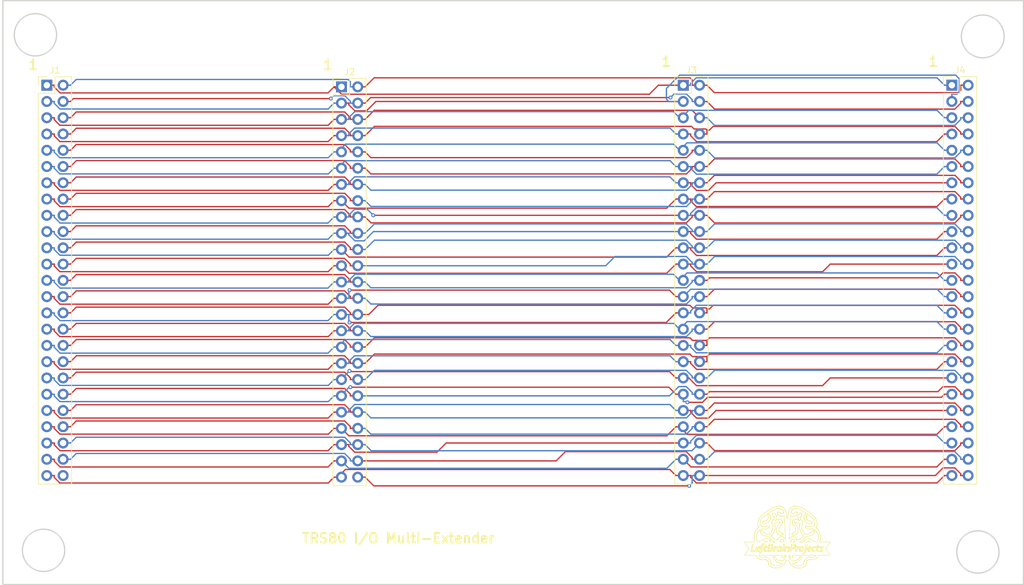
<source format=kicad_pcb>
(kicad_pcb (version 20240108) (generator "pcbnew") (generator_version "8.0")
  (layers (0 "F.Cu" signal) (31 "B.Cu" signal) (34 "B.Paste" user) (35 "F.Paste" user) (36 "B.SilkS" user "B.Silkscreen") (37 "F.SilkS" user "F.Silkscreen") (38 "B.Mask" user) (39 "F.Mask" user) (44 "Edge.Cuts" user))
  (net 0 "")
  (net 1 "Pin_4")
  (net 2 "Pin_32")
  (net 3 "Pin_30")
  (net 4 "Pin_24")
  (net 5 "Pin_48")
  (net 6 "Pin_18")
  (net 7 "Pin_38")
  (net 8 "Pin_8")
  (net 9 "Pin_28")
  (net 10 "Pin_40")
  (net 11 "Pin_2")
  (net 12 "Pin_10")
  (net 13 "Pin_14")
  (net 14 "Pin_26")
  (net 15 "Pin_34")
  (net 16 "Pin_6")
  (net 17 "Pin_46")
  (net 18 "Pin_16")
  (net 19 "Pin_36")
  (net 20 "Pin_12")
  (net 21 "Pin_50")
  (net 22 "Pin_42")
  (net 23 "Pin_22")
  (net 24 "Pin_20")
  (net 25 "Pin_44")
  (net 26 "Pin_5")
  (net 27 "Pin_25")
  (net 28 "Pin_13")
  (net 29 "Pin_37")
  (net 30 "Pin_43")
  (net 31 "Pin_27")
  (net 32 "Pin_45")
  (net 33 "Pin_29")
  (net 34 "Pin_41")
  (net 35 "Pin_23")
  (net 36 "Pin_35")
  (net 37 "Pin_47")
  (net 38 "Pin_33")
  (net 39 "Pin_39")
  (net 40 "Pin_1")
  (net 41 "Pin_31")
  (net 42 "Pin_49")
  (net 43 "Pin_15")
  (net 44 "Pin_3")
  (net 45 "Pin_9")
  (net 46 "Pin_21")
  (net 47 "Pin_7")
  (net 48 "Pin_11")
  (net 49 "Pin_17")
  (net 50 "Pin_19")
  (footprint "Connector_PinHeader_2.54mm:PinHeader_2x25_P2.54mm_Vertical" (layer "F.Cu") (at 66.802 53.594)
    (property "Reference" "J1")
    (property "Value" "Conn_02x25_Odd_Even")
  )
  (footprint "Connector_PinHeader_2.54mm:PinHeader_2x25_P2.54mm_Vertical" (layer "F.Cu") (at 208.026 53.594)
    (property "Reference" "J4")
    (property "Value" "Conn_02x25_Odd_Even")
  )
  (footprint "Connector_PinHeader_2.54mm:PinHeader_2x25_P2.54mm_Vertical" (layer "F.Cu") (at 166.116 53.594)
    (property "Reference" "J3")
    (property "Value" "Conn_02x25_Odd_Even")
  )
  (footprint "Connector_PinHeader_2.54mm:PinHeader_2x25_P2.54mm_Vertical" (layer "F.Cu") (at 112.776 53.848)
    (property "Reference" "J2")
    (property "Value" "Conn_02x25_Odd_Even")
  )
  (gr_line (start 180.365692 126.159099) (end 180.354461 126.200554) (layer "F.SilkS"))
  (gr_line (start 183.547126 123.815659) (end 183.580875 123.80267) (layer "F.SilkS"))
  (gr_line (start 178.119732 126.744822) (end 178.145611 126.7245) (layer "F.SilkS"))
  (gr_line (start 183.373706 120.892372) (end 183.408663 120.886895) (layer "F.SilkS"))
  (gr_line (start 187.134947 125.486324) (end 187.124056 125.493546) (layer "F.SilkS"))
  (gr_line (start 183.759592 120.720505) (end 183.786795 120.696027) (layer "F.SilkS"))
  (gr_line (start 183.056131 120.865684) (end 183.090921 120.87554) (layer "F.SilkS"))
  (gr_line (start 185.926129 126.000623) (end 185.936856 125.993802) (layer "F.SilkS"))
  (gr_line (start 185.958489 122.113841) (end 186.008023 122.114149) (layer "F.SilkS"))
  (gr_line (start 183.473626 125.672303) (end 183.476984 125.662774) (layer "F.SilkS"))
  (gr_line (start 179.543568 122.563378) (end 179.542821 122.554596) (layer "F.SilkS"))
  (gr_line (start 179.375307 121.177806) (end 179.380535 121.146238) (layer "F.SilkS"))
  (gr_line (start 179.17682 124.015993) (end 179.135715 124.004527) (layer "F.SilkS"))
  (gr_line (start 184.796915 125.865681) (end 184.792786 125.856485) (layer "F.SilkS"))
  (gr_line (start 183.156574 123.842381) (end 183.164454 123.845753) (layer "F.SilkS"))
  (gr_line (start 182.606731 125.67068) (end 182.600468 125.665986) (layer "F.SilkS"))
  (gr_line (start 186.353977 125.905716) (end 186.347739 125.918009) (layer "F.SilkS"))
  (gr_line (start 180.381125 124.935058) (end 180.406299 124.923038) (layer "F.SilkS"))
  (gr_line (start 181.915565 125.326536) (end 181.91418 125.321894) (layer "F.SilkS"))
  (gr_line (start 185.641434 125.913551) (end 185.637535 125.924675) (layer "F.SilkS"))
  (gr_line (start 178.302229 123.10659) (end 178.293539 123.10503) (layer "F.SilkS"))
  (gr_line (start 183.124423 125.440128) (end 183.115596 125.446766) (layer "F.SilkS"))
  (gr_line (start 183.358451 125.957668) (end 183.379948 125.947609) (layer "F.SilkS"))
  (gr_line (start 184.88966 126.189564) (end 184.897449 126.171196) (layer "F.SilkS"))
  (gr_line (start 177.670154 123.526496) (end 177.651881 123.569268) (layer "F.SilkS"))
  (gr_line (start 182.531858 126.393852) (end 182.535367 126.390153) (layer "F.SilkS"))
  (gr_line (start 186.928909 127.450167) (end 186.970201 127.415571) (layer "F.SilkS"))
  (gr_line (start 179.057979 127.704459) (end 179.029198 127.690381) (layer "F.SilkS"))
  (gr_line (start 187.725373 125.645175) (end 187.71118 125.649531) (layer "F.SilkS"))
  (gr_line (start 181.769964 125.304415) (end 181.766944 125.308133) (layer "F.SilkS"))
  (gr_line (start 182.956104 128.513428) (end 183.016443 128.569658) (layer "F.SilkS"))
  (gr_line (start 180.712852 123.372606) (end 180.726994 123.406956) (layer "F.SilkS"))
  (gr_line (start 185.947208 125.986499) (end 185.957171 125.978732) (layer "F.SilkS"))
  (gr_line (start 181.103255 122.104791) (end 181.045569 122.159146) (layer "F.SilkS"))
  (gr_line (start 183.088243 125.830079) (end 183.100962 125.835523) (layer "F.SilkS"))
  (gr_line (start 184.897449 126.171196) (end 184.904384 126.152294) (layer "F.SilkS"))
  (gr_line (start 178.454786 123.834775) (end 178.484497 123.854557) (layer "F.SilkS"))
  (gr_line (start 183.160208 128.293242) (end 183.204373 128.330918) (layer "F.SilkS"))
  (gr_line (start 186.443389 125.666719) (end 186.427524 125.673686) (layer "F.SilkS"))
  (gr_line (start 182.019845 124.421127) (end 182.005065 124.395629) (layer "F.SilkS"))
  (gr_line (start 183.164454 123.845753) (end 183.172569 123.848754) (layer "F.SilkS"))
  (gr_line (start 182.860689 124.224111) (end 182.838333 124.242249) (layer "F.SilkS"))
  (gr_line (start 183.121629 121.877758) (end 183.123227 121.900358) (layer "F.SilkS"))
  (gr_line (start 181.62011 124.109479) (end 181.591808 124.102731) (layer "F.SilkS"))
  (gr_line (start 187.972841 125.701782) (end 187.986358 125.684455) (layer "F.SilkS"))
  (gr_line (start 185.377856 125.272865) (end 185.373395 125.271814) (layer "F.SilkS"))
  (gr_line (start 184.048223 123.0704) (end 184.045301 122.992143) (layer "F.SilkS"))
  (gr_line (start 185.903169 126.376197) (end 185.913803 126.367473) (layer "F.SilkS"))
  (gr_line (start 179.117632 125.787588) (end 179.125267 125.78531) (layer "F.SilkS"))
  (gr_line (start 179.570041 126.327814) (end 179.587139 126.3271) (layer "F.SilkS"))
  (gr_line (start 177.940838 126.347882) (end 177.95033 126.338157) (layer "F.SilkS"))
  (gr_line (start 183.568318 124.173982) (end 183.547318 124.161259) (layer "F.SilkS"))
  (gr_line (start 183.477619 120.871013) (end 183.511491 120.860632) (layer "F.SilkS"))
  (gr_line (start 179.561723 125.770267) (end 179.57449 125.774417) (layer "F.SilkS"))
  (gr_line (start 183.224518 121.559138) (end 183.210395 121.57776) (layer "F.SilkS"))
  (gr_line (start 182.832375 126.413805) (end 182.837569 126.413959) (layer "F.SilkS"))
  (gr_line (start 186.257011 122.911317) (end 186.211896 122.903634) (layer "F.SilkS"))
  (gr_line (start 184.934057 126.624268) (end 184.928093 126.625871) (layer "F.SilkS"))
  (gr_line (start 187.208859 125.784813) (end 187.216545 125.787793) (layer "F.SilkS"))
  (gr_line (start 181.267678 125.986722) (end 181.272806 125.978529) (layer "F.SilkS"))
  (gr_line (start 187.288661 126.360158) (end 187.297819 126.351751) (layer "F.SilkS"))
  (gr_line (start 185.6334 127.314749) (end 185.586929 127.331874) (layer "F.SilkS"))
  (gr_line (start 177.331695 126.360188) (end 177.333021 126.353235) (layer "F.SilkS"))
  (gr_line (start 178.223673 125.847254) (end 178.226575 125.874522) (layer "F.SilkS"))
  (gr_line (start 178.733385 122.890737) (end 178.762512 122.901093) (layer "F.SilkS"))
  (gr_line (start 183.316673 125.398384) (end 183.306253 125.396568) (layer "F.SilkS"))
  (gr_line (start 185.714946 120.717263) (end 185.610648 120.638729) (layer "F.SilkS"))
  (gr_line (start 181.01113 125.841737) (end 180.999914 125.85282) (layer "F.SilkS"))
  (gr_line (start 185.894626 125.789743) (end 185.897236 125.777077) (layer "F.SilkS"))
  (gr_line (start 182.798474 127.100965) (end 182.797736 127.11248) (layer "F.SilkS"))
  (gr_line (start 181.654221 123.708182) (end 181.655107 123.699932) (layer "F.SilkS"))
  (gr_line (start 186.203162 122.026042) (end 186.206436 122.01421) (layer "F.SilkS"))
  (gr_line (start 185.620758 126.253774) (end 185.625611 126.262719) (layer "F.SilkS"))
  (gr_line (start 184.48597 124.981637) (end 184.512381 124.984595) (layer "F.SilkS"))
  (gr_line (start 185.300388 125.644745) (end 185.291803 125.643262) (layer "F.SilkS"))
  (gr_line (start 185.668683 125.711396) (end 185.6392 125.73271) (layer "F.SilkS"))
  (gr_line (start 184.459336 127.200752) (end 184.451236 127.199422) (layer "F.SilkS"))
  (gr_line (start 181.43649 125.748472) (end 181.415364 125.837278) (layer "F.SilkS"))
  (gr_line (start 177.630586 125.971289) (end 177.630105 125.97381) (layer "F.SilkS"))
  (gr_line (start 183.395927 119.744369) (end 183.363255 119.759242) (layer "F.SilkS"))
  (gr_line (start 184.419043 121.335157) (end 184.429637 121.352918) (layer "F.SilkS"))
  (gr_line (start 179.033402 125.531662) (end 179.035033 125.520819) (layer "F.SilkS"))
  (gr_line (start 178.980107 121.648597) (end 178.960428 121.645802) (layer "F.SilkS"))
  (gr_line (start 180.102064 122.63958) (end 180.105824 122.579864) (layer "F.SilkS"))
  (gr_line (start 183.54533 119.328152) (end 183.494223 119.335609) (layer "F.SilkS"))
  (gr_line (start 180.839732 126.406949) (end 180.851435 126.415013) (layer "F.SilkS"))
  (gr_line (start 182.214559 125.881118) (end 182.205596 125.892206) (layer "F.SilkS"))
  (gr_line (start 178.065155 126.782556) (end 178.092909 126.764186) (layer "F.SilkS"))
  (gr_line (start 179.375661 127.473256) (end 179.33662 127.444531) (layer "F.SilkS"))
  (gr_line (start 179.035681 125.465923) (end 179.034288 125.454927) (layer "F.SilkS"))
  (gr_line (start 185.380014 127.961586) (end 185.364591 127.988557) (layer "F.SilkS"))
  (gr_line (start 179.350948 121.270393) (end 179.360495 121.239936) (layer "F.SilkS"))
  (gr_line (start 180.376373 120.496716) (end 180.345966 120.479369) (layer "F.SilkS"))
  (gr_line (start 181.29287 125.93514) (end 181.295754 125.926067) (layer "F.SilkS"))
  (gr_line (start 180.796053 120.3215) (end 180.791376 120.331223) (layer "F.SilkS"))
  (gr_line (start 181.531327 123.850569) (end 181.539671 123.847959) (layer "F.SilkS"))
  (gr_line (start 186.459 126.44049) (end 186.471208 126.441894) (layer "F.SilkS"))
  (gr_line (start 179.765901 126.398245) (end 179.804072 126.382111) (layer "F.SilkS"))
  (gr_line (start 181.261298 120.404366) (end 181.247924 120.391351) (layer "F.SilkS"))
  (gr_line (start 185.802496 127.650776) (end 185.85673 127.667509) (layer "F.SilkS"))
  (gr_line (start 183.951834 119.725535) (end 183.887424 119.710782) (layer "F.SilkS"))
  (gr_line (start 179.756005 120.968165) (end 179.751125 120.946892) (layer "F.SilkS"))
  (gr_line (start 185.363999 125.456487) (end 185.370333 125.45391) (layer "F.SilkS"))
  (gr_line (start 185.169703 122.58398) (end 185.184485 122.611129) (layer "F.SilkS"))
  (gr_line (start 181.757243 127.766637) (end 181.78052 127.749676) (layer "F.SilkS"))
  (gr_line (start 184.916346 125.778564) (end 184.90961 125.767309) (layer "F.SilkS"))
  (gr_line (start 182.776269 124.302595) (end 182.757378 124.324605) (layer "F.SilkS"))
  (gr_line (start 184.809218 124.117798) (end 184.812669 124.113751) (layer "F.SilkS"))
  (gr_line (start 185.427546 125.371779) (end 185.428132 125.3665) (layer "F.SilkS"))
  (gr_line (start 182.642841 125.710702) (end 182.63856 125.704304) (layer "F.SilkS"))
  (gr_line (start 186.313984 126.388605) (end 186.327666 126.395999) (layer "F.SilkS"))
  (gr_line (start 180.04162 124.974303) (end 180.067436 124.978678) (layer "F.SilkS"))
  (gr_line (start 178.037897 125.884854) (end 178.043313 125.872795) (layer "F.SilkS"))
  (gr_line (start 179.639111 125.786083) (end 179.652064 125.786643) (layer "F.SilkS"))
  (gr_line (start 185.762042 126.294008) (end 185.784159 126.295454) (layer "F.SilkS"))
  (gr_line (start 182.466378 126.424989) (end 182.471218 126.424387) (layer "F.SilkS"))
  (gr_line (start 182.168863 125.954176) (end 182.163279 125.967778) (layer "F.SilkS"))
  (gr_line (start 178.243854 126.080935) (end 178.221726 126.12607) (layer "F.SilkS"))
  (gr_line (start 182.65678 125.738109) (end 182.653787 125.731009) (layer "F.SilkS"))
  (gr_line (start 183.180909 123.85137) (end 183.219094 123.856075) (layer "F.SilkS"))
  (gr_line (start 178.076641 127.206788) (end 178.104037 127.224971) (layer "F.SilkS"))
  (gr_line (start 178.51975 122.045229) (end 178.525368 122.056231) (layer "F.SilkS"))
  (gr_line (start 183.285939 125.843273) (end 183.298676 125.839083) (layer "F.SilkS"))
  (gr_line (start 186.143563 123.392458) (end 186.204764 123.323298) (layer "F.SilkS"))
  (gr_line (start 179.924473 125.621023) (end 179.929938 125.61011) (layer "F.SilkS"))
  (gr_line (start 186.211896 122.903634) (end 186.166279 122.897842) (layer "F.SilkS"))
  (gr_line (start 183.915643 125.740873) (end 183.914743 125.731217) (layer "F.SilkS"))
  (gr_line (start 183.861804 120.613586) (end 183.884397 120.583141) (layer "F.SilkS"))
  (gr_line (start 177.507885 124.223346) (end 177.51294 124.305269) (layer "F.SilkS"))
  (gr_line (start 181.029081 121.41739) (end 180.962857 121.421195) (layer "F.SilkS"))
  (gr_line (start 178.278971 123.661396) (end 178.30036 123.689551) (layer "F.SilkS"))
  (gr_line (start 186.164388 126.187925) (end 186.168227 126.202564) (layer "F.SilkS"))
  (gr_line (start 184.90774 126.802127) (end 184.914896 126.800605) (layer "F.SilkS"))
  (gr_line (start 186.375925 125.87093) (end 186.368086 125.88216) (layer "F.SilkS"))
  (gr_line (start 179.525992 125.695643) (end 179.52863 125.707492) (layer "F.SilkS"))
  (gr_line (start 185.364418 125.270389) (end 185.359918 125.270011) (layer "F.SilkS"))
  (gr_line (start 182.796505 126.406166) (end 182.801522 126.407969) (layer "F.SilkS"))
  (gr_line (start 183.904281 127.711986) (end 183.946741 127.685628) (layer "F.SilkS"))
  (gr_line (start 185.539757 124.812754) (end 185.518792 124.819445) (layer "F.SilkS"))
  (gr_line (start 179.896111 125.664298) (end 179.903655 125.653194) (layer "F.SilkS"))
  (gr_line (start 181.62774 127.328452) (end 181.634953 127.332223) (layer "F.SilkS"))
  (gr_line (start 186.006829 127.312742) (end 186.039162 127.32144) (layer "F.SilkS"))
  (gr_line (start 179.526397 122.496999) (end 179.522569 122.489457) (layer "F.SilkS"))
  (gr_line (start 185.065821 120.756852) (end 185.051449 120.773899) (layer "F.SilkS"))
  (gr_line (start 186.386815 126.418918) (end 186.398615 126.424117) (layer "F.SilkS"))
  (gr_line (start 181.527765 124.479402) (end 181.50627 124.472587) (layer "F.SilkS"))
  (gr_line (start 179.374469 124.093218) (end 179.336095 124.075181) (layer "F.SilkS"))
  (gr_line (start 184.108547 119.38946) (end 184.047507 119.373649) (layer "F.SilkS"))
  (gr_line (start 181.835739 124.85411) (end 181.832081 124.831546) (layer "F.SilkS"))
  (gr_line (start 183.432669 124.113103) (end 183.408 124.106804) (layer "F.SilkS"))
  (gr_line (start 179.616911 125.409723) (end 179.608017 125.418451) (layer "F.SilkS"))
  (gr_line (start 184.802097 124.125706) (end 184.805694 124.121783) (layer "F.SilkS"))
  (gr_line (start 179.491079 126.180399) (end 179.499461 126.154718) (layer "F.SilkS"))
  (gr_line (start 184.483056 126.424457) (end 184.502795 126.425895) (layer "F.SilkS"))
  (gr_line (start 184.906427 123.449695) (end 184.939676 123.507487) (layer "F.SilkS"))
  (gr_line (start 181.65294 123.716347) (end 181.654221 123.708182) (layer "F.SilkS"))
  (gr_line (start 186.104331 127.334266) (end 186.137067 127.33842) (layer "F.SilkS"))
  (gr_line (start 181.504395 127.009818) (end 181.516442 127.072091) (layer "F.SilkS"))
  (gr_line (start 182.259798 120.787301) (end 182.243816 120.709568) (layer "F.SilkS"))
  (gr_line (start 178.821285 122.917449) (end 178.850845 122.923482) (layer "F.SilkS"))
  (gr_line (start 184.676535 125.637181) (end 184.655153 125.637665) (layer "F.SilkS"))
  (gr_line (start 183.683946 123.058134) (end 183.680897 122.987777) (layer "F.SilkS"))
  (gr_line (start 179.804157 124.867984) (end 179.825571 124.88355) (layer "F.SilkS"))
  (gr_line (start 181.64087 123.755423) (end 181.644015 123.747884) (layer "F.SilkS"))
  (gr_line (start 183.117343 128.253502) (end 183.17847 128.257105) (layer "F.SilkS"))
  (gr_line (start 186.195908 125.924699) (end 186.189175 125.942246) (layer "F.SilkS"))
  (gr_line (start 182.499274 126.41627) (end 182.503713 126.41418) (layer "F.SilkS"))
  (gr_line (start 179.825571 124.88355) (end 179.847617 124.898052) (layer "F.SilkS"))
  (gr_line (start 182.427482 120.943499) (end 182.440758 120.865338) (layer "F.SilkS"))
  (gr_line (start 180.119774 123.646742) (end 180.173872 123.549999) (layer "F.SilkS"))
  (gr_line (start 184.672355 120.545987) (end 184.671753 120.524895) (layer "F.SilkS"))
  (gr_line (start 187.76135 126.002009) (end 187.769221 126.007391) (layer "F.SilkS"))
  (gr_line (start 181.219796 126.056009) (end 181.229288 126.031416) (layer "F.SilkS"))
  (gr_line (start 183.816032 127.7585) (end 183.860684 127.736288) (layer "F.SilkS"))
  (gr_line (start 185.608812 121.606922) (end 185.636364 121.625931) (layer "F.SilkS"))
  (gr_line (start 184.424198 125.71478) (end 184.407819 125.726492) (layer "F.SilkS"))
  (gr_line (start 178.05564 124.865112) (end 178.106436 124.848534) (layer "F.SilkS"))
  (gr_line (start 181.835433 125.675081) (end 181.835681 125.672381) (layer "F.SilkS"))
  (gr_line (start 178.281453 127.306349) (end 178.312737 127.315174) (layer "F.SilkS"))
  (gr_line (start 181.819158 125.658374) (end 181.810621 125.656064) (layer "F.SilkS"))
  (gr_line (start 179.281672 126.336863) (end 179.279489 126.408245) (layer "F.SilkS"))
  (gr_line (start 180.14433 127.260956) (end 180.139001 127.267791) (layer "F.SilkS"))
  (gr_line (start 179.789057 126.247898) (end 179.802042 126.236839) (layer "F.SilkS"))
  (gr_line (start 184.74191 128.487981) (end 184.793134 128.459825) (layer "F.SilkS"))
  (gr_line (start 184.322728 122.032249) (end 184.223956 121.991038) (layer "F.SilkS"))
  (gr_line (start 185.263892 125.41214) (end 185.265796 125.416206) (layer "F.SilkS"))
  (gr_line (start 185.265796 125.416206) (end 185.267894 125.420191) (layer "F.SilkS"))
  (gr_line (start 179.105606 121.603767) (end 179.132005 121.583622) (layer "F.SilkS"))
  (gr_line (start 182.801522 126.407969) (end 182.806587 126.409533) (layer "F.SilkS"))
  (gr_line (start 180.644715 120.793509) (end 180.62968 120.763765) (layer "F.SilkS"))
  (gr_line (start 184.902369 125.756408) (end 184.894639 125.745876) (layer "F.SilkS"))
  (gr_line (start 186.301576 122.920855) (end 186.257011 122.911317) (layer "F.SilkS"))
  (gr_line (start 183.27668 125.266794) (end 183.245342 125.266979) (layer "F.SilkS"))
  (gr_line (start 182.417832 126.418729) (end 182.42258 126.420382) (layer "F.SilkS"))
  (gr_line (start 185.130442 127.682166) (end 185.102481 127.721585) (layer "F.SilkS"))
  (gr_line (start 178.610321 125.182177) (end 178.597698 125.184732) (layer "F.SilkS"))
  (gr_line (start 186.646031 125.643867) (end 186.628925 125.641414) (layer "F.SilkS"))
  (gr_line (start 184.456845 120.43864) (end 184.44902 120.442312) (layer "F.SilkS"))
  (gr_line (start 179.687413 126.423597) (end 179.726979 126.412078) (layer "F.SilkS"))
  (gr_line (start 184.619901 122.342138) (end 184.612746 122.402089) (layer "F.SilkS"))
  (gr_line (start 187.881706 126.302464) (end 187.890754 126.288938) (layer "F.SilkS"))
  (gr_line (start 182.914365 126.386041) (end 182.918365 126.382466) (layer "F.SilkS"))
  (gr_line (start 187.235533 125.492518) (end 187.233064 125.481661) (layer "F.SilkS"))
  (gr_line (start 184.532793 127.391564) (end 184.555023 127.334998) (layer "F.SilkS"))
  (gr_line (start 185.933865 126.348403) (end 185.943245 126.338072) (layer "F.SilkS"))
  (gr_line (start 187.663286 126.434621) (end 187.678293 126.432242) (layer "F.SilkS"))
  (gr_line (start 177.621333 125.750371) (end 177.595124 125.775647) (layer "F.SilkS"))
  (gr_line (start 185.678603 126.091924) (end 185.709061 126.082043) (layer "F.SilkS"))
  (gr_line (start 181.301847 125.822343) (end 181.300017 125.812889) (layer "F.SilkS"))
  (gr_line (start 184.846755 126.792003) (end 184.849833 126.794677) (layer "F.SilkS"))
  (gr_line (start 181.317403 125.622624) (end 181.293398 125.62062) (layer "F.SilkS"))
  (gr_line (start 185.473827 125.967865) (end 185.468362 125.985633) (layer "F.SilkS"))
  (gr_line (start 176.932416 125.791328) (end 176.98258 125.538259) (layer "F.SilkS"))
  (gr_line (start 178.945729 125.816802) (end 178.934406 125.845747) (layer "F.SilkS"))
  (gr_line (start 178.005668 125.660812) (end 177.999089 125.65611) (layer "F.SilkS"))
  (gr_line (start 179.526233 125.968234) (end 179.525405 125.941083) (layer "F.SilkS"))
  (gr_line (start 186.157943 126.080907) (end 186.156579 126.096515) (layer "F.SilkS"))
  (gr_line (start 187.051559 125.566485) (end 187.044501 125.577244) (layer "F.SilkS"))
  (gr_line (start 184.294301 122.120284) (end 184.285843 122.149933) (layer "F.SilkS"))
  (gr_line (start 177.505439 126.322161) (end 177.514274 126.332643) (layer "F.SilkS"))
  (gr_line (start 178.43835 125.2808) (end 178.418497 125.300425) (layer "F.SilkS"))
  (gr_line (start 185.972619 125.650499) (end 185.965462 125.646935) (layer "F.SilkS"))
  (gr_line (start 184.40332 125.928602) (end 184.397626 125.941834) (layer "F.SilkS"))
  (gr_line (start 181.529191 121.615813) (end 181.517133 121.596117) (layer "F.SilkS"))
  (gr_line (start 185.286239 128.386772) (end 185.290606 128.419565) (layer "F.SilkS"))
  (gr_line (start 185.867255 125.85999) (end 185.87313 125.849034) (layer "F.SilkS"))
  (gr_line (start 185.636364 121.625931) (end 185.66507 121.643725) (layer "F.SilkS"))
  (gr_line (start 180.828551 126.398405) (end 180.839732 126.406949) (layer "F.SilkS"))
  (gr_line (start 177.606571 126.168683) (end 177.606651 126.174954) (layer "F.SilkS"))
  (gr_line (start 185.260789 122.420882) (end 185.253511 122.425235) (layer "F.SilkS"))
  (gr_line (start 186.966682 126.377859) (end 186.979699 126.395261) (layer "F.SilkS"))
  (gr_line (start 177.595124 125.775647) (end 177.570844 125.802783) (layer "F.SilkS"))
  (gr_line (start 181.646654 120.012866) (end 181.625842 119.983616) (layer "F.SilkS"))
  (gr_line (start 180.798757 123.53448) (end 180.820234 123.563701) (layer "F.SilkS"))
  (gr_line (start 184.720016 126.208206) (end 184.728628 126.19795) (layer "F.SilkS"))
  (gr_line (start 181.891475 125.425881) (end 181.894803 125.422085) (layer "F.SilkS"))
  (gr_line (start 186.566936 126.431919) (end 186.578346 126.428135) (layer "F.SilkS"))
  (gr_line (start 182.410417 125.776699) (end 182.396119 125.778646) (layer "F.SilkS"))
  (gr_line (start 186.384264 125.860088) (end 186.375925 125.87093) (layer "F.SilkS"))
  (gr_line (start 184.266966 126.288937) (end 184.274875 126.300797) (layer "F.SilkS"))
  (gr_line (start 178.063412 125.795236) (end 178.064559 125.781612) (layer "F.SilkS"))
  (gr_line (start 186.381813 125.699158) (end 186.367301 125.709161) (layer "F.SilkS"))
  (gr_line (start 179.705617 125.279684) (end 179.679213 125.279455) (layer "F.SilkS"))
  (gr_line (start 184.077029 125.641738) (end 184.066471 125.644453) (layer "F.SilkS"))
  (gr_line (start 179.878202 125.96907) (end 179.87494 125.963489) (layer "F.SilkS"))
  (gr_line (start 181.01449 126.281342) (end 181.037044 126.268464) (layer "F.SilkS"))
  (gr_line (start 187.401703 125.675319) (end 187.408779 125.673072) (layer "F.SilkS"))
  (gr_line (start 178.144848 126.311356) (end 178.128572 126.358751) (layer "F.SilkS"))
  (gr_line (start 183.482271 125.643379) (end 183.484202 125.63355) (layer "F.SilkS"))
  (gr_line (start 186.260382 123.248282) (end 186.285952 123.208637) (layer "F.SilkS"))
  (gr_line (start 181.445777 119.811888) (end 181.415746 119.792571) (layer "F.SilkS"))
  (gr_line (start 184.899881 126.637287) (end 184.894597 126.640215) (layer "F.SilkS"))
  (gr_line (start 178.626705 125.75043) (end 178.629633 125.748092) (layer "F.SilkS"))
  (gr_line (start 184.594231 120.43858) (end 184.586595 120.435471) (layer "F.SilkS"))
  (gr_line (start 184.674466 121.53995) (end 184.695568 121.545764) (layer "F.SilkS"))
  (gr_line (start 181.30492 125.850885) (end 181.304297 125.841354) (layer "F.SilkS"))
  (gr_line (start 178.998628 124.792608) (end 178.976935 124.795059) (layer "F.SilkS"))
  (gr_line (start 182.071588 126.230066) (end 182.067817 126.253136) (layer "F.SilkS"))
  (gr_line (start 186.197477 126.271761) (end 186.205242 126.284634) (layer "F.SilkS"))
  (gr_line (start 178.010869 125.929949) (end 178.018401 125.919183) (layer "F.SilkS"))
  (gr_line (start 177.609801 126.199678) (end 177.61303 126.211686) (layer "F.SilkS"))
  (gr_line (start 178.452 125.54483) (end 178.450322 125.559412) (layer "F.SilkS"))
  (gr_line (start 184.165089 125.638536) (end 184.153891 125.637056) (layer "F.SilkS"))
  (gr_line (start 184.602177 120.822268) (end 184.611743 120.804273) (layer "F.SilkS"))
  (gr_line (start 186.47219 123.108318) (end 186.463399 123.107393) (layer "F.SilkS"))
  (gr_line (start 187.3442 125.683123) (end 187.358617 125.682841) (layer "F.SilkS"))
  (gr_line (start 183.153303 125.850657) (end 183.166634 125.852797) (layer "F.SilkS"))
  (gr_line (start 181.250105 126.010104) (end 181.256326 126.002522) (layer "F.SilkS"))
  (gr_line (start 180.490088 121.989225) (end 180.391277 122.03034) (layer "F.SilkS"))
  (gr_line (start 178.063929 125.739906) (end 178.060817 125.731855) (layer "F.SilkS"))
  (gr_line (start 182.665286 125.767828) (end 182.663693 125.760224) (layer "F.SilkS"))
  (gr_line (start 178.418586 126.29786) (end 178.426044 126.266656) (layer "F.SilkS"))
  (gr_line (start 181.304975 125.869935) (end 181.305146 125.860416) (layer "F.SilkS"))
  (gr_line (start 187.074372 126.425599) (end 187.086515 126.426864) (layer "F.SilkS"))
  (gr_line (start 185.033765 121.393189) (end 185.048672 121.440863) (layer "F.SilkS"))
  (gr_line (start 182.841632 127.675597) (end 182.883412 127.714218) (layer "F.SilkS"))
  (gr_line (start 178.228657 125.684618) (end 178.225202 125.711454) (layer "F.SilkS"))
  (gr_line (start 177.910891 126.014339) (end 177.922686 126.008076) (layer "F.SilkS"))
  (gr_line (start 181.206317 126.359834) (end 181.210593 126.369095) (layer "F.SilkS"))
  (gr_line (start 178.382586 123.144536) (end 178.37532 123.138927) (layer "F.SilkS"))
  (gr_line (start 185.293616 125.292308) (end 185.290232 125.29536) (layer "F.SilkS"))
  (gr_line (start 184.426635 127.197674) (end 184.418379 127.197848) (layer "F.SilkS"))
  (gr_line (start 179.175077 125.759382) (end 179.181507 125.754272) (layer "F.SilkS"))
  (gr_line (start 185.53326 121.543136) (end 185.557242 121.565472) (layer "F.SilkS"))
  (gr_line (start 181.814762 124.766187) (end 181.806965 124.745274) (layer "F.SilkS"))
  (gr_line (start 186.991122 126.401059) (end 187.002699 126.406275) (layer "F.SilkS"))
  (gr_line (start 178.716654 126.28482) (end 178.724835 126.302777) (layer "F.SilkS"))
  (gr_line (start 178.03193 125.896617) (end 178.037897 125.884854) (layer "F.SilkS"))
  (gr_line (start 178.162308 126.264368) (end 178.144848 126.311356) (layer "F.SilkS"))
  (gr_line (start 179.654137 126.316205) (end 179.670397 126.311532) (layer "F.SilkS"))
  (gr_line (start 185.220363 125.717052) (end 185.214277 125.652448) (layer "F.SilkS"))
  (gr_line (start 184.96393 120.949423) (end 184.95903 120.970692) (layer "F.SilkS"))
  (gr_line (start 181.765882 120.318599) (end 181.75929 120.281351) (layer "F.SilkS"))
  (gr_line (start 179.062887 126.274342) (end 179.047912 126.267727) (layer "F.SilkS"))
  (gr_line (start 179.629405 121.529923) (end 179.648731 121.48471) (layer "F.SilkS"))
  (gr_line (start 186.839515 121.423873) (end 186.807609 121.351857) (layer "F.SilkS"))
  (gr_line (start 177.715414 125.982583) (end 177.727198 125.979649) (layer "F.SilkS"))
  (gr_line (start 180.434152 121.635236) (end 180.45196 121.618888) (layer "F.SilkS"))
  (gr_line (start 179.328232 127.958648) (end 179.311635 127.932397) (layer "F.SilkS"))
  (gr_line (start 180.334428 119.886938) (end 180.27665 119.918519) (layer "F.SilkS"))
  (gr_line (start 182.949785 120.319173) (end 182.944987 120.357097) (layer "F.SilkS"))
  (gr_line (start 178.967107 123.972538) (end 178.924066 123.9681) (layer "F.SilkS"))
  (gr_line (start 185.936856 125.993802) (end 185.947208 125.986499) (layer "F.SilkS"))
  (gr_line (start 180.356977 125.654535) (end 180.35189 125.657143) (layer "F.SilkS"))
  (gr_line (start 187.909625 126.220461) (end 187.910658 126.203025) (layer "F.SilkS"))
  (gr_line (start 181.464036 122.198278) (end 181.471552 122.183646) (layer "F.SilkS"))
  (gr_line (start 187.526626 123.853768) (end 187.495988 123.702647) (layer "F.SilkS"))
  (gr_line (start 177.640438 126.260388) (end 177.644722 126.265066) (layer "F.SilkS"))
  (gr_line (start 187.152795 123.013322) (end 187.101725 122.953147) (layer "F.SilkS"))
  (gr_line (start 179.017905 125.584242) (end 179.021974 125.574001) (layer "F.SilkS"))
  (gr_line (start 182.957438 124.649131) (end 182.945062 124.667324) (layer "F.SilkS"))
  (gr_line (start 183.891282 128.980544) (end 183.972565 128.991069) (layer "F.SilkS"))
  (gr_line (start 182.525575 125.811269) (end 182.522479 125.807141) (layer "F.SilkS"))
  (gr_line (start 180.502942 125.702854) (end 180.495391 125.710842) (layer "F.SilkS"))
  (gr_line (start 186.753658 125.800773) (end 186.759556 125.798646) (layer "F.SilkS"))
  (gr_line (start 181.160133 122.041391) (end 181.17147 122.023625) (layer "F.SilkS"))
  (gr_line (start 178.516236 125.795079) (end 178.503 125.804835) (layer "F.SilkS"))
  (gr_line (start 178.556077 122.51546) (end 178.638644 122.532447) (layer "F.SilkS"))
  (gr_line (start 184.834333 123.971928) (end 184.828766 123.963504) (layer "F.SilkS"))
  (gr_line (start 187.595403 125.717772) (end 187.584326 125.728496) (layer "F.SilkS"))
  (gr_line (start 184.652739 122.8769) (end 184.669653 122.934294) (layer "F.SilkS"))
  (gr_line (start 179.98766 126.246331) (end 179.999598 126.229276) (layer "F.SilkS"))
  (gr_line (start 179.845941 125.424685) (end 179.827704 125.418044) (layer "F.SilkS"))
  (gr_line (start 181.091542 126.376808) (end 181.112625 126.364035) (layer "F.SilkS"))
  (gr_line (start 185.907253 122.550772) (end 185.991342 122.54661) (layer "F.SilkS"))
  (gr_line (start 184.840549 128.42622) (end 184.849346 128.41866) (layer "F.SilkS"))
  (gr_line (start 181.555228 126.165292) (end 181.549614 126.212519) (layer "F.SilkS"))
  (gr_line (start 185.65617 122.930424) (end 185.685223 122.933927) (layer "F.SilkS"))
  (gr_line (start 185.32766 121.053042) (end 185.328377 121.085247) (layer "F.SilkS"))
  (gr_line (start 182.476229 125.645771) (end 182.452052 125.649355) (layer "F.SilkS"))
  (gr_line (start 186.494897 121.560436) (end 186.471021 121.503453) (layer "F.SilkS"))
  (gr_line (start 184.554899 120.426796) (end 184.546762 120.425583) (layer "F.SilkS"))
  (gr_line (start 183.698782 126.411808) (end 183.708292 126.41099) (layer "F.SilkS"))
  (gr_line (start 185.630081 126.419654) (end 185.643604 126.424193) (layer "F.SilkS"))
  (gr_line (start 183.014962 124.582926) (end 182.999432 124.598435) (layer "F.SilkS"))
  (gr_line (start 184.576323 124.309446) (end 184.633865 124.267273) (layer "F.SilkS"))
  (gr_line (start 184.595265 121.507273) (end 184.614242 121.516795) (layer "F.SilkS"))
  (gr_line (start 177.846475 124.910983) (end 177.899545 124.902629) (layer "F.SilkS"))
  (gr_line (start 179.329361 124.891827) (end 179.311135 124.877998) (layer "F.SilkS"))
  (gr_line (start 182.125462 127.067957) (end 182.12534 127.039156) (layer "F.SilkS"))
  (gr_line (start 183.436752 125.734151) (end 183.443454 125.725964) (layer "F.SilkS"))
  (gr_line (start 180.315349 127.198709) (end 180.30712 127.197364) (layer "F.SilkS"))
  (gr_line (start 184.916877 128.339395) (end 184.922978 128.32945) (layer "F.SilkS"))
  (gr_line (start 178.362605 127.697387) (end 178.416107 127.703671) (layer "F.SilkS"))
  (gr_line (start 180.418074 127.314503) (end 180.444616 127.359591) (layer "F.SilkS"))
  (gr_line (start 180.723556 126.201738) (end 180.725045 126.214969) (layer "F.SilkS"))
  (gr_line (start 184.227121 126.052755) (end 184.224017 126.067476) (layer "F.SilkS"))
  (gr_line (start 179.811033 128.365469) (end 179.818275 128.374538) (layer "F.SilkS"))
  (gr_line (start 177.698806 127.374507) (end 177.738576 127.411088) (layer "F.SilkS"))
  (gr_line (start 178.712221 125.183293) (end 178.699604 125.18107) (layer "F.SilkS"))
  (gr_line (start 179.894988 126.025494) (end 179.894332 126.018774) (layer "F.SilkS"))
  (gr_line (start 181.243523 126.017455) (end 181.250105 126.010104) (layer "F.SilkS"))
  (gr_line (start 182.96179 120.384755) (end 182.971025 120.397801) (layer "F.SilkS"))
  (gr_line (start 180.430602 125.666096) (end 180.425116 125.657966) (layer "F.SilkS"))
  (gr_line (start 179.827704 125.418044) (end 179.809185 125.412362) (layer "F.SilkS"))
  (gr_line (start 181.531433 127.840837) (end 181.582245 127.830281) (layer "F.SilkS"))
  (gr_line (start 179.498511 122.455036) (end 179.492784 122.448887) (layer "F.SilkS"))
  (gr_line (start 185.17314 126.492005) (end 185.349306 125.675391) (layer "F.SilkS"))
  (gr_line (start 183.619051 121.419294) (end 183.552569 121.424434) (layer "F.SilkS"))
  (gr_line (start 185.762792 125.78322) (end 185.75263 125.788249) (layer "F.SilkS"))
  (gr_line (start 186.781087 125.786948) (end 186.785062 125.783145) (layer "F.SilkS"))
  (gr_line (start 181.213545 121.905772) (end 181.216023 121.884843) (layer "F.SilkS"))
  (gr_line (start 183.62697 124.217717) (end 183.608171 124.202245) (layer "F.SilkS"))
  (gr_line (start 179.51703 127.604686) (end 179.484017 127.56947) (layer "F.SilkS"))
  (gr_line (start 179.883363 123.961101) (end 179.880484 123.965253) (layer "F.SilkS"))
  (gr_line (start 180.924831 125.754086) (end 180.907749 125.770906) (layer "F.SilkS"))
  (gr_line (start 187.237458 125.536478) (end 187.23816 125.525496) (layer "F.SilkS"))
  (gr_line (start 178.860539 126.414413) (end 178.872934 126.417035) (layer "F.SilkS"))
  (gr_line (start 187.828192 125.633477) (end 187.813307 125.633101) (layer "F.SilkS"))
  (gr_line (start 180.928367 124.458228) (end 180.921916 124.482023) (layer "F.SilkS"))
  (gr_line (start 180.152597 120.426248) (end 180.144613 120.428222) (layer "F.SilkS"))
  (gr_line (start 179.385873 120.684728) (end 179.379189 120.689486) (layer "F.SilkS"))
  (gr_line (start 182.189223 125.91573) (end 182.181856 125.928137) (layer "F.SilkS"))
  (gr_line (start 183.145105 120.520827) (end 183.159828 120.525029) (layer "F.SilkS"))
  (gr_line (start 182.488893 120.632259) (end 182.507694 120.5551) (layer "F.SilkS"))
  (gr_line (start 185.804112 125.934589) (end 185.813422 125.926657) (layer "F.SilkS"))
  (gr_line (start 183.81836 122.340937) (end 183.772226 122.27808) (layer "F.SilkS"))
  (gr_line (start 180.533814 120.627024) (end 180.510669 120.602466) (layer "F.SilkS"))
  (gr_line (start 183.326862 124.093614) (end 183.296694 124.090864) (layer "F.SilkS"))
  (gr_line (start 178.66744 125.293323) (end 178.652987 125.298063) (layer "F.SilkS"))
  (gr_line (start 186.087418 124.544667) (end 186.052507 124.524679) (layer "F.SilkS"))
  (gr_line (start 185.699773 125.692246) (end 185.668683 125.711396) (layer "F.SilkS"))
  (gr_line (start 181.894238 127.032171) (end 181.889453 127.021083) (layer "F.SilkS"))
  (gr_line (start 179.412203 124.112514) (end 179.374469 124.093218) (layer "F.SilkS"))
  (gr_line (start 182.667908 125.799068) (end 182.667829 125.791159) (layer "F.SilkS"))
  (gr_line (start 187.408211 125.734381) (end 187.410133 125.73069) (layer "F.SilkS"))
  (gr_line (start 182.825103 127.010591) (end 182.819704 127.021534) (layer "F.SilkS"))
  (gr_line (start 178.693143 125.295228) (end 178.69871 125.297824) (layer "F.SilkS"))
  (gr_line (start 181.322553 119.356689) (end 181.272842 119.344418) (layer "F.SilkS"))
  (gr_line (start 187.705062 125.939506) (end 187.709914 125.947531) (layer "F.SilkS"))
  (gr_line (start 179.724936 121.250499) (end 179.733806 121.229379) (layer "F.SilkS"))
  (gr_line (start 187.548113 124.162068) (end 187.544075 124.007209) (layer "F.SilkS"))
  (gr_line (start 179.214377 125.703281) (end 179.214961 125.699231) (layer "F.SilkS"))
  (gr_line (start 182.881223 119.670006) (end 182.847724 119.708317) (layer "F.SilkS"))
  (gr_line (start 182.16519 125.681967) (end 182.16169 125.678306) (layer "F.SilkS"))
  (gr_line (start 180.979017 125.876515) (end 180.969378 125.889094) (layer "F.SilkS"))
  (gr_line (start 181.911333 127.11205) (end 181.910606 127.100534) (layer "F.SilkS"))
  (gr_line (start 177.901571 125.810587) (end 177.90495 125.798513) (layer "F.SilkS"))
  (gr_line (start 184.253641 122.381694) (end 184.255204 122.493145) (layer "F.SilkS"))
  (gr_line (start 183.643285 125.541162) (end 183.641444 125.527885) (layer "F.SilkS"))
  (gr_line (start 179.91712 124.935055) (end 179.941268 124.94518) (layer "F.SilkS"))
  (gr_line (start 185.160153 127.644098) (end 185.130442 127.682166) (layer "F.SilkS"))
  (gr_line (start 179.46667 126.314323) (end 179.483851 126.318747) (layer "F.SilkS"))
  (gr_line (start 181.271861 123.437247) (end 181.310065 123.465896) (layer "F.SilkS"))
  (gr_line (start 181.234095 120.378896) (end 181.219831 120.367008) (layer "F.SilkS"))
  (gr_line (start 183.939446 124.621963) (end 184.007431 124.600035) (layer "F.SilkS"))
  (gr_line (start 179.521813 125.600174) (end 179.520074 125.623963) (layer "F.SilkS"))
  (gr_line (start 185.00487 126.748642) (end 185.023021 126.735242) (layer "F.SilkS"))
  (gr_line (start 177.854531 122.614751) (end 177.872072 122.637565) (layer "F.SilkS"))
  (gr_line (start 181.158802 120.325323) (end 181.142645 120.316413) (layer "F.SilkS"))
  (gr_line (start 180.916607 124.506219) (end 180.912467 124.530782) (layer "F.SilkS"))
  (gr_line (start 179.893356 126.012148) (end 179.892067 126.005623) (layer "F.SilkS"))
  (gr_line (start 187.093705 125.517907) (end 187.084401 125.52687) (layer "F.SilkS"))
  (gr_line (start 179.751125 120.946892) (end 179.745255 120.925871) (layer "F.SilkS"))
  (gr_line (start 183.514835 124.792509) (end 183.507064 124.760463) (layer "F.SilkS"))
  (gr_line (start 179.564411 120.679095) (end 179.54483 120.666369) (layer "F.SilkS"))
  (gr_line (start 178.7881 125.757185) (end 178.782571 125.755092) (layer "F.SilkS"))
  (gr_line (start 178.132136 127.241855) (end 178.160889 127.257428) (layer "F.SilkS"))
  (gr_line (start 179.540078 122.537392) (end 179.538102 122.528992) (layer "F.SilkS"))
  (gr_line (start 184.859152 125.707759) (end 184.849221 125.699313) (layer "F.SilkS"))
  (gr_line (start 186.664022 125.799096) (end 186.669733 125.80109) (layer "F.SilkS"))
  (gr_line (start 187.678966 125.84936) (end 187.679605 125.858972) (layer "F.SilkS"))
  (gr_line (start 182.839405 125.870026) (end 182.816379 126.000555) (layer "F.SilkS"))
  (gr_line (start 186.717466 125.807521) (end 186.723547 125.807101) (layer "F.SilkS"))
  (gr_line (start 177.920699 126.36583) (end 177.930954 126.357108) (layer "F.SilkS"))
  (gr_line (start 185.337458 128.04454) (end 185.325806 128.073466) (layer "F.SilkS"))
  (gr_line (start 186.213613 126.297128) (end 186.222577 126.309221) (layer "F.SilkS"))
  (gr_line (start 183.480238 125.544425) (end 183.477433 125.534785) (layer "F.SilkS"))
  (gr_line (start 179.452836 122.418059) (end 179.445338 122.414035) (layer "F.SilkS"))
  (gr_line (start 186.632335 127.210942) (end 186.658998 127.191499) (layer "F.SilkS"))
  (gr_line (start 179.035226 125.643183) (end 179.041153 125.647252) (layer "F.SilkS"))
  (gr_line (start 178.440414 126.008405) (end 178.436318 125.975578) (layer "F.SilkS"))
  (gr_line (start 179.929659 125.306909) (end 179.915643 125.302295) (layer "F.SilkS"))
  (gr_line (start 179.522569 122.489457) (end 179.518401 122.48212) (layer "F.SilkS"))
  (gr_line (start 180.274496 126.402378) (end 180.283293 126.398607) (layer "F.SilkS"))
  (gr_line (start 186.669686 123.084572) (end 186.632309 123.059869) (layer "F.SilkS"))
  (gr_line (start 177.860405 126.033709) (end 177.873493 126.029755) (layer "F.SilkS"))
  (gr_line (start 183.869466 123.593247) (end 183.89228 123.565189) (layer "F.SilkS"))
  (gr_line (start 185.386682 125.275656) (end 185.382287 125.274145) (layer "F.SilkS"))
  (gr_line (start 187.169778 125.467596) (end 187.15782 125.473333) (layer "F.SilkS"))
  (gr_line (start 178.850845 122.923482) (end 178.880463 122.928107) (layer "F.SilkS"))
  (gr_line (start 182.446834 126.425194) (end 182.451732 126.425476) (layer "F.SilkS"))
  (gr_line (start 185.460256 126.266749) (end 185.46611 126.278815) (layer "F.SilkS"))
  (gr_line (start 181.744565 120.397206) (end 181.753812 120.384169) (layer "F.SilkS"))
  (gr_line (start 177.616593 126.118718) (end 177.614274 126.124852) (layer "F.SilkS"))
  (gr_line (start 183.789706 124.483415) (end 183.783278 124.459613) (layer "F.SilkS"))
  (gr_line (start 178.511341 121.91239) (end 178.507875 121.924584) (layer "F.SilkS"))
  (gr_line (start 182.867352 125.740462) (end 182.839405 125.870026) (layer "F.SilkS"))
  (gr_line (start 185.308363 125.281962) (end 185.304511 125.284265) (layer "F.SilkS"))
  (gr_line (start 181.588618 127.298738) (end 181.594574 127.304512) (layer "F.SilkS"))
  (gr_line (start 179.687186 124.31003) (end 179.655723 124.281317) (layer "F.SilkS"))
  (gr_line (start 183.181471 125.409599) (end 183.171552 125.413578) (layer "F.SilkS"))
  (gr_line (start 179.758382 125.281875) (end 179.73201 125.280491) (layer "F.SilkS"))
  (gr_line (start 183.575113 125.775035) (end 183.588104 125.754213) (layer "F.SilkS"))
  (gr_line (start 181.132829 126.349769) (end 181.152068 126.334044) (layer "F.SilkS"))
  (gr_line (start 181.012968 120.763583) (end 181.042944 120.783494) (layer "F.SilkS"))
  (gr_line (start 183.485818 125.573881) (end 183.484431 125.563992) (layer "F.SilkS"))
  (gr_line (start 184.3859 128.983848) (end 184.468986 128.970036) (layer "F.SilkS"))
  (gr_line (start 184.162488 125.699561) (end 184.198635 125.646382) (layer "F.SilkS"))
  (gr_line (start 181.354856 124.096843) (end 181.329178 124.1007) (layer "F.SilkS"))
  (gr_line (start 181.092322 120.293456) (end 181.074992 120.287091) (layer "F.SilkS"))
  (gr_line (start 177.808709 122.542119) (end 177.822832 122.566986) (layer "F.SilkS"))
  (gr_line (start 183.738547 125.756595) (end 183.716241 125.798793) (layer "F.SilkS"))
  (gr_line (start 179.205633 125.66905) (end 179.212604 125.666595) (layer "F.SilkS"))
  (gr_line (start 182.062579 126.299652) (end 182.061121 126.32306) (layer "F.SilkS"))
  (gr_line (start 178.103758 127.63089) (end 178.154112 127.648754) (layer "F.SilkS"))
  (gr_line (start 181.017804 124.286431) (end 181.0032 124.305781) (layer "F.SilkS"))
  (gr_line (start 180.873508 126.107439) (end 180.871325 126.116675) (layer "F.SilkS"))
  (gr_line (start 179.032374 126.397571) (end 179.043739 126.392067) (layer "F.SilkS"))
  (gr_line (start 183.396338 125.429058) (end 183.38688 125.423651) (layer "F.SilkS"))
  (gr_line (start 179.652064 125.786643) (end 179.677852 125.786041) (layer "F.SilkS"))
  (gr_line (start 180.91894 125.989292) (end 180.914416 126.005145) (layer "F.SilkS"))
  (gr_line (start 184.489163 123.453183) (end 184.538655 123.552118) (layer "F.SilkS"))
  (gr_line (start 183.429373 119.731049) (end 183.395927 119.744369) (layer "F.SilkS"))
  (gr_line (start 187.768894 125.636096) (end 187.754255 125.638452) (layer "F.SilkS"))
  (gr_line (start 177.316624 123.406067) (end 177.286804 123.477359) (layer "F.SilkS"))
  (gr_line (start 179.520177 125.647877) (end 179.522143 125.671807) (layer "F.SilkS"))
  (gr_line (start 177.469524 126.264472) (end 177.475574 126.276637) (layer "F.SilkS"))
  (gr_line (start 186.211554 125.890575) (end 186.203371 125.907467) (layer "F.SilkS"))
  (gr_line (start 180.168803 120.423452) (end 180.160665 120.424657) (layer "F.SilkS"))
  (gr_line (start 183.108589 123.809484) (end 183.114624 123.815088) (layer "F.SilkS"))
  (gr_line (start 186.593936 123.036714) (end 186.554615 123.015142) (layer "F.SilkS"))
  (gr_line (start 178.939245 120.313105) (end 178.823398 120.399962) (layer "F.SilkS"))
  (gr_line (start 177.739135 124.921326) (end 177.792985 124.917224) (layer "F.SilkS"))
  (gr_line (start 178.145611 126.7245) (end 178.170529 126.703255) (layer "F.SilkS"))
  (gr_line (start 181.577495 127.286241) (end 181.58292 127.292646) (layer "F.SilkS"))
  (gr_line (start 183.051345 127.342094) (end 183.059001 127.339394) (layer "F.SilkS"))
  (gr_line (start 180.608023 119.387761) (end 180.547496 119.405248) (layer "F.SilkS"))
  (gr_line (start 180.203026 127.214262) (end 180.195712 127.218095) (layer "F.SilkS"))
  (gr_line (start 179.97514 122.065202) (end 179.991096 122.110364) (layer "F.SilkS"))
  (gr_line (start 180.926629 126.421585) (end 180.951438 126.420206) (layer "F.SilkS"))
  (gr_line (start 179.154649 125.772616) (end 179.161634 125.768555) (layer "F.SilkS"))
  (gr_line (start 181.871964 125.44431) (end 181.877637 125.439901) (layer "F.SilkS"))
  (gr_line (start 179.157216 121.562366) (end 179.18122 121.540053) (layer "F.SilkS"))
  (gr_line (start 184.176291 125.640577) (end 184.165089 125.638536) (layer "F.SilkS"))
  (gr_line (start 181.761151 120.824923) (end 181.794237 120.807985) (layer "F.SilkS"))
  (gr_line (start 178.821411 125.804011) (end 178.806681 125.818067) (layer "F.SilkS"))
  (gr_line (start 179.759814 128.075803) (end 179.747857 128.027741) (layer "F.SilkS"))
  (gr_line (start 183.197257 125.998436) (end 183.221164 125.995922) (layer "F.SilkS"))
  (gr_line (start 178.546885 122.894141) (end 178.501263 122.89989) (layer "F.SilkS"))
  (gr_line (start 182.368074 125.784552) (end 182.354369 125.788483) (layer "F.SilkS"))
  (gr_line (start 183.944313 120.414985) (end 183.943494 120.404441) (layer "F.SilkS"))
  (gr_line (start 181.851412 127.280523) (end 181.858865 127.271652) (layer "F.SilkS"))
  (gr_line (start 184.592543 125.644991) (end 184.572267 125.649319) (layer "F.SilkS"))
  (gr_line (start 180.84745 125.84701) (end 180.834584 125.868165) (layer "F.SilkS"))
  (gr_line (start 182.18655 125.716002) (end 182.184566 125.711351) (layer "F.SilkS"))
  (gr_line (start 185.076325 127.762296) (end 185.052027 127.804236) (layer "F.SilkS"))
  (gr_line (start 178.755437 122.110344) (end 178.804533 122.107637) (layer "F.SilkS"))
  (gr_line (start 187.905241 126.151378) (end 187.900665 126.134677) (layer "F.SilkS"))
  (gr_line (start 184.875092 123.390844) (end 184.906427 123.449695) (layer "F.SilkS"))
  (gr_line (start 178.482229 125.448556) (end 178.476024 125.461538) (layer "F.SilkS"))
  (gr_line (start 184.298733 125.843999) (end 184.288201 125.861338) (layer "F.SilkS"))
  (gr_line (start 179.009017 126.406896) (end 179.020793 126.402515) (layer "F.SilkS"))
  (gr_line (start 180.134037 120.854998) (end 180.157588 120.888321) (layer "F.SilkS"))
  (gr_line (start 179.150128 124.43114) (end 179.111727 124.427037) (layer "F.SilkS"))
  (gr_line (start 183.915619 125.76035) (end 183.915937 125.750594) (layer "F.SilkS"))
  (gr_line (start 179.125267 125.78531) (end 179.132801 125.782673) (layer "F.SilkS"))
  (gr_line (start 182.119058 126.073844) (end 182.110052 126.095465) (layer "F.SilkS"))
  (gr_line (start 183.206827 125.855336) (end 183.220211 125.854901) (layer "F.SilkS"))
  (gr_line (start 184.994038 124.342405) (end 184.93581 124.405177) (layer "F.SilkS"))
  (gr_line (start 185.439691 126.094658) (end 185.43738 126.108322) (layer "F.SilkS"))
  (gr_line (start 186.301504 125.770358) (end 186.287988 125.783722) (layer "F.SilkS"))
  (gr_line (start 180.989203 125.864418) (end 180.979017 125.876515) (layer "F.SilkS"))
  (gr_line (start 179.528298 120.660964) (end 179.519971 120.658914) (layer "F.SilkS"))
  (gr_line (start 177.319055 126.400772) (end 177.321715 126.39417) (layer "F.SilkS"))
  (gr_line (start 180.525543 121.570343) (end 180.469603 121.608706) (layer "F.SilkS"))
  (gr_line (start 179.79739 128.346647) (end 179.804069 128.356169) (layer "F.SilkS"))
  (gr_line (start 180.778383 125.985983) (end 180.772686 126.001013) (layer "F.SilkS"))
  (gr_line (start 179.253577 124.84261) (end 179.233558 124.832847) (layer "F.SilkS"))
  (gr_line (start 187.790502 125.803891) (end 187.811407 125.799957) (layer "F.SilkS"))
  (gr_line (start 185.072411 126.689679) (end 185.087087 126.672839) (layer "F.SilkS"))
  (gr_line (start 186.473331 122.976882) (end 186.431466 122.960263) (layer "F.SilkS"))
  (gr_line (start 183.17847 128.257105) (end 183.23924 128.258073) (layer "F.SilkS"))
  (gr_line (start 177.858071 125.632381) (end 177.849799 125.634847) (layer "F.SilkS"))
  (gr_line (start 183.874019 125.644366) (end 183.86822 125.644336) (layer "F.SilkS"))
  (gr_line (start 187.740647 126.111406) (end 187.735143 126.099168) (layer "F.SilkS"))
  (gr_line (start 181.620702 127.324336) (end 181.62774 127.328452) (layer "F.SilkS"))
  (gr_line (start 180.377642 124.456879) (end 180.440983 124.489315) (layer "F.SilkS"))
  (gr_line (start 185.449766 121.444287) (end 185.468739 121.470319) (layer "F.SilkS"))
  (gr_line (start 181.706514 125.660675) (end 181.698153 125.663754) (layer "F.SilkS"))
  (gr_line (start 178.985493 126.248522) (end 178.96939 126.245574) (layer "F.SilkS"))
  (gr_line (start 179.86839 126.157238) (end 179.877259 126.141873) (layer "F.SilkS"))
  (gr_line (start 186.368086 125.88216) (end 186.360765 125.893761) (layer "F.SilkS"))
  (gr_line (start 181.384789 119.774684) (end 181.352956 119.758266) (layer "F.SilkS"))
  (gr_line (start 181.601313 119.476993) (end 181.557546 119.451635) (layer "F.SilkS"))
  (gr_line (start 185.870432 121.651377) (end 185.851343 121.64881) (layer "F.SilkS"))
  (gr_line (start 178.004187 124.87967) (end 178.05564 124.865112) (layer "F.SilkS"))
  (gr_line (start 178.724736 125.186108) (end 178.712221 125.183293) (layer "F.SilkS"))
  (gr_line (start 182.868315 126.410097) (end 182.878214 126.407019) (layer "F.SilkS"))
  (gr_line (start 185.241976 121.774991) (end 185.274325 121.810099) (layer "F.SilkS"))
  (gr_line (start 183.205006 120.533671) (end 183.220327 120.535203) (layer "F.SilkS"))
  (gr_line (start 185.617856 125.992903) (end 185.630899 125.993573) (layer "F.SilkS"))
  (gr_line (start 185.77411 125.955704) (end 185.784439 125.949125) (layer "F.SilkS"))
  (gr_line (start 183.344309 120.522018) (end 183.359642 120.517067) (layer "F.SilkS"))
  (gr_line (start 181.538769 122.074694) (end 181.549131 122.053745) (layer "F.SilkS"))
  (gr_line (start 187.747863 125.807212) (end 187.769294 125.806319) (layer "F.SilkS"))
  (gr_line (start 181.700617 120.10678) (end 181.684092 120.07449) (layer "F.SilkS"))
  (gr_line (start 180.902387 120.668627) (end 180.928507 120.694639) (layer "F.SilkS"))
  (gr_line (start 180.0192 125.923762) (end 180.029513 125.960116) (layer "F.SilkS"))
  (gr_line (start 186.182217 122.070588) (end 186.18861 122.059954) (layer "F.SilkS"))
  (gr_line (start 185.268291 122.416865) (end 185.260789 122.420882) (layer "F.SilkS"))
  (gr_line (start 183.268253 125.987508) (end 183.291358 125.981646) (layer "F.SilkS"))
  (gr_line (start 179.895608 126.083173) (end 179.896035 126.074381) (layer "F.SilkS"))
  (gr_line (start 180.072714 120.468264) (end 180.066644 120.474227) (layer "F.SilkS"))
  (gr_line (start 185.011807 123.619704) (end 185.050638 123.674034) (layer "F.SilkS"))
  (gr_line (start 178.95314 126.243384) (end 178.93677 126.241959) (layer "F.SilkS"))
  (gr_line (start 183.914681 125.770113) (end 183.915619 125.76035) (layer "F.SilkS"))
  (gr_line (start 187.122918 126.427392) (end 187.14698 126.425063) (layer "F.SilkS"))
  (gr_line (start 187.044501 125.577244) (end 187.037927 125.588312) (layer "F.SilkS"))
  (gr_line (start 182.850049 127.272134) (end 182.857493 127.281012) (layer "F.SilkS"))
  (gr_line (start 177.873493 126.029755) (end 177.88628 126.025197) (layer "F.SilkS"))
  (gr_line (start 181.877637 125.439901) (end 181.882973 125.434978) (layer "F.SilkS"))
  (gr_line (start 186.470666 122.388645) (end 186.54277 122.340467) (layer "F.SilkS"))
  (gr_line (start 184.60597 120.027373) (end 184.551615 119.989798) (layer "F.SilkS"))
  (gr_line (start 183.644491 125.554556) (end 183.643285 125.541162) (layer "F.SilkS"))
  (gr_line (start 184.392557 125.955403) (end 184.388134 125.969293) (layer "F.SilkS"))
  (gr_line (start 177.909957 125.773567) (end 177.907789 125.770191) (layer "F.SilkS"))
  (gr_line (start 183.165343 127.196773) (end 183.179521 127.134955) (layer "F.SilkS"))
  (gr_line (start 183.476984 125.662774) (end 183.479866 125.653126) (layer "F.SilkS"))
  (gr_line (start 180.684919 121.288213) (end 180.693874 121.25437) (layer "F.SilkS"))
  (gr_line (start 185.919915 124.866449) (end 185.900624 124.854803) (layer "F.SilkS"))
  (gr_line (start 181.128874 125.638704) (end 181.10635 125.645688) (layer "F.SilkS"))
  (gr_line (start 179.583809 125.446325) (end 179.576574 125.456134) (layer "F.SilkS"))
  (gr_line (start 185.253544 120.659017) (end 185.245339 120.658189) (layer "F.SilkS"))
  (gr_line (start 181.28861 125.775712) (end 181.284726 125.766641) (layer "F.SilkS"))
  (gr_line (start 183.497647 124.728928) (end 183.486611 124.697967) (layer "F.SilkS"))
  (gr_line (start 178.452711 125.634043) (end 178.455439 125.649163) (layer "F.SilkS"))
  (gr_line (start 184.559083 121.485704) (end 184.576872 121.4969) (layer "F.SilkS"))
  (gr_line (start 187.761134 126.189932) (end 187.759283 126.176333) (layer "F.SilkS"))
  (gr_line (start 177.603202 126.399991) (end 177.616457 126.406002) (layer "F.SilkS"))
  (gr_line (start 184.565184 124.986777) (end 184.591491 124.986025) (layer "F.SilkS"))
  (gr_line (start 180.843022 123.591781) (end 180.867066 123.618683) (layer "F.SilkS"))
  (gr_line (start 185.308805 122.402222) (end 185.300334 122.404389) (layer "F.SilkS"))
  (gr_line (start 179.790421 125.407645) (end 179.771451 125.4039) (layer "F.SilkS"))
  (gr_line (start 186.883492 126.124421) (end 186.884284 126.144843) (layer "F.SilkS"))
  (gr_line (start 181.734792 120.409711) (end 181.744565 120.397206) (layer "F.SilkS"))
  (gr_line (start 184.422159 127.603634) (end 184.452945 127.552833) (layer "F.SilkS"))
  (gr_line (start 184.330058 124.936975) (end 184.355527 124.947684) (layer "F.SilkS"))
  (gr_line (start 181.479716 120.535195) (end 181.49513 120.534365) (layer "F.SilkS"))
  (gr_line (start 179.017154 126.256658) (end 179.001423 126.252219) (layer "F.SilkS"))
  (gr_line (start 179.70336 125.783184) (end 179.728442 125.778122) (layer "F.SilkS"))
  (gr_line (start 186.325367 125.983952) (end 186.322771 125.997918) (layer "F.SilkS"))
  (gr_line (start 177.031066 125.284953) (end 176.884995 125.284882) (layer "F.SilkS"))
  (gr_line (start 181.164617 124.160102) (end 181.143604 124.172805) (layer "F.SilkS"))
  (gr_line (start 178.099414 122.157886) (end 178.099631 122.219895) (layer "F.SilkS"))
  (gr_line (start 178.99511 122.073328) (end 179.040946 122.05913) (layer "F.SilkS"))
  (gr_line (start 180.594579 125.645973) (end 180.584351 125.649652) (layer "F.SilkS"))
  (gr_line (start 178.323058 123.716662) (end 178.347026 123.742677) (layer "F.SilkS"))
  (gr_line (start 178.34846 124.736154) (end 178.394057 124.707944) (layer "F.SilkS"))
  (gr_line (start 183.943494 120.404441) (end 183.942192 120.393937) (layer "F.SilkS"))
  (gr_line (start 180.792627 119.345772) (end 180.730625 119.358009) (layer "F.SilkS"))
  (gr_line (start 178.293539 123.10503) (end 178.284793 123.103881) (layer "F.SilkS"))
  (gr_line (start 182.005065 124.395629) (end 181.989205 124.370961) (layer "F.SilkS"))
  (gr_line (start 184.441107 125.703802) (end 184.424198 125.71478) (layer "F.SilkS"))
  (gr_line (start 181.054623 128.924792) (end 181.13197 128.899255) (layer "F.SilkS"))
  (gr_line (start 183.059427 123.71703) (end 183.061088 123.725097) (layer "F.SilkS"))
  (gr_line (start 181.529487 128.256304) (end 181.590617 128.25276) (layer "F.SilkS"))
  (gr_line (start 181.089459 122.714341) (end 181.068594 122.780573) (layer "F.SilkS"))
  (gr_line (start 177.770294 125.786071) (end 177.758606 125.795461) (layer "F.SilkS"))
  (gr_line (start 181.555639 120.52425) (end 181.584886 120.515228) (layer "F.SilkS"))
  (gr_line (start 182.066335 120.069932) (end 182.049097 120.019759) (layer "F.SilkS"))
  (gr_line (start 179.759884 120.989653) (end 179.756005 120.968165) (layer "F.SilkS"))
  (gr_line (start 184.363259 126.122915) (end 184.364137 126.133363) (layer "F.SilkS"))
  (gr_line (start 177.443686 126.118031) (end 177.442778 126.131881) (layer "F.SilkS"))
  (gr_line (start 182.409075 127.783827) (end 182.391314 127.776735) (layer "F.SilkS"))
  (gr_line (start 176.371417 125.972507) (end 175.659403 126.999193) (layer "F.SilkS"))
  (gr_line (start 181.903813 126.304758) (end 181.910275 126.352224) (layer "F.SilkS"))
  (gr_line (start 180.378362 125.646623) (end 180.372879 125.648217) (layer "F.SilkS"))
  (gr_line (start 179.147505 125.776324) (end 179.154649 125.772616) (layer "F.SilkS"))
  (gr_line (start 184.636693 126.409667) (end 184.654861 126.403795) (layer "F.SilkS"))
  (gr_line (start 186.687301 125.805508) (end 186.693271 125.806452) (layer "F.SilkS"))
  (gr_line (start 178.503561 121.949241) (end 178.502694 121.961619) (layer "F.SilkS"))
  (gr_line (start 185.603907 124.798786) (end 185.582353 124.802424) (layer "F.SilkS"))
  (gr_line (start 185.273074 125.317406) (end 185.270456 125.321362) (layer "F.SilkS"))
  (gr_line (start 186.111833 121.056996) (end 186.015756 120.968296) (layer "F.SilkS"))
  (gr_line (start 178.934406 125.845747) (end 178.92416 125.875036) (layer "F.SilkS"))
  (gr_line (start 186.227734 123.858317) (end 186.257464 123.838564) (layer "F.SilkS"))
  (gr_line (start 179.965834 124.954179) (end 179.990776 124.962041) (layer "F.SilkS"))
  (gr_line (start 184.831783 124.088247) (end 184.834697 124.083802) (layer "F.SilkS"))
  (gr_line (start 187.41825 125.703203) (end 187.418636 125.699126) (layer "F.SilkS"))
  (gr_line (start 187.684258 125.887182) (end 187.686691 125.89633) (layer "F.SilkS"))
  (gr_line (start 179.48562 124.154812) (end 179.449264 124.133052) (layer "F.SilkS"))
  (gr_line (start 181.745716 125.35721) (end 181.745159 125.361971) (layer "F.SilkS"))
  (gr_line (start 184.315344 127.269639) (end 184.337769 127.221243) (layer "F.SilkS"))
  (gr_line (start 180.099327 120.447908) (end 180.092354 120.452466) (layer "F.SilkS"))
  (gr_line (start 183.239657 121.541108) (end 183.224518 121.559138) (layer "F.SilkS"))
  (gr_line (start 182.147266 127.921188) (end 182.138388 127.938243) (layer "F.SilkS"))
  (gr_line (start 185.336117 120.692378) (end 185.329437 120.687614) (layer "F.SilkS"))
  (gr_line (start 179.717553 126.293019) (end 179.732638 126.28539) (layer "F.SilkS"))
  (gr_line (start 184.274875 126.300797) (end 184.283333 126.312295) (layer "F.SilkS"))
  (gr_line (start 178.985633 125.769481) (end 178.992884 125.773597) (layer "F.SilkS"))
  (gr_line (start 187.377938 125.763557) (end 187.384448 125.758416) (layer "F.SilkS"))
  (gr_line (start 180.826641 120.275976) (end 180.819564 120.284609) (layer "F.SilkS"))
  (gr_line (start 185.447922 124.457294) (end 185.41081 124.468566) (layer "F.SilkS"))
  (gr_line (start 185.968506 126.303992) (end 185.975888 126.29163) (layer "F.SilkS"))
  (gr_line (start 184.665426 120.496402) (end 184.660196 120.489416) (layer "F.SilkS"))
  (gr_line (start 181.83364 125.685753) (end 181.834207 125.683108) (layer "F.SilkS"))
  (gr_line (start 186.495588 126.442889) (end 186.507719 126.442495) (layer "F.SilkS"))
  (gr_line (start 187.416893 125.71128) (end 187.417669 125.707256) (layer "F.SilkS"))
  (gr_line (start 182.032065 127.448827) (end 182.055745 127.398022) (layer "F.SilkS"))
  (gr_line (start 185.773599 121.647248) (end 185.753949 121.649101) (layer "F.SilkS"))
  (gr_line (start 181.780248 125.448079) (end 181.784219 125.451277) (layer "F.SilkS"))
  (gr_line (start 179.09416 123.994431) (end 179.052186 123.985721) (layer "F.SilkS"))
  (gr_line (start 180.119643 124.983855) (end 180.14595 124.984631) (layer "F.SilkS"))
  (gr_line (start 184.120487 125.635909) (end 184.109472 125.636594) (layer "F.SilkS"))
  (gr_line (start 185.349314 125.663949) (end 185.341578 125.659531) (layer "F.SilkS"))
  (gr_line (start 178.92416 125.875036) (end 178.914997 125.904639) (layer "F.SilkS"))
  (gr_line (start 182.10178 126.117349) (end 182.094246 126.139478) (layer "F.SilkS"))
  (gr_line (start 186.771151 125.793514) (end 186.77683 125.790505) (layer "F.SilkS"))
  (gr_line (start 181.28661 120.432037) (end 181.2742 120.417931) (layer "F.SilkS"))
  (gr_line (start 181.214892 128.512067) (end 181.315101 128.459813) (layer "F.SilkS"))
  (gr_line (start 187.785825 126.017049) (end 187.79454 126.021296) (layer "F.SilkS"))
  (gr_line (start 178.849233 125.255741) (end 178.839325 125.246505) (layer "F.SilkS"))
  (gr_line (start 185.669129 124.79398) (end 185.647334 124.794563) (layer "F.SilkS"))
  (gr_line (start 181.804774 125.458385) (end 181.811803 125.459547) (layer "F.SilkS"))
  (gr_line (start 187.764551 126.403372) (end 187.778045 126.396185) (layer "F.SilkS"))
  (gr_line (start 185.308219 120.675318) (end 185.300797 120.671904) (layer "F.SilkS"))
  (gr_line (start 183.176928 127.841637) (end 183.227824 127.849679) (layer "F.SilkS"))
  (gr_line (start 184.751782 126.165008) (end 184.758558 126.153348) (layer "F.SilkS"))
  (gr_line (start 185.078528 124.678656) (end 185.050715 124.709276) (layer "F.SilkS"))
  (gr_line (start 181.861808 121.02375) (end 181.866484 121.151183) (layer "F.SilkS"))
  (gr_line (start 184.788347 126.077197) (end 184.791368 126.0636) (layer "F.SilkS"))
  (gr_line (start 180.256203 126.407739) (end 180.26545 126.405425) (layer "F.SilkS"))
  (gr_line (start 180.444616 127.359591) (end 180.473115 127.402962) (layer "F.SilkS"))
  (gr_line (start 187.327557 125.789623) (end 187.335173 125.786975) (layer "F.SilkS"))
  (gr_line (start 185.349306 125.675389) (end 185.349312 125.663967) (layer "F.SilkS"))
  (gr_line (start 184.401866 127.199353) (end 184.393636 127.20069) (layer "F.SilkS"))
  (gr_line (start 184.728628 126.19795) (end 184.736803 126.187323) (layer "F.SilkS"))
  (gr_line (start 179.171547 124.809661) (end 179.150352 124.803966) (layer "F.SilkS"))
  (gr_line (start 177.842559 123.259003) (end 177.78585 123.32939) (layer "F.SilkS"))
  (gr_line (start 178.197687 123.115156) (end 178.189356 123.118581) (layer "F.SilkS"))
  (gr_line (start 177.641423 125.987878) (end 177.654061 125.988526) (layer "F.SilkS"))
  (gr_line (start 183.47764 123.836805) (end 183.512696 123.82705) (layer "F.SilkS"))
  (gr_line (start 183.617662 125.451903) (end 183.611671 125.440053) (layer "F.SilkS"))
  (gr_line (start 181.540221 121.635977) (end 181.529191 121.615813) (layer "F.SilkS"))
  (gr_line (start 184.690458 125.637657) (end 184.676536 125.637177) (layer "F.SilkS"))
  (gr_line (start 180.637056 125.636119) (end 180.626236 125.637836) (layer "F.SilkS"))
  (gr_line (start 179.077557 126.281665) (end 179.062887 126.274342) (layer "F.SilkS"))
  (gr_line (start 184.947695 126.002276) (end 184.948883 125.994113) (layer "F.SilkS"))
  (gr_line (start 184.48169 127.500525) (end 184.508327 127.446754) (layer "F.SilkS"))
  (gr_line (start 178.539008 127.337379) (end 178.571784 127.334746) (layer "F.SilkS"))
  (gr_line (start 181.542148 126.307446) (end 181.540307 126.355095) (layer "F.SilkS"))
  (gr_line (start 184.910479 128.349129) (end 184.916877 128.339395) (layer "F.SilkS"))
  (gr_line (start 181.659288 126.411727) (end 181.667853 126.410682) (layer "F.SilkS"))
  (gr_line (start 184.047507 119.373649) (end 183.985974 119.359588) (layer "F.SilkS"))
  (gr_line (start 183.552569 121.424434) (end 183.486305 121.434136) (layer "F.SilkS"))
  (gr_line (start 183.817481 121.430866) (end 183.751739 121.422547) (layer "F.SilkS"))
  (gr_line (start 186.412121 125.830062) (end 186.402379 125.839638) (layer "F.SilkS"))
  (gr_line (start 185.174641 120.351285) (end 185.061183 120.286279) (layer "F.SilkS"))
  (gr_line (start 181.657501 127.341417) (end 181.665274 127.343761) (layer "F.SilkS"))
  (gr_line (start 181.744831 125.366742) (end 181.744729 125.371515) (layer "F.SilkS"))
  (gr_line (start 182.61361 128.035712) (end 182.653014 128.11257) (layer "F.SilkS"))
  (gr_line (start 184.26315 119.831733) (end 184.202499 119.806249) (layer "F.SilkS"))
  (gr_line (start 179.675518 124.730284) (end 179.691319 124.752948) (layer "F.SilkS"))
  (gr_line (start 184.740193 126.362203) (end 184.755954 126.351558) (layer "F.SilkS"))
  (gr_line (start 185.255722 125.368706) (end 185.255634 125.373166) (layer "F.SilkS"))
  (gr_line (start 180.34106 121.217359) (end 180.345394 121.196792) (layer "F.SilkS"))
  (gr_line (start 184.942176 126.790022) (end 184.948546 126.786281) (layer "F.SilkS"))
  (gr_line (start 183.000228 120.140623) (end 182.98678 120.174719) (layer "F.SilkS"))
  (gr_line (start 179.46011 122.42242) (end 179.452836 122.418059) (layer "F.SilkS"))
  (gr_line (start 187.059367 124.782052) (end 187.09543 124.706976) (layer "F.SilkS"))
  (gr_line (start 181.787188 125.288678) (end 181.783487 125.29144) (layer "F.SilkS"))
  (gr_line (start 179.57449 125.774417) (end 179.587334 125.777953) (layer "F.SilkS"))
  (gr_line (start 187.729079 126.087223) (end 187.722469 126.075591) (layer "F.SilkS"))
  (gr_line (start 184.77785 125.830136) (end 184.772043 125.821821) (layer "F.SilkS"))
  (gr_line (start 184.874254 128.394413) (end 184.882044 128.385828) (layer "F.SilkS"))
  (gr_line (start 185.718187 125.981162) (end 185.729887 125.977106) (layer "F.SilkS"))
  (gr_line (start 186.202776 121.916126) (end 186.19482 121.897545) (layer "F.SilkS"))
  (gr_line (start 185.087087 126.672839) (end 185.10082 126.655241) (layer "F.SilkS"))
  (gr_line (start 182.986993 127.35022) (end 182.995209 127.350557) (layer "F.SilkS"))
  (gr_line (start 181.355468 128.801085) (end 181.426661 128.761365) (layer "F.SilkS"))
  (gr_line (start 180.901634 126.421202) (end 180.926629 126.421585) (layer "F.SilkS"))
  (gr_line (start 181.186308 124.148384) (end 181.164617 124.160102) (layer "F.SilkS"))
  (gr_line (start 179.213188 124.824101) (end 179.192505 124.816372) (layer "F.SilkS"))
  (gr_line (start 186.641006 126.316158) (end 186.667644 126.312471) (layer "F.SilkS"))
  (gr_line (start 183.113851 125.8403) (end 183.126888 125.844411) (layer "F.SilkS"))
  (gr_line (start 183.628523 127.825767) (end 183.676572 127.812254) (layer "F.SilkS"))
  (gr_line (start 182.181856 125.928137) (end 182.175062 125.940957) (layer "F.SilkS"))
  (gr_line (start 179.744129 124.81503) (end 179.763393 124.833712) (layer "F.SilkS"))
  (gr_line (start 179.840422 125.925594) (end 179.835169 125.921826) (layer "F.SilkS"))
  (gr_line (start 181.64383 119.504356) (end 181.601313 119.476993) (layer "F.SilkS"))
  (gr_line (start 181.183244 124.889947) (end 181.182308 124.923416) (layer "F.SilkS"))
  (gr_line (start 180.700627 119.740873) (end 180.63754 119.759929) (layer "F.SilkS"))
  (gr_line (start 183.916521 120.538166) (end 183.921494 120.528528) (layer "F.SilkS"))
  (gr_line (start 187.279181 126.368094) (end 187.288661 126.360158) (layer "F.SilkS"))
  (gr_line (start 184.74533 124.956499) (end 184.769905 124.947524) (layer "F.SilkS"))
  (gr_line (start 185.326383 123.721089) (end 185.41794 123.720719) (layer "F.SilkS"))
  (gr_line (start 181.13023 123.30885) (end 181.163879 123.342961) (layer "F.SilkS"))
  (gr_line (start 180.254751 125.797112) (end 180.234739 125.84027) (layer "F.SilkS"))
  (gr_line (start 186.240299 125.842156) (end 186.230029 125.857896) (layer "F.SilkS"))
  (gr_line (start 181.684092 120.07449) (end 181.666087 120.043171) (layer "F.SilkS"))
  (gr_line (start 181.131408 123.801484) (end 181.165145 123.814506) (layer "F.SilkS"))
  (gr_line (start 179.031277 125.542418) (end 179.033402 125.531662) (layer "F.SilkS"))
  (gr_line (start 178.779654 125.847785) (end 178.767362 125.863386) (layer "F.SilkS"))
  (gr_line (start 185.501945 125.899852) (end 185.486661 125.933219) (layer "F.SilkS"))
  (gr_line (start 185.426389 125.334753) (end 185.425218 125.329539) (layer "F.SilkS"))
  (gr_line (start 179.600236 125.780881) (end 179.613178 125.783208) (layer "F.SilkS"))
  (gr_line (start 183.942192 120.393937) (end 183.94041 120.38349) (layer "F.SilkS"))
  (gr_line (start 177.817849 125.75318) (end 177.814302 125.754817) (layer "F.SilkS"))
  (gr_line (start 186.642021 126.394371) (end 186.651641 126.386971) (layer "F.SilkS"))
  (gr_line (start 183.662175 124.251167) (end 183.64498 124.234035) (layer "F.SilkS"))
  (gr_line (start 183.001791 120.433714) (end 183.01299 120.444581) (layer "F.SilkS"))
  (gr_line (start 187.026242 126.41498) (end 187.038172 126.418477) (layer "F.SilkS"))
  (gr_line (start 180.743488 126.069216) (end 180.738566 126.082146) (layer "F.SilkS"))
  (gr_line (start 179.809185 125.412362) (end 179.790421 125.407645) (layer "F.SilkS"))
  (gr_line (start 185.434861 126.162859) (end 185.435868 126.176353) (layer "F.SilkS"))
  (gr_line (start 178.585177 125.187891) (end 178.572778 125.191654) (layer "F.SilkS"))
  (gr_line (start 177.999089 125.65611) (end 177.992304 125.651729) (layer "F.SilkS"))
  (gr_line (start 178.955353 124.798529) (end 178.933921 124.803018) (layer "F.SilkS"))
  (gr_line (start 183.152385 125.279702) (end 183.122092 125.287964) (layer "F.SilkS"))
  (gr_line (start 180.355646 124.945742) (end 180.381125 124.935058) (layer "F.SilkS"))
  (gr_line (start 183.486733 125.583817) (end 183.485818 125.573881) (layer "F.SilkS"))
  (gr_line (start 182.427374 126.421803) (end 182.432203 126.422993) (layer "F.SilkS"))
  (gr_line (start 178.718244 125.947574) (end 178.710909 125.965432) (layer "F.SilkS"))
  (gr_line (start 182.907671 124.190949) (end 182.883815 124.207002) (layer "F.SilkS"))
  (gr_line (start 178.252702 125.579368) (end 178.245174 125.605305) (layer "F.SilkS"))
  (gr_line (start 181.162024 121.423276) (end 181.095547 121.418071) (layer "F.SilkS"))
  (gr_line (start 179.192505 124.816372) (end 179.171547 124.809661) (layer "F.SilkS"))
  (gr_line (start 183.477433 125.534785) (end 183.474157 125.525264) (layer "F.SilkS"))
  (gr_line (start 185.213723 125.973926) (end 185.219973 125.910151) (layer "F.SilkS"))
  (gr_line (start 179.206866 125.726698) (end 179.208591 125.722935) (layer "F.SilkS"))
  (gr_line (start 184.384375 125.983486) (end 184.381299 125.997967) (layer "F.SilkS"))
  (gr_line (start 181.003401 120.268311) (end 180.98503 120.265332) (layer "F.SilkS"))
  (gr_line (start 178.914997 125.904639) (end 178.906922 125.934527) (layer "F.SilkS"))
  (gr_line (start 181.231617 124.128043) (end 181.20865 124.137687) (layer "F.SilkS"))
  (gr_line (start 183.808414 125.661675) (end 183.803581 125.664769) (layer "F.SilkS"))
  (gr_line (start 186.802922 122.685157) (end 186.822672 122.663946) (layer "F.SilkS"))
  (gr_line (start 184.838588 128.856032) (end 184.878036 128.838462) (layer "F.SilkS"))
  (gr_line (start 185.798627 124.811869) (end 185.777389 124.80634) (layer "F.SilkS"))
  (gr_line (start 178.647192 125.729275) (end 178.649265 125.726277) (layer "F.SilkS"))
  (gr_line (start 185.256515 125.359798) (end 185.256016 125.364248) (layer "F.SilkS"))
  (gr_line (start 185.860815 122.105934) (end 185.909396 122.111086) (layer "F.SilkS"))
  (gr_line (start 181.693471 120.853421) (end 181.727541 120.840064) (layer "F.SilkS"))
  (gr_line (start 178.830362 124.840755) (end 178.81064 124.851362) (layer "F.SilkS"))
  (gr_line (start 184.364137 126.133363) (end 184.365515 126.14372) (layer "F.SilkS"))
  (gr_line (start 178.69469 124.503018) (end 178.659076 124.521086) (layer "F.SilkS"))
  (gr_line (start 183.801196 124.659293) (end 183.803335 124.633415) (layer "F.SilkS"))
  (gr_line (start 180.14595 124.984631) (end 180.172334 124.984184) (layer "F.SilkS"))
  (gr_line (start 178.597698 125.184732) (end 178.585177 125.187891) (layer "F.SilkS"))
  (gr_line (start 180.254052 119.518206) (end 180.197456 119.5458) (layer "F.SilkS"))
  (gr_line (start 181.584886 120.515228) (end 181.61322 120.503651) (layer "F.SilkS"))
  (gr_line (start 182.139251 126.031471) (end 182.128792 126.052507) (layer "F.SilkS"))
  (gr_line (start 180.929084 120.260654) (end 180.91022 120.260546) (layer "F.SilkS"))
  (gr_line (start 181.310065 123.465896) (end 181.349307 123.493106) (layer "F.SilkS"))
  (gr_line (start 178.571784 127.334746) (end 178.604525 127.330624) (layer "F.SilkS"))
  (gr_line (start 187.371229 125.768347) (end 187.377938 125.763557) (layer "F.SilkS"))
  (gr_line (start 186.011557 125.678594) (end 186.005607 125.673143) (layer "F.SilkS"))
  (gr_line (start 183.345128 119.372224) (end 183.297085 119.38901) (layer "F.SilkS"))
  (gr_line (start 182.644192 124.531202) (end 182.635367 124.560468) (layer "F.SilkS"))
  (gr_line (start 185.275519 125.3133) (end 185.273074 125.317408) (layer "F.SilkS"))
  (gr_line (start 180.609637 121.436783) (end 180.623254 121.416843) (layer "F.SilkS"))
  (gr_line (start 182.62392 125.686397) (end 182.618464 125.680898) (layer "F.SilkS"))
  (gr_line (start 187.373048 125.681456) (end 187.380249 125.680346) (layer "F.SilkS"))
  (gr_line (start 182.528864 127.874229) (end 182.516419 127.859963) (layer "F.SilkS"))
  (gr_line (start 181.50405 121.576931) (end 181.489946 121.558296) (layer "F.SilkS"))
  (gr_line (start 180.085009 125.451805) (end 180.066894 125.48548) (layer "F.SilkS"))
  (gr_line (start 179.40161 128.130106) (end 179.392642 128.100083) (layer "F.SilkS"))
  (gr_line (start 186.543113 125.641131) (end 186.5261 125.643448) (layer "F.SilkS"))
  (gr_line (start 181.579797 121.742395) (end 181.57397 121.720501) (layer "F.SilkS"))
  (gr_line (start 179.918817 125.465884) (end 179.91529 125.460709) (layer "F.SilkS"))
  (gr_line (start 186.560649 123.373396) (end 186.566761 123.337575) (layer "F.SilkS"))
  (gr_line (start 183.23924 128.258073) (end 183.299588 128.256449) (layer "F.SilkS"))
  (gr_line (start 181.417439 123.858793) (end 181.455158 123.857967) (layer "F.SilkS"))
  (gr_line (start 178.189356 123.118581) (end 178.181157 123.122428) (layer "F.SilkS"))
  (gr_line (start 183.767106 124.413349) (end 183.757415 124.390954) (layer "F.SilkS"))
  (gr_line (start 178.632458 125.74566) (end 178.63518 125.743137) (layer "F.SilkS"))
  (gr_line (start 181.82591 125.460105) (end 181.832914 125.459516) (layer "F.SilkS"))
  (gr_line (start 177.782298 125.77705) (end 177.770294 125.786071) (layer "F.SilkS"))
  (gr_line (start 182.535367 126.390153) (end 182.538725 126.386258) (layer "F.SilkS"))
  (gr_line (start 179.425309 128.286546) (end 179.423483 128.254557) (layer "F.SilkS"))
  (gr_line (start 179.73201 125.280491) (end 179.705617 125.279684) (layer "F.SilkS"))
  (gr_line (start 177.994342 125.950357) (end 178.002844 125.940346) (layer "F.SilkS"))
  (gr_line (start 184.279893 127.790906) (end 184.354721 127.700543) (layer "F.SilkS"))
  (gr_line (start 180.001538 125.812751) (end 180.005218 125.84998) (layer "F.SilkS"))
  (gr_line (start 184.629948 120.459591) (end 184.623183 120.45467) (layer "F.SilkS"))
  (gr_line (start 178.686908 125.179439) (end 178.674154 125.178403) (layer "F.SilkS"))
  (gr_line (start 179.085902 127.719787) (end 179.057979 127.704459) (layer "F.SilkS"))
  (gr_line (start 187.062255 126.423782) (end 187.074372 126.425599) (layer "F.SilkS"))
  (gr_line (start 186.416952 121.392002) (end 186.386788 121.337654) (layer "F.SilkS"))
  (gr_line (start 184.187479 125.64319) (end 184.176291 125.640577) (layer "F.SilkS"))
  (gr_line (start 185.468362 125.985633) (end 185.463548 126.003679) (layer "F.SilkS"))
  (gr_line (start 186.199093 122.037639) (end 186.203162 122.026042) (layer "F.SilkS"))
  (gr_line (start 177.334994 126.339217) (end 177.335639 126.332163) (layer "F.SilkS"))
  (gr_line (start 177.727198 125.979649) (end 177.738779 125.976164) (layer "F.SilkS"))
  (gr_line (start 178.484497 123.854557) (end 178.515236 123.872941) (layer "F.SilkS"))
  (gr_line (start 183.822425 119.698246) (end 183.75689 119.687952) (layer "F.SilkS"))
  (gr_line (start 181.102033 125.779943) (end 181.087864 125.786966) (layer "F.SilkS"))
  (gr_line (start 179.616025 123.684365) (end 179.661769 123.671414) (layer "F.SilkS"))
  (gr_line (start 178.225202 125.711454) (end 178.222785 125.73844) (layer "F.SilkS"))
  (gr_line (start 183.140335 121.721262) (end 183.134487 121.74315) (layer "F.SilkS"))
  (gr_line (start 181.216023 121.884843) (end 181.217146 121.863714) (layer "F.SilkS"))
  (gr_line (start 179.501088 126.322285) (end 179.518354 126.324949) (layer "F.SilkS"))
  (gr_line (start 178.885613 126.056314) (end 178.883059 126.087168) (layer "F.SilkS"))
  (gr_line (start 179.499461 126.154718) (end 179.50672 126.128722) (layer "F.SilkS"))
  (gr_line (start 184.376745 125.75203) (end 184.362098 125.765813) (layer "F.SilkS"))
  (gr_line (start 181.665274 127.343761) (end 181.673151 127.345737) (layer "F.SilkS"))
  (gr_line (start 185.557242 121.565472) (end 185.582432 121.586752) (layer "F.SilkS"))
  (gr_line (start 183.142721 125.428179) (end 183.133469 125.433932) (layer "F.SilkS"))
  (gr_line (start 187.678798 125.839667) (end 187.678966 125.84936) (layer "F.SilkS"))
  (gr_line (start 179.92612 123.924784) (end 179.921452 123.927258) (layer "F.SilkS"))
  (gr_line (start 180.454447 125.748912) (end 180.454152 125.739192) (layer "F.SilkS"))
  (gr_line (start 185.188279 123.706767) (end 185.234339 123.713555) (layer "F.SilkS"))
  (gr_line (start 184.322425 126.354228) (end 184.333458 126.363589) (layer "F.SilkS"))
  (gr_line (start 180.886827 126.071463) (end 180.882804 126.080278) (layer "F.SilkS"))
  (gr_line (start 178.530082 125.786183) (end 178.516236 125.795079) (layer "F.SilkS"))
  (gr_line (start 180.566369 121.494799) (end 180.581189 121.475767) (layer "F.SilkS"))
  (gr_line (start 186.875344 122.595601) (end 186.890648 122.571391) (layer "F.SilkS"))
  (gr_line (start 181.756095 125.324886) (end 181.753909 125.329337) (layer "F.SilkS"))
  (gr_line (start 177.736683 122.296467) (end 177.739573 122.325192) (layer "F.SilkS"))
  (gr_line (start 184.527359 127.228907) (end 184.520397 127.224378) (layer "F.SilkS"))
  (gr_line (start 184.546382 124.772242) (end 184.786762 124.617815) (layer "F.SilkS"))
  (gr_line (start 186.037374 125.710142) (end 186.032777 125.70328) (layer "F.SilkS"))
  (gr_line (start 179.248978 123.71461) (end 179.294426 123.717744) (layer "F.SilkS"))
  (gr_line (start 180.065808 120.707316) (end 180.078804 120.746098) (layer "F.SilkS"))
  (gr_line (start 184.62065 120.785936) (end 184.628888 120.767276) (layer "F.SilkS"))
  (gr_line (start 179.863142 124.006967) (end 179.862225 124.011965) (layer "F.SilkS"))
  (gr_line (start 184.649479 120.709542) (end 184.654935 120.689774) (layer "F.SilkS"))
  (gr_line (start 184.935448 126.05975) (end 184.938663 126.047265) (layer "F.SilkS"))
  (gr_line (start 183.910917 125.78955) (end 183.913116 125.779856) (layer "F.SilkS"))
  (gr_line (start 179.896219 126.065581) (end 179.89616 126.056778) (layer "F.SilkS"))
  (gr_line (start 180.45299 119.829884) (end 180.393226 119.857385) (layer "F.SilkS"))
  (gr_line (start 187.171875 123.9006) (end 187.150563 123.820086) (layer "F.SilkS"))
  (gr_line (start 186.61163 122.286136) (end 186.614188 122.224031) (layer "F.SilkS"))
  (gr_line (start 183.763128 125.715453) (end 183.738547 125.756595) (layer "F.SilkS"))
  (gr_line (start 182.667829 125.791159) (end 182.667361 125.783307) (layer "F.SilkS"))
  (gr_line (start 184.085554 120.765442) (end 184.07049 120.795172) (layer "F.SilkS"))
  (gr_line (start 186.884284 126.144843) (end 186.886001 126.165232) (layer "F.SilkS"))
  (gr_line (start 180.195712 127.218095) (end 180.188565 127.222275) (layer "F.SilkS"))
  (gr_line (start 181.272806 125.978529) (end 181.277565 125.970157) (layer "F.SilkS"))
  (gr_line (start 186.388205 126.253656) (end 186.410961 126.267688) (layer "F.SilkS"))
  (gr_line (start 179.605998 127.718916) (end 179.578076 127.679469) (layer "F.SilkS"))
  (gr_line (start 179.070743 123.683246) (end 179.114653 123.693864) (layer "F.SilkS"))
  (gr_line (start 182.676677 127.449142) (end 182.703536 127.498341) (layer "F.SilkS"))
  (gr_line (start 181.593069 121.854395) (end 181.592542 121.831794) (layer "F.SilkS"))
  (gr_line (start 185.801628 125.648888) (end 185.783835 125.654566) (layer "F.SilkS"))
  (gr_line (start 180.791376 120.331223) (end 180.787178 120.341111) (layer "F.SilkS"))
  (gr_line (start 186.183821 126.244977) (end 186.190332 126.258534) (layer "F.SilkS"))
  (gr_line (start 184.472805 120.432566) (end 184.464779 120.435392) (layer "F.SilkS"))
  (gr_line (start 178.652987 125.298063) (end 178.638911 125.303459) (layer "F.SilkS"))
  (gr_line (start 186.600567 126.418956) (end 186.611335 126.413577) (layer "F.SilkS"))
  (gr_line (start 181.776453 125.297545) (end 181.773137 125.300885) (layer "F.SilkS"))
  (gr_line (start 180.991638 122.216516) (end 180.941538 122.276706) (layer "F.SilkS"))
  (gr_line (start 183.639513 126.0223) (end 183.631263 126.068844) (layer "F.SilkS"))
  (gr_line (start 179.370459 121.872423) (end 179.405931 121.840694) (layer "F.SilkS"))
  (gr_line (start 183.640659 125.62255) (end 183.642775 125.608886) (layer "F.SilkS"))
  (gr_line (start 186.275809 126.362811) (end 186.288041 126.371987) (layer "F.SilkS"))
  (gr_line (start 182.094563 128.03546) (end 182.130502 127.955917) (layer "F.SilkS"))
  (gr_line (start 178.513418 125.219585) (end 178.502231 125.227003) (layer "F.SilkS"))
  (gr_line (start 178.440965 127.336468) (end 178.47355 127.338227) (layer "F.SilkS"))
  (gr_line (start 177.633165 125.961361) (end 177.632422 125.963817) (layer "F.SilkS"))
  (gr_line (start 184.475306 127.204513) (end 184.467364 127.20245) (layer "F.SilkS"))
  (gr_line (start 182.898342 128.454081) (end 182.956104 128.513428) (layer "F.SilkS"))
  (gr_line (start 187.365834 125.682287) (end 187.373048 125.681456) (layer "F.SilkS"))
  (gr_line (start 181.832914 125.459516) (end 181.839838 125.458358) (layer "F.SilkS"))
  (gr_line (start 180.218099 127.207646) (end 180.210493 127.210778) (layer "F.SilkS"))
  (gr_line (start 186.78875 125.77911) (end 186.792142 125.774862) (layer "F.SilkS"))
  (gr_line (start 185.65546 122.524587) (end 185.738928 122.539794) (layer "F.SilkS"))
  (gr_line (start 180.443365 122.207792) (end 180.435963 122.177859) (layer "F.SilkS"))
  (gr_line (start 183.766169 123.693303) (end 183.793694 123.670191) (layer "F.SilkS"))
  (gr_line (start 184.403919 123.249544) (end 184.444234 123.352272) (layer "F.SilkS"))
  (gr_line (start 178.057345 125.724048) (end 178.053526 125.716492) (layer "F.SilkS"))
  (gr_line (start 179.251059 122.867643) (end 179.302229 122.839786) (layer "F.SilkS"))
  (gr_line (start 180.935932 124.434869) (end 180.928367 124.458228) (layer "F.SilkS"))
  (gr_line (start 187.515636 126.307408) (end 187.507302 126.315064) (layer "F.SilkS"))
  (gr_line (start 178.971588 125.76007) (end 178.958125 125.788233) (layer "F.SilkS"))
  (gr_line (start 183.682338 123.128998) (end 183.683946 123.058134) (layer "F.SilkS"))
  (gr_line (start 178.233143 125.65796) (end 178.228657 125.684618) (layer "F.SilkS"))
  (gr_line (start 184.220467 126.155142) (end 184.222285 126.169441) (layer "F.SilkS"))
  (gr_line (start 181.9193 125.355036) (end 181.91922 125.350248) (layer "F.SilkS"))
  (gr_line (start 184.263551 122.239703) (end 184.257153 122.269879) (layer "F.SilkS"))
  (gr_line (start 187.18785 123.981912) (end 187.171875 123.9006) (layer "F.SilkS"))
  (gr_line (start 181.557546 119.451635) (end 181.512602 119.428334) (layer "F.SilkS"))
  (gr_line (start 182.456627 126.425535) (end 182.461512 126.425372) (layer "F.SilkS"))
  (gr_line (start 180.872285 120.26256) (end 180.85325 120.264701) (layer "F.SilkS"))
  (gr_line (start 185.406733 125.290345) (end 185.403277 125.285904) (layer "F.SilkS"))
  (gr_line (start 181.858588 120.768677) (end 181.859176 120.89624) (layer "F.SilkS"))
  (gr_line (start 183.868186 126.038569) (end 183.914462 125.993925) (layer "F.SilkS"))
  (gr_line (start 185.385221 125.44512) (end 185.388 125.442964) (layer "F.SilkS"))
  (gr_line (start 181.413081 125.642727) (end 181.389292 125.635857) (layer "F.SilkS"))
  (gr_line (start 185.335165 122.398183) (end 185.32623 122.399108) (layer "F.SilkS"))
  (gr_line (start 179.020393 124.791176) (end 178.998628 124.792608) (layer "F.SilkS"))
  (gr_line (start 184.592659 123.648914) (end 184.651124 123.74341) (layer "F.SilkS"))
  (gr_line (start 180.901693 126.045968) (end 180.896269 126.054291) (layer "F.SilkS"))
  (gr_line (start 185.106447 121.576508) (end 185.129819 121.619097) (layer "F.SilkS"))
  (gr_line (start 178.666103 125.675119) (end 178.666215 125.671449) (layer "F.SilkS"))
  (gr_line (start 180.487503 128.997121) (end 180.570307 128.998589) (layer "F.SilkS"))
  (gr_line (start 187.357266 125.776868) (end 187.364333 125.772785) (layer "F.SilkS"))
  (gr_line (start 179.966953 124.174989) (end 180.021779 124.220954) (layer "F.SilkS"))
  (gr_line (start 181.835681 125.672381) (end 181.835849 125.669672) (layer "F.SilkS"))
  (gr_line (start 181.713764 120.433089) (end 181.724518 120.421675) (layer "F.SilkS"))
  (gr_line (start 181.07959 126.239088) (end 181.099492 126.22268) (layer "F.SilkS"))
  (gr_line (start 183.249769 128.366523) (end 183.296328 128.400047) (layer "F.SilkS"))
  (gr_line (start 186.72966 125.668298) (end 186.713285 125.661779) (layer "F.SilkS"))
  (gr_line (start 179.470975 126.230666) (end 179.481581 126.205727) (layer "F.SilkS"))
  (gr_line (start 181.57397 121.720501) (end 181.567096 121.698872) (layer "F.SilkS"))
  (gr_line (start 181.590905 121.899613) (end 181.592525 121.877015) (layer "F.SilkS"))
  (gr_line (start 183.081118 127.329159) (end 183.088161 127.32505) (layer "F.SilkS"))
  (gr_line (start 184.940115 126.622904) (end 184.934057 126.624268) (layer "F.SilkS"))
  (gr_line (start 182.930057 127.336411) (end 182.938032 127.339643) (layer "F.SilkS"))
  (gr_line (start 185.274217 122.732142) (end 185.295024 122.753282) (layer "F.SilkS"))
  (gr_line (start 180.959391 119.686592) (end 180.893847 119.696823) (layer "F.SilkS"))
  (gr_line (start 183.989084 125.682961) (end 183.980551 125.689745) (layer "F.SilkS"))
  (gr_line (start 187.804036 126.379832) (end 187.816479 126.370678) (layer "F.SilkS"))
  (gr_line (start 183.660602 126.407355) (end 183.670074 126.409646) (layer "F.SilkS"))
  (gr_line (start 186.433447 123.665356) (end 186.453514 123.636226) (layer "F.SilkS"))
  (gr_line (start 184.878036 128.838462) (end 184.916409 128.81901) (layer "F.SilkS"))
  (gr_line (start 181.201584 126.283621) (end 181.200292 126.288814) (layer "F.SilkS"))
  (gr_line (start 187.945135 125.661867) (end 187.930959 125.655807) (layer "F.SilkS"))
  (gr_line (start 187.530667 125.851425) (end 187.529073 125.862581) (layer "F.SilkS"))
  (gr_line (start 179.18122 121.540053) (end 179.203999 121.516736) (layer "F.SilkS"))
  (gr_line (start 178.607031 125.755729) (end 178.590749 125.759841) (layer "F.SilkS"))
  (gr_line (start 183.527985 124.891089) (end 183.525323 124.857885) (layer "F.SilkS"))
  (gr_line (start 185.420881 125.397543) (end 185.422711 125.392506) (layer "F.SilkS"))
  (gr_line (start 177.731287 122.188065) (end 177.735131 122.267526) (layer "F.SilkS"))
  (gr_line (start 182.66686 120.020058) (end 182.649573 120.070215) (layer "F.SilkS"))
  (gr_line (start 184.513806 120.424654) (end 184.505539 120.425419) (layer "F.SilkS"))
  (gr_line (start 181.754512 124.16152) (end 181.728708 124.148755) (layer "F.SilkS"))
  (gr_line (start 180.801211 120.311959) (end 180.796053 120.3215) (layer "F.SilkS"))
  (gr_line (start 181.290731 126.416594) (end 181.296341 126.41482) (layer "F.SilkS"))
  (gr_line (start 180.435539 125.674516) (end 180.430602 125.666096) (layer "F.SilkS"))
  (gr_line (start 183.313031 122.258592) (end 183.25744 122.213711) (layer "F.SilkS"))
  (gr_line (start 182.158331 125.981752) (end 182.154041 125.996082) (layer "F.SilkS"))
  (gr_line (start 185.86905 124.452897) (end 185.831065 124.444131) (layer "F.SilkS"))
  (gr_line (start 183.057857 123.667006) (end 183.057083 123.675472) (layer "F.SilkS"))
  (gr_line (start 179.494907 120.655304) (end 179.486569 120.654929) (layer "F.SilkS"))
  (gr_line (start 181.273263 126.41975) (end 181.279176 126.419067) (layer "F.SilkS"))
  (gr_line (start 183.769213 126.38473) (end 183.776546 126.378162) (layer "F.SilkS"))
  (gr_line (start 185.035863 124.732888) (end 185.050715 124.709274) (layer "F.SilkS"))
  (gr_line (start 184.842957 124.070154) (end 184.845547 124.065504) (layer "F.SilkS"))
  (gr_line (start 177.60917 126.143524) (end 177.608076 126.149805) (layer "F.SilkS"))
  (gr_line (start 180.951438 126.420206) (end 180.975975 126.417099) (layer "F.SilkS"))
  (gr_line (start 181.285004 126.418012) (end 181.290731 126.416594) (layer "F.SilkS"))
  (gr_line (start 179.343629 127.985634) (end 179.328232 127.958648) (layer "F.SilkS"))
  (gr_line (start 180.404472 128.991568) (end 180.487503 128.997121) (layer "F.SilkS"))
  (gr_line (start 179.340112 123.71895) (end 179.385981 123.718203) (layer "F.SilkS"))
  (gr_line (start 182.875524 124.854617) (end 182.872947 124.87752) (layer "F.SilkS"))
  (gr_line (start 180.997535 119.684095) (end 180.959391 119.686592) (layer "F.SilkS"))
  (gr_line (start 183.148907 125.999981) (end 183.173158 125.999795) (layer "F.SilkS"))
  (gr_line (start 178.456985 125.851808) (end 178.447418 125.865376) (layer "F.SilkS"))
  (gr_line (start 184.393607 126.221255) (end 184.399129 126.230024) (layer "F.SilkS"))
  (gr_line (start 181.11454 122.649658) (end 181.089459 122.714341) (layer "F.SilkS"))
  (gr_line (start 180.86124 125.826691) (end 180.84745 125.84701) (layer "F.SilkS"))
  (gr_line (start 183.494223 119.335609) (end 183.443771 119.345473) (layer "F.SilkS"))
  (gr_line (start 178.578674 127.707889) (end 178.633289 127.704304) (layer "F.SilkS"))
  (gr_line (start 178.142684 123.148018) (end 178.139595 123.185788) (layer "F.SilkS"))
  (gr_line (start 186.658998 127.191499) (end 186.684861 127.170782) (layer "F.SilkS"))
  (gr_line (start 177.8913 125.626796) (end 177.882997 125.627563) (layer "F.SilkS"))
  (gr_line (start 187.812751 126.028554) (end 187.822228 126.031538) (layer "F.SilkS"))
  (gr_line (start 184.008307 121.187983) (end 184.013725 121.222016) (layer "F.SilkS"))
  (gr_line (start 185.584061 122.027475) (end 185.628076 122.045961) (layer "F.SilkS"))
  (gr_line (start 186.000685 125.933562) (end 186.008031 125.923386) (layer "F.SilkS"))
  (gr_line (start 179.547355 125.286978) (end 179.521083 125.290218) (layer "F.SilkS"))
  (gr_line (start 185.79356 126.428926) (end 185.806694 126.425455) (layer "F.SilkS"))
  (gr_line (start 177.820499 121.56697) (end 177.797951 121.642228) (layer "F.SilkS"))
  (gr_line (start 182.901593 126.395508) (end 182.905971 126.392563) (layer "F.SilkS"))
  (gr_line (start 183.533849 119.700829) (end 183.498385 119.709238) (layer "F.SilkS"))
  (gr_line (start 180.681223 125.63445) (end 180.670082 125.63407) (layer "F.SilkS"))
  (gr_line (start 186.061913 121.732335) (end 186.046394 121.721226) (layer "F.SilkS"))
  (gr_line (start 184.611743 120.804273) (end 184.62065 120.785936) (layer "F.SilkS"))
  (gr_line (start 184.381657 119.888902) (end 184.322888 119.859292) (layer "F.SilkS"))
  (gr_line (start 184.553137 127.250388) (end 184.547031 127.244519) (layer "F.SilkS"))
  (gr_line (start 180.050937 125.519958) (end 180.037143 125.55514) (layer "F.SilkS"))
  (gr_line (start 178.398609 123.791219) (end 178.426143 123.813646) (layer "F.SilkS"))
  (gr_line (start 181.529526 127.134149) (end 181.543643 127.195981) (layer "F.SilkS"))
  (gr_line (start 181.300102 122.356735) (end 181.255263 122.410563) (layer "F.SilkS"))
  (gr_line (start 184.863601 124.900488) (end 184.885661 124.886007) (layer "F.SilkS"))
  (gr_line (start 182.569879 127.938453) (end 182.561018 127.921389) (layer "F.SilkS"))
  (gr_line (start 185.784159 126.295454) (end 185.806304 126.29624) (layer "F.SilkS"))
  (gr_line (start 179.492784 122.448887) (end 179.486775 122.443008) (layer "F.SilkS"))
  (gr_line (start 185.895472 125.630645) (end 185.887307 125.630698) (layer "F.SilkS"))
  (gr_line (start 184.923244 128.277973) (end 184.922981 128.329447) (layer "F.SilkS"))
  (gr_line (start 183.89179 120.574634) (end 183.898699 120.565866) (layer "F.SilkS"))
  (gr_line (start 185.209637 122.464218) (end 185.204497 122.470871) (layer "F.SilkS"))
  (gr_line (start 187.816479 126.370678) (end 187.828518 126.36088) (layer "F.SilkS"))
  (gr_line (start 180.275302 121.002769) (end 180.310196 121.025927) (layer "F.SilkS"))
  (gr_line (start 187.07712 123.617663) (end 187.060627 123.573837) (layer "F.SilkS"))
  (gr_line (start 180.105824 122.579864) (end 180.106894 122.519952) (layer "F.SilkS"))
  (gr_line (start 184.85305 126.797204) (end 184.856405 126.799578) (layer "F.SilkS"))
  (gr_line (start 185.723801 125.806123) (end 185.7148 125.812969) (layer "F.SilkS"))
  (gr_line (start 179.43766 120.660963) (end 179.42982 120.663295) (layer "F.SilkS"))
  (gr_line (start 179.109908 125.789503) (end 179.117632 125.787588) (layer "F.SilkS"))
  (gr_line (start 186.694229 126.342821) (end 186.701499 126.332614) (layer "F.SilkS"))
  (gr_line (start 183.144299 128.672538) (end 183.211541 128.719075) (layer "F.SilkS"))
  (gr_line (start 184.950858 125.977731) (end 184.951642 125.969515) (layer "F.SilkS"))
  (gr_line (start 183.542541 122.024777) (end 183.55386 122.042555) (layer "F.SilkS"))
  (gr_line (start 187.76285 126.21759) (end 187.762328 126.20369) (layer "F.SilkS"))
  (gr_line (start 180.452687 128.636282) (end 180.564234 128.644889) (layer "F.SilkS"))
  (gr_line (start 178.664978 125.686015) (end 178.665483 125.682406) (layer "F.SilkS"))
  (gr_line (start 183.776546 126.378162) (end 183.783396 126.370919) (layer "F.SilkS"))
  (gr_line (start 185.611971 126.235469) (end 185.616211 126.244688) (layer "F.SilkS"))
  (gr_line (start 185.384761 120.749098) (end 185.380536 120.741635) (layer "F.SilkS"))
  (gr_line (start 177.95819 127.564147) (end 178.005719 127.588554) (layer "F.SilkS"))
  (gr_line (start 182.194161 125.766463) (end 182.194466 125.761198) (layer "F.SilkS"))
  (gr_line (start 181.50627 124.472587) (end 181.484326 124.466801) (layer "F.SilkS"))
  (gr_line (start 181.342998 123.85489) (end 181.380036 123.857754) (layer "F.SilkS"))
  (gr_line (start 183.370319 125.278556) (end 183.339271 125.272572) (layer "F.SilkS"))
  (gr_line (start 182.872947 124.87752) (end 182.871501 124.900736) (layer "F.SilkS"))
  (gr_line (start 181.039865 122.916854) (end 181.032178 122.986488) (layer "F.SilkS"))
  (gr_line (start 181.702327 124.137144) (end 181.675408 124.12671) (layer "F.SilkS"))
  (gr_line (start 185.41288 125.299589) (end 185.409934 125.29491) (layer "F.SilkS"))
  (gr_line (start 178.409921 126.328708) (end 178.418586 126.29786) (layer "F.SilkS"))
  (gr_line (start 185.182307 121.700037) (end 185.211279 121.738288) (layer "F.SilkS"))
  (gr_line (start 179.019454 121.657013) (end 178.999792 121.65233) (layer "F.SilkS"))
  (gr_line (start 180.027328 125.368303) (end 180.016748 125.358446) (layer "F.SilkS"))
  (gr_line (start 185.752547 125.967413) (end 185.763474 125.961804) (layer "F.SilkS"))
  (gr_line (start 180.590168 121.95157) (end 180.490088 121.989225) (layer "F.SilkS"))
  (gr_line (start 177.638964 125.94708) (end 177.637839 125.9494) (layer "F.SilkS"))
  (gr_line (start 186.064492 123.935087) (end 186.098952 123.922834) (layer "F.SilkS"))
  (gr_line (start 184.826059 126.762369) (end 184.827687 126.766082) (layer "F.SilkS"))
  (gr_line (start 185.125335 126.61793) (end 185.136057 126.598299) (layer "F.SilkS"))
  (gr_line (start 187.016368 125.769573) (end 187.020854 125.771764) (layer "F.SilkS"))
  (gr_line (start 181.181609 122.005217) (end 181.190527 121.986232) (layer "F.SilkS"))
  (gr_line (start 184.044687 120.856579) (end 184.033994 120.888145) (layer "F.SilkS"))
  (gr_line (start 182.933544 124.686117) (end 182.922909 124.705481) (layer "F.SilkS"))
  (gr_line (start 185.312313 125.279853) (end 185.308363 125.281962) (layer "F.SilkS"))
  (gr_line (start 179.007824 125.619328) (end 179.012982 125.624561) (layer "F.SilkS"))
  (gr_line (start 180.879245 126.089224) (end 180.876147 126.098283) (layer "F.SilkS"))
  (gr_line (start 178.157506 123.136507) (end 178.14999 123.142049) (layer "F.SilkS"))
  (gr_line (start 185.867349 126.026864) (end 185.879746 126.022724) (layer "F.SilkS"))
  (gr_line (start 186.292386 127.707495) (end 186.345894 127.701262) (layer "F.SilkS"))
  (gr_line (start 184.485774 126.305402) (end 184.495794 126.309892) (layer "F.SilkS"))
  (gr_line (start 181.182418 119.699687) (end 181.146388 119.692963) (layer "F.SilkS"))
  (gr_line (start 186.238708 122.495924) (end 186.318251 122.466407) (layer "F.SilkS"))
  (gr_line (start 187.274464 125.668534) (end 187.287893 125.673534) (layer "F.SilkS"))
  (gr_line (start 183.173158 125.999795) (end 183.197257 125.998436) (layer "F.SilkS"))
  (gr_line (start 186.222577 126.309221) (end 186.23212 126.320887) (layer "F.SilkS"))
  (gr_line (start 185.334758 120.956012) (end 185.330833 120.988372) (layer "F.SilkS"))
  (gr_line (start 186.285952 123.208637) (end 186.309953 123.167599) (layer "F.SilkS"))
  (gr_line (start 184.54069 127.238981) (end 184.534128 127.233776) (layer "F.SilkS"))
  (gr_line (start 180.643482 121.506224) (end 180.583579 121.53617) (layer "F.SilkS"))
  (gr_line (start 184.458521 125.693579) (end 184.441107 125.703802) (layer "F.SilkS"))
  (gr_line (start 184.479548 125.827416) (end 184.469088 125.836868) (layer "F.SilkS"))
  (gr_line (start 183.474449 125.314278) (end 183.461246 125.309017) (layer "F.SilkS"))
  (gr_line (start 177.846218 121.4927) (end 177.820499 121.56697) (layer "F.SilkS"))
  (gr_line (start 182.63856 125.704304) (end 182.633975 125.698112) (layer "F.SilkS"))
  (gr_line (start 185.270184 125.42409) (end 185.272666 125.427893) (layer "F.SilkS"))
  (gr_line (start 185.83091 125.909533) (end 185.839055 125.900367) (layer "F.SilkS"))
  (gr_line (start 186.041476 125.85585) (end 186.04515 125.843681) (layer "F.SilkS"))
  (gr_line (start 178.683157 126.096212) (end 178.682598 126.115349) (layer "F.SilkS"))
  (gr_line (start 184.362176 121.113951) (end 184.362443 121.135467) (layer "F.SilkS"))
  (gr_line (start 180.951821 125.915635) (end 180.943945 125.929564) (layer "F.SilkS"))
  (gr_line (start 181.029061 123.056842) (end 181.0306 123.127707) (layer "F.SilkS"))
  (gr_line (start 180.955686 120.719144) (end 180.983861 120.742129) (layer "F.SilkS"))
  (gr_line (start 181.298508 120.446675) (end 181.28661 120.432037) (layer "F.SilkS"))
  (gr_line (start 185.931093 123.562952) (end 186.006265 123.512472) (layer "F.SilkS"))
  (gr_line (start 178.221852 125.819981) (end 178.223673 125.847254) (layer "F.SilkS"))
  (gr_line (start 183.079221 128.622714) (end 183.144299 128.672538) (layer "F.SilkS"))
  (gr_line (start 185.499136 121.984412) (end 185.541057 122.006942) (layer "F.SilkS"))
  (gr_line (start 187.084848 127.300238) (end 187.119727 127.258057) (layer "F.SilkS"))
  (gr_line (start 183.980551 125.689745) (end 183.972328 125.69694) (layer "F.SilkS"))
  (gr_line (start 182.26543 127.800928) (end 182.249363 127.810941) (layer "F.SilkS"))
  (gr_line (start 183.443321 120.879772) (end 183.477619 120.871013) (layer "F.SilkS"))
  (gr_line (start 180.767322 126.016168) (end 180.762294 126.031444) (layer "F.SilkS"))
  (gr_line (start 182.793779 121.78673) (end 182.808773 121.660061) (layer "F.SilkS"))
  (gr_line (start 183.140046 125.847863) (end 183.153303 125.850657) (layer "F.SilkS"))
  (gr_line (start 184.544815 120.906466) (end 184.557523 120.890458) (layer "F.SilkS"))
  (gr_line (start 183.823666 125.653857) (end 183.818466 125.656216) (layer "F.SilkS"))
  (gr_line (start 185.269724 120.661827) (end 185.261676 120.660231) (layer "F.SilkS"))
  (gr_line (start 184.119889 120.708215) (end 184.102029 120.736438) (layer "F.SilkS"))
  (gr_line (start 180.503228 121.567726) (end 180.519582 121.549987) (layer "F.SilkS"))
  (gr_line (start 185.880912 124.844177) (end 185.860818 124.834571) (layer "F.SilkS"))
  (gr_line (start 178.70936 126.266606) (end 178.716654 126.28482) (layer "F.SilkS"))
  (gr_line (start 185.257038 125.642306) (end 185.248351 125.64332) (layer "F.SilkS"))
  (gr_line (start 182.233934 125.860358) (end 182.224012 125.870497) (layer "F.SilkS"))
  (gr_line (start 182.920954 120.808533) (end 182.954024 120.825502) (layer "F.SilkS"))
  (gr_line (start 179.861973 124.047965) (end 179.862856 124.053175) (layer "F.SilkS"))
  (gr_line (start 184.004607 121.153944) (end 184.008307 121.187983) (layer "F.SilkS"))
  (gr_line (start 180.323542 127.200447) (end 180.315349 127.198709) (layer "F.SilkS"))
  (gr_line (start 178.372223 123.767546) (end 178.398609 123.791219) (layer "F.SilkS"))
  (gr_line (start 179.472278 121.77219) (end 179.50301 121.735516) (layer "F.SilkS"))
  (gr_line (start 184.388513 126.21224) (end 184.393607 126.221255) (layer "F.SilkS"))
  (gr_line (start 180.896269 126.054291) (end 180.891314 126.062795) (layer "F.SilkS"))
  (gr_line (start 184.133352 121.477492) (end 184.148154 121.496539) (layer "F.SilkS"))
  (gr_line (start 181.284702 124.580056) (end 181.267442 124.608079) (layer "F.SilkS"))
  (gr_line (start 179.599533 125.42747) (end 179.591463 125.436766) (layer "F.SilkS"))
  (gr_line (start 185.822987 122.548511) (end 185.907253 122.550772) (layer "F.SilkS"))
  (gr_line (start 179.405338 125.564894) (end 179.386631 125.63363) (layer "F.SilkS"))
  (gr_line (start 185.829174 127.268248) (end 185.778856 127.276453) (layer "F.SilkS"))
  (gr_line (start 187.528534 124.395048) (end 187.538516 124.317445) (layer "F.SilkS"))
  (gr_line (start 187.146112 126.30502) (end 187.16118 126.308739) (layer "F.SilkS"))
  (gr_line (start 179.413278 127.503695) (end 179.375661 127.473256) (layer "F.SilkS"))
  (gr_line (start 184.410119 127.198407) (end 184.401866 127.199353) (layer "F.SilkS"))
  (gr_line (start 182.801641 127.077961) (end 182.799773 127.089452) (layer "F.SilkS"))
  (gr_line (start 186.402109 123.112488) (end 186.393576 123.114856) (layer "F.SilkS"))
  (gr_line (start 179.89616 126.056778) (end 179.895857 126.047977) (layer "F.SilkS"))
  (gr_line (start 181.911504 127.123549) (end 181.911333 127.11205) (layer "F.SilkS"))
  (gr_line (start 181.251951 126.414586) (end 181.25652 126.417372) (layer "F.SilkS"))
  (gr_line (start 181.205151 120.355698) (end 181.190073 120.344975) (layer "F.SilkS"))
  (gr_line (start 181.590573 126.412006) (end 181.59914 126.412754) (layer "F.SilkS"))
  (gr_line (start 180.896487 128.964746) (end 180.976083 128.946641) (layer "F.SilkS"))
  (gr_line (start 185.965816 127.692951) (end 186.020511 127.701726) (layer "F.SilkS"))
  (gr_line (start 178.710909 125.965432) (end 178.704411 125.983558) (layer "F.SilkS"))
  (gr_line (start 177.795173 125.649558) (end 177.777562 125.655772) (layer "F.SilkS"))
  (gr_line (start 184.337337 123.039284) (end 184.36827 123.145161) (layer "F.SilkS"))
  (gr_line (start 177.606651 126.174954) (end 177.607017 126.1812) (layer "F.SilkS"))
  (gr_line (start 187.681727 126.02279) (end 187.672139 126.013436) (layer "F.SilkS"))
  (gr_line (start 183.999848 123.374198) (end 184.0124 123.338948) (layer "F.SilkS"))
  (gr_line (start 187.699506 126.042762) (end 187.690854 126.032572) (layer "F.SilkS"))
  (gr_line (start 185.770555 127.659394) (end 185.739358 127.669435) (layer "F.SilkS"))
  (gr_line (start 184.851294 124.029655) (end 184.850552 124.019437) (layer "F.SilkS"))
  (gr_line (start 182.454164 125.775046) (end 182.439461 125.774885) (layer "F.SilkS"))
  (gr_line (start 183.031405 119.534328) (end 182.99158 119.565512) (layer "F.SilkS"))
  (gr_line (start 182.551202 127.904975) (end 182.540472 127.889244) (layer "F.SilkS"))
  (gr_line (start 186.057925 122.111959) (end 186.108125 122.107221) (layer "F.SilkS"))
  (gr_line (start 178.200754 126.171702) (end 178.180946 126.217809) (layer "F.SilkS"))
  (gr_line (start 187.762328 126.20369) (end 187.761134 126.189932) (layer "F.SilkS"))
  (gr_line (start 178.572778 125.191654) (end 178.560525 125.196024) (layer "F.SilkS"))
  (gr_line (start 184.690182 126.389553) (end 184.707278 126.381218) (layer "F.SilkS"))
  (gr_line (start 178.791338 124.862989) (end 178.772495 124.875636) (layer "F.SilkS"))
  (gr_line (start 179.027362 123.670815) (end 179.070743 123.683246) (layer "F.SilkS"))
  (gr_line (start 186.319034 126.041066) (end 186.317024 126.061189) (layer "F.SilkS"))
  (gr_line (start 178.797786 125.303463) (end 178.808974 125.299483) (layer "F.SilkS"))
  (gr_line (start 179.665906 121.438249) (end 179.680859 121.390589) (layer "F.SilkS"))
  (gr_line (start 178.297673 121.388059) (end 178.269537 121.443318) (layer "F.SilkS"))
  (gr_line (start 180.63646 121.396614) (end 180.64925 121.3761) (layer "F.SilkS"))
  (gr_line (start 187.067081 125.545959) (end 187.05909 125.556051) (layer "F.SilkS"))
  (gr_line (start 182.633975 125.698112) (end 182.629093 125.692139) (layer "F.SilkS"))
  (gr_line (start 181.90854 126.068119) (end 181.902719 126.115042) (layer "F.SilkS"))
  (gr_line (start 181.647989 124.117481) (end 181.62011 124.109479) (layer "F.SilkS"))
  (gr_line (start 178.437277 126.203317) (end 178.441022 126.171253) (layer "F.SilkS"))
  (gr_line (start 182.193905 125.745611) (end 182.193242 125.740509) (layer "F.SilkS"))
  (gr_line (start 182.211356 125.760769) (end 182.192791 125.777056) (layer "F.SilkS"))
  (gr_line (start 179.674866 125.399986) (end 179.655471 125.402212) (layer "F.SilkS"))
  (gr_line (start 181.225848 125.748357) (end 181.209547 125.749762) (layer "F.SilkS"))
  (gr_line (start 185.831065 124.444131) (end 185.792811 124.437215) (layer "F.SilkS"))
  (gr_line (start 181.749568 125.6515) (end 181.740841 125.652506) (layer "F.SilkS"))
  (gr_line (start 179.096551 126.356268) (end 179.106157 126.347475) (layer "F.SilkS"))
  (gr_line (start 184.339121 120.49864) (end 184.309847 120.517302) (layer "F.SilkS"))
  (gr_line (start 187.25609 125.796917) (end 187.264124 125.797598) (layer "F.SilkS"))
  (gr_line (start 186.684861 127.170782) (end 186.709876 127.148804) (layer "F.SilkS"))
  (gr_line (start 184.222285 126.169441) (end 184.224761 126.183593) (layer "F.SilkS"))
  (gr_line (start 185.603415 126.40841) (end 185.616677 126.414396) (layer "F.SilkS"))
  (gr_line (start 184.677673 125.755245) (end 184.662733 125.755415) (layer "F.SilkS"))
  (gr_line (start 183.063161 125.310455) (end 183.034727 125.324663) (layer "F.SilkS"))
  (gr_line (start 178.043313 125.872795) (end 178.048163 125.860457) (layer "F.SilkS"))
  (gr_line (start 186.898038 126.003088) (end 186.893329 126.023) (layer "F.SilkS"))
  (gr_line (start 179.478032 123.710759) (end 179.524099 123.704015) (layer "F.SilkS"))
  (gr_line (start 181.525659 120.530651) (end 181.555639 120.52425) (layer "F.SilkS"))
  (gr_line (start 179.521083 125.290218) (end 179.494866 125.294037) (layer "F.SilkS"))
  (gr_line (start 184.642807 120.470486) (end 184.636495 120.464864) (layer "F.SilkS"))
  (gr_line (start 177.831085 125.922113) (end 177.839702 125.913825) (layer "F.SilkS"))
  (gr_line (start 180.895025 128.13095) (end 180.948639 128.153998) (layer "F.SilkS"))
  (gr_line (start 187.29992 126.317616) (end 187.315413 126.315838) (layer "F.SilkS"))
  (gr_line (start 186.518666 127.275719) (end 186.576805 127.245955) (layer "F.SilkS"))
  (gr_line (start 182.703536 127.498341) (end 182.733544 127.545747) (layer "F.SilkS"))
  (gr_line (start 182.987619 120.840676) (end 183.021676 120.854066) (layer "F.SilkS"))
  (gr_line (start 183.408663 120.886895) (end 183.443321 120.879772) (layer "F.SilkS"))
  (gr_line (start 184.628888 120.767276) (end 184.636445 120.748311) (layer "F.SilkS"))
  (gr_line (start 181.302109 125.898288) (end 181.303455 125.888883) (layer "F.SilkS"))
  (gr_line (start 184.831733 126.711098) (end 184.829434 126.716767) (layer "F.SilkS"))
  (gr_line (start 179.208591 125.722935) (end 179.210128 125.719107) (layer "F.SilkS"))
  (gr_line (start 182.128792 126.052507) (end 182.119058 126.073844) (layer "F.SilkS"))
  (gr_line (start 187.327179 123.272195) (end 187.246023 123.139349) (layer "F.SilkS"))
  (gr_line (start 184.219078 126.111581) (end 184.218853 126.126191) (layer "F.SilkS"))
  (gr_line (start 183.337295 125.40336) (end 183.327025 125.400648) (layer "F.SilkS"))
  (gr_line (start 184.806671 125.894275) (end 184.803864 125.884593) (layer "F.SilkS"))
  (gr_line (start 178.450322 125.559412) (end 178.449345 125.574138) (layer "F.SilkS"))
  (gr_line (start 182.289853 125.817366) (end 182.277897 125.824891) (layer "F.SilkS"))
  (gr_line (start 184.989695 128.774679) (end 185.02449 128.749907) (layer "F.SilkS"))
  (gr_line (start 181.679107 125.707536) (end 181.661257 125.751754) (layer "F.SilkS"))
  (gr_line (start 185.66507 121.643725) (end 185.694912 121.660252) (layer "F.SilkS"))
  (gr_line (start 185.256588 125.386478) (end 185.257309 125.390869) (layer "F.SilkS"))
  (gr_line (start 186.940112 122.468546) (end 186.94945 122.441547) (layer "F.SilkS"))
  (gr_line (start 177.561705 123.815434) (end 177.540314 123.895927) (layer "F.SilkS"))
  (gr_line (start 186.328611 125.970223) (end 186.325367 125.983952) (layer "F.SilkS"))
  (gr_line (start 184.563822 125.776254) (end 184.550732 125.781839) (layer "F.SilkS"))
  (gr_line (start 179.90628 124.119405) (end 179.913539 124.127195) (layer "F.SilkS"))
  (gr_line (start 185.211279 121.738288) (end 185.241976 121.774991) (layer "F.SilkS"))
  (gr_line (start 187.304153 125.795385) (end 187.312034 125.79383) (layer "F.SilkS"))
  (gr_line (start 184.608329 122.462118) (end 184.606635 122.522135) (layer "F.SilkS"))
  (gr_line (start 180.70398 120.984013) (end 180.697905 120.95111) (layer "F.SilkS"))
  (gr_line (start 184.806305 126.005604) (end 184.808817 125.995423) (layer "F.SilkS"))
  (gr_line (start 182.891818 127.313004) (end 182.901507 127.320023) (layer "F.SilkS"))
  (gr_line (start 181.034807 123.753214) (end 181.066186 123.7708) (layer "F.SilkS"))
  (gr_line (start 183.9151 125.778725) (end 183.910918 125.78955) (layer "F.SilkS"))
  (gr_line (start 181.1873 126.29835) (end 181.20312 126.278449) (layer "F.SilkS"))
  (gr_line (start 186.586771 125.751504) (end 186.572424 125.753168) (layer "F.SilkS"))
  (gr_line (start 178.024048 125.676775) (end 178.018161 125.67115) (layer "F.SilkS"))
  (gr_line (start 181.696564 124.582285) (end 181.680329 124.567504) (layer "F.SilkS"))
  (gr_line (start 182.922223 126.378684) (end 182.925932 126.374697) (layer "F.SilkS"))
  (gr_line (start 184.827687 126.766082) (end 184.829493 126.769705) (layer "F.SilkS"))
  (gr_line (start 180.173872 123.549999) (end 180.22346 123.451112) (layer "F.SilkS"))
  (gr_line (start 184.312745 122.061435) (end 184.303269 122.090782) (layer "F.SilkS"))
  (gr_line (start 180.486503 121.585126) (end 180.503228 121.567726) (layer "F.SilkS"))
  (gr_line (start 181.371459 119.371265) (end 181.322553 119.356689) (layer "F.SilkS"))
  (gr_line (start 184.919853 126.108873) (end 184.924159 126.096724) (layer "F.SilkS"))
  (gr_line (start 184.255204 122.493145) (end 184.261789 122.604069) (layer "F.SilkS"))
  (gr_line (start 185.411093 125.416824) (end 185.41391 125.412153) (layer "F.SilkS"))
  (gr_line (start 183.306253 125.396568) (end 183.285273 125.394278) (layer "F.SilkS"))
  (gr_line (start 187.329857 125.682318) (end 187.3442 125.683123) (layer "F.SilkS"))
  (gr_line (start 180.661619 121.35531) (end 180.674175 121.321878) (layer "F.SilkS"))
  (gr_line (start 184.469088 125.836868) (end 184.459081 125.846807) (layer "F.SilkS"))
  (gr_line (start 182.207773 120.554954) (end 182.187675 120.478109) (layer "F.SilkS"))
  (gr_line (start 186.189175 125.942246) (end 186.183185 125.960086) (layer "F.SilkS"))
  (gr_line (start 181.031818 127.81097) (end 181.079854 127.824529) (layer "F.SilkS"))
  (gr_line (start 180.487533 119.424456) (end 180.428171 119.44537) (layer "F.SilkS"))
  (gr_line (start 182.505888 125.787415) (end 182.502354 125.783659) (layer "F.SilkS"))
  (gr_line (start 180.354461 126.200554) (end 180.34446 126.242322) (layer "F.SilkS"))
  (gr_line (start 181.143604 124.172805) (end 181.123297 124.186459) (layer "F.SilkS"))
  (gr_line (start 177.761266 125.96759) (end 177.772138 125.962528) (layer "F.SilkS"))
  (gr_line (start 182.137271 125.65984) (end 182.132672 125.65741) (layer "F.SilkS"))
  (gr_line (start 187.415925 125.715265) (end 187.416893 125.71128) (layer "F.SilkS"))
  (gr_line (start 182.722526 124.371317) (end 182.706642 124.395969) (layer "F.SilkS"))
  (gr_line (start 187.233064 125.481661) (end 187.229793 125.470944) (layer "F.SilkS"))
  (gr_line (start 178.552082 125.357794) (end 178.541511 125.367666) (layer "F.SilkS"))
  (gr_line (start 178.665483 125.682406) (end 178.665859 125.678772) (layer "F.SilkS"))
  (gr_line (start 183.799108 124.532182) (end 183.794991 124.507616) (layer "F.SilkS"))
  (gr_line (start 183.717694 126.409419) (end 183.726941 126.407105) (layer "F.SilkS"))
  (gr_line (start 181.644606 125.796384) (end 181.62916 125.841401) (layer "F.SilkS"))
  (gr_line (start 184.551615 119.989798) (end 184.496075 119.954179) (layer "F.SilkS"))
  (gr_line (start 179.414529 120.669046) (end 179.407104 120.672453) (layer "F.SilkS"))
  (gr_line (start 180.344652 123.143208) (end 180.375688 123.037361) (layer "F.SilkS"))
  (gr_line (start 186.330334 123.148396) (end 186.32329 123.154398) (layer "F.SilkS"))
  (gr_line (start 182.187675 120.478111) (end 182.166204 120.401562) (layer "F.SilkS"))
  (gr_line (start 178.563138 125.348406) (end 178.552082 125.357794) (layer "F.SilkS"))
  (gr_line (start 179.888584 125.99291) (end 179.886404 125.986739) (layer "F.SilkS"))
  (gr_line (start 179.483603 126.445957) (end 179.524811 126.446232) (layer "F.SilkS"))
  (gr_line (start 181.041127 125.672898) (end 181.020301 125.684003) (layer "F.SilkS"))
  (gr_line (start 185.113978 126.342935) (end 185.137869 126.283587) (layer "F.SilkS"))
  (gr_line (start 184.90379 128.358645) (end 184.910479 128.349129) (layer "F.SilkS"))
  (gr_line (start 185.486661 125.933219) (end 185.473827 125.967865) (layer "F.SilkS"))
  (gr_line (start 183.35945 128.252276) (end 183.41876 128.245599) (layer "F.SilkS"))
  (gr_line (start 180.789162 126.359888) (end 180.798199 126.370124) (layer "F.SilkS"))
  (gr_line (start 181.227513 127.851516) (end 181.277643 127.855836) (layer "F.SilkS"))
  (gr_line (start 182.471218 126.424387) (end 182.476025 126.423568) (layer "F.SilkS"))
  (gr_line (start 179.439895 121.807266) (end 179.472278 121.77219) (layer "F.SilkS"))
  (gr_line (start 184.366671 126.069918) (end 184.364921 126.080561) (layer "F.SilkS"))
  (gr_line (start 186.411954 125.681418) (end 186.396707 125.68991) (layer "F.SilkS"))
  (gr_line (start 179.741561 121.208021) (end 179.74821 121.186463) (layer "F.SilkS"))
  (gr_line (start 187.459213 126.37963) (end 187.454009 126.390335) (layer "F.SilkS"))
  (gr_line (start 186.807074 125.740548) (end 186.807868 125.735192) (layer "F.SilkS"))
  (gr_line (start 181.18347 126.125221) (end 181.196842 126.102956) (layer "F.SilkS"))
  (gr_line (start 178.595367 121.779947) (end 178.58252 121.794391) (layer "F.SilkS"))
  (gr_line (start 181.103255 122.104791) (end 181.119159 122.090217) (layer "F.SilkS"))
  (gr_line (start 187.67911 125.829907) (end 187.678798 125.839667) (layer "F.SilkS"))
  (gr_line (start 184.555023 127.334998) (end 184.574952 127.277099) (layer "F.SilkS"))
  (gr_line (start 181.839838 125.458358) (end 181.846644 125.45664) (layer "F.SilkS"))
  (gr_line (start 187.635416 126.249833) (end 187.62441 126.252054) (layer "F.SilkS"))
  (gr_line (start 185.608042 126.226126) (end 185.611971 126.235469) (layer "F.SilkS"))
  (gr_line (start 185.938944 126.287107) (end 185.960873 126.283273) (layer "F.SilkS"))
  (gr_line (start 180.882804 126.080278) (end 180.879245 126.089224) (layer "F.SilkS"))
  (gr_line (start 177.608596 126.193571) (end 177.609801 126.199678) (layer "F.SilkS"))
  (gr_line (start 185.276006 122.413197) (end 185.268291 122.416865) (layer "F.SilkS"))
  (gr_line (start 184.369418 121.198746) (end 184.373732 121.219317) (layer "F.SilkS"))
  (gr_line (start 184.377283 126.02772) (end 184.375238 126.038136) (layer "F.SilkS"))
  (gr_line (start 186.589563 126.423811) (end 186.600567 126.418956) (layer "F.SilkS"))
  (gr_line (start 179.42552 125.496542) (end 179.405338 125.564894) (layer "F.SilkS"))
  (gr_line (start 177.725518 125.825756) (end 177.715173 125.836534) (layer "F.SilkS"))
  (gr_line (start 186.186088 121.879513) (end 186.176606 121.862043) (layer "F.SilkS"))
  (gr_line (start 180.574315 125.653799) (end 180.564486 125.658408) (layer "F.SilkS"))
  (gr_line (start 177.183176 124.390026) (end 177.196576 124.467433) (layer "F.SilkS"))
  (gr_line (start 177.690115 123.484795) (end 177.670154 123.526496) (layer "F.SilkS"))
  (gr_line (start 177.619225 126.112644) (end 177.616593 126.118718) (layer "F.SilkS"))
  (gr_line (start 185.974875 124.907508) (end 185.957079 124.892802) (layer "F.SilkS"))
  (gr_line (start 184.720422 125.771883) (end 184.711554 125.76613) (layer "F.SilkS"))
  (gr_line (start 178.739241 125.30885) (end 178.751083 125.309736) (layer "F.SilkS"))
  (gr_line (start 177.258011 124.697304) (end 177.285662 124.772768) (layer "F.SilkS"))
  (gr_line (start 180.867118 126.154076) (end 180.867187 126.163457) (layer "F.SilkS"))
  (gr_line (start 180.389547 125.644226) (end 180.383921 125.645292) (layer "F.SilkS"))
  (gr_line (start 179.784724 125.283837) (end 179.758382 125.281875) (layer "F.SilkS"))
  (gr_line (start 183.072627 119.505049) (end 183.031405 119.534328) (layer "F.SilkS"))
  (gr_line (start 179.357797 128.013314) (end 179.343629 127.985634) (layer "F.SilkS"))
  (gr_line (start 185.47253 126.290604) (end 185.479507 126.302091) (layer "F.SilkS"))
  (gr_line (start 184.828201 125.683832) (end 184.817145 125.676829) (layer "F.SilkS"))
  (gr_line (start 185.41081 124.468566) (end 185.374196 124.481626) (layer "F.SilkS"))
  (gr_line (start 183.817069 121.861046) (end 183.712855 121.83739) (layer "F.SilkS"))
  (gr_line (start 184.672164 120.566978) (end 184.672355 120.545987) (layer "F.SilkS"))
  (gr_line (start 178.58252 121.794391) (end 178.57029 121.809465) (layer "F.SilkS"))
  (gr_line (start 186.4223 125.820942) (end 186.412121 125.830062) (layer "F.SilkS"))
  (gr_line (start 177.385621 123.267369) (end 177.349573 123.336033) (layer "F.SilkS"))
  (gr_line (start 182.157097 127.904784) (end 182.147266 127.921188) (layer "F.SilkS"))
  (gr_line (start 185.324666 125.274702) (end 185.320472 125.27622) (layer "F.SilkS"))
  (gr_line (start 185.199669 122.477762) (end 185.195162 122.484879) (layer "F.SilkS"))
  (gr_line (start 187.760242 126.259941) (end 187.748918 126.256274) (layer "F.SilkS"))
  (gr_line (start 183.661176 122.849415) (end 183.644681 122.781826) (layer "F.SilkS"))
  (gr_line (start 187.745578 126.123919) (end 187.740647 126.111406) (layer "F.SilkS"))
  (gr_line (start 179.747301 124.370724) (end 179.717722 124.339839) (layer "F.SilkS"))
  (gr_line (start 181.769559 125.437565) (end 181.772917 125.441215) (layer "F.SilkS"))
  (gr_line (start 186.696706 125.656079) (end 186.67995 125.651196) (layer "F.SilkS"))
  (gr_line (start 183.234936 122.169801) (end 183.242302 122.184507) (layer "F.SilkS"))
  (gr_line (start 177.749297 122.381826) (end 177.756094 122.409649) (layer "F.SilkS"))
  (gr_line (start 178.447418 125.865376) (end 178.438709 125.879609) (layer "F.SilkS"))
  (gr_line (start 187.769294 125.806319) (end 187.790502 125.803891) (layer "F.SilkS"))
  (gr_line (start 183.323013 123.519789) (end 183.363277 123.494085) (layer "F.SilkS"))
  (gr_line (start 179.655471 125.402212) (end 179.63614 125.405455) (layer "F.SilkS"))
  (gr_line (start 179.409206 128.160608) (end 179.40161 128.130106) (layer "F.SilkS"))
  (gr_line (start 182.503174 127.846478) (end 182.489168 127.833808) (layer "F.SilkS"))
  (gr_line (start 178.657915 125.710345) (end 178.659293 125.706994) (layer "F.SilkS"))
  (gr_line (start 186.157453 122.519152) (end 186.238708 122.495924) (layer "F.SilkS"))
  (gr_line (start 178.687656 125.292374) (end 178.693143 125.295228) (layer "F.SilkS"))
  (gr_line (start 179.522143 125.671807) (end 179.523831 125.683744) (layer "F.SilkS"))
  (gr_line (start 181.838033 125.27126) (end 181.833519 125.27157) (layer "F.SilkS"))
  (gr_line (start 179.679213 125.279455) (end 179.652807 125.279803) (layer "F.SilkS"))
  (gr_line (start 184.385219 121.259496) (end 184.39235 121.279043) (layer "F.SilkS"))
  (gr_line (start 178.486923 120.674821) (end 178.37858 120.771109) (layer "F.SilkS"))
  (gr_line (start 181.721846 127.349606) (end 181.730069 127.348878) (layer "F.SilkS"))
  (gr_line (start 180.109981 120.025191) (end 180.056827 120.064645) (layer "F.SilkS"))
  (gr_line (start 181.831469 125.693575) (end 181.832271 125.690988) (layer "F.SilkS"))
  (gr_line (start 183.939107 120.478094) (end 183.941181 120.467683) (layer "F.SilkS"))
  (gr_line (start 185.388 125.442964) (end 185.390703 125.440675) (layer "F.SilkS"))
  (gr_line (start 183.295568 124.45681) (end 183.272442 124.459316) (layer "F.SilkS"))
  (gr_line (start 183.827182 126.160779) (end 183.815951 126.202234) (layer "F.SilkS"))
  (gr_line (start 178.836042 126.407354) (end 178.848234 126.411187) (layer "F.SilkS"))
  (gr_line (start 178.432279 126.23513) (end 178.437277 126.203317) (layer "F.SilkS"))
  (gr_line (start 187.606905 125.707665) (end 187.595403 125.717772) (layer "F.SilkS"))
  (gr_line (start 184.81367 126.301779) (end 184.826621 126.287619) (layer "F.SilkS"))
  (gr_line (start 181.289607 125.944098) (end 181.29287 125.93514) (layer "F.SilkS"))
  (gr_line (start 184.798428 124.129566) (end 184.802097 124.125706) (layer "F.SilkS"))
  (gr_line (start 179.132005 121.583622) (end 179.157216 121.562366) (layer "F.SilkS"))
  (gr_line (start 181.039613 120.276347) (end 181.021602 120.271986) (layer "F.SilkS"))
  (gr_line (start 183.061901 120.482319) (end 183.075044 120.490279) (layer "F.SilkS"))
  (gr_line (start 183.789965 125.675462) (end 183.763128 125.715453) (layer "F.SilkS"))
  (gr_line (start 186.777261 125.692808) (end 186.761677 125.683809) (layer "F.SilkS"))
  (gr_line (start 178.922989 126.421541) (end 178.93551 126.421188) (layer "F.SilkS"))
  (gr_line (start 178.664028 125.649264) (end 178.455437 125.649163) (layer "F.SilkS"))
  (gr_line (start 178.590749 125.759841) (end 178.574872 125.764975) (layer "F.SilkS"))
  (gr_line (start 185.860895 125.870615) (end 185.867255 125.85999) (layer "F.SilkS"))
  (gr_line (start 179.013359 125.594312) (end 179.017905 125.584242) (layer "F.SilkS"))
  (gr_line (start 183.523066 125.340998) (end 183.511562 125.333509) (layer "F.SilkS"))
  (gr_line (start 177.970847 125.64057) (end 177.96337 125.637533) (layer "F.SilkS"))
  (gr_line (start 180.576204 120.6791) (end 180.555667 120.652588) (layer "F.SilkS"))
  (gr_line (start 181.228044 126.394332) (end 181.235326 126.401711) (layer "F.SilkS"))
  (gr_line (start 181.13197 128.899255) (end 181.207985 128.870087) (layer "F.SilkS"))
  (gr_line (start 179.543994 125.754105) (end 179.549051 125.765495) (layer "F.SilkS"))
  (gr_line (start 185.171625 119.918523) (end 185.045732 119.846528) (layer "F.SilkS"))
  (gr_line (start 181.582245 127.830281) (end 181.632883 127.817126) (layer "F.SilkS"))
  (gr_line (start 177.467476 126.016766) (end 177.463936 126.035406) (layer "F.SilkS"))
  (gr_line (start 179.837278 125.28949) (end 179.811025 125.286375) (layer "F.SilkS"))
  (gr_line (start 185.400101 124.880956) (end 185.381862 124.894767) (layer "F.SilkS"))
  (gr_line (start 180.687667 122.836175) (end 180.675427 122.912911) (layer "F.SilkS"))
  (gr_line (start 180.043475 122.932049) (end 180.060445 122.874672) (layer "F.SilkS"))
  (gr_line (start 185.142271 123.697932) (end 185.188279 123.706767) (layer "F.SilkS"))
  (gr_line (start 180.085009 125.451805) (end 180.078692 125.43847) (layer "F.SilkS"))
  (gr_line (start 178.086915 126.503152) (end 178.075443 126.551949) (layer "F.SilkS"))
  (gr_line (start 183.530776 125.832672) (end 183.546411 125.814283) (layer "F.SilkS"))
  (gr_line (start 180.944584 124.411979) (end 180.935932 124.434869) (layer "F.SilkS"))
  (gr_line (start 182.053705 126.377324) (end 182.060554 126.370082) (layer "F.SilkS"))
  (gr_line (start 179.929938 125.61011) (end 179.934467 125.598878) (layer "F.SilkS"))
  (gr_line (start 184.020883 121.255986) (end 184.029806 121.289838) (layer "F.SilkS"))
  (gr_line (start 179.921452 123.927258) (end 179.91693 123.929917) (layer "F.SilkS"))
  (gr_line (start 180.867496 126.144691) (end 180.867118 126.154076) (layer "F.SilkS"))
  (gr_line (start 185.297129 125.28944) (end 185.293616 125.292308) (layer "F.SilkS"))
  (gr_line (start 186.467037 125.789354) (end 186.455281 125.796483) (layer "F.SilkS"))
  (gr_line (start 184.669524 124.976549) (end 184.695097 124.971025) (layer "F.SilkS"))
  (gr_line (start 180.670459 120.854942) (end 180.658316 120.82392) (layer "F.SilkS"))
  (gr_line (start 178.718999 123.951057) (end 178.755805 123.95824) (layer "F.SilkS"))
  (gr_line (start 181.548786 124.487216) (end 181.527765 124.479402) (layer "F.SilkS"))
  (gr_line (start 182.596543 120.249699) (end 182.622167 120.174248) (layer "F.SilkS"))
  (gr_line (start 185.300797 120.671904) (end 185.293223 120.668842) (layer "F.SilkS"))
  (gr_line (start 178.36436 125.363193) (end 178.34815 125.385311) (layer "F.SilkS"))
  (gr_line (start 187.640745 125.988127) (end 187.629451 125.980673) (layer "F.SilkS"))
  (gr_line (start 179.420062 119.99023) (end 179.297319 120.06721) (layer "F.SilkS"))
  (gr_line (start 178.947991 126.42025) (end 178.96041 126.418731) (layer "F.SilkS"))
  (gr_line (start 178.901684 121.642906) (end 178.88229 121.643726) (layer "F.SilkS"))
  (gr_line (start 184.558996 127.256583) (end 184.553137 127.250388) (layer "F.SilkS"))
  (gr_line (start 181.633534 123.769997) (end 181.637374 123.762799) (layer "F.SilkS"))
  (gr_line (start 185.427974 125.345286) (end 185.427307 125.340005) (layer "F.SilkS"))
  (gr_line (start 183.150136 127.258351) (end 183.165343 127.196773) (layer "F.SilkS"))
  (gr_line (start 183.365109 122.306678) (end 183.313031 122.258592) (layer "F.SilkS"))
  (gr_line (start 179.443546 124.528642) (end 179.408858 124.51022) (layer "F.SilkS"))
  (gr_line (start 184.261789 122.604069) (end 184.273346 122.714307) (layer "F.SilkS"))
  (gr_line (start 183.525323 124.857885) (end 183.52093 124.825004) (layer "F.SilkS"))
  (gr_line (start 186.918214 124.921659) (end 186.97206 124.925814) (layer "F.SilkS"))
  (gr_line (start 177.827742 126.416605) (end 177.852513 126.407172) (layer "F.SilkS"))
  (gr_line (start 178.800364 126.392176) (end 178.812085 126.397851) (layer "F.SilkS"))
  (gr_line (start 178.222785 125.73844) (end 178.221416 125.765543) (layer "F.SilkS"))
  (gr_line (start 184.091345 121.418529) (end 184.104943 121.438481) (layer "F.SilkS"))
  (gr_line (start 180.812967 120.293496) (end 180.806849 120.302619) (layer "F.SilkS"))
  (gr_line (start 181.303455 125.888883) (end 181.304411 125.879428) (layer "F.SilkS"))
  (gr_line (start 180.020285 126.193261) (end 180.028983 126.174403) (layer "F.SilkS"))
  (gr_line (start 178.706304 123.508927) (end 178.743369 123.535016) (layer "F.SilkS"))
  (gr_line (start 184.039791 123.228102) (end 184.046411 123.149119) (layer "F.SilkS"))
  (gr_line (start 181.632883 127.817126) (end 181.683267 127.801339) (layer "F.SilkS"))
  (gr_line (start 182.516419 127.859963) (end 182.503174 127.846478) (layer "F.SilkS"))
  (gr_line (start 178.060817 125.731855) (end 178.057345 125.724048) (layer "F.SilkS"))
  (gr_line (start 185.350881 125.460013) (end 185.357503 125.458522) (layer "F.SilkS"))
  (gr_line (start 179.591463 125.436766) (end 179.583809 125.446325) (layer "F.SilkS"))
  (gr_line (start 177.84494 122.729615) (end 177.782252 122.780885) (layer "F.SilkS"))
  (gr_line (start 182.904403 124.745809) (end 182.896585 124.766714) (layer "F.SilkS"))
  (gr_line (start 186.67995 125.651196) (end 186.663049 125.647127) (layer "F.SilkS"))
  (gr_line (start 178.547785 121.841449) (end 178.537564 121.858333) (layer "F.SilkS"))
  (gr_line (start 181.25652 126.417372) (end 181.261248 126.419971) (layer "F.SilkS"))
  (gr_line (start 178.664344 125.689599) (end 178.664978 125.686015) (layer "F.SilkS"))
  (gr_line (start 181.758324 125.650909) (end 181.749568 125.6515) (layer "F.SilkS"))
  (gr_line (start 187.533232 126.293343) (end 187.524285 126.300165) (layer "F.SilkS"))
  (gr_line (start 180.183573 120.919908) (end 180.211908 120.949611) (layer "F.SilkS"))
  (gr_line (start 180.749079 126.05644) (end 180.743488 126.069216) (layer "F.SilkS"))
  (gr_line (start 184.303269 122.090782) (end 184.294301 122.120284) (layer "F.SilkS"))
  (gr_line (start 181.910349 125.397044) (end 181.912198 125.392567) (layer "F.SilkS"))
  (gr_line (start 181.750257 125.404264) (end 181.751923 125.408747) (layer "F.SilkS"))
  (gr_line (start 177.922686 126.008076) (end 177.93412 126.001281) (layer "F.SilkS"))
  (gr_line (start 184.506135 126.313914) (end 184.520226 126.312652) (layer "F.SilkS"))
  (gr_line (start 186.582128 121.855516) (end 186.569016 121.795345) (layer "F.SilkS"))
  (gr_line (start 177.691308 125.986745) (end 177.703445 125.984953) (layer "F.SilkS"))
  (gr_line (start 187.364333 125.772785) (end 187.371229 125.768347) (layer "F.SilkS"))
  (gr_line (start 183.296328 128.400047) (end 183.343981 128.431483) (layer "F.SilkS"))
  (gr_line (start 186.974143 122.329677) (end 186.977062 122.300954) (layer "F.SilkS"))
  (gr_line (start 184.769139 121.927882) (end 184.773287 121.880428) (layer "F.SilkS"))
  (gr_line (start 182.226463 120.632131) (end 182.207773 120.554954) (layer "F.SilkS"))
  (gr_line (start 182.439461 125.774885) (end 182.424871 125.775441) (layer "F.SilkS"))
  (gr_line (start 180.767954 121.45916) (end 180.705017 121.480541) (layer "F.SilkS"))
  (gr_line (start 185.992868 125.943381) (end 186.000685 125.933562) (layer "F.SilkS"))
  (gr_line (start 187.172959 124.472064) (end 187.188501 124.391393) (layer "F.SilkS"))
  (gr_line (start 187.216978 125.5992) (end 187.222306 125.589342) (layer "F.SilkS"))
  (gr_line (start 185.344168 125.460955) (end 185.350881 125.460013) (layer "F.SilkS"))
  (gr_line (start 185.828379 125.763652) (end 185.816982 125.76559) (layer "F.SilkS"))
  (gr_line (start 186.336977 125.943542) (end 186.332486 125.956747) (layer "F.SilkS"))
  (gr_line (start 179.009825 123.978418) (end 178.967107 123.972538) (layer "F.SilkS"))
  (gr_line (start 186.807432 125.713307) (end 186.792523 125.702639) (layer "F.SilkS"))
  (gr_line (start 187.68226 125.877897) (end 187.684258 125.887182) (layer "F.SilkS"))
  (gr_line (start 179.877259 126.141873) (end 179.885428 126.125939) (layer "F.SilkS"))
  (gr_line (start 181.806965 124.745274) (end 181.798201 124.724845) (layer "F.SilkS"))
  (gr_line (start 184.298378 121.653108) (end 184.244809 121.61054) (layer "F.SilkS"))
  (gr_line (start 184.05304 121.356958) (end 184.065389 121.377761) (layer "F.SilkS"))
  (gr_line (start 186.005607 125.673143) (end 185.999425 125.667991) (layer "F.SilkS"))
  (gr_line (start 186.516649 121.618177) (end 186.494897 121.560436) (layer "F.SilkS"))
  (gr_line (start 178.851802 127.664108) (end 178.906053 127.647428) (layer "F.SilkS"))
  (gr_line (start 185.794698 125.77109) (end 185.783843 125.774628) (layer "F.SilkS"))
  (gr_line (start 180.78441 125.971086) (end 180.778383 125.985983) (layer "F.SilkS"))
  (gr_line (start 184.770614 126.129089) (end 184.775866 126.116518) (layer "F.SilkS"))
  (gr_line (start 187.23816 125.525496) (end 187.238076 125.514479) (layer "F.SilkS"))
  (gr_line (start 181.340617 120.510365) (end 181.355832 120.516093) (layer "F.SilkS"))
  (gr_line (start 183.685518 121.418677) (end 183.619051 121.419294) (layer "F.SilkS"))
  (gr_line (start 178.759357 125.750628) (end 178.753382 125.750523) (layer "F.SilkS"))
  (gr_line (start 185.84038 124.825984) (end 185.819637 124.818417) (layer "F.SilkS"))
  (gr_line (start 184.139127 127.524173) (end 184.173046 127.486187) (layer "F.SilkS"))
  (gr_line (start 181.820151 125.273769) (end 181.815779 125.27492) (layer "F.SilkS"))
  (gr_line (start 185.62558 124.796165) (end 185.603907 124.798786) (layer "F.SilkS"))
  (gr_line (start 182.791545 126.404121) (end 182.796505 126.406166) (layer "F.SilkS"))
  (gr_line (start 178.837139 123.963624) (end 178.793317 123.963622) (layer "F.SilkS"))
  (gr_line (start 177.76248 121.795298) (end 177.749615 121.872904) (layer "F.SilkS"))
  (gr_line (start 184.517615 120.937103) (end 184.531508 120.92202) (layer "F.SilkS"))
  (gr_line (start 184.218853 126.126191) (end 184.219319 126.140718) (layer "F.SilkS"))
  (gr_line (start 178.662696 125.696671) (end 178.663583 125.693151) (layer "F.SilkS"))
  (gr_line (start 185.643604 126.424193) (end 185.657224 126.428021) (layer "F.SilkS"))
  (gr_line (start 187.396041 123.41096) (end 187.327179 123.272195) (layer "F.SilkS"))
  (gr_line (start 181.750916 120.244826) (end 181.740812 120.209064) (layer "F.SilkS"))
  (gr_line (start 181.567515 127.272509) (end 181.572355 127.279527) (layer "F.SilkS"))
  (gr_line (start 179.725667 124.795333) (end 179.744129 124.81503) (layer "F.SilkS"))
  (gr_line (start 180.967051 126.303259) (end 180.991144 126.292956) (layer "F.SilkS"))
  (gr_line (start 178.502673 121.973973) (end 178.503489 121.986261) (layer "F.SilkS"))
  (gr_line (start 180.079032 120.462647) (end 180.072714 120.468264) (layer "F.SilkS"))
  (gr_line (start 186.842178 127.513386) (end 186.928909 127.450167) (layer "F.SilkS"))
  (gr_line (start 185.631358 125.947741) (end 185.629114 125.95966) (layer "F.SilkS"))
  (gr_line (start 186.693271 125.806452) (end 186.699282 125.807127) (layer "F.SilkS"))
  (gr_line (start 181.367309 126.106659) (end 181.356429 126.197255) (layer "F.SilkS"))
  (gr_line (start 187.020854 125.771764) (end 187.022485 125.772913) (layer "F.SilkS"))
  (gr_line (start 178.652383 121.728737) (end 178.622802 121.753002) (layer "F.SilkS"))
  (gr_line (start 181.866484 121.151183) (end 181.873202 121.278514) (layer "F.SilkS"))
  (gr_line (start 178.099598 126.454671) (end 178.086915 126.503152) (layer "F.SilkS"))
  (gr_line (start 187.203881 124.145895) (end 187.19851 124.063763) (layer "F.SilkS"))
  (gr_line (start 185.418593 120.070182) (end 185.295925 119.993084) (layer "F.SilkS"))
  (gr_line (start 187.580505 125.956276) (end 187.567395 125.951628) (layer "F.SilkS"))
  (gr_line (start 178.318534 125.431158) (end 178.305143 125.454824) (layer "F.SilkS"))
  (gr_line (start 186.669733 125.80109) (end 186.675522 125.802825) (layer "F.SilkS"))
  (gr_line (start 177.543915 126.361568) (end 177.554809 126.370292) (layer "F.SilkS"))
  (gr_line (start 185.286984 125.298594) (end 185.283881 125.302007) (layer "F.SilkS"))
  (gr_line (start 179.447171 125.428599) (end 179.42552 125.496542) (layer "F.SilkS"))
  (gr_line (start 178.992884 125.773597) (end 179.000268 125.777323) (layer "F.SilkS"))
  (gr_line (start 187.024671 125.776698) (end 187.024664 125.789417) (layer "F.SilkS"))
  (gr_line (start 184.848942 124.009389) (end 184.84649 123.999562) (layer "F.SilkS"))
  (gr_line (start 178.979482 127.283699) (end 178.930055 127.273125) (layer "F.SilkS"))
  (gr_line (start 180.092354 120.452466) (end 180.085584 120.45738) (layer "F.SilkS"))
  (gr_line (start 180.510837 125.695258) (end 180.502942 125.702854) (layer "F.SilkS"))
  (gr_line (start 180.879976 126.227565) (end 180.883536 126.236298) (layer "F.SilkS"))
  (gr_line (start 181.903526 125.410002) (end 181.906012 125.40577) (layer "F.SilkS"))
  (gr_line (start 180.315372 124.422434) (end 180.377642 124.456879) (layer "F.SilkS"))
  (gr_line (start 187.248079 125.795856) (end 187.25609 125.796917) (layer "F.SilkS"))
  (gr_line (start 182.983239 124.149365) (end 182.957422 124.162105) (layer "F.SilkS"))
  (gr_line (start 182.632726 127.346018) (end 182.653046 127.398314) (layer "F.SilkS"))
  (gr_line (start 184.534128 127.233776) (end 184.527359 127.228907) (layer "F.SilkS"))
  (gr_line (start 185.38635 122.827078) (end 185.410988 122.842753) (layer "F.SilkS"))
  (gr_line (start 185.599948 124.430191) (end 185.561544 124.434257) (layer "F.SilkS"))
  (gr_line (start 181.659005 120.865005) (end 181.693471 120.853421) (layer "F.SilkS"))
  (gr_line (start 181.32363 124.526736) (end 181.303441 124.552921) (layer "F.SilkS"))
  (gr_line (start 186.735678 125.805422) (end 186.741709 125.804159) (layer "F.SilkS"))
  (gr_line (start 178.112308 121.973046) (end 178.105767 122.034401) (layer "F.SilkS"))
  (gr_line (start 182.154041 125.996082) (end 182.150429 126.010755) (layer "F.SilkS"))
  (gr_line (start 185.597736 123.697012) (end 185.68505 123.674048) (layer "F.SilkS"))
  (gr_line (start 179.728442 125.778122) (end 179.75295 125.770907) (layer "F.SilkS"))
  (gr_line (start 178.912678 124.808526) (end 178.891662 124.815054) (layer "F.SilkS"))
  (gr_line (start 179.121928 127.328733) (end 179.075474 127.311563) (layer "F.SilkS"))
  (gr_line (start 185.346181 121.211959) (end 185.354277 121.242847) (layer "F.SilkS"))
  (gr_line (start 180.451625 125.778176) (end 180.45319 125.768432) (layer "F.SilkS"))
  (gr_line (start 185.79319 121.646307) (end 185.773599 121.647248) (layer "F.SilkS"))
  (gr_line (start 183.016443 128.569658) (end 183.079221 128.622714) (layer "F.SilkS"))
  (gr_line (start 177.636393 126.255537) (end 177.640438 126.260388) (layer "F.SilkS"))
  (gr_line (start 187.722469 126.075591) (end 187.715327 126.064291) (layer "F.SilkS"))
  (gr_line (start 179.531746 125.719276) (end 179.535344 125.730982) (layer "F.SilkS"))
  (gr_line (start 181.368247 124.47747) (end 181.345242 124.501565) (layer "F.SilkS"))
  (gr_line (start 179.9417 121.782692) (end 179.93977 121.830417) (layer "F.SilkS"))
  (gr_line (start 187.798445 125.633416) (end 187.783633 125.634416) (layer "F.SilkS"))
  (gr_line (start 183.162832 124.487998) (end 183.142306 124.496764) (layer "F.SilkS"))
  (gr_line (start 186.049267 125.73229) (end 186.045632 125.724652) (layer "F.SilkS"))
  (gr_line (start 177.658982 126.277968) (end 177.664193 126.281858) (layer "F.SilkS"))
  (gr_line (start 182.287571 120.943431) (end 182.27437 120.865256) (layer "F.SilkS"))
  (gr_line (start 185.647334 124.794563) (end 185.62558 124.796165) (layer "F.SilkS"))
  (gr_line (start 177.899545 124.902629) (end 177.952135 124.892183) (layer "F.SilkS"))
  (gr_line (start 177.444094 126.173106) (end 177.445848 126.186664) (layer "F.SilkS"))
  (gr_line (start 184.561333 126.305235) (end 184.5746 126.301596) (layer "F.SilkS"))
  (gr_line (start 186.121572 124.566544) (end 186.087418 124.544667) (layer "F.SilkS"))
  (gr_line (start 179.339402 125.841906) (end 179.326639 125.911941) (layer "F.SilkS"))
  (gr_line (start 185.424292 125.387401) (end 185.425625 125.382239) (layer "F.SilkS"))
  (gr_line (start 184.769905 124.947524) (end 184.794062 124.937422) (layer "F.SilkS"))
  (gr_line (start 178.056107 125.835021) (end 178.059171 125.821959) (layer "F.SilkS"))
  (gr_line (start 185.121725 124.229936) (end 185.056094 124.283942) (layer "F.SilkS"))
  (gr_line (start 186.647461 125.791576) (end 186.652877 125.794336) (layer "F.SilkS"))
  (gr_line (start 182.100759 125.652303) (end 182.098381 125.653007) (layer "F.SilkS"))
  (gr_line (start 179.570116 123.695225) (end 179.616025 123.684365) (layer "F.SilkS"))
  (gr_line (start 187.556698 126.430989) (end 187.571901 126.433724) (layer "F.SilkS"))
  (gr_line (start 181.859176 120.89624) (end 181.861808 121.02375) (layer "F.SilkS"))
  (gr_line (start 186.509204 125.646549) (end 186.492456 125.650429) (layer "F.SilkS"))
  (gr_line (start 182.667592 125.807024) (end 182.667908 125.799068) (layer "F.SilkS"))
  (gr_line (start 183.108181 123.625256) (end 183.152814 123.607334) (layer "F.SilkS"))
  (gr_line (start 184.955129 120.992176) (end 184.952239 121.013837) (layer "F.SilkS"))
  (gr_line (start 186.211375 121.965363) (end 186.21052 121.952984) (layer "F.SilkS"))
  (gr_line (start 179.890474 125.999207) (end 179.888584 125.99291) (layer "F.SilkS"))
  (gr_line (start 184.405071 126.238531) (end 184.411424 126.246758) (layer "F.SilkS"))
  (gr_line (start 184.36289 126.112394) (end 184.363259 126.122915) (layer "F.SilkS"))
  (gr_line (start 181.216891 121.842448) (end 181.215235 121.821108) (layer "F.SilkS"))
  (gr_line (start 179.858456 128.416237) (end 179.867245 128.423805) (layer "F.SilkS"))
  (gr_line (start 183.058154 123.708864) (end 183.059427 123.71703) (layer "F.SilkS"))
  (gr_line (start 178.743369 123.535016) (end 178.781427 123.55948) (layer "F.SilkS"))
  (gr_line (start 184.599491 126.418831) (end 184.618227 126.414685) (layer "F.SilkS"))
  (gr_line (start 181.754648 127.344247) (end 181.762763 127.341873) (layer "F.SilkS"))
  (gr_line (start 181.754024 124.648545) (end 181.740836 124.630967) (layer "F.SilkS"))
  (gr_line (start 186.65561 124.869292) (end 186.707049 124.883899) (layer "F.SilkS"))
  (gr_line (start 178.776912 125.753383) (end 178.771143 125.752065) (layer "F.SilkS"))
  (gr_line (start 184.910434 126.132878) (end 184.915278 126.120925) (layer "F.SilkS"))
  (gr_line (start 183.125973 127.293396) (end 183.131405 127.286996) (layer "F.SilkS"))
  (gr_line (start 186.165234 123.893575) (end 186.196977 123.876671) (layer "F.SilkS"))
  (gr_line (start 178.969172 127.666146) (end 178.937985 127.656075) (layer "F.SilkS"))
  (gr_line (start 186.050748 125.818723) (end 186.052645 125.805969) (layer "F.SilkS"))
  (gr_line (start 185.35542 125.269852) (end 185.350932 125.26991) (layer "F.SilkS"))
  (gr_line (start 186.587718 126.317926) (end 186.614333 126.317969) (layer "F.SilkS"))
  (gr_line (start 178.510849 122.022305) (end 178.514907 122.033906) (layer "F.SilkS"))
  (gr_line (start 185.168016 126.514215) (end 185.173123 126.492007) (layer "F.SilkS"))
  (gr_line (start 184.822571 124.101255) (end 184.825719 124.096975) (layer "F.SilkS"))
  (gr_line (start 187.972859 125.676186) (end 187.95911 125.668659) (layer "F.SilkS"))
  (gr_line (start 181.878399 127.24324) (end 181.88395 127.233235) (layer "F.SilkS"))
  (gr_line (start 182.060445 126.346543) (end 182.060554 126.370082) (layer "F.SilkS"))
  (gr_line (start 180.250778 120.433341) (end 180.242754 120.430507) (layer "F.SilkS"))
  (gr_line (start 177.833515 126.298828) (end 177.873114 126.297167) (layer "F.SilkS"))
  (gr_line (start 181.19344 125.751927) (end 181.177548 125.754834) (layer "F.SilkS"))
  (gr_line (start 177.349573 123.336033) (end 177.316624 123.406067) (layer "F.SilkS"))
  (gr_line (start 184.829493 126.769705) (end 184.831472 126.773231) (layer "F.SilkS"))
  (gr_line (start 184.85755 126.670496) (end 184.849935 126.679783) (layer "F.SilkS"))
  (gr_line (start 184.131573 125.635751) (end 184.120487 125.635909) (layer "F.SilkS"))
  (gr_line (start 184.881046 126.207382) (end 184.88966 126.189564) (layer "F.SilkS"))
  (gr_line (start 180.43371 120.535382) (end 180.405629 120.515406) (layer "F.SilkS"))
  (gr_line (start 180.119248 121.505099) (end 180.137651 121.494744) (layer "F.SilkS"))
  (gr_line (start 184.562966 120.428395) (end 184.554899 120.426796) (layer "F.SilkS"))
  (gr_line (start 177.825109 125.750444) (end 177.821453 125.751723) (layer "F.SilkS"))
  (gr_line (start 179.382332 128.070581) (end 179.370707 128.041644) (layer "F.SilkS"))
  (gr_line (start 177.730843 122.10877) (end 177.731287 122.188065) (layer "F.SilkS"))
  (gr_line (start 185.446394 126.06745) (end 185.442693 126.081027) (layer "F.SilkS"))
  (gr_line (start 181.829634 125.698675) (end 181.83059 125.696137) (layer "F.SilkS"))
  (gr_line (start 181.91841 125.340695) (end 181.91768 125.335944) (layer "F.SilkS"))
  (gr_line (start 184.140877 124.549782) (end 184.20624 124.521509) (layer "F.SilkS"))
  (gr_line (start 179.478262 120.654958) (end 179.469999 120.655385) (layer "F.SilkS"))
  (gr_line (start 179.861522 124.017013) (end 179.861036 124.022103) (layer "F.SilkS"))
  (gr_line (start 179.892644 124.103087) (end 179.899313 124.111366) (layer "F.SilkS"))
  (gr_line (start 185.739649 126.436494) (end 185.753286 126.435565) (layer "F.SilkS"))
  (gr_line (start 185.187151 122.499751) (end 185.183666 122.507483) (layer "F.SilkS"))
  (gr_line (start 181.770643 120.356527) (end 181.765882 120.318599) (layer "F.SilkS"))
  (gr_line (start 182.166204 120.401562) (end 182.143398 120.325347) (layer "F.SilkS"))
  (gr_line (start 183.754824 119.323403) (end 183.701839 119.320728) (layer "F.SilkS"))
  (gr_line (start 187.237202 125.503472) (end 187.235533 125.492518) (layer "F.SilkS"))
  (gr_line (start 186.578346 126.428135) (end 186.589563 126.423811) (layer "F.SilkS"))
  (gr_line (start 182.925932 126.374697) (end 182.929482 126.370505) (layer "F.SilkS"))
  (gr_line (start 186.536263 121.676615) (end 186.516649 121.618177) (layer "F.SilkS"))
  (gr_line (start 186.571121 123.301263) (end 186.573688 123.26451) (layer "F.SilkS"))
  (gr_line (start 184.636445 120.748311) (end 184.643313 120.72906) (layer "F.SilkS"))
  (gr_line (start 182.66174 125.752729) (end 182.659433 125.745352) (layer "F.SilkS"))
  (gr_line (start 185.518792 124.819445) (end 185.498101 124.827154) (layer "F.SilkS"))
  (gr_line (start 180.693874 121.25437) (end 180.701066 121.220407) (layer "F.SilkS"))
  (gr_line (start 183.480838 127.85261) (end 183.530574 127.845978) (layer "F.SilkS"))
  (gr_line (start 186.463399 123.107393) (end 186.454585 123.106884) (layer "F.SilkS"))
  (gr_line (start 177.635346 123.613077) (end 177.620597 123.657889) (layer "F.SilkS"))
  (gr_line (start 181.993187 125.798058) (end 181.973255 125.841233) (layer "F.SilkS"))
  (gr_line (start 181.33095 120.49369) (end 181.320698 120.47751) (layer "F.SilkS"))
  (gr_line (start 183.892092 125.667778) (end 183.886606 125.659647) (layer "F.SilkS"))
  (gr_line (start 180.314337 121.296204) (end 180.322384 121.277066) (layer "F.SilkS"))
  (gr_line (start 179.188437 127.792744) (end 179.164234 127.772844) (layer "F.SilkS"))
  (gr_line (start 180.390255 127.744657) (end 180.428517 127.789035) (layer "F.SilkS"))
  (gr_line (start 181.646802 123.740193) (end 181.649223 123.732365) (layer "F.SilkS"))
  (gr_line (start 178.735412 125.912786) (end 178.726412 125.930015) (layer "F.SilkS"))
  (gr_line (start 179.94577 126.29308) (end 179.960721 126.278284) (layer "F.SilkS"))
  (gr_line (start 178.70937 120.489219) (end 178.597199 120.580848) (layer "F.SilkS"))
  (gr_line (start 188.338779 125.954476) (end 188.338767 125.978318) (layer "F.SilkS"))
  (gr_line (start 181.624914 126.413659) (end 181.633516 126.413512) (layer "F.SilkS"))
  (gr_line (start 180.265911 127.196435) (end 180.257751 127.197386) (layer "F.SilkS"))
  (gr_line (start 184.476416 125.684134) (end 184.458521 125.693579) (layer "F.SilkS"))
  (gr_line (start 185.697811 125.82792) (end 185.689858 125.836001) (layer "F.SilkS"))
  (gr_line (start 179.990735 128.900546) (end 180.072833 128.927374) (layer "F.SilkS"))
  (gr_line (start 183.689211 126.411863) (end 183.698782 126.411808) (layer "F.SilkS"))
  (gr_line (start 183.031212 124.56816) (end 183.014962 124.582926) (layer "F.SilkS"))
  (gr_line (start 185.765471 122.088637) (end 185.812816 122.098434) (layer "F.SilkS"))
  (gr_line (start 180.816729 120.564369) (end 180.82363 120.573144) (layer "F.SilkS"))
  (gr_line (start 177.855748 125.896034) (end 177.863142 125.886558) (layer "F.SilkS"))
  (gr_line (start 181.827493 125.703668) (end 181.828602 125.701186) (layer "F.SilkS"))
  (gr_line (start 184.381299 125.997967) (end 184.378926 126.012719) (layer "F.SilkS"))
  (gr_line (start 187.9426 125.732797) (end 187.958228 125.717906) (layer "F.SilkS"))
  (gr_line (start 179.841389 126.363691) (end 179.877745 126.343001) (layer "F.SilkS"))
  (gr_line (start 177.778602 121.718372) (end 177.76248 121.795298) (layer "F.SilkS"))
  (gr_line (start 185.577938 126.395546) (end 185.590452 126.402261) (layer "F.SilkS"))
  (gr_line (start 180.086649 119.605874) (end 180.03251 119.638324) (layer "F.SilkS"))
  (gr_line (start 186.052556 125.740174) (end 186.049267 125.73229) (layer "F.SilkS"))
  (gr_line (start 177.907787 125.770205) (end 177.904816 125.767395) (layer "F.SilkS"))
  (gr_line (start 185.806304 126.29624) (end 185.828463 126.296368) (layer "F.SilkS"))
  (gr_line (start 184.00952 121.482145) (end 183.946604 121.460703) (layer "F.SilkS"))
  (gr_line (start 182.150429 126.010755) (end 182.139251 126.031471) (layer "F.SilkS"))
  (gr_line (start 185.586929 127.331874) (end 185.541555 127.351077) (layer "F.SilkS"))
  (gr_line (start 183.214112 125.269199) (end 183.183092 125.273443) (layer "F.SilkS"))
  (gr_line (start 183.066525 127.336336) (end 183.073902 127.332922) (layer "F.SilkS"))
  (gr_line (start 177.84703 126.03704) (end 177.860405 126.033709) (layer "F.SilkS"))
  (gr_line (start 178.197756 121.614138) (end 178.178086 121.672557) (layer "F.SilkS"))
  (gr_line (start 181.515838 123.586981) (end 181.559659 123.606561) (layer "F.SilkS"))
  (gr_line (start 178.276007 123.103143) (end 178.267196 123.102817) (layer "F.SilkS"))
  (gr_line (start 182.557778 125.644397) (end 182.549878 125.642011) (layer "F.SilkS"))
  (gr_line (start 185.418824 121.933562) (end 185.458368 121.959935) (layer "F.SilkS"))
  (gr_line (start 185.412565 127.420552) (end 185.372125 127.447463) (layer "F.SilkS"))
  (gr_line (start 181.905595 121.659655) (end 181.920466 121.786338) (layer "F.SilkS"))
  (gr_line (start 186.054559 125.766825) (end 186.053894 125.753543) (layer "F.SilkS"))
  (gr_line (start 185.274325 121.810099) (end 185.308256 121.843559) (layer "F.SilkS"))
  (gr_line (start 187.172305 125.764037) (end 187.179319 125.768981) (layer "F.SilkS"))
  (gr_line (start 186.326353 125.743656) (end 186.313665 125.75664) (layer "F.SilkS"))
  (gr_line (start 178.281638 122.956305) (end 178.198673 122.991149) (layer "F.SilkS"))
  (gr_line (start 186.705325 125.807531) (end 186.711389 125.807663) (layer "F.SilkS"))
  (gr_line (start 178.608803 121.766146) (end 178.595367 121.779947) (layer "F.SilkS"))
  (gr_line (start 180.393574 127.267733) (end 180.418074 127.314503) (layer "F.SilkS"))
  (gr_line (start 187.253358 126.31961) (end 187.268878 126.3195) (layer "F.SilkS"))
  (gr_line (start 179.503262 120.65609) (end 179.494907 120.655304) (layer "F.SilkS"))
  (gr_line (start 185.850621 126.295836) (end 185.872763 126.294644) (layer "F.SilkS"))
  (gr_line (start 181.649223 123.732365) (end 181.651272 123.724412) (layer "F.SilkS"))
  (gr_line (start 186.614188 122.224031) (end 186.614465 122.162021) (layer "F.SilkS"))
  (gr_line (start 180.452971 125.992245) (end 180.497881 125.946285) (layer "F.SilkS"))
  (gr_line (start 180.965041 124.367747) (end 180.954296 124.389594) (layer "F.SilkS"))
  (gr_line (start 178.804946 124.460066) (end 178.767695 124.472514) (layer "F.SilkS"))
  (gr_line (start 181.306453 120.885875) (end 181.341404 120.891386) (layer "F.SilkS"))
  (gr_line (start 186.492456 125.650429) (end 186.475884 125.655087) (layer "F.SilkS"))
  (gr_line (start 185.906697 124.463518) (end 185.86905 124.452897) (layer "F.SilkS"))
  (gr_line (start 187.048249 127.340572) (end 187.084848 127.300238) (layer "F.SilkS"))
  (gr_line (start 184.831472 126.773231) (end 184.83362 126.776654) (layer "F.SilkS"))
  (gr_line (start 179.528957 122.608382) (end 179.543765 122.581247) (layer "F.SilkS"))
  (gr_line (start 185.137869 126.283587) (end 185.158892 126.223237) (layer "F.SilkS"))
  (gr_line (start 182.076116 127.345746) (end 182.093095 127.29216) (layer "F.SilkS"))
  (gr_line (start 183.985673 123.408535) (end 183.999848 123.374198) (layer "F.SilkS"))
  (gr_line (start 183.644962 125.581614) (end 183.645054 125.568048) (layer "F.SilkS"))
  (gr_line (start 182.105574 125.651097) (end 182.103157 125.651667) (layer "F.SilkS"))
  (gr_line (start 180.928507 120.694639) (end 180.955686 120.719144) (layer "F.SilkS"))
  (gr_line (start 183.152162 125.422868) (end 183.142721 125.428179) (layer "F.SilkS"))
  (gr_line (start 182.857493 127.281012) (end 182.865398 127.289558) (layer "F.SilkS"))
  (gr_line (start 180.178023 126.02062) (end 180.169773 126.067163) (layer "F.SilkS"))
  (gr_line (start 182.012205 128.18632) (end 182.055085 128.11228) (layer "F.SilkS"))
  (gr_line (start 183.536524 122.526915) (end 183.499381 122.468086) (layer "F.SilkS"))
  (gr_line (start 180.98952 124.325806) (end 180.976792 124.346473) (layer "F.SilkS"))
  (gr_line (start 185.234102 124.551626) (end 185.201018 124.573537) (layer "F.SilkS"))
  (gr_line (start 183.566356 122.05963) (end 183.580006 122.075939) (layer "F.SilkS"))
  (gr_line (start 184.950964 121.101503) (end 184.953266 121.123487) (layer "F.SilkS"))
  (gr_line (start 185.258137 125.350954) (end 185.257222 125.355364) (layer "F.SilkS"))
  (gr_line (start 182.980432 125.35895) (end 182.937892 125.484784) (layer "F.SilkS"))
  (gr_line (start 180.991144 126.292956) (end 181.01449 126.281342) (layer "F.SilkS"))
  (gr_line (start 184.953266 121.123487) (end 184.956634 121.145422) (layer "F.SilkS"))
  (gr_line (start 182.47444 127.821985) (end 182.459028 127.811043) (layer "F.SilkS"))
  (gr_line (start 183.52352 121.987366) (end 183.53242 122.00636) (layer "F.SilkS"))
  (gr_line (start 183.272442 124.459316) (end 183.249681 124.462938) (layer "F.SilkS"))
  (gr_line (start 183.456348 125.488742) (end 183.450721 125.480094) (layer "F.SilkS"))
  (gr_line (start 180.564234 128.644889) (end 180.675811 128.6446) (layer "F.SilkS"))
  (gr_line (start 180.100899 122.399901) (end 180.093802 122.339943) (layer "F.SilkS"))
  (gr_line (start 178.444692 126.106514) (end 178.444586 126.073909) (layer "F.SilkS"))
  (gr_line (start 180.908536 119.327327) (end 180.855049 119.335316) (layer "F.SilkS"))
  (gr_line (start 184.54196 126.42587) (end 184.561329 126.42444) (layer "F.SilkS"))
  (gr_line (start 184.757058 125.649831) (end 184.744194 125.646146) (layer "F.SilkS"))
  (gr_line (start 184.364921 126.080561) (end 184.363713 126.0912) (layer "F.SilkS"))
  (gr_line (start 181.873202 121.278514) (end 181.881961 121.405719) (layer "F.SilkS"))
  (gr_line (start 183.731395 120.743463) (end 183.759592 120.720505) (layer "F.SilkS"))
  (gr_line (start 182.882566 127.305574) (end 182.891818 127.313004) (layer "F.SilkS"))
  (gr_line (start 181.733313 127.782887) (end 181.757243 127.766637) (layer "F.SilkS"))
  (gr_line (start 180.406696 126.036889) (end 180.391816 126.077239) (layer "F.SilkS"))
  (gr_line (start 180.25422 124.386003) (end 180.315372 124.422434) (layer "F.SilkS"))
  (gr_line (start 177.764157 122.437085) (end 177.773468 122.464094) (layer "F.SilkS"))
  (gr_line (start 179.336095 124.075181) (end 179.297111 124.058422) (layer "F.SilkS"))
  (gr_line (start 180.712289 121.118356) (end 180.712658 121.084473) (layer "F.SilkS"))
  (gr_line (start 178.160889 127.257428) (end 178.190246 127.271676) (layer "F.SilkS"))
  (gr_line (start 183.486611 124.697967) (end 183.473984 124.667643) (layer "F.SilkS"))
  (gr_line (start 180.674175 121.321878) (end 180.684919 121.288213) (layer "F.SilkS"))
  (gr_line (start 182.193605 125.771751) (end 182.194161 125.766463) (layer "F.SilkS"))
  (gr_line (start 186.733992 127.125577) (end 186.75716 127.101113) (layer "F.SilkS"))
  (gr_line (start 181.77648 125.444722) (end 181.780248 125.448079) (layer "F.SilkS"))
  (gr_line (start 185.020041 124.755537) (end 185.035863 124.732888) (layer "F.SilkS"))
  (gr_line (start 187.715327 126.064291) (end 187.707669 126.053342) (layer "F.SilkS"))
  (gr_line (start 181.683267 127.801339) (end 181.733313 127.782887) (layer "F.SilkS"))
  (gr_line (start 181.826738 120.789241) (end 181.858588 120.768677) (layer "F.SilkS"))
  (gr_line (start 177.260141 123.549796) (end 177.236661 123.623266) (layer "F.SilkS"))
  (gr_line (start 185.828463 126.296368) (end 185.850621 126.295836) (layer "F.SilkS"))
  (gr_line (start 178.697423 126.229531) (end 178.702951 126.248166) (layer "F.SilkS"))
  (gr_line (start 178.589971 124.562884) (end 178.55662 124.586625) (layer "F.SilkS"))
  (gr_line (start 182.48079 126.422534) (end 182.485505 126.421285) (layer "F.SilkS"))
  (gr_line (start 179.354775 120.711691) (end 179.349319 120.718007) (layer "F.SilkS"))
  (gr_line (start 177.948008 125.632522) (end 177.940148 125.630559) (layer "F.SilkS"))
  (gr_line (start 183.582533 123.310042) (end 183.614976 123.274671) (layer "F.SilkS"))
  (gr_line (start 178.637797 125.740526) (end 178.640309 125.737831) (layer "F.SilkS"))
  (gr_line (start 178.684066 126.153655) (end 178.686098 126.172763) (layer "F.SilkS"))
  (gr_line (start 187.651633 125.996085) (end 187.640745 125.988127) (layer "F.SilkS"))
  (gr_line (start 184.375252 126.03813) (end 184.371828 126.048685) (layer "F.SilkS"))
  (gr_line (start 181.594574 127.304512) (end 181.600775 127.309963) (layer "F.SilkS"))
  (gr_line (start 179.002842 125.613867) (end 179.007824 125.619328) (layer "F.SilkS"))
  (gr_line (start 179.509079 122.468103) (end 179.503946 122.461445) (layer "F.SilkS"))
  (gr_line (start 179.877787 123.969519) (end 179.875275 123.973893) (layer "F.SilkS"))
  (gr_line (start 185.974729 127.302504) (end 186.006829 127.312742) (layer "F.SilkS"))
  (gr_line (start 181.775862 125.65097) (end 181.767094 125.650732) (layer "F.SilkS"))
  (gr_line (start 186.297399 121.241711) (end 186.205731 121.148147) (layer "F.SilkS"))
  (gr_line (start 178.656003 122.108365) (end 178.705903 122.110603) (layer "F.SilkS"))
  (gr_line (start 180.307722 126.38305) (end 180.315056 126.376482) (layer "F.SilkS"))
  (gr_line (start 178.119094 123.032599) (end 178.043297 123.080383) (layer "F.SilkS"))
  (gr_line (start 184.301848 126.334116) (end 184.311884 126.344397) (layer "F.SilkS"))
  (gr_line (start 183.652685 128.926053) (end 183.731204 128.947979) (layer "F.SilkS"))
  (gr_line (start 178.319376 123.110935) (end 178.310846 123.108558) (layer "F.SilkS"))
  (gr_line (start 181.328092 127.857761) (end 181.378777 127.857257) (layer "F.SilkS"))
  (gr_line (start 177.651881 123.569268) (end 177.635346 123.613077) (layer "F.SilkS"))
  (gr_line (start 180.105257 122.459934) (end 180.100899 122.399901) (layer "F.SilkS"))
  (gr_line (start 178.249561 123.103404) (end 178.240769 123.10432) (layer "F.SilkS"))
  (gr_line (start 183.117343 128.253502) (end 183.160208 128.293242) (layer "F.SilkS"))
  (gr_line (start 182.540472 127.889244) (end 182.528864 127.874229) (layer "F.SilkS"))
  (gr_line (start 187.242697 125.651647) (end 187.248813 125.655518) (layer "F.SilkS"))
  (gr_line (start 178.502231 125.227003) (end 178.491324 125.235034) (layer "F.SilkS"))
  (gr_line (start 184.074591 124.575966) (end 184.140877 124.549782) (layer "F.SilkS"))
  (gr_line (start 179.802042 126.236839) (end 179.814523 126.22513) (layer "F.SilkS"))
  (gr_line (start 179.14058 122.499732) (end 179.221744 122.471522) (layer "F.SilkS"))
  (gr_line (start 179.113373 125.675857) (end 179.127435 125.677763) (layer "F.SilkS"))
  (gr_line (start 182.853175 121.024213) (end 182.855931 120.896715) (layer "F.SilkS"))
  (gr_line (start 180.897106 121.42945) (end 180.832061 121.442117) (layer "F.SilkS"))
  (gr_line (start 178.623676 125.75267) (end 178.607031 125.755729) (layer "F.SilkS"))
  (gr_line (start 183.382815 124.101697) (end 183.35714 124.097816) (layer "F.SilkS"))
  (gr_line (start 185.298844 128.163466) (end 185.292617 128.194398) (layer "F.SilkS"))
  (gr_line (start 185.262182 125.408001) (end 185.263892 125.41214) (layer "F.SilkS"))
  (gr_line (start 180.729855 126.241124) (end 180.733165 126.254004) (layer "F.SilkS"))
  (gr_line (start 181.565006 126.408423) (end 181.573502 126.40984) (layer "F.SilkS"))
  (gr_line (start 186.614333 126.317969) (end 186.641006 126.316158) (layer "F.SilkS"))
  (gr_line (start 182.970643 124.631566) (end 182.957438 124.649131) (layer "F.SilkS"))
  (gr_line (start 178.064832 125.753929) (end 178.063929 125.739906) (layer "F.SilkS"))
  (gr_line (start 186.531785 123.126483) (end 186.523589 123.122629) (layer "F.SilkS"))
  (gr_line (start 181.204295 124.759331) (end 181.196492 124.791371) (layer "F.SilkS"))
  (gr_line (start 184.980975 121.231927) (end 184.989824 121.253056) (layer "F.SilkS"))
  (gr_line (start 183.003403 127.350498) (end 183.011563 127.350048) (layer "F.SilkS"))
  (gr_line (start 187.301643 125.677508) (end 187.315651 125.680441) (layer "F.SilkS"))
  (gr_line (start 182.733544 127.545747) (end 182.766616 127.5912) (layer "F.SilkS"))
  (gr_line (start 187.15782 125.473333) (end 187.146205 125.479581) (layer "F.SilkS"))
  (gr_line (start 185.329437 120.687614) (end 185.322552 120.683179) (layer "F.SilkS"))
  (gr_line (start 184.355527 124.947684) (end 184.381259 124.957071) (layer "F.SilkS"))
  (gr_line (start 182.691838 124.421453) (end 182.678152 124.447742) (layer "F.SilkS"))
  (gr_line (start 186.711389 125.807663) (end 186.717466 125.807521) (layer "F.SilkS"))
  (gr_line (start 181.588205 121.922148) (end 181.590905 121.899613) (layer "F.SilkS"))
  (gr_line (start 178.270744 125.528431) (end 178.261228 125.553734) (layer "F.SilkS"))
  (gr_line (start 185.589415 126.157901) (end 185.591109 126.167894) (layer "F.SilkS"))
  (gr_line (start 181.835849 125.669672) (end 181.835936 125.666955) (layer "F.SilkS"))
  (gr_line (start 180.347772 127.208053) (end 180.339767 127.205116) (layer "F.SilkS"))
  (gr_line (start 177.629343 125.97889) (end 177.629063 125.981446) (layer "F.SilkS"))
  (gr_line (start 179.198613 125.671222) (end 179.205633 125.66905) (layer "F.SilkS"))
  (gr_line (start 178.611946 125.316131) (end 178.599084 125.323366) (layer "F.SilkS"))
  (gr_line (start 180.644325 127.984232) (end 180.691933 128.017628) (layer "F.SilkS"))
  (gr_line (start 183.189801 120.531459) (end 183.205006 120.533671) (layer "F.SilkS"))
  (gr_line (start 179.326598 120.753888) (end 179.323059 120.761884) (layer "F.SilkS"))
  (gr_line (start 179.315374 125.98224) (end 179.30561 126.05278) (layer "F.SilkS"))
  (gr_line (start 181.456388 122.212839) (end 181.464036 122.198278) (layer "F.SilkS"))
  (gr_line (start 177.874683 125.628746) (end 177.86637 125.630349) (layer "F.SilkS"))
  (gr_line (start 183.347467 125.406521) (end 183.337295 125.40336) (layer "F.SilkS"))
  (gr_line (start 183.227312 124.467645) (end 183.205363 124.47341) (layer "F.SilkS"))
  (gr_line (start 178.813067 125.773163) (end 178.808499 125.769256) (layer "F.SilkS"))
  (gr_line (start 183.298676 125.839083) (end 183.311221 125.834281) (layer "F.SilkS"))
  (gr_line (start 184.969821 120.928408) (end 184.96393 120.949423) (layer "F.SilkS"))
  (gr_line (start 185.203716 120.660055) (end 185.195364 120.66167) (layer "F.SilkS"))
  (gr_line (start 184.39235 121.279043) (end 184.400379 121.298189) (layer "F.SilkS"))
  (gr_line (start 178.461102 125.502156) (end 178.457403 125.51618) (layer "F.SilkS"))
  (gr_line (start 181.529811 119.877994) (end 181.50286 119.85464) (layer "F.SilkS"))
  (gr_line (start 181.338883 126.384203) (end 181.34243 126.379321) (layer "F.SilkS"))
  (gr_line (start 182.618464 125.680898) (end 182.612732 125.675655) (layer "F.SilkS"))
  (gr_line (start 179.187723 125.748817) (end 179.193712 125.743017) (layer "F.SilkS"))
  (gr_line (start 185.434793 126.135659) (end 185.434499 126.149287) (layer "F.SilkS"))
  (gr_line (start 178.625226 125.309488) (end 178.611946 125.316131) (layer "F.SilkS"))
  (gr_line (start 181.303273 125.831836) (end 181.301847 125.822343) (layer "F.SilkS"))
  (gr_line (start 180.419089 125.650153) (end 180.412529 125.642686) (layer "F.SilkS"))
  (gr_line (start 183.486637 125.613719) (end 183.487143 125.603754) (layer "F.SilkS"))
  (gr_line (start 184.692758 125.755827) (end 184.677673 125.755245) (layer "F.SilkS"))
  (gr_line (start 185.616677 126.414396) (end 185.630081 126.419654) (layer "F.SilkS"))
  (gr_line (start 179.473948 122.432106) (end 179.467151 122.427106) (layer "F.SilkS"))
  (gr_line (start 185.9972 121.692211) (end 185.980012 121.684021) (layer "F.SilkS"))
  (gr_line (start 179.78491 128.326955) (end 179.791002 128.336907) (layer "F.SilkS"))
  (gr_line (start 184.456374 120.992345) (end 184.472514 120.979335) (layer "F.SilkS"))
  (gr_line (start 178.702047 127.309195) (end 178.734158 127.298989) (layer "F.SilkS"))
  (gr_line (start 180.775196 120.381954) (end 180.773403 120.392398) (layer "F.SilkS"))
  (gr_line (start 186.43453 126.280052) (end 186.458816 126.290726) (layer "F.SilkS"))
  (gr_line (start 184.850723 124.045185) (end 184.851142 124.03999) (layer "F.SilkS"))
  (gr_line (start 183.092317 125.298218) (end 183.063161 125.310455) (layer "F.SilkS"))
  (gr_line (start 179.941908 125.528096) (end 179.939845 125.516285) (layer "F.SilkS"))
  (gr_line (start 189.047582 124.935132) (end 188.338778 125.954476) (layer "F.SilkS"))
  (gr_line (start 178.92119 121.64297) (end 178.901684 121.642906) (layer "F.SilkS"))
  (gr_line (start 187.672139 126.013436) (end 187.662103 126.004528) (layer "F.SilkS"))
  (gr_line (start 179.765426 121.055023) (end 179.764604 121.033119) (layer "F.SilkS"))
  (gr_line (start 178.890514 122.545145) (end 178.974581 122.536509) (layer "F.SilkS"))
  (gr_line (start 178.344379 127.32261) (end 178.37633 127.328647) (layer "F.SilkS"))
  (gr_line (start 183.394815 120.478521) (end 183.374864 120.511357) (layer "F.SilkS"))
  (gr_line (start 181.898353 126.209683) (end 181.899845 126.257213) (layer "F.SilkS"))
  (gr_line (start 184.643704 124.980899) (end 184.669524 124.976549) (layer "F.SilkS"))
  (gr_line (start 181.247924 120.391351) (end 181.234095 120.378896) (layer "F.SilkS"))
  (gr_line (start 180.976083 128.946641) (end 181.054623 128.924792) (layer "F.SilkS"))
  (gr_line (start 181.865992 125.448196) (end 181.871964 125.44431) (layer "F.SilkS"))
  (gr_line (start 185.150904 120.681809) (end 185.132156 120.695333) (layer "F.SilkS"))
  (gr_line (start 183.579829 127.837019) (end 183.628523 127.825767) (layer "F.SilkS"))
  (gr_line (start 179.930933 123.922502) (end 179.998253 123.833155) (layer "F.SilkS"))
  (gr_line (start 185.992085 124.923228) (end 185.347038 124.925437) (layer "F.SilkS"))
  (gr_line (start 185.245339 120.658189) (end 185.237077 120.657754) (layer "F.SilkS"))
  (gr_line (start 187.683016 125.800369) (end 187.68121 125.810244) (layer "F.SilkS"))
  (gr_line (start 181.200212 126.340371) (end 181.202849 126.350241) (layer "F.SilkS"))
  (gr_line (start 187.238409 126.395047) (end 187.248993 126.389036) (layer "F.SilkS"))
  (gr_line (start 187.662103 126.004528) (end 187.651633 125.996085) (layer "F.SilkS"))
  (gr_line (start 178.997069 126.410712) (end 179.009017 126.406896) (layer "F.SilkS"))
  (gr_line (start 185.658882 120.23188) (end 185.539591 120.14979) (layer "F.SilkS"))
  (gr_line (start 179.826473 126.212783) (end 179.837862 126.199808) (layer "F.SilkS"))
  (gr_line (start 184.731086 125.643071) (end 184.717749 125.64062) (layer "F.SilkS"))
  (gr_line (start 177.655848 126.420304) (end 177.669165 126.423755) (layer "F.SilkS"))
  (gr_line (start 184.974512 127.983089) (end 184.960323 128.030271) (layer "F.SilkS"))
  (gr_line (start 184.02269 121.91902) (end 183.920378 121.888264) (layer "F.SilkS"))
  (gr_line (start 178.999586 127.677595) (end 178.969172 127.666146) (layer "F.SilkS"))
  (gr_line (start 179.535344 125.730982) (end 179.539426 125.742596) (layer "F.SilkS"))
  (gr_line (start 184.79523 123.932288) (end 184.79071 123.929625) (layer "F.SilkS"))
  (gr_line (start 180.871325 126.116675) (end 180.869597 126.125973) (layer "F.SilkS"))
  (gr_line (start 181.106387 121.816108) (end 181.001339 121.836073) (layer "F.SilkS"))
  (gr_line (start 187.342672 125.783965) (end 187.350041 125.780595) (layer "F.SilkS"))
  (gr_line (start 179.974692 126.262684) (end 179.98766 126.246331) (layer "F.SilkS"))
  (gr_line (start 182.07811 125.662245) (end 182.076009 125.663585) (layer "F.SilkS"))
  (gr_line (start 181.296341 126.41482) (end 181.301817 126.412699) (layer "F.SilkS"))
  (gr_line (start 180.13673 120.430574) (end 180.128961 120.433302) (layer "F.SilkS"))
  (gr_line (start 180.690277 120.918593) (end 180.68112 120.886518) (layer "F.SilkS"))
  (gr_line (start 182.602346 127.237668) (end 182.615799 127.292415) (layer "F.SilkS"))
  (gr_line (start 187.683417 125.660212) (end 187.669896 125.666527) (layer "F.SilkS"))
  (gr_line (start 181.29778 125.803486) (end 181.295135 125.794147) (layer "F.SilkS"))
  (gr_line (start 184.826621 126.287619) (end 184.838922 126.272808) (layer "F.SilkS"))
  (gr_line (start 182.957422 124.162105) (end 182.93222 124.175975) (layer "F.SilkS"))
  (gr_line (start 181.826315 127.305059) (end 181.835131 127.297246) (layer "F.SilkS"))
  (gr_line (start 185.485461 124.447814) (end 185.447922 124.457294) (layer "F.SilkS"))
  (gr_line (start 180.290609 127.195844) (end 180.282354 127.195661) (layer "F.SilkS"))
  (gr_line (start 181.555672 123.841602) (end 181.563314 123.837879) (layer "F.SilkS"))
  (gr_line (start 179.461794 120.656205) (end 179.453661 120.657412) (layer "F.SilkS"))
  (gr_line (start 186.747706 125.80261) (end 186.753658 125.800773) (layer "F.SilkS"))
  (gr_line (start 179.510518 124.570771) (end 179.477456 124.548827) (layer "F.SilkS"))
  (gr_line (start 180.770913 120.424011) (end 180.771047 120.434581) (layer "F.SilkS"))
  (gr_line (start 177.882997 125.627563) (end 177.874683 125.628746) (layer "F.SilkS"))
  (gr_line (start 185.870894 125.631991) (end 185.862672 125.633244) (layer "F.SilkS"))
  (gr_line (start 180.314431 120.46342) (end 180.281791 120.448927) (layer "F.SilkS"))
  (gr_line (start 183.088507 120.497634) (end 183.102267 120.504374) (layer "F.SilkS"))
  (gr_line (start 179.864269 124.002023) (end 179.863142 124.006967) (layer "F.SilkS"))
  (gr_line (start 185.262141 125.337939) (end 185.260595 125.342234) (layer "F.SilkS"))
  (gr_line (start 183.515863 121.967858) (end 183.52352 121.987366) (layer "F.SilkS"))
  (gr_line (start 183.35714 124.097816) (end 183.326862 124.093614) (layer "F.SilkS"))
  (gr_line (start 186.340092 123.771415) (end 186.365313 123.74657) (layer "F.SilkS"))
  (gr_line (start 181.588289 121.786812) (end 181.584571 121.764512) (layer "F.SilkS"))
  (gr_line (start 183.161777 125.418001) (end 183.152162 125.422868) (layer "F.SilkS"))
  (gr_line (start 181.411952 120.897423) (end 181.447423 120.897926) (layer "F.SilkS"))
  (gr_line (start 180.887523 126.244875) (end 180.891934 126.253277) (layer "F.SilkS"))
  (gr_line (start 182.119221 120.249465) (end 182.09367 120.173992) (layer "F.SilkS"))
  (gr_line (start 182.067817 126.253136) (end 182.064812 126.276338) (layer "F.SilkS"))
  (gr_line (start 178.39533 122.462559) (end 178.474844 122.492153) (layer "F.SilkS"))
  (gr_line (start 183.722253 124.327132) (end 183.708593 124.307093) (layer "F.SilkS"))
  (gr_line (start 180.733165 126.254004) (end 180.737072 126.26672) (layer "F.SilkS"))
  (gr_line (start 183.108102 127.310696) (end 183.114308 127.30525) (layer "F.SilkS"))
  (gr_line (start 187.272167 125.797902) (end 187.280206 125.797831) (layer "F.SilkS"))
  (gr_line (start 181.037044 126.268464) (end 181.058759 126.254364) (layer "F.SilkS"))
  (gr_line (start 178.698752 126.001921) (end 178.693936 126.02049) (layer "F.SilkS"))
  (gr_line (start 187.916606 125.650473) (end 187.902102 125.645862) (layer "F.SilkS"))
  (gr_line (start 178.416107 127.703671) (end 178.470005 127.707539) (layer "F.SilkS"))
  (gr_line (start 185.960873 126.283273) (end 185.982713 126.278778) (layer "F.SilkS"))
  (gr_line (start 187.454009 126.390335) (end 187.468091 126.398491) (layer "F.SilkS"))
  (gr_line (start 183.114308 127.30525) (end 183.120269 127.299482) (layer "F.SilkS"))
  (gr_line (start 184.949524 121.057541) (end 184.94972 121.079509) (layer "F.SilkS"))
  (gr_line (start 184.391993 125.738916) (end 184.376745 125.75203) (layer "F.SilkS"))
  (gr_line (start 184.96717 124.817566) (end 184.985651 124.797888) (layer "F.SilkS"))
  (gr_line (start 180.663322 125.749936) (end 180.700997 125.697881) (layer "F.SilkS"))
  (gr_line (start 179.297111 124.058422) (end 179.257549 124.042959) (layer "F.SilkS"))
  (gr_line (start 178.661366 125.177961) (end 178.648567 125.178117) (layer "F.SilkS"))
  (gr_line (start 185.102481 127.721585) (end 185.076325 127.762296) (layer "F.SilkS"))
  (gr_line (start 182.12306 125.653167) (end 182.118056 125.651369) (layer "F.SilkS"))
  (gr_line (start 180.831014 120.581658) (end 180.853577 120.612125) (layer "F.SilkS"))
  (gr_line (start 184.309847 120.517302) (end 184.281746 120.53725) (layer "F.SilkS"))
  (gr_line (start 179.573674 125.284317) (end 179.547355 125.286978) (layer "F.SilkS"))
  (gr_line (start 183.300431 119.793486) (end 183.270381 119.812773) (layer "F.SilkS"))
  (gr_line (start 180.008783 125.66391) (end 180.003687 125.700911) (layer "F.SilkS"))
  (gr_line (start 182.98678 120.174719) (end 182.974961 120.209663) (layer "F.SilkS"))
  (gr_line (start 180.066644 120.474227) (end 180.060836 120.480532) (layer "F.SilkS"))
  (gr_line (start 178.367842 123.133718) (end 178.360166 123.128912) (layer "F.SilkS"))
  (gr_line (start 185.753949 121.649101) (end 185.734267 121.651877) (layer "F.SilkS"))
  (gr_line (start 186.008023 122.114149) (end 186.057925 122.111959) (layer "F.SilkS"))
  (gr_line (start 179.217441 124.02881) (end 179.17682 124.015993) (layer "F.SilkS"))
  (gr_line (start 181.239229 126.405175) (end 181.243303 126.40848) (layer "F.SilkS"))
  (gr_line (start 178.693936 126.02049) (end 178.689965 126.039234) (layer "F.SilkS"))
  (gr_line (start 175.659403 126.999193) (end 177.443581 127.015894) (layer "F.SilkS"))
  (gr_line (start 177.78585 123.32939) (end 177.734903 123.404745) (layer "F.SilkS"))
  (gr_line (start 181.913835 125.388024) (end 181.915259 125.383423) (layer "F.SilkS"))
  (gr_line (start 183.734962 124.347811) (end 183.722253 124.327132) (layer "F.SilkS"))
  (gr_line (start 183.731204 128.947979) (end 183.810783 128.966161) (layer "F.SilkS"))
  (gr_line (start 182.15802 125.674801) (end 182.154184 125.671457) (layer "F.SilkS"))
  (gr_line (start 180.248398 121.400906) (end 180.261385 121.384811) (layer "F.SilkS"))
  (gr_line (start 184.532748 125.660676) (end 184.513554 125.66766) (layer "F.SilkS"))
  (gr_line (start 177.695556 125.859054) (end 177.686299 125.870779) (layer "F.SilkS"))
  (gr_line (start 177.901741 125.764762) (end 177.898569 125.762306) (layer "F.SilkS"))
  (gr_line (start 181.380036 123.857754) (end 181.417439 123.858793) (layer "F.SilkS"))
  (gr_line (start 184.570947 120.430376) (end 184.562966 120.428395) (layer "F.SilkS"))
  (gr_line (start 187.754255 125.638452) (end 187.739739 125.64148) (layer "F.SilkS"))
  (gr_line (start 184.273346 122.714307) (end 184.289824 122.823696) (layer "F.SilkS"))
  (gr_line (start 179.549051 125.765497) (end 179.561723 125.770267) (layer "F.SilkS"))
  (gr_line (start 181.40837 128.25553) (end 181.468716 128.257212) (layer "F.SilkS"))
  (gr_line (start 179.87973 125.685187) (end 179.888129 125.674965) (layer "F.SilkS"))
  (gr_line (start 185.76927 126.060219) (end 185.798996 126.048284) (layer "F.SilkS"))
  (gr_line (start 186.868305 121.49708) (end 186.839515 121.423873) (layer "F.SilkS"))
  (gr_line (start 180.70848 121.017245) (end 180.70398 120.984013) (layer "F.SilkS"))
  (gr_line (start 181.295754 125.926067) (end 181.298256 125.916892) (layer "F.SilkS"))
  (gr_line (start 178.299008 126.558381) (end 178.316773 126.531665) (layer "F.SilkS"))
  (gr_line (start 181.456388 122.212839) (end 181.400753 122.257665) (layer "F.SilkS"))
  (gr_line (start 187.507302 126.315064) (end 187.499301 126.323127) (layer "F.SilkS"))
  (gr_line (start 186.917605 125.944694) (end 186.910179 125.963901) (layer "F.SilkS"))
  (gr_line (start 187.872092 126.315384) (end 187.881706 126.302464) (layer "F.SilkS"))
  (gr_line (start 181.895191 125.287278) (end 181.891104 125.284685) (layer "F.SilkS"))
  (gr_line (start 180.048432 120.62692) (end 180.055657 120.66754) (layer "F.SilkS"))
  (gr_line (start 187.213258 127.12078) (end 187.240474 127.071554) (layer "F.SilkS"))
  (gr_line (start 184.70391 122.156866) (end 184.72283 122.112662) (layer "F.SilkS"))
  (gr_line (start 182.194521 125.755963) (end 182.194333 125.750765) (layer "F.SilkS"))
  (gr_line (start 184.900494 126.803189) (end 184.90774 126.802127) (layer "F.SilkS"))
  (gr_line (start 178.450752 125.618959) (end 178.452711 125.634043) (layer "F.SilkS"))
  (gr_line (start 181.868536 119.707842) (end 181.835074 119.669499) (layer "F.SilkS"))
  (gr_line (start 186.48944 123.575181) (end 186.505218 123.543367) (layer "F.SilkS"))
  (gr_line (start 185.628076 122.045961) (end 185.67303 122.06235) (layer "F.SilkS"))
  (gr_line (start 183.597018 119.323153) (end 183.54533 119.328152) (layer "F.SilkS"))
  (gr_line (start 184.633782 121.525435) (end 184.653863 121.533164) (layer "F.SilkS"))
  (gr_line (start 180.352718 121.112004) (end 180.351941 121.090326) (layer "F.SilkS"))
  (gr_line (start 182.797921 127.135441) (end 182.798833 127.146846) (layer "F.SilkS"))
  (gr_line (start 185.328377 121.085247) (end 185.330606 121.117293) (layer "F.SilkS"))
  (gr_line (start 180.91022 120.260546) (end 180.891281 120.261178) (layer "F.SilkS"))
  (gr_line (start 183.813054 128.132369) (end 183.917053 128.079948) (layer "F.SilkS"))
  (gr_line (start 182.110052 126.095465) (end 182.10178 126.117349) (layer "F.SilkS"))
  (gr_line (start 187.753778 125.996276) (end 187.76135 126.002009) (layer "F.SilkS"))
  (gr_line (start 179.513037 122.634556) (end 179.528957 122.608382) (layer "F.SilkS"))
  (gr_line (start 186.395698 122.430637) (end 186.470666 122.388645) (layer "F.SilkS"))
  (gr_line (start 180.351101 121.154842) (end 180.352431 121.133519) (layer "F.SilkS"))
  (gr_line (start 183.802027 124.55708) (end 183.799108 124.532182) (layer "F.SilkS"))
  (gr_line (start 179.649531 128.720845) (end 179.68299 128.747314) (layer "F.SilkS"))
  (gr_line (start 187.605704 125.967353) (end 187.593279 125.961524) (layer "F.SilkS"))
  (gr_line (start 178.173105 123.126697) (end 178.165216 123.13139) (layer "F.SilkS"))
  (gr_line (start 186.917766 122.521084) (end 186.929545 122.495073) (layer "F.SilkS"))
  (gr_line (start 186.471021 121.503453) (end 186.445034 121.447288) (layer "F.SilkS"))
  (gr_line (start 184.921941 126.798628) (end 184.928851 126.796201) (layer "F.SilkS"))
  (gr_line (start 181.279313 124.112057) (end 181.25518 124.119488) (layer "F.SilkS"))
  (gr_line (start 185.287912 125.445229) (end 185.29152 125.448308) (layer "F.SilkS"))
  (gr_line (start 184.045842 125.651333) (end 184.035806 125.655481) (layer "F.SilkS"))
  (gr_line (start 181.275706 125.748857) (end 181.258948 125.747888) (layer "F.SilkS"))
  (gr_line (start 180.468499 127.831692) (end 180.510135 127.872584) (layer "F.SilkS"))
  (gr_line (start 182.395922 121.179177) (end 182.405082 121.100457) (layer "F.SilkS"))
  (gr_line (start 187.201279 125.781443) (end 187.208859 125.784813) (layer "F.SilkS"))
  (gr_line (start 183.172569 123.848754) (end 183.180911 123.851372) (layer "F.SilkS"))
  (gr_line (start 183.672271 120.784771) (end 183.702267 120.764888) (layer "F.SilkS"))
  (gr_line (start 181.833519 125.27157) (end 181.829029 125.272092) (layer "F.SilkS"))
  (gr_line (start 179.910743 125.641658) (end 179.914525 125.636667) (layer "F.SilkS"))
  (gr_line (start 187.113544 125.501228) (end 187.103423 125.509354) (layer "F.SilkS"))
  (gr_line (start 179.254477 127.392465) (end 179.211484 127.369244) (layer "F.SilkS"))
  (gr_line (start 186.120209 122.893974) (end 186.073737 122.892064) (layer "F.SilkS"))
  (gr_line (start 183.803581 125.664769) (end 183.798889 125.668101) (layer "F.SilkS"))
  (gr_line (start 185.593128 126.177819) (end 185.595472 126.187666) (layer "F.SilkS"))
  (gr_line (start 179.028663 125.553072) (end 179.031277 125.542418) (layer "F.SilkS"))
  (gr_line (start 184.822252 128.440518) (end 184.831516 128.433508) (layer "F.SilkS"))
  (gr_line (start 177.891961 125.757923) (end 177.888538 125.755997) (layer "F.SilkS"))
  (gr_line (start 178.509133 121.144409) (end 178.417374 121.237885) (layer "F.SilkS"))
  (gr_line (start 184.369744 126.164094) (end 184.372577 126.174076) (layer "F.SilkS"))
  (gr_line (start 177.971679 123.134227) (end 177.904634 123.193858) (layer "F.SilkS"))
  (gr_line (start 177.849799 125.634847) (end 177.831305 125.639081) (layer "F.SilkS"))
  (gr_line (start 181.975947 126.41097) (end 181.985456 126.410153) (layer "F.SilkS"))
  (gr_line (start 186.94945 122.441547) (end 186.95754 122.414118) (layer "F.SilkS"))
  (gr_line (start 185.335165 122.398183) (end 185.412434 122.439688) (layer "F.SilkS"))
  (gr_line (start 185.190678 124.180532) (end 185.121725 124.229936) (layer "F.SilkS"))
  (gr_line (start 179.038707 125.790162) (end 179.046602 125.791584) (layer "F.SilkS"))
  (gr_line (start 181.666414 120.47309) (end 181.678857 120.463955) (layer "F.SilkS"))
  (gr_line (start 186.706017 123.110789) (end 186.669686 123.084572) (layer "F.SilkS"))
  (gr_line (start 183.492817 128.513173) (end 183.596252 128.557035) (layer "F.SilkS"))
  (gr_line (start 179.930933 123.922502) (end 179.92612 123.924784) (layer "F.SilkS"))
  (gr_line (start 183.623092 125.464022) (end 183.617662 125.451903) (layer "F.SilkS"))
  (gr_line (start 177.525008 127.163604) (end 177.556167 127.209405) (layer "F.SilkS"))
  (gr_line (start 186.022708 125.690373) (end 186.017261 125.684339) (layer "F.SilkS"))
  (gr_line (start 186.345894 127.701262) (end 186.451419 127.68168) (layer "F.SilkS"))
  (gr_line (start 185.662042 125.872071) (end 185.656172 125.881964) (layer "F.SilkS"))
  (gr_line (start 183.057276 123.700612) (end 183.058154 123.708864) (layer "F.SilkS"))
  (gr_line (start 187.023707 125.774135) (end 187.024448 125.775396) (layer "F.SilkS"))
  (gr_line (start 181.415746 119.792571) (end 181.384789 119.774684) (layer "F.SilkS"))
  (gr_line (start 181.170253 126.316893) (end 181.1873 126.29835) (layer "F.SilkS"))
  (gr_line (start 177.738576 127.411088) (end 177.779835 127.445725) (layer "F.SilkS"))
  (gr_line (start 183.920378 121.888264) (end 183.817069 121.861046) (layer "F.SilkS"))
  (gr_line (start 181.312305 126.407448) (end 181.317284 126.404334) (layer "F.SilkS"))
  (gr_line (start 184.087726 125.639518) (end 184.077029 125.641738) (layer "F.SilkS"))
  (gr_line (start 187.152251 124.551724) (end 187.172959 124.472064) (layer "F.SilkS"))
  (gr_line (start 184.383855 126.202998) (end 184.388513 126.21224) (layer "F.SilkS"))
  (gr_line (start 180.137651 121.494744) (end 180.155451 121.483565) (layer "F.SilkS"))
  (gr_line (start 184.404783 121.027915) (end 184.422499 121.016654) (layer "F.SilkS"))
  (gr_line (start 180.774343 120.466146) (end 180.776406 120.476558) (layer "F.SilkS"))
  (gr_line (start 182.415578 121.021884) (end 182.427483 120.943497) (layer "F.SilkS"))
  (gr_line (start 186.053921 125.793056) (end 186.054564 125.780002) (layer "F.SilkS"))
  (gr_line (start 179.544434 119.915789) (end 179.420062 119.99023) (layer "F.SilkS"))
  (gr_line (start 178.788844 126.38588) (end 178.800364 126.392176) (layer "F.SilkS"))
  (gr_line (start 183.495788 120.368117) (end 183.467672 120.392433) (layer "F.SilkS"))
  (gr_line (start 184.002888 125.900722) (end 184.044985 125.852229) (layer "F.SilkS"))
  (gr_line (start 184.496075 119.954179) (end 184.439404 119.920539) (layer "F.SilkS"))
  (gr_line (start 184.861459 126.241298) (end 184.871636 126.224632) (layer "F.SilkS"))
  (gr_line (start 180.761772 127.684081) (end 180.804207 127.71048) (layer "F.SilkS"))
  (gr_line (start 184.580516 126.422088) (end 184.599491 126.418831) (layer "F.SilkS"))
  (gr_line (start 183.658286 120.282652) (end 183.623369 120.294689) (layer "F.SilkS"))
  (gr_line (start 187.669896 125.666527) (end 187.65665 125.673486) (layer "F.SilkS"))
  (gr_line (start 187.498065 124.549516) (end 187.515059 124.472442) (layer "F.SilkS"))
  (gr_line (start 182.167843 127.889063) (end 182.157097 127.904784) (layer "F.SilkS"))
  (gr_line (start 178.972743 126.416632) (end 178.98497 126.413958) (layer "F.SilkS"))
  (gr_line (start 183.696229 125.841951) (end 183.678531 125.885976) (layer "F.SilkS"))
  (gr_line (start 179.736323 125.893725) (end 179.705589 125.890067) (layer "F.SilkS"))
  (gr_line (start 181.891104 125.284685) (end 181.886935 125.282324) (layer "F.SilkS"))
  (gr_line (start 179.374815 120.920807) (end 179.367738 120.888601) (layer "F.SilkS"))
  (gr_line (start 180.311394 119.49226) (end 180.254052 119.518206) (layer "F.SilkS"))
  (gr_line (start 180.98503 120.265332) (end 180.966508 120.263056) (layer "F.SilkS"))
  (gr_line (start 179.677852 125.786041) (end 179.70336 125.783184) (layer "F.SilkS"))
  (gr_line (start 178.180397 123.473352) (end 178.193082 123.506716) (layer "F.SilkS"))
  (gr_line (start 182.029571 119.970888) (end 182.007833 119.923371) (layer "F.SilkS"))
  (gr_line (start 178.389033 126.389189) (end 178.400065 126.359162) (layer "F.SilkS"))
  (gr_line (start 184.30277 128.993461) (end 184.3859 128.983848) (layer "F.SilkS"))
  (gr_line (start 180.451658 122.60222) (end 180.458351 122.491302) (layer "F.SilkS"))
  (gr_line (start 185.67303 122.06235) (end 185.718852 122.076592) (layer "F.SilkS"))
  (gr_line (start 177.466907 123.134602) (end 177.424742 123.200188) (layer "F.SilkS"))
  (gr_line (start 179.19946 125.736874) (end 179.204954 125.730391) (layer "F.SilkS"))
  (gr_line (start 181.543643 127.195981) (end 181.558791 127.257573) (layer "F.SilkS"))
  (gr_line (start 185.712195 126.436377) (end 185.725944 126.436767) (layer "F.SilkS"))
  (gr_line (start 185.637535 125.924675) (end 185.634171 125.936076) (layer "F.SilkS"))
  (gr_line (start 181.651726 123.649343) (end 181.649644 123.640851) (layer "F.SilkS"))
  (gr_line (start 180.704079 124.598432) (end 180.772042 124.620426) (layer "F.SilkS"))
  (gr_line (start 187.491649 126.331588) (end 187.484363 126.340441) (layer "F.SilkS"))
  (gr_line (start 181.380764 126.016427) (end 181.367309 126.106659) (layer "F.SilkS"))
  (gr_line (start 180.913783 126.28481) (end 180.920285 126.29209) (layer "F.SilkS"))
  (gr_line (start 180.536419 125.674913) (end 180.527593 125.681279) (layer "F.SilkS"))
  (gr_line (start 185.48899 121.495506) (end 185.510504 121.519796) (layer "F.SilkS"))
  (gr_line (start 187.902102 125.645862) (end 187.887473 125.641968) (layer "F.SilkS"))
  (gr_line (start 181.715612 120.14) (end 181.700617 120.10678) (layer "F.SilkS"))
  (gr_line (start 185.42839 125.350585) (end 185.427974 125.345286) (layer "F.SilkS"))
  (gr_line (start 185.508545 123.712631) (end 185.597736 123.697012) (layer "F.SilkS"))
  (gr_line (start 178.659076 124.521086) (end 178.624146 124.54104) (layer "F.SilkS"))
  (gr_line (start 185.832088 121.647101) (end 185.812695 121.646262) (layer "F.SilkS"))
  (gr_line (start 184.497291 120.426589) (end 184.489075 120.428168) (layer "F.SilkS"))
  (gr_line (start 184.490441 125.818466) (end 184.479548 125.827416) (layer "F.SilkS"))
  (gr_line (start 178.193082 123.506716) (end 178.207318 123.539338) (layer "F.SilkS"))
  (gr_line (start 187.119727 127.258057) (end 187.152807 127.214065) (layer "F.SilkS"))
  (gr_line (start 180.454152 125.739192) (end 180.453252 125.729535) (layer "F.SilkS"))
  (gr_line (start 185.300763 125.286759) (end 185.297129 125.28944) (layer "F.SilkS"))
  (gr_line (start 177.784009 122.490631) (end 177.795762 122.516653) (layer "F.SilkS"))
  (gr_line (start 181.732156 125.653926) (end 181.723531 125.655761) (layer "F.SilkS"))
  (gr_line (start 179.899313 124.111366) (end 179.90628 124.119405) (layer "F.SilkS"))
  (gr_line (start 186.839892 123.230113) (end 186.808239 123.198182) (layer "F.SilkS"))
  (gr_line (start 185.204462 126.037228) (end 185.213723 125.973926) (layer "F.SilkS"))
  (gr_line (start 178.682938 123.942121) (end 178.718999 123.951057) (layer "F.SilkS"))
  (gr_line (start 183.426835 124.581113) (end 183.408124 124.553959) (layer "F.SilkS"))
  (gr_line (start 185.158892 126.223237) (end 185.177018 126.161989) (layer "F.SilkS"))
  (gr_line (start 178.767362 125.863386) (end 178.75589 125.879441) (layer "F.SilkS"))
  (gr_line (start 181.609437 123.802886) (end 181.614885 123.796765) (layer "F.SilkS"))
  (gr_line (start 180.875913 125.807224) (end 180.86124 125.826691) (layer "F.SilkS"))
  (gr_line (start 182.889761 124.788077) (end 182.883958 124.809867) (layer "F.SilkS"))
  (gr_line (start 179.027974 127.296531) (end 178.979482 127.283699) (layer "F.SilkS"))
  (gr_line (start 186.183185 125.960086) (end 186.177949 125.978196) (layer "F.SilkS"))
  (gr_line (start 178.531752 122.066872) (end 178.53889 122.077107) (layer "F.SilkS"))
  (gr_line (start 185.113579 126.636924) (end 185.125335 126.61793) (layer "F.SilkS"))
  (gr_line (start 184.92256 125.790156) (end 184.916346 125.778564) (layer "F.SilkS"))
  (gr_line (start 178.121073 121.912031) (end 178.112308 121.973046) (layer "F.SilkS"))
  (gr_line (start 180.853131 122.404758) (end 180.814974 122.472228) (layer "F.SilkS"))
  (gr_line (start 184.449076 126.283105) (end 184.457727 126.289296) (layer "F.SilkS"))
  (gr_line (start 187.851275 126.339381) (end 187.861939 126.327692) (layer "F.SilkS"))
  (gr_line (start 181.91679 128.325836) (end 181.966061 128.257524) (layer "F.SilkS"))
  (gr_line (start 183.377249 125.418695) (end 183.367459 125.414188) (layer "F.SilkS"))
  (gr_line (start 184.498481 127.21286) (end 184.490878 127.209721) (layer "F.SilkS"))
  (gr_line (start 180.35189 125.657143) (end 180.346925 125.659995) (layer "F.SilkS"))
  (gr_line (start 180.391816 126.077239) (end 180.378146 126.117985) (layer "F.SilkS"))
  (gr_line (start 178.71581 125.304072) (end 178.727462 125.306965) (layer "F.SilkS"))
  (gr_line (start 180.021779 124.220954) (end 180.077967 124.265064) (layer "F.SilkS"))
  (gr_line (start 186.02126 125.902037) (end 186.027115 125.890899) (layer "F.SilkS"))
  (gr_line (start 181.78052 127.749676) (end 181.803134 127.732024) (layer "F.SilkS"))
  (gr_line (start 185.729887 125.977106) (end 185.741346 125.972518) (layer "F.SilkS"))
  (gr_line (start 181.885504 125.432325) (end 181.887937 125.429547) (layer "F.SilkS"))
  (gr_line (start 181.215235 121.821108) (end 181.212156 121.799758) (layer "F.SilkS"))
  (gr_line (start 184.786044 123.927146) (end 184.781234 123.924859) (layer "F.SilkS"))
  (gr_line (start 187.707669 126.053342) (end 187.699506 126.042762) (layer "F.SilkS"))
  (gr_line (start 183.837964 120.642556) (end 183.861804 120.613586) (layer "F.SilkS"))
  (gr_line (start 178.242992 122.384649) (end 178.317918 122.426713) (layer "F.SilkS"))
  (gr_line (start 185.812695 121.646262) (end 185.79319 121.646307) (layer "F.SilkS"))
  (gr_line (start 181.591808 124.102731) (end 181.563124 124.097261) (layer "F.SilkS"))
  (gr_line (start 179.847617 124.898052) (end 179.870253 124.911479) (layer "F.SilkS"))
  (gr_line (start 181.486181 122.154179) (end 181.501007 122.135036) (layer "F.SilkS"))
  (gr_line (start 186.386789 121.337654) (end 186.297399 121.241711) (layer "F.SilkS"))
  (gr_line (start 180.781982 120.497115) (end 180.785495 120.507223) (layer "F.SilkS"))
  (gr_line (start 186.60492 127.229098) (end 186.632335 127.210942) (layer "F.SilkS"))
  (gr_line (start 184.928093 126.625871) (end 184.922229 126.627707) (layer "F.SilkS"))
  (gr_line (start 185.293223 120.668842) (end 185.285511 120.666138) (layer "F.SilkS"))
  (gr_line (start 179.494865 125.294035) (end 179.470288 125.361089) (layer "F.SilkS"))
  (gr_line (start 186.445034 121.447288) (end 186.416952 121.392002) (layer "F.SilkS"))
  (gr_line (start 183.621052 126.210454) (end 183.622559 126.258002) (layer "F.SilkS"))
  (gr_line (start 179.114653 123.693864) (end 179.159034 123.702646) (layer "F.SilkS"))
  (gr_line (start 178.316773 126.531665) (end 178.333454 126.504309) (layer "F.SilkS"))
  (gr_line (start 178.666036 125.664072) (end 178.665743 125.660372) (layer "F.SilkS"))
  (gr_line (start 187.152807 127.214065) (end 187.18401 127.168295) (layer "F.SilkS"))
  (gr_line (start 181.591323 123.819669) (end 181.597649 123.81435) (layer "F.SilkS"))
  (gr_line (start 185.343697 121.875324) (end 185.380577 121.905341) (layer "F.SilkS"))
  (gr_line (start 177.607017 126.1812) (end 177.607667 126.187409) (layer "F.SilkS"))
  (gr_line (start 183.122092 125.287964) (end 183.092317 125.298218) (layer "F.SilkS"))
  (gr_line (start 181.811803 125.459547) (end 181.818861 125.460118) (layer "F.SilkS"))
  (gr_line (start 184.76484 126.14137) (end 184.770614 126.129089) (layer "F.SilkS"))
  (gr_line (start 186.741709 125.804159) (end 186.747706 125.80261) (layer "F.SilkS"))
  (gr_line (start 187.031849 125.599671) (end 187.026278 125.611305) (layer "F.SilkS"))
  (gr_line (start 182.451732 126.425476) (end 182.456627 126.425535) (layer "F.SilkS"))
  (gr_line (start 186.076947 121.744141) (end 186.061913 121.732335) (layer "F.SilkS"))
  (gr_line (start 179.407104 120.672453) (end 179.399844 120.676206) (layer "F.SilkS"))
  (gr_line (start 187.679911 125.820095) (end 187.67911 125.829907) (layer "F.SilkS"))
  (gr_line (start 180.942255 126.312209) (end 180.967051 126.303259) (layer "F.SilkS"))
  (gr_line (start 183.513971 123.376875) (end 183.548851 123.34412) (layer "F.SilkS"))
  (gr_line (start 179.226197 124.444771) (end 179.188308 124.437053) (layer "F.SilkS"))
  (gr_line (start 177.908674 127.044211) (end 177.929775 127.07113) (layer "F.SilkS"))
  (gr_line (start 184.029806 121.289838) (end 184.040517 121.323514) (layer "F.SilkS"))
  (gr_line (start 183.675983 123.200162) (end 183.682338 123.128998) (layer "F.SilkS"))
  (gr_line (start 187.006448 125.672995) (end 187.004168 125.685918) (layer "F.SilkS"))
  (gr_line (start 183.808093 119.328735) (end 183.754824 119.323403) (layer "F.SilkS"))
  (gr_line (start 178.689965 126.039234) (end 178.686843 126.058123) (layer "F.SilkS"))
  (gr_line (start 180.700997 125.697881) (end 180.737145 125.644702) (layer "F.SilkS"))
  (gr_line (start 185.495094 126.324076) (end 185.503688 126.334528) (layer "F.SilkS"))
  (gr_line (start 185.180542 122.515398) (end 185.177788 122.523485) (layer "F.SilkS"))
  (gr_line (start 189.049766 127.005696) (end 187.265583 127.020664) (layer "F.SilkS"))
  (gr_line (start 184.257153 122.269879) (end 184.253641 122.381694) (layer "F.SilkS"))
  (gr_line (start 181.099492 126.22268) (end 181.118419 126.205185) (layer "F.SilkS"))
  (gr_line (start 181.293398 125.62062) (end 181.269439 125.619794) (layer "F.SilkS"))
  (gr_line (start 186.925932 125.925788) (end 186.917605 125.944694) (layer "F.SilkS"))
  (gr_line (start 180.742708 123.440357) (end 180.759941 123.47277) (layer "F.SilkS"))
  (gr_line (start 181.066186 123.7708) (end 181.098404 123.786902) (layer "F.SilkS"))
  (gr_line (start 181.118419 126.205185) (end 181.136326 126.186647) (layer "F.SilkS"))
  (gr_line (start 184.805747 125.67034) (end 184.794023 125.664379) (layer "F.SilkS"))
  (gr_line (start 182.865398 127.289558) (end 182.873757 127.297752) (layer "F.SilkS"))
  (gr_line (start 187.191628 126.314548) (end 187.206979 126.316636) (layer "F.SilkS"))
  (gr_line (start 184.085636 125.802516) (end 184.124812 125.751616) (layer "F.SilkS"))
  (gr_line (start 183.063129 123.733052) (end 183.065543 123.740883) (layer "F.SilkS"))
  (gr_line (start 187.840125 126.350446) (end 187.851275 126.339381) (layer "F.SilkS"))
  (gr_line (start 184.843221 123.990009) (end 184.83916 123.98078) (layer "F.SilkS"))
  (gr_line (start 181.793334 125.652688) (end 181.784614 125.651622) (layer "F.SilkS"))
  (gr_line (start 183.716241 125.798793) (end 183.696229 125.841951) (layer "F.SilkS"))
  (gr_line (start 182.192791 125.777056) (end 182.193605 125.771751) (layer "F.SilkS"))
  (gr_line (start 181.396786 125.926615) (end 181.380764 126.016427) (layer "F.SilkS"))
  (gr_line (start 180.200418 127.444663) (end 180.227003 127.498459) (layer "F.SilkS"))
  (gr_line (start 178.666215 125.671449) (end 178.666193 125.667765) (layer "F.SilkS"))
  (gr_line (start 178.623021 125.180223) (end 178.610321 125.182177) (layer "F.SilkS"))
  (gr_line (start 187.103423 125.509354) (end 187.093705 125.517907) (layer "F.SilkS"))
  (gr_line (start 186.573285 123.189883) (end 186.570233 123.15211) (layer "F.SilkS"))
  (gr_line (start 186.190332 126.258534) (end 186.197477 126.271761) (layer "F.SilkS"))
  (gr_line (start 179.457024 128.49354) (end 179.479644 128.530135) (layer "F.SilkS"))
  (gr_line (start 179.396599 122.770486) (end 179.418279 122.750428) (layer "F.SilkS"))
  (gr_line (start 183.363255 119.759242) (end 183.331406 119.775629) (layer "F.SilkS"))
  (gr_line (start 185.657224 126.428021) (end 185.670916 126.431145) (layer "F.SilkS"))
  (gr_line (start 184.452945 127.552833) (end 184.48169 127.500525) (layer "F.SilkS"))
  (gr_line (start 184.744835 125.791347) (end 184.737069 125.784508) (layer "F.SilkS"))
  (gr_line (start 178.145975 123.333487) (end 178.152052 123.369313) (layer "F.SilkS"))
  (gr_line (start 177.619871 126.229035) (end 177.622672 126.234603) (layer "F.SilkS"))
  (gr_line (start 182.848376 121.151635) (end 182.853175 121.024213) (layer "F.SilkS"))
  (gr_line (start 184.928851 126.796201) (end 184.935603 126.793331) (layer "F.SilkS"))
  (gr_line (start 182.58365 127.06818) (end 182.58619 127.125389) (layer "F.SilkS"))
  (gr_line (start 185.554296 126.380504) (end 185.565883 126.388287) (layer "F.SilkS"))
  (gr_line (start 179.613178 125.783208) (end 179.626143 125.78494) (layer "F.SilkS"))
  (gr_line (start 183.507064 124.760463) (end 183.497647 124.728928) (layer "F.SilkS"))
  (gr_line (start 178.900972 123.622883) (end 178.942418 123.640611) (layer "F.SilkS"))
  (gr_line (start 181.170277 120.847485) (end 181.20365 120.859511) (layer "F.SilkS"))
  (gr_line (start 186.337605 123.142794) (end 186.330334 123.148396) (layer "F.SilkS"))
  (gr_line (start 187.384448 125.758416) (end 187.390744 125.752926) (layer "F.SilkS"))
  (gr_line (start 178.870912 124.822601) (end 178.850465 124.831168) (layer "F.SilkS"))
  (gr_line (start 186.211384 121.977717) (end 186.211375 121.965363) (layer "F.SilkS"))
  (gr_line (start 187.543013 125.796449) (end 187.539963 125.807318) (layer "F.SilkS"))
  (gr_line (start 183.392659 128.460821) (end 183.442294 128.488055) (layer "F.SilkS"))
  (gr_line (start 184.509553 121.447487) (end 184.525403 121.460968) (layer "F.SilkS"))
  (gr_line (start 179.062487 125.793296) (end 179.070449 125.793589) (layer "F.SilkS"))
  (gr_line (start 184.881666 124.472115) (end 184.831858 124.543071) (layer "F.SilkS"))
  (gr_line (start 182.132672 125.65741) (end 182.127934 125.655183) (layer "F.SilkS"))
  (gr_line (start 184.002601 121.119954) (end 184.004607 121.153944) (layer "F.SilkS"))
  (gr_line (start 184.354721 127.700543) (end 184.422159 127.603634) (layer "F.SilkS"))
  (gr_line (start 179.535736 122.520742) (end 179.53299 122.512653) (layer "F.SilkS"))
  (gr_line (start 180.832061 121.442117) (end 180.767954 121.45916) (layer "F.SilkS"))
  (gr_line (start 177.660826 125.907707) (end 177.653128 125.920572) (layer "F.SilkS"))
  (gr_line (start 186.77683 125.790505) (end 186.781087 125.786948) (layer "F.SilkS"))
  (gr_line (start 182.974961 120.209663) (end 182.964822 120.245414) (layer "F.SilkS"))
  (gr_line (start 178.099631 122.219895) (end 178.102129 122.282002) (layer "F.SilkS"))
  (gr_line (start 177.669165 126.423755) (end 177.682542 126.426558) (layer "F.SilkS"))
  (gr_line (start 184.311171 122.932076) (end 184.337337 123.039284) (layer "F.SilkS"))
  (gr_line (start 185.956326 123.961737) (end 185.993139 123.954589) (layer "F.SilkS"))
  (gr_line (start 183.134512 121.967621) (end 183.14045 121.989728) (layer "F.SilkS"))
  (gr_line (start 184.537961 125.788026) (end 184.525527 125.794799) (layer "F.SilkS"))
  (gr_line (start 187.069866 126.252336) (end 187.172302 125.764048) (layer "F.SilkS"))
  (gr_line (start 185.200379 122.637319) (end 185.217343 122.662531) (layer "F.SilkS"))
  (gr_line (start 178.426143 123.813646) (end 178.454786 123.834775) (layer "F.SilkS"))
  (gr_line (start 187.703237 126.247244) (end 187.691805 126.246361) (layer "F.SilkS"))
  (gr_line (start 178.906922 125.934527) (end 178.899941 125.964669) (layer "F.SilkS"))
  (gr_line (start 177.635778 125.954116) (end 177.634843 125.956509) (layer "F.SilkS"))
  (gr_line (start 179.296207 127.41758) (end 179.254477 127.392465) (layer "F.SilkS"))
  (gr_line (start 179.747359 126.277052) (end 179.761687 126.268016) (layer "F.SilkS"))
  (gr_line (start 179.889596 125.29745) (end 179.863471 125.293182) (layer "F.SilkS"))
  (gr_line (start 184.629709 119.608082) (end 184.574745 119.577182) (layer "F.SilkS"))
  (gr_line (start 179.161634 125.768555) (end 179.168449 125.764143) (layer "F.SilkS"))
  (gr_line (start 185.364167 124.909595) (end 185.347054 124.925439) (layer "F.SilkS"))
  (gr_line (start 180.924175 125.973791) (end 180.91894 125.989292) (layer "F.SilkS"))
  (gr_line (start 180.322384 121.277066) (end 180.329534 121.257526) (layer "F.SilkS"))
  (gr_line (start 183.623881 122.715573) (end 183.598862 122.650866) (layer "F.SilkS"))
  (gr_line (start 187.042396 123.531048) (end 187.022475 123.489328) (layer "F.SilkS"))
  (gr_line (start 179.991096 122.110364) (end 180.009973 122.154587) (layer "F.SilkS"))
  (gr_line (start 183.82897 125.65175) (end 183.823666 125.653857) (layer "F.SilkS"))
  (gr_line (start 185.387025 121.332767) (end 185.400702 121.36165) (layer "F.SilkS"))
  (gr_line (start 187.259329 126.382537) (end 187.269398 126.375555) (layer "F.SilkS"))
  (gr_line (start 181.910202 127.146415) (end 181.911125 127.13501) (layer "F.SilkS"))
  (gr_line (start 187.732948 125.977118) (end 187.739568 125.983816) (layer "F.SilkS"))
  (gr_line (start 185.201018 124.573537) (end 185.168849 124.597202) (layer "F.SilkS"))
  (gr_line (start 183.621172 125.687187) (end 183.6301 125.663388) (layer "F.SilkS"))
  (gr_line (start 182.600468 125.665986) (end 182.593949 125.661584) (layer "F.SilkS"))
  (gr_line (start 184.751893 122.021571) (end 184.762002 121.974978) (layer "F.SilkS"))
  (gr_line (start 181.237512 120.869926) (end 181.271801 120.878718) (layer "F.SilkS"))
  (gr_line (start 185.498101 124.827154) (end 185.477723 124.83588) (layer "F.SilkS"))
  (gr_line (start 184.838898 125.691332) (end 184.828201 125.683832) (layer "F.SilkS"))
  (gr_line (start 184.951644 125.969515) (end 184.952255 125.961716) (layer "F.SilkS"))
  (gr_line (start 185.927565 125.634258) (end 185.919652 125.632793) (layer "F.SilkS"))
  (gr_line (start 184.247581 125.955359) (end 184.242033 125.975476) (layer "F.SilkS"))
  (gr_line (start 183.794991 124.507616) (end 183.789706 124.483415) (layer "F.SilkS"))
  (gr_line (start 186.105457 121.769787) (end 186.091471 121.756629) (layer "F.SilkS"))
  (gr_line (start 184.94187 125.839578) (end 184.937907 125.826796) (layer "F.SilkS"))
  (gr_line (start 183.544876 120.848638) (end 183.57771 120.835043) (layer "F.SilkS"))
  (gr_line (start 180.27423 120.444386) (end 180.26653 120.440277) (layer "F.SilkS"))
  (gr_line (start 180.037143 125.55514) (end 180.025516 125.590925) (layer "F.SilkS"))
  (gr_line (start 183.408 124.106804) (end 183.382815 124.101697) (layer "F.SilkS"))
  (gr_line (start 183.479196 125.882666) (end 183.49713 125.866882) (layer "F.SilkS"))
  (gr_line (start 184.362443 121.135467) (end 184.363752 121.156791) (layer "F.SilkS"))
  (gr_line (start 184.618973 125.760269) (end 184.604804 125.763279) (layer "F.SilkS"))
  (gr_line (start 187.567395 125.951628) (end 187.553965 125.947597) (layer "F.SilkS"))
  (gr_line (start 184.928235 125.802069) (end 184.92256 125.790156) (layer "F.SilkS"))
  (gr_line (start 185.831391 123.968499) (end 185.74501 123.97583) (layer "F.SilkS"))
  (gr_line (start 177.336056 126.325086) (end 177.336243 126.317992) (layer "F.SilkS"))
  (gr_line (start 187.739739 125.64148) (end 187.725373 125.645175) (layer "F.SilkS"))
  (gr_line (start 180.295637 121.333154) (end 180.305415 121.31491) (layer "F.SilkS"))
  (gr_line (start 185.396637 127.935351) (end 185.380014 127.961586) (layer "F.SilkS"))
  (gr_line (start 185.029643 127.847346) (end 185.009226 127.891566) (layer "F.SilkS"))
  (gr_line (start 186.7458 125.67564) (end 186.72966 125.668298) (layer "F.SilkS"))
  (gr_line (start 185.339525 121.180702) (end 185.346181 121.211959) (layer "F.SilkS"))
  (gr_line (start 177.955753 125.634848) (end 177.948008 125.632522) (layer "F.SilkS"))
  (gr_line (start 186.6584 125.796844) (end 186.664022 125.799096) (layer "F.SilkS"))
  (gr_line (start 186.614465 122.162021) (end 186.612475 122.100167) (layer "F.SilkS"))
  (gr_line (start 177.164227 124.079477) (end 177.163823 124.157027) (layer "F.SilkS"))
  (gr_line (start 181.136326 126.186647) (end 181.153167 126.167111) (layer "F.SilkS"))
  (gr_line (start 185.085084 121.532572) (end 185.106447 121.576508) (layer "F.SilkS"))
  (gr_line (start 178.57029 121.809465) (end 178.558703 121.825156) (layer "F.SilkS"))
  (gr_line (start 183.499617 125.326545) (end 183.487243 125.320127) (layer "F.SilkS"))
  (gr_line (start 185.396309 120.489596) (end 185.286366 120.41907) (layer "F.SilkS"))
  (gr_line (start 184.457496 124.388042) (end 184.517516 124.349711) (layer "F.SilkS"))
  (gr_line (start 177.608076 126.149805) (end 177.60728 126.156098) (layer "F.SilkS"))
  (gr_line (start 180.208583 126.407966) (end 180.218135 126.409466) (layer "F.SilkS"))
  (gr_line (start 185.458368 121.959935) (end 185.499136 121.984412) (layer "F.SilkS"))
  (gr_line (start 184.702331 125.760773) (end 184.692759 125.755827) (layer "F.SilkS"))
  (gr_line (start 182.205182 127.846333) (end 182.191924 127.859805) (layer "F.SilkS"))
  (gr_line (start 183.753284 126.395802) (end 183.761443 126.390613) (layer "F.SilkS"))
  (gr_line (start 184.035806 125.655481) (end 184.025977 125.66009) (layer "F.SilkS"))
  (gr_line (start 181.827348 124.809352) (end 181.821566 124.787556) (layer "F.SilkS"))
  (gr_line (start 187.707874 126.425375) (end 187.722395 126.420898) (layer "F.SilkS"))
  (gr_line (start 181.221479 126.386399) (end 181.228044 126.394332) (layer "F.SilkS"))
  (gr_line (start 180.909523 124.555676) (end 180.907803 124.580869) (layer "F.SilkS"))
  (gr_line (start 187.222394 126.318176) (end 187.237858 126.319169) (layer "F.SilkS"))
  (gr_line (start 181.856163 125.272179) (end 181.851635 125.271623) (layer "F.SilkS"))
  (gr_line (start 179.085916 122.042785) (end 179.129948 122.024342) (layer "F.SilkS"))
  (gr_line (start 179.53562 126.326751) (end 179.552858 126.327702) (layer "F.SilkS"))
  (gr_line (start 185.333645 125.655597) (end 185.325537 125.65215) (layer "F.SilkS"))
  (gr_line (start 181.385138 124.092671) (end 181.354856 124.096843) (layer "F.SilkS"))
  (gr_line (start 179.557408 125.486925) (end 179.546772 125.50845) (layer "F.SilkS"))
  (gr_line (start 184.561329 126.42444) (end 184.580516 126.422088) (layer "F.SilkS"))
  (gr_line (start 184.79071 123.929625) (end 184.786044 123.927146) (layer "F.SilkS"))
  (gr_line (start 183.805502 120.261956) (end 183.767869 120.262867) (layer "F.SilkS"))
  (gr_line (start 177.668926 125.895114) (end 177.660826 125.907707) (layer "F.SilkS"))
  (gr_line (start 177.847737 125.746526) (end 177.843917 125.746733) (layer "F.SilkS"))
  (gr_line (start 184.01104 120.985618) (end 184.006508 121.018846) (layer "F.SilkS"))
  (gr_line (start 184.871636 126.224632) (end 184.881046 126.207382) (layer "F.SilkS"))
  (gr_line (start 186.345539 122.932215) (end 186.301576 122.920855) (layer "F.SilkS"))
  (gr_line (start 179.429712 122.407042) (end 179.421602 122.404094) (layer "F.SilkS"))
  (gr_line (start 184.6727 126.397084) (end 184.690182 126.389553) (layer "F.SilkS"))
  (gr_line (start 184.368971 126.059286) (end 184.366671 126.069918) (layer "F.SilkS"))
  (gr_line (start 179.086345 125.79306) (end 179.094251 125.792241) (layer "F.SilkS"))
  (gr_line (start 186.926891 123.33383) (end 186.899267 123.297971) (layer "F.SilkS"))
  (gr_line (start 181.811464 125.276278) (end 181.807211 125.277841) (layer "F.SilkS"))
  (gr_line (start 178.018161 125.67115) (end 178.01203 125.665827) (layer "F.SilkS"))
  (gr_line (start 185.219973 125.910151) (end 185.223182 125.84601) (layer "F.SilkS"))
  (gr_line (start 181.322065 126.400905) (end 181.326632 126.397169) (layer "F.SilkS"))
  (gr_line (start 179.467151 122.427106) (end 179.46011 122.42242) (layer "F.SilkS"))
  (gr_line (start 183.815951 126.202234) (end 183.80595 126.244002) (layer "F.SilkS"))
  (gr_line (start 184.333458 126.363589) (end 184.344974 126.372459) (layer "F.SilkS"))
  (gr_line (start 179.934467 125.598878) (end 179.938058 125.587386) (layer "F.SilkS"))
  (gr_line (start 178.793477 125.759655) (end 178.7881 125.757185) (layer "F.SilkS"))
  (gr_line (start 179.339996 121.300374) (end 179.350948 121.270393) (layer "F.SilkS"))
  (gr_line (start 180.737072 126.26672) (end 180.74157 126.279252) (layer "F.SilkS"))
  (gr_line (start 183.554838 125.366401) (end 183.544715 125.357465) (layer "F.SilkS"))
  (gr_line (start 178.34815 125.385311) (end 178.332872 125.407976) (layer "F.SilkS"))
  (gr_line (start 183.889068 120.277462) (end 183.88152 120.269092) (layer "F.SilkS"))
  (gr_line (start 185.328473 121.020733) (end 185.32766 121.053042) (layer "F.SilkS"))
  (gr_line (start 182.879203 124.832057) (end 182.875524 124.854617) (layer "F.SilkS"))
  (gr_line (start 182.09369 125.65461) (end 182.091381 125.65551) (layer "F.SilkS"))
  (gr_line (start 179.481581 126.205727) (end 179.491079 126.180399) (layer "F.SilkS"))
  (gr_line (start 184.334706 125.795298) (end 184.322009 125.810957) (layer "F.SilkS"))
  (gr_line (start 179.649422 120.754221) (end 179.634171 120.737789) (layer "F.SilkS"))
  (gr_line (start 178.221416 125.765543) (end 178.221102 125.792733) (layer "F.SilkS"))
  (gr_line (start 183.938146 120.373119) (end 183.9354 120.362841) (layer "F.SilkS"))
  (gr_line (start 184.204722 120.604259) (end 184.181553 120.628795) (layer "F.SilkS"))
  (gr_line (start 186.156579 126.096515) (end 186.156 126.112056) (layer "F.SilkS"))
  (gr_line (start 179.738403 120.905139) (end 179.730581 120.884734) (layer "F.SilkS"))
  (gr_line (start 180.551158 121.513518) (end 180.566369 121.494799) (layer "F.SilkS"))
  (gr_line (start 186.317346 124.711794) (end 186.362916 124.740048) (layer "F.SilkS"))
  (gr_line (start 179.689765 120.807138) (end 179.677228 120.788933) (layer "F.SilkS"))
  (gr_line (start 177.735131 122.267526) (end 177.736683 122.296467) (layer "F.SilkS"))
  (gr_line (start 180.842482 128.105746) (end 180.895025 128.13095) (layer "F.SilkS"))
  (gr_line (start 183.095015 127.3206) (end 183.101666 127.315814) (layer "F.SilkS"))
  (gr_line (start 179.380292 120.953119) (end 179.374815 120.920807) (layer "F.SilkS"))
  (gr_line (start 179.705589 125.890067) (end 179.674775 125.887295) (layer "F.SilkS"))
  (gr_line (start 184.849221 125.699313) (end 184.838898 125.691332) (layer "F.SilkS"))
  (gr_line (start 183.487175 125.59378) (end 183.486733 125.583817) (layer "F.SilkS"))
  (gr_line (start 179.861326 124.04276) (end 179.861973 124.047965) (layer "F.SilkS"))
  (gr_line (start 183.134487 121.74315) (end 183.129692 121.765263) (layer "F.SilkS"))
  (gr_line (start 187.542461 126.286949) (end 187.533232 126.293343) (layer "F.SilkS"))
  (gr_line (start 181.23461 123.835719) (end 181.270233 123.843834) (layer "F.SilkS"))
  (gr_line (start 183.115171 119.477728) (end 183.072627 119.505049) (layer "F.SilkS"))
  (gr_line (start 185.003096 120.847625) (end 184.993339 120.867254) (layer "F.SilkS"))
  (gr_line (start 181.540307 126.355095) (end 181.539735 126.402837) (layer "F.SilkS"))
  (gr_line (start 180.164373 119.987669) (end 180.109981 120.025191) (layer "F.SilkS"))
  (gr_line (start 187.010434 125.767715) (end 187.016368 125.769573) (layer "F.SilkS"))
  (gr_line (start 179.034288 125.454927) (end 179.032382 125.443966) (layer "F.SilkS"))
  (gr_line (start 177.777562 125.655772) (end 177.743317 125.670082) (layer "F.SilkS"))
  (gr_line (start 184.791368 126.0636) (end 184.793797 126.04978) (layer "F.SilkS"))
  (gr_line (start 183.611172 125.71027) (end 183.621172 125.687187) (layer "F.SilkS"))
  (gr_line (start 179.877745 126.343001) (end 179.913034 126.320055) (layer "F.SilkS"))
  (gr_line (start 182.653787 125.731009) (end 182.650461 125.724067) (layer "F.SilkS"))
  (gr_line (start 178.653073 125.720083) (end 178.654804 125.716893) (layer "F.SilkS"))
  (gr_line (start 178.853119 122.102531) (end 178.901125 122.095078) (layer "F.SilkS"))
  (gr_line (start 180.042963 126.13524) (end 180.048194 126.115035) (layer "F.SilkS"))
  (gr_line (start 183.93393 123.505686) (end 183.952661 123.474317) (layer "F.SilkS"))
  (gr_line (start 181.930079 119.789441) (end 181.900229 119.74784) (layer "F.SilkS"))
  (gr_line (start 179.772894 123.504974) (end 179.806199 123.447215) (layer "F.SilkS"))
  (gr_line (start 182.887832 126.403063) (end 182.892516 126.40076) (layer "F.SilkS"))
  (gr_line (start 181.56209 126.118254) (end 181.555228 126.165292) (layer "F.SilkS"))
  (gr_line (start 182.335727 125.684081) (end 182.31365 125.694284) (layer "F.SilkS"))
  (gr_line (start 184.202499 119.806249) (end 184.140987 119.782863) (layer "F.SilkS"))
  (gr_line (start 182.302151 125.810405) (end 182.289853 125.817366) (layer "F.SilkS"))
  (gr_line (start 185.013795 120.828438) (end 185.003096 120.847625) (layer "F.SilkS"))
  (gr_line (start 179.007772 125.780661) (end 179.015381 125.783612) (layer "F.SilkS"))
  (gr_line (start 186.039162 127.32144) (end 186.071679 127.32861) (layer "F.SilkS"))
  (gr_line (start 183.049102 120.473761) (end 183.061901 120.482319) (layer "F.SilkS"))
  (gr_line (start 180.352431 121.133519) (end 180.352718 121.112004) (layer "F.SilkS"))
  (gr_line (start 187.778045 126.396185) (end 187.791216 126.388336) (layer "F.SilkS"))
  (gr_line (start 177.510655 125.894226) (end 177.495168 125.92768) (layer "F.SilkS"))
  (gr_line (start 182.002022 123.172589) (end 181.92041 121.785363) (layer "F.SilkS"))
  (gr_line (start 183.134413 123.83017) (end 183.141546 123.834576) (layer "F.SilkS"))
  (gr_line (start 181.650707 126.412547) (end 181.659288 126.411727) (layer "F.SilkS"))
  (gr_line (start 186.723547 125.807101) (end 186.72962 125.806402) (layer "F.SilkS"))
  (gr_line (start 186.627065 125.778047) (end 186.631955 125.781798) (layer "F.SilkS"))
  (gr_line (start 184.304896 124.924931) (end 184.330058 124.936975) (layer "F.SilkS"))
  (gr_line (start 182.230604 125.745458) (end 182.211356 125.760769) (layer "F.SilkS"))
  (gr_line (start 177.649364 125.727064) (end 177.621333 125.750371) (layer "F.SilkS"))
  (gr_line (start 185.42019 125.314221) (end 185.418008 125.309254) (layer "F.SilkS"))
  (gr_line (start 186.319589 126.026492) (end 186.319035 126.041066) (layer "F.SilkS"))
  (gr_line (start 185.6392 125.73271) (end 185.611429 125.756079) (layer "F.SilkS"))
  (gr_line (start 187.216568 126.405588) (end 187.238409 126.395047) (layer "F.SilkS"))
  (gr_line (start 183.227824 127.849679) (end 183.278731 127.85519) (layer "F.SilkS"))
  (gr_line (start 182.038603 126.389775) (end 182.046372 126.383892) (layer "F.SilkS"))
  (gr_line (start 184.865867 126.661855) (end 184.85755 126.670496) (layer "F.SilkS"))
  (gr_line (start 184.774428 121.832765) (end 184.772544 121.785037) (layer "F.SilkS"))
  (gr_line (start 187.71118 125.649531) (end 187.697186 125.654545) (layer "F.SilkS"))
  (gr_line (start 186.982562 122.192557) (end 186.983084 122.113263) (layer "F.SilkS"))
  (gr_line (start 180.003687 125.700911) (end 180.000777 125.738117) (layer "F.SilkS"))
  (gr_line (start 187.240474 127.071554) (end 187.265578 127.020651) (layer "F.SilkS"))
  (gr_line (start 180.907333 124.606325) (end 180.908142 124.63201) (layer "F.SilkS"))
  (gr_line (start 181.272842 119.344418) (end 181.222399 119.334505) (layer "F.SilkS"))
  (gr_line (start 185.137664 124.622613) (end 185.107534 124.649767) (layer "F.SilkS"))
  (gr_line (start 181.592542 121.831794) (end 181.590948 121.809253) (layer "F.SilkS"))
  (gr_line (start 178.507875 121.924584) (end 178.505285 121.936882) (layer "F.SilkS"))
  (gr_line (start 184.36827 123.145161) (end 184.403919 123.249544) (layer "F.SilkS"))
  (gr_line (start 185.754358 124.432144) (end 185.715776 124.428912) (layer "F.SilkS"))
  (gr_line (start 187.696508 125.922804) (end 187.70059 125.93126) (layer "F.SilkS"))
  (gr_line (start 184.710909 120.108293) (end 184.659086 120.066879) (layer "F.SilkS"))
  (gr_line (start 180.078804 120.746098) (end 180.094563 120.783738) (layer "F.SilkS"))
  (gr_line (start 178.797487 127.273904) (end 178.828608 127.259001) (layer "F.SilkS"))
  (gr_line (start 187.908446 126.168395) (end 187.905241 126.151378) (layer "F.SilkS"))
  (gr_line (start 177.907751 125.786173) (end 177.909957 125.773579) (layer "F.SilkS"))
  (gr_line (start 180.624145 125.800836) (end 180.663322 125.749936) (layer "F.SilkS"))
  (gr_line (start 179.655723 124.281317) (end 179.623365 124.253716) (layer "F.SilkS"))
  (gr_line (start 182.962357 127.346793) (end 182.970553 127.348343) (layer "F.SilkS"))
  (gr_line (start 187.200904 123.075427) (end 187.152795 123.013322) (layer "F.SilkS"))
  (gr_line (start 178.664741 125.652966) (end 178.664031 125.649266) (layer "F.SilkS"))
  (gr_line (start 180.876846 126.218692) (end 180.879976 126.227565) (layer "F.SilkS"))
  (gr_line (start 178.745238 125.895917) (end 178.735412 125.912786) (layer "F.SilkS"))
  (gr_line (start 180.787178 120.341111) (end 180.783461 120.351146) (layer "F.SilkS"))
  (gr_line (start 183.38688 125.423651) (end 183.377249 125.418695) (layer "F.SilkS"))
  (gr_line (start 184.264213 127.361446) (end 184.290797 127.316384) (layer "F.SilkS"))
  (gr_line (start 185.491829 122.474568) (end 185.572965 122.502856) (layer "F.SilkS"))
  (gr_line (start 187.315651 125.680441) (end 187.329857 125.682318) (layer "F.SilkS"))
  (gr_line (start 187.525646 125.907546) (end 187.525531 125.918844) (layer "F.SilkS"))
  (gr_line (start 177.99916 127.144575) (end 178.024153 127.166577) (layer "F.SilkS"))
  (gr_line (start 187.910258 126.185641) (end 187.908446 126.168395) (layer "F.SilkS"))
  (gr_line (start 185.275339 125.431594) (end 185.2782 125.435186) (layer "F.SilkS"))
  (gr_line (start 178.205252 127.664369) (end 178.257099 127.677702) (layer "F.SilkS"))
  (gr_line (start 182.802265 127.169409) (end 182.804774 127.180527) (layer "F.SilkS"))
  (gr_line (start 184.815511 123.948149) (end 184.807874 123.941321) (layer "F.SilkS"))
  (gr_line (start 184.918284 119.777126) (end 184.789318 119.710346) (layer "F.SilkS"))
  (gr_line (start 181.237468 124.66654) (end 181.22481 124.696853) (layer "F.SilkS"))
  (gr_line (start 180.025516 125.590925) (end 180.016061 125.627215) (layer "F.SilkS"))
  (gr_line (start 183.444068 124.609153) (end 183.426835 124.581113) (layer "F.SilkS"))
  (gr_line (start 179.437627 122.410359) (end 179.429712 122.407042) (layer "F.SilkS"))
  (gr_line (start 185.503688 126.334528) (end 185.512803 126.344591) (layer "F.SilkS"))
  (gr_line (start 185.42671 125.377028) (end 185.427546 125.371779) (layer "F.SilkS"))
  (gr_line (start 180.055657 120.66754) (end 180.065808 120.707316) (layer "F.SilkS"))
  (gr_line (start 179.479644 128.530135) (end 179.503989 128.565446) (layer "F.SilkS"))
  (gr_line (start 184.044985 125.852229) (end 184.085636 125.802516) (layer "F.SilkS"))
  (gr_line (start 185.183666 122.507483) (end 185.180542 122.515398) (layer "F.SilkS"))
  (gr_line (start 180.722434 126.175084) (end 180.722683 126.188436) (layer "F.SilkS"))
  (gr_line (start 184.102029 120.736438) (end 184.085554 120.765442) (layer "F.SilkS"))
  (gr_line (start 184.805694 124.121783) (end 184.809218 124.117798) (layer "F.SilkS"))
  (gr_line (start 184.633865 124.267273) (end 184.690096 124.223218) (layer "F.SilkS"))
  (gr_line (start 183.613893 123.788121) (end 183.646127 123.772049) (layer "F.SilkS"))
  (gr_line (start 183.363277 123.494085) (end 183.402545 123.466913) (layer "F.SilkS"))
  (gr_line (start 184.72038 124.964337) (end 184.74533 124.956499) (layer "F.SilkS"))
  (gr_line (start 180.907803 124.580869) (end 180.907333 124.606325) (layer "F.SilkS"))
  (gr_line (start 186.230029 125.857896) (end 186.220444 125.874043) (layer "F.SilkS"))
  (gr_line (start 178.787918 121.660617) (end 178.751879 121.673092) (layer "F.SilkS"))
  (gr_line (start 184.51896 119.5479) (end 184.462391 119.52025) (layer "F.SilkS"))
  (gr_line (start 177.629473 126.411433) (end 177.64261 126.416199) (layer "F.SilkS"))
  (gr_line (start 177.722411 122.834537) (end 177.665446 122.89046) (layer "F.SilkS"))
  (gr_line (start 187.11636 126.295966) (end 187.131167 126.300762) (layer "F.SilkS"))
  (gr_line (start 182.598024 126.181) (end 182.613808 126.113213) (layer "F.SilkS"))
  (gr_line (start 180.085584 120.45738) (end 180.079032 120.462647) (layer "F.SilkS"))
  (gr_line (start 177.675285 126.288966) (end 177.714714 126.293909) (layer "F.SilkS"))
  (gr_line (start 184.241035 126.238302) (end 184.24664 126.251397) (layer "F.SilkS"))
  (gr_line (start 187.380249 125.680346) (end 187.38743 125.678954) (layer "F.SilkS"))
  (gr_line (start 185.991342 122.54661) (end 186.07487 122.536059) (layer "F.SilkS"))
  (gr_line (start 183.631263 126.068844) (end 183.625424 126.11578) (layer "F.SilkS"))
  (gr_line (start 182.757378 124.324605) (end 182.739451 124.34752) (layer "F.SilkS"))
  (gr_line (start 184.800098 126.315269) (end 184.81367 126.301779) (layer "F.SilkS"))
  (gr_line (start 178.235653 125.928922) (end 178.241844 125.955993) (layer "F.SilkS"))
  (gr_line (start 180.570682 124.54805) (end 180.636942 124.574298) (layer "F.SilkS"))
  (gr_line (start 180.793766 121.886746) (end 180.691424 121.917402) (layer "F.SilkS"))
  (gr_line (start 182.786651 126.401834) (end 182.791545 126.404121) (layer "F.SilkS"))
  (gr_line (start 179.943328 125.312253) (end 179.929659 125.306909) (layer "F.SilkS"))
  (gr_line (start 179.870253 124.911479) (end 179.893434 124.923817) (layer "F.SilkS"))
  (gr_line (start 184.609056 120.4459) (end 184.601723 120.442057) (layer "F.SilkS"))
  (gr_line (start 185.237077 120.657754) (end 185.22877 120.657717) (layer "F.SilkS"))
  (gr_line (start 180.286433 127.601625) (end 180.319148 127.650908) (layer "F.SilkS"))
  (gr_line (start 184.520397 127.224378) (end 184.513254 127.220192) (layer "F.SilkS"))
  (gr_line (start 178.258375 123.102903) (end 178.249561 123.103404) (layer "F.SilkS"))
  (gr_line (start 181.697276 127.34941) (end 181.705435 127.349868) (layer "F.SilkS"))
  (gr_line (start 177.463936 126.035406) (end 177.458751 126.049006) (layer "F.SilkS"))
  (gr_line (start 183.775736 124.436247) (end 183.767106 124.413349) (layer "F.SilkS"))
  (gr_line (start 178.55539 122.096194) (end 178.605808 122.103578) (layer "F.SilkS"))
  (gr_line (start 182.883412 127.714218) (end 182.92793 127.750237) (layer "F.SilkS"))
  (gr_line (start 185.616211 126.244688) (end 185.620758 126.253774) (layer "F.SilkS"))
  (gr_line (start 177.611385 122.94854) (end 177.560256 123.008665) (layer "F.SilkS"))
  (gr_line (start 180.341719 128.618711) (end 180.452687 128.636282) (layer "F.SilkS"))
  (gr_line (start 177.664193 126.281858) (end 177.669629 126.285528) (layer "F.SilkS"))
  (gr_line (start 177.4822 126.288511) (end 177.489392 126.300072) (layer "F.SilkS"))
  (gr_line (start 182.592449 127.181939) (end 182.602346 127.237668) (layer "F.SilkS"))
  (gr_line (start 185.246466 122.429915) (end 185.239663 122.434909) (layer "F.SilkS"))
  (gr_line (start 184.25402 125.935651) (end 184.247581 125.955359) (layer "F.SilkS"))
  (gr_line (start 180.233676 127.202453) (end 180.225831 127.20487) (layer "F.SilkS"))
  (gr_line (start 185.354277 121.242847) (end 185.363794 121.273312) (layer "F.SilkS"))
  (gr_line (start 187.85199 125.787692) (end 187.87151 125.779422) (layer "F.SilkS"))
  (gr_line (start 179.583146 120.692638) (end 179.564411 120.679095) (layer "F.SilkS"))
  (gr_line (start 187.690854 126.032572) (end 187.681727 126.02279) (layer "F.SilkS"))
  (gr_line (start 183.244843 125.992273) (end 183.268253 125.987508) (layer "F.SilkS"))
  (gr_line (start 180.199111 126.405675) (end 180.208583 126.407966) (layer "F.SilkS"))
  (gr_line (start 180.176997 120.422636) (end 180.168803 120.423452) (layer "F.SilkS"))
  (gr_line (start 180.726994 123.406956) (end 180.742708 123.440357) (layer "F.SilkS"))
  (gr_line (start 187.541575 126.427497) (end 187.556698 126.430989) (layer "F.SilkS"))
  (gr_line (start 184.530093 128.577517) (end 184.583948 128.558579) (layer "F.SilkS"))
  (gr_line (start 185.427307 125.340005) (end 185.426389 125.334753) (layer "F.SilkS"))
  (gr_line (start 183.124542 125.998975) (end 183.148907 125.999981) (layer "F.SilkS"))
  (gr_line (start 185.7148 125.812969) (end 185.706131 125.820239) (layer "F.SilkS"))
  (gr_line (start 178.762512 122.901093) (end 178.791826 122.909991) (layer "F.SilkS"))
  (gr_line (start 184.623183 120.45467) (end 184.616214 120.450105) (layer "F.SilkS"))
  (gr_line (start 183.794347 125.671667) (end 183.789965 125.675464) (layer "F.SilkS"))
  (gr_line (start 184.647956 125.75632) (end 184.633363 125.757944) (layer "F.SilkS"))
  (gr_line (start 183.282306 120.534374) (end 183.297862 120.532386) (layer "F.SilkS"))
  (gr_line (start 182.99158 119.565512) (end 182.953225 119.598554) (layer "F.SilkS"))
  (gr_line (start 180.71138 121.050751) (end 180.70848 121.017245) (layer "F.SilkS"))
  (gr_line (start 180.876147 126.098283) (end 180.873508 126.107439) (layer "F.SilkS"))
  (gr_line (start 187.00328 125.766154) (end 187.010434 125.767715) (layer "F.SilkS"))
  (gr_line (start 179.892067 126.005623) (end 179.890474 125.999207) (layer "F.SilkS"))
  (gr_line (start 179.159034 123.702646) (end 179.203828 123.709569) (layer "F.SilkS"))
  (gr_line (start 182.046008 124.474514) (end 182.033505 124.44743) (layer "F.SilkS"))
  (gr_line (start 184.366084 121.177894) (end 184.369418 121.198746) (layer "F.SilkS"))
  (gr_line (start 184.894639 125.745876) (end 184.886436 125.735729) (layer "F.SilkS"))
  (gr_line (start 181.712079 124.597809) (end 181.696564 124.582285) (layer "F.SilkS"))
  (gr_line (start 176.371429 125.948664) (end 176.371417 125.972507) (layer "F.SilkS"))
  (gr_line (start 178.106436 124.848534) (end 178.156514 124.829959) (layer "F.SilkS"))
  (gr_line (start 183.221164 125.995922) (end 183.244843 125.992273) (layer "F.SilkS"))
  (gr_line (start 187.736699 126.415735) (end 187.75076 126.40989) (layer "F.SilkS"))
  (gr_line (start 186.455281 125.796483) (end 186.443896 125.804136) (layer "F.SilkS"))
  (gr_line (start 179.982024 125.332448) (end 179.969535 125.325044) (layer "F.SilkS"))
  (gr_line (start 180.535661 127.48442) (end 180.569543 127.52244) (layer "F.SilkS"))
  (gr_line (start 185.291522 125.44831) (end 185.294566 125.45017) (layer "F.SilkS"))
  (gr_line (start 184.363039 126.101817) (end 184.36289 126.112394) (layer "F.SilkS"))
  (gr_line (start 178.933921 124.803018) (end 178.912678 124.808526) (layer "F.SilkS"))
  (gr_line (start 181.202849 126.350241) (end 181.206317 126.359834) (layer "F.SilkS"))
  (gr_line (start 178.651226 125.723212) (end 178.653073 125.720083) (layer "F.SilkS"))
  (gr_line (start 185.065802 121.487341) (end 185.085084 121.532572) (layer "F.SilkS"))
  (gr_line (start 180.82363 120.573144) (end 180.831015 120.581658) (layer "F.SilkS"))
  (gr_line (start 185.267894 125.420191) (end 185.270184 125.42409) (layer "F.SilkS"))
  (gr_line (start 185.272666 125.427893) (end 185.275339 125.431594) (layer "F.SilkS"))
  (gr_line (start 179.661769 123.671414) (end 179.700653 123.617121) (layer "F.SilkS"))
  (gr_line (start 178.910096 122.931341) (end 178.9397 122.9332) (layer "F.SilkS"))
  (gr_line (start 177.831305 125.639081) (end 177.813092 125.64399) (layer "F.SilkS"))
  (gr_line (start 184.488107 120.965779) (end 184.503144 120.951695) (layer "F.SilkS"))
  (gr_line (start 187.315096 126.333542) (end 187.323178 126.323749) (layer "F.SilkS"))
  (gr_line (start 184.799712 126.025786) (end 184.803272 126.015731) (layer "F.SilkS"))
  (gr_line (start 182.580778 126.248438) (end 182.598024 126.181) (layer "F.SilkS"))
  (gr_line (start 179.626143 125.78494) (end 179.639111 125.786083) (layer "F.SilkS"))
  (gr_line (start 184.008881 122.762097) (end 183.987774 122.687645) (layer "F.SilkS"))
  (gr_line (start 185.894874 126.292792) (end 185.916939 126.29028) (layer "F.SilkS"))
  (gr_line (start 185.450281 126.241869) (end 185.454977 126.254426) (layer "F.SilkS"))
  (gr_line (start 181.766409 125.433782) (end 181.769559 125.437565) (layer "F.SilkS"))
  (gr_line (start 182.089097 125.656474) (end 182.08684 125.657502) (layer "F.SilkS"))
  (gr_line (start 181.958013 119.832597) (end 181.930079 119.789441) (layer "F.SilkS"))
  (gr_line (start 183.458372 122.411632) (end 183.413585 122.35776) (layer "F.SilkS"))
  (gr_line (start 182.112925 125.649795) (end 182.11046 125.650161) (layer "F.SilkS"))
  (gr_line (start 182.97877 127.349484) (end 182.986993 127.35022) (layer "F.SilkS"))
  (gr_line (start 184.572267 125.649319) (end 184.552327 125.654555) (layer "F.SilkS"))
  (gr_line (start 179.311135 124.877998) (end 179.292404 124.865185) (layer "F.SilkS"))
  (gr_line (start 178.257099 127.677702) (end 178.309576 127.688719) (layer "F.SilkS"))
  (gr_line (start 182.191924 127.859805) (end 182.179465 127.874059) (layer "F.SilkS"))
  (gr_line (start 181.740841 125.652506) (end 181.732156 125.653926) (layer "F.SilkS"))
  (gr_line (start 182.224012 125.870497) (end 182.214559 125.881118) (layer "F.SilkS"))
  (gr_line (start 186.761677 125.683809) (end 186.7458 125.67564) (layer "F.SilkS"))
  (gr_line (start 185.184485 122.611129) (end 185.200379 122.637319) (layer "F.SilkS"))
  (gr_line (start 183.651256 126.404261) (end 183.660602 126.407355) (layer "F.SilkS"))
  (gr_line (start 184.946042 120.224087) (end 184.829268 120.164747) (layer "F.SilkS"))
  (gr_line (start 187.618805 125.698178) (end 187.606905 125.707665) (layer "F.SilkS"))
  (gr_line (start 183.884397 120.583141) (end 183.89179 120.574634) (layer "F.SilkS"))
  (gr_line (start 180.071693 125.425569) (end 180.064038 125.413122) (layer "F.SilkS"))
  (gr_line (start 179.111727 124.427037) (end 179.073176 124.42475) (layer "F.SilkS"))
  (gr_line (start 186.709876 127.148804) (end 186.733992 127.125577) (layer "F.SilkS"))
  (gr_line (start 179.717722 124.339839) (end 179.687186 124.31003) (layer "F.SilkS"))
  (gr_line (start 177.703445 125.984953) (end 177.715414 125.982583) (layer "F.SilkS"))
  (gr_line (start 183.908482 125.702912) (end 183.905232 125.693793) (layer "F.SilkS"))
  (gr_line (start 182.171663 125.689726) (end 182.168516 125.685776) (layer "F.SilkS"))
  (gr_line (start 182.250497 125.73114) (end 182.230604 125.745458) (layer "F.SilkS"))
  (gr_line (start 182.093095 127.29216) (end 182.106601 127.237426) (layer "F.SilkS"))
  (gr_line (start 185.617036 126.109605) (end 185.647924 126.101113) (layer "F.SilkS"))
  (gr_line (start 186.409503 124.766423) (end 186.457047 124.790896) (layer "F.SilkS"))
  (gr_line (start 182.804774 127.180527) (end 182.807802 127.191509) (layer "F.SilkS"))
  (gr_line (start 182.528206 126.397356) (end 182.531858 126.393852) (layer "F.SilkS"))
  (gr_line (start 179.002842 125.613867) (end 179.008337 125.604193) (layer "F.SilkS"))
  (gr_line (start 180.907694 126.277272) (end 180.913783 126.28481) (layer "F.SilkS"))
  (gr_line (start 181.304411 125.879428) (end 181.304975 125.869935) (layer "F.SilkS"))
  (gr_line (start 184.434871 127.19788) (end 184.426635 127.197674) (layer "F.SilkS"))
  (gr_line (start 178.88214 126.180221) (end 178.884099 126.211302) (layer "F.SilkS"))
  (gr_line (start 180.64925 121.3761) (end 180.661619 121.355308) (layer "F.SilkS"))
  (gr_line (start 177.175148 123.925225) (end 177.168011 124.002172) (layer "F.SilkS"))
  (gr_line (start 179.233558 124.832847) (end 179.213188 124.824101) (layer "F.SilkS"))
  (gr_line (start 179.041153 125.647252) (end 179.047211 125.651082) (layer "F.SilkS"))
  (gr_line (start 182.175062 125.940957) (end 182.168863 125.954176) (layer "F.SilkS"))
  (gr_line (start 179.578076 127.679469) (end 179.548402 127.641372) (layer "F.SilkS"))
  (gr_line (start 178.880463 122.928107) (end 178.910096 122.931341) (layer "F.SilkS"))
  (gr_line (start 181.794918 125.283745) (end 181.791001 125.286113) (layer "F.SilkS"))
  (gr_line (start 181.553859 120.889236) (end 181.589135 120.882901) (layer "F.SilkS"))
  (gr_line (start 184.027925 127.626877) (end 184.066484 127.594552) (layer "F.SilkS"))
  (gr_line (start 182.376895 121.416273) (end 182.381865 121.337105) (layer "F.SilkS"))
  (gr_line (start 184.915278 126.120925) (end 184.919853 126.108873) (layer "F.SilkS"))
  (gr_line (start 184.07867 119.7616) (end 184.015601 119.742482) (layer "F.SilkS"))
  (gr_line (start 178.502694 121.961619) (end 178.502673 121.973973) (layer "F.SilkS"))
  (gr_line (start 180.080713 121.523224) (end 180.100261 121.514603) (layer "F.SilkS"))
  (gr_line (start 184.810816 125.985204) (end 184.812306 125.974964) (layer "F.SilkS"))
  (gr_line (start 185.433367 127.885264) (end 185.414431 127.909896) (layer "F.SilkS"))
  (gr_line (start 181.305146 125.860416) (end 181.30492 125.850885) (layer "F.SilkS"))
  (gr_line (start 186.032444 125.879477) (end 186.037236 125.867788) (layer "F.SilkS"))
  (gr_line (start 178.053526 125.716492) (end 178.049373 125.709194) (layer "F.SilkS"))
  (gr_line (start 184.952495 126.620913) (end 184.946263 126.621784) (layer "F.SilkS"))
  (gr_line (start 178.156514 124.829959) (end 178.205815 124.809409) (layer "F.SilkS"))
  (gr_line (start 179.503946 122.461445) (end 179.498511 122.455036) (layer "F.SilkS"))
  (gr_line (start 181.359195 121.466405) (end 181.294079 121.447406) (layer "F.SilkS"))
  (gr_line (start 180.24162 127.200398) (end 180.233676 127.202453) (layer "F.SilkS"))
  (gr_line (start 185.819718 125.643862) (end 185.801628 125.648888) (layer "F.SilkS"))
  (gr_line (start 178.574872 125.764975) (end 178.559442 125.771098) (layer "F.SilkS"))
  (gr_line (start 185.43738 126.108322) (end 185.43575 126.121996) (layer "F.SilkS"))
  (gr_line (start 180.555667 120.652588) (end 180.533814 120.627024) (layer "F.SilkS"))
  (gr_line (start 184.83916 123.98078) (end 184.834333 123.971928) (layer "F.SilkS"))
  (gr_line (start 182.653014 128.11257) (end 182.695822 128.186652) (layer "F.SilkS"))
  (gr_line (start 182.945062 124.667324) (end 182.933544 124.686117) (layer "F.SilkS"))
  (gr_line (start 180.400961 125.642904) (end 180.39523 125.643429) (layer "F.SilkS"))
  (gr_line (start 183.708593 124.307093) (end 183.694008 124.28773) (layer "F.SilkS"))
  (gr_line (start 181.270233 123.843834) (end 181.30638 123.850237) (layer "F.SilkS"))
  (gr_line (start 177.7496 126.431101) (end 177.762903 126.430162) (layer "F.SilkS"))
  (gr_line (start 184.467364 127.20245) (end 184.459336 127.200752) (layer "F.SilkS"))
  (gr_line (start 181.82457 125.272826) (end 181.820151 125.273769) (layer "F.SilkS"))
  (gr_line (start 179.75295 125.770907) (end 179.776737 125.761587) (layer "F.SilkS"))
  (gr_line (start 177.199368 123.772855) (end 177.18561 123.848748) (layer "F.SilkS"))
  (gr_line (start 179.408858 124.51022) (end 179.373463 124.493568) (layer "F.SilkS"))
  (gr_line (start 179.811025 125.286375) (end 179.784724 125.283837) (layer "F.SilkS"))
  (gr_line (start 183.102267 120.504374) (end 183.116302 120.510491) (layer "F.SilkS"))
  (gr_line (start 180.615538 125.640057) (end 180.60498 125.642772) (layer "F.SilkS"))
  (gr_line (start 182.16169 125.678306) (end 182.15802 125.674801) (layer "F.SilkS"))
  (gr_line (start 178.633289 127.704304) (end 178.687987 127.698167) (layer "F.SilkS"))
  (gr_line (start 186.628925 125.641414) (end 186.611762 125.639764) (layer "F.SilkS"))
  (gr_line (start 183.116302 120.510491) (end 183.130589 120.515979) (layer "F.SilkS"))
  (gr_line (start 183.021676 120.854066) (end 183.056131 120.865684) (layer "F.SilkS"))
  (gr_line (start 183.913245 125.721652) (end 183.911155 125.712208) (layer "F.SilkS"))
  (gr_line (start 180.840784 124.640254) (end 180.910256 124.65789) (layer "F.SilkS"))
  (gr_line (start 186.412031 123.69349) (end 186.433447 123.665356) (layer "F.SilkS"))
  (gr_line (start 185.371122 120.727545) (end 185.365959 120.720929) (layer "F.SilkS"))
  (gr_line (start 182.708218 119.92371) (end 182.686433 119.971206) (layer "F.SilkS"))
  (gr_line (start 185.780266 126.431773) (end 185.79356 126.428926) (layer "F.SilkS"))
  (gr_line (start 183.358988 125.809018) (end 183.370207 125.801208) (layer "F.SilkS"))
  (gr_line (start 185.422711 125.392506) (end 185.424292 125.387401) (layer "F.SilkS"))
  (gr_line (start 182.938032 127.339643) (end 182.946083 127.342447) (layer "F.SilkS"))
  (gr_line (start 181.115266 128.209768) (end 181.17252 128.223755) (layer "F.SilkS"))
  (gr_line (start 178.682901 126.134507) (end 178.684066 126.153655) (layer "F.SilkS"))
  (gr_line (start 178.470005 127.707539) (end 178.524219 127.708956) (layer "F.SilkS"))
  (gr_line (start 184.812306 125.974964) (end 184.813295 125.964719) (layer "F.SilkS"))
  (gr_line (start 179.634171 120.737789) (end 179.618035 120.722022) (layer "F.SilkS"))
  (gr_line (start 180.378146 126.117985) (end 180.365692 126.159099) (layer "F.SilkS"))
  (gr_line (start 186.555423 123.140585) (end 186.547717 123.135461) (layer "F.SilkS"))
  (gr_line (start 187.697186 125.654545) (end 187.683417 125.660212) (layer "F.SilkS"))
  (gr_line (start 184.462391 119.52025) (end 184.405074 119.494248) (layer "F.SilkS"))
  (gr_line (start 178.751879 121.673092) (end 178.717134 121.688675) (layer "F.SilkS"))
  (gr_line (start 187.000911 125.725556) (end 187.001058 125.739001) (layer "F.SilkS"))
  (gr_line (start 187.297819 126.351751) (end 187.306637 126.342878) (layer "F.SilkS"))
  (gr_line (start 182.309855 121.100411) (end 182.299399 121.021829) (layer "F.SilkS"))
  (gr_line (start 184.365515 126.14372) (end 184.367387 126.153969) (layer "F.SilkS"))
  (gr_line (start 181.905889 127.634099) (end 181.941988 127.590797) (layer "F.SilkS"))
  (gr_line (start 179.073176 124.42475) (end 179.034544 124.424284) (layer "F.SilkS"))
  (gr_line (start 183.477933 123.408279) (end 183.513971 123.376875) (layer "F.SilkS"))
  (gr_line (start 180.867699 126.172815) (end 180.868654 126.182135) (layer "F.SilkS"))
  (gr_line (start 177.321715 126.39417) (end 177.324155 126.387497) (layer "F.SilkS"))
  (gr_line (start 179.027906 122.930694) (end 179.085772 122.922452) (layer "F.SilkS"))
  (gr_line (start 184.701533 126.22755) (end 184.710979 126.218077) (layer "F.SilkS"))
  (gr_line (start 185.277673 120.663798) (end 185.269724 120.661827) (layer "F.SilkS"))
  (gr_line (start 179.893058 123.949391) (end 179.889653 123.953164) (layer "F.SilkS"))
  (gr_line (start 187.791216 126.388336) (end 187.804036 126.379832) (layer "F.SilkS"))
  (gr_line (start 186.389306 123.720578) (end 186.412031 123.69349) (layer "F.SilkS"))
  (gr_line (start 185.993022 125.663145) (end 185.986412 125.65861) (layer "F.SilkS"))
  (gr_line (start 184.850071 124.050391) (end 184.850723 124.045185) (layer "F.SilkS"))
  (gr_line (start 178.154112 127.648754) (end 178.205252 127.664369) (layer "F.SilkS"))
  (gr_line (start 182.292059 125.705538) (end 182.270995 125.717828) (layer "F.SilkS"))
  (gr_line (start 181.810621 125.656064) (end 181.802008 125.654169) (layer "F.SilkS"))
  (gr_line (start 182.572934 125.650258) (end 182.565466 125.64715) (layer "F.SilkS"))
  (gr_line (start 177.620597 123.657889) (end 177.588458 123.736001) (layer "F.SilkS"))
  (gr_line (start 178.035039 125.688902) (end 178.029678 125.682694) (layer "F.SilkS"))
  (gr_line (start 178.956494 125.51957) (end 178.881687 125.596244) (layer "F.SilkS"))
  (gr_line (start 178.054268 127.610812) (end 178.103758 127.63089) (layer "F.SilkS"))
  (gr_line (start 179.059691 125.65802) (end 179.072607 125.663981) (layer "F.SilkS"))
  (gr_line (start 179.888129 125.674965) (end 179.896111 125.664298) (layer "F.SilkS"))
  (gr_line (start 180.469412 121.602182) (end 180.486503 121.585126) (layer "F.SilkS"))
  (gr_line (start 181.057416 120.281385) (end 181.039613 120.276347) (layer "F.SilkS"))
  (gr_line (start 182.572255 120.325555) (end 182.596544 120.249699) (layer "F.SilkS"))
  (gr_line (start 186.632309 123.059869) (end 186.593936 123.036714) (layer "F.SilkS"))
  (gr_line (start 179.415403 128.191545) (end 179.409206 128.160608) (layer "F.SilkS"))
  (gr_line (start 185.88933 121.654786) (end 185.870432 121.651377) (layer "F.SilkS"))
  (gr_line (start 185.233113 122.440207) (end 185.226826 122.445798) (layer "F.SilkS"))
  (gr_line (start 182.282102 127.791861) (end 182.26543 127.800928) (layer "F.SilkS"))
  (gr_line (start 185.388645 120.756832) (end 185.384761 120.749098) (layer "F.SilkS"))
  (gr_line (start 186.220444 125.874043) (end 186.211554 125.890575) (layer "F.SilkS"))
  (gr_line (start 184.016374 125.665151) (end 184.007012 125.670655) (layer "F.SilkS"))
  (gr_line (start 187.70059 125.93126) (end 187.705062 125.939506) (layer "F.SilkS"))
  (gr_line (start 181.724819 119.564898) (end 181.685023 119.533674) (layer "F.SilkS"))
  (gr_line (start 181.161892 125.758468) (end 181.146491 125.762812) (layer "F.SilkS"))
  (gr_line (start 179.620974 126.323236) (end 179.637653 126.320111) (layer "F.SilkS"))
  (gr_line (start 179.519971 120.658914) (end 179.511621 120.657291) (layer "F.SilkS"))
  (gr_line (start 187.762685 126.231611) (end 187.76285 126.21759) (layer "F.SilkS"))
  (gr_line (start 184.938663 126.047265) (end 184.941601 126.034708) (layer "F.SilkS"))
  (gr_line (start 180.569543 127.52244) (end 180.605056 127.558607) (layer "F.SilkS"))
  (gr_line (start 178.332872 125.407976) (end 178.318534 125.431158) (layer "F.SilkS"))
  (gr_line (start 177.489392 126.300072) (end 177.497142 126.311296) (layer "F.SilkS"))
  (gr_line (start 185.52243 126.354243) (end 185.53256 126.36346) (layer "F.SilkS"))
  (gr_line (start 184.104943 121.438481) (end 184.118947 121.458138) (layer "F.SilkS"))
  (gr_line (start 178.056159 126.650403) (end 178.048362 126.700015) (layer "F.SilkS"))
  (gr_line (start 178.648567 125.178117) (end 178.635778 125.17887) (layer "F.SilkS"))
  (gr_line (start 181.174617 120.334847) (end 181.158802 120.325323) (layer "F.SilkS"))
  (gr_line (start 184.466732 126.295087) (end 184.476084 126.300462) (layer "F.SilkS"))
  (gr_line (start 185.170671 122.557331) (end 185.169915 122.566113) (layer "F.SilkS"))
  (gr_line (start 184.794023 125.664379) (end 184.781989 125.658963) (layer "F.SilkS"))
  (gr_line (start 181.073727 120.801852) (end 181.105252 120.818644) (layer "F.SilkS"))
  (gr_line (start 178.774696 125.308546) (end 178.786338 125.306487) (layer "F.SilkS"))
  (gr_line (start 179.439108 122.729308) (end 179.459041 122.707145) (layer "F.SilkS"))
  (gr_line (start 178.160568 121.731617) (end 178.145217 121.791255) (layer "F.SilkS"))
  (gr_line (start 179.374111 122.789468) (end 179.396599 122.770486) (layer "F.SilkS"))
  (gr_line (start 187.831929 125.794547) (end 187.85199 125.787692) (layer "F.SilkS"))
  (gr_line (start 178.782571 125.755092) (end 178.776912 125.753383) (layer "F.SilkS"))
  (gr_line (start 183.01299 120.444581) (end 183.024624 120.454884) (layer "F.SilkS"))
  (gr_line (start 179.54483 120.666369) (end 179.536589 120.663447) (layer "F.SilkS"))
  (gr_line (start 182.07618 124.560198) (end 182.067384 124.530923) (layer "F.SilkS"))
  (gr_line (start 179.211013 120.559772) (end 179.104711 120.63557) (layer "F.SilkS"))
  (gr_line (start 186.393576 123.114856) (end 186.385147 123.117632) (layer "F.SilkS"))
  (gr_line (start 184.637249 128.537349) (end 184.689926 128.513819) (layer "F.SilkS"))
  (gr_line (start 184.863713 126.801396) (end 184.871067 126.80272) (layer "F.SilkS"))
  (gr_line (start 184.574745 119.577182) (end 184.51896 119.5479) (layer "F.SilkS"))
  (gr_line (start 179.860912 124.037564) (end 179.861326 124.04276) (layer "F.SilkS"))
  (gr_line (start 186.886645 126.063297) (end 186.884675 126.083615) (layer "F.SilkS"))
  (gr_line (start 182.48383 125.777573) (end 182.468961 125.775937) (layer "F.SilkS"))
  (gr_line (start 187.312034 125.79383) (end 187.31984 125.791909) (layer "F.SilkS"))
  (gr_line (start 184.952716 125.95391) (end 184.953025 125.946097) (layer "F.SilkS"))
  (gr_line (start 181.303441 124.552921) (end 181.284702 124.580056) (layer "F.SilkS"))
  (gr_line (start 178.881318 126.149152) (end 178.88214 126.180221) (layer "F.SilkS"))
  (gr_line (start 183.379948 125.947609) (end 183.400947 125.936547) (layer "F.SilkS"))
  (gr_line (start 184.252838 126.264215) (end 184.259617 126.276736) (layer "F.SilkS"))
  (gr_line (start 185.802496 127.650776) (end 185.770555 127.659394) (layer "F.SilkS"))
  (gr_line (start 184.636495 120.464864) (end 184.629948 120.459591) (layer "F.SilkS"))
  (gr_line (start 184.82879 124.092638) (end 184.831783 124.088247) (layer "F.SilkS"))
  (gr_line (start 183.712855 121.83739) (end 183.607825 121.817323) (layer "F.SilkS"))
  (gr_line (start 179.056872 120.228675) (end 178.939245 120.313105) (layer "F.SilkS"))
  (gr_line (start 183.473984 124.667643) (end 183.459793 124.638017) (layer "F.SilkS"))
  (gr_line (start 177.910449 122.68084) (end 177.84494 122.729615) (layer "F.SilkS"))
  (gr_line (start 180.123717 128.556413) (end 180.231879 128.592111) (layer "F.SilkS"))
  (gr_line (start 182.116552 127.181707) (end 182.120169 127.153528) (layer "F.SilkS"))
  (gr_line (start 183.331406 119.775629) (end 183.300431 119.793486) (layer "F.SilkS"))
  (gr_line (start 180.176005 127.389449) (end 180.200418 127.444663) (layer "F.SilkS"))
  (gr_line (start 182.064812 126.276338) (end 182.062579 126.299652) (layer "F.SilkS"))
  (gr_line (start 180.772091 120.402901) (end 180.771261 120.413445) (layer "F.SilkS"))
  (gr_line (start 184.254843 120.55843) (end 184.22916 120.580785) (layer "F.SilkS"))
  (gr_line (start 183.547318 124.161259) (end 183.525638 124.14952) (layer "F.SilkS"))
  (gr_line (start 183.646127 123.772049) (end 183.677524 123.754493) (layer "F.SilkS"))
  (gr_line (start 185.454319 127.395476) (end 185.412565 127.420552) (layer "F.SilkS"))
  (gr_line (start 185.382369 125.447145) (end 185.385221 125.44512) (layer "F.SilkS"))
  (gr_line (start 184.937907 125.826796) (end 184.933356 125.814288) (layer "F.SilkS"))
  (gr_line (start 187.14698 126.425063) (end 187.170707 126.420631) (layer "F.SilkS"))
  (gr_line (start 187.894738 126.118381) (end 187.88748 126.102579) (layer "F.SilkS"))
  (gr_line (start 183.161253 120.890016) (end 183.196668 120.894659) (layer "F.SilkS"))
  (gr_line (start 182.08684 125.657502) (end 182.084611 125.658594) (layer "F.SilkS"))
  (gr_line (start 186.903656 125.983377) (end 186.898038 126.003088) (layer "F.SilkS"))
  (gr_line (start 185.773427 122.936519) (end 185.803032 122.934689) (layer "F.SilkS"))
  (gr_line (start 181.416081 124.4559) (end 181.392619 124.454514) (layer "F.SilkS"))
  (gr_line (start 179.449573 126.309001) (end 179.46667 126.314323) (layer "F.SilkS"))
  (gr_line (start 183.944507 120.436122) (end 183.944651 120.425552) (layer "F.SilkS"))
  (gr_line (start 185.30647 128.132972) (end 185.298844 128.163466) (layer "F.SilkS"))
  (gr_line (start 183.708031 123.735492) (end 183.737597 123.715082) (layer "F.SilkS"))
  (gr_line (start 181.119159 122.090217) (end 181.133955 122.074751) (layer "F.SilkS"))
  (gr_line (start 186.006131 120.49276) (end 185.89219 120.403393) (layer "F.SilkS"))
  (gr_line (start 180.141643 119.575028) (end 180.086649 119.605874) (layer "F.SilkS"))
  (gr_line (start 179.576574 125.456134) (end 179.56976 125.46618) (layer "F.SilkS"))
  (gr_line (start 186.886001 126.165232) (end 186.888646 126.185557) (layer "F.SilkS"))
  (gr_line (start 180.453252 125.729535) (end 180.451754 125.719971) (layer "F.SilkS"))
  (gr_line (start 183.987774 122.687645) (end 183.962308 122.614635) (layer "F.SilkS"))
  (gr_line (start 179.297354 126.123536) (end 179.290609 126.194484) (layer "F.SilkS"))
  (gr_line (start 183.41876 128.245599) (end 183.477455 128.23646) (layer "F.SilkS"))
  (gr_line (start 180.30712 127.197364) (end 180.298869 127.19641) (layer "F.SilkS"))
  (gr_line (start 184.124812 125.751616) (end 184.162488 125.699561) (layer "F.SilkS"))
  (gr_line (start 181.198432 126.299235) (end 181.197858 126.30445) (layer "F.SilkS"))
  (gr_line (start 186.804448 125.751002) (end 186.805932 125.745823) (layer "F.SilkS"))
  (gr_line (start 178.065527 121.073591) (end 178.021381 121.139772) (layer "F.SilkS"))
  (gr_line (start 183.632222 125.488978) (end 183.627948 125.476387) (layer "F.SilkS"))
  (gr_line (start 177.330145 126.367096) (end 177.331695 126.360188) (layer "F.SilkS"))
  (gr_line (start 180.575201 119.781132) (end 180.513667 119.804458) (layer "F.SilkS"))
  (gr_line (start 181.985456 126.410153) (end 181.994857 126.408582) (layer "F.SilkS"))
  (gr_line (start 187.394584 125.677279) (end 187.401703 125.675319) (layer "F.SilkS"))
  (gr_line (start 178.489027 125.435887) (end 178.482229 125.448556) (layer "F.SilkS"))
  (gr_line (start 183.53242 122.00636) (end 183.542541 122.024777) (layer "F.SilkS"))
  (gr_line (start 182.266307 125.832966) (end 182.255103 125.841578) (layer "F.SilkS"))
  (gr_line (start 180.595614 121.456426) (end 180.609637 121.436783) (layer "F.SilkS"))
  (gr_line (start 180.804207 127.71048) (end 180.84778 127.734825) (layer "F.SilkS"))
  (gr_line (start 182.910231 126.389407) (end 182.914365 126.386041) (layer "F.SilkS"))
  (gr_line (start 187.010007 127.379028) (end 187.048249 127.340572) (layer "F.SilkS"))
  (gr_line (start 183.257071 123.85884) (end 183.294789 123.859702) (layer "F.SilkS"))
  (gr_line (start 185.300334 122.404389) (end 185.292037 122.406948) (layer "F.SilkS"))
  (gr_line (start 185.539591 120.14979) (end 185.418593 120.070182) (layer "F.SilkS"))
  (gr_line (start 179.019454 121.657013) (end 179.049312 121.640516) (layer "F.SilkS"))
  (gr_line (start 181.898338 125.291287) (end 181.895191 125.287278) (layer "F.SilkS"))
  (gr_line (start 183.730687 120.266669) (end 183.694109 120.273288) (layer "F.SilkS"))
  (gr_line (start 187.87151 125.779422) (end 187.890411 125.769767) (layer "F.SilkS"))
  (gr_line (start 178.478525 125.826797) (end 178.467367 125.838937) (layer "F.SilkS"))
  (gr_line (start 186.155499 121.828845) (end 186.143927 121.813143) (layer "F.SilkS"))
  (gr_line (start 181.614885 123.796765) (end 181.620026 123.790403) (layer "F.SilkS"))
  (gr_line (start 182.980785 120.410316) (end 182.991048 120.422289) (layer "F.SilkS"))
  (gr_line (start 179.943024 125.540002) (end 179.941908 125.528096) (layer "F.SilkS"))
  (gr_line (start 177.669141 126.094476) (end 177.61924 126.11264) (layer "F.SilkS"))
  (gr_line (start 184.893181 126.803785) (end 184.900494 126.803189) (layer "F.SilkS"))
  (gr_line (start 179.863471 125.293182) (end 179.837278 125.28949) (layer "F.SilkS"))
  (gr_line (start 181.566539 122.01084) (end 181.573594 121.988966) (layer "F.SilkS"))
  (gr_line (start 178.773326 125.203258) (end 178.761444 125.19809) (layer "F.SilkS"))
  (gr_line (start 180.274117 127.195859) (end 180.265911 127.196435) (layer "F.SilkS"))
  (gr_line (start 178.705903 122.110603) (end 178.755437 122.110344) (layer "F.SilkS"))
  (gr_line (start 187.123887 123.740628) (end 187.091824 123.662485) (layer "F.SilkS"))
  (gr_line (start 184.91647 126.629772) (end 184.910822 126.632061) (layer "F.SilkS"))
  (gr_line (start 186.994671 125.820565) (end 186.980992 125.836958) (layer "F.SilkS"))
  (gr_line (start 181.429617 127.854292) (end 181.48053 127.848829) (layer "F.SilkS"))
  (gr_line (start 179.87494 125.963489) (end 179.871426 125.958076) (layer "F.SilkS"))
  (gr_line (start 182.080245 125.660965) (end 182.07811 125.662245) (layer "F.SilkS"))
  (gr_line (start 181.797233 127.326068) (end 181.80736 127.31949) (layer "F.SilkS"))
  (gr_line (start 180.328175 126.326693) (end 180.321906 126.369239) (layer "F.SilkS"))
  (gr_line (start 179.477456 124.548827) (end 179.443546 124.528642) (layer "F.SilkS"))
  (gr_line (start 177.450582 126.07648) (end 177.447579 126.090308) (layer "F.SilkS"))
  (gr_line (start 179.867046 123.32856) (end 179.894536 123.267759) (layer "F.SilkS"))
  (gr_line (start 184.949938 125.98593) (end 184.950858 125.977731) (layer "F.SilkS"))
  (gr_line (start 186.543619 126.437841) (end 186.555353 126.435157) (layer "F.SilkS"))
  (gr_line (start 177.890717 122.659608) (end 177.910446 122.680838) (layer "F.SilkS"))
  (gr_line (start 184.845696 123.330981) (end 184.875092 123.390844) (layer "F.SilkS"))
  (gr_line (start 184.369545 120.481322) (end 184.339121 120.49864) (layer "F.SilkS"))
  (gr_line (start 179.863857 125.432279) (end 179.845941 125.424685) (layer "F.SilkS"))
  (gr_line (start 184.525527 125.794799) (end 184.51345 125.802141) (layer "F.SilkS"))
  (gr_line (start 180.941538 122.276706) (end 180.895344 122.339519) (layer "F.SilkS"))
  (gr_line (start 178.791826 122.909991) (end 178.821285 122.917449) (layer "F.SilkS"))
  (gr_line (start 182.489168 127.833808) (end 182.47444 127.821985) (layer "F.SilkS"))
  (gr_line (start 180.078692 125.43847) (end 180.071693 125.425569) (layer "F.SilkS"))
  (gr_line (start 180.342092 125.663089) (end 180.3374 125.666421) (layer "F.SilkS"))
  (gr_line (start 178.737126 125.189514) (end 178.724736 125.186108) (layer "F.SilkS"))
  (gr_line (start 186.442922 120.873652) (end 186.336646 120.774971) (layer "F.SilkS"))
  (gr_line (start 186.980992 125.836958) (end 186.968198 125.853853) (layer "F.SilkS"))
  (gr_line (start 179.904276 123.938938) (end 179.900373 123.942272) (layer "F.SilkS"))
  (gr_line (start 184.385441 127.20242) (end 184.377295 127.204546) (layer "F.SilkS"))
  (gr_line (start 183.125904 121.922896) (end 183.129664 121.94533) (layer "F.SilkS"))
  (gr_line (start 184.922229 126.627707) (end 184.91647 126.629772) (layer "F.SilkS"))
  (gr_line (start 184.475752 128.594172) (end 184.530093 128.577517) (layer "F.SilkS"))
  (gr_line (start 182.27437 120.865254) (end 182.259798 120.787301) (layer "F.SilkS"))
  (gr_line (start 185.260595 125.342234) (end 185.259261 125.346575) (layer "F.SilkS"))
  (gr_line (start 185.916939 126.29028) (end 185.938944 126.287107) (layer "F.SilkS"))
  (gr_line (start 184.767619 121.737393) (end 184.759634 121.689978) (layer "F.SilkS"))
  (gr_line (start 183.718748 119.685417) (end 183.680926 119.684811) (layer "F.SilkS"))
  (gr_line (start 183.291137 121.490982) (end 183.27297 121.50699) (layer "F.SilkS"))
  (gr_line (start 184.744967 124.177306) (end 184.798428 124.129564) (layer "F.SilkS"))
  (gr_line (start 185.348805 120.70287) (end 185.342577 120.697465) (layer "F.SilkS"))
  (gr_line (start 182.081212 120.121359) (end 182.066335 120.069932) (layer "F.SilkS"))
  (gr_line (start 179.879708 124.540661) (end 179.855396 124.504667) (layer "F.SilkS"))
  (gr_line (start 179.922105 125.471164) (end 179.918817 125.465884) (layer "F.SilkS"))
  (gr_line (start 178.751083 125.309736) (end 178.762923 125.309632) (layer "F.SilkS"))
  (gr_line (start 179.943196 125.551942) (end 179.943024 125.540002) (layer "F.SilkS"))
  (gr_line (start 181.281953 125.96162) (end 181.285967 125.952929) (layer "F.SilkS"))
  (gr_line (start 182.005158 127.497999) (end 182.032065 127.448827) (layer "F.SilkS"))
  (gr_line (start 184.285843 122.149933) (end 184.277898 122.179724) (layer "F.SilkS"))
  (gr_line (start 184.849346 128.41866) (end 184.857899 128.410835) (layer "F.SilkS"))
  (gr_line (start 184.425331 126.262307) (end 184.43287 126.269593) (layer "F.SilkS"))
  (gr_line (start 179.590144 124.227247) (end 179.556092 124.201928) (layer "F.SilkS"))
  (gr_line (start 186.194239 122.048957) (end 186.199093 122.037639) (layer "F.SilkS"))
  (gr_line (start 181.014798 119.319423) (end 180.96181 119.322046) (layer "F.SilkS"))
  (gr_line (start 185.325806 128.073466) (end 185.315467 128.102957) (layer "F.SilkS"))
  (gr_line (start 177.644722 126.265066) (end 177.649243 126.269562) (layer "F.SilkS"))
  (gr_line (start 186.345505 126.220685) (end 186.366354 126.237981) (layer "F.SilkS"))
  (gr_line (start 178.665743 125.660372) (end 178.665312 125.656669) (layer "F.SilkS"))
  (gr_line (start 178.808974 125.299483) (end 178.819838 125.294557) (layer "F.SilkS"))
  (gr_line (start 186.229495 124.649743) (end 186.272852 124.681684) (layer "F.SilkS"))
  (gr_line (start 182.843295 128.391672) (end 182.898342 128.454081) (layer "F.SilkS"))
  (gr_line (start 180.121321 120.436403) (end 180.113826 120.439873) (layer "F.SilkS"))
  (gr_line (start 179.980009 121.594114) (end 179.965809 121.640617) (layer "F.SilkS"))
  (gr_line (start 185.638501 124.427941) (end 185.599948 124.430191) (layer "F.SilkS"))
  (gr_line (start 182.814908 127.032617) (end 182.81071 127.043821) (layer "F.SilkS"))
  (gr_line (start 187.958228 125.717906) (end 187.972841 125.701782) (layer "F.SilkS"))
  (gr_line (start 180.765366 126.327075) (end 180.77274 126.338341) (layer "F.SilkS"))
  (gr_line (start 185.739358 127.669435) (end 185.708933 127.680855) (layer "F.SilkS"))
  (gr_line (start 178.438709 125.879609) (end 178.430899 125.894475) (layer "F.SilkS"))
  (gr_line (start 185.857153 126.405495) (end 185.869132 126.399026) (layer "F.SilkS"))
  (gr_line (start 181.329178 124.1007) (end 181.303988 124.105782) (layer "F.SilkS"))
  (gr_line (start 184.659086 120.066879) (end 184.60597 120.027373) (layer "F.SilkS"))
  (gr_line (start 185.943095 125.638276) (end 185.935384 125.636088) (layer "F.SilkS"))
  (gr_line (start 183.881519 120.269092) (end 183.843436 120.264006) (layer "F.SilkS"))
  (gr_line (start 181.489946 121.558296) (end 181.474824 121.540252) (layer "F.SilkS"))
  (gr_line (start 183.09015 119.984326) (end 183.069309 120.013556) (layer "F.SilkS"))
  (gr_line (start 185.418845 124.868162) (end 185.400101 124.880956) (layer "F.SilkS"))
  (gr_line (start 187.613535 126.254768) (end 187.602806 126.257967) (layer "F.SilkS"))
  (gr_line (start 178.37858 120.771109) (end 178.272209 120.869686) (layer "F.SilkS"))
  (gr_line (start 187.680402 126.246013) (end 187.669045 126.246193) (layer "F.SilkS"))
  (gr_line (start 186.177957 126.231114) (end 186.183821 126.244977) (layer "F.SilkS"))
  (gr_line (start 187.890754 126.288938) (end 187.897723 126.272186) (layer "F.SilkS"))
  (gr_line (start 181.074992 120.287091) (end 181.057416 120.281385) (layer "F.SilkS"))
  (gr_line (start 184.948883 125.994113) (end 184.949938 125.98593) (layer "F.SilkS"))
  (gr_line (start 178.507587 122.010469) (end 178.510849 122.022305) (layer "F.SilkS"))
  (gr_line (start 181.023885 126.405832) (end 181.047086 126.39774) (layer "F.SilkS"))
  (gr_line (start 179.453661 120.657412) (end 179.445611 120.658999) (layer "F.SilkS"))
  (gr_line (start 185.399564 125.281595) (end 185.395328 125.279378) (layer "F.SilkS"))
  (gr_line (start 184.262441 121.620737) (end 184.280233 121.637103) (layer "F.SilkS"))
  (gr_line (start 177.870095 125.876711) (end 177.876588 125.866508) (layer "F.SilkS"))
  (gr_line (start 177.316946 124.847466) (end 177.351891 124.921285) (layer "F.SilkS"))
  (gr_line (start 179.860771 124.027229) (end 179.860728 124.032385) (layer "F.SilkS"))
  (gr_line (start 186.453514 123.636226) (end 186.472192 123.606151) (layer "F.SilkS"))
  (gr_line (start 186.23212 126.320887) (end 186.242229 126.332103) (layer "F.SilkS"))
  (gr_line (start 183.465479 125.690932) (end 183.469791 125.681695) (layer "F.SilkS"))
  (gr_line (start 180.771663 120.445139) (end 180.772762 120.455667) (layer "F.SilkS"))
  (gr_line (start 185.839055 125.900367) (end 185.846778 125.890817) (layer "F.SilkS"))
  (gr_line (start 181.267282 126.420053) (end 181.273263 126.41975) (layer "F.SilkS"))
  (gr_line (start 184.401096 120.465405) (end 184.369545 120.481322) (layer "F.SilkS"))
  (gr_line (start 185.350932 125.26991) (end 185.346463 125.270184) (layer "F.SilkS"))
  (gr_line (start 182.706642 124.395969) (end 182.691838 124.421453) (layer "F.SilkS"))
  (gr_line (start 184.35696 126.380814) (end 184.369406 126.388634) (layer "F.SilkS"))
  (gr_line (start 186.422554 126.432568) (end 186.434652 126.435835) (layer "F.SilkS"))
  (gr_line (start 180.914416 126.005145) (end 180.910626 126.021334) (layer "F.SilkS"))
  (gr_line (start 183.580006 122.075939) (end 183.594787 122.09142) (layer "F.SilkS"))
  (gr_line (start 181.320298 119.743361) (end 181.286865 119.730008) (layer "F.SilkS"))
  (gr_line (start 185.204497 122.470871) (end 185.199669 122.477762) (layer "F.SilkS"))
  (gr_line (start 180.031752 122.197723) (end 180.056417 122.239626) (layer "F.SilkS"))
  (gr_line (start 180.348748 121.175943) (end 180.351101 121.154842) (layer "F.SilkS"))
  (gr_line (start 178.180946 126.217809) (end 178.162308 126.264368) (layer "F.SilkS"))
  (gr_line (start 184.494392 121.433304) (end 184.509553 121.447487) (layer "F.SilkS"))
  (gr_line (start 186.792142 125.774862) (end 186.795233 125.770418) (layer "F.SilkS"))
  (gr_line (start 186.506817 123.116183) (end 186.498273 123.113589) (layer "F.SilkS"))
  (gr_line (start 185.561445 125.808533) (end 185.539443 125.837399) (layer "F.SilkS"))
  (gr_line (start 180.04514 120.501476) (end 180.043091 120.543739) (layer "F.SilkS"))
  (gr_line (start 186.316491 123.160799) (end 186.309951 123.167599) (layer "F.SilkS"))
  (gr_line (start 183.606445 119.689214) (end 183.569886 119.694141) (layer "F.SilkS"))
  (gr_line (start 181.518439 120.893844) (end 181.553859 120.889236) (layer "F.SilkS"))
  (gr_line (start 179.257549 124.042959) (end 179.217441 124.02881) (layer "F.SilkS"))
  (gr_line (start 183.898699 120.565866) (end 183.905124 120.556853) (layer "F.SilkS"))
  (gr_line (start 177.822832 122.566986) (end 177.838112 122.591211) (layer "F.SilkS"))
  (gr_line (start 186.514397 122.995187) (end 186.473331 122.976882) (layer "F.SilkS"))
  (gr_line (start 180.217041 125.884295) (end 180.201676 125.929091) (layer "F.SilkS"))
  (gr_line (start 179.421594 128.383926) (end 179.424393 128.351273) (layer "F.SilkS"))
  (gr_line (start 183.86822 125.644336) (end 183.862451 125.644585) (layer "F.SilkS"))
  (gr_line (start 182.277897 125.824891) (end 182.266307 125.832966) (layer "F.SilkS"))
  (gr_line (start 178.367592 122.92834) (end 178.281638 122.956305) (layer "F.SilkS"))
  (gr_line (start 184.691691 126.236611) (end 184.701533 126.22755) (layer "F.SilkS"))
  (gr_line (start 179.10211 125.791055) (end 179.109908 125.789503) (layer "F.SilkS"))
  (gr_line (start 180.345394 121.196792) (end 180.348748 121.175943) (layer "F.SilkS"))
  (gr_line (start 183.18386 124.480204) (end 183.162832 124.487998) (layer "F.SilkS"))
  (gr_line (start 184.118947 121.458138) (end 184.133352 121.477492) (layer "F.SilkS"))
  (gr_line (start 179.753763 121.164743) (end 179.75823 121.142898) (layer "F.SilkS"))
  (gr_line (start 182.913187 124.725388) (end 182.904403 124.745809) (layer "F.SilkS"))
  (gr_line (start 180.094563 120.783738) (end 180.113001 120.820087) (layer "F.SilkS"))
  (gr_line (start 181.400753 122.257665) (end 181.348628 122.3057) (layer "F.SilkS"))
  (gr_line (start 179.211476 125.71522) (end 179.212634 125.711282) (layer "F.SilkS"))
  (gr_line (start 178.742691 127.689444) (end 178.797322 127.678103) (layer "F.SilkS"))
  (gr_line (start 177.335925 126.303775) (end 177.335417 126.296663) (layer "F.SilkS"))
  (gr_line (start 179.874484 124.076893) (end 179.880224 124.085843) (layer "F.SilkS"))
  (gr_line (start 179.787182 125.901142) (end 179.780553 125.899863) (layer "F.SilkS"))
  (gr_line (start 180.321351 128.981874) (end 180.404472 128.991568) (layer "F.SilkS"))
  (gr_line (start 184.013725 121.222016) (end 184.020883 121.255986) (layer "F.SilkS"))
  (gr_line (start 179.459269 126.255178) (end 179.470975 126.230666) (layer "F.SilkS"))
  (gr_line (start 185.585952 126.117396) (end 185.617036 126.109605) (layer "F.SilkS"))
  (gr_line (start 181.209734 121.926439) (end 181.213545 121.905772) (layer "F.SilkS"))
  (gr_line (start 182.667361 125.783307) (end 182.66651 125.775526) (layer "F.SilkS"))
  (gr_line (start 179.425622 128.318798) (end 179.425309 128.286546) (layer "F.SilkS"))
  (gr_line (start 179.791004 128.816522) (end 179.829358 128.836011) (layer "F.SilkS"))
  (gr_line (start 185.656172 125.881964) (end 185.650769 125.892183) (layer "F.SilkS"))
  (gr_line (start 187.890411 125.769767) (end 187.908612 125.758758) (layer "F.SilkS"))
  (gr_line (start 178.942418 123.640611) (end 178.984568 123.656596) (layer "F.SilkS"))
  (gr_line (start 184.947888 124.836229) (end 184.96717 124.817566) (layer "F.SilkS"))
  (gr_line (start 177.797951 121.642228) (end 177.778602 121.718372) (layer "F.SilkS"))
  (gr_line (start 177.67742 125.882802) (end 177.668926 125.895114) (layer "F.SilkS"))
  (gr_line (start 187.822228 126.031538) (end 187.831942 126.034072) (layer "F.SilkS"))
  (gr_line (start 185.136057 126.598299) (end 185.145716 126.578071) (layer "F.SilkS"))
  (gr_line (start 181.559659 123.606561) (end 181.604275 123.624527) (layer "F.SilkS"))
  (gr_line (start 177.334121 126.346243) (end 177.334994 126.339217) (layer "F.SilkS"))
  (gr_line (start 181.908741 127.157743) (end 181.910202 127.146415) (layer "F.SilkS"))
  (gr_line (start 184.552327 125.654555) (end 184.532748 125.660676) (layer "F.SilkS"))
  (gr_line (start 179.380535 121.146238) (end 179.384288 121.114405) (layer "F.SilkS"))
  (gr_line (start 184.153891 125.637056) (end 184.142713 125.636131) (layer "F.SilkS"))
  (gr_line (start 178.850465 124.831168) (end 178.830362 124.840755) (layer "F.SilkS"))
  (gr_line (start 180.261385 121.384811) (end 180.273602 121.368134) (layer "F.SilkS"))
  (gr_line (start 178.883059 126.087168) (end 178.881626 126.118124) (layer "F.SilkS"))
  (gr_line (start 179.000268 125.777323) (end 179.007772 125.780661) (layer "F.SilkS"))
  (gr_line (start 178.818484 125.229767) (end 178.807595 125.222267) (layer "F.SilkS"))
  (gr_line (start 186.158551 122.099886) (end 186.167177 122.090596) (layer "F.SilkS"))
  (gr_line (start 184.261326 125.916373) (end 184.25402 125.935651) (layer "F.SilkS"))
  (gr_line (start 185.684657 126.433574) (end 185.698425 126.435315) (layer "F.SilkS"))
  (gr_line (start 186.20623 121.928323) (end 186.202776 121.916126) (layer "F.SilkS"))
  (gr_line (start 177.476595 125.980268) (end 177.471701 125.998382) (layer "F.SilkS"))
  (gr_line (start 181.242321 125.747727) (end 181.225848 125.748357) (layer "F.SilkS"))
  (gr_line (start 186.805932 125.745823) (end 186.807074 125.740548) (layer "F.SilkS"))
  (gr_line (start 178.349035 126.476347) (end 178.363503 126.447817) (layer "F.SilkS"))
  (gr_line (start 184.884434 126.646673) (end 184.874842 126.6539) (layer "F.SilkS"))
  (gr_line (start 185.494621 124.03186) (end 185.414923 124.061395) (layer "F.SilkS"))
  (gr_line (start 181.348134 126.288162) (end 181.342431 126.379324) (layer "F.SilkS"))
  (gr_line (start 182.615799 127.292415) (end 182.632726 127.346018) (layer "F.SilkS"))
  (gr_line (start 179.085899 125.668951) (end 179.099507 125.672915) (layer "F.SilkS"))
  (gr_line (start 181.834695 125.680446) (end 181.835104 125.67777) (layer "F.SilkS"))
  (gr_line (start 177.695958 126.428721) (end 177.709393 126.430249) (layer "F.SilkS"))
  (gr_line (start 178.496404 125.423554) (end 178.489027 125.435887) (layer "F.SilkS"))
  (gr_line (start 178.843942 121.647965) (end 178.825041 121.651356) (layer "F.SilkS"))
  (gr_line (start 181.271801 120.878718) (end 181.306453 120.885875) (layer "F.SilkS"))
  (gr_line (start 185.363794 121.273312) (end 185.374716 121.303303) (layer "F.SilkS"))
  (gr_line (start 185.239663 122.434909) (end 185.233113 122.440207) (layer "F.SilkS"))
  (gr_line (start 181.579554 121.966866) (end 181.584423 121.944579) (layer "F.SilkS"))
  (gr_line (start 185.178742 120.666187) (end 185.170498 120.669102) (layer "F.SilkS"))
  (gr_line (start 182.249363 127.810941) (end 182.23394 127.821869) (layer "F.SilkS"))
  (gr_line (start 184.613133 125.641591) (end 184.592543 125.644991) (layer "F.SilkS"))
  (gr_line (start 183.402545 123.466913) (end 183.440777 123.438301) (layer "F.SilkS"))
  (gr_line (start 178.958125 125.788233) (end 178.945729 125.816802) (layer "F.SilkS"))
  (gr_line (start 181.893574 127.212542) (end 181.897636 127.201893) (layer "F.SilkS"))
  (gr_line (start 177.607667 126.187409) (end 177.608596 126.193571) (layer "F.SilkS"))
  (gr_line (start 182.021944 126.399449) (end 182.030445 126.394964) (layer "F.SilkS"))
  (gr_line (start 178.684573 126.077126) (end 178.683157 126.096212) (layer "F.SilkS"))
  (gr_line (start 185.650513 127.707662) (end 185.622576 127.722963) (layer "F.SilkS"))
  (gr_line (start 183.474157 125.525264) (end 183.470411 125.515881) (layer "F.SilkS"))
  (gr_line (start 180.42341 122.82182) (end 180.439994 122.712447) (layer "F.SilkS"))
  (gr_line (start 181.501007 122.135036) (end 181.514711 122.11538) (layer "F.SilkS"))
  (gr_line (start 187.418826 125.695033) (end 187.418819 125.690931) (layer "F.SilkS"))
  (gr_line (start 178.579636 123.905312) (end 178.613217 123.919198) (layer "F.SilkS"))
  (gr_line (start 186.014894 125.912872) (end 186.02126 125.902037) (layer "F.SilkS"))
  (gr_line (start 182.838333 124.242249) (end 182.816785 124.261393) (layer "F.SilkS"))
  (gr_line (start 184.054493 128.99768) (end 184.136929 129.000321) (layer "F.SilkS"))
  (gr_line (start 185.132156 120.695333) (end 185.114265 120.709637) (layer "F.SilkS"))
  (gr_line (start 178.436318 125.975578) (end 178.430861 125.942746) (layer "F.SilkS"))
  (gr_line (start 186.54277 122.340467) (end 186.611627 122.286136) (layer "F.SilkS"))
  (gr_line (start 180.277806 124.969908) (end 180.303944 124.963155) (layer "F.SilkS"))
  (gr_line (start 181.177548 125.754834) (end 181.161892 125.758468) (layer "F.SilkS"))
  (gr_line (start 180.05575 125.401151) (end 180.046853 125.389677) (layer "F.SilkS"))
  (gr_line (start 186.908556 126.265533) (end 186.915879 126.285029) (layer "F.SilkS"))
  (gr_line (start 180.273602 121.368134) (end 180.285026 121.350905) (layer "F.SilkS"))
  (gr_line (start 185.391031 125.277399) (end 185.386682 125.275656) (layer "F.SilkS"))
  (gr_line (start 184.015601 119.742482) (end 183.951834 119.725535) (layer "F.SilkS"))
  (gr_line (start 182.179989 125.702354) (end 182.177404 125.698022) (layer "F.SilkS"))
  (gr_line (start 186.491591 125.776732) (end 186.479145 125.782765) (layer "F.SilkS"))
  (gr_line (start 179.702133 126.299927) (end 179.717553 126.293019) (layer "F.SilkS"))
  (gr_line (start 179.384288 121.114405) (end 179.386547 121.082361) (layer "F.SilkS"))
  (gr_line (start 177.637839 125.9494) (end 177.636777 125.951746) (layer "F.SilkS"))
  (gr_line (start 183.02772 127.347994) (end 183.035691 127.346398) (layer "F.SilkS"))
  (gr_line (start 182.007833 119.923371) (end 181.983955 119.877257) (layer "F.SilkS"))
  (gr_line (start 181.052033 122.848146) (end 181.039865 122.916854) (layer "F.SilkS"))
  (gr_line (start 185.290232 125.29536) (end 185.286984 125.298594) (layer "F.SilkS"))
  (gr_line (start 177.686299 125.870779) (end 177.67742 125.882802) (layer "F.SilkS"))
  (gr_line (start 184.953025 125.946097) (end 184.953183 125.938281) (layer "F.SilkS"))
  (gr_line (start 181.559177 121.677547) (end 181.550217 121.656568) (layer "F.SilkS"))
  (gr_line (start 180.201676 125.929091) (end 180.188664 125.974564) (layer "F.SilkS"))
  (gr_line (start 181.864533 128.391197) (end 181.91679 128.325836) (layer "F.SilkS"))
  (gr_line (start 180.786867 128.635483) (end 180.896852 128.617604) (layer "F.SilkS"))
  (gr_line (start 178.96041 126.418731) (end 178.972743 126.416632) (layer "F.SilkS"))
  (gr_line (start 186.759089 124.896463) (end 186.811669 124.90696) (layer "F.SilkS"))
  (gr_line (start 186.509165 126.30691) (end 186.53504 126.312374) (layer "F.SilkS"))
  (gr_line (start 180.73468 128.989497) (end 180.815973 128.97905) (layer "F.SilkS"))
  (gr_line (start 181.000153 126.412296) (end 181.023885 126.405832) (layer "F.SilkS"))
  (gr_line (start 184.378926 126.012719) (end 184.377274 126.027725) (layer "F.SilkS"))
  (gr_line (start 186.016911 124.506577) (end 185.980697 124.490353) (layer "F.SilkS"))
  (gr_line (start 180.853577 120.612125) (end 180.877389 120.641118) (layer "F.SilkS"))
  (gr_line (start 187.38743 125.678954) (end 187.394584 125.677279) (layer "F.SilkS"))
  (gr_line (start 185.220811 122.451671) (end 185.215078 122.457815) (layer "F.SilkS"))
  (gr_line (start 179.776953 128.174276) (end 179.769531 128.124668) (layer "F.SilkS"))
  (gr_line (start 178.181157 123.122428) (end 178.173105 123.126697) (layer "F.SilkS"))
  (gr_line (start 181.402066 120.528741) (end 181.417598 120.531472) (layer "F.SilkS"))
  (gr_line (start 179.913539 124.127195) (end 179.966953 124.174989) (layer "F.SilkS"))
  (gr_line (start 178.686258 122.888581) (end 178.639433 122.888453) (layer "F.SilkS"))
  (gr_line (start 184.574952 127.277099) (end 184.569917 127.269942) (layer "F.SilkS"))
  (gr_line (start 185.286366 120.41907) (end 185.174641 120.351285) (layer "F.SilkS"))
  (gr_line (start 180.675427 122.912911) (end 180.667771 122.990504) (layer "F.SilkS"))
  (gr_line (start 178.784993 125.209011) (end 178.773326 125.203258) (layer "F.SilkS"))
  (gr_line (start 181.597649 123.81435) (end 181.603689 123.808752) (layer "F.SilkS"))
  (gr_line (start 177.589204 127.25343) (end 177.624042 127.295644) (layer "F.SilkS"))
  (gr_line (start 181.645804 124.540281) (end 181.627569 124.527898) (layer "F.SilkS"))
  (gr_line (start 182.066616 125.674626) (end 182.039886 125.714661) (layer "F.SilkS"))
  (gr_line (start 181.894803 125.422085) (end 181.897922 125.418168) (layer "F.SilkS"))
  (gr_line (start 177.442549 126.145692) (end 177.442991 126.159441) (layer "F.SilkS"))
  (gr_line (start 180.036551 126.155046) (end 180.042963 126.13524) (layer "F.SilkS"))
  (gr_line (start 179.094251 125.792241) (end 179.10211 125.791055) (layer "F.SilkS"))
  (gr_line (start 187.869054 126.07281) (end 187.857926 126.059021) (layer "F.SilkS"))
  (gr_line (start 179.941268 124.94518) (end 179.965834 124.954179) (layer "F.SilkS"))
  (gr_line (start 182.013148 126.40322) (end 182.021944 126.399449) (layer "F.SilkS"))
  (gr_line (start 183.921494 120.528528) (end 183.925983 120.518716) (layer "F.SilkS"))
  (gr_line (start 181.458688 121.52284) (end 181.441544 121.506101) (layer "F.SilkS"))
  (gr_line (start 185.438056 124.856384) (end 185.418845 124.868162) (layer "F.SilkS"))
  (gr_line (start 184.939676 123.507487) (end 184.974811 123.564172) (layer "F.SilkS"))
  (gr_line (start 180.855048 119.335316) (end 180.792627 119.345772) (layer "F.SilkS"))
  (gr_line (start 180.691933 128.017628) (end 180.740872 128.049041) (layer "F.SilkS"))
  (gr_line (start 184.098547 125.6378) (end 184.087726 125.639518) (layer "F.SilkS"))
  (gr_line (start 183.678531 125.885976) (end 183.663166 125.930772) (layer "F.SilkS"))
  (gr_line (start 184.227886 126.197577) (end 184.231647 126.211371) (layer "F.SilkS"))
  (gr_line (start 187.861939 126.327692) (end 187.872092 126.315384) (layer "F.SilkS"))
  (gr_line (start 183.901412 125.684879) (end 183.89703 125.676198) (layer "F.SilkS"))
  (gr_line (start 185.630899 125.993573) (end 185.643831 125.993605) (layer "F.SilkS"))
  (gr_line (start 183.031812 120.075143) (end 183.015256 120.107417) (layer "F.SilkS"))
  (gr_line (start 187.515059 124.472442) (end 187.528534 124.395048) (layer "F.SilkS"))
  (gr_line (start 182.802673 127.634537) (end 182.841632 127.675597) (layer "F.SilkS"))
  (gr_line (start 179.112938 127.736323) (end 179.085902 127.719787) (layer "F.SilkS"))
  (gr_line (start 178.226575 125.874522) (end 178.230566 125.901755) (layer "F.SilkS"))
  (gr_line (start 182.944987 120.357097) (end 182.953103 120.371184) (layer "F.SilkS"))
  (gr_line (start 178.640309 125.737831) (end 178.642712 125.735056) (layer "F.SilkS"))
  (gr_line (start 182.468961 125.775937) (end 182.454164 125.775046) (layer "F.SilkS"))
  (gr_line (start 186.577378 125.638861) (end 186.560216 125.639601) (layer "F.SilkS"))
  (gr_line (start 179.870819 123.982936) (end 179.868882 123.987592) (layer "F.SilkS"))
  (gr_line (start 186.649403 121.077759) (end 186.547187 120.97459) (layer "F.SilkS"))
  (gr_line (start 178.515236 123.872941) (end 178.546962 123.889876) (layer "F.SilkS"))
  (gr_line (start 178.772495 124.875636) (end 178.754148 124.889304) (layer "F.SilkS"))
  (gr_line (start 181.75196 125.333858) (end 181.750246 125.33844) (layer "F.SilkS"))
  (gr_line (start 181.300017 125.812889) (end 181.29778 125.803486) (layer "F.SilkS"))
  (gr_line (start 183.908833 120.304125) (end 183.902725 120.294996) (layer "F.SilkS"))
  (gr_line (start 178.659293 125.706994) (end 178.66055 125.703595) (layer "F.SilkS"))
  (gr_line (start 176.827118 126.296414) (end 176.880592 126.044062) (layer "F.SilkS"))
  (gr_line (start 183.528895 124.924553) (end 182.871204 124.924233) (layer "F.SilkS"))
  (gr_line (start 184.759634 121.689978) (end 184.748573 121.642939) (layer "F.SilkS"))
  (gr_line (start 185.317277 125.649191) (end 185.308887 125.646722) (layer "F.SilkS"))
  (gr_line (start 186.315888 126.1217) (end 186.317137 126.141835) (layer "F.SilkS"))
  (gr_line (start 180.056827 120.064645) (end 180.004963 120.106009) (layer "F.SilkS"))
  (gr_line (start 187.288225 125.797387) (end 187.296213 125.796571) (layer "F.SilkS"))
  (gr_line (start 187.62441 126.252054) (end 187.613535 126.254768) (layer "F.SilkS"))
  (gr_line (start 180.211908 120.949611) (end 180.242512 120.977281) (layer "F.SilkS"))
  (gr_line (start 184.441044 121.370159) (end 184.453244 121.386847) (layer "F.SilkS"))
  (gr_line (start 178.479489 123.282744) (end 178.507988 123.31956) (layer "F.SilkS"))
  (gr_line (start 184.457727 126.289296) (end 184.466732 126.295087) (layer "F.SilkS"))
  (gr_line (start 179.523391 125.913917) (end 179.520181 125.886772) (layer "F.SilkS"))
  (gr_line (start 177.88628 126.025197) (end 177.898751 126.020052) (layer "F.SilkS"))
  (gr_line (start 184.490878 127.209721) (end 184.483148 127.206938) (layer "F.SilkS"))
  (gr_line (start 181.892759 121.532774) (end 181.905595 121.659655) (layer "F.SilkS"))
  (gr_line (start 178.894059 125.995034) (end 178.889281 126.025593) (layer "F.SilkS"))
  (gr_line (start 186.890648 122.571391) (end 186.904794 122.546538) (layer "F.SilkS"))
  (gr_line (start 185.911424 127.277359) (end 185.942911 127.290714) (layer "F.SilkS"))
  (gr_line (start 183.048155 124.554165) (end 183.031212 124.56816) (layer "F.SilkS"))
  (gr_line (start 180.319148 127.650908) (end 180.353777 127.6986) (layer "F.SilkS"))
  (gr_line (start 183.43806 125.463504) (end 183.431026 125.455599) (layer "F.SilkS"))
  (gr_line (start 183.75689 119.687952) (end 183.718748 119.685417) (layer "F.SilkS"))
  (gr_line (start 180.999914 125.85282) (end 180.989203 125.864418) (layer "F.SilkS"))
  (gr_line (start 179.773809 125.898903) (end 179.766957 125.898269) (layer "F.SilkS"))
  (gr_line (start 186.048246 125.831299) (end 186.050748 125.818723) (layer "F.SilkS"))
  (gr_line (start 182.441941 126.424687) (end 182.446834 126.425194) (layer "F.SilkS"))
  (gr_line (start 177.612266 126.131038) (end 177.610566 126.137265) (layer "F.SilkS"))
  (gr_line (start 183.607825 121.817323) (end 183.502073 121.80087) (layer "F.SilkS"))
  (gr_line (start 178.654804 125.716893) (end 178.656419 125.713646) (layer "F.SilkS"))
  (gr_line (start 182.519307 125.803074) (end 182.516061 125.799066) (layer "F.SilkS"))
  (gr_line (start 182.888472 120.789757) (end 182.920954 120.808533) (layer "F.SilkS"))
  (gr_line (start 179.127435 125.677763) (end 179.141634 125.678617) (layer "F.SilkS"))
  (gr_line (start 182.490163 126.419824) (end 182.494755 126.418152) (layer "F.SilkS"))
  (gr_line (start 181.517133 121.596117) (end 181.50405 121.576931) (layer "F.SilkS"))
  (gr_line (start 186.517427 125.766404) (end 186.504357 125.771273) (layer "F.SilkS"))
  (gr_line (start 185.892163 126.384369) (end 185.903169 126.376197) (layer "F.SilkS"))
  (gr_line (start 184.813787 125.954486) (end 184.81379 125.944282) (layer "F.SilkS"))
  (gr_line (start 184.966215 126.772518) (end 184.985925 126.761081) (layer "F.SilkS"))
  (gr_line (start 180.197456 119.5458) (end 180.141643 119.575028) (layer "F.SilkS"))
  (gr_line (start 184.0124 123.338948) (end 184.023276 123.302823) (layer "F.SilkS"))
  (gr_line (start 185.950645 122.904584) (end 185.979782 122.894257) (layer "F.SilkS"))
  (gr_line (start 178.490416 125.815419) (end 178.478525 125.826797) (layer "F.SilkS"))
  (gr_line (start 179.405931 121.840694) (end 179.439895 121.807266) (layer "F.SilkS"))
  (gr_line (start 184.363713 126.0912) (end 184.363039 126.101817) (layer "F.SilkS"))
  (gr_line (start 183.107012 125.453845) (end 183.039576 125.801534) (layer "F.SilkS"))
  (gr_line (start 186.931022 122.785326) (end 186.868383 122.733996) (layer "F.SilkS"))
  (gr_line (start 183.355357 121.467371) (end 183.291137 121.49098) (layer "F.SilkS"))
  (gr_line (start 180.868321 126.135317) (end 180.867496 126.144691) (layer "F.SilkS"))
  (gr_line (start 181.058825 128.193451) (end 181.115266 128.209768) (layer "F.SilkS"))
  (gr_line (start 184.479939 121.41845) (end 184.494392 121.433304) (layer "F.SilkS"))
  (gr_line (start 179.369403 125.702727) (end 179.353659 125.77216) (layer "F.SilkS"))
  (gr_line (start 178.604525 127.330624) (end 178.637182 127.325) (layer "F.SilkS"))
  (gr_line (start 185.009226 127.891566) (end 184.99083 127.936833) (layer "F.SilkS"))
  (gr_line (start 185.84169 126.033357) (end 185.854659 126.030415) (layer "F.SilkS"))
  (gr_line (start 180.798934 120.536653) (end 180.804382 120.546105) (layer "F.SilkS"))
  (gr_line (start 178.872934 126.417035) (end 178.885399 126.419055) (layer "F.SilkS"))
  (gr_line (start 178.661684 125.700153) (end 178.662696 125.696671) (layer "F.SilkS"))
  (gr_line (start 181.545252 126.259912) (end 181.542148 126.307446) (layer "F.SilkS"))
  (gr_line (start 181.213743 124.727804) (end 181.204295 124.759331) (layer "F.SilkS"))
  (gr_line (start 184.386562 121.038556) (end 184.404783 121.027915) (layer "F.SilkS"))
  (gr_line (start 182.471464 120.709678) (end 182.488893 120.632259) (layer "F.SilkS"))
  (gr_line (start 185.442693 126.081027) (end 185.439691 126.094658) (layer "F.SilkS"))
  (gr_line (start 180.056549 126.052543) (end 180.056804 126.031254) (layer "F.SilkS"))
  (gr_line (start 187.845549 126.046079) (end 187.831944 126.034074) (layer "F.SilkS"))
  (gr_line (start 185.999425 125.667991) (end 185.993022 125.663145) (layer "F.SilkS"))
  (gr_line (start 178.443165 126.041194) (end 178.440414 126.008405) (layer "F.SilkS"))
  (gr_line (start 184.80061 125.875056) (end 184.796915 125.865681) (layer "F.SilkS"))
  (gr_line (start 185.342019 125.27067) (end 185.33761 125.271368) (layer "F.SilkS"))
  (gr_line (start 184.925963 128.227063) (end 184.923244 128.277973) (layer "F.SilkS"))
  (gr_line (start 177.873114 126.297167) (end 177.912627 126.293857) (layer "F.SilkS"))
  (gr_line (start 183.366374 124.502561) (end 183.343393 124.478442) (layer "F.SilkS"))
  (gr_line (start 187.425677 124.77769) (end 187.453401 124.702252) (layer "F.SilkS"))
  (gr_line (start 180.780674 126.349286) (end 180.789162 126.359888) (layer "F.SilkS"))
  (gr_line (start 183.243169 125.395058) (end 183.222288 125.398125) (layer "F.SilkS"))
  (gr_line (start 179.170207 125.677112) (end 179.177343 125.676056) (layer "F.SilkS"))
  (gr_line (start 177.762903 126.430162) (end 177.776121 126.428624) (layer "F.SilkS"))
  (gr_line (start 180.257751 127.197386) (end 180.249649 127.198708) (layer "F.SilkS"))
  (gr_line (start 183.941181 120.467683) (end 183.942772 120.457206) (layer "F.SilkS"))
  (gr_line (start 182.905971 126.392563) (end 182.910231 126.389407) (layer "F.SilkS"))
  (gr_line (start 185.872763 126.294644) (end 185.894874 126.292792) (layer "F.SilkS"))
  (gr_line (start 181.746484 127.346202) (end 181.754648 127.344247) (layer "F.SilkS"))
  (gr_line (start 181.392619 124.454512) (end 181.368247 124.47747) (layer "F.SilkS"))
  (gr_line (start 184.361204 127.210003) (end 184.353285 127.213339) (layer "F.SilkS"))
  (gr_line (start 183.400947 125.936547) (end 183.421409 125.924503) (layer "F.SilkS"))
  (gr_line (start 185.401167 125.430106) (end 185.404721 125.42581) (layer "F.SilkS"))
  (gr_line (start 179.008337 125.604193) (end 179.013359 125.594312) (layer "F.SilkS"))
  (gr_line (start 179.168449 125.764143) (end 179.175077 125.759382) (layer "F.SilkS"))
  (gr_line (start 183.670074 126.409646) (end 183.679626 126.411146) (layer "F.SilkS"))
  (gr_line (start 179.997321 121.548283) (end 179.980009 121.594114) (layer "F.SilkS"))
  (gr_line (start 184.783247 125.838696) (end 184.77785 125.830136) (layer "F.SilkS"))
  (gr_line (start 179.536589 120.663447) (end 179.528298 120.660964) (layer "F.SilkS"))
  (gr_line (start 177.877876 125.751283) (end 177.874213 125.750066) (layer "F.SilkS"))
  (gr_line (start 186.11888 121.783601) (end 186.105457 121.769787) (layer "F.SilkS"))
  (gr_line (start 184.439404 119.920539) (end 184.381657 119.888902) (layer "F.SilkS"))
  (gr_line (start 178.999792 121.65233) (end 178.980107 121.648597) (layer "F.SilkS"))
  (gr_line (start 179.855396 124.504667) (end 179.829968 124.469657) (layer "F.SilkS"))
  (gr_line (start 180.730625 119.358009) (end 180.669078 119.37201) (layer "F.SilkS"))
  (gr_line (start 182.413135 126.416842) (end 182.417832 126.418729) (layer "F.SilkS"))
  (gr_line (start 179.859451 125.942929) (end 179.855006 125.938272) (layer "F.SilkS"))
  (gr_line (start 178.663583 125.693151) (end 178.664344 125.689599) (layer "F.SilkS"))
  (gr_line (start 180.185231 120.422212) (end 180.176997 120.422636) (layer "F.SilkS"))
  (gr_line (start 185.382287 125.274145) (end 185.377856 125.272865) (layer "F.SilkS"))
  (gr_line (start 186.694151 126.306884) (end 186.720434 126.299373) (layer "F.SilkS"))
  (gr_line (start 185.414431 127.909896) (end 185.396637 127.935351) (layer "F.SilkS"))
  (gr_line (start 185.265749 125.641795) (end 185.257038 125.642306) (layer "F.SilkS"))
  (gr_line (start 181.25518 124.119488) (end 181.231617 124.128043) (layer "F.SilkS"))
  (gr_line (start 182.806587 126.409533) (end 182.811694 126.410859) (layer "F.SilkS"))
  (gr_line (start 179.713694 125.398564) (end 179.694287 125.398773) (layer "F.SilkS"))
  (gr_line (start 178.891662 124.815054) (end 178.870912 124.822601) (layer "F.SilkS"))
  (gr_line (start 185.698425 126.435315) (end 185.712195 126.436377) (layer "F.SilkS"))
  (gr_line (start 182.120169 127.153528) (end 182.122867 127.125163) (layer "F.SilkS"))
  (gr_line (start 182.525574 125.811262) (end 182.399426 126.409744) (layer "F.SilkS"))
  (gr_line (start 185.428554 125.355894) (end 185.42839 125.350585) (layer "F.SilkS"))
  (gr_line (start 181.197517 126.309657) (end 181.197523 126.320024) (layer "F.SilkS"))
  (gr_line (start 181.904229 127.180089) (end 181.906748 127.168974) (layer "F.SilkS"))
  (gr_line (start 184.198635 125.646382) (end 184.187479 125.64319) (layer "F.SilkS"))
  (gr_line (start 181.584719 123.824694) (end 181.591323 123.819669) (layer "F.SilkS"))
  (gr_line (start 184.954691 126.782113) (end 184.960588 126.777523) (layer "F.SilkS"))
  (gr_line (start 181.835104 125.67777) (end 181.835433 125.675081) (layer "F.SilkS"))
  (gr_line (start 180.218274 120.424506) (end 180.210027 120.423328) (layer "F.SilkS"))
  (gr_line (start 187.631079 125.689316) (end 187.618805 125.698178) (layer "F.SilkS"))
  (gr_line (start 182.892516 126.40076) (end 182.897106 126.398241) (layer "F.SilkS"))
  (gr_line (start 181.940323 125.930067) (end 181.927361 125.975538) (layer "F.SilkS"))
  (gr_line (start 186.137067 127.33842) (end 186.16984 127.341084) (layer "F.SilkS"))
  (gr_line (start 180.907749 125.770906) (end 180.891429 125.788623) (layer "F.SilkS"))
  (gr_line (start 178.743872 126.337796) (end 178.754733 126.354796) (layer "F.SilkS"))
  (gr_line (start 184.648647 126.268466) (end 184.659932 126.261188) (layer "F.SilkS"))
  (gr_line (start 186.652877 125.794336) (end 186.6584 125.796844) (layer "F.SilkS"))
  (gr_line (start 182.189885 125.725576) (end 182.188324 125.720746) (layer "F.SilkS"))
  (gr_line (start 182.662227 125.839055) (end 182.664197 125.83104) (layer "F.SilkS"))
  (gr_line (start 184.05686 120.825569) (end 184.044687 120.856579) (layer "F.SilkS"))
  (gr_line (start 183.772226 122.27808) (end 183.722185 122.217842) (layer "F.SilkS"))
  (gr_line (start 182.561018 127.921389) (end 182.551202 127.904975) (layer "F.SilkS"))
  (gr_line (start 179.128961 124.79929) (end 179.107411 124.795631) (layer "F.SilkS"))
  (gr_line (start 184.952751 125.914833) (end 184.952304 125.907024) (layer "F.SilkS"))
  (gr_line (start 184.502795 126.425895) (end 184.522439 126.426361) (layer "F.SilkS"))
  (gr_line (start 183.82012 123.645786) (end 183.845395 123.620125) (layer "F.SilkS"))
  (gr_line (start 183.42957 125.742073) (end 183.436752 125.734151) (layer "F.SilkS"))
  (gr_line (start 182.194333 125.750765) (end 182.193905 125.745611) (layer "F.SilkS"))
  (gr_line (start 184.9416 126.034706) (end 184.943324 126.026635) (layer "F.SilkS"))
  (gr_line (start 179.762754 121.011317) (end 179.759884 120.989653) (layer "F.SilkS"))
  (gr_line (start 181.468716 128.257212) (end 181.529487 128.256304) (layer "F.SilkS"))
  (gr_line (start 181.376592 120.895239) (end 181.411952 120.897423) (layer "F.SilkS"))
  (gr_line (start 183.701839 119.320728) (end 183.649212 119.320662) (layer "F.SilkS"))
  (gr_line (start 180.710249 121.152344) (end 180.712289 121.118356) (layer "F.SilkS"))
  (gr_line (start 179.842309 125.721506) (end 179.852201 125.713124) (layer "F.SilkS"))
  (gr_line (start 181.772917 125.441215) (end 181.77648 125.444722) (layer "F.SilkS"))
  (gr_line (start 179.604126 126.32557) (end 179.620974 126.323236) (layer "F.SilkS"))
  (gr_line (start 180.912467 124.530782) (end 180.909523 124.555676) (layer "F.SilkS"))
  (gr_line (start 181.415364 125.837278) (end 181.396786 125.926615) (layer "F.SilkS"))
  (gr_line (start 183.273033 125.846846) (end 183.285939 125.843273) (layer "F.SilkS"))
  (gr_line (start 183.598041 125.417241) (end 183.590423 125.406323) (layer "F.SilkS"))
  (gr_line (start 183.569886 119.694141) (end 183.533849 119.700829) (layer "F.SilkS"))
  (gr_line (start 179.384186 120.985483) (end 179.380292 120.953119) (layer "F.SilkS"))
  (gr_line (start 186.686516 126.352579) (end 186.694229 126.342821) (layer "F.SilkS"))
  (gr_line (start 178.880733 123.965123) (end 178.837139 123.963624) (layer "F.SilkS"))
  (gr_line (start 182.335368 127.77067) (end 182.31711 127.776699) (layer "F.SilkS"))
  (gr_line (start 181.236584 126.024565) (end 181.243523 126.017455) (layer "F.SilkS"))
  (gr_line (start 178.69871 125.297824) (end 178.704349 125.300163) (layer "F.SilkS"))
  (gr_line (start 181.803134 127.732024) (end 181.825074 127.7137) (layer "F.SilkS"))
  (gr_line (start 181.555636 119.902609) (end 181.529811 119.877994) (layer "F.SilkS"))
  (gr_line (start 185.278141 125.309362) (end 185.275519 125.3133) (layer "F.SilkS"))
  (gr_line (start 179.747857 128.027741) (end 179.733715 127.980544) (layer "F.SilkS"))
  (gr_line (start 182.146033 125.665283) (end 182.141726 125.662466) (layer "F.SilkS"))
  (gr_line (start 179.368621 121.209057) (end 179.375307 121.177806) (layer "F.SilkS"))
  (gr_line (start 183.528888 124.924555) (end 183.527985 124.891089) (layer "F.SilkS"))
  (gr_line (start 178.81064 124.851362) (end 178.791338 124.862989) (layer "F.SilkS"))
  (gr_line (start 180.793971 120.527009) (end 180.798934 120.536653) (layer "F.SilkS"))
  (gr_line (start 185.69601 126.285722) (end 185.717952 126.289142) (layer "F.SilkS"))
  (gr_line (start 183.291358 125.981646) (end 183.314118 125.974706) (layer "F.SilkS"))
  (gr_line (start 183.196668 120.894659) (end 183.232166 120.897586) (layer "F.SilkS"))
  (gr_line (start 186.50549 124.813443) (end 186.554771 124.83404) (layer "F.SilkS"))
  (gr_line (start 184.230972 126.038059) (end 184.227121 126.052755) (layer "F.SilkS"))
  (gr_line (start 181.245565 125.620131) (end 181.221817 125.621614) (layer "F.SilkS"))
  (gr_line (start 180.251533 124.975375) (end 180.277806 124.969908) (layer "F.SilkS"))
  (gr_line (start 177.833383 126.03973) (end 177.84703 126.03704) (layer "F.SilkS"))
  (gr_line (start 181.859757 125.451551) (end 181.865992 125.448196) (layer "F.SilkS"))
  (gr_line (start 183.449678 125.71753) (end 183.455423 125.708868) (layer "F.SilkS"))
  (gr_line (start 181.881961 121.405719) (end 181.892759 121.532774) (layer "F.SilkS"))
  (gr_line (start 183.281795 123.543995) (end 183.323013 123.519789) (layer "F.SilkS"))
  (gr_line (start 180.180592 126.398676) (end 180.189765 126.402581) (layer "F.SilkS"))
  (gr_line (start 187.037927 125.588312) (end 187.031849 125.599671) (layer "F.SilkS"))
  (gr_line (start 186.884675 126.083615) (end 186.883623 126.104) (layer "F.SilkS"))
  (gr_line (start 180.77274 126.338341) (end 180.780674 126.349286) (layer "F.SilkS"))
  (gr_line (start 185.257309 125.390869) (end 185.25823 125.395224) (layer "F.SilkS"))
  (gr_line (start 177.606779 126.162394) (end 177.606571 126.168683) (layer "F.SilkS"))
  (gr_line (start 178.638644 122.532447) (end 178.722161 122.543079) (layer "F.SilkS"))
  (gr_line (start 184.682089 122.19998) (end 184.70391 122.156866) (layer "F.SilkS"))
  (gr_line (start 179.68299 128.747314) (end 179.717761 128.772119) (layer "F.SilkS"))
  (gr_line (start 178.804533 122.107637) (end 178.853119 122.102531) (layer "F.SilkS"))
  (gr_line (start 180.74157 126.279252) (end 180.746653 126.291576) (layer "F.SilkS"))
  (gr_line (start 187.226874 125.579188) (end 187.230677 125.56878) (layer "F.SilkS"))
  (gr_line (start 183.898601 122.473725) (end 183.860509 122.406217) (layer "F.SilkS"))
  (gr_line (start 183.609929 120.81986) (end 183.64147 120.803098) (layer "F.SilkS"))
  (gr_line (start 177.907819 125.626483) (end 177.899578 125.626438) (layer "F.SilkS"))
  (gr_line (start 179.334721 120.738699) (end 179.33049 120.746158) (layer "F.SilkS"))
  (gr_line (start 182.781829 126.399303) (end 182.786651 126.401834) (layer "F.SilkS"))
  (gr_line (start 178.733907 126.320446) (end 178.743872 126.337796) (layer "F.SilkS"))
  (gr_line (start 184.973241 121.210562) (end 184.980975 121.231927) (layer "F.SilkS"))
  (gr_line (start 179.279489 126.408248) (end 179.319704 126.420683) (layer "F.SilkS"))
  (gr_line (start 178.976935 124.795059) (end 178.955353 124.798529) (layer "F.SilkS"))
  (gr_line (start 182.937892 125.484784) (end 182.90019 125.612001) (layer "F.SilkS"))
  (gr_line (start 179.543765 122.581247) (end 179.543886 122.572265) (layer "F.SilkS"))
  (gr_line (start 187.022485 125.772913) (end 187.023707 125.774137) (layer "F.SilkS"))
  (gr_line (start 178.476024 125.461538) (end 178.470426 125.474813) (layer "F.SilkS"))
  (gr_line (start 178.205815 124.809409) (end 178.254279 124.78691) (layer "F.SilkS"))
  (gr_line (start 179.422105 120.665992) (end 179.414529 120.669046) (layer "F.SilkS"))
  (gr_line (start 177.524261 123.977224) (end 177.513521 124.059065) (layer "F.SilkS"))
  (gr_line (start 177.813092 125.64399) (end 177.795173 125.649558) (layer "F.SilkS"))
  (gr_line (start 180.82268 125.89014) (end 180.811778 125.91292) (layer "F.SilkS"))
  (gr_line (start 179.091897 126.289689) (end 179.077557 126.281665) (layer "F.SilkS"))
  (gr_line (start 178.635778 125.17887) (end 178.623021 125.180223) (layer "F.SilkS"))
  (gr_line (start 182.205596 125.892206) (end 182.197144 125.903748) (layer "F.SilkS"))
  (gr_line (start 181.590948 121.809253) (end 181.588289 121.786812) (layer "F.SilkS"))
  (gr_line (start 187.65665 125.673486) (end 187.643702 125.681084) (layer "F.SilkS"))
  (gr_line (start 181.889453 127.021083) (end 181.884065 127.010136) (layer "F.SilkS"))
  (gr_line (start 183.511562 125.333509) (end 183.499617 125.326545) (layer "F.SilkS"))
  (gr_line (start 185.851594 125.761464) (end 185.839921 125.762273) (layer "F.SilkS"))
  (gr_line (start 178.817382 125.777413) (end 178.813067 125.773163) (layer "F.SilkS"))
  (gr_line (start 187.390744 125.752926) (end 187.396813 125.747089) (layer "F.SilkS"))
  (gr_line (start 180.010481 126.211569) (end 180.020285 126.193261) (layer "F.SilkS"))
  (gr_line (start 180.443741 125.692112) (end 180.439922 125.683198) (layer "F.SilkS"))
  (gr_line (start 185.565883 126.388287) (end 185.577938 126.395546) (layer "F.SilkS"))
  (gr_line (start 183.442294 128.488055) (end 183.492817 128.513173) (layer "F.SilkS"))
  (gr_line (start 183.511491 120.860632) (end 183.544876 120.848638) (layer "F.SilkS"))
  (gr_line (start 180.303944 124.963155) (end 180.329904 124.955104) (layer "F.SilkS"))
  (gr_line (start 180.144613 120.428222) (end 180.13673 120.430574) (layer "F.SilkS"))
  (gr_line (start 185.80575 125.768073) (end 185.794698 125.77109) (layer "F.SilkS"))
  (gr_line (start 181.910606 127.100534) (end 181.909318 127.08902) (layer "F.SilkS"))
  (gr_line (start 178.796424 125.215348) (end 178.784993 125.209011) (layer "F.SilkS"))
  (gr_line (start 182.64681 125.717293) (end 182.642841 125.710702) (layer "F.SilkS"))
  (gr_line (start 184.850552 124.019437) (end 184.848942 124.009389) (layer "F.SilkS"))
  (gr_line (start 178.622802 121.753002) (end 178.608803 121.766146) (layer "F.SilkS"))
  (gr_line (start 179.036167 125.509909) (end 179.036802 125.498946) (layer "F.SilkS"))
  (gr_line (start 183.179521 127.134955) (end 183.192665 127.072908) (layer "F.SilkS"))
  (gr_line (start 182.055085 128.11228) (end 182.094563 128.03546) (layer "F.SilkS"))
  (gr_line (start 179.50301 121.735516) (end 179.53202 121.697294) (layer "F.SilkS"))
  (gr_line (start 185.323846 125.460452) (end 185.330615 125.461178) (layer "F.SilkS"))
  (gr_line (start 186.360765 125.893761) (end 186.353977 125.905716) (layer "F.SilkS"))
  (gr_line (start 182.819704 127.021534) (end 182.814908 127.032617) (layer "F.SilkS"))
  (gr_line (start 180.161912 127.24239) (end 180.155799 127.248253) (layer "F.SilkS"))
  (gr_line (start 187.209079 125.623382) (end 187.214277 125.628683) (layer "F.SilkS"))
  (gr_line (start 184.278441 125.879195) (end 184.269474 125.897547) (layer "F.SilkS"))
  (gr_line (start 184.792826 123.208406) (end 184.818265 123.270152) (layer "F.SilkS"))
  (gr_line (start 183.633055 126.353048) (end 183.642083 126.400356) (layer "F.SilkS"))
  (gr_line (start 185.337401 125.461344) (end 185.344168 125.460955) (layer "F.SilkS"))
  (gr_line (start 184.550732 125.781839) (end 184.537961 125.788026) (layer "F.SilkS"))
  (gr_line (start 184.794062 124.937422) (end 184.817759 124.926208) (layer "F.SilkS"))
  (gr_line (start 178.860286 123.603437) (end 178.900972 123.622883) (layer "F.SilkS"))
  (gr_line (start 185.539443 125.837399) (end 185.519575 125.867875) (layer "F.SilkS"))
  (gr_line (start 185.690929 124.794414) (end 185.669129 124.79398) (layer "F.SilkS"))
  (gr_line (start 177.876588 125.866508) (end 177.882605 125.85596) (layer "F.SilkS"))
  (gr_line (start 179.829732 125.918302) (end 179.82412 125.915029) (layer "F.SilkS"))
  (gr_line (start 179.965809 121.640617) (end 179.954702 121.687645) (layer "F.SilkS"))
  (gr_line (start 187.19851 124.063763) (end 187.18785 123.981912) (layer "F.SilkS"))
  (gr_line (start 181.851635 125.271623) (end 181.847099 125.271285) (layer "F.SilkS"))
  (gr_line (start 185.023021 126.735242) (end 185.040348 126.720921) (layer "F.SilkS"))
  (gr_line (start 180.168258 127.236858) (end 180.161912 127.24239) (layer "F.SilkS"))
  (gr_line (start 179.480493 122.437411) (end 179.473948 122.432106) (layer "F.SilkS"))
  (gr_line (start 181.729027 120.174108) (end 181.715612 120.14) (layer "F.SilkS"))
  (gr_line (start 182.832653 121.406149) (end 182.841535 121.278955) (layer "F.SilkS"))
  (gr_line (start 181.371161 120.521059) (end 181.38658 120.525272) (layer "F.SilkS"))
  (gr_line (start 178.840338 125.281897) (end 178.845159 125.278154) (layer "F.SilkS"))
  (gr_line (start 185.980697 124.490353) (end 185.943936 124.476002) (layer "F.SilkS"))
  (gr_line (start 186.027115 125.890899) (end 186.032444 125.879477) (layer "F.SilkS"))
  (gr_line (start 185.862672 125.633244) (end 185.854455 125.634909) (layer "F.SilkS"))
  (gr_line (start 182.953225 119.598554) (end 182.916414 119.633402) (layer "F.SilkS"))
  (gr_line (start 180.210027 120.423328) (end 180.201761 120.422555) (layer "F.SilkS"))
  (gr_line (start 181.572355 127.279527) (end 181.577495 127.286241) (layer "F.SilkS"))
  (gr_line (start 181.858865 127.271652) (end 181.865851 127.262468) (layer "F.SilkS"))
  (gr_line (start 179.66069 124.706655) (end 179.675518 124.730284) (layer "F.SilkS"))
  (gr_line (start 180.26545 126.405425) (end 180.274496 126.402378) (layer "F.SilkS"))
  (gr_line (start 186.54333 123.443363) (end 186.552825 123.408676) (layer "F.SilkS"))
  (gr_line (start 183.917053 128.079948) (end 184.016255 128.019244) (layer "F.SilkS"))
  (gr_line (start 185.255749 125.377619) (end 185.256068 125.382059) (layer "F.SilkS"))
  (gr_line (start 180.495391 125.710842) (end 180.488201 125.719215) (layer "F.SilkS"))
  (gr_line (start 177.743784 122.353659) (end 177.749297 122.381826) (layer "F.SilkS"))
  (gr_line (start 179.601024 120.706959) (end 179.583146 120.692638) (layer "F.SilkS"))
  (gr_line (start 181.767094 125.650732) (end 181.758324 125.650909) (layer "F.SilkS"))
  (gr_line (start 187.739568 125.983816) (end 187.746514 125.990207) (layer "F.SilkS"))
  (gr_line (start 183.810783 128.966161) (end 183.891282 128.980544) (layer "F.SilkS"))
  (gr_line (start 185.154282 126.557288) (end 185.161726 126.535989) (layer "F.SilkS"))
  (gr_line (start 187.908612 125.758758) (end 187.926035 125.746425) (layer "F.SilkS"))
  (gr_line (start 183.959371 125.947965) (end 184.002888 125.900722) (layer "F.SilkS"))
  (gr_line (start 178.537886 123.354913) (end 178.569122 123.38878) (layer "F.SilkS"))
  (gr_line (start 183.007116 125.340831) (end 182.980432 125.35895) (layer "F.SilkS"))
  (gr_line (start 184.601723 120.442057) (end 184.594231 120.43858) (layer "F.SilkS"))
  (gr_line (start 181.573502 126.40984) (end 181.582025 126.411035) (layer "F.SilkS"))
  (gr_line (start 185.33753 124.096116) (end 185.262697 124.135877) (layer "F.SilkS"))
  (gr_line (start 179.918075 125.631559) (end 179.924473 125.621023) (layer "F.SilkS"))
  (gr_line (start 182.837569 126.413959) (end 182.847929 126.413578) (layer "F.SilkS"))
  (gr_line (start 184.43287 126.269593) (end 184.440788 126.276531) (layer "F.SilkS"))
  (gr_line (start 181.570708 123.833812) (end 181.577845 123.829412) (layer "F.SilkS"))
  (gr_line (start 183.236846 124.089623) (end 183.207243 124.091081) (layer "F.SilkS"))
  (gr_line (start 182.785193 126.263945) (end 182.777089 126.396527) (layer "F.SilkS"))
  (gr_line (start 184.130904 121.537892) (end 184.071031 121.507888) (layer "F.SilkS"))
  (gr_line (start 180.446991 125.701231) (end 180.443741 125.692112) (layer "F.SilkS"))
  (gr_line (start 181.303988 124.105782) (end 181.279313 124.112057) (layer "F.SilkS"))
  (gr_line (start 185.908009 121.659027) (end 185.88933 121.654786) (layer "F.SilkS"))
  (gr_line (start 186.654316 127.614988) (end 186.750439 127.568416) (layer "F.SilkS"))
  (gr_line (start 178.170529 126.703255) (end 178.194471 126.681123) (layer "F.SilkS"))
  (gr_line (start 186.708304 126.321966) (end 186.714623 126.310883) (layer "F.SilkS"))
  (gr_line (start 183.89703 125.676198) (end 183.892092 125.667778) (layer "F.SilkS"))
  (gr_line (start 178.239367 126.634336) (end 178.26029 126.609752) (layer "F.SilkS"))
  (gr_line (start 178.879744 127.264872) (end 178.828606 127.258999) (layer "F.SilkS"))
  (gr_line (start 183.381087 125.792807) (end 183.391605 125.783819) (layer "F.SilkS"))
  (gr_line (start 184.910822 126.632061) (end 184.905291 126.634568) (layer "F.SilkS"))
  (gr_line (start 179.717761 128.772119) (end 179.753785 128.795206) (layer "F.SilkS"))
  (gr_line (start 183.600136 125.732619) (end 183.611172 125.71027) (layer "F.SilkS"))
  (gr_line (start 177.628703 125.986588) (end 177.641423 125.987878) (layer "F.SilkS"))
  (gr_line (start 180.891314 126.062795) (end 180.886827 126.071463) (layer "F.SilkS"))
  (gr_line (start 183.148935 123.838651) (end 183.156574 123.842381) (layer "F.SilkS"))
  (gr_line (start 185.330615 125.461178) (end 185.337401 125.461344) (layer "F.SilkS"))
  (gr_line (start 186.077243 123.455579) (end 186.143563 123.392458) (layer "F.SilkS"))
  (gr_line (start 184.364858 121.070467) (end 184.362975 121.092274) (layer "F.SilkS"))
  (gr_line (start 177.632422 125.963817) (end 177.631745 125.966291) (layer "F.SilkS"))
  (gr_line (start 187.857935 125.636315) (end 187.843076 125.634546) (layer "F.SilkS"))
  (gr_line (start 183.676572 127.812254) (end 183.723894 127.796517) (layer "F.SilkS"))
  (gr_line (start 182.015403 125.755836) (end 181.993187 125.798058) (layer "F.SilkS"))
  (gr_line (start 183.797186 126.286058) (end 183.789666 126.328373) (layer "F.SilkS"))
  (gr_line (start 186.368658 123.124403) (end 186.360631 123.128396) (layer "F.SilkS"))
  (gr_line (start 183.08401 124.528605) (end 183.065763 124.540971) (layer "F.SilkS"))
  (gr_line (start 180.242754 120.430507) (end 180.234653 120.428093) (layer "F.SilkS"))
  (gr_line (start 180.48139 125.727963) (end 180.474974 125.737079) (layer "F.SilkS"))
  (gr_line (start 186.970201 127.415571) (end 187.010007 127.379028) (layer "F.SilkS"))
  (gr_line (start 178.438579 124.677878) (end 178.481968 124.645978) (layer "F.SilkS"))
  (gr_line (start 179.399844 120.676206) (end 179.392762 120.6803) (layer "F.SilkS"))
  (gr_line (start 182.841535 121.278955) (end 182.848376 121.151635) (layer "F.SilkS"))
  (gr_line (start 186.041663 125.717268) (end 186.037374 125.710142) (layer "F.SilkS"))
  (gr_line (start 183.634332 125.649823) (end 183.637848 125.636202) (layer "F.SilkS"))
  (gr_line (start 183.203929 119.429155) (end 183.158963 119.452413) (layer "F.SilkS"))
  (gr_line (start 179.998253 123.833155) (end 180.061217 123.741181) (layer "F.SilkS"))
  (gr_line (start 183.327025 125.400648) (end 183.316673 125.398384) (layer "F.SilkS"))
  (gr_line (start 177.660601 127.336014) (end 177.698806 127.374507) (layer "F.SilkS"))
  (gr_line (start 185.806694 126.425455) (end 185.819644 126.421368) (layer "F.SilkS"))
  (gr_line (start 178.937985 127.656075) (end 178.906053 127.647425) (layer "F.SilkS"))
  (gr_line (start 177.904634 123.193858) (end 177.842559 123.259003) (layer "F.SilkS"))
  (gr_line (start 185.370333 125.45391) (end 185.376468 125.450794) (layer "F.SilkS"))
  (gr_line (start 179.525373 125.576618) (end 179.521813 125.600174) (layer "F.SilkS"))
  (gr_line (start 180.84778 127.734825) (end 180.89241 127.75708) (layer "F.SilkS"))
  (gr_line (start 184.960588 126.777523) (end 184.966215 126.772518) (layer "F.SilkS"))
  (gr_line (start 183.588612 124.187656) (end 183.568318 124.173982) (layer "F.SilkS"))
  (gr_line (start 188.338767 125.978318) (end 189.049767 127.005693) (layer "F.SilkS"))
  (gr_line (start 183.987983 127.657247) (end 184.027925 127.626877) (layer "F.SilkS"))
  (gr_line (start 180.157588 120.888321) (end 180.183573 120.919908) (layer "F.SilkS"))
  (gr_line (start 184.110142 127.950604) (end 184.198194 127.874376) (layer "F.SilkS"))
  (gr_line (start 186.699282 125.807127) (end 186.705325 125.807531) (layer "F.SilkS"))
  (gr_line (start 179.418279 122.750428) (end 179.439108 122.729308) (layer "F.SilkS"))
  (gr_line (start 179.214376 125.674694) (end 179.21359 125.67063) (layer "F.SilkS"))
  (gr_line (start 181.847099 125.271285) (end 181.842563 125.271165) (layer "F.SilkS"))
  (gr_line (start 179.896035 126.074381) (end 179.896219 126.065581) (layer "F.SilkS"))
  (gr_line (start 181.851185 124.22362) (end 181.828076 124.206489) (layer "F.SilkS"))
  (gr_line (start 177.794612 125.768406) (end 177.782298 125.77705) (layer "F.SilkS"))
  (gr_line (start 179.904712 128.451304) (end 179.914627 128.457456) (layer "F.SilkS"))
  (gr_line (start 183.424863 128.838385) (end 183.499377 128.871199) (layer "F.SilkS"))
  (gr_line (start 185.368914 125.27099) (end 185.364418 125.270389) (layer "F.SilkS"))
  (gr_line (start 179.990776 124.962041) (end 180.016052 124.968753) (layer "F.SilkS"))
  (gr_line (start 181.558386 122.032447) (end 181.566539 122.01084) (layer "F.SilkS"))
  (gr_line (start 185.145716 126.578071) (end 185.154282 126.557288) (layer "F.SilkS"))
  (gr_line (start 183.186283 119.878797) (end 183.160435 119.903388) (layer "F.SilkS"))
  (gr_line (start 181.22481 124.696853) (end 181.213743 124.727804) (layer "F.SilkS"))
  (gr_line (start 182.11046 125.650161) (end 182.108009 125.650595) (layer "F.SilkS"))
  (gr_line (start 181.799918 119.63286) (end 181.763141 119.597977) (layer "F.SilkS"))
  (gr_line (start 186.286127 123.817463) (end 186.313683 123.795063) (layer "F.SilkS"))
  (gr_line (start 187.534733 125.829256) (end 187.532554 125.840315) (layer "F.SilkS"))
  (gr_line (start 186.968198 125.853853) (end 186.956293 125.871217) (layer "F.SilkS"))
  (gr_line (start 186.272852 124.681684) (end 186.317346 124.711794) (layer "F.SilkS"))
  (gr_line (start 184.569624 120.874016) (end 184.581107 120.857158) (layer "F.SilkS"))
  (gr_line (start 186.052645 125.805969) (end 186.053921 125.793056) (layer "F.SilkS"))
  (gr_line (start 178.245174 125.605305) (end 178.238651 125.631512) (layer "F.SilkS"))
  (gr_line (start 183.644681 122.781826) (end 183.623881 122.715573) (layer "F.SilkS"))
  (gr_line (start 181.168897 126.14662) (end 181.18347 126.125221) (layer "F.SilkS"))
  (gr_line (start 186.734566 121.211809) (end 186.693485 121.143983) (layer "F.SilkS"))
  (gr_line (start 177.898569 125.762306) (end 177.895307 125.760026) (layer "F.SilkS"))
  (gr_line (start 180.03251 119.638324) (end 179.979263 119.672364) (layer "F.SilkS"))
  (gr_line (start 179.193712 125.743017) (end 179.19946 125.736874) (layer "F.SilkS"))
  (gr_line (start 183.264205 125.393775) (end 183.243169 125.395058) (layer "F.SilkS"))
  (gr_line (start 187.131167 126.300762) (end 187.146112 126.30502) (layer "F.SilkS"))
  (gr_line (start 185.812816 122.098434) (end 185.860815 122.105934) (layer "F.SilkS"))
  (gr_line (start 180.934524 126.305806) (end 180.942255 126.312209) (layer "F.SilkS"))
  (gr_line (start 178.839325 125.246505) (end 178.829068 125.237847) (layer "F.SilkS"))
  (gr_line (start 183.185216 121.616617) (end 183.174167 121.63677) (layer "F.SilkS"))
  (gr_line (start 181.230523 128.235368) (end 181.289208 128.244564) (layer "F.SilkS"))
  (gr_line (start 184.81379 125.944282) (end 184.813309 125.934123) (layer "F.SilkS"))
  (gr_line (start 181.762512 120.370606) (end 181.770642 120.356527) (layer "F.SilkS"))
  (gr_line (start 183.220327 120.535203) (end 183.23574 120.536048) (layer "F.SilkS"))
  (gr_line (start 178.113486 126.40653) (end 178.099598 126.454671) (layer "F.SilkS"))
  (gr_line (start 178.506247 127.338535) (end 178.539008 127.337379) (layer "F.SilkS"))
  (gr_line (start 186.322771 125.997918) (end 186.32084 126.012103) (layer "F.SilkS"))
  (gr_line (start 183.643475 119.68609) (end 183.606445 119.689214) (layer "F.SilkS"))
  (gr_line (start 182.381865 121.337105) (end 182.388208 121.258086) (layer "F.SilkS"))
  (gr_line (start 187.280206 125.797831) (end 187.288225 125.797387) (layer "F.SilkS"))
  (gr_line (start 179.559236 121.657573) (end 179.584586 121.616405) (layer "F.SilkS"))
  (gr_line (start 178.507988 123.31956) (end 178.537886 123.354913) (layer "F.SilkS"))
  (gr_line (start 185.372125 127.447463) (end 185.333056 127.47615) (layer "F.SilkS"))
  (gr_line (start 180.867066 123.618683) (end 180.892316 123.644368) (layer "F.SilkS"))
  (gr_line (start 177.326374 126.380756) (end 177.328371 126.373954) (layer "F.SilkS"))
  (gr_line (start 177.736234 126.431433) (end 177.7496 126.431101) (layer "F.SilkS"))
  (gr_line (start 186.808308 125.729774) (end 186.808386 125.724309) (layer "F.SilkS"))
  (gr_line (start 183.546411 125.814283) (end 183.561203 125.795065) (layer "F.SilkS"))
  (gr_line (start 185.262697 124.135877) (end 185.190678 124.180532) (layer "F.SilkS"))
  (gr_line (start 179.850348 125.933825) (end 179.845484 125.929596) (layer "F.SilkS"))
  (gr_line (start 182.084611 125.658594) (end 182.082413 125.659748) (layer "F.SilkS"))
  (gr_line (start 184.655153 125.637665) (end 184.63401 125.639142) (layer "F.SilkS"))
  (gr_line (start 182.741897 128.257901) (end 182.791101 128.32626) (layer "F.SilkS"))
  (gr_line (start 187.204061 125.61785) (end 187.210895 125.608717) (layer "F.SilkS"))
  (gr_line (start 181.705435 127.349868) (end 181.713629 127.349934) (layer "F.SilkS"))
  (gr_line (start 181.761181 125.316226) (end 181.758519 125.320512) (layer "F.SilkS"))
  (gr_line (start 184.952239 121.013837) (end 184.950367 121.035638) (layer "F.SilkS"))
  (gr_line (start 184.755954 126.351558) (end 184.771211 126.340175) (layer "F.SilkS"))
  (gr_line (start 186.436953 123.107106) (end 186.428166 123.107835) (layer "F.SilkS"))
  (gr_line (start 187.350041 125.780595) (end 187.357266 125.776868) (layer "F.SilkS"))
  (gr_line (start 186.410535 126.428664) (end 186.422554 126.432568) (layer "F.SilkS"))
  (gr_line (start 181.474824 121.540252) (end 181.458688 121.52284) (layer "F.SilkS"))
  (gr_line (start 183.480349 124.129135) (end 183.456794 124.120558) (layer "F.SilkS"))
  (gr_line (start 177.653128 125.920572) (end 177.645837 125.933699) (layer "F.SilkS"))
  (gr_line (start 181.745199 125.381032) (end 181.74577 125.38576) (layer "F.SilkS"))
  (gr_line (start 186.242229 126.332103) (end 186.252889 126.342845) (layer "F.SilkS"))
  (gr_line (start 183.789666 126.328373) (end 183.783396 126.370919) (layer "F.SilkS"))
  (gr_line (start 183.770409 127.778587) (end 183.816032 127.7585) (layer "F.SilkS"))
  (gr_line (start 181.882694 125.280194) (end 181.878388 125.278294) (layer "F.SilkS"))
  (gr_line (start 179.215351 125.695159) (end 179.215547 125.69107) (layer "F.SilkS"))
  (gr_line (start 185.798996 126.048284) (end 185.828455 126.035671) (layer "F.SilkS"))
  (gr_line (start 187.761821 126.245734) (end 187.762685 126.231611) (layer "F.SilkS"))
  (gr_line (start 182.096024 125.653776) (end 182.09369 125.65461) (layer "F.SilkS"))
  (gr_line (start 187.19382 125.777682) (end 187.201279 125.781443) (layer "F.SilkS"))
  (gr_line (start 183.421409 125.924503) (end 183.441297 125.911496) (layer "F.SilkS"))
  (gr_line (start 179.804072 126.382111) (end 179.841389 126.363691) (layer "F.SilkS"))
  (gr_line (start 182.766616 127.5912) (end 182.802673 127.634537) (layer "F.SilkS"))
  (gr_line (start 181.142645 120.316413) (end 181.126167 120.308126) (layer "F.SilkS"))
  (gr_line (start 179.871426 125.958076) (end 179.867668 125.952839) (layer "F.SilkS"))
  (gr_line (start 179.868882 123.987592) (end 179.867142 123.99233) (layer "F.SilkS"))
  (gr_line (start 178.807595 125.222267) (end 178.796424 125.215348) (layer "F.SilkS"))
  (gr_line (start 186.156 126.112056) (end 186.156191 126.127507) (layer "F.SilkS"))
  (gr_line (start 187.414763 125.719206) (end 187.415925 125.715265) (layer "F.SilkS"))
  (gr_line (start 186.60175 121.977169) (end 186.593044 121.916144) (layer "F.SilkS"))
  (gr_line (start 179.643901 125.885412) (end 179.612985 125.884416) (layer "F.SilkS"))
  (gr_line (start 178.305143 125.454824) (end 178.292709 125.478946) (layer "F.SilkS"))
  (gr_line (start 184.737031 119.674677) (end 184.683817 119.640585) (layer "F.SilkS"))
  (gr_line (start 184.683817 119.640585) (end 184.629709 119.608082) (layer "F.SilkS"))
  (gr_line (start 183.622014 126.163015) (end 183.621052 126.210454) (layer "F.SilkS"))
  (gr_line (start 180.225169 124.979568) (end 180.251533 124.975375) (layer "F.SilkS"))
  (gr_line (start 178.230566 125.901755) (end 178.235653 125.928922) (layer "F.SilkS"))
  (gr_line (start 183.431026 125.455599) (end 183.423525 125.447978) (layer "F.SilkS"))
  (gr_line (start 184.894597 126.640215) (end 184.884434 126.646673) (layer "F.SilkS"))
  (gr_line (start 186.888646 126.185557) (end 186.892222 126.205782) (layer "F.SilkS"))
  (gr_line (start 178.597199 120.580848) (end 178.486923 120.674821) (layer "F.SilkS"))
  (gr_line (start 178.190246 127.271676) (end 178.220159 127.284587) (layer "F.SilkS"))
  (gr_line (start 185.364591 127.988557) (end 185.350396 128.016223) (layer "F.SilkS"))
  (gr_line (start 181.471552 122.183646) (end 181.478933 122.168947) (layer "F.SilkS"))
  (gr_line (start 178.041803 126.749854) (end 178.036489 126.799896) (layer "F.SilkS"))
  (gr_line (start 182.138388 127.938243) (end 182.130502 127.955917) (layer "F.SilkS"))
  (gr_line (start 183.405856 123.851253) (end 183.442009 123.844885) (layer "F.SilkS"))
  (gr_line (start 183.985974 119.359588) (end 183.923984 119.347292) (layer "F.SilkS"))
  (gr_line (start 180.15383 127.332861) (end 180.176005 127.389449) (layer "F.SilkS"))
  (gr_line (start 179.53299 122.512653) (end 179.529874 122.504735) (layer "F.SilkS"))
  (gr_line (start 180.806849 120.302619) (end 180.801211 120.311959) (layer "F.SilkS"))
  (gr_line (start 180.064038 125.413122) (end 180.05575 125.401151) (layer "F.SilkS"))
  (gr_line (start 181.349307 123.493106) (end 181.389545 123.518849) (layer "F.SilkS"))
  (gr_line (start 179.417195 128.416715) (end 179.436188 128.455715) (layer "F.SilkS"))
  (gr_line (start 182.819951 127.223448) (end 182.825001 127.233692) (layer "F.SilkS"))
  (gr_line (start 180.393226 119.857385) (end 180.334428 119.886938) (layer "F.SilkS"))
  (gr_line (start 185.734267 121.651877) (end 185.714579 121.65559) (layer "F.SilkS"))
  (gr_line (start 180.776406 120.476558) (end 180.778953 120.486887) (layer "F.SilkS"))
  (gr_line (start 180.667771 122.990504) (end 180.664772 123.068758) (layer "F.SilkS"))
  (gr_line (start 183.443771 119.345473) (end 183.394048 119.357695) (layer "F.SilkS"))
  (gr_line (start 181.787563 125.452843) (end 181.790945 125.454256) (layer "F.SilkS"))
  (gr_line (start 178.272209 120.869686) (end 178.167846 120.970524) (layer "F.SilkS"))
  (gr_line (start 183.870685 124.641724) (end 183.939446 124.621963) (layer "F.SilkS"))
  (gr_line (start 184.771211 126.340175) (end 184.785936 126.328073) (layer "F.SilkS"))
  (gr_line (start 177.874213 125.750066) (end 177.870506 125.749027) (layer "F.SilkS"))
  (gr_line (start 181.788498 124.704929) (end 181.777882 124.685555) (layer "F.SilkS"))
  (gr_line (start 181.919253 126.399518) (end 181.928424 126.403423) (layer "F.SilkS"))
  (gr_line (start 180.680382 123.264236) (end 180.689494 123.301207) (layer "F.SilkS"))
  (gr_line (start 179.401256 126.438184) (end 179.442383 126.44328) (layer "F.SilkS"))
  (gr_line (start 178.381493 125.341652) (end 178.36436 125.363193) (layer "F.SilkS"))
  (gr_line (start 185.854455 125.634909) (end 185.846258 125.636991) (layer "F.SilkS"))
  (gr_line (start 185.400702 121.36165) (end 185.41573 121.389899) (layer "F.SilkS"))
  (gr_line (start 180.401231 122.059536) (end 180.391276 122.03034) (layer "F.SilkS"))
  (gr_line (start 183.641444 125.527885) (end 183.63898 125.514748) (layer "F.SilkS"))
  (gr_line (start 179.782026 128.224567) (end 179.776953 128.174276) (layer "F.SilkS"))
  (gr_line (start 182.659433 125.745352) (end 182.65678 125.738109) (layer "F.SilkS"))
  (gr_line (start 181.784614 125.651622) (end 181.775862 125.65097) (layer "F.SilkS"))
  (gr_line (start 186.519781 126.441518) (end 186.531755 126.439964) (layer "F.SilkS"))
  (gr_line (start 180.553362 127.911667) (end 180.598113 127.948897) (layer "F.SilkS"))
  (gr_line (start 176.98258 125.538259) (end 177.031075 125.284905) (layer "F.SilkS"))
  (gr_line (start 186.572424 125.753168) (end 186.558301 125.755507) (layer "F.SilkS"))
  (gr_line (start 180.851435 126.415013) (end 180.87654 126.419022) (layer "F.SilkS"))
  (gr_line (start 179.936835 125.504627) (end 179.932876 125.493182) (layer "F.SilkS"))
  (gr_line (start 185.190986 122.492212) (end 185.187151 122.499751) (layer "F.SilkS"))
  (gr_line (start 184.181553 120.628795) (end 184.159675 120.654337) (layer "F.SilkS"))
  (gr_line (start 182.033505 124.44743) (end 182.019845 124.421127) (layer "F.SilkS"))
  (gr_line (start 185.090088 128.695424) (end 185.120774 128.665821) (layer "F.SilkS"))
  (gr_line (start 184.433343 124.971925) (end 184.45961 124.977418) (layer "F.SilkS"))
  (gr_line (start 184.648872 120.476455) (end 184.642807 120.470486) (layer "F.SilkS"))
  (gr_line (start 183.479866 125.653126) (end 183.482271 125.643379) (layer "F.SilkS"))
  (gr_line (start 180.10649 120.443709) (end 180.099327 120.447908) (layer "F.SilkS"))
  (gr_line (start 180.725988 125.64151) (end 180.7148 125.638897) (layer "F.SilkS"))
  (gr_line (start 178.665312 125.656669) (end 178.664741 125.652966) (layer "F.SilkS"))
  (gr_line (start 179.538102 122.528992) (end 179.535736 122.520742) (layer "F.SilkS"))
  (gr_line (start 185.350396 128.016223) (end 185.337458 128.04454) (layer "F.SilkS"))
  (gr_line (start 186.611335 126.413577) (end 186.621847 126.407681) (layer "F.SilkS"))
  (gr_line (start 179.298899 121.38693) (end 179.313954 121.358695) (layer "F.SilkS"))
  (gr_line (start 187.549978 125.774942) (end 187.546352 125.785655) (layer "F.SilkS"))
  (gr_line (start 181.783487 125.29144) (end 181.779906 125.294396) (layer "F.SilkS"))
  (gr_line (start 181.843499 127.289061) (end 181.851412 127.280523) (layer "F.SilkS"))
  (gr_line (start 183.249681 124.462938) (end 183.227312 124.467645) (layer "F.SilkS"))
  (gr_line (start 182.541923 126.382173) (end 182.562076 126.315504) (layer "F.SilkS"))
  (gr_line (start 184.886436 125.735729) (end 184.877776 125.725983) (layer "F.SilkS"))
  (gr_line (start 181.286865 119.730008) (end 181.252707 119.718251) (layer "F.SilkS"))
  (gr_line (start 183.702267 120.764888) (end 183.731395 120.743463) (layer "F.SilkS"))
  (gr_line (start 186.532203 123.477407) (end 186.54333 123.443363) (layer "F.SilkS"))
  (gr_line (start 178.37532 123.138927) (end 178.367842 123.133718) (layer "F.SilkS"))
  (gr_line (start 185.404721 125.42581) (end 185.40803 125.42138) (layer "F.SilkS"))
  (gr_line (start 177.630105 125.97381) (end 177.629691 125.976344) (layer "F.SilkS"))
  (gr_line (start 181.335057 126.38881) (end 181.338883 126.384203) (layer "F.SilkS"))
  (gr_line (start 177.812747 125.93741) (end 177.822094 125.929979) (layer "F.SilkS"))
  (gr_line (start 184.600396 126.292651) (end 184.612898 126.287371) (layer "F.SilkS"))
  (gr_line (start 180.725475 126.13496) (end 180.723825 126.148323) (layer "F.SilkS"))
  (gr_line (start 181.504377 127.009818) (end 177.888668 127.016107) (layer "F.SilkS"))
  (gr_line (start 178.687987 127.698167) (end 178.742691 127.689444) (layer "F.SilkS"))
  (gr_line (start 182.821732 121.533192) (end 182.832653 121.406149) (layer "F.SilkS"))
  (gr_line (start 179.214964 125.678777) (end 179.214376 125.674694) (layer "F.SilkS"))
  (gr_line (start 185.543185 126.372221) (end 185.554296 126.380504) (layer "F.SilkS"))
  (gr_line (start 181.269439 125.619794) (end 181.245565 125.620131) (layer "F.SilkS"))
  (gr_line (start 181.204612 121.946779) (end 181.209734 121.926439) (layer "F.SilkS"))
  (gr_line (start 177.46406 126.25204) (end 177.469524 126.264472) (layer "F.SilkS"))
  (gr_line (start 180.181598 127.226797) (end 180.174824 127.231659) (layer "F.SilkS"))
  (gr_line (start 177.628849 125.984012) (end 177.628703 125.986585) (layer "F.SilkS"))
  (gr_line (start 185.474555 127.83864) (end 185.453418 127.861498) (layer "F.SilkS"))
  (gr_line (start 184.269474 125.897547) (end 184.261326 125.916373) (layer "F.SilkS"))
  (gr_line (start 183.073902 127.332922) (end 183.081118 127.329159) (layer "F.SilkS"))
  (gr_line (start 177.97817 125.643953) (end 177.970847 125.64057) (layer "F.SilkS"))
  (gr_line (start 187.236714 125.647533) (end 187.242697 125.651647) (layer "F.SilkS"))
  (gr_line (start 185.354787 120.708586) (end 185.348805 120.70287) (layer "F.SilkS"))
  (gr_line (start 187.900665 126.134677) (end 187.894738 126.118381) (layer "F.SilkS"))
  (gr_line (start 183.627948 125.476387) (end 183.623092 125.464022) (layer "F.SilkS"))
  (gr_line (start 186.16308 126.049587) (end 186.160106 126.065256) (layer "F.SilkS"))
  (gr_line (start 182.822 126.4128) (end 182.827183 126.413419) (layer "F.SilkS"))
  (gr_line (start 181.956793 126.410308) (end 181.966377 126.411026) (layer "F.SilkS"))
  (gr_line (start 182.791101 128.32626) (end 182.843295 128.391672) (layer "F.SilkS"))
  (gr_line (start 181.464233 120.535329) (end 181.479716 120.535195) (layer "F.SilkS"))
  (gr_line (start 185.883352 125.826179) (end 185.887668 125.814308) (layer "F.SilkS"))
  (gr_line (start 178.503 125.804835) (end 178.490416 125.815419) (layer "F.SilkS"))
  (gr_line (start 187.539963 125.807318) (end 187.537203 125.818255) (layer "F.SilkS"))
  (gr_line (start 182.459028 127.811043) (end 182.442971 127.801014) (layer "F.SilkS"))
  (gr_line (start 177.60728 126.156098) (end 177.606779 126.162394) (layer "F.SilkS"))
  (gr_line (start 185.846258 125.636991) (end 185.838091 125.639498) (layer "F.SilkS"))
  (gr_line (start 181.901263 125.295402) (end 181.898338 125.291287) (layer "F.SilkS"))
  (gr_line (start 187.753662 126.149692) (end 187.749921 126.136687) (layer "F.SilkS"))
  (gr_line (start 182.391314 127.776735) (end 182.373062 127.770688) (layer "F.SilkS"))
  (gr_line (start 177.822504 127.478383) (end 177.866504 127.509028) (layer "F.SilkS"))
  (gr_line (start 183.049847 120.043842) (end 183.031812 120.075143) (layer "F.SilkS"))
  (gr_line (start 179.886404 125.986739) (end 179.883942 125.980704) (layer "F.SilkS"))
  (gr_line (start 181.835936 125.666955) (end 181.835941 125.664233) (layer "F.SilkS"))
  (gr_line (start 183.803335 124.633415) (end 183.804168 124.60773) (layer "F.SilkS"))
  (gr_line (start 186.317024 126.061189) (end 186.315831 126.081352) (layer "F.SilkS"))
  (gr_line (start 183.011563 127.350048) (end 183.019673 127.349212) (layer "F.SilkS"))
  (gr_line (start 178.452444 123.24449) (end 178.479489 123.282744) (layer "F.SilkS"))
  (gr_line (start 183.183092 125.273443) (end 183.152385 125.279702) (layer "F.SilkS"))
  (gr_line (start 177.749615 121.872904) (end 177.740035 121.951086) (layer "F.SilkS"))
  (gr_line (start 183.85672 125.64511) (end 183.851037 125.645907) (layer "F.SilkS"))
  (gr_line (start 178.637182 127.325) (end 178.669706 127.317861) (layer "F.SilkS"))
  (gr_line (start 185.682287 125.844468) (end 185.675116 125.85331) (layer "F.SilkS"))
  (gr_line (start 184.759223 125.805993) (end 184.752222 125.798514) (layer "F.SilkS"))
  (gr_line (start 182.396119 125.778646) (end 182.381998 125.781269) (layer "F.SilkS"))
  (gr_line (start 181.20312 126.278449) (end 181.201584 126.283621) (layer "F.SilkS"))
  (gr_line (start 185.792811 124.437215) (end 185.754358 124.432144) (layer "F.SilkS"))
  (gr_line (start 177.333021 126.353235) (end 177.334121 126.346243) (layer "F.SilkS"))
  (gr_line (start 186.446808 126.438473) (end 186.459 126.44049) (layer "F.SilkS"))
  (gr_line (start 184.803055 128.453683) (end 184.812763 128.447245) (layer "F.SilkS"))
  (gr_line (start 187.230873 125.643177) (end 187.236714 125.647533) (layer "F.SilkS"))
  (gr_line (start 178.766494 126.371414) (end 178.777547 126.37896) (layer "F.SilkS"))
  (gr_line (start 177.665446 122.89046) (end 177.611385 122.94854) (layer "F.SilkS"))
  (gr_line (start 183.467672 120.392433) (end 183.44137 120.418987) (layer "F.SilkS"))
  (gr_line (start 182.503713 126.41418) (end 182.508063 126.411884) (layer "F.SilkS"))
  (gr_line (start 181.666087 120.043171) (end 181.646654 120.012866) (layer "F.SilkS"))
  (gr_line (start 181.975105 127.545376) (end 182.005158 127.497999) (layer "F.SilkS"))
  (gr_line (start 178.024153 127.166577) (end 178.049996 127.18732) (layer "F.SilkS"))
  (gr_line (start 183.197293 121.596933) (end 183.185216 121.616617) (layer "F.SilkS"))
  (gr_line (start 183.242302 122.184507) (end 183.249804 122.199144) (layer "F.SilkS"))
  (gr_line (start 179.552858 126.327702) (end 179.570041 126.327814) (layer "F.SilkS"))
  (gr_line (start 183.0568 123.692288) (end 183.057276 123.700612) (layer "F.SilkS"))
  (gr_line (start 181.634953 127.332223) (end 181.642327 127.335644) (layer "F.SilkS"))
  (gr_line (start 179.424393 128.351273) (end 179.425622 128.318798) (layer "F.SilkS"))
  (gr_line (start 177.895307 125.760026) (end 177.891961 125.757923) (layer "F.SilkS"))
  (gr_line (start 179.191553 125.673112) (end 179.198613 125.671222) (layer "F.SilkS"))
  (gr_line (start 177.560256 123.008665) (end 177.512087 123.070723) (layer "F.SilkS"))
  (gr_line (start 180.936698 125.943911) (end 180.930101 125.958658) (layer "F.SilkS"))
  (gr_line (start 185.51997 127.795819) (end 185.496748 127.816732) (layer "F.SilkS"))
  (gr_line (start 185.42212 125.319263) (end 185.42019 125.314221) (layer "F.SilkS"))
  (gr_line (start 187.204061 125.61785) (end 187.209079 125.623382) (layer "F.SilkS"))
  (gr_line (start 184.522077 120.424291) (end 184.513806 120.424654) (layer "F.SilkS"))
  (gr_line (start 187.09543 124.706976) (end 187.126399 124.630114) (layer "F.SilkS"))
  (gr_line (start 185.257222 125.355364) (end 185.256515 125.359798) (layer "F.SilkS"))
  (gr_line (start 177.442778 126.131881) (end 177.442549 126.145692) (layer "F.SilkS"))
  (gr_line (start 184.945229 125.852616) (end 184.94187 125.839578) (layer "F.SilkS"))
  (gr_line (start 183.645054 125.568048) (end 183.644491 125.554556) (layer "F.SilkS"))
  (gr_line (start 179.76162 121.120966) (end 179.763943 121.098984) (layer "F.SilkS"))
  (gr_line (start 185.373395 125.271814) (end 185.368914 125.27099) (layer "F.SilkS"))
  (gr_line (start 184.877776 125.725983) (end 184.868676 125.716655) (layer "F.SilkS"))
  (gr_line (start 185.450803 126.053951) (end 185.446394 126.06745) (layer "F.SilkS"))
  (gr_line (start 187.737539 126.253177) (end 187.726121 126.250645) (layer "F.SilkS"))
  (gr_line (start 184.353285 127.213339) (end 184.345469 127.217085) (layer "F.SilkS"))
  (gr_line (start 187.31984 125.791909) (end 187.327557 125.789623) (layer "F.SilkS"))
  (gr_line (start 181.570194 126.071431) (end 181.56209 126.118254) (layer "F.SilkS"))
  (gr_line (start 179.932876 125.493182) (end 179.927967 125.482008) (layer "F.SilkS"))
  (gr_line (start 179.862225 124.011965) (end 179.861522 124.017013) (layer "F.SilkS"))
  (gr_line (start 179.215547 125.69107) (end 179.215549 125.686972) (layer "F.SilkS"))
  (gr_line (start 179.211639 127.81368) (end 179.188437 127.792744) (layer "F.SilkS"))
  (gr_line (start 179.423483 128.254557) (end 179.420171 128.222876) (layer "F.SilkS"))
  (gr_line (start 180.943945 125.929564) (end 180.936698 125.943911) (layer "F.SilkS"))
  (gr_line (start 180.425116 125.657966) (end 180.419089 125.650153) (layer "F.SilkS"))
  (gr_line (start 185.19156 127.607442) (end 185.160153 127.644098) (layer "F.SilkS"))
  (gr_line (start 177.862991 125.747482) (end 177.859195 125.746976) (layer "F.SilkS"))
  (gr_line (start 185.586316 126.127586) (end 185.587017 126.137739) (layer "F.SilkS"))
  (gr_line (start 185.226826 122.445798) (end 185.220811 122.451671) (layer "F.SilkS"))
  (gr_line (start 180.428171 119.44537) (end 180.369445 119.467977) (layer "F.SilkS"))
  (gr_line (start 181.255263 122.410563) (end 181.214199 122.466976) (layer "F.SilkS"))
  (gr_line (start 178.503489 121.986261) (end 178.50513 121.99844) (layer "F.SilkS"))
  (gr_line (start 187.418819 125.690931) (end 187.418614 125.686828) (layer "F.SilkS"))
  (gr_line (start 180.891934 126.253277) (end 180.896768 126.261489) (layer "F.SilkS"))
  (gr_line (start 180.135469 124.307292) (end 180.194236 124.347614) (layer "F.SilkS"))
  (gr_line (start 183.174734 120.528575) (end 183.189801 120.531459) (layer "F.SilkS"))
  (gr_line (start 179.02556 125.563605) (end 179.028663 125.553072) (layer "F.SilkS"))
  (gr_line (start 183.060706 123.650025) (end 183.059062 123.65852) (layer "F.SilkS"))
  (gr_line (start 183.592736 128.210972) (end 183.704775 128.176159) (layer "F.SilkS"))
  (gr_line (start 179.210128 125.719107) (end 179.211476 125.71522) (layer "F.SilkS"))
  (gr_line (start 180.930101 125.958658) (end 180.924175 125.973791) (layer "F.SilkS"))
  (gr_line (start 178.002844 125.940346) (end 178.010869 125.929949) (layer "F.SilkS"))
  (gr_line (start 184.173046 127.486187) (end 184.205255 127.446381) (layer "F.SilkS"))
  (gr_line (start 180.375688 123.037361) (end 180.401958 122.930178) (layer "F.SilkS"))
  (gr_line (start 183.158963 119.452413) (end 183.115171 119.477728) (layer "F.SilkS"))
  (gr_line (start 183.097404 123.797486) (end 183.102846 123.803612) (layer "F.SilkS"))
  (gr_line (start 182.878214 126.407019) (end 182.883062 126.40515) (layer "F.SilkS"))
  (gr_line (start 181.603701 119.955462) (end 181.580282 119.928446) (layer "F.SilkS"))
  (gr_line (start 186.313683 123.795063) (end 186.340092 123.771415) (layer "F.SilkS"))
  (gr_line (start 187.08722 126.284766) (end 187.101706 126.290633) (layer "F.SilkS"))
  (gr_line (start 179.021974 125.574001) (end 179.02556 125.563605) (layer "F.SilkS"))
  (gr_line (start 181.126167 120.308126) (end 181.109386 120.300471) (layer "F.SilkS"))
  (gr_line (start 178.704411 125.983558) (end 178.698752 126.001921) (layer "F.SilkS"))
  (gr_line (start 187.248813 125.655518) (end 187.261417 125.662524) (layer "F.SilkS"))
  (gr_line (start 180.055307 120.487177) (end 180.05007 120.494159) (layer "F.SilkS"))
  (gr_line (start 181.267442 124.608079) (end 181.251688 124.636928) (layer "F.SilkS"))
  (gr_line (start 179.855006 125.938272) (end 179.850348 125.933825) (layer "F.SilkS"))
  (gr_line (start 186.943513 126.341792) (end 186.954621 126.360025) (layer "F.SilkS"))
  (gr_line (start 183.622559 126.258002) (end 183.626554 126.305565) (layer "F.SilkS"))
  (gr_line (start 178.830314 125.288692) (end 178.840338 125.281897) (layer "F.SilkS"))
  (gr_line (start 179.865603 123.997142) (end 179.864269 124.002023) (layer "F.SilkS"))
  (gr_line (start 186.544416 125.758504) (end 186.530786 125.762142) (layer "F.SilkS"))
  (gr_line (start 179.513901 122.474998) (end 179.509079 122.468103) (layer "F.SilkS"))
  (gr_line (start 186.956293 125.871217) (end 186.945279 125.889017) (layer "F.SilkS"))
  (gr_line (start 179.348708 120.824714) (end 179.33672 120.793139) (layer "F.SilkS"))
  (gr_line (start 186.612475 122.100167) (end 186.608232 122.03853) (layer "F.SilkS"))
  (gr_line (start 177.654061 125.988526) (end 177.666599 125.988544) (layer "F.SilkS"))
  (gr_line (start 184.513554 125.66766) (end 184.494768 125.675487) (layer "F.SilkS"))
  (gr_line (start 184.681468 126.245247) (end 184.691691 126.236611) (layer "F.SilkS"))
  (gr_line (start 184.453244 121.386847) (end 184.466216 121.402955) (layer "F.SilkS"))
  (gr_line (start 181.842563 125.271165) (end 181.838033 125.27126) (layer "F.SilkS"))
  (gr_line (start 178.512843 125.399979) (end 178.504347 125.411578) (layer "F.SilkS"))
  (gr_line (start 184.960323 128.030271) (end 184.94832 128.078321) (layer "F.SilkS"))
  (gr_line (start 181.937769 126.406517) (end 181.947241 126.408809) (layer "F.SilkS"))
  (gr_line (start 187.009234 125.804708) (end 186.994671 125.820565) (layer "F.SilkS"))
  (gr_line (start 181.577845 123.829412) (end 181.584719 123.824694) (layer "F.SilkS"))
  (gr_line (start 185.86229 122.926888) (end 185.891856 122.920883) (layer "F.SilkS"))
  (gr_line (start 179.691319 124.752948) (end 179.708049 124.774636) (layer "F.SilkS"))
  (gr_line (start 181.584571 121.764512) (end 181.579797 121.742395) (layer "F.SilkS"))
  (gr_line (start 179.360503 120.705675) (end 179.354775 120.711691) (layer "F.SilkS"))
  (gr_line (start 177.932187 125.628968) (end 177.924136 125.627754) (layer "F.SilkS"))
  (gr_line (start 181.779906 125.294396) (end 181.776453 125.297545) (layer "F.SilkS"))
  (gr_line (start 179.546772 125.50845) (end 179.537873 125.530647) (layer "F.SilkS"))
  (gr_line (start 184.347046 119.469908) (end 184.288343 119.447245) (layer "F.SilkS"))
  (gr_line (start 179.784697 128.27548) (end 179.782026 128.224567) (layer "F.SilkS"))
  (gr_line (start 179.530001 128.599419) (end 179.55762 128.632) (layer "F.SilkS"))
  (gr_line (start 182.873757 127.297752) (end 182.882566 127.305574) (layer "F.SilkS"))
  (gr_line (start 178.396417 123.156953) (end 178.389624 123.150545) (layer "F.SilkS"))
  (gr_line (start 181.10635 125.645688) (end 181.084191 125.653725) (layer "F.SilkS"))
  (gr_line (start 183.803723 124.582274) (end 183.802027 124.55708) (layer "F.SilkS"))
  (gr_line (start 184.520226 126.312652) (end 184.534132 126.310776) (layer "F.SilkS"))
  (gr_line (start 185.911657 125.631698) (end 185.903593 125.63098) (layer "F.SilkS"))
  (gr_line (start 181.558791 127.257578) (end 181.562989 127.265191) (layer "F.SilkS"))
  (gr_line (start 184.45961 124.977418) (end 184.48597 124.981637) (layer "F.SilkS"))
  (gr_line (start 181.898426 127.043379) (end 181.894238 127.032171) (layer "F.SilkS"))
  (gr_line (start 187.101706 126.290633) (end 187.11636 126.295966) (layer "F.SilkS"))
  (gr_line (start 184.985925 126.761081) (end 185.00487 126.748642) (layer "F.SilkS"))
  (gr_line (start 186.208904 122.002183) (end 186.210557 121.990004) (layer "F.SilkS"))
  (gr_line (start 177.588458 123.736001) (end 177.561705 123.815434) (layer "F.SilkS"))
  (gr_line (start 184.223956 121.991038) (end 184.123913 121.953286) (layer "F.SilkS"))
  (gr_line (start 177.90495 125.798513) (end 177.907751 125.786173) (layer "F.SilkS"))
  (gr_line (start 180.001769 123.044496) (end 180.023911 122.988688) (layer "F.SilkS"))
  (gr_line (start 183.387961 124.527754) (end 183.366374 124.502561) (layer "F.SilkS"))
  (gr_line (start 180.238279 128.967982) (end 180.321351 128.981874) (layer "F.SilkS"))
  (gr_line (start 177.316176 126.407295) (end 177.319055 126.400772) (layer "F.SilkS"))
  (gr_line (start 179.726979 126.412078) (end 179.765901 126.398245) (layer "F.SilkS"))
  (gr_line (start 180.738566 126.082146) (end 180.734309 126.095208) (layer "F.SilkS"))
  (gr_line (start 178.178086 121.672557) (end 178.160568 121.731617) (layer "F.SilkS"))
  (gr_line (start 183.19342 125.855134) (end 183.206827 125.855336) (layer "F.SilkS"))
  (gr_line (start 186.519486 123.510759) (end 186.532203 123.477407) (layer "F.SilkS"))
  (gr_line (start 185.231135 125.646865) (end 185.222651 125.6494) (layer "F.SilkS"))
  (gr_line (start 180.22772 126.410183) (end 180.237291 126.410128) (layer "F.SilkS"))
  (gr_line (start 185.271574 128.458549) (end 185.290605 128.419567) (layer "F.SilkS"))
  (gr_line (start 179.88642 123.957069) (end 179.883363 123.961101) (layer "F.SilkS"))
  (gr_line (start 177.828809 125.749344) (end 177.825109 125.750444) (layer "F.SilkS"))
  (gr_line (start 184.372577 126.174076) (end 184.375879 126.183899) (layer "F.SilkS"))
  (gr_line (start 181.548118 126.404921) (end 181.556544 126.406783) (layer "F.SilkS"))
  (gr_line (start 180.642118 127.592889) (end 180.680645 127.625251) (layer "F.SilkS"))
  (gr_line (start 180.647982 125.634913) (end 180.637056 125.636119) (layer "F.SilkS"))
  (gr_line (start 181.653361 123.657838) (end 181.651726 123.649343) (layer "F.SilkS"))
  (gr_line (start 185.29541 127.506552) (end 185.259243 127.538608) (layer "F.SilkS"))
  (gr_line (start 179.104711 120.63557) (end 179.000337 120.714002) (layer "F.SilkS"))
  (gr_line (start 178.399542 125.320719) (end 178.381493 125.341652) (layer "F.SilkS"))
  (gr_line (start 184.758558 126.153348) (end 184.76484 126.14137) (layer "F.SilkS"))
  (gr_line (start 179.714942 121.271344) (end 179.724936 121.250499) (layer "F.SilkS"))
  (gr_line (start 185.380577 121.905341) (end 185.418824 121.933562) (layer "F.SilkS"))
  (gr_line (start 185.887307 125.630698) (end 185.87911 125.631144) (layer "F.SilkS"))
  (gr_line (start 184.711554 125.76613) (end 184.702331 125.760773) (layer "F.SilkS"))
  (gr_line (start 183.413585 122.35776) (end 183.365109 122.306678) (layer "F.SilkS"))
  (gr_line (start 179.106157 126.347475) (end 179.115393 126.338144) (layer "F.SilkS"))
  (gr_line (start 187.012729 125.647682) (end 187.009305 125.660243) (layer "F.SilkS"))
  (gr_line (start 178.50513 121.99844) (end 178.507587 122.010469) (layer "F.SilkS"))
  (gr_line (start 178.159842 123.4046) (end 178.169304 123.439297) (layer "F.SilkS"))
  (gr_line (start 184.422499 121.016654) (end 184.439699 121.004791) (layer "F.SilkS"))
  (gr_line (start 181.190364 124.823862) (end 181.185939 124.856742) (layer "F.SilkS"))
  (gr_line (start 185.268031 124.531473) (end 185.234102 124.551626) (layer "F.SilkS"))
  (gr_line (start 179.386547 121.082361) (end 179.387295 121.050157) (layer "F.SilkS"))
  (gr_line (start 179.678715 127.844748) (end 179.656372 127.801616) (layer "F.SilkS"))
  (gr_line (start 184.103579 127.560306) (end 184.139127 127.524173) (layer "F.SilkS"))
  (gr_line (start 183.949692 125.720896) (end 183.942881 125.729644) (layer "F.SilkS"))
  (gr_line (start 182.299399 121.021829) (end 182.287571 120.943428) (layer "F.SilkS"))
  (gr_line (start 179.66069 124.706655) (end 179.632907 124.676009) (layer "F.SilkS"))
  (gr_line (start 179.043739 126.392067) (end 179.054866 126.386007) (layer "F.SilkS"))
  (gr_line (start 185.497334 127.372298) (end 185.454319 127.395476) (layer "F.SilkS"))
  (gr_line (start 180.234653 120.428093) (end 180.226488 120.426093) (layer "F.SilkS"))
  (gr_line (start 181.197523 126.320024) (end 181.198429 126.330281) (layer "F.SilkS"))
  (gr_line (start 183.943881 120.44668) (end 183.944507 120.436122) (layer "F.SilkS"))
  (gr_line (start 180.000777 125.738117) (end 180.00006 125.775431) (layer "F.SilkS"))
  (gr_line (start 185.15513 121.66029) (end 185.182307 121.700037) (layer "F.SilkS"))
  (gr_line (start 180.339767 127.205116) (end 180.331686 127.202581) (layer "F.SilkS"))
  (gr_line (start 181.690911 120.454237) (end 181.702555 120.443946) (layer "F.SilkS"))
  (gr_line (start 185.45593 126.040551) (end 185.450803 126.053951) (layer "F.SilkS"))
  (gr_line (start 177.852513 126.407172) (end 177.876372 126.395529) (layer "F.SilkS"))
  (gr_line (start 185.308887 125.646722) (end 185.300388 125.644745) (layer "F.SilkS"))
  (gr_line (start 184.874842 126.6539) (end 184.865867 126.661855) (layer "F.SilkS"))
  (gr_line (start 182.106601 127.237426) (end 182.116552 127.181707) (layer "F.SilkS"))
  (gr_line (start 186.841338 122.641921) (end 186.858901 122.619125) (layer "F.SilkS"))
  (gr_line (start 181.301817 126.412699) (end 181.307144 126.410239) (layer "F.SilkS"))
  (gr_line (start 180.474974 125.737079) (end 180.468971 125.746553) (layer "F.SilkS"))
  (gr_line (start 178.101464 122.096034) (end 178.099414 122.157886) (layer "F.SilkS"))
  (gr_line (start 180.310196 121.025927) (end 180.347111 121.046606) (layer "F.SilkS"))
  (gr_line (start 186.660921 126.379084) (end 186.669841 126.370718) (layer "F.SilkS"))
  (gr_line (start 185.891431 125.802158) (end 185.894626 125.789743) (layer "F.SilkS"))
  (gr_line (start 184.654673 120.482766) (end 184.648872 120.476455) (layer "F.SilkS"))
  (gr_line (start 179.065733 126.379394) (end 179.076317 126.372231) (layer "F.SilkS"))
  (gr_line (start 182.067384 124.530923) (end 182.057314 124.502353) (layer "F.SilkS"))
  (gr_line (start 186.396707 125.68991) (end 186.381813 125.699158) (layer "F.SilkS"))
  (gr_line (start 185.315467 128.102957) (end 185.30647 128.132972) (layer "F.SilkS"))
  (gr_line (start 177.508071 124.141192) (end 177.507885 124.223346) (layer "F.SilkS"))
  (gr_line (start 183.726941 126.407105) (end 183.735986 126.404058) (layer "F.SilkS"))
  (gr_line (start 185.239709 125.644839) (end 185.231135 125.646865) (layer "F.SilkS"))
  (gr_line (start 180.938014 127.777212) (end 180.984511 127.795186) (layer "F.SilkS"))
  (gr_line (start 187.715138 125.955318) (end 187.720724 125.962855) (layer "F.SilkS"))
  (gr_line (start 181.673151 127.345737) (end 181.68112 127.34734) (layer "F.SilkS"))
  (gr_line (start 179.93977 121.830417) (end 179.940865 121.878082) (layer "F.SilkS"))
  (gr_line (start 183.942772 120.457206) (end 183.943881 120.44668) (layer "F.SilkS"))
  (gr_line (start 182.796084 124.281516) (end 182.776269 124.302595) (layer "F.SilkS"))
  (gr_line (start 184.040517 121.323514) (end 184.05304 121.356958) (layer "F.SilkS"))
  (gr_line (start 184.41818 126.254689) (end 184.425331 126.262307) (layer "F.SilkS"))
  (gr_line (start 179.537873 125.530647) (end 179.530734 125.553406) (layer "F.SilkS"))
  (gr_line (start 183.860509 122.406217) (end 183.81836 122.340937) (layer "F.SilkS"))
  (gr_line (start 177.814302 125.754817) (end 177.81082 125.756633) (layer "F.SilkS"))
  (gr_line (start 181.455158 123.857967) (end 181.493137 123.855239) (layer "F.SilkS"))
  (gr_line (start 180.722813 126.161706) (end 180.722434 126.175084) (layer "F.SilkS"))
  (gr_line (start 181.460156 125.66025) (end 181.436715 125.650853) (layer "F.SilkS"))
  (gr_line (start 181.207985 128.870087) (end 181.282531 128.837345) (layer "F.SilkS"))
  (gr_line (start 184.31001 125.827197) (end 184.298733 125.843999) (layer "F.SilkS"))
  (gr_line (start 178.141651 123.29717) (end 178.145975 123.333487) (layer "F.SilkS"))
  (gr_line (start 181.441544 121.506101) (end 181.423393 121.490076) (layer "F.SilkS"))
  (gr_line (start 184.792786 125.856485) (end 184.788227 125.847485) (layer "F.SilkS"))
  (gr_line (start 185.487031 126.313256) (end 185.495094 126.324076) (layer "F.SilkS"))
  (gr_line (start 183.100101 125.996757) (end 183.124542 125.998975) (layer "F.SilkS"))
  (gr_line (start 177.629035 126.245357) (end 177.632591 126.250524) (layer "F.SilkS"))
  (gr_line (start 185.317131 125.459164) (end 185.323846 125.460452) (layer "F.SilkS"))
  (gr_line (start 182.883062 126.40515) (end 182.887832 126.403063) (layer "F.SilkS"))
  (gr_line (start 184.577209 125.771288) (end 184.563822 125.776254) (layer "F.SilkS"))
  (gr_line (start 186.974044 121.95557) (end 186.96454 121.877379) (layer "F.SilkS"))
  (gr_line (start 179.245812 121.467299) (end 179.26481 121.441285) (layer "F.SilkS"))
  (gr_line (start 179.078407 125.79351) (end 179.086345 125.79306) (layer "F.SilkS"))
  (gr_line (start 184.953191 125.930463) (end 184.953046 125.922646) (layer "F.SilkS"))
  (gr_line (start 181.137456 120.833859) (end 181.170277 120.847485) (layer "F.SilkS"))
  (gr_line (start 183.964433 125.704535) (end 183.956882 125.712523) (layer "F.SilkS"))
  (gr_line (start 184.931959 126.072158) (end 184.935448 126.05975) (layer "F.SilkS"))
  (gr_line (start 181.91922 125.350248) (end 181.918924 125.345465) (layer "F.SilkS"))
  (gr_line (start 180.712658 121.084473) (end 180.71138 121.050751) (layer "F.SilkS"))
  (gr_line (start 185.287818 128.225724) (end 185.284476 128.257401) (layer "F.SilkS"))
  (gr_line (start 178.267132 126.036319) (end 178.243854 126.080935) (layer "F.SilkS"))
  (gr_line (start 180.771261 120.413445) (end 180.770913 120.424011) (layer "F.SilkS"))
  (gr_line (start 187.394321 124.852357) (end 187.425677 124.77769) (layer "F.SilkS"))
  (gr_line (start 184.885824 126.803909) (end 184.893181 126.803785) (layer "F.SilkS"))
  (gr_line (start 186.553723 121.735692) (end 186.536263 121.676615) (layer "F.SilkS"))
  (gr_line (start 185.763474 125.961804) (end 185.77411 125.955704) (layer "F.SilkS"))
  (gr_line (start 177.669629 126.285528) (end 177.675285 126.288966) (layer "F.SilkS"))
  (gr_line (start 183.942881 125.729644) (end 183.936465 125.73876) (layer "F.SilkS"))
  (gr_line (start 179.686405 126.306101) (end 179.702133 126.299927) (layer "F.SilkS"))
  (gr_line (start 179.769719 120.221574) (end 179.654518 120.283654) (layer "F.SilkS"))
  (gr_line (start 180.918719 123.668799) (end 180.946221 123.691937) (layer "F.SilkS"))
  (gr_line (start 185.02449 128.749907) (end 185.057974 128.723471) (layer "F.SilkS"))
  (gr_line (start 180.201761 120.422555) (end 180.19349 120.422184) (layer "F.SilkS"))
  (gr_line (start 178.092909 126.764186) (end 178.119732 126.744822) (layer "F.SilkS"))
  (gr_line (start 185.725944 126.436767) (end 185.739649 126.436494) (layer "F.SilkS"))
  (gr_line (start 180.093802 122.339943) (end 180.083952 122.280151) (layer "F.SilkS"))
  (gr_line (start 184.843823 126.789189) (end 184.846755 126.792003) (layer "F.SilkS"))
  (gr_line (start 179.939845 125.516285) (end 179.936835 125.504627) (layer "F.SilkS"))
  (gr_line (start 186.173478 125.996554) (end 186.169785 126.015136) (layer "F.SilkS"))
  (gr_line (start 180.415993 121.651222) (end 180.434152 121.635236) (layer "F.SilkS"))
  (gr_line (start 179.89857 125.450296) (end 179.881413 125.440818) (layer "F.SilkS"))
  (gr_line (start 182.855931 120.896715) (end 182.856642 120.769164) (layer "F.SilkS"))
  (gr_line (start 180.139001 127.267791) (end 180.133959 127.274943) (layer "F.SilkS"))
  (gr_line (start 180.383921 125.645292) (end 180.378362 125.646623) (layer "F.SilkS"))
  (gr_line (start 184.381259 124.957071) (end 184.407212 124.965147) (layer "F.SilkS"))
  (gr_line (start 187.464867 126.369281) (end 187.459213 126.37963) (layer "F.SilkS"))
  (gr_line (start 177.445848 126.186664) (end 177.448244 126.200091) (layer "F.SilkS"))
  (gr_line (start 184.94972 121.079509) (end 184.950964 121.101503) (layer "F.SilkS"))
  (gr_line (start 181.228279 121.433042) (end 181.162024 121.423276) (layer "F.SilkS"))
  (gr_line (start 186.317137 126.141835) (end 186.319197 126.161912) (layer "F.SilkS"))
  (gr_line (start 179.313954 121.358695) (end 179.327659 121.329825) (layer "F.SilkS"))
  (gr_line (start 184.878445 126.803556) (end 184.885824 126.803909) (layer "F.SilkS"))
  (gr_line (start 185.712693 124.795868) (end 185.690929 124.794414) (layer "F.SilkS"))
  (gr_line (start 187.511674 126.418224) (end 187.526558 126.423245) (layer "F.SilkS"))
  (gr_line (start 183.101666 127.315814) (end 183.108102 127.310696) (layer "F.SilkS"))
  (gr_line (start 181.004318 123.734182) (end 181.034807 123.753214) (layer "F.SilkS"))
  (gr_line (start 186.166279 122.897842) (end 186.120209 122.893974) (layer "F.SilkS"))
  (gr_line (start 186.365313 123.74657) (end 186.389306 123.720578) (layer "F.SilkS"))
  (gr_line (start 182.525181 125.642084) (end 182.500618 125.643342) (layer "F.SilkS"))
  (gr_line (start 177.772138 125.962528) (end 177.782739 125.956966) (layer "F.SilkS"))
  (gr_line (start 186.889531 126.043081) (end 186.886645 126.063297) (layer "F.SilkS"))
  (gr_line (start 179.015381 125.783612) (end 179.023083 125.786178) (layer "F.SilkS"))
  (gr_line (start 178.761444 125.19809) (end 178.74937 125.193508) (layer "F.SilkS"))
  (gr_line (start 178.065037 125.767837) (end 178.064832 125.753929) (layer "F.SilkS"))
  (gr_line (start 181.547789 123.844966) (end 181.555672 123.841602) (layer "F.SilkS"))
  (gr_line (start 177.51294 124.305269) (end 177.523212 124.386703) (layer "F.SilkS"))
  (gr_line (start 185.708933 127.680855) (end 185.679309 127.693611) (layer "F.SilkS"))
  (gr_line (start 180.51906 125.688064) (end 180.510837 125.695258) (layer "F.SilkS"))
  (gr_line (start 182.118056 125.651369) (end 182.112925 125.649795) (layer "F.SilkS"))
  (gr_line (start 181.294079 121.447406) (end 181.228279 121.433042) (layer "F.SilkS"))
  (gr_line (start 177.578061 126.386227) (end 177.5904 126.393392) (layer "F.SilkS"))
  (gr_line (start 180.355687 127.211397) (end 180.347772 127.208053) (layer "F.SilkS"))
  (gr_line (start 183.57771 120.835043) (end 183.609929 120.81986) (layer "F.SilkS"))
  (gr_line (start 184.362975 121.092274) (end 184.362176 121.113951) (layer "F.SilkS"))
  (gr_line (start 181.355832 120.516093) (end 181.371161 120.521059) (layer "F.SilkS"))
  (gr_line (start 186.96454 121.877379) (end 186.95175 121.79976) (layer "F.SilkS"))
  (gr_line (start 184.037719 122.914542) (end 184.025555 122.837795) (layer "F.SilkS"))
  (gr_line (start 178.221726 126.12607) (end 178.200754 126.171702) (layer "F.SilkS"))
  (gr_line (start 182.508063 126.411884) (end 182.512316 126.409382) (layer "F.SilkS"))
  (gr_line (start 179.525405 125.941083) (end 179.523391 125.913917) (layer "F.SilkS"))
  (gr_line (start 184.896818 128.367938) (end 184.90379 128.358645) (layer "F.SilkS"))
  (gr_line (start 178.821422 125.781997) (end 178.817382 125.777413) (layer "F.SilkS"))
  (gr_line (start 184.952306 125.907026) (end 184.951524 125.893117) (layer "F.SilkS"))
  (gr_line (start 184.94832 128.078321) (end 184.938556 128.127176) (layer "F.SilkS"))
  (gr_line (start 181.309877 120.461836) (end 181.298508 120.446675) (layer "F.SilkS"))
  (gr_line (start 186.798016 125.765792) (end 186.800483 125.761004) (layer "F.SilkS"))
  (gr_line (start 184.411424 126.246758) (end 184.41818 126.254689) (layer "F.SilkS"))
  (gr_line (start 184.946372 126.010419) (end 184.947695 126.002276) (layer "F.SilkS"))
  (gr_line (start 179.763943 121.098984) (end 179.765208 121.076991) (layer "F.SilkS"))
  (gr_line (start 178.501263 122.89989) (end 178.45614 122.907528) (layer "F.SilkS"))
  (gr_line (start 185.860818 124.834571) (end 185.84038 124.825984) (layer "F.SilkS"))
  (gr_line (start 183.009631 124.137779) (end 182.983239 124.149365) (layer "F.SilkS"))
  (gr_line (start 184.033994 120.888145) (end 184.024807 120.920212) (layer "F.SilkS"))
  (gr_line (start 185.457695 124.845624) (end 185.438056 124.856384) (layer "F.SilkS"))
  (gr_line (start 179.213601 125.7073) (end 179.214377 125.703281) (layer "F.SilkS"))
  (gr_line (start 185.634171 125.936076) (end 185.631358 125.947741) (layer "F.SilkS"))
  (gr_line (start 184.583948 128.558579) (end 184.637249 128.537349) (layer "F.SilkS"))
  (gr_line (start 183.015256 120.107417) (end 183.000228 120.140623) (layer "F.SilkS"))
  (gr_line (start 180.169773 126.067163) (end 180.163933 126.1141) (layer "F.SilkS"))
  (gr_line (start 185.087247 126.401173) (end 185.113978 126.342935) (layer "F.SilkS"))
  (gr_line (start 182.40393 126.41236) (end 182.408499 126.414719) (layer "F.SilkS"))
  (gr_line (start 178.049996 127.18732) (end 178.076641 127.206788) (layer "F.SilkS"))
  (gr_line (start 186.893329 126.023) (end 186.889531 126.043081) (layer "F.SilkS"))
  (gr_line (start 180.720557 127.65566) (end 180.761772 127.684081) (layer "F.SilkS"))
  (gr_line (start 187.021227 125.623195) (end 187.016707 125.635327) (layer "F.SilkS"))
  (gr_line (start 184.24664 126.251397) (end 184.252838 126.264215) (layer "F.SilkS"))
  (gr_line (start 185.854063 125.880895) (end 185.860895 125.870615) (layer "F.SilkS"))
  (gr_line (start 181.277643 127.855836) (end 181.328092 127.857761) (layer "F.SilkS"))
  (gr_line (start 177.792985 124.917224) (end 177.846475 124.910983) (layer "F.SilkS"))
  (gr_line (start 179.155912 125.678405) (end 179.163061 125.677895) (layer "F.SilkS"))
  (gr_line (start 179.34415 120.724618) (end 179.339279 120.731517) (layer "F.SilkS"))
  (gr_line (start 185.295024 122.753282) (end 185.316685 122.773362) (layer "F.SilkS"))
  (gr_line (start 182.428126 125.654079) (end 182.404492 125.659928) (layer "F.SilkS"))
  (gr_line (start 186.933354 126.323192) (end 186.943513 126.341792) (layer "F.SilkS"))
  (gr_line (start 179.446471 126.279225) (end 179.459269 126.255178) (layer "F.SilkS"))
  (gr_line (start 181.066692 123.23678) (end 181.097821 123.273447) (layer "F.SilkS"))
  (gr_line (start 179.648731 121.48471) (end 179.665906 121.438249) (layer "F.SilkS"))
  (gr_line (start 183.068322 123.748576) (end 183.07146 123.756118) (layer "F.SilkS"))
  (gr_line (start 186.95175 121.79976) (end 186.935703 121.722818) (layer "F.SilkS"))
  (gr_line (start 179.872952 123.978367) (end 179.870819 123.982936) (layer "F.SilkS"))
  (gr_line (start 187.038172 126.418477) (end 187.050182 126.42141) (layer "F.SilkS"))
  (gr_line (start 183.569714 122.58791) (end 183.536524 122.526915) (layer "F.SilkS"))
  (gr_line (start 183.391605 125.783819) (end 183.401736 125.774248) (layer "F.SilkS"))
  (gr_line (start 186.434652 126.435835) (end 186.446808 126.438473) (layer "F.SilkS"))
  (gr_line (start 181.119617 119.321949) (end 181.067425 119.319407) (layer "F.SilkS"))
  (gr_line (start 183.64498 124.234035) (end 183.62697 124.217717) (layer "F.SilkS"))
  (gr_line (start 177.497142 126.311296) (end 177.505439 126.322161) (layer "F.SilkS"))
  (gr_line (start 184.194886 121.551771) (end 184.211223 121.569526) (layer "F.SilkS"))
  (gr_line (start 179.880484 123.965253) (end 179.877787 123.969519) (layer "F.SilkS"))
  (gr_line (start 177.738779 125.976164) (end 177.750141 125.97214) (layer "F.SilkS"))
  (gr_line (start 177.736211 125.815313) (end 177.725518 125.825756) (layer "F.SilkS"))
  (gr_line (start 181.197858 126.30445) (end 181.197517 126.309657) (layer "F.SilkS"))
  (gr_line (start 181.897922 125.418168) (end 181.900829 125.414137) (layer "F.SilkS"))
  (gr_line (start 179.895011 128.444857) (end 179.904712 128.451304) (layer "F.SilkS"))
  (gr_line (start 180.883536 126.236298) (end 180.887523 126.244875) (layer "F.SilkS"))
  (gr_line (start 178.762923 125.309632) (end 178.774696 125.308546) (layer "F.SilkS"))
  (gr_line (start 179.913034 126.320057) (end 179.929866 126.307021) (layer "F.SilkS"))
  (gr_line (start 181.966377 126.411026) (end 181.975947 126.41097) (layer "F.SilkS"))
  (gr_line (start 186.006265 123.512472) (end 186.077243 123.455579) (layer "F.SilkS"))
  (gr_line (start 183.394048 119.357695) (end 183.345128 119.372224) (layer "F.SilkS"))
  (gr_line (start 185.161726 126.535989) (end 185.168016 126.514215) (layer "F.SilkS"))
  (gr_line (start 186.561255 126.316053) (end 186.587718 126.317926) (layer "F.SilkS"))
  (gr_line (start 183.66831 122.160419) (end 183.610677 122.106008) (layer "F.SilkS"))
  (gr_line (start 178.198673 122.991149) (end 178.119094 123.032599) (layer "F.SilkS"))
  (gr_line (start 183.267681 120.898809) (end 183.303152 120.898341) (layer "F.SilkS"))
  (gr_line (start 186.313665 125.75664) (end 186.301505 125.770361) (layer "F.SilkS"))
  (gr_line (start 185.819637 124.818417) (end 185.798627 124.811869) (layer "F.SilkS"))
  (gr_line (start 177.81082 125.756633) (end 177.807409 125.758629) (layer "F.SilkS"))
  (gr_line (start 186.385147 123.117632) (end 186.376835 123.120815) (layer "F.SilkS"))
  (gr_line (start 183.296694 124.090864) (end 183.266676 124.089542) (layer "F.SilkS"))
  (gr_line (start 186.892222 126.205782) (end 186.89673 126.225876) (layer "F.SilkS"))
  (gr_line (start 186.99081 122.839037) (end 186.931022 122.785326) (layer "F.SilkS"))
  (gr_line (start 180.048194 126.115035) (end 180.052219 126.094484) (layer "F.SilkS"))
  (gr_line (start 179.432588 126.30277) (end 179.449573 126.309001) (layer "F.SilkS"))
  (gr_line (start 179.204954 125.730389) (end 179.206866 125.726698) (layer "F.SilkS"))
  (gr_line (start 185.304004 125.454884) (end 185.310505 125.457309) (layer "F.SilkS"))
  (gr_line (start 185.630767 126.271518) (end 185.652402 126.27691) (layer "F.SilkS"))
  (gr_line (start 181.539671 123.847959) (end 181.547789 123.844966) (layer "F.SilkS"))
  (gr_line (start 179.52863 125.707492) (end 179.531746 125.719276) (layer "F.SilkS"))
  (gr_line (start 187.477521 124.626157) (end 187.498065 124.549516) (layer "F.SilkS"))
  (gr_line (start 184.025555 122.837795) (end 184.008881 122.762097) (layer "F.SilkS"))
  (gr_line (start 185.254305 122.709959) (end 185.274217 122.732142) (layer "F.SilkS"))
  (gr_line (start 179.360328 126.430657) (end 179.401256 126.438184) (layer "F.SilkS"))
  (gr_line (start 184.178926 121.533685) (end 184.194886 121.551771) (layer "F.SilkS"))
  (gr_line (start 182.65429 124.502642) (end 182.644192 124.531202) (layer "F.SilkS"))
  (gr_line (start 183.148873 124.098031) (end 183.120183 124.103474) (layer "F.SilkS"))
  (gr_line (start 186.166879 126.033923) (end 186.16308 126.049587) (layer "F.SilkS"))
  (gr_line (start 179.867668 125.952839) (end 179.863674 125.947788) (layer "F.SilkS"))
  (gr_line (start 180.605056 127.558607) (end 180.642118 127.592889) (layer "F.SilkS"))
  (gr_line (start 180.163933 126.1141) (end 180.160523 126.161335) (layer "F.SilkS"))
  (gr_line (start 180.541398 125.899042) (end 180.583495 125.850549) (layer "F.SilkS"))
  (gr_line (start 177.64261 126.416199) (end 177.655848 126.420304) (layer "F.SilkS"))
  (gr_line (start 179.753785 128.795206) (end 179.791004 128.816522) (layer "F.SilkS"))
  (gr_line (start 186.76539 125.796227) (end 186.771151 125.793514) (layer "F.SilkS"))
  (gr_line (start 177.93412 126.001281) (end 177.94518 125.993972) (layer "F.SilkS"))
  (gr_line (start 180.328475 125.673782) (end 180.301638 125.713773) (layer "F.SilkS"))
  (gr_line (start 185.282274 128.32164) (end 185.283471 128.354116) (layer "F.SilkS"))
  (gr_line (start 187.748918 126.256274) (end 187.737539 126.253177) (layer "F.SilkS"))
  (gr_line (start 177.559307 124.547069) (end 177.585082 124.625484) (layer "F.SilkS"))
  (gr_line (start 177.870506 125.749027) (end 177.866763 125.748165) (layer "F.SilkS"))
  (gr_line (start 184.143346 128.646627) (end 184.254901 128.638128) (layer "F.SilkS"))
  (gr_line (start 183.420491 121.448436) (end 183.355357 121.467371) (layer "F.SilkS"))
  (gr_line (start 187.735143 126.099168) (end 187.729079 126.087223) (layer "F.SilkS"))
  (gr_line (start 186.32329 123.154398) (end 186.316491 123.160799) (layer "F.SilkS"))
  (gr_line (start 187.986357 125.684455) (end 187.972859 125.676186) (layer "F.SilkS"))
  (gr_line (start 183.915937 125.750594) (end 183.915643 125.740873) (layer "F.SilkS"))
  (gr_line (start 183.81294 120.67004) (end 183.837964 120.642556) (layer "F.SilkS"))
  (gr_line (start 183.861573 119.336776) (end 183.808093 119.328735) (layer "F.SilkS"))
  (gr_line (start 185.75263 125.788249) (end 185.742733 125.793751) (layer "F.SilkS"))
  (gr_line (start 180.725593 122.686062) (end 180.704414 122.760494) (layer "F.SilkS"))
  (gr_line (start 181.886935 125.282324) (end 181.882694 125.280194) (layer "F.SilkS"))
  (gr_line (start 183.115596 125.446766) (end 183.107004 125.453847) (layer "F.SilkS"))
  (gr_line (start 183.285273 125.394278) (end 183.264205 125.393775) (layer "F.SilkS"))
  (gr_line (start 179.392762 120.6803) (end 179.385873 120.684728) (layer "F.SilkS"))
  (gr_line (start 177.756094 122.409649) (end 177.764157 122.437085) (layer "F.SilkS"))
  (gr_line (start 182.31711 127.776699) (end 182.299342 127.783774) (layer "F.SilkS"))
  (gr_line (start 180.210493 127.210778) (end 180.203026 127.214262) (layer "F.SilkS"))
  (gr_line (start 177.899155 126.381731) (end 177.910092 126.37404) (layer "F.SilkS"))
  (gr_line (start 178.971588 125.76007) (end 178.97853 125.764972) (layer "F.SilkS"))
  (gr_line (start 183.278731 127.85519) (end 183.329568 127.858205) (layer "F.SilkS"))
  (gr_line (start 185.891856 122.920883) (end 185.921322 122.913454) (layer "F.SilkS"))
  (gr_line (start 185.783843 125.774628) (end 185.773202 125.778675) (layer "F.SilkS"))
  (gr_line (start 179.924853 124.615533) (end 180.165017 124.770151) (layer "F.SilkS"))
  (gr_line (start 184.948546 126.786281) (end 184.954691 126.782113) (layer "F.SilkS"))
  (gr_line (start 185.743894 122.936991) (end 185.773427 122.936519) (layer "F.SilkS"))
  (gr_line (start 181.828602 125.701186) (end 181.829634 125.698675) (layer "F.SilkS"))
  (gr_line (start 179.52436 126.022341) (end 179.525882 125.995332) (layer "F.SilkS"))
  (gr_line (start 180.780948 122.541733) (end 180.75113 122.613077) (layer "F.SilkS"))
  (gr_line (start 184.344974 126.372459) (end 184.35696 126.380814) (layer "F.SilkS"))
  (gr_line (start 186.393087 125.849652) (end 186.384264 125.860088) (layer "F.SilkS"))
  (gr_line (start 179.181507 125.754272) (end 179.187723 125.748817) (layer "F.SilkS"))
  (gr_line (start 186.713285 125.661779) (end 186.696706 125.656079) (layer "F.SilkS"))
  (gr_line (start 182.437062 126.423954) (end 182.441941 126.424687) (layer "F.SilkS"))
  (gr_line (start 179.90287 124.577623) (end 179.879708 124.540661) (layer "F.SilkS"))
  (gr_line (start 179.076317 126.372231) (end 179.086597 126.364522) (layer "F.SilkS"))
  (gr_line (start 181.341414 125.625821) (end 181.317403 125.622624) (layer "F.SilkS"))
  (gr_line (start 186.471208 126.441894) (end 186.483411 126.442691) (layer "F.SilkS"))
  (gr_line (start 183.694109 120.273288) (end 183.658286 120.282652) (layer "F.SilkS"))
  (gr_line (start 179.75823 121.142898) (end 179.76162 121.120966) (layer "F.SilkS"))
  (gr_line (start 185.46611 126.278815) (end 185.47253 126.290604) (layer "F.SilkS"))
  (gr_line (start 187.306637 126.342878) (end 187.315096 126.333542) (layer "F.SilkS"))
  (gr_line (start 180.947853 120.261494) (end 180.929084 120.260654) (layer "F.SilkS"))
  (gr_line (start 184.769662 125.654109) (end 184.757058 125.649831) (layer "F.SilkS"))
  (gr_line (start 181.746502 125.352469) (end 181.745716 125.35721) (layer "F.SilkS"))
  (gr_line (start 179.107411 124.795631) (end 179.08574 124.79299) (layer "F.SilkS"))
  (gr_line (start 184.525403 121.460968) (end 184.54192 121.473717) (layer "F.SilkS"))
  (gr_line (start 183.455423 125.708868) (end 183.46069 125.699996) (layer "F.SilkS"))
  (gr_line (start 186.030418 121.710827) (end 186.014012 121.70115) (layer "F.SilkS"))
  (gr_line (start 179.586787 128.663134) (end 179.617444 128.692767) (layer "F.SilkS"))
  (gr_line (start 179.429206 120.416226) (end 179.319195 120.486646) (layer "F.SilkS"))
  (gr_line (start 179.814523 126.22513) (end 179.826473 126.212783) (layer "F.SilkS"))
  (gr_line (start 181.516442 127.072091) (end 181.529526 127.134149) (layer "F.SilkS"))
  (gr_line (start 180.584351 125.649652) (end 180.574315 125.653799) (layer "F.SilkS"))
  (gr_line (start 184.799599 123.935129) (end 184.79523 123.932288) (layer "F.SilkS"))
  (gr_line (start 185.316685 122.773362) (end 185.339155 122.792365) (layer "F.SilkS"))
  (gr_line (start 185.694128 125.987629) (end 185.706262 125.984674) (layer "F.SilkS"))
  (gr_line (start 178.454364 125.530412) (end 178.452 125.54483) (layer "F.SilkS"))
  (gr_line (start 179.326639 125.911941) (end 179.315374 125.98224) (layer "F.SilkS"))
  (gr_line (start 180.658996 125.634227) (end 180.647982 125.634913) (layer "F.SilkS"))
  (gr_line (start 185.366466 120.827639) (end 185.356102 120.859466) (layer "F.SilkS"))
  (gr_line (start 184.564594 127.263102) (end 184.558996 127.256583) (layer "F.SilkS"))
  (gr_line (start 183.123227 121.900358) (end 183.125904 121.922896) (layer "F.SilkS"))
  (gr_line (start 179.036562 125.476936) (end 179.035681 125.465923) (layer "F.SilkS"))
  (gr_line (start 185.918809 123.967083) (end 185.956326 123.961737) (layer "F.SilkS"))
  (gr_line (start 178.726412 125.930015) (end 178.718244 125.947574) (layer "F.SilkS"))
  (gr_line (start 181.714978 125.658011) (end 181.706514 125.660675) (layer "F.SilkS"))
  (gr_line (start 183.936465 125.73876) (end 183.930463 125.748234) (layer "F.SilkS"))
  (gr_line (start 183.369233 123.855871) (end 183.405856 123.851253) (layer "F.SilkS"))
  (gr_line (start 180.372879 125.648217) (end 180.367481 125.650069) (layer "F.SilkS"))
  (gr_line (start 179.812399 125.909272) (end 179.806305 125.906804) (layer "F.SilkS"))
  (gr_line (start 185.325537 125.65215) (end 185.317277 125.649191) (layer "F.SilkS"))
  (gr_line (start 187.720724 125.962855) (end 187.726664 125.970126) (layer "F.SilkS"))
  (gr_line (start 186.504357 125.771273) (end 186.491591 125.776732) (layer "F.SilkS"))
  (gr_line (start 179.469999 120.655385) (end 179.461794 120.656205) (layer "F.SilkS"))
  (gr_line (start 187.417669 125.707256) (end 187.41825 125.703203) (layer "F.SilkS"))
  (gr_line (start 178.524864 125.212779) (end 178.513418 125.219585) (layer "F.SilkS"))
  (gr_line (start 181.791001 125.286113) (end 181.787188 125.288678) (layer "F.SilkS"))
  (gr_line (start 180.009973 122.154587) (end 180.031752 122.197723) (layer "F.SilkS"))
  (gr_line (start 181.809425 128.453552) (end 181.864533 128.391197) (layer "F.SilkS"))
  (gr_line (start 186.864731 124.915367) (end 186.918214 124.921659) (layer "F.SilkS"))
  (gr_line (start 179.211484 127.369244) (end 179.167283 127.34798) (layer "F.SilkS"))
  (gr_line (start 184.51345 125.802141) (end 184.501748 125.810035) (layer "F.SilkS"))
  (gr_line (start 184.433749 120.450943) (end 184.401096 120.465405) (layer "F.SilkS"))
  (gr_line (start 187.526768 125.885007) (end 187.526059 125.896265) (layer "F.SilkS"))
  (gr_line (start 181.745159 125.361971) (end 181.744831 125.366742) (layer "F.SilkS"))
  (gr_line (start 179.150352 124.803966) (end 179.128961 124.79929) (layer "F.SilkS"))
  (gr_line (start 186.554771 124.83404) (end 186.604831 124.852664) (layer "F.SilkS"))
  (gr_line (start 187.538516 124.317445) (end 187.548113 124.162068) (layer "F.SilkS"))
  (gr_line (start 179.172972 122.003851) (end 179.214915 121.981361) (layer "F.SilkS"))
  (gr_line (start 184.423963 125.891094) (end 184.416508 125.903215) (layer "F.SilkS"))
  (gr_line (start 177.779835 127.445725) (end 177.822504 127.478383) (layer "F.SilkS"))
  (gr_line (start 178.139595 123.185788) (end 178.13842 123.22327) (layer "F.SilkS"))
  (gr_line (start 181.17252 128.223755) (end 181.230523 128.235368) (layer "F.SilkS"))
  (gr_line (start 181.378777 127.857257) (end 181.429617 127.854292) (layer "F.SilkS"))
  (gr_line (start 183.035691 127.346398) (end 183.04357 127.34443) (layer "F.SilkS"))
  (gr_line (start 184.53857 120.424759) (end 184.530336 120.424327) (layer "F.SilkS"))
  (gr_line (start 181.59914 126.412754) (end 181.607722 126.41328) (layer "F.SilkS"))
  (gr_line (start 181.751605 128.512843) (end 181.809425 128.453552) (layer "F.SilkS"))
  (gr_line (start 178.408542 127.33327) (end 178.440965 127.336468) (layer "F.SilkS"))
  (gr_line (start 185.741346 125.972518) (end 185.752547 125.967413) (layer "F.SilkS"))
  (gr_line (start 186.902174 126.245804) (end 186.908556 126.265533) (layer "F.SilkS"))
  (gr_line (start 185.582432 121.586752) (end 185.608812 121.606922) (layer "F.SilkS"))
  (gr_line (start 179.623365 124.253716) (end 179.590144 124.227247) (layer "F.SilkS"))
  (gr_line (start 182.739451 124.34752) (end 182.722526 124.371317) (layer "F.SilkS"))
  (gr_line (start 182.093653 120.173989) (end 182.081212 120.121359) (layer "F.SilkS"))
  (gr_line (start 180.017784 128.51155) (end 180.123717 128.556413) (layer "F.SilkS"))
  (gr_line (start 183.141546 123.834576) (end 183.148935 123.838651) (layer "F.SilkS"))
  (gr_line (start 177.585082 124.625484) (end 177.615977 124.702376) (layer "F.SilkS"))
  (gr_line (start 187.001388 125.712216) (end 187.000911 125.725556) (layer "F.SilkS"))
  (gr_line (start 177.750141 125.97214) (end 177.761266 125.96759) (layer "F.SilkS"))
  (gr_line (start 177.822094 125.929979) (end 177.831085 125.922113) (layer "F.SilkS"))
  (gr_line (start 180.100261 121.514603) (end 180.119248 121.505099) (layer "F.SilkS"))
  (gr_line (start 186.483411 126.442691) (end 186.495588 126.442889) (layer "F.SilkS"))
  (gr_line (start 182.686433 119.971206) (end 182.66686 120.020058) (layer "F.SilkS"))
  (gr_line (start 184.20624 124.521509) (end 184.270632 124.491173) (layer "F.SilkS"))
  (gr_line (start 181.060626 125.802881) (end 181.047598 125.811741) (layer "F.SilkS"))
  (gr_line (start 185.2782 125.435186) (end 185.281251 125.43866) (layer "F.SilkS"))
  (gr_line (start 183.484431 125.563992) (end 183.48257 125.554167) (layer "F.SilkS"))
  (gr_line (start 178.821423 125.781983) (end 178.821412 125.804009) (layer "F.SilkS"))
  (gr_line (start 181.221817 125.621614) (end 181.198234 125.624229) (layer "F.SilkS"))
  (gr_line (start 186.166401 121.84515) (end 186.155499 121.828845) (layer "F.SilkS"))
  (gr_line (start 180.406696 126.036889) (end 180.452971 125.992245) (layer "F.SilkS"))
  (gr_line (start 183.594787 122.09142) (end 183.610677 122.106008) (layer "F.SilkS"))
  (gr_line (start 178.629633 125.748092) (end 178.632458 125.74566) (layer "F.SilkS"))
  (gr_line (start 187.453401 124.702252) (end 187.477521 124.626157) (layer "F.SilkS"))
  (gr_line (start 181.079854 127.824529) (end 181.128537 127.835829) (layer "F.SilkS"))
  (gr_line (start 178.505285 121.936882) (end 178.503561 121.949241) (layer "F.SilkS"))
  (gr_line (start 177.897629 125.822382) (end 177.901571 125.810587) (layer "F.SilkS"))
  (gr_line (start 184.825511 126.728444) (end 184.8239 126.734442) (layer "F.SilkS"))
  (gr_line (start 178.823985 126.40291) (end 178.836042 126.407354) (layer "F.SilkS"))
  (gr_line (start 177.793053 125.950917) (end 177.803061 125.944394) (layer "F.SilkS"))
  (gr_line (start 182.373062 127.770688) (end 182.354357 127.765718) (layer "F.SilkS"))
  (gr_line (start 177.872072 122.637565) (end 177.890717 122.659608) (layer "F.SilkS"))
  (gr_line (start 185.625611 126.262719) (end 185.630767 126.271516) (layer "F.SilkS"))
  (gr_line (start 183.222288 125.398125) (end 183.201682 125.402972) (layer "F.SilkS"))
  (gr_line (start 179.167283 127.34798) (end 179.121928 127.328733) (layer "F.SilkS"))
  (gr_line (start 185.685223 122.933927) (end 185.714479 122.936122) (layer "F.SilkS"))
  (gr_line (start 178.481968 124.645978) (end 178.524162 124.612269) (layer "F.SilkS"))
  (gr_line (start 181.001339 121.836073) (end 180.897101 121.859628) (layer "F.SilkS"))
  (gr_line (start 184.142713 125.636131) (end 184.131573 125.635751) (layer "F.SilkS"))
  (gr_line (start 187.220819 125.450107) (end 187.207601 125.453627) (layer "F.SilkS"))
  (gr_line (start 186.916428 121.646656) (end 186.893952 121.571376) (layer "F.SilkS"))
  (gr_line (start 178.47355 127.338227) (end 178.506247 127.338535) (layer "F.SilkS"))
  (gr_line (start 182.163279 125.967778) (end 182.158331 125.981752) (layer "F.SilkS"))
  (gr_line (start 180.581189 121.475767) (end 180.595614 121.456426) (layer "F.SilkS"))
  (gr_line (start 178.280176 126.584422) (end 178.299008 126.558381) (layer "F.SilkS"))
  (gr_line (start 186.604831 124.852664) (end 186.65561 124.869292) (layer "F.SilkS"))
  (gr_line (start 185.291803 125.643262) (end 185.283153 125.642275) (layer "F.SilkS"))
  (gr_line (start 182.538725 126.386258) (end 182.541923 126.382171) (layer "F.SilkS"))
  (gr_line (start 182.432203 126.422993) (end 182.437062 126.423954) (layer "F.SilkS"))
  (gr_line (start 185.659918 123.988931) (end 185.576371 124.007657) (layer "F.SilkS"))
  (gr_line (start 186.621847 126.407681) (end 186.632083 126.401277) (layer "F.SilkS"))
  (gr_line (start 183.845395 123.620125) (end 183.869466 123.593247) (layer "F.SilkS"))
  (gr_line (start 185.817263 120.798393) (end 185.714946 120.717263) (layer "F.SilkS"))
  (gr_line (start 178.457403 125.51618) (end 178.454364 125.530412) (layer "F.SilkS"))
  (gr_line (start 177.838112 122.591211) (end 177.854531 122.614751) (layer "F.SilkS"))
  (gr_line (start 187.551955 126.280989) (end 187.542461 126.286949) (layer "F.SilkS"))
  (gr_line (start 187.203987 124.22805) (end 187.203881 124.145895) (layer "F.SilkS"))
  (gr_line (start 181.655324 123.674792) (end 181.654558 123.666326) (layer "F.SilkS"))
  (gr_line (start 177.442991 126.159441) (end 177.444094 126.173106) (layer "F.SilkS"))
  (gr_line (start 180.759941 123.47277) (end 180.778642 123.504157) (layer "F.SilkS"))
  (gr_line (start 178.525368 122.056231) (end 178.531752 122.066872) (layer "F.SilkS"))
  (gr_line (start 179.863674 125.947788) (end 179.859451 125.942929) (layer "F.SilkS"))
  (gr_line (start 180.658316 120.82392) (end 180.644715 120.793509) (layer "F.SilkS"))
  (gr_line (start 184.205255 127.446381) (end 184.235671 127.40479) (layer "F.SilkS"))
  (gr_line (start 179.085772 122.922452) (end 179.142484 122.909108) (layer "F.SilkS"))
  (gr_line (start 185.222651 125.6494) (end 185.214279 125.652445) (layer "F.SilkS"))
  (gr_line (start 180.037371 125.378721) (end 180.027328 125.368303) (layer "F.SilkS"))
  (gr_line (start 180.188565 127.222275) (end 180.181598 127.226797) (layer "F.SilkS"))
  (gr_line (start 184.345469 127.217085) (end 184.33777 127.221243) (layer "F.SilkS"))
  (gr_line (start 181.678857 120.463955) (end 181.690911 120.454237) (layer "F.SilkS"))
  (gr_line (start 187.693165 126.429158) (end 187.707874 126.425375) (layer "F.SilkS"))
  (gr_line (start 177.18561 123.848748) (end 177.175148 123.925225) (layer "F.SilkS"))
  (gr_line (start 184.775866 126.116518) (end 184.780581 126.10367) (layer "F.SilkS"))
  (gr_line (start 181.83059 125.696137) (end 181.831469 125.693575) (layer "F.SilkS"))
  (gr_line (start 185.588051 126.147847) (end 185.589415 126.157901) (layer "F.SilkS"))
  (gr_line (start 187.002699 126.406275) (end 187.014412 126.410914) (layer "F.SilkS"))
  (gr_line (start 187.216545 125.787793) (end 187.224324 125.790386) (layer "F.SilkS"))
  (gr_line (start 184.586595 120.435471) (end 184.578829 120.432736) (layer "F.SilkS"))
  (gr_line (start 178.537564 121.858333) (end 178.528065 121.875794) (layer "F.SilkS"))
  (gr_line (start 178.897911 126.420477) (end 178.910448 126.421305) (layer "F.SilkS"))
  (gr_line (start 179.483851 126.318747) (end 179.501088 126.322285) (layer "F.SilkS"))
  (gr_line (start 178.603119 121.053349) (end 178.509133 121.144409) (layer "F.SilkS"))
  (gr_line (start 185.629102 125.959651) (end 185.624386 125.970143) (layer "F.SilkS"))
  (gr_line (start 187.060627 123.573837) (end 187.042396 123.531048) (layer "F.SilkS"))
  (gr_line (start 178.232015 123.105652) (end 178.223314 123.1074) (layer "F.SilkS"))
  (gr_line (start 185.177018 126.161989) (end 185.192217 126.099951) (layer "F.SilkS"))
  (gr_line (start 185.569387 127.757146) (end 185.544193 127.775943) (layer "F.SilkS"))
  (gr_line (start 186.073737 122.892064) (end 186.026911 122.892147) (layer "F.SilkS"))
  (gr_line (start 184.938556 128.127176) (end 184.931086 128.176777) (layer "F.SilkS"))
  (gr_line (start 185.234339 123.713555) (end 185.326383 123.721089) (layer "F.SilkS"))
  (gr_line (start 182.847724 119.708317) (end 182.815992 119.748284) (layer "F.SilkS"))
  (gr_line (start 186.336646 120.774971) (end 186.228397 120.678578) (layer "F.SilkS"))
  (gr_line (start 187.284404 126.318836) (end 187.29992 126.317616) (layer "F.SilkS"))
  (gr_line (start 177.512087 123.070723) (end 177.466907 123.134602) (layer "F.SilkS"))
  (gr_line (start 185.292617 128.194398) (end 185.287818 128.225724) (layer "F.SilkS"))
  (gr_line (start 183.241306 119.833449) (end 183.213257 119.85547) (layer "F.SilkS"))
  (gr_line (start 184.140987 119.782863) (end 184.07867 119.7616) (layer "F.SilkS"))
  (gr_line (start 183.232166 120.897586) (end 183.267681 120.898809) (layer "F.SilkS"))
  (gr_line (start 184.367847 121.048558) (end 184.386562 121.038556) (layer "F.SilkS"))
  (gr_line (start 182.584917 127.010493) (end 182.825099 127.01061) (layer "F.SilkS"))
  (gr_line (start 186.205242 126.284634) (end 186.213613 126.297128) (layer "F.SilkS"))
  (gr_line (start 177.968054 126.317239) (end 177.976247 126.30606) (layer "F.SilkS"))
  (gr_line (start 178.702951 126.248166) (end 178.70936 126.266606) (layer "F.SilkS"))
  (gr_line (start 180.174824 127.231659) (end 180.168258 127.236858) (layer "F.SilkS"))
  (gr_line (start 183.757415 124.390954) (end 183.746692 124.369096) (layer "F.SilkS"))
  (gr_line (start 183.882513 121.443597) (end 183.817481 121.430866) (layer "F.SilkS"))
  (gr_line (start 179.797912 119.774637) (end 179.670397 119.843916) (layer "F.SilkS"))
  (gr_line (start 183.14593 127.26596) (end 183.150136 127.258351) (layer "F.SilkS"))
  (gr_line (start 181.817056 127.312481) (end 181.826315 127.305059) (layer "F.SilkS"))
  (gr_line (start 181.447423 120.897926) (end 181.482939 120.896737) (layer "F.SilkS"))
  (gr_line (start 184.416508 125.903215) (end 184.40962 125.915723) (layer "F.SilkS"))
  (gr_line (start 185.223182 125.84601) (end 185.223321 125.781608) (layer "F.SilkS"))
  (gr_line (start 181.918246 125.36935) (end 181.918813 125.364595) (layer "F.SilkS"))
  (gr_line (start 178.918857 124.433874) (end 178.880596 124.440752) (layer "F.SilkS"))
  (gr_line (start 180.755346 126.043842) (end 180.749079 126.05644) (layer "F.SilkS"))
  (gr_line (start 178.061611 125.808691) (end 178.063412 125.795236) (layer "F.SilkS"))
  (gr_line (start 183.514336 125.850211) (end 183.530776 125.832672) (layer "F.SilkS"))
  (gr_line (start 179.036935 125.48795) (end 179.036562 125.476936) (layer "F.SilkS"))
  (gr_line (start 185.025426 120.809729) (end 185.013795 120.828438) (layer "F.SilkS"))
  (gr_line (start 179.520074 125.623963) (end 179.520177 125.647877) (layer "F.SilkS"))
  (gr_line (start 187.878912 126.087359) (end 187.869054 126.07281) (layer "F.SilkS"))
  (gr_line (start 177.795762 122.516653) (end 177.808709 122.542119) (layer "F.SilkS"))
  (gr_line (start 181.417598 120.531472) (end 181.433151 120.533476) (layer "F.SilkS"))
  (gr_line (start 185.374196 124.481626) (end 185.338148 124.496468) (layer "F.SilkS"))
  (gr_line (start 185.381862 124.894767) (end 185.364167 124.909595) (layer "F.SilkS"))
  (gr_line (start 185.924043 126.358206) (end 185.933865 126.348403) (layer "F.SilkS"))
  (gr_line (start 185.714579 121.65559) (end 185.694912 121.660254) (layer "F.SilkS"))
  (gr_line (start 180.778642 123.504157) (end 180.798757 123.53448) (layer "F.SilkS"))
  (gr_line (start 184.657383 122.241859) (end 184.682089 122.19998) (layer "F.SilkS"))
  (gr_line (start 184.695568 121.545764) (end 184.71715 121.550576) (layer "F.SilkS"))
  (gr_line (start 183.147484 122.011609) (end 183.155616 122.033223) (layer "F.SilkS"))
  (gr_line (start 183.120944 123.820413) (end 183.127543 123.825444) (layer "F.SilkS"))
  (gr_line (start 177.800827 125.763158) (end 177.79767 125.765692) (layer "F.SilkS"))
  (gr_line (start 179.551106 125.885093) (end 179.520181 125.886768) (layer "F.SilkS"))
  (gr_line (start 185.217343 122.662531) (end 185.235332 122.68675) (layer "F.SilkS"))
  (gr_line (start 187.233712 125.558164) (end 187.235973 125.547382) (layer "F.SilkS"))
  (gr_line (start 183.456794 124.120558) (end 183.432669 124.113103) (layer "F.SilkS"))
  (gr_line (start 181.90119 127.191069) (end 181.904229 127.180089) (layer "F.SilkS"))
  (gr_line (start 181.80736 127.31949) (end 181.817056 127.312481) (layer "F.SilkS"))
  (gr_line (start 181.087864 125.786966) (end 181.074055 125.794617) (layer "F.SilkS"))
  (gr_line (start 179.63614 125.405455) (end 179.616911 125.409723) (layer "F.SilkS"))
  (gr_line (start 184.825719 124.096975) (end 184.82879 124.092638) (layer "F.SilkS"))
  (gr_line (start 183.019673 127.349212) (end 183.02772 127.347994) (layer "F.SilkS"))
  (gr_line (start 184.851142 124.03999) (end 184.851331 124.034811) (layer "F.SilkS"))
  (gr_line (start 177.88867 127.016096) (end 177.908674 127.044211) (layer "F.SilkS"))
  (gr_line (start 177.773468 122.464094) (end 177.784009 122.490631) (layer "F.SilkS"))
  (gr_line (start 186.899267 123.297971) (end 186.870251 123.263388) (layer "F.SilkS"))
  (gr_line (start 177.554809 126.370292) (end 177.566194 126.378519) (layer "F.SilkS"))
  (gr_line (start 187.65775 126.246895) (end 187.646535 126.24811) (layer "F.SilkS"))
  (gr_line (start 181.607722 126.41328) (end 181.616315 126.413581) (layer "F.SilkS"))
  (gr_line (start 179.42982 120.663295) (end 179.422105 120.665992) (layer "F.SilkS"))
  (gr_line (start 177.722825 126.431151) (end 177.736234 126.431433) (layer "F.SilkS"))
  (gr_line (start 183.561203 125.795065) (end 183.575113 125.775035) (layer "F.SilkS"))
  (gr_line (start 179.511621 120.657291) (end 179.503262 120.65609) (layer "F.SilkS"))
  (gr_line (start 185.365959 120.720929) (end 185.360509 120.714607) (layer "F.SilkS"))
  (gr_line (start 183.498385 119.709238) (end 183.463543 119.719325) (layer "F.SilkS"))
  (gr_line (start 187.75076 126.40989) (end 187.764551 126.403372) (layer "F.SilkS"))
  (gr_line (start 185.097238 120.724683) (end 185.081087 120.740434) (layer "F.SilkS"))
  (gr_line (start 187.418212 125.682729) (end 187.417609 125.678644) (layer "F.SilkS"))
  (gr_line (start 180.172334 124.984184) (end 180.198755 124.982501) (layer "F.SilkS"))
  (gr_line (start 180.554883 125.663469) (end 180.545521 125.668973) (layer "F.SilkS"))
  (gr_line (start 182.081412 126.184396) (end 182.076122 126.207146) (layer "F.SilkS"))
  (gr_line (start 186.714623 126.310883) (end 186.720435 126.299373) (layer "F.SilkS"))
  (gr_line (start 178.569122 123.38878) (end 178.60164 123.421139) (layer "F.SilkS"))
  (gr_line (start 186.071679 127.32861) (end 186.104331 127.334266) (layer "F.SilkS"))
  (gr_line (start 181.49513 120.534365) (end 181.525659 120.530651) (layer "F.SilkS"))
  (gr_line (start 177.523212 124.386703) (end 177.538675 124.467389) (layer "F.SilkS"))
  (gr_line (start 181.300375 125.907628) (end 181.302109 125.898288) (layer "F.SilkS"))
  (gr_line (start 182.498751 125.779967) (end 182.48383 125.777573) (layer "F.SilkS"))
  (gr_line (start 180.165064 126.303885) (end 180.171565 126.351368) (layer "F.SilkS"))
  (gr_line (start 186.342067 125.930624) (end 186.336977 125.943542) (layer "F.SilkS"))
  (gr_line (start 178.37633 127.328647) (end 178.408542 127.33327) (layer "F.SilkS"))
  (gr_line (start 178.049373 125.709194) (end 178.044899 125.702158) (layer "F.SilkS"))
  (gr_line (start 184.369212 127.207073) (end 184.361204 127.210003) (layer "F.SilkS"))
  (gr_line (start 177.67911 125.70584) (end 177.649364 125.727064) (layer "F.SilkS"))
  (gr_line (start 184.810921 125.914008) (end 184.809026 125.904086) (layer "F.SilkS"))
  (gr_line (start 185.454977 126.254426) (end 185.460256 126.266749) (layer "F.SilkS"))
  (gr_line (start 178.995901 124.425645) (end 178.957315 124.42884) (layer "F.SilkS"))
  (gr_line (start 180.39523 125.643429) (end 180.389547 125.644226) (layer "F.SilkS"))
  (gr_line (start 178.029678 125.682694) (end 178.024048 125.676775) (layer "F.SilkS"))
  (gr_line (start 186.980235 122.034233) (end 186.974044 121.95557) (layer "F.SilkS"))
  (gr_line (start 182.094246 126.139478) (end 182.087455 126.161833) (layer "F.SilkS"))
  (gr_line (start 178.558703 121.825156) (end 178.547785 121.841449) (layer "F.SilkS"))
  (gr_line (start 186.608232 122.03853) (end 186.60175 121.977169) (layer "F.SilkS"))
  (gr_line (start 182.883958 124.809867) (end 182.879203 124.832057) (layer "F.SilkS"))
  (gr_line (start 180.040015 121.537698) (end 180.060624 121.530932) (layer "F.SilkS"))
  (gr_line (start 186.555353 126.435157) (end 186.566936 126.431919) (layer "F.SilkS"))
  (gr_line (start 184.379641 126.193545) (end 184.383855 126.202998) (layer "F.SilkS"))
  (gr_line (start 185.679309 127.693611) (end 185.650513 127.707662) (layer "F.SilkS"))
  (gr_line (start 184.587626 126.297397) (end 184.600396 126.292651) (layer "F.SilkS"))
  (gr_line (start 184.935603 126.793331) (end 184.942176 126.790022) (layer "F.SilkS"))
  (gr_line (start 179.290609 126.194484) (end 179.28538 126.265602) (layer "F.SilkS"))
  (gr_line (start 179.860728 124.032385) (end 179.860912 124.037564) (layer "F.SilkS"))
  (gr_line (start 181.773137 125.300885) (end 181.769964 125.304415) (layer "F.SilkS"))
  (gr_line (start 185.975888 126.29163) (end 185.982712 126.278781) (layer "F.SilkS"))
  (gr_line (start 183.530574 127.845978) (end 183.579829 127.837019) (layer "F.SilkS"))
  (gr_line (start 181.326632 126.397169) (end 181.330968 126.393135) (layer "F.SilkS"))
  (gr_line (start 182.991048 120.422289) (end 183.001791 120.433714) (layer "F.SilkS"))
  (gr_line (start 185.446178 126.2291) (end 185.450281 126.241869) (layer "F.SilkS"))
  (gr_line (start 187.408779 125.673072) (end 187.415805 125.670536) (layer "F.SilkS"))
  (gr_line (start 184.245006 121.604015) (end 184.262441 121.620737) (layer "F.SilkS"))
  (gr_line (start 184.71125 123.046781) (end 184.7359 123.101694) (layer "F.SilkS"))
  (gr_line (start 181.625842 119.983616) (end 181.603701 119.955462) (layer "F.SilkS"))
  (gr_line (start 183.135763 119.929201) (end 183.112318 119.956194) (layer "F.SilkS"))
  (gr_line (start 184.375879 126.183899) (end 184.379641 126.193545) (layer "F.SilkS"))
  (gr_line (start 185.171846 122.548667) (end 185.170671 122.557331) (layer "F.SilkS"))
  (gr_line (start 181.86689 127.675121) (end 181.905889 127.634099) (layer "F.SilkS"))
  (gr_line (start 185.504419 120.562828) (end 185.396309 120.489596) (layer "F.SilkS"))
  (gr_line (start 186.203371 125.907467) (end 186.195908 125.924699) (layer "F.SilkS"))
  (gr_line (start 178.465447 125.488359) (end 178.461102 125.502156) (layer "F.SilkS"))
  (gr_line (start 185.418805 125.402503) (end 185.420881 125.397543) (layer "F.SilkS"))
  (gr_line (start 180.77747 120.371585) (end 180.775196 120.381954) (layer "F.SilkS"))
  (gr_line (start 178.536545 125.206585) (end 178.524864 125.212779) (layer "F.SilkS"))
  (gr_line (start 179.670397 119.843916) (end 179.544434 119.915789) (layer "F.SilkS"))
  (gr_line (start 185.052027 127.804236) (end 185.029643 127.847346) (layer "F.SilkS"))
  (gr_line (start 186.822672 122.663946) (end 186.841338 122.641921) (layer "F.SilkS"))
  (gr_line (start 179.386514 121.017847) (end 179.384186 120.985483) (layer "F.SilkS"))
  (gr_line (start 184.752222 125.798514) (end 184.744835 125.791347) (layer "F.SilkS"))
  (gr_line (start 183.120183 124.103474) (end 183.091875 124.110195) (layer "F.SilkS"))
  (gr_line (start 182.883815 124.207002) (end 182.860689 124.224111) (layer "F.SilkS"))
  (gr_line (start 179.135715 124.004527) (end 179.09416 123.994431) (layer "F.SilkS"))
  (gr_line (start 185.911196 127.681557) (end 185.965816 127.692951) (layer "F.SilkS"))
  (gr_line (start 181.918924 125.345465) (end 181.91841 125.340695) (layer "F.SilkS"))
  (gr_line (start 180.40673 125.642655) (end 180.400961 125.642904) (layer "F.SilkS"))
  (gr_line (start 181.592525 121.877015) (end 181.593069 121.854395) (layer "F.SilkS"))
  (gr_line (start 183.211541 128.719075) (end 183.280807 128.762266) (layer "F.SilkS"))
  (gr_line (start 180.198755 124.982501) (end 180.225169 124.979568) (layer "F.SilkS"))
  (gr_line (start 183.969926 123.441921) (end 183.985673 123.408535) (layer "F.SilkS"))
  (gr_line (start 182.649573 120.070215) (end 182.634646 120.121628) (layer "F.SilkS"))
  (gr_line (start 183.065763 124.540971) (end 183.048155 124.554165) (layer "F.SilkS"))
  (gr_line (start 179.449264 124.133052) (end 179.412203 124.112514) (layer "F.SilkS"))
  (gr_line (start 181.832271 125.690988) (end 181.832994 125.688381) (layer "F.SilkS"))
  (gr_line (start 184.838922 126.272808) (end 184.850545 126.257362) (layer "F.SilkS"))
  (gr_line (start 184.845547 124.065504) (end 184.848055 124.060806) (layer "F.SilkS"))
  (gr_line (start 183.55386 122.042555) (end 183.566356 122.05963) (layer "F.SilkS"))
  (gr_line (start 186.750439 127.568416) (end 186.842178 127.513386) (layer "F.SilkS"))
  (gr_line (start 178.206134 123.112151) (end 178.197687 123.115156) (layer "F.SilkS"))
  (gr_line (start 180.920285 126.29209) (end 180.9272 126.299094) (layer "F.SilkS"))
  (gr_line (start 179.225536 121.492467) (end 179.245812 121.467299) (layer "F.SilkS"))
  (gr_line (start 184.604804 125.763279) (end 184.590877 125.766957) (layer "F.SilkS"))
  (gr_line (start 183.509473 121.9479) (end 183.515863 121.967858) (layer "F.SilkS"))
  (gr_line (start 182.485505 126.421285) (end 182.490163 126.419824) (layer "F.SilkS"))
  (gr_line (start 178.998648 122.93286) (end 179.027906 122.930694) (layer "F.SilkS"))
  (gr_line (start 184.849183 124.0556) (end 184.850071 124.050391) (layer "F.SilkS"))
  (gr_line (start 183.336495 125.966707) (end 183.358451 125.957668) (layer "F.SilkS"))
  (gr_line (start 187.16118 126.308739) (end 187.176357 126.311915) (layer "F.SilkS"))
  (gr_line (start 180.692401 125.635376) (end 180.681223 125.63445) (layer "F.SilkS"))
  (gr_line (start 177.819478 126.041762) (end 177.769263 126.059036) (layer "F.SilkS"))
  (gr_line (start 184.379006 121.239577) (end 184.385219 121.259496) (layer "F.SilkS"))
  (gr_line (start 184.546762 120.425583) (end 184.53857 120.424759) (layer "F.SilkS"))
  (gr_line (start 184.590877 125.766957) (end 184.577209 125.771288) (layer "F.SilkS"))
  (gr_line (start 184.976692 120.907682) (end 184.969821 120.928408) (layer "F.SilkS"))
  (gr_line (start 180.727147 126.228105) (end 180.729855 126.241124) (layer "F.SilkS"))
  (gr_line (start 179.656372 127.801616) (end 179.632115 127.759652) (layer "F.SilkS"))
  (gr_line (start 182.584911 127.010475) (end 182.58365 127.06818) (layer "F.SilkS"))
  (gr_line (start 187.238076 125.514479) (end 187.237202 125.503472) (layer "F.SilkS"))
  (gr_line (start 187.287893 125.673534) (end 187.301643 125.677508) (layer "F.SilkS"))
  (gr_line (start 186.032777 125.70328) (end 186.027884 125.696688) (layer "F.SilkS"))
  (gr_line (start 184.654861 126.403795) (end 184.6727 126.397084) (layer "F.SilkS"))
  (gr_line (start 186.924144 126.30426) (end 186.933354 126.323192) (layer "F.SilkS"))
  (gr_line (start 181.989205 124.370961) (end 181.972303 124.347148) (layer "F.SilkS"))
  (gr_line (start 178.682258 125.28926) (end 178.66744 125.293323) (layer "F.SilkS"))
  (gr_line (start 185.203666 128.568214) (end 185.228046 128.532926) (layer "F.SilkS"))
  (gr_line (start 179.708049 124.774636) (end 179.725667 124.795333) (layer "F.SilkS"))
  (gr_line (start 177.942117 121.276847) (end 177.907056 121.347535) (layer "F.SilkS"))
  (gr_line (start 181.033304 124.267793) (end 181.017804 124.286431) (layer "F.SilkS"))
  (gr_line (start 185.778856 127.276453) (end 185.729418 127.286978) (layer "F.SilkS"))
  (gr_line (start 182.076023 125.663603) (end 182.066599 125.674613) (layer "F.SilkS"))
  (gr_line (start 181.874025 125.276621) (end 181.869612 125.275175) (layer "F.SilkS"))
  (gr_line (start 179.969535 125.325044) (end 179.956628 125.318305) (layer "F.SilkS"))
  (gr_line (start 183.925983 120.518716) (end 183.929989 120.508749) (layer "F.SilkS"))
  (gr_line (start 185.003289 124.777207) (end 185.020041 124.755537) (layer "F.SilkS"))
  (gr_line (start 182.408499 126.414719) (end 182.413135 126.416842) (layer "F.SilkS"))
  (gr_line (start 187.617719 126.43746) (end 187.632972 126.437236) (layer "F.SilkS"))
  (gr_line (start 181.330968 126.393135) (end 181.335057 126.38881) (layer "F.SilkS"))
  (gr_line (start 181.685023 119.533674) (end 181.64383 119.504356) (layer "F.SilkS"))
  (gr_line (start 181.0032 124.305781) (end 180.98952 124.325806) (layer "F.SilkS"))
  (gr_line (start 186.129816 127.711554) (end 186.184269 127.712675) (layer "F.SilkS"))
  (gr_line (start 186.858901 122.619125) (end 186.875344 122.595601) (layer "F.SilkS"))
  (gr_line (start 183.575363 128.900441) (end 183.652685 128.926053) (layer "F.SilkS"))
  (gr_line (start 183.486305 121.434136) (end 183.420491 121.448436) (layer "F.SilkS"))
  (gr_line (start 179.841613 128.400311) (end 179.84991 128.408404) (layer "F.SilkS"))
  (gr_line (start 185.832668 122.931484) (end 185.86229 122.926888) (layer "F.SilkS"))
  (gr_line (start 180.043091 120.543739) (end 180.044216 120.585604) (layer "F.SilkS"))
  (gr_line (start 186.367301 125.709161) (end 186.353201 125.719913) (layer "F.SilkS"))
  (gr_line (start 180.675811 128.6446) (end 180.786867 128.635483) (layer "F.SilkS"))
  (gr_line (start 180.113001 120.820087) (end 180.134037 120.854998) (layer "F.SilkS"))
  (gr_line (start 186.95754 122.414118) (end 186.964364 122.386301) (layer "F.SilkS"))
  (gr_line (start 183.48257 125.554167) (end 183.480238 125.544425) (layer "F.SilkS"))
  (gr_line (start 178.430861 125.942746) (end 178.424027 125.909947) (layer "F.SilkS"))
  (gr_line (start 182.31365 125.694284) (end 182.292059 125.705538) (layer "F.SilkS"))
  (gr_line (start 184.803272 126.015731) (end 184.806305 126.005604) (layer "F.SilkS"))
  (gr_line (start 183.039561 125.801546) (end 183.051354 125.8097) (layer "F.SilkS"))
  (gr_line (start 182.830542 127.243703) (end 182.836568 127.25346) (layer "F.SilkS"))
  (gr_line (start 177.940148 125.630559) (end 177.932187 125.628968) (layer "F.SilkS"))
  (gr_line (start 181.112625 126.364035) (end 181.132829 126.349769) (layer "F.SilkS"))
  (gr_line (start 179.203828 123.709569) (end 179.248978 123.71461) (layer "F.SilkS"))
  (gr_line (start 179.524099 123.704015) (end 179.570116 123.695225) (layer "F.SilkS"))
  (gr_line (start 177.851562 125.746498) (end 177.847737 125.746526) (layer "F.SilkS"))
  (gr_line (start 180.371195 127.219316) (end 180.393574 127.267733) (layer "F.SilkS"))
  (gr_line (start 184.617679 124.984062) (end 184.643704 124.980899) (layer "F.SilkS"))
  (gr_line (start 177.335417 126.296668) (end 176.827119 126.29642) (layer "F.SilkS"))
  (gr_line (start 179.766958 125.898269) (end 179.736323 125.893725) (layer "F.SilkS"))
  (gr_line (start 181.177784 127.844836) (end 181.227513 127.851516) (layer "F.SilkS"))
  (gr_line (start 178.064559 125.781612) (end 178.065037 125.767837) (layer "F.SilkS"))
  (gr_line (start 178.682598 126.115349) (end 178.682901 126.134507) (layer "F.SilkS"))
  (gr_line (start 183.205363 124.47341) (end 183.18386 124.480204) (layer "F.SilkS"))
  (gr_line (start 177.976247 126.30606) (end 177.983965 126.294409) (layer "F.SilkS"))
  (gr_line (start 183.147231 121.699639) (end 183.140335 121.721262) (layer "F.SilkS"))
  (gr_line (start 187.643702 125.681084) (end 187.631079 125.689316) (layer "F.SilkS"))
  (gr_line (start 183.417034 120.447707) (end 183.394815 120.478521) (layer "F.SilkS"))
  (gr_line (start 182.046372 126.383892) (end 182.053705 126.377324) (layer "F.SilkS"))
  (gr_line (start 178.889281 126.025593) (end 178.885613 126.056314) (layer "F.SilkS"))
  (gr_line (start 178.021381 121.139772) (end 177.980235 121.207558) (layer "F.SilkS"))
  (gr_line (start 181.807211 125.277841) (end 181.803031 125.279608) (layer "F.SilkS"))
  (gr_line (start 181.198727 123.37575) (end 181.234735 123.407188) (layer "F.SilkS"))
  (gr_line (start 179.115393 126.338144) (end 179.124237 126.32828) (layer "F.SilkS"))
  (gr_line (start 185.304511 125.284265) (end 185.300763 125.286759) (layer "F.SilkS"))
  (gr_line (start 184.003575 121.052349) (end 184.002265 121.08607) (layer "F.SilkS"))
  (gr_line (start 184.611348 122.641768) (end 184.617724 122.701203) (layer "F.SilkS"))
  (gr_line (start 181.199563 123.82593) (end 181.23461 123.835719) (layer "F.SilkS"))
  (gr_line (start 185.056822 126.70572) (end 185.072411 126.689679) (layer "F.SilkS"))
  (gr_line (start 181.563124 124.097261) (end 181.534095 124.093093) (layer "F.SilkS"))
  (gr_line (start 185.342577 120.697465) (end 185.336117 120.692378) (layer "F.SilkS"))
  (gr_line (start 178.639433 122.888453) (end 178.592959 122.890318) (layer "F.SilkS"))
  (gr_line (start 184.292327 126.323408) (end 184.301848 126.334116) (layer "F.SilkS"))
  (gr_line (start 185.960589 126.315859) (end 185.968506 126.303992) (layer "F.SilkS"))
  (gr_line (start 178.139119 123.260415) (end 178.141651 123.29717) (layer "F.SilkS"))
  (gr_line (start 182.964822 120.245414) (end 182.956413 120.281932) (layer "F.SilkS"))
  (gr_line (start 187.235973 125.547382) (end 187.237458 125.536478) (layer "F.SilkS"))
  (gr_line (start 180.161069 126.256322) (end 180.165064 126.303885) (layer "F.SilkS"))
  (gr_line (start 182.354369 125.788483) (end 182.340903 125.793048) (layer "F.SilkS"))
  (gr_line (start 185.347375 120.891506) (end 185.340266 120.923706) (layer "F.SilkS"))
  (gr_line (start 185.169915 122.566113) (end 185.169588 122.575) (layer "F.SilkS"))
  (gr_line (start 182.340903 125.793048) (end 182.327698 125.798233) (layer "F.SilkS"))
  (gr_line (start 187.230677 125.56878) (end 187.233712 125.558164) (layer "F.SilkS"))
  (gr_line (start 183.498973 121.822217) (end 183.497296 121.843555) (layer "F.SilkS"))
  (gr_line (start 184.812763 128.447245) (end 184.822252 128.440518) (layer "F.SilkS"))
  (gr_line (start 185.718852 122.076592) (end 185.765471 122.088637) (layer "F.SilkS"))
  (gr_line (start 185.259243 127.538608) (end 185.224608 127.572258) (layer "F.SilkS"))
  (gr_line (start 184.399129 126.230024) (end 184.405071 126.238531) (layer "F.SilkS"))
  (gr_line (start 187.410133 125.73069) (end 187.411867 125.726926) (layer "F.SilkS"))
  (gr_line (start 178.930055 127.273125) (end 178.879744 127.264872) (layer "F.SilkS"))
  (gr_line (start 181.032178 122.986488) (end 181.029061 123.056842) (layer "F.SilkS"))
  (gr_line (start 183.52093 124.825004) (end 183.514835 124.792509) (layer "F.SilkS"))
  (gr_line (start 179.431974 123.715481) (end 179.478032 123.710759) (layer "F.SilkS"))
  (gr_line (start 178.243496 121.499458) (end 178.219564 121.556418) (layer "F.SilkS"))
  (gr_line (start 181.760734 125.425847) (end 181.763467 125.429873) (layer "F.SilkS"))
  (gr_line (start 177.711715 123.4442) (end 177.690115 123.484795) (layer "F.SilkS"))
  (gr_line (start 181.906449 125.303921) (end 181.903966 125.299616) (layer "F.SilkS"))
  (gr_line (start 187.726286 125.806538) (end 187.747863 125.807212) (layer "F.SilkS"))
  (gr_line (start 187.411867 125.726926) (end 187.413411 125.723096) (layer "F.SilkS"))
  (gr_line (start 187.828518 126.36088) (end 187.840125 126.350446) (layer "F.SilkS"))
  (gr_line (start 183.49713 125.866882) (end 183.514336 125.850211) (layer "F.SilkS"))
  (gr_line (start 181.815779 125.27492) (end 181.811464 125.276278) (layer "F.SilkS"))
  (gr_line (start 183.201682 125.402972) (end 183.19152 125.406063) (layer "F.SilkS"))
  (gr_line (start 186.205731 121.148147) (end 186.111833 121.056996) (layer "F.SilkS"))
  (gr_line (start 184.451236 127.199422) (end 184.443076 127.198464) (layer "F.SilkS"))
  (gr_line (start 183.463543 119.719325) (end 183.429373 119.731049) (layer "F.SilkS"))
  (gr_line (start 180.205018 121.445396) (end 180.220193 121.431229) (layer "F.SilkS"))
  (gr_line (start 178.333454 126.504309) (end 178.349035 126.476347) (layer "F.SilkS"))
  (gr_line (start 185.416481 125.407376) (end 185.418805 125.402503) (layer "F.SilkS"))
  (gr_line (start 178.699604 125.18107) (end 178.686908 125.179439) (layer "F.SilkS"))
  (gr_line (start 181.900829 125.414137) (end 181.903526 125.410002) (layer "F.SilkS"))
  (gr_line (start 178.504347 125.411578) (end 178.496404 125.423554) (layer "F.SilkS"))
  (gr_line (start 185.274461 125.641785) (end 185.265749 125.641795) (layer "F.SilkS"))
  (gr_line (start 183.092269 123.791119) (end 183.097404 123.797486) (layer "F.SilkS"))
  (gr_line (start 186.427524 125.673686) (end 186.411954 125.681418) (layer "F.SilkS"))
  (gr_line (start 181.436715 125.650853) (end 181.413081 125.642727) (layer "F.SilkS"))
  (gr_line (start 181.285967 125.952929) (end 181.289607 125.944098) (layer "F.SilkS"))
  (gr_line (start 186.204764 123.323298) (end 186.2333 123.28651) (layer "F.SilkS"))
  (gr_line (start 184.066484 127.594552) (end 184.103579 127.560306) (layer "F.SilkS"))
  (gr_line (start 183.573633 125.385569) (end 183.564481 125.375776) (layer "F.SilkS"))
  (gr_line (start 185.783835 125.654566) (end 185.766351 125.660881) (layer "F.SilkS"))
  (gr_line (start 184.829434 126.716767) (end 184.827358 126.722551) (layer "F.SilkS"))
  (gr_line (start 187.016707 125.635327) (end 187.012729 125.647682) (layer "F.SilkS"))
  (gr_line (start 182.92793 127.750237) (end 182.975106 127.783493) (layer "F.SilkS"))
  (gr_line (start 186.366354 126.237981) (end 186.388205 126.253656) (layer "F.SilkS"))
  (gr_line (start 183.818466 125.656216) (end 183.813379 125.658823) (layer "F.SilkS"))
  (gr_line (start 179.364139 124.922532) (end 179.347042 124.906671) (layer "F.SilkS"))
  (gr_line (start 183.444625 125.471675) (end 183.43806 125.463504) (layer "F.SilkS"))
  (gr_line (start 183.469791 125.681695) (end 183.473626 125.672303) (layer "F.SilkS"))
  (gr_line (start 180.419617 122.118403) (end 180.410678 122.088893) (layer "F.SilkS"))
  (gr_line (start 177.952003 126.2889) (end 177.991188 126.282296) (layer "F.SilkS"))
  (gr_line (start 177.236661 123.623266) (end 177.216394 123.697656) (layer "F.SilkS"))
  (gr_line (start 186.262845 125.811988) (end 186.251242 125.826846) (layer "F.SilkS"))
  (gr_line (start 182.143398 120.325347) (end 182.119221 120.249465) (layer "F.SilkS"))
  (gr_line (start 183.614976 123.274671) (end 183.64614 123.238035) (layer "F.SilkS"))
  (gr_line (start 182.055745 127.398022) (end 182.076116 127.345746) (layer "F.SilkS"))
  (gr_line (start 180.26653 120.440277) (end 180.258708 120.436596) (layer "F.SilkS"))
  (gr_line (start 178.449345 125.574138) (end 178.449082 125.588985) (layer "F.SilkS"))
  (gr_line (start 180.505346 124.519713) (end 180.570682 124.54805) (layer "F.SilkS"))
  (gr_line (start 184.813295 125.964719) (end 184.813787 125.954486) (layer "F.SilkS"))
  (gr_line (start 185.107534 124.649767) (end 185.078528 124.678656) (layer "F.SilkS"))
  (gr_line (start 179.769531 128.124668) (end 179.759814 128.075803) (layer "F.SilkS"))
  (gr_line (start 178.920306 126.241309) (end 178.903773 126.24144) (layer "F.SilkS"))
  (gr_line (start 180.331686 127.202581) (end 180.323542 127.200447) (layer "F.SilkS"))
  (gr_line (start 181.649848 127.33871) (end 181.657501 127.341417) (layer "F.SilkS"))
  (gr_line (start 183.319031 124.455446) (end 183.295568 124.45681) (layer "F.SilkS"))
  (gr_line (start 182.922173 127.332747) (end 182.930057 127.336411) (layer "F.SilkS"))
  (gr_line (start 180.613234 120.734745) (end 180.595401 120.706504) (layer "F.SilkS"))
  (gr_line (start 181.825074 127.7137) (end 181.846329 127.694726) (layer "F.SilkS"))
  (gr_line (start 179.530734 125.553406) (end 179.525373 125.576618) (layer "F.SilkS"))
  (gr_line (start 187.214277 125.628683) (end 187.219647 125.633751) (layer "F.SilkS"))
  (gr_line (start 181.503514 128.330092) (end 181.590618 128.25276) (layer "F.SilkS"))
  (gr_line (start 183.063415 125.817171) (end 183.075719 125.823963) (layer "F.SilkS"))
  (gr_line (start 185.541555 127.351077) (end 185.497334 127.372298) (layer "F.SilkS"))
  (gr_line (start 177.951922 127.096838) (end 177.975066 127.121324) (layer "F.SilkS"))
  (gr_line (start 186.530786 125.762142) (end 186.517427 125.766404) (layer "F.SilkS"))
  (gr_line (start 177.451273 126.213365) (end 177.454925 126.226464) (layer "F.SilkS"))
  (gr_line (start 186.341804 126.402752) (end 186.356384 126.408838) (layer "F.SilkS"))
  (gr_line (start 177.966116 125.977886) (end 177.975963 125.969145) (layer "F.SilkS"))
  (gr_line (start 181.466557 119.407138) (end 181.419485 119.388099) (layer "F.SilkS"))
  (gr_line (start 184.834697 124.083802) (end 184.837531 124.079304) (layer "F.SilkS"))
  (gr_line (start 185.25935 125.399536) (end 185.260668 125.403798) (layer "F.SilkS"))
  (gr_line (start 182.628126 126.045102) (end 182.640972 125.97669) (layer "F.SilkS"))
  (gr_line (start 182.426307 127.791931) (end 182.409075 127.783827) (layer "F.SilkS"))
  (gr_line (start 185.250702 128.496353) (end 185.271574 128.458549) (layer "F.SilkS"))
  (gr_line (start 185.624387 125.97014) (end 185.62086 125.9793) (layer "F.SilkS"))
  (gr_line (start 184.931086 128.176777) (end 184.925963 128.227063) (layer "F.SilkS"))
  (gr_line (start 187.40264 125.740907) (end 187.408212 125.734381) (layer "F.SilkS"))
  (gr_line (start 181.163879 123.342961) (end 181.198727 123.37575) (layer "F.SilkS"))
  (gr_line (start 186.161251 126.173077) (end 186.164388 126.187925) (layer "F.SilkS"))
  (gr_line (start 184.224017 126.067476) (end 184.221649 126.082202) (layer "F.SilkS"))
  (gr_line (start 179.523831 125.683744) (end 179.525992 125.695643) (layer "F.SilkS"))
  (gr_line (start 185.822361 125.918301) (end 185.83091 125.909533) (layer "F.SilkS"))
  (gr_line (start 185.195162 122.484879) (end 185.190986 122.492212) (layer "F.SilkS"))
  (gr_line (start 181.411492 128.399132) (end 181.503514 128.330092) (layer "F.SilkS"))
  (gr_line (start 183.930463 125.748234) (end 183.924889 125.758059) (layer "F.SilkS"))
  (gr_line (start 187.704644 125.804267) (end 187.726286 125.806538) (layer "F.SilkS"))
  (gr_line (start 181.153167 126.167111) (end 181.168897 126.14662) (layer "F.SilkS"))
  (gr_line (start 181.758519 125.320512) (end 181.756095 125.324886) (layer "F.SilkS"))
  (gr_line (start 184.409395 126.408668) (end 184.42357 126.414132) (layer "F.SilkS"))
  (gr_line (start 183.065543 123.740883) (end 183.068322 123.748576) (layer "F.SilkS"))
  (gr_line (start 183.708292 126.41099) (end 183.717694 126.409419) (layer "F.SilkS"))
  (gr_line (start 178.656419 125.713646) (end 178.657915 125.710345) (layer "F.SilkS"))
  (gr_line (start 179.294426 123.717744) (end 179.340112 123.71895) (layer "F.SilkS"))
  (gr_line (start 178.686098 126.172763) (end 178.689 126.191798) (layer "F.SilkS"))
  (gr_line (start 180.771047 120.434581) (end 180.771663 120.445139) (layer "F.SilkS"))
  (gr_line (start 186.811669 124.90696) (end 186.864731 124.915367) (layer "F.SilkS"))
  (gr_line (start 180.954296 124.389594) (end 180.944584 124.411979) (layer "F.SilkS"))
  (gr_line (start 180.029513 125.960116) (end 180.042046 125.995981) (layer "F.SilkS"))
  (gr_line (start 183.89228 123.565189) (end 183.913786 123.535989) (layer "F.SilkS"))
  (gr_line (start 177.734903 123.404745) (end 177.711715 123.4442) (layer "F.SilkS"))
  (gr_line (start 178.467367 125.838937) (end 178.456985 125.851808) (layer "F.SilkS"))
  (gr_line (start 183.851037 125.645907) (end 183.845411 125.646973) (layer "F.SilkS"))
  (gr_line (start 185.839921 125.762273) (end 185.828379 125.763652) (layer "F.SilkS"))
  (gr_line (start 177.876372 126.395529) (end 177.887908 126.388896) (layer "F.SilkS"))
  (gr_line (start 181.047086 126.39774) (end 181.069667 126.388054) (layer "F.SilkS"))
  (gr_line (start 183.680897 122.987777) (end 183.673277 122.918135) (layer "F.SilkS"))
  (gr_line (start 178.755805 123.95824) (end 178.793317 123.963622) (layer "F.SilkS"))
  (gr_line (start 183.487143 125.603754) (end 183.487175 125.59378) (layer "F.SilkS"))
  (gr_line (start 179.977065 123.099385) (end 180.001769 123.044496) (layer "F.SilkS"))
  (gr_line (start 183.100962 125.835523) (end 183.113851 125.8403) (layer "F.SilkS"))
  (gr_line (start 182.219201 127.833677) (end 182.205182 127.846333) (layer "F.SilkS"))
  (gr_line (start 181.17147 122.023625) (end 181.181609 122.005217) (layer "F.SilkS"))
  (gr_line (start 183.887424 119.710782) (end 183.822425 119.698246) (layer "F.SilkS"))
  (gr_line (start 184.956634 121.145422) (end 184.96108 121.167272) (layer "F.SilkS"))
  (gr_line (start 179.700653 123.617121) (end 179.737704 123.561625) (layer "F.SilkS"))
  (gr_line (start 177.445283 126.104166) (end 177.443686 126.118031) (layer "F.SilkS"))
  (gr_line (start 178.699282 120.964743) (end 178.603119 121.053349) (layer "F.SilkS"))
  (gr_line (start 182.509351 125.791236) (end 182.505888 125.787415) (layer "F.SilkS"))
  (gr_line (start 178.541511 125.367666) (end 178.531438 125.378002) (layer "F.SilkS"))
  (gr_line (start 180.060836 120.480532) (end 180.055307 120.487177) (layer "F.SilkS"))
  (gr_line (start 180.249649 127.198708) (end 180.24162 127.200398) (layer "F.SilkS"))
  (gr_line (start 181.320698 120.47751) (end 181.309877 120.461836) (layer "F.SilkS"))
  (gr_line (start 177.888129 125.845081) (end 177.893143 125.833884) (layer "F.SilkS"))
  (gr_line (start 183.074949 123.763497) (end 183.078781 123.7707) (layer "F.SilkS"))
  (gr_line (start 185.993139 123.954589) (end 186.029208 123.945689) (layer "F.SilkS"))
  (gr_line (start 182.192348 125.735464) (end 182.191228 125.730484) (layer "F.SilkS"))
  (gr_line (start 186.108125 122.107221) (end 186.158551 122.099886) (layer "F.SilkS"))
  (gr_line (start 179.737704 123.561625) (end 179.772894 123.504974) (layer "F.SilkS"))
  (gr_line (start 183.351961 128.802055) (end 183.424863 128.838385) (layer "F.SilkS"))
  (gr_line (start 181.256326 126.002522) (end 181.262184 125.994724) (layer "F.SilkS"))
  (gr_line (start 183.002344 125.975391) (end 183.026706 125.982645) (layer "F.SilkS"))
  (gr_line (start 179.946671 121.735052) (end 179.9417 121.782692) (layer "F.SilkS"))
  (gr_line (start 177.616457 126.406) (end 177.629473 126.411433) (layer "F.SilkS"))
  (gr_line (start 181.295135 125.794147) (end 181.292079 125.784885) (layer "F.SilkS"))
  (gr_line (start 186.483726 126.299687) (end 186.509165 126.30691) (layer "F.SilkS"))
  (gr_line (start 186.977765 123.409234) (end 186.953074 123.370929) (layer "F.SilkS"))
  (gr_line (start 182.650461 125.724067) (end 182.64681 125.717293) (layer "F.SilkS"))
  (gr_line (start 186.1549 124.590318) (end 186.121572 124.566544) (layer "F.SilkS"))
  (gr_line (start 179.677228 120.788933) (end 179.663777 120.771282) (layer "F.SilkS"))
  (gr_line (start 186.325749 126.201792) (end 186.345505 126.220685) (layer "F.SilkS"))
  (gr_line (start 180.789491 120.517193) (end 180.793971 120.527009) (layer "F.SilkS"))
  (gr_line (start 181.908286 125.401448) (end 181.910349 125.397044) (layer "F.SilkS"))
  (gr_line (start 178.849844 125.274181) (end 178.854383 125.26998) (layer "F.SilkS"))
  (gr_line (start 187.225182 125.638583) (end 187.230873 125.643177) (layer "F.SilkS"))
  (gr_line (start 183.204784 127.010644) (end 186.820484 127.020445) (layer "F.SilkS"))
  (gr_line (start 179.353659 125.77216) (end 179.339402 125.841906) (layer "F.SilkS"))
  (gr_line (start 179.052186 123.985721) (end 179.009825 123.978418) (layer "F.SilkS"))
  (gr_line (start 181.539735 126.402837) (end 181.548118 126.404921) (layer "F.SilkS"))
  (gr_line (start 186.515262 123.119195) (end 186.506817 123.116183) (layer "F.SilkS"))
  (gr_line (start 184.816045 124.109645) (end 184.819346 124.105479) (layer "F.SilkS"))
  (gr_line (start 187.210895 125.608717) (end 187.216978 125.5992) (layer "F.SilkS"))
  (gr_line (start 178.765284 125.751144) (end 178.759357 125.750628) (layer "F.SilkS"))
  (gr_line (start 183.082951 123.777713) (end 183.087449 123.784524) (layer "F.SilkS"))
  (gr_line (start 178.665859 125.678772) (end 178.666103 125.675119) (layer "F.SilkS"))
  (gr_line (start 177.540314 123.895927) (end 177.524261 123.977224) (layer "F.SilkS"))
  (gr_line (start 182.970553 127.348343) (end 182.97877 127.349484) (layer "F.SilkS"))
  (gr_line (start 184.078159 121.398287) (end 184.091345 121.418529) (layer "F.SilkS"))
  (gr_line (start 183.50058 121.906883) (end 183.504371 121.927554) (layer "F.SilkS"))
  (gr_line (start 184.032424 123.265861) (end 184.039791 123.228099) (layer "F.SilkS"))
  (gr_line (start 181.556544 126.406783) (end 181.565006 126.408423) (layer "F.SilkS"))
  (gr_line (start 180.066894 125.48548) (end 180.050937 125.519958) (layer "F.SilkS"))
  (gr_line (start 185.88081 126.391981) (end 185.892163 126.384369) (layer "F.SilkS"))
  (gr_line (start 187.084401 125.52687) (end 187.075522 125.536227) (layer "F.SilkS"))
  (gr_line (start 184.716595 128.902841) (end 184.798123 128.871666) (layer "F.SilkS"))
  (gr_line (start 179.920036 123.20604) (end 179.949815 123.153263) (layer "F.SilkS"))
  (gr_line (start 177.633972 125.958925) (end 177.633165 125.961361) (layer "F.SilkS"))
  (gr_line (start 183.497296 121.843555) (end 183.49702 121.864821) (layer "F.SilkS"))
  (gr_line (start 179.886279 124.094577) (end 179.892644 124.103087) (layer "F.SilkS"))
  (gr_line (start 180.106894 122.519952) (end 180.105257 122.459934) (layer "F.SilkS"))
  (gr_line (start 184.669443 120.608585) (end 184.67119 120.58785) (layer "F.SilkS"))
  (gr_line (start 179.470288 125.361089) (end 179.447171 125.428599) (layer "F.SilkS"))
  (gr_line (start 179.701378 120.825858) (end 179.689765 120.807138) (layer "F.SilkS"))
  (gr_line (start 185.587017 126.137739) (end 185.588051 126.147847) (layer "F.SilkS"))
  (gr_line (start 181.493137 123.855239) (end 181.531327 123.850571) (layer "F.SilkS"))
  (gr_line (start 185.374716 121.303303) (end 185.387025 121.332767) (layer "F.SilkS"))
  (gr_line (start 187.887473 125.641968) (end 187.872742 125.638788) (layer "F.SilkS"))
  (gr_line (start 187.150563 123.820086) (end 187.123887 123.740628) (layer "F.SilkS"))
  (gr_line (start 180.96181 119.322046) (end 180.908536 119.327327) (layer "F.SilkS"))
  (gr_line (start 179.929866 126.307021) (end 179.94577 126.29308) (layer "F.SilkS"))
  (gr_line (start 183.127543 123.825444) (end 183.134413 123.83017) (layer "F.SilkS"))
  (gr_line (start 179.861036 124.022103) (end 179.860771 124.027229) (layer "F.SilkS"))
  (gr_line (start 179.029198 127.690381) (end 178.999586 127.677595) (layer "F.SilkS"))
  (gr_line (start 184.666934 120.629163) (end 184.669443 120.608585) (layer "F.SilkS"))
  (gr_line (start 181.839982 124.923734) (end 181.839716 124.900232) (layer "F.SilkS"))
  (gr_line (start 185.899244 125.764176) (end 185.887221 125.762582) (layer "F.SilkS"))
  (gr_line (start 184.407212 124.965147) (end 184.433343 124.971925) (layer "F.SilkS"))
  (gr_line (start 184.83362 126.776654) (end 184.835933 126.779967) (layer "F.SilkS"))
  (gr_line (start 177.196576 124.467433) (end 177.213496 124.544524) (layer "F.SilkS"))
  (gr_line (start 187.769221 126.007391) (end 187.777383 126.01241) (layer "F.SilkS"))
  (gr_line (start 184.547839 126.308299) (end 184.561333 126.305235) (layer "F.SilkS"))
  (gr_line (start 186.288041 126.371987) (end 186.300771 126.380593) (layer "F.SilkS"))
  (gr_line (start 178.812085 126.397851) (end 178.823985 126.40291) (layer "F.SilkS"))
  (gr_line (start 184.459081 125.846807) (end 184.449546 125.857216) (layer "F.SilkS"))
  (gr_line (start 185.582353 124.802424) (end 185.560957 124.80708) (layer "F.SilkS"))
  (gr_line (start 182.911627 127.326612) (end 182.922173 127.332749) (layer "F.SilkS"))
  (gr_line (start 182.856641 120.769162) (end 182.888472 120.789757) (layer "F.SilkS"))
  (gr_line (start 177.336243 126.317992) (end 177.3362 126.310887) (layer "F.SilkS"))
  (gr_line (start 177.615977 124.702376) (end 177.651967 124.777486) (layer "F.SilkS"))
  (gr_line (start 183.746692 124.369096) (end 183.734962 124.347811) (layer "F.SilkS"))
  (gr_line (start 184.772043 125.821821) (end 184.765832 125.813768) (layer "F.SilkS"))
  (gr_line (start 181.601906 125.932498) (end 181.590107 125.978529) (layer "F.SilkS"))
  (gr_line (start 183.062796 123.641535) (end 183.108181 123.625256) (layer "F.SilkS"))
  (gr_line (start 186.507719 126.442495) (end 186.519781 126.441518) (layer "F.SilkS"))
  (gr_line (start 179.105879 126.298407) (end 179.091897 126.289689) (layer "F.SilkS"))
  (gr_line (start 187.170707 126.420631) (end 187.193951 126.414128) (layer "F.SilkS"))
  (gr_line (start 186.808096 125.718815) (end 186.807432 125.713307) (layer "F.SilkS"))
  (gr_line (start 185.544193 127.775943) (end 185.51997 127.795819) (layer "F.SilkS"))
  (gr_line (start 185.677133 124.427513) (end 185.638501 124.427941) (layer "F.SilkS"))
  (gr_line (start 180.652745 128.996028) (end 180.73468 128.989497) (layer "F.SilkS"))
  (gr_line (start 178.018401 125.919183) (end 178.025426 125.908066) (layer "F.SilkS"))
  (gr_line (start 183.952661 123.474317) (end 183.969926 123.441921) (layer "F.SilkS"))
  (gr_line (start 183.443454 125.725964) (end 183.449678 125.71753) (layer "F.SilkS"))
  (gr_line (start 185.41573 121.389899) (end 185.43209 121.417462) (layer "F.SilkS"))
  (gr_line (start 185.519575 125.867875) (end 185.501945 125.899852) (layer "F.SilkS"))
  (gr_line (start 181.258948 125.747888) (end 181.242321 125.747727) (layer "F.SilkS"))
  (gr_line (start 179.046602 125.791584) (end 179.054533 125.792628) (layer "F.SilkS"))
  (gr_line (start 180.45662 122.268034) (end 180.450251 122.237852) (layer "F.SilkS"))
  (gr_line (start 181.209547 125.749762) (end 181.19344 125.751927) (layer "F.SilkS"))
  (gr_line (start 187.749921 126.136687) (end 187.745578 126.123919) (layer "F.SilkS"))
  (gr_line (start 180.45196 121.618888) (end 180.469412 121.602182) (layer "F.SilkS"))
  (gr_line (start 186.35277 123.132793) (end 186.345089 123.137592) (layer "F.SilkS"))
  (gr_line (start 181.282531 128.837345) (end 181.355468 128.801085) (layer "F.SilkS"))
  (gr_line (start 183.590423 125.406323) (end 183.582284 125.395758) (layer "F.SilkS"))
  (gr_line (start 185.425218 125.329539) (end 185.423795 125.324373) (layer "F.SilkS"))
  (gr_line (start 180.234739 125.84027) (end 180.217041 125.884295) (layer "F.SilkS"))
  (gr_line (start 177.882605 125.85596) (end 177.888129 125.845081) (layer "F.SilkS"))
  (gr_line (start 177.887908 126.388896) (end 177.899155 126.381731) (layer "F.SilkS"))
  (gr_line (start 186.251242 125.826846) (end 186.240299 125.842156) (layer "F.SilkS"))
  (gr_line (start 178.292709 125.478946) (end 178.28124 125.503492) (layer "F.SilkS"))
  (gr_line (start 178.771143 125.752065) (end 178.765284 125.751144) (layer "F.SilkS"))
  (gr_line (start 186.593044 121.916144) (end 186.582128 121.855516) (layer "F.SilkS"))
  (gr_line (start 179.040946 122.05913) (end 179.085916 122.042785) (layer "F.SilkS"))
  (gr_line (start 179.845484 125.929596) (end 179.840422 125.925594) (layer "F.SilkS"))
  (gr_line (start 178.819838 125.294557) (end 178.830314 125.288692) (layer "F.SilkS"))
  (gr_line (start 184.634471 128.929589) (end 184.716595 128.902841) (layer "F.SilkS"))
  (gr_line (start 183.370207 125.801208) (end 183.381087 125.792807) (layer "F.SilkS"))
  (gr_line (start 177.776121 126.428624) (end 177.802223 126.423774) (layer "F.SilkS"))
  (gr_line (start 184.822528 126.740539) (end 184.821402 126.746729) (layer "F.SilkS"))
  (gr_line (start 177.233965 124.621185) (end 177.258011 124.697304) (layer "F.SilkS"))
  (gr_line (start 181.726845 124.614046) (end 181.712079 124.597809) (layer "F.SilkS"))
  (gr_line (start 181.751923 125.408747) (end 181.753806 125.413155) (layer "F.SilkS"))
  (gr_line (start 179.733806 121.229379) (end 179.741561 121.208021) (layer "F.SilkS"))
  (gr_line (start 183.63898 125.514748) (end 183.635903 125.501772) (layer "F.SilkS"))
  (gr_line (start 187.813307 125.633101) (end 187.798445 125.633416) (layer "F.SilkS"))
  (gr_line (start 186.479145 125.782765) (end 186.467037 125.789354) (layer "F.SilkS"))
  (gr_line (start 185.040348 126.720921) (end 185.056822 126.70572) (layer "F.SilkS"))
  (gr_line (start 187.075522 125.536227) (end 187.067081 125.545959) (layer "F.SilkS"))
  (gr_line (start 184.812351 125.924026) (end 184.810921 125.914008) (layer "F.SilkS"))
  (gr_line (start 175.66359 124.928632) (end 176.371429 125.948664) (layer "F.SilkS"))
  (gr_line (start 187.452385 123.554744) (end 187.396041 123.41096) (layer "F.SilkS"))
  (gr_line (start 187.19468 125.457726) (end 187.182069 125.462388) (layer "F.SilkS"))
  (gr_line (start 186.046394 121.721226) (end 186.030418 121.710827) (layer "F.SilkS"))
  (gr_line (start 186.531755 126.439964) (end 186.543619 126.437841) (layer "F.SilkS"))
  (gr_line (start 178.94078 121.643931) (end 178.92119 121.64297) (layer "F.SilkS"))
  (gr_line (start 187.646535 126.24811) (end 187.635416 126.249833) (layer "F.SilkS"))
  (gr_line (start 183.499377 128.871199) (end 183.575363 128.900441) (layer "F.SilkS"))
  (gr_line (start 187.222306 125.589342) (end 187.226874 125.579188) (layer "F.SilkS"))
  (gr_line (start 177.819478 126.041762) (end 177.833383 126.03973) (layer "F.SilkS"))
  (gr_line (start 185.173431 122.54013) (end 185.171846 122.548667) (layer "F.SilkS"))
  (gr_line (start 181.212155 121.799758) (end 181.106387 121.816108) (layer "F.SilkS"))
  (gr_line (start 179.141634 125.678617) (end 179.155912 125.678405) (layer "F.SilkS"))
  (gr_line (start 182.793779 121.78673) (end 182.710829 123.173794) (layer "F.SilkS"))
  (gr_line (start 178.169304 123.439297) (end 178.180397 123.473352) (layer "F.SilkS"))
  (gr_line (start 185.31744 122.400458) (end 185.308805 122.402222) (layer "F.SilkS"))
  (gr_line (start 179.699089 127.888987) (end 179.678715 127.844748) (layer "F.SilkS"))
  (gr_line (start 178.052432 125.84786) (end 178.056107 125.835021) (layer "F.SilkS"))
  (gr_line (start 185.261676 120.660231) (end 185.253544 120.659017) (layer "F.SilkS"))
  (gr_line (start 186.445765 123.106788) (end 186.436953 123.107106) (layer "F.SilkS"))
  (gr_line (start 187.000915 123.448712) (end 186.977765 123.409234) (layer "F.SilkS"))
  (gr_line (start 184.707278 126.381218) (end 184.723958 126.372096) (layer "F.SilkS"))
  (gr_line (start 181.909318 127.08902) (end 181.907461 127.077528) (layer "F.SilkS"))
  (gr_line (start 180.172625 121.471595) (end 180.189155 121.458862) (layer "F.SilkS"))
  (gr_line (start 183.075044 120.490279) (end 183.088507 120.497634) (layer "F.SilkS"))
  (gr_line (start 178.310846 123.108558) (end 178.302229 123.10659) (layer "F.SilkS"))
  (gr_line (start 183.057083 123.675472) (end 183.056733 123.683903) (layer "F.SilkS"))
  (gr_line (start 183.414676 125.441221) (end 183.405609 125.434914) (layer "F.SilkS"))
  (gr_line (start 186.196977 123.876671) (end 186.227734 123.858317) (layer "F.SilkS"))
  (gr_line (start 179.029439 125.638877) (end 179.035226 125.643183) (layer "F.SilkS"))
  (gr_line (start 187.126399 124.630114) (end 187.152251 124.551724) (layer "F.SilkS"))
  (gr_line (start 183.155616 122.033223) (end 183.164851 122.05453) (layer "F.SilkS"))
  (gr_line (start 187.759283 126.176333) (end 187.756787 126.162913) (layer "F.SilkS"))
  (gr_line (start 178.24915 125.982936) (end 178.257576 126.009722) (layer "F.SilkS"))
  (gr_line (start 177.866504 127.509028) (end 177.911759 127.537628) (layer "F.SilkS"))
  (gr_line (start 186.287988 125.783722) (end 186.275097 125.797606) (layer "F.SilkS"))
  (gr_line (start 186.045632 125.724652) (end 186.041663 125.717268) (layer "F.SilkS"))
  (gr_line (start 179.413308 122.401527) (end 179.404839 122.399352) (layer "F.SilkS"))
  (gr_line (start 186.72962 125.806402) (end 186.735678 125.805422) (layer "F.SilkS"))
  (gr_line (start 185.33761 125.271368) (end 185.333243 125.272274) (layer "F.SilkS"))
  (gr_line (start 180.706516 121.18638) (end 180.710249 121.152344) (layer "F.SilkS"))
  (gr_line (start 185.714479 122.936122) (end 185.743894 122.936991) (layer "F.SilkS"))
  (gr_line (start 184.363752 121.156791) (end 184.366084 121.177894) (layer "F.SilkS"))
  (gr_line (start 183.783278 124.459613) (end 183.775736 124.436247) (layer "F.SilkS"))
  (gr_line (start 178.754733 126.354796) (end 178.766494 126.371416) (layer "F.SilkS"))
  (gr_line (start 178.170934 122.336401) (end 178.242992 122.384649) (layer "F.SilkS"))
  (gr_line (start 177.649243 126.269562) (end 177.653997 126.273866) (layer "F.SilkS"))
  (gr_line (start 185.114265 120.709637) (end 185.097238 120.724683) (layer "F.SilkS"))
  (gr_line (start 178.75589 125.879441) (end 178.745238 125.895917) (layer "F.SilkS"))
  (gr_line (start 185.732364 125.675371) (end 185.699773 125.692246) (layer "F.SilkS"))
  (gr_line (start 184.812669 124.113751) (end 184.816045 124.109645) (layer "F.SilkS"))
  (gr_line (start 185.706131 125.820239) (end 185.697811 125.82792) (layer "F.SilkS"))
  (gr_line (start 184.839923 126.694831) (end 184.836984 126.700125) (layer "F.SilkS"))
  (gr_line (start 180.055013 126.073636) (end 180.056549 126.052543) (layer "F.SilkS"))
  (gr_line (start 181.190073 120.344975) (end 181.174617 120.334847) (layer "F.SilkS"))
  (gr_line (start 187.418614 125.686828) (end 187.418212 125.682729) (layer "F.SilkS"))
  (gr_line (start 187.544075 124.007209) (end 187.526626 123.853768) (layer "F.SilkS"))
  (gr_line (start 181.549131 122.053745) (end 181.558386 122.032447) (layer "F.SilkS"))
  (gr_line (start 182.455444 120.787397) (end 182.471464 120.709678) (layer "F.SilkS"))
  (gr_line (start 178.736338 124.903993) (end 178.719102 124.919703) (layer "F.SilkS"))
  (gr_line (start 183.914743 125.731217) (end 183.913245 125.721652) (layer "F.SilkS"))
  (gr_line (start 184.489075 120.428168) (end 184.480909 120.43016) (layer "F.SilkS"))
  (gr_line (start 179.565901 126.444119) (end 179.606769 126.439632) (layer "F.SilkS"))
  (gr_line (start 179.652807 125.279803) (end 179.626409 125.28073) (layer "F.SilkS"))
  (gr_line (start 182.549375 120.40175) (end 182.572255 120.325555) (layer "F.SilkS"))
  (gr_line (start 185.32623 122.399108) (end 185.31744 122.400458) (layer "F.SilkS"))
  (gr_line (start 181.966061 128.257524) (end 182.012205 128.18632) (layer "F.SilkS"))
  (gr_line (start 184.591961 120.839902) (end 184.602177 120.822268) (layer "F.SilkS"))
  (gr_line (start 187.756787 126.162913) (end 187.753662 126.149692) (layer "F.SilkS"))
  (gr_line (start 185.375986 120.734449) (end 185.371122 120.727545) (layer "F.SilkS"))
  (gr_line (start 177.959409 126.32794) (end 177.968054 126.317239) (layer "F.SilkS"))
  (gr_line (start 183.121655 121.832537) (end 183.121106 121.855138) (layer "F.SilkS"))
  (gr_line (start 185.330833 120.988372) (end 185.328473 121.020733) (layer "F.SilkS"))
  (gr_line (start 187.261417 125.662524) (end 187.274464 125.668534) (layer "F.SilkS"))
  (gr_line (start 185.10082 126.655241) (end 185.113579 126.636924) (layer "F.SilkS"))
  (gr_line (start 177.975066 127.121324) (end 177.99916 127.144575) (layer "F.SilkS"))
  (gr_line (start 185.212076 120.658862) (end 185.203716 120.660055) (layer "F.SilkS"))
  (gr_line (start 184.025977 125.66009) (end 184.016374 125.665151) (layer "F.SilkS"))
  (gr_line (start 178.88229 121.643726) (end 178.863034 121.645417) (layer "F.SilkS"))
  (gr_line (start 183.380253 127.858758) (end 183.430703 127.856881) (layer "F.SilkS"))
  (gr_line (start 177.980235 121.207558) (end 177.942117 121.276847) (layer "F.SilkS"))
  (gr_line (start 179.721796 120.864693) (end 179.712058 120.845056) (layer "F.SilkS"))
  (gr_line (start 183.596252 128.557035) (end 183.702415 128.59234) (layer "F.SilkS"))
  (gr_line (start 181.058759 126.254364) (end 181.07959 126.239088) (layer "F.SilkS"))
  (gr_line (start 183.680926 119.684811) (end 183.643475 119.68609) (layer "F.SilkS"))
  (gr_line (start 180.510135 127.872584) (end 180.553362 127.911667) (layer "F.SilkS"))
  (gr_line (start 181.352956 119.758266) (end 181.320298 119.743361) (layer "F.SilkS"))
  (gr_line (start 184.466216 121.402955) (end 184.479939 121.41845) (layer "F.SilkS"))
  (gr_line (start 185.192217 126.099951) (end 185.204462 126.037228) (layer "F.SilkS"))
  (gr_line (start 185.921322 122.913454) (end 185.950645 122.904584) (layer "F.SilkS"))
  (gr_line (start 184.953046 125.922646) (end 184.952751 125.914833) (layer "F.SilkS"))
  (gr_line (start 186.785062 125.783145) (end 186.78875 125.77911) (layer "F.SilkS"))
  (gr_line (start 182.798299 126.131908) (end 182.785193 126.263945) (layer "F.SilkS"))
  (gr_line (start 179.886551 120.162347) (end 179.769719 120.221574) (layer "F.SilkS"))
  (gr_line (start 184.023276 123.302823) (end 184.032424 123.265861) (layer "F.SilkS"))
  (gr_line (start 184.905291 126.634568) (end 184.899881 126.637287) (layer "F.SilkS"))
  (gr_line (start 177.5904 126.393392) (end 177.603202 126.399991) (layer "F.SilkS"))
  (gr_line (start 177.747242 125.805211) (end 177.736211 125.815313) (layer "F.SilkS"))
  (gr_line (start 183.420743 125.753372) (end 183.42957 125.742073) (layer "F.SilkS"))
  (gr_line (start 182.665743 125.823022) (end 182.666873 125.815012) (layer "F.SilkS"))
  (gr_line (start 181.348628 122.3057) (end 181.300102 122.356735) (layer "F.SilkS"))
  (gr_line (start 178.792761 125.832668) (end 178.779654 125.847785) (layer "F.SilkS"))
  (gr_line (start 177.679021 125.987946) (end 177.691308 125.986745) (layer "F.SilkS"))
  (gr_line (start 182.58619 127.125389) (end 182.592449 127.181939) (layer "F.SilkS"))
  (gr_line (start 184.62981 122.282355) (end 184.619901 122.342138) (layer "F.SilkS"))
  (gr_line (start 178.674154 125.178403) (end 178.661366 125.177961) (layer "F.SilkS"))
  (gr_line (start 179.542821 122.554596) (end 179.541654 122.54593) (layer "F.SilkS"))
  (gr_line (start 183.582284 125.395758) (end 183.573633 125.385569) (layer "F.SilkS"))
  (gr_line (start 183.470411 125.515881) (end 183.466193 125.506654) (layer "F.SilkS"))
  (gr_line (start 178.686843 126.058123) (end 178.684573 126.077126) (layer "F.SilkS"))
  (gr_line (start 187.098666 126.427582) (end 187.122918 126.427392) (layer "F.SilkS"))
  (gr_line (start 178.528065 121.875794) (end 178.519315 121.893817) (layer "F.SilkS"))
  (gr_line (start 185.512803 126.344591) (end 185.52243 126.354243) (layer "F.SilkS"))
  (gr_line (start 181.072807 119.684841) (end 181.035358 119.683525) (layer "F.SilkS"))
  (gr_line (start 186.457047 124.790896) (end 186.50549 124.813443) (layer "F.SilkS"))
  (gr_line (start 180.701066 121.220407) (end 180.706516 121.18638) (layer "F.SilkS"))
  (gr_line (start 184.538655 123.552118) (end 184.592659 123.648914) (layer "F.SilkS"))
  (gr_line (start 180.22346 123.451112) (end 180.268487 123.350244) (layer "F.SilkS"))
  (gr_line (start 187.526059 125.896265) (end 187.525646 125.907546) (layer "F.SilkS"))
  (gr_line (start 184.431968 125.879375) (end 184.423963 125.891094) (layer "F.SilkS"))
  (gr_line (start 186.156191 126.127507) (end 186.157139 126.142843) (layer "F.SilkS"))
  (gr_line (start 185.656637 125.993014) (end 185.669299 125.991812) (layer "F.SilkS"))
  (gr_line (start 179.032382 125.443966) (end 178.956494 125.51957) (layer "F.SilkS"))
  (gr_line (start 185.328925 125.273386) (end 185.324666 125.274702) (layer "F.SilkS"))
  (gr_line (start 178.28124 125.503492) (end 178.270744 125.528431) (layer "F.SilkS"))
  (gr_line (start 184.840284 124.074754) (end 184.842957 124.070154) (layer "F.SilkS"))
  (gr_line (start 177.992304 125.651729) (end 177.985326 125.647674) (layer "F.SilkS"))
  (gr_line (start 181.941988 127.590797) (end 181.975105 127.545376) (layer "F.SilkS"))
  (gr_line (start 186.118213 120.584498) (end 186.006131 120.49276) (layer "F.SilkS"))
  (gr_line (start 182.93222 124.175975) (end 182.907671 124.190949) (layer "F.SilkS"))
  (gr_line (start 187.561697 126.275472) (end 187.551955 126.280989) (layer "F.SilkS"))
  (gr_line (start 187.683016 125.800369) (end 187.704644 125.804267) (layer "F.SilkS"))
  (gr_line (start 184.819346 124.105479) (end 184.822571 124.101255) (layer "F.SilkS"))
  (gr_line (start 186.523589 123.122629) (end 186.515262 123.119195) (layer "F.SilkS"))
  (gr_line (start 182.664197 125.83104) (end 182.665743 125.823022) (layer "F.SilkS"))
  (gr_line (start 185.4594 126.02199) (end 185.455931 126.040551) (layer "F.SilkS"))
  (gr_line (start 181.872364 127.252991) (end 181.878399 127.24324) (layer "F.SilkS"))
  (gr_line (start 187.468091 126.398491) (end 187.482413 126.405853) (layer "F.SilkS"))
  (gr_line (start 180.828835 119.709296) (end 180.764411 119.723987) (layer "F.SilkS"))
  (gr_line (start 186.432896 125.812294) (end 186.4223 125.820942) (layer "F.SilkS"))
  (gr_line (start 183.834369 125.649898) (end 183.82897 125.65175) (layer "F.SilkS"))
  (gr_line (start 178.470426 125.474813) (end 178.465447 125.488359) (layer "F.SilkS"))
  (gr_line (start 180.740872 128.049041) (end 180.791076 128.078428) (layer "F.SilkS"))
  (gr_line (start 178.167846 120.970524) (end 178.06553 121.073593) (layer "F.SilkS"))
  (gr_line (start 183.266752 120.535641) (end 183.282306 120.534374) (layer "F.SilkS"))
  (gr_line (start 178.666193 125.667765) (end 178.666036 125.664072) (layer "F.SilkS"))
  (gr_line (start 184.637038 126.275265) (end 184.648647 126.268466) (layer "F.SilkS"))
  (gr_line (start 183.9354 120.362841) (end 183.932174 120.352674) (layer "F.SilkS"))
  (gr_line (start 182.971025 120.397801) (end 182.980785 120.410316) (layer "F.SilkS"))
  (gr_line (start 182.442971 127.801014) (end 182.426307 127.791931) (layer "F.SilkS"))
  (gr_line (start 183.461247 125.309017) (end 183.431409 125.296768) (layer "F.SilkS"))
  (gr_line (start 180.746653 126.291576) (end 180.752317 126.303669) (layer "F.SilkS"))
  (gr_line (start 181.198202 121.966731) (end 181.204612 121.946779) (layer "F.SilkS"))
  (gr_line (start 186.480943 123.109658) (end 186.47219 123.108318) (layer "F.SilkS"))
  (gr_line (start 181.217875 119.70813) (end 181.182418 119.699687) (layer "F.SilkS"))
  (gr_line (start 186.489643 123.111415) (end 186.480943 123.109658) (layer "F.SilkS"))
  (gr_line (start 179.915643 125.302295) (end 179.889596 125.29745) (layer "F.SilkS"))
  (gr_line (start 180.046853 125.389677) (end 180.037371 125.378721) (layer "F.SilkS"))
  (gr_line (start 178.402951 123.163758) (end 178.396417 123.156953) (layer "F.SilkS"))
  (gr_line (start 179.940712 125.575693) (end 179.942424 125.563859) (layer "F.SilkS"))
  (gr_line (start 185.610648 120.638729) (end 185.504419 120.562828) (layer "F.SilkS"))
  (gr_line (start 180.60498 125.642772) (end 180.594579 125.645973) (layer "F.SilkS"))
  (gr_line (start 178.352308 123.124507) (end 178.344285 123.120507) (layer "F.SilkS"))
  (gr_line (start 180.226488 120.426093) (end 180.218274 120.424506) (layer "F.SilkS"))
  (gr_line (start 179.072607 125.663981) (end 179.085899 125.668951) (layer "F.SilkS"))
  (gr_line (start 180.227003 127.498459) (end 180.255696 127.550794) (layer "F.SilkS"))
  (gr_line (start 178.797322 127.678103) (end 178.851802 127.664108) (layer "F.SilkS"))
  (gr_line (start 187.416807 125.674578) (end 187.415804 125.670539) (layer "F.SilkS"))
  (gr_line (start 178.363503 126.447817) (end 178.376841 126.418752) (layer "F.SilkS"))
  (gr_line (start 180.893847 119.696823) (end 180.828835 119.709296) (layer "F.SilkS"))
  (gr_line (start 184.444234 123.352272) (end 184.489163 123.453183) (layer "F.SilkS"))
  (gr_line (start 183.088161 127.32505) (end 183.095015 127.3206) (layer "F.SilkS"))
  (gr_line (start 183.499381 122.468086) (end 183.458372 122.411632) (layer "F.SilkS"))
  (gr_line (start 179.26481 121.441285) (end 179.282511 121.414477) (layer "F.SilkS"))
  (gr_line (start 181.797809 125.456624) (end 181.804774 125.458385) (layer "F.SilkS"))
  (gr_line (start 177.514274 126.332643) (end 177.523638 126.34272) (layer "F.SilkS"))
  (gr_line (start 183.911064 120.547614) (end 183.916521 120.538166) (layer "F.SilkS"))
  (gr_line (start 184.136929 129.000321) (end 184.219734 128.998933) (layer "F.SilkS"))
  (gr_line (start 181.794237 120.807985) (end 181.826738 120.789241) (layer "F.SilkS"))
  (gr_line (start 178.93551 126.421188) (end 178.947991 126.42025) (layer "F.SilkS"))
  (gr_line (start 185.854659 126.030415) (end 185.867349 126.026864) (layer "F.SilkS"))
  (gr_line (start 184.689926 128.513819) (end 184.74191 128.487981) (layer "F.SilkS"))
  (gr_line (start 185.436263 122.857286) (end 185.462131 122.870659) (layer "F.SilkS"))
  (gr_line (start 178.559442 125.771098) (end 178.544498 125.778178) (layer "F.SilkS"))
  (gr_line (start 180.283293 126.398607) (end 180.291794 126.394122) (layer "F.SilkS"))
  (gr_line (start 181.826309 125.70612) (end 181.827493 125.703668) (layer "F.SilkS"))
  (gr_line (start 184.765832 125.813768) (end 184.759223 125.805993) (layer "F.SilkS"))
  (gr_line (start 184.322009 125.810957) (end 184.31001 125.827197) (layer "F.SilkS"))
  (gr_line (start 177.94518 125.993972) (end 177.95585 125.986168) (layer "F.SilkS"))
  (gr_line (start 181.563256 128.671771) (end 181.628383 128.62201) (layer "F.SilkS"))
  (gr_line (start 177.617328 126.223353) (end 177.619871 126.229035) (layer "F.SilkS"))
  (gr_line (start 180.976792 124.346473) (end 180.965041 124.367747) (layer "F.SilkS"))
  (gr_line (start 183.408124 124.553959) (end 183.387961 124.527754) (layer "F.SilkS"))
  (gr_line (start 177.899578 125.626438) (end 177.8913 125.626796) (layer "F.SilkS"))
  (gr_line (start 178.250578 127.296149) (end 178.281453 127.306349) (layer "F.SilkS"))
  (gr_line (start 186.187333 124.615993) (end 186.1549 124.590318) (layer "F.SilkS"))
  (gr_line (start 183.466193 125.506654) (end 183.461506 125.497602) (layer "F.SilkS"))
  (gr_line (start 180.984511 127.795186) (end 181.031818 127.81097) (layer "F.SilkS"))
  (gr_line (start 183.347457 125.816235) (end 183.358988 125.809018) (layer "F.SilkS"))
  (gr_line (start 179.047211 125.651082) (end 179.059691 125.65802) (layer "F.SilkS"))
  (gr_line (start 187.669045 126.246193) (end 187.65775 126.246895) (layer "F.SilkS"))
  (gr_line (start 186.419419 123.108976) (end 186.410728 123.110527) (layer "F.SilkS"))
  (gr_line (start 182.087455 126.161833) (end 182.081412 126.184396) (layer "F.SilkS"))
  (gr_line (start 179.436188 128.455715) (end 179.457024 128.49354) (layer "F.SilkS"))
  (gr_line (start 179.540997 120.34855) (end 179.429206 120.416226) (layer "F.SilkS"))
  (gr_line (start 184.429637 121.352918) (end 184.441044 121.370159) (layer "F.SilkS"))
  (gr_line (start 185.897236 125.777077) (end 185.899244 125.764172) (layer "F.SilkS"))
  (gr_line (start 186.176606 121.862043) (end 186.166401 121.84515) (layer "F.SilkS"))
  (gr_line (start 183.131405 127.286996) (end 183.136551 127.280287) (layer "F.SilkS"))
  (gr_line (start 181.474832 119.832591) (end 181.445777 119.811888) (layer "F.SilkS"))
  (gr_line (start 184.531508 120.92202) (end 184.544815 120.906466) (layer "F.SilkS"))
  (gr_line (start 177.566194 126.378519) (end 177.578061 126.386227) (layer "F.SilkS"))
  (gr_line (start 186.184269 127.712675) (end 186.238485 127.71131) (layer "F.SilkS"))
  (gr_line (start 184.007012 125.670655) (end 183.99791 125.676595) (layer "F.SilkS"))
  (gr_line (start 178.960428 121.645802) (end 178.94078 121.643931) (layer "F.SilkS"))
  (gr_line (start 185.87911 125.631144) (end 185.870894 125.631991) (layer "F.SilkS"))
  (gr_line (start 181.829029 125.272092) (end 181.82457 125.272826) (layer "F.SilkS"))
  (gr_line (start 182.811345 127.202337) (end 182.815397 127.21299) (layer "F.SilkS"))
  (gr_line (start 180.983861 120.742129) (end 181.012968 120.763583) (layer "F.SilkS"))
  (gr_line (start 181.30638 123.850237) (end 181.342998 123.85489) (layer "F.SilkS"))
  (gr_line (start 184.947969 125.865897) (end 184.945229 125.852616) (layer "F.SilkS"))
  (gr_line (start 183.702415 128.59234) (end 183.810755 128.619019) (layer "F.SilkS"))
  (gr_line (start 180.680645 127.625251) (end 180.720557 127.65566) (layer "F.SilkS"))
  (gr_line (start 179.956628 125.318305) (end 179.943328 125.312253) (layer "F.SilkS"))
  (gr_line (start 183.798889 125.668101) (end 183.794347 125.671667) (layer "F.SilkS"))
  (gr_line (start 181.495969 128.718242) (end 181.563256 128.671771) (layer "F.SilkS"))
  (gr_line (start 183.059001 127.339394) (end 183.066525 127.336336) (layer "F.SilkS"))
  (gr_line (start 186.376835 123.120815) (end 186.368658 123.124403) (layer "F.SilkS"))
  (gr_line (start 186.410728 123.110527) (end 186.402109 123.112488) (layer "F.SilkS"))
  (gr_line (start 178.546772 122.086895) (end 178.55539 122.096194) (layer "F.SilkS"))
  (gr_line (start 183.843436 120.264006) (end 183.805502 120.261956) (layer "F.SilkS"))
  (gr_line (start 180.960306 125.90214) (end 180.951821 125.915635) (layer "F.SilkS"))
  (gr_line (start 183.914462 120.313471) (end 183.908833 120.304125) (layer "F.SilkS"))
  (gr_line (start 182.580176 125.653707) (end 182.572934 125.650258) (layer "F.SilkS"))
  (gr_line (start 182.565466 125.64715) (end 182.557778 125.644397) (layer "F.SilkS"))
  (gr_line (start 183.431409 125.296768) (end 183.401066 125.286618) (layer "F.SilkS"))
  (gr_line (start 183.220211 125.854901) (end 183.233548 125.85383) (layer "F.SilkS"))
  (gr_line (start 183.207243 124.091081) (end 183.177906 124.093892) (layer "F.SilkS"))
  (gr_line (start 184.07049 120.795172) (end 184.05686 120.825569) (layer "F.SilkS"))
  (gr_line (start 185.346463 125.270184) (end 185.342019 125.27067) (layer "F.SilkS"))
  (gr_line (start 180.772042 124.620426) (end 180.840784 124.640254) (layer "F.SilkS"))
  (gr_line (start 187.264124 125.797598) (end 187.272167 125.797902) (layer "F.SilkS"))
  (gr_line (start 186.053894 125.753543) (end 186.052555 125.740174) (layer "F.SilkS"))
  (gr_line (start 187.540228 125.944204) (end 187.526198 125.941468) (layer "F.SilkS"))
  (gr_line (start 181.818861 125.460118) (end 181.82591 125.460105) (layer "F.SilkS"))
  (gr_line (start 182.103157 125.651667) (end 182.100759 125.652303) (layer "F.SilkS"))
  (gr_line (start 184.468986 128.970036) (end 184.551889 128.951968) (layer "F.SilkS"))
  (gr_line (start 183.962308 122.614635) (end 183.932559 122.543263) (layer "F.SilkS"))
  (gr_line (start 186.020511 127.701726) (end 186.075204 127.707916) (layer "F.SilkS"))
  (gr_line (start 184.288201 125.861338) (end 184.278441 125.879195) (layer "F.SilkS"))
  (gr_line (start 184.407819 125.726492) (end 184.391993 125.738916) (layer "F.SilkS"))
  (gr_line (start 181.279176 126.419067) (end 181.285004 126.418012) (layer "F.SilkS"))
  (gr_line (start 182.522479 125.807141) (end 182.519307 125.803074) (layer "F.SilkS"))
  (gr_line (start 181.728708 124.148755) (end 181.702327 124.137144) (layer "F.SilkS"))
  (gr_line (start 185.415571 125.304374) (end 185.41288 125.299589) (layer "F.SilkS"))
  (gr_line (start 181.219831 120.367008) (end 181.205151 120.355698) (layer "F.SilkS"))
  (gr_line (start 181.214199 122.466976) (end 181.176999 122.525768) (layer "F.SilkS"))
  (gr_line (start 181.764084 125.312034) (end 181.761181 125.316226) (layer "F.SilkS"))
  (gr_line (start 178.820418 123.582295) (end 178.860286 123.603437) (layer "F.SilkS"))
  (gr_line (start 177.840107 125.747118) (end 177.836315 125.747681) (layer "F.SilkS"))
  (gr_line (start 187.907138 126.237858) (end 187.909625 126.220461) (layer "F.SilkS"))
  (gr_line (start 181.869612 125.275175) (end 181.865159 125.273953) (layer "F.SilkS"))
  (gr_line (start 183.27297 121.50699) (end 183.255809 121.523712) (layer "F.SilkS"))
  (gr_line (start 179.047912 126.267727) (end 179.032659 126.26183) (layer "F.SilkS"))
  (gr_line (start 181.217146 121.863714) (end 181.216891 121.842448) (layer "F.SilkS"))
  (gr_line (start 187.64817 126.436287) (end 187.663286 126.434621) (layer "F.SilkS"))
  (gr_line (start 186.75716 127.101113) (end 186.779333 127.075427) (layer "F.SilkS"))
  (gr_line (start 178.53889 122.077107) (end 178.546772 122.086895) (layer "F.SilkS"))
  (gr_line (start 183.801196 124.659293) (end 183.870685 124.641724) (layer "F.SilkS"))
  (gr_line (start 179.952058 121.972643) (end 179.962121 122.019246) (layer "F.SilkS"))
  (gr_line (start 183.129692 121.765263) (end 183.125952 121.787559) (layer "F.SilkS"))
  (gr_line (start 184.984535 120.887285) (end 184.976692 120.907682) (layer "F.SilkS"))
  (gr_line (start 186.636991 125.785305) (end 186.642162 125.788565) (layer "F.SilkS"))
  (gr_line (start 178.269537 121.443318) (end 178.243496 121.499458) (layer "F.SilkS"))
  (gr_line (start 187.179319 125.768981) (end 187.186495 125.773529) (layer "F.SilkS"))
  (gr_line (start 178.880596 124.440752) (end 178.842603 124.449481) (layer "F.SilkS"))
  (gr_line (start 187.188501 124.391393) (end 187.198852 124.309968) (layer "F.SilkS"))
  (gr_line (start 185.819644 126.421368) (end 185.832386 126.416674) (layer "F.SilkS"))
  (gr_line (start 181.550217 121.656568) (end 181.540221 121.635977) (layer "F.SilkS"))
  (gr_line (start 183.905124 120.556853) (end 183.911064 120.547614) (layer "F.SilkS"))
  (gr_line (start 182.124244 127.010269) (end 181.884062 127.010152) (layer "F.SilkS"))
  (gr_line (start 183.297085 119.38901) (end 183.249994 119.408004) (layer "F.SilkS"))
  (gr_line (start 184.289824 122.823696) (end 184.311171 122.932076) (layer "F.SilkS"))
  (gr_line (start 184.849935 126.679783) (end 184.843065 126.689673) (layer "F.SilkS"))
  (gr_line (start 179.893434 124.923817) (end 179.91712 124.935055) (layer "F.SilkS"))
  (gr_line (start 179.82412 125.915029) (end 179.818339 125.912016) (layer "F.SilkS"))
  (gr_line (start 184.03177 128.64623) (end 184.143346 128.646627) (layer "F.SilkS"))
  (gr_line (start 185.057704 126.458196) (end 185.087247 126.401173) (layer "F.SilkS"))
  (gr_line (start 183.213257 119.85547) (end 183.186283 119.878797) (layer "F.SilkS"))
  (gr_line (start 177.705183 125.847636) (end 177.695556 125.859054) (layer "F.SilkS"))
  (gr_line (start 183.663166 125.930772) (end 183.650154 125.976245) (layer "F.SilkS"))
  (gr_line (start 178.26029 126.609752) (end 178.280176 126.584422) (layer "F.SilkS"))
  (gr_line (start 181.915259 125.383423) (end 181.916469 125.378772) (layer "F.SilkS"))
  (gr_line (start 185.403277 125.285904) (end 185.399564 125.281597) (layer "F.SilkS"))
  (gr_line (start 181.919165 125.359821) (end 181.9193 125.355036) (layer "F.SilkS"))
  (gr_line (start 184.663673 120.649566) (end 184.666934 120.629163) (layer "F.SilkS"))
  (gr_line (start 183.512696 123.82705) (end 183.547126 123.815659) (layer "F.SilkS"))
  (gr_line (start 178.336111 123.11691) (end 178.327803 123.11372) (layer "F.SilkS"))
  (gr_line (start 185.942911 127.290714) (end 185.974729 127.302504) (layer "F.SilkS"))
  (gr_line (start 184.670876 126.253443) (end 184.681468 126.245247) (layer "F.SilkS"))
  (gr_line (start 187.691805 126.246361) (end 187.680402 126.246013) (layer "F.SilkS"))
  (gr_line (start 182.049097 120.019759) (end 182.029571 119.970888) (layer "F.SilkS"))
  (gr_line (start 183.839852 125.648304) (end 183.834369 125.649898) (layer "F.SilkS"))
  (gr_line (start 178.449082 125.588985) (end 178.449546 125.603932) (layer "F.SilkS"))
  (gr_line (start 186.569016 121.795345) (end 186.553723 121.735692) (layer "F.SilkS"))
  (gr_line (start 183.914462 125.993925) (end 183.959371 125.947965) (layer "F.SilkS"))
  (gr_line (start 178.66055 125.703595) (end 178.661684 125.700153) (layer "F.SilkS"))
  (gr_line (start 181.514711 122.11538) (end 181.527297 122.095252) (layer "F.SilkS"))
  (gr_line (start 186.318251 122.466407) (end 186.395698 122.430637) (layer "F.SilkS"))
  (gr_line (start 183.07146 123.756118) (end 183.074949 123.763497) (layer "F.SilkS"))
  (gr_line (start 184.322888 119.859292) (end 184.26315 119.831733) (layer "F.SilkS"))
  (gr_line (start 181.655591 123.691608) (end 181.655666 123.683223) (layer "F.SilkS"))
  (gr_line (start 187.193951 126.414128) (end 187.216568 126.405588) (layer "F.SilkS"))
  (gr_line (start 179.350858 122.807357) (end 179.374111 122.789468) (layer "F.SilkS"))
  (gr_line (start 183.972328 125.69694) (end 183.964433 125.704535) (layer "F.SilkS"))
  (gr_line (start 177.87508 121.41952) (end 177.846218 121.4927) (layer "F.SilkS"))
  (gr_line (start 183.059062 123.65852) (end 183.057857 123.667006) (layer "F.SilkS"))
  (gr_line (start 185.434499 126.149287) (end 185.434861 126.162859) (layer "F.SilkS"))
  (gr_line (start 179.295276 121.930588) (end 179.333551 121.902405) (layer "F.SilkS"))
  (gr_line (start 184.365887 128.620665) (end 184.420994 128.608552) (layer "F.SilkS"))
  (gr_line (start 181.08491 124.216483) (end 181.066884 124.232784) (layer "F.SilkS"))
  (gr_line (start 181.955627 125.885267) (end 181.940323 125.930067) (layer "F.SilkS"))
  (gr_line (start 181.38658 120.525272) (end 181.402066 120.528741) (layer "F.SilkS"))
  (gr_line (start 183.933511 120.498645) (end 183.936551 120.488421) (layer "F.SilkS"))
  (gr_line (start 186.319197 126.161912) (end 186.322068 126.181906) (layer "F.SilkS"))
  (gr_line (start 185.515472 122.893863) (end 185.542859 122.903659) (layer "F.SilkS"))
  (gr_line (start 177.86637 125.630349) (end 177.858071 125.632381) (layer "F.SilkS"))
  (gr_line (start 182.918365 126.382466) (end 182.922223 126.378684) (layer "F.SilkS"))
  (gr_line (start 184.82228 126.750745) (end 184.823351 126.754694) (layer "F.SilkS"))
  (gr_line (start 177.631745 125.966291) (end 177.631133 125.968782) (layer "F.SilkS"))
  (gr_line (start 180.670082 125.63407) (end 180.658996 125.634227) (layer "F.SilkS"))
  (gr_line (start 181.902719 126.115042) (end 181.899317 126.162261) (layer "F.SilkS"))
  (gr_line (start 182.81071 127.043821) (end 182.807103 127.055126) (layer "F.SilkS"))
  (gr_line (start 181.341404 120.891386) (end 181.376592 120.895239) (layer "F.SilkS"))
  (gr_line (start 181.066884 124.232784) (end 181.049673 124.249899) (layer "F.SilkS"))
  (gr_line (start 183.525567 120.346113) (end 183.495788 120.368117) (layer "F.SilkS"))
  (gr_line (start 185.41794 123.720719) (end 185.508545 123.712631) (layer "F.SilkS"))
  (gr_line (start 184.848056 124.060806) (end 184.849183 124.0556) (layer "F.SilkS"))
  (gr_line (start 185.339155 122.792365) (end 185.362391 122.810276) (layer "F.SilkS"))
  (gr_line (start 179.926943 119.707981) (end 179.797912 119.774637) (layer "F.SilkS"))
  (gr_line (start 177.666599 125.988544) (end 177.679021 125.987946) (layer "F.SilkS"))
  (gr_line (start 181.702555 120.443946) (end 181.713764 120.433089) (layer "F.SilkS"))
  (gr_line (start 182.549878 125.642011) (end 182.525181 125.642084) (layer "F.SilkS"))
  (gr_line (start 185.903606 126.012746) (end 185.915041 126.006943) (layer "F.SilkS"))
  (gr_line (start 177.804076 125.760804) (end 177.800827 125.763158) (layer "F.SilkS"))
  (gr_line (start 178.223314 123.1074) (end 178.214682 123.109566) (layer "F.SilkS"))
  (gr_line (start 184.671753 120.524895) (end 184.670347 120.503721) (layer "F.SilkS"))
  (gr_line (start 183.484202 125.63355) (end 183.485657 125.623657) (layer "F.SilkS"))
  (gr_line (start 181.307144 126.410239) (end 181.312305 126.407448) (layer "F.SilkS"))
  (gr_line (start 183.03656 124.127372) (end 183.009631 124.137779) (layer "F.SilkS"))
  (gr_line (start 179.829968 124.469657) (end 179.803455 124.435652) (layer "F.SilkS"))
  (gr_line (start 179.894536 123.267759) (end 179.920036 123.206037) (layer "F.SilkS"))
  (gr_line (start 185.412434 122.439688) (end 185.491829 122.474568) (layer "F.SilkS"))
  (gr_line (start 183.64147 120.803098) (end 183.672271 120.784771) (layer "F.SilkS"))
  (gr_line (start 184.188907 121.572122) (end 184.130904 121.537892) (layer "F.SilkS"))
  (gr_line (start 182.653046 127.398314) (end 182.676677 127.449142) (layer "F.SilkS"))
  (gr_line (start 178.613217 123.919198) (end 178.647664 123.931485) (layer "F.SilkS"))
  (gr_line (start 186.779333 127.075427) (end 186.800459 127.048529) (layer "F.SilkS"))
  (gr_line (start 183.343981 128.431483) (end 183.392659 128.460821) (layer "F.SilkS"))
  (gr_line (start 186.169785 126.015136) (end 186.16688 126.03392) (layer "F.SilkS"))
  (gr_line (start 185.918809 123.967083) (end 185.831391 123.968499) (layer "F.SilkS"))
  (gr_line (start 184.288343 119.447245) (end 184.229001 119.426273) (layer "F.SilkS"))
  (gr_line (start 186.617762 125.769821) (end 186.622331 125.774054) (layer "F.SilkS"))
  (gr_line (start 180.277057 125.754915) (end 180.254751 125.797112) (layer "F.SilkS"))
  (gr_line (start 187.240105 125.794416) (end 187.248079 125.795856) (layer "F.SilkS"))
  (gr_line (start 183.923984 119.347292) (end 183.861573 119.336774) (layer "F.SilkS"))
  (gr_line (start 184.233704 126.016848) (end 184.230972 126.038061) (layer "F.SilkS"))
  (gr_line (start 181.062437 125.662801) (end 181.041127 125.672898) (layer "F.SilkS"))
  (gr_line (start 182.404492 125.659928) (end 182.381188 125.666888) (layer "F.SilkS"))
  (gr_line (start 186.759556 125.798646) (end 186.76539 125.796227) (layer "F.SilkS"))
  (gr_line (start 184.464779 120.435392) (end 184.456845 120.43864) (layer "F.SilkS"))
  (gr_line (start 179.780553 125.899863) (end 179.773809 125.898903) (layer "F.SilkS"))
  (gr_line (start 184.803815 123.938143) (end 184.799599 123.935129) (layer "F.SilkS"))
  (gr_line (start 180.488201 125.719215) (end 180.48139 125.727963) (layer "F.SilkS"))
  (gr_line (start 185.844897 126.41138) (end 185.857153 126.405495) (layer "F.SilkS"))
  (gr_line (start 183.122309 124.506473) (end 183.102867 124.517096) (layer "F.SilkS"))
  (gr_line (start 186.475884 125.655087) (end 186.459519 125.660518) (layer "F.SilkS"))
  (gr_line (start 180.155394 128.949834) (end 180.238279 128.967982) (layer "F.SilkS"))
  (gr_line (start 184.397626 125.941834) (end 184.392557 125.955403) (layer "F.SilkS"))
  (gr_line (start 179.518354 126.324949) (end 179.53562 126.326751) (layer "F.SilkS"))
  (gr_line (start 184.638436 122.81886) (end 184.652739 122.8769) (layer "F.SilkS"))
  (gr_line (start 181.563314 123.837879) (end 181.570708 123.833812) (layer "F.SilkS"))
  (gr_line (start 184.441316 120.446414) (end 184.43375 120.450948) (layer "F.SilkS"))
  (gr_line (start 182.494755 126.418152) (end 182.499274 126.41627) (layer "F.SilkS"))
  (gr_line (start 187.101725 122.953147) (end 187.047721 122.895015) (layer "F.SilkS"))
  (gr_line (start 183.196655 123.587796) (end 183.239662 123.566674) (layer "F.SilkS"))
  (gr_line (start 181.927361 125.975538) (end 181.91676 126.021587) (layer "F.SilkS"))
  (gr_line (start 179.188308 124.437053) (end 179.150128 124.43114) (layer "F.SilkS"))
  (gr_line (start 178.036488 126.799896) (end 178.065155 126.782556) (layer "F.SilkS"))
  (gr_line (start 186.210557 121.990004) (end 186.211384 121.977717) (layer "F.SilkS"))
  (gr_line (start 180.00006 125.775431) (end 180.001538 125.812751) (layer "F.SilkS"))
  (gr_line (start 181.210593 126.369095) (end 181.215655 126.377968) (layer "F.SilkS"))
  (gr_line (start 181.034993 125.821181) (end 181.022829 125.831186) (layer "F.SilkS"))
  (gr_line (start 179.799658 125.750213) (end 179.821564 125.736836) (layer "F.SilkS"))
  (gr_line (start 183.860684 127.736288) (end 183.904281 127.711986) (layer "F.SilkS"))
  (gr_line (start 185.950687 125.640817) (end 185.943095 125.638276) (layer "F.SilkS"))
  (gr_line (start 181.289208 128.244564) (end 181.348512 128.251299) (layer "F.SilkS"))
  (gr_line (start 184.823351 126.754694) (end 184.824612 126.75857) (layer "F.SilkS"))
  (gr_line (start 183.051144 125.988611) (end 183.075622 125.993309) (layer "F.SilkS"))
  (gr_line (start 179.486775 122.443008) (end 179.480493 122.437411) (layer "F.SilkS"))
  (gr_line (start 182.66651 125.775526) (end 182.665286 125.767828) (layer "F.SilkS"))
  (gr_line (start 183.626554 126.305565) (end 183.633055 126.353048) (layer "F.SilkS"))
  (gr_line (start 178.104037 127.224971) (end 178.132136 127.241855) (layer "F.SilkS"))
  (gr_line (start 183.323548 125.828869) (end 183.335635 125.822853) (layer "F.SilkS"))
  (gr_line (start 180.980262 125.709171) (end 180.961128 125.723203) (layer "F.SilkS"))
  (gr_line (start 180.907589 126.037844) (end 180.901693 126.045968) (layer "F.SilkS"))
  (gr_line (start 183.911155 125.712208) (end 183.908482 125.702912) (layer "F.SilkS"))
  (gr_line (start 186.388853 122.945362) (end 186.345539 122.932215) (layer "F.SilkS"))
  (gr_line (start 177.855383 125.746648) (end 177.851562 125.746498) (layer "F.SilkS"))
  (gr_line (start 181.607205 127.315087) (end 181.613852 127.31988) (layer "F.SilkS"))
  (gr_line (start 178.01203 125.665827) (end 178.005668 125.660812) (layer "F.SilkS"))
  (gr_line (start 186.983084 122.113263) (end 186.980235 122.034233) (layer "F.SilkS"))
  (gr_line (start 185.670916 126.431145) (end 185.684657 126.433574) (layer "F.SilkS"))
  (gr_line (start 186.175069 122.080816) (end 186.182217 122.070588) (layer "F.SilkS"))
  (gr_line (start 179.618035 120.722022) (end 179.601024 120.706959) (layer "F.SilkS"))
  (gr_line (start 186.16984 127.341084) (end 186.2026 127.342272) (layer "F.SilkS"))
  (gr_line (start 178.426044 126.266656) (end 178.432279 126.23513) (layer "F.SilkS"))
  (gr_line (start 180.350078 121.068517) (end 180.34711 121.046606) (layer "F.SilkS"))
  (gr_line (start 186.327666 126.395999) (end 186.341804 126.402752) (layer "F.SilkS"))
  (gr_line (start 183.677524 123.754493) (end 183.708031 123.735492) (layer "F.SilkS"))
  (gr_line (start 177.3362 126.310887) (end 177.335925 126.303775) (layer "F.SilkS"))
  (gr_line (start 178.214682 123.109566) (end 178.206134 123.112151) (layer "F.SilkS"))
  (gr_line (start 186.187333 124.615993) (end 186.229495 124.649743) (layer "F.SilkS"))
  (gr_line (start 183.502072 121.80087) (end 183.498973 121.822217) (layer "F.SilkS"))
  (gr_line (start 184.827358 126.722551) (end 184.825511 126.728444) (layer "F.SilkS"))
  (gr_line (start 179.184461 125.674723) (end 179.191553 125.673112) (layer "F.SilkS"))
  (gr_line (start 182.811694 126.410859) (end 182.816835 126.411947) (layer "F.SilkS"))
  (gr_line (start 180.874146 126.209695) (end 180.876846 126.218692) (layer "F.SilkS"))
  (gr_line (start 180.891281 120.261178) (end 180.872285 120.26256) (layer "F.SilkS"))
  (gr_line (start 185.803032 122.934689) (end 185.832668 122.931484) (layer "F.SilkS"))
  (gr_line (start 184.227931 121.586942) (end 184.245006 121.604015) (layer "F.SilkS"))
  (gr_line (start 184.494768 125.675487) (end 184.476416 125.684134) (layer "F.SilkS"))
  (gr_line (start 184.439699 121.004791) (end 184.456374 120.992345) (layer "F.SilkS"))
  (gr_line (start 185.418008 125.309254) (end 185.415571 125.304374) (layer "F.SilkS"))
  (gr_line (start 185.425625 125.382239) (end 185.42671 125.377028) (layer "F.SilkS"))
  (gr_line (start 179.543886 122.572265) (end 179.543568 122.563378) (layer "F.SilkS"))
  (gr_line (start 184.377295 127.204546) (end 184.369212 127.207073) (layer "F.SilkS"))
  (gr_line (start 181.243303 126.40848) (end 181.247544 126.411619) (layer "F.SilkS"))
  (gr_line (start 177.168011 124.002172) (end 177.164227 124.079477) (layer "F.SilkS"))
  (gr_line (start 185.561544 124.434257) (end 185.523358 124.440133) (layer "F.SilkS"))
  (gr_line (start 179.885529 128.438121) (end 179.895011 128.444857) (layer "F.SilkS"))
  (gr_line (start 180.237291 126.410128) (end 180.246801 126.40931) (layer "F.SilkS"))
  (gr_line (start 181.123297 124.186459) (end 181.103723 124.20103) (layer "F.SilkS"))
  (gr_line (start 187.246023 123.139349) (end 187.200904 123.075427) (layer "F.SilkS"))
  (gr_line (start 184.824612 126.75857) (end 184.826059 126.762369) (layer "F.SilkS"))
  (gr_line (start 180.367481 125.650069) (end 180.362177 125.652176) (layer "F.SilkS"))
  (gr_line (start 180.346925 125.659995) (end 180.342092 125.663089) (layer "F.SilkS"))
  (gr_line (start 183.123272 121.809997) (end 183.121655 121.832537) (layer "F.SilkS"))
  (gr_line (start 181.633516 126.413512) (end 181.642115 126.413142) (layer "F.SilkS"))
  (gr_line (start 178.258932 123.632247) (end 178.278971 123.661396) (layer "F.SilkS"))
  (gr_line (start 184.834252 126.705549) (end 184.831733 126.711098) (layer "F.SilkS"))
  (gr_line (start 179.733715 127.980544) (end 179.717441 127.934273) (layer "F.SilkS"))
  (gr_line (start 179.445338 122.414035) (end 179.437627 122.410359) (layer "F.SilkS"))
  (gr_line (start 184.224761 126.183593) (end 184.227886 126.197577) (layer "F.SilkS"))
  (gr_line (start 182.836568 127.25346) (end 182.843072 127.262944) (layer "F.SilkS"))
  (gr_line (start 179.392642 128.100083) (end 179.382332 128.070581) (layer "F.SilkS"))
  (gr_line (start 178.043297 123.080383) (end 177.971679 123.134227) (layer "F.SilkS"))
  (gr_line (start 181.095547 121.418071) (end 181.029081 121.41739) (layer "F.SilkS"))
  (gr_line (start 180.892316 123.644368) (end 180.918719 123.668799) (layer "F.SilkS"))
  (gr_line (start 182.004104 126.406268) (end 182.013148 126.40322) (layer "F.SilkS"))
  (gr_line (start 186.772617 121.281134) (end 186.734566 121.211809) (layer "F.SilkS"))
  (gr_line (start 186.601323 125.75053) (end 186.586771 125.751504) (layer "F.SilkS"))
  (gr_line (start 180.023911 122.988688) (end 180.043475 122.932049) (layer "F.SilkS"))
  (gr_line (start 180.948639 128.153998) (end 181.003261 128.174846) (layer "F.SilkS"))
  (gr_line (start 187.897723 126.272186) (end 187.903178 126.255129) (layer "F.SilkS"))
  (gr_line (start 183.155171 121.678322) (end 183.147231 121.699639) (layer "F.SilkS"))
  (gr_line (start 180.834197 120.267613) (end 180.826641 120.275976) (layer "F.SilkS"))
  (gr_line (start 180.281791 120.448927) (end 180.27423 120.444386) (layer "F.SilkS"))
  (gr_line (start 187.602806 126.257967) (end 187.581856 126.265792) (layer "F.SilkS"))
  (gr_line (start 184.393636 127.20069) (end 184.385441 127.20242) (layer "F.SilkS"))
  (gr_line (start 184.907091 124.870462) (end 184.927847 124.853865) (layer "F.SilkS"))
  (gr_line (start 179.215549 125.686972) (end 179.215355 125.682872) (layer "F.SilkS"))
  (gr_line (start 179.600028 125.282234) (end 179.573674 125.284317) (layer "F.SilkS"))
  (gr_line (start 183.036669 120.464613) (end 183.049102 120.473761) (layer "F.SilkS"))
  (gr_line (start 177.836315 125.747681) (end 177.832546 125.748423) (layer "F.SilkS"))
  (gr_line (start 179.30561 126.05278) (end 179.297354 126.123536) (layer "F.SilkS"))
  (gr_line (start 180.834584 125.868165) (end 180.82268 125.89014) (layer "F.SilkS"))
  (gr_line (start 181.790945 125.454256) (end 181.797809 125.456624) (layer "F.SilkS"))
  (gr_line (start 178.901125 122.095078) (end 178.948479 122.085327) (layer "F.SilkS"))
  (gr_line (start 184.662733 125.755415) (end 184.647956 125.75632) (layer "F.SilkS"))
  (gr_line (start 181.74577 125.38576) (end 181.746562 125.390455) (layer "F.SilkS"))
  (gr_line (start 183.051354 125.8097) (end 183.063415 125.817171) (layer "F.SilkS"))
  (gr_line (start 178.74937 125.193508) (end 178.737126 125.189514) (layer "F.SilkS"))
  (gr_line (start 185.025379 126.513898) (end 185.057704 126.458196) (layer "F.SilkS"))
  (gr_line (start 177.859195 125.746976) (end 177.855383 125.746648) (layer "F.SilkS"))
  (gr_line (start 183.928467 120.342636) (end 183.924279 120.332744) (layer "F.SilkS"))
  (gr_line (start 186.667644 126.312471) (end 186.694151 126.306884) (layer "F.SilkS"))
  (gr_line (start 180.869597 126.125973) (end 180.868321 126.135317) (layer "F.SilkS"))
  (gr_line (start 180.785495 120.507223) (end 180.789491 120.517193) (layer "F.SilkS"))
  (gr_line (start 179.803455 124.435652) (end 179.775889 124.402668) (layer "F.SilkS"))
  (gr_line (start 183.14045 121.989728) (end 183.147484 122.011609) (layer "F.SilkS"))
  (gr_line (start 179.582047 125.88431) (end 179.551106 125.885093) (layer "F.SilkS"))
  (gr_line (start 180.067436 124.978678) (end 180.093458 124.981866) (layer "F.SilkS"))
  (gr_line (start 182.091381 125.65551) (end 182.089097 125.656474) (layer "F.SilkS"))
  (gr_line (start 185.253511 122.425235) (end 185.246466 122.429915) (layer "F.SilkS"))
  (gr_line (start 184.046411 123.149119) (end 184.048223 123.0704) (layer "F.SilkS"))
  (gr_line (start 179.999598 126.229276) (end 180.010481 126.211569) (layer "F.SilkS"))
  (gr_line (start 187.930959 125.655807) (end 187.916606 125.650473) (layer "F.SilkS"))
  (gr_line (start 187.248993 126.389036) (end 187.259329 126.382537) (layer "F.SilkS"))
  (gr_line (start 180.820234 123.563701) (end 180.843022 123.591781) (layer "F.SilkS"))
  (gr_line (start 181.827603 125.661097) (end 181.819158 125.658374) (layer "F.SilkS"))
  (gr_line (start 181.252707 119.718251) (end 181.217875 119.70813) (layer "F.SilkS"))
  (gr_line (start 184.557523 120.890458) (end 184.569624 120.874016) (layer "F.SilkS"))
  (gr_line (start 185.813422 125.926657) (end 185.822361 125.918301) (layer "F.SilkS"))
  (gr_line (start 181.628383 128.62201) (end 181.691212 128.569015) (layer "F.SilkS"))
  (gr_line (start 180.772762 120.455667) (end 180.774343 120.466146) (layer "F.SilkS"))
  (gr_line (start 184.420994 128.608552) (end 184.475752 128.594172) (layer "F.SilkS"))
  (gr_line (start 181.036885 123.19888) (end 181.066692 123.23678) (layer "F.SilkS"))
  (gr_line (start 182.057314 124.502353) (end 182.046008 124.474514) (layer "F.SilkS"))
  (gr_line (start 185.590452 126.402261) (end 185.603415 126.408408) (layer "F.SilkS"))
  (gr_line (start 181.58292 127.292646) (end 181.588618 127.298738) (layer "F.SilkS"))
  (gr_line (start 186.631955 125.781798) (end 186.636991 125.785305) (layer "F.SilkS"))
  (gr_line (start 183.504371 121.927554) (end 183.509473 121.9479) (layer "F.SilkS"))
  (gr_line (start 184.8239 126.734442) (end 184.822528 126.740539) (layer "F.SilkS"))
  (gr_line (start 184.793797 126.04978) (end 184.79562 126.035752) (layer "F.SilkS"))
  (gr_line (start 185.880318 127.262425) (end 185.911424 127.277359) (layer "F.SilkS"))
  (gr_line (start 183.328885 120.526216) (end 183.344309 120.522018) (layer "F.SilkS"))
  (gr_line (start 181.753909 125.329337) (end 181.75196 125.333858) (layer "F.SilkS"))
  (gr_line (start 187.680706 125.868489) (end 187.68226 125.877897) (layer "F.SilkS"))
  (gr_line (start 181.590107 125.978529) (end 181.579535 126.024848) (layer "F.SilkS"))
  (gr_line (start 179.08574 124.79299) (end 179.063988 124.791367) (layer "F.SilkS"))
  (gr_line (start 183.868186 126.038569) (end 183.853307 126.078919) (layer "F.SilkS"))
  (gr_line (start 183.580875 123.80267) (end 183.613893 123.788121) (layer "F.SilkS"))
  (gr_line (start 183.564481 125.375776) (end 183.554838 125.366401) (layer "F.SilkS"))
  (gr_line (start 184.071031 121.507888) (end 184.00952 121.482145) (layer "F.SilkS"))
  (gr_line (start 183.46069 125.699996) (end 183.465479 125.690932) (layer "F.SilkS"))
  (gr_line (start 178.14999 123.142049) (end 178.142684 123.148018) (layer "F.SilkS"))
  (gr_line (start 183.611671 125.440053) (end 183.605127 125.428491) (layer "F.SilkS"))
  (gr_line (start 185.338148 124.496468) (end 185.302737 124.513086) (layer "F.SilkS"))
  (gr_line (start 184.927847 124.853865) (end 184.947888 124.836229) (layer "F.SilkS"))
  (gr_line (start 180.282354 127.195661) (end 180.274117 127.195859) (layer "F.SilkS"))
  (gr_line (start 184.198194 127.874376) (end 184.279893 127.790906) (layer "F.SilkS"))
  (gr_line (start 181.897636 127.201893) (end 181.90119 127.191069) (layer "F.SilkS"))
  (gr_line (start 178.647664 123.931485) (end 178.682938 123.942121) (layer "F.SilkS"))
  (gr_line (start 181.074055 125.794617) (end 181.060626 125.802881) (layer "F.SilkS"))
  (gr_line (start 179.521675 126.049221) (end 179.52436 126.022341) (layer "F.SilkS"))
  (gr_line (start 187.482413 126.405853) (end 187.49695 126.412429) (layer "F.SilkS"))
  (gr_line (start 180.780225 120.36131) (end 180.77747 120.371585) (layer "F.SilkS"))
  (gr_line (start 181.778794 127.335852) (end 181.786682 127.332195) (layer "F.SilkS"))
  (gr_line (start 177.634843 125.956509) (end 177.633972 125.958925) (layer "F.SilkS"))
  (gr_line (start 185.195364 120.66167) (end 185.187035 120.663712) (layer "F.SilkS"))
  (gr_line (start 181.616315 126.413581) (end 181.624914 126.413659) (layer "F.SilkS"))
  (gr_line (start 185.488548 122.882857) (end 185.515472 122.893863) (layer "F.SilkS"))
  (gr_line (start 177.769263 126.059036) (end 177.71915 126.076608) (layer "F.SilkS"))
  (gr_line (start 184.211223 121.569526) (end 184.227931 121.586942) (layer "F.SilkS"))
  (gr_line (start 179.221744 122.471522) (end 179.301173 122.43672) (layer "F.SilkS"))
  (gr_line (start 182.182378 125.706799) (end 182.179989 125.702354) (layer "F.SilkS"))
  (gr_line (start 185.26587 125.329515) (end 185.263898 125.333697) (layer "F.SilkS"))
  (gr_line (start 181.573594 121.988966) (end 181.579554 121.966866) (layer "F.SilkS"))
  (gr_line (start 185.292037 122.406948) (end 185.283924 122.409887) (layer "F.SilkS"))
  (gr_line (start 179.367738 120.888601) (end 179.359041 120.856552) (layer "F.SilkS"))
  (gr_line (start 178.217423 126.658138) (end 178.239367 126.634336) (layer "F.SilkS"))
  (gr_line (start 179.694287 125.398773) (end 179.674866 125.399986) (layer "F.SilkS"))
  (gr_line (start 184.904384 126.152294) (end 184.910434 126.132875) (layer "F.SilkS"))
  (gr_line (start 179.894025 126.100712) (end 179.894938 126.091952) (layer "F.SilkS"))
  (gr_line (start 178.327803 123.11372) (end 178.319376 123.110935) (layer "F.SilkS"))
  (gr_line (start 184.513254 127.220192) (end 184.505944 127.216351) (layer "F.SilkS"))
  (gr_line (start 181.208965 126.079871) (end 181.219796 126.056009) (layer "F.SilkS"))
  (gr_line (start 185.89219 120.403393) (end 185.776428 120.316424) (layer "F.SilkS"))
  (gr_line (start 177.782739 125.956966) (end 177.793053 125.950917) (layer "F.SilkS"))
  (gr_line (start 181.770816 127.339076) (end 181.778794 127.335852) (layer "F.SilkS"))
  (gr_line (start 183.534121 125.34899) (end 183.523066 125.340998) (layer "F.SilkS"))
  (gr_line (start 183.556858 120.326492) (end 183.525567 120.346113) (layer "F.SilkS"))
  (gr_line (start 180.503491 127.444583) (end 180.535661 127.48442) (layer "F.SilkS"))
  (gr_line (start 185.414923 124.061395) (end 185.33753 124.096116) (layer "F.SilkS"))
  (gr_line (start 181.133955 122.074751) (end 181.147621 122.058454) (layer "F.SilkS"))
  (gr_line (start 185.863379 125.761238) (end 185.851594 125.761464) (layer "F.SilkS"))
  (gr_line (start 178.145217 121.791255) (end 178.132047 121.851413) (layer "F.SilkS"))
  (gr_line (start 184.395635 126.402583) (end 184.409395 126.408668) (layer "F.SilkS"))
  (gr_line (start 177.629691 125.976344) (end 177.629343 125.97889) (layer "F.SilkS"))
  (gr_line (start 180.042046 125.995981) (end 180.056804 126.031256) (layer "F.SilkS"))
  (gr_line (start 179.301173 122.43672) (end 179.378483 122.39529) (layer "F.SilkS"))
  (gr_line (start 177.548601 125.831665) (end 177.528502 125.862183) (layer "F.SilkS"))
  (gr_line (start 185.048672 121.440863) (end 185.065802 121.487341) (layer "F.SilkS"))
  (gr_line (start 180.061217 123.741181) (end 180.119774 123.646742) (layer "F.SilkS"))
  (gr_line (start 183.177906 124.093892) (end 183.148873 124.098031) (layer "F.SilkS"))
  (gr_line (start 183.297862 120.532386) (end 183.313396 120.529669) (layer "F.SilkS"))
  (gr_line (start 177.213496 124.544524) (end 177.233965 124.621185) (layer "F.SilkS"))
  (gr_line (start 187.224324 125.790386) (end 187.232182 125.792593) (layer "F.SilkS"))
  (gr_line (start 181.280426 125.757685) (end 181.275706 125.748857) (layer "F.SilkS"))
  (gr_line (start 182.815992 119.748284) (end 182.786101 119.789856) (layer "F.SilkS"))
  (gr_line (start 185.169588 122.575) (end 185.1697 122.583982) (layer "F.SilkS"))
  (gr_line (start 180.34446 126.242322) (end 180.335695 126.284378) (layer "F.SilkS"))
  (gr_line (start 177.631133 125.968782) (end 177.630586 125.971289) (layer "F.SilkS"))
  (gr_line (start 180.351941 121.090326) (end 180.350078 121.068517) (layer "F.SilkS"))
  (gr_line (start 185.913803 126.367473) (end 185.924043 126.358206) (layer "F.SilkS"))
  (gr_line (start 185.618632 125.986975) (end 185.618038 125.990163) (layer "F.SilkS"))
  (gr_line (start 179.311635 127.932397) (end 179.293866 127.906925) (layer "F.SilkS"))
  (gr_line (start 187.581856 126.265792) (end 187.561697 126.275472) (layer "F.SilkS"))
  (gr_line (start 182.399437 126.409763) (end 182.40393 126.41236) (layer "F.SilkS"))
  (gr_line (start 185.943936 124.476002) (end 185.906697 124.463518) (layer "F.SilkS"))
  (gr_line (start 182.995209 127.350557) (end 183.003403 127.350498) (layer "F.SilkS"))
  (gr_line (start 184.483148 127.206938) (end 184.475306 127.204513) (layer "F.SilkS"))
  (gr_line (start 179.542665 124.594466) (end 179.510518 124.570771) (layer "F.SilkS"))
  (gr_line (start 181.603689 123.808752) (end 181.609437 123.802886) (layer "F.SilkS"))
  (gr_line (start 178.948479 122.085327) (end 178.99511 122.073328) (layer "F.SilkS"))
  (gr_line (start 180.819564 120.284609) (end 180.812967 120.293496) (layer "F.SilkS"))
  (gr_line (start 185.057974 128.723471) (end 185.090088 128.695424) (layer "F.SilkS"))
  (gr_line (start 186.353201 125.719913) (end 186.339542 125.731413) (layer "F.SilkS"))
  (gr_line (start 185.755962 124.80183) (end 185.734384 124.79834) (layer "F.SilkS"))
  (gr_line (start 181.846644 125.45664) (end 181.853296 125.454368) (layer "F.SilkS"))
  (gr_line (start 185.428468 125.361202) (end 185.428554 125.355894) (layer "F.SilkS"))
  (gr_line (start 182.193242 125.740509) (end 182.192348 125.735464) (layer "F.SilkS"))
  (gr_line (start 179.861747 125.704273) (end 179.870929 125.694958) (layer "F.SilkS"))
  (gr_line (start 185.604425 126.216666) (end 185.608042 126.226126) (layer "F.SilkS"))
  (gr_line (start 187.584326 125.728496) (end 187.573699 125.739831) (layer "F.SilkS"))
  (gr_line (start 179.74821 121.186463) (end 179.753763 121.164743) (layer "F.SilkS"))
  (gr_line (start 180.231879 128.592111) (end 180.341719 128.618711) (layer "F.SilkS"))
  (gr_line (start 178.765987 127.287229) (end 178.797487 127.273904) (layer "F.SilkS"))
  (gr_line (start 182.562076 126.315504) (end 182.580778 126.248438) (layer "F.SilkS"))
  (gr_line (start 181.608722 124.516371) (end 181.589292 124.505729) (layer "F.SilkS"))
  (gr_line (start 183.367459 125.414188) (end 183.357527 125.41013) (layer "F.SilkS"))
  (gr_line (start 184.789315 119.710343) (end 184.737031 119.674677) (layer "F.SilkS"))
  (gr_line (start 187.022475 123.489328) (end 187.000915 123.448712) (layer "F.SilkS"))
  (gr_line (start 184.840953 124.913892) (end 184.863601 124.900488) (layer "F.SilkS"))
  (gr_line (start 186.741252 123.138485) (end 186.706017 123.110789) (layer "F.SilkS"))
  (gr_line (start 185.283153 125.642275) (end 185.274461 125.641785) (layer "F.SilkS"))
  (gr_line (start 181.905031 127.066077) (end 181.902021 127.054687) (layer "F.SilkS"))
  (gr_line (start 181.589135 120.882901) (end 181.624205 120.874828) (layer "F.SilkS"))
  (gr_line (start 183.625424 126.11578) (end 183.622014 126.163015) (layer "F.SilkS"))
  (gr_line (start 181.549614 126.212519) (end 181.545252 126.259912) (layer "F.SilkS"))
  (gr_line (start 187.050182 126.42141) (end 187.062255 126.423782) (layer "F.SilkS"))
  (gr_line (start 178.312737 127.315174) (end 178.344379 127.32261) (layer "F.SilkS"))
  (gr_line (start 183.266676 124.089542) (end 183.236846 124.089623) (layer "F.SilkS"))
  (gr_line (start 180.160523 126.161335) (end 180.159562 126.208774) (layer "F.SilkS"))
  (gr_line (start 178.803697 125.765698) (end 178.798683 125.762495) (layer "F.SilkS"))
  (gr_line (start 180.636942 124.574298) (end 180.704079 124.598432) (layer "F.SilkS"))
  (gr_line (start 185.442676 126.216142) (end 185.446178 126.2291) (layer "F.SilkS"))
  (gr_line (start 184.551889 128.951968) (end 184.634471 128.929589) (layer "F.SilkS"))
  (gr_line (start 183.090921 120.87554) (end 183.125983 120.883648) (layer "F.SilkS"))
  (gr_line (start 181.902021 127.054687) (end 181.898426 127.043379) (layer "F.SilkS"))
  (gr_line (start 185.570665 122.91223) (end 185.598848 122.919559) (layer "F.SilkS"))
  (gr_line (start 181.047598 125.811741) (end 181.034993 125.821181) (layer "F.SilkS"))
  (gr_line (start 180.298869 127.19641) (end 180.290609 127.195844) (layer "F.SilkS"))
  (gr_line (start 186.029208 123.945689) (end 186.064492 123.935087) (layer "F.SilkS"))
  (gr_line (start 178.642712 125.735056) (end 178.645007 125.732202) (layer "F.SilkS"))
  (gr_line (start 179.212634 125.711282) (end 179.213601 125.7073) (layer "F.SilkS"))
  (gr_line (start 185.120774 128.665821) (end 185.149971 128.634715) (layer "F.SilkS"))
  (gr_line (start 178.733385 122.890737) (end 178.686258 122.888581) (layer "F.SilkS"))
  (gr_line (start 183.159828 120.525029) (end 183.174734 120.528575) (layer "F.SilkS"))
  (gr_line (start 181.50476 124.090254) (end 181.475158 124.088767) (layer "F.SilkS"))
  (gr_line (start 184.659669 120.669776) (end 184.663673 120.649566) (layer "F.SilkS"))
  (gr_line (start 183.160435 119.903388) (end 183.135763 119.929201) (layer "F.SilkS"))
  (gr_line (start 179.896633 123.945759) (end 179.893058 123.949391) (layer "F.SilkS"))
  (gr_line (start 182.405082 121.100457) (end 182.415578 121.021884) (layer "F.SilkS"))
  (gr_line (start 185.668362 125.862515) (end 185.662042 125.872071) (layer "F.SilkS"))
  (gr_line (start 185.43209 121.417462) (end 185.449766 121.444287) (layer "F.SilkS"))
  (gr_line (start 185.177788 122.523485) (end 185.175415 122.531733) (layer "F.SilkS"))
  (gr_line (start 185.177622 128.602161) (end 185.203666 128.568214) (layer "F.SilkS"))
  (gr_line (start 187.18401 127.168295) (end 187.213258 127.12078) (layer "F.SilkS"))
  (gr_line (start 179.765208 121.076991) (end 179.765426 121.055023) (layer "F.SilkS"))
  (gr_line (start 185.717952 126.289142) (end 185.739968 126.291904) (layer "F.SilkS"))
  (gr_line (start 178.96939 126.245574) (end 178.95314 126.243384) (layer "F.SilkS"))
  (gr_line (start 179.889653 123.953164) (end 179.88642 123.957069) (layer "F.SilkS"))
  (gr_line (start 181.916469 125.378772) (end 181.917465 125.374078) (layer "F.SilkS"))
  (gr_line (start 179.449414 127.535786) (end 179.413278 127.503695) (layer "F.SilkS"))
  (gr_line (start 180.160665 120.424657) (end 180.152597 120.426248) (layer "F.SilkS"))
  (gr_line (start 184.311884 126.344397) (end 184.322425 126.354228) (layer "F.SilkS"))
  (gr_line (start 184.220006 126.096911) (end 184.219078 126.111581) (layer "F.SilkS"))
  (gr_line (start 180.705017 121.480541) (end 180.643482 121.506224) (layer "F.SilkS"))
  (gr_line (start 187.219647 125.633751) (end 187.225182 125.638583) (layer "F.SilkS"))
  (gr_line (start 185.096372 123.687028) (end 185.142271 123.697932) (layer "F.SilkS"))
  (gr_line (start 184.476084 126.300462) (end 184.485774 126.305402) (layer "F.SilkS"))
  (gr_line (start 178.444586 126.073909) (end 178.443165 126.041194) (layer "F.SilkS"))
  (gr_line (start 184.480909 120.43016) (end 184.472805 120.432566) (layer "F.SilkS"))
  (gr_line (start 181.478933 122.168947) (end 181.486179 122.154181) (layer "F.SilkS"))
  (gr_line (start 179.942424 125.563859) (end 179.943196 125.551942) (layer "F.SilkS"))
  (gr_line (start 185.510504 121.519796) (end 185.53326 121.543136) (layer "F.SilkS"))
  (gr_line (start 184.388134 125.969293) (end 184.384375 125.983486) (layer "F.SilkS"))
  (gr_line (start 179.034544 124.424284) (end 178.995901 124.425645) (layer "F.SilkS"))
  (gr_line (start 181.198234 125.624229) (end 181.174855 125.627959) (layer "F.SilkS"))
  (gr_line (start 182.797736 127.11248) (end 182.797553 127.123979) (layer "F.SilkS"))
  (gr_line (start 183.722185 122.217842) (end 183.66831 122.160419) (layer "F.SilkS"))
  (gr_line (start 179.372724 120.694567) (end 179.366491 120.699965) (layer "F.SilkS"))
  (gr_line (start 179.940865 121.878082) (end 179.944966 121.925539) (layer "F.SilkS"))
  (gr_line (start 178.899941 125.964669) (end 178.894059 125.995034) (layer "F.SilkS"))
  (gr_line (start 186.18861 122.059954) (end 186.194239 122.048957) (layer "F.SilkS"))
  (gr_line (start 187.532554 125.840315) (end 187.530667 125.851425) (layer "F.SilkS"))
  (gr_line (start 179.359041 120.856552) (end 179.348708 120.824714) (layer "F.SilkS"))
  (gr_line (start 181.748807 125.399716) (end 181.750257 125.404264) (layer "F.SilkS"))
  (gr_line (start 185.992096 124.923235) (end 185.974875 124.907508) (layer "F.SilkS"))
  (gr_line (start 183.588104 125.754213) (end 183.600136 125.732619) (layer "F.SilkS"))
  (gr_line (start 186.132546 123.90898) (end 186.165234 123.893575) (layer "F.SilkS"))
  (gr_line (start 177.96337 125.637533) (end 177.955753 125.634848) (layer "F.SilkS"))
  (gr_line (start 182.847929 126.413578) (end 182.858198 126.412287) (layer "F.SilkS"))
  (gr_line (start 184.54192 121.473717) (end 184.559083 121.485704) (layer "F.SilkS"))
  (gr_line (start 179.459041 122.707145) (end 179.478036 122.683954) (layer "F.SilkS"))
  (gr_line (start 180.155451 121.483565) (end 180.172625 121.471595) (layer "F.SilkS"))
  (gr_line (start 181.624205 120.874828) (end 181.659005 120.865005) (layer "F.SilkS"))
  (gr_line (start 181.766382 124.666751) (end 181.754024 124.648545) (layer "F.SilkS"))
  (gr_line (start 178.240769 123.10432) (end 178.232015 123.105652) (layer "F.SilkS"))
  (gr_line (start 182.956413 120.281932) (end 182.949785 120.319173) (layer "F.SilkS"))
  (gr_line (start 182.73214 119.87762) (end 182.708218 119.92371) (layer "F.SilkS"))
  (gr_line (start 183.635903 125.501772) (end 183.632222 125.488978) (layer "F.SilkS"))
  (gr_line (start 186.574423 123.227367) (end 186.573285 123.189883) (layer "F.SilkS"))
  (gr_line (start 177.709393 126.430249) (end 177.722825 126.431151) (layer "F.SilkS"))
  (gr_line (start 184.270632 124.491173) (end 184.334005 124.458799) (layer "F.SilkS"))
  (gr_line (start 179.255707 121.956924) (end 179.295276 121.930588) (layer "F.SilkS"))
  (gr_line (start 178.767695 124.472514) (end 178.73092 124.486829) (layer "F.SilkS"))
  (gr_line (start 181.340617 120.510365) (end 181.33095 120.49369) (layer "F.SilkS"))
  (gr_line (start 187.237858 126.319169) (end 187.253358 126.31961) (layer "F.SilkS"))
  (gr_line (start 179.099507 125.672915) (end 179.113373 125.675857) (layer "F.SilkS"))
  (gr_line (start 186.560216 125.639601) (end 186.543113 125.641131) (layer "F.SilkS"))
  (gr_line (start 183.120269 127.299482) (end 183.125973 127.293396) (layer "F.SilkS"))
  (gr_line (start 185.175415 122.531733) (end 185.173431 122.54013) (layer "F.SilkS"))
  (gr_line (start 185.081087 120.740434) (end 185.065821 120.756852) (layer "F.SilkS"))
  (gr_line (start 179.292404 124.865185) (end 179.273205 124.853389) (layer "F.SilkS"))
  (gr_line (start 179.818275 128.374538) (end 179.825789 128.383373) (layer "F.SilkS"))
  (gr_line (start 185.468739 121.470319) (end 185.48899 121.495506) (layer "F.SilkS"))
  (gr_line (start 187.746514 125.990207) (end 187.753778 125.996276) (layer "F.SilkS"))
  (gr_line (start 186.795233 125.770418) (end 186.798016 125.765792) (layer "F.SilkS"))
  (gr_line (start 180.453608 125.777045) (end 180.449426 125.78787) (layer "F.SilkS"))
  (gr_line (start 178.309576 127.688719) (end 178.362605 127.697387) (layer "F.SilkS"))
  (gr_line (start 180.285026 121.350905) (end 180.295637 121.333154) (layer "F.SilkS"))
  (gr_line (start 186.945279 125.889017) (end 186.935158 125.907218) (layer "F.SilkS"))
  (gr_line (start 186.07487 122.536059) (end 186.157453 122.519152) (layer "F.SilkS"))
  (gr_line (start 179.020793 126.402515) (end 179.032374 126.397571) (layer "F.SilkS"))
  (gr_line (start 183.294789 123.859702) (end 183.332193 123.8587) (layer "F.SilkS"))
  (gr_line (start 181.475158 124.088767) (end 181.445328 124.088657) (layer "F.SilkS"))
  (gr_line (start 179.054533 125.792628) (end 179.062487 125.793296) (layer "F.SilkS"))
  (gr_line (start 181.48053 127.848829) (end 181.531433 127.840837) (layer "F.SilkS"))
  (gr_line (start 181.763467 125.429873) (end 181.766409 125.433782) (layer "F.SilkS"))
  (gr_line (start 181.724518 120.421675) (end 181.734792 120.409711) (layer "F.SilkS"))
  (gr_line (start 185.979607 125.654393) (end 185.972619 125.650499) (layer "F.SilkS"))
  (gr_line (start 185.439785 126.203017) (end 185.442676 126.216142) (layer "F.SilkS"))
  (gr_line (start 183.461506 125.497602) (end 183.456348 125.488742) (layer "F.SilkS"))
  (gr_line (start 181.261248 126.419969) (end 181.267282 126.420053) (layer "F.SilkS"))
  (gr_line (start 180.315056 126.376482) (end 180.321906 126.369239) (layer "F.SilkS"))
  (gr_line (start 185.715776 124.428912) (end 185.677133 124.427513) (layer "F.SilkS"))
  (gr_line (start 180.299953 126.388933) (end 180.307722 126.38305) (layer "F.SilkS"))
  (gr_line (start 179.21359 125.67063) (end 179.212604 125.666593) (layer "F.SilkS"))
  (gr_line (start 181.637374 123.762799) (end 181.64087 123.755423) (layer "F.SilkS"))
  (gr_line (start 186.052507 124.524679) (end 186.016911 124.506577) (layer "F.SilkS"))
  (gr_line (start 186.2333 123.28651) (end 186.260382 123.248282) (layer "F.SilkS"))
  (gr_line (start 187.777383 126.01241) (end 187.785825 126.017049) (layer "F.SilkS"))
  (gr_line (start 181.748765 125.343075) (end 181.747518 125.347754) (layer "F.SilkS"))
  (gr_line (start 181.917465 125.374078) (end 181.918246 125.36935) (layer "F.SilkS"))
  (gr_line (start 178.806681 125.818067) (end 178.792761 125.832668) (layer "F.SilkS"))
  (gr_line (start 179.89287 126.109449) (end 179.894025 126.100712) (layer "F.SilkS"))
  (gr_line (start 182.804082 127.066513) (end 182.801641 127.077961) (layer "F.SilkS"))
  (gr_line (start 184.95903 120.970692) (end 184.955129 120.992176) (layer "F.SilkS"))
  (gr_line (start 178.683898 121.707259) (end 178.652383 121.728737) (layer "F.SilkS"))
  (gr_line (start 184.362098 125.765813) (end 184.348077 125.780243) (layer "F.SilkS"))
  (gr_line (start 186.431466 122.960263) (end 186.388853 122.945362) (layer "F.SilkS"))
  (gr_line (start 186.172755 126.216968) (end 186.177957 126.231114) (layer "F.SilkS"))
  (gr_line (start 181.50286 119.85464) (end 181.474832 119.832591) (layer "F.SilkS"))
  (gr_line (start 180.7148 125.638897) (end 180.703599 125.636855) (layer "F.SilkS"))
  (gr_line (start 184.933356 125.814288) (end 184.928235 125.802069) (layer "F.SilkS"))
  (gr_line (start 184.974811 123.564172) (end 185.011807 123.619704) (layer "F.SilkS"))
  (gr_line (start 179.870929 125.694958) (end 179.87973 125.685187) (layer "F.SilkS"))
  (gr_line (start 179.233811 127.835609) (end 179.211639 127.81368) (layer "F.SilkS"))
  (gr_line (start 187.417609 125.678644) (end 187.416807 125.674578) (layer "F.SilkS"))
  (gr_line (start 178.854383 125.26998) (end 178.858769 125.265553) (layer "F.SilkS"))
  (gr_line (start 180.060624 121.530932) (end 180.080713 121.523224) (layer "F.SilkS"))
  (gr_line (start 179.33662 127.444531) (end 179.296207 127.41758) (layer "F.SilkS"))
  (gr_line (start 181.873524 124.24178) (end 181.851185 124.22362) (layer "F.SilkS"))
  (gr_line (start 181.758213 125.421713) (end 181.760734 125.425847) (layer "F.SilkS"))
  (gr_line (start 186.808239 123.198182) (end 186.775343 123.167628) (layer "F.SilkS"))
  (gr_line (start 185.316351 125.277938) (end 185.312313 125.279853) (layer "F.SilkS"))
  (gr_line (start 182.816835 126.411947) (end 182.822 126.4128) (layer "F.SilkS"))
  (gr_line (start 187.910658 126.203025) (end 187.910258 126.185641) (layer "F.SilkS"))
  (gr_line (start 181.680329 124.567504) (end 181.663399 124.553493) (layer "F.SilkS"))
  (gr_line (start 187.686691 125.89633) (end 187.68955 125.905325) (layer "F.SilkS"))
  (gr_line (start 181.676397 126.409394) (end 181.826291 125.706127) (layer "F.SilkS"))
  (gr_line (start 185.938746 124.879115) (end 185.919915 124.866449) (layer "F.SilkS"))
  (gr_line (start 184.334005 124.458799) (end 184.396309 124.424413) (layer "F.SilkS"))
  (gr_line (start 185.706262 125.984674) (end 185.718187 125.981162) (layer "F.SilkS"))
  (gr_line (start 186.458311 127.300134) (end 186.518666 127.275719) (layer "F.SilkS"))
  (gr_line (start 179.804069 128.356169) (end 179.811033 128.365469) (layer "F.SilkS"))
  (gr_line (start 180.450251 122.237852) (end 180.443365 122.207792) (layer "F.SilkS"))
  (gr_line (start 185.935384 125.636088) (end 185.927565 125.634258) (layer "F.SilkS"))
  (gr_line (start 178.93677 126.241959) (end 178.920306 126.241309) (layer "F.SilkS"))
  (gr_line (start 186.870251 123.263388) (end 186.839892 123.230113) (layer "F.SilkS"))
  (gr_line (start 184.7359 123.101694) (end 184.763098 123.155598) (layer "F.SilkS"))
  (gr_line (start 181.828076 124.206489) (end 181.804235 124.190412) (layer "F.SilkS"))
  (gr_line (start 184.670348 120.503721) (end 184.665426 120.496402) (layer "F.SilkS"))
  (gr_line (start 183.245342 125.266979) (end 183.214112 125.269199) (layer "F.SilkS"))
  (gr_line (start 185.187035 120.663712) (end 185.178742 120.666187) (layer "F.SilkS"))
  (gr_line (start 185.282618 128.289388) (end 185.282274 128.32164) (layer "F.SilkS"))
  (gr_line (start 187.004168 125.685918) (end 187.002478 125.698998) (layer "F.SilkS"))
  (gr_line (start 179.717441 127.934273) (end 179.699089 127.888987) (layer "F.SilkS"))
  (gr_line (start 185.869132 126.399026) (end 185.88081 126.391981) (layer "F.SilkS"))
  (gr_line (start 179.637653 126.320111) (end 179.654137 126.316205) (layer "F.SilkS"))
  (gr_line (start 187.629451 125.980673) (end 187.617766 125.973742) (layer "F.SilkS"))
  (gr_line (start 180.353777 127.6986) (end 180.390255 127.744657) (layer "F.SilkS"))
  (gr_line (start 181.798201 124.724845) (end 181.788498 124.704929) (layer "F.SilkS"))
  (gr_line (start 186.315831 126.081352) (end 186.315453 126.101531) (layer "F.SilkS"))
  (gr_line (start 183.164851 122.05453) (end 183.175193 122.075489) (layer "F.SilkS"))
  (gr_line (start 186.609155 125.760643) (end 186.613367 125.765349) (layer "F.SilkS"))
  (gr_line (start 184.418379 127.197848) (end 184.410119 127.198407) (layer "F.SilkS"))
  (gr_line (start 182.710829 123.173794) (end 182.635322 124.561352) (layer "F.SilkS"))
  (gr_line (start 184.440502 125.868077) (end 184.431968 125.879375) (layer "F.SilkS"))
  (gr_line (start 179.486569 120.654929) (end 179.478262 120.654958) (layer "F.SilkS"))
  (gr_line (start 182.177404 125.698022) (end 182.174627 125.693811) (layer "F.SilkS"))
  (gr_line (start 181.389545 123.518849) (end 181.43074 123.543096) (layer "F.SilkS"))
  (gr_line (start 178.30036 123.689551) (end 178.323058 123.716662) (layer "F.SilkS"))
  (gr_line (start 185.378485 120.796076) (end 185.366466 120.827639) (layer "F.SilkS"))
  (gr_line (start 181.200292 126.288814) (end 181.199243 126.294021) (layer "F.SilkS"))
  (gr_line (start 183.786795 120.696027) (end 183.81294 120.67004) (layer "F.SilkS"))
  (gr_line (start 180.623254 121.416843) (end 180.63646 121.396614) (layer "F.SilkS"))
  (gr_line (start 181.786682 127.332195) (end 181.797233 127.326068) (layer "F.SilkS"))
  (gr_line (start 186.075204 127.707916) (end 186.129816 127.711554) (layer "F.SilkS"))
  (gr_line (start 180.449665 125.710526) (end 180.446991 125.701231) (layer "F.SilkS"))
  (gr_line (start 181.035358 119.683525) (end 180.997535 119.684095) (layer "F.SilkS"))
  (gr_line (start 184.517516 124.349711) (end 184.576323 124.309446) (layer "F.SilkS"))
  (gr_line (start 181.747518 125.347754) (end 181.746502 125.352469) (layer "F.SilkS"))
  (gr_line (start 180.519582 121.549987) (end 180.535561 121.531916) (layer "F.SilkS"))
  (gr_line (start 181.802008 125.654169) (end 181.793334 125.652688) (layer "F.SilkS"))
  (gr_line (start 184.882044 128.385828) (end 184.889567 128.377) (layer "F.SilkS"))
  (gr_line (start 178.417374 121.237885) (end 178.32789 121.33374) (layer "F.SilkS"))
  (gr_line (start 179.632907 124.676009) (end 179.603928 124.647091) (layer "F.SilkS"))
  (gr_line (start 181.906748 127.168974) (end 181.908741 127.157743) (layer "F.SilkS"))
  (gr_line (start 185.393325 125.438255) (end 185.397368 125.434258) (layer "F.SilkS"))
  (gr_line (start 177.614274 126.124852) (end 177.612266 126.131038) (layer "F.SilkS"))
  (gr_line (start 185.618038 125.990163) (end 185.617851 125.992907) (layer "F.SilkS"))
  (gr_line (start 179.518401 122.48212) (end 179.513901 122.474998) (layer "F.SilkS"))
  (gr_line (start 184.654935 120.689774) (end 184.659669 120.669776) (layer "F.SilkS"))
  (gr_line (start 185.766833 126.433989) (end 185.780266 126.431773) (layer "F.SilkS"))
  (gr_line (start 178.544498 125.778178) (end 178.530082 125.786183) (layer "F.SilkS"))
  (gr_line (start 178.005719 127.588554) (end 178.054268 127.610812) (layer "F.SilkS"))
  (gr_line (start 183.246813 125.852128) (end 183.259983 125.849799) (layer "F.SilkS"))
  (gr_line (start 181.935529 124.302187) (end 181.915735 124.281088) (layer "F.SilkS"))
  (gr_line (start 182.381998 125.781269) (end 182.368074 125.784552) (layer "F.SilkS"))
  (gr_line (start 184.159675 120.654337) (end 184.139112 120.680829) (layer "F.SilkS"))
  (gr_line (start 181.899317 126.162261) (end 181.898353 126.209683) (layer "F.SilkS"))
  (gr_line (start 180.764411 119.723987) (end 180.700627 119.740873) (layer "F.SilkS"))
  (gr_line (start 186.054564 125.780002) (end 186.054559 125.766825) (layer "F.SilkS"))
  (gr_line (start 180.703599 125.636855) (end 180.692401 125.635376) (layer "F.SilkS"))
  (gr_line (start 187.617766 125.973742) (end 187.605704 125.967353) (layer "F.SilkS"))
  (gr_line (start 187.359304 124.926142) (end 187.394321 124.852357) (layer "F.SilkS"))
  (gr_line (start 181.91418 125.321894) (end 181.912577 125.317304) (layer "F.SilkS"))
  (gr_line (start 181.784219 125.451274) (end 181.787563 125.452843) (layer "F.SilkS"))
  (gr_line (start 187.206979 126.316636) (end 187.222394 126.318176) (layer "F.SilkS"))
  (gr_line (start 184.236033 126.224953) (end 184.241035 126.238302) (layer "F.SilkS"))
  (gr_line (start 177.743317 125.670082) (end 177.710464 125.686809) (layer "F.SilkS"))
  (gr_line (start 184.396309 124.424413) (end 184.457496 124.388042) (layer "F.SilkS"))
  (gr_line (start 179.525882 125.995332) (end 179.526233 125.968234) (layer "F.SilkS"))
  (gr_line (start 181.911125 127.13501) (end 181.911504 127.123549) (layer "F.SilkS"))
  (gr_line (start 187.546352 125.785655) (end 187.543013 125.796449) (layer "F.SilkS"))
  (gr_line (start 180.908142 124.63201) (end 180.910255 124.65789) (layer "F.SilkS"))
  (gr_line (start 181.448704 120.534758) (end 181.464233 120.535329) (layer "F.SilkS"))
  (gr_line (start 187.587157 126.43571) (end 187.602439 126.436954) (layer "F.SilkS"))
  (gr_line (start 177.645837 125.933699) (end 177.638964 125.94708) (layer "F.SilkS"))
  (gr_line (start 187.207601 125.453627) (end 187.19468 125.457726) (layer "F.SilkS"))
  (gr_line (start 178.267196 123.102817) (end 178.258375 123.102903) (layer "F.SilkS"))
  (gr_line (start 185.40803 125.42138) (end 185.411093 125.416824) (layer "F.SilkS"))
  (gr_line (start 186.558301 125.755507) (end 186.544416 125.758504) (layer "F.SilkS"))
  (gr_line (start 183.902725 120.294996) (end 183.896136 120.286102) (layer "F.SilkS"))
  (gr_line (start 178.829068 125.237847) (end 178.818484 125.229767) (layer "F.SilkS"))
  (gr_line (start 182.197144 125.903748) (end 182.189223 125.91573) (layer "F.SilkS"))
  (gr_line (start 184.999798 121.27391) (end 185.010907 121.294453) (layer "F.SilkS"))
  (gr_line (start 181.910275 126.352224) (end 181.919252 126.399518) (layer "F.SilkS"))
  (gr_line (start 178.669706 127.317861) (end 178.702047 127.309195) (layer "F.SilkS"))
  (gr_line (start 180.3635 127.21515) (end 180.355687 127.211397) (layer "F.SilkS"))
  (gr_line (start 182.975105 127.783491) (end 183.025133 127.801992) (layer "F.SilkS"))
  (gr_line (start 181.43074 123.543096) (end 181.472852 123.565816) (layer "F.SilkS"))
  (gr_line (start 181.907461 127.077528) (end 181.905031 127.066077) (layer "F.SilkS"))
  (gr_line (start 184.952255 125.961716) (end 184.952716 125.95391) (layer "F.SilkS"))
  (gr_line (start 177.622672 126.234603) (end 177.625727 126.240047) (layer "F.SilkS"))
  (gr_line (start 184.139112 120.680829) (end 184.119889 120.708215) (layer "F.SilkS"))
  (gr_line (start 181.777882 124.685555) (end 181.766382 124.666751) (layer "F.SilkS"))
  (gr_line (start 182.665623 124.474814) (end 182.65429 124.502642) (layer "F.SilkS"))
  (gr_line (start 179.139058 127.754023) (end 179.112938 127.736323) (layer "F.SilkS"))
  (gr_line (start 178.219564 121.556418) (end 178.197756 121.614138) (layer "F.SilkS"))
  (gr_line (start 182.577749 127.956134) (end 182.61361 128.035712) (layer "F.SilkS"))
  (gr_line (start 186.15883 126.158041) (end 186.161251 126.173077) (layer "F.SilkS"))
  (gr_line (start 178.924066 123.9681) (end 178.880733 123.965123) (layer "F.SilkS"))
  (gr_line (start 184.304896 124.924931) (end 184.546382 124.772242) (layer "F.SilkS"))
  (gr_line (start 179.548402 127.641372) (end 179.51703 127.604686) (layer "F.SilkS"))
  (gr_line (start 183.075622 125.993309) (end 183.100101 125.996757) (layer "F.SilkS"))
  (gr_line (start 176.884995 125.284882) (end 176.660599 126.406959) (layer "F.SilkS"))
  (gr_line (start 183.487243 125.320127) (end 183.474449 125.314278) (layer "F.SilkS"))
  (gr_line (start 184.788227 125.847485) (end 184.783247 125.838696) (layer "F.SilkS"))
  (gr_line (start 179.478036 122.683954) (end 179.496049 122.659752) (layer "F.SilkS"))
  (gr_line (start 182.154184 125.671457) (end 182.150187 125.668282) (layer "F.SilkS"))
  (gr_line (start 185.984595 125.952825) (end 185.992868 125.943381) (layer "F.SilkS"))
  (gr_line (start 178.45614 122.907528) (end 178.367592 122.92834) (layer "F.SilkS"))
  (gr_line (start 179.78491 128.326955) (end 179.784697 128.27548) (layer "F.SilkS"))
  (gr_line (start 182.42258 126.420382) (end 182.427374 126.421803) (layer "F.SilkS"))
  (gr_line (start 178.823398 120.399962) (end 178.70937 120.489219) (layer "F.SilkS"))
  (gr_line (start 185.259261 125.346575) (end 185.258137 125.350954) (layer "F.SilkS"))
  (gr_line (start 185.958147 125.643705) (end 185.950687 125.640817) (layer "F.SilkS"))
  (gr_line (start 184.734417 121.596422) (end 184.71715 121.550574) (layer "F.SilkS"))
  (gr_line (start 182.663693 125.760224) (end 182.66174 125.752729) (layer "F.SilkS"))
  (gr_line (start 178.704349 125.300163) (end 178.71581 125.304072) (layer "F.SilkS"))
  (gr_line (start 180.902022 126.269493) (end 180.907694 126.277272) (layer "F.SilkS"))
  (gr_line (start 182.897106 126.398241) (end 182.901593 126.395508) (layer "F.SilkS"))
  (gr_line (start 179.771451 125.4039) (end 179.752315 125.401134) (layer "F.SilkS"))
  (gr_line (start 184.270466 122.20965) (end 184.263551 122.239703) (layer "F.SilkS"))
  (gr_line (start 184.591491 124.986025) (end 184.617679 124.984062) (layer "F.SilkS"))
  (gr_line (start 178.682258 125.28926) (end 178.687656 125.292374) (layer "F.SilkS"))
  (gr_line (start 183.862451 125.644585) (end 183.85672 125.64511) (layer "F.SilkS"))
  (gr_line (start 184.440788 126.276531) (end 184.449076 126.283105) (layer "F.SilkS"))
  (gr_line (start 177.45919 126.239363) (end 177.46406 126.25204) (layer "F.SilkS"))
  (gr_line (start 180.155799 127.248253) (end 180.149934 127.254442) (layer "F.SilkS"))
  (gr_line (start 185.681801 125.990012) (end 185.694128 125.987629) (layer "F.SilkS"))
  (gr_line (start 178.73092 124.486829) (end 178.69469 124.503018) (layer "F.SilkS"))
  (gr_line (start 178.430899 125.894475) (end 178.424027 125.909942) (layer "F.SilkS"))
  (gr_line (start 186.807609 121.351857) (end 186.772617 121.281134) (layer "F.SilkS"))
  (gr_line (start 181.994857 126.408582) (end 182.004104 126.406268) (layer "F.SilkS"))
  (gr_line (start 184.736803 126.187323) (end 184.744525 126.176337) (layer "F.SilkS"))
  (gr_line (start 179.140218 125.779677) (end 179.147505 125.776324) (layer "F.SilkS"))
  (gr_line (start 181.865159 125.273953) (end 181.860673 125.272955) (layer "F.SilkS"))
  (gr_line (start 180.473115 127.402962) (end 180.503491 127.444583) (layer "F.SilkS"))
  (gr_line (start 184.748573 121.642939) (end 184.734417 121.596422) (layer "F.SilkS"))
  (gr_line (start 184.367847 121.048558) (end 184.364858 121.070467) (layer "F.SilkS"))
  (gr_line (start 181.105252 120.818644) (end 181.137456 120.833859) (layer "F.SilkS"))
  (gr_line (start 185.248351 125.64332) (end 185.239709 125.644839) (layer "F.SilkS"))
  (gr_line (start 181.766944 125.308133) (end 181.764084 125.312039) (layer "F.SilkS"))
  (gr_line (start 184.024807 120.920212) (end 184.017147 120.952721) (layer "F.SilkS"))
  (gr_line (start 186.143927 121.813143) (end 186.131712 121.798057) (layer "F.SilkS"))
  (gr_line (start 183.142306 124.496764) (end 183.122309 124.506473) (layer "F.SilkS"))
  (gr_line (start 187.55389 125.764316) (end 187.549978 125.774942) (layer "F.SilkS"))
  (gr_line (start 179.52124 124.177777) (end 179.48562 124.154812) (layer "F.SilkS"))
  (gr_line (start 186.675522 125.802825) (end 186.681382 125.804299) (layer "F.SilkS"))
  (gr_line (start 180.093458 124.981866) (end 180.119643 124.983855) (layer "F.SilkS"))
  (gr_line (start 182.452052 125.649355) (end 182.428126 125.654079) (layer "F.SilkS"))
  (gr_line (start 177.533522 126.35237) (end 177.543915 126.361568) (layer "F.SilkS"))
  (gr_line (start 178.207318 123.539338) (end 178.223066 123.571167) (layer "F.SilkS"))
  (gr_line (start 186.015756 120.968296) (end 185.91755 120.882082) (layer "F.SilkS"))
  (gr_line (start 178.649265 125.726277) (end 178.651226 125.723212) (layer "F.SilkS"))
  (gr_line (start 179.33049 120.746158) (end 179.326598 120.753888) (layer "F.SilkS"))
  (gr_line (start 180.016748 125.358446) (end 180.005654 125.349171) (layer "F.SilkS"))
  (gr_line (start 184.607646 122.582048) (end 184.611348 122.641768) (layer "F.SilkS"))
  (gr_line (start 181.730069 127.348878) (end 181.738287 127.347744) (layer "F.SilkS"))
  (gr_line (start 185.392176 120.764832) (end 185.378485 120.796076) (layer "F.SilkS"))
  (gr_line (start 181.614925 125.886781) (end 181.601906 125.932498) (layer "F.SilkS"))
  (gr_line (start 182.440758 120.865336) (end 182.455444 120.787397) (layer "F.SilkS"))
  (gr_line (start 184.744525 126.176337) (end 184.751782 126.165008) (layer "F.SilkS"))
  (gr_line (start 185.739968 126.291904) (end 185.762042 126.294008) (layer "F.SilkS"))
  (gr_line (start 183.459793 124.638017) (end 183.444068 124.609153) (layer "F.SilkS"))
  (gr_line (start 186.228397 120.678578) (end 186.118213 120.584498) (layer "F.SilkS"))
  (gr_line (start 181.415309 124.08995) (end 181.385138 124.092671) (layer "F.SilkS"))
  (gr_line (start 182.244305 125.850714) (end 182.233934 125.860358) (layer "F.SilkS"))
  (gr_line (start 181.740812 120.209064) (end 181.729027 120.174108) (layer "F.SilkS"))
  (gr_line (start 179.818339 125.912016) (end 179.812399 125.909272) (layer "F.SilkS"))
  (gr_line (start 183.649212 119.320662) (end 183.597018 119.323153) (layer "F.SilkS"))
  (gr_line (start 181.832994 125.688381) (end 181.83364 125.685753) (layer "F.SilkS"))
  (gr_line (start 181.512602 119.428334) (end 181.466557 119.407138) (layer "F.SilkS"))
  (gr_line (start 177.166828 124.23471) (end 177.17327 124.312414) (layer "F.SilkS"))
  (gr_line (start 185.669299 125.991812) (end 185.681801 125.990012) (layer "F.SilkS"))
  (gr_line (start 180.458271 125.766545) (end 180.453608 125.777045) (layer "F.SilkS"))
  (gr_line (start 179.938058 125.587386) (end 179.940712 125.575693) (layer "F.SilkS"))
  (gr_line (start 184.79562 126.035754) (end 184.799712 126.025786) (layer "F.SilkS"))
  (gr_line (start 185.050641 123.674032) (end 185.096372 123.687028) (layer "F.SilkS"))
  (gr_line (start 178.105767 122.034401) (end 178.101464 122.096034) (layer "F.SilkS"))
  (gr_line (start 182.825001 127.233692) (end 182.830542 127.243703) (layer "F.SilkS"))
  (gr_line (start 184.772544 121.785037) (end 184.767619 121.737393) (layer "F.SilkS"))
  (gr_line (start 183.04357 127.34443) (end 183.051345 127.342094) (layer "F.SilkS"))
  (gr_line (start 182.12534 127.039156) (end 182.124258 127.01025) (layer "F.SilkS"))
  (gr_line (start 180.527593 125.681279) (end 180.51906 125.688064) (layer "F.SilkS"))
  (gr_line (start 180.439922 125.683198) (end 180.435539 125.674516) (layer "F.SilkS"))
  (gr_line (start 185.645851 125.902717) (end 185.641434 125.913551) (layer "F.SilkS"))
  (gr_line (start 179.300828 124.465596) (end 179.263727 124.454287) (layer "F.SilkS"))
  (gr_line (start 183.259983 125.849799) (end 183.273033 125.846846) (layer "F.SilkS"))
  (gr_line (start 179.129948 122.024342) (end 179.172972 122.003851) (layer "F.SilkS"))
  (gr_line (start 184.382302 126.395898) (end 184.395635 126.402583) (layer "F.SilkS"))
  (gr_line (start 179.895311 126.03918) (end 179.895317 126.032299) (layer "F.SilkS"))
  (gr_line (start 180.463398 125.756378) (end 180.458271 125.766545) (layer "F.SilkS"))
  (gr_line (start 179.881413 125.440818) (end 179.863857 125.432279) (layer "F.SilkS"))
  (gr_line (start 180.810313 120.55535) (end 180.816729 120.564369) (layer "F.SilkS"))
  (gr_line (start 181.426661 128.761365) (end 181.495969 128.718242) (layer "F.SilkS"))
  (gr_line (start 181.860673 125.272955) (end 181.856163 125.272179) (layer "F.SilkS"))
  (gr_line (start 184.951524 125.893117) (end 184.950073 125.879402) (layer "F.SilkS"))
  (gr_line (start 179.876271 128.431101) (end 179.885529 128.438121) (layer "F.SilkS"))
  (gr_line (start 180.454128 125.758669) (end 180.454447 125.748912) (layer "F.SilkS"))
  (gr_line (start 183.174167 121.63677) (end 183.164151 121.657352) (layer "F.SilkS"))
  (gr_line (start 185.739287 126.071473) (end 185.76927 126.060219) (layer "F.SilkS"))
  (gr_line (start 184.953183 125.938281) (end 184.953191 125.930463) (layer "F.SilkS"))
  (gr_line (start 184.651124 123.74341) (end 184.713999 123.835444) (layer "F.SilkS"))
  (gr_line (start 185.585952 126.117396) (end 185.586316 126.127586) (layer "F.SilkS"))
  (gr_line (start 184.369406 126.388634) (end 184.382302 126.395898) (layer "F.SilkS"))
  (gr_line (start 182.424871 125.775441) (end 182.410417 125.776699) (layer "F.SilkS"))
  (gr_line (start 183.152814 123.607334) (end 183.196655 123.587796) (layer "F.SilkS"))
  (gr_line (start 177.335639 126.332163) (end 177.336056 126.325086) (layer "F.SilkS"))
  (gr_line (start 185.832386 126.416674) (end 185.844897 126.41138) (layer "F.SilkS"))
  (gr_line (start 185.463548 126.003679) (end 185.4594 126.02199) (layer "F.SilkS"))
  (gr_line (start 182.678152 124.447742) (end 182.665623 124.474814) (layer "F.SilkS"))
  (gr_line (start 186.167177 122.090596) (end 186.175069 122.080816) (layer "F.SilkS"))
  (gr_line (start 177.71915 126.076608) (end 177.669141 126.094476) (layer "F.SilkS"))
  (gr_line (start 182.270995 125.717828) (end 182.250497 125.73114) (layer "F.SilkS"))
  (gr_line (start 186.547187 120.97459) (end 186.442922 120.873652) (layer "F.SilkS"))
  (gr_line (start 184.885661 124.886007) (end 184.907091 124.870462) (layer "F.SilkS"))
  (gr_line (start 180.697905 120.95111) (end 180.690277 120.918593) (layer "F.SilkS"))
  (gr_line (start 183.249804 122.199144) (end 183.257439 122.213713) (layer "F.SilkS"))
  (gr_line (start 185.235332 122.68675) (end 185.254305 122.709959) (layer "F.SilkS"))
  (gr_line (start 183.339271 125.272572) (end 183.308024 125.268655) (layer "F.SilkS"))
  (gr_line (start 181.746562 125.390455) (end 181.747575 125.39511) (layer "F.SilkS"))
  (gr_line (start 183.88058 125.651833) (end 183.874019 125.644366) (layer "F.SilkS"))
  (gr_line (start 183.199212 122.116199) (end 183.212897 122.135868) (layer "F.SilkS"))
  (gr_line (start 186.332486 125.956747) (end 186.328611 125.970223) (layer "F.SilkS"))
  (gr_line (start 183.589509 120.309326) (end 183.556858 120.326492) (layer "F.SilkS"))
  (gr_line (start 181.895054 124.260945) (end 181.873524 124.24178) (layer "F.SilkS"))
  (gr_line (start 180.895344 122.339519) (end 180.853131 122.404758) (layer "F.SilkS"))
  (gr_line (start 179.647308 126.432787) (end 179.687413 126.423597) (layer "F.SilkS"))
  (gr_line (start 183.164151 121.657352) (end 183.155171 121.678322) (layer "F.SilkS"))
  (gr_line (start 187.018235 124.855082) (end 187.059367 124.782052) (layer "F.SilkS"))
  (gr_line (start 185.966733 125.970519) (end 185.975878 125.961877) (layer "F.SilkS"))
  (gr_line (start 187.79454 126.021296) (end 187.803519 126.025136) (layer "F.SilkS"))
  (gr_line (start 183.503306 124.138801) (end 183.480349 124.129135) (layer "F.SilkS"))
  (gr_line (start 180.362177 125.652176) (end 180.356977 125.654535) (layer "F.SilkS"))
  (gr_line (start 185.734384 124.79834) (end 185.712693 124.795868) (layer "F.SilkS"))
  (gr_line (start 186.396133 127.319098) (end 186.458311 127.300134) (layer "F.SilkS"))
  (gr_line (start 181.36539 125.630227) (end 181.341414 125.625821) (layer "F.SilkS"))
  (gr_line (start 178.152052 123.369313) (end 178.159842 123.4046) (layer "F.SilkS"))
  (gr_line (start 187.527773 125.873777) (end 187.526768 125.885007) (layer "F.SilkS"))
  (gr_line (start 184.946263 126.621784) (end 184.940115 126.622904) (layer "F.SilkS"))
  (gr_line (start 185.591109 126.167894) (end 185.593128 126.177819) (layer "F.SilkS"))
  (gr_line (start 177.328371 126.373954) (end 177.330145 126.367096) (layer "F.SilkS"))
  (gr_line (start 186.252889 126.342845) (end 186.264087 126.353089) (layer "F.SilkS"))
  (gr_line (start 180.439994 122.712447) (end 180.451658 122.60222) (layer "F.SilkS"))
  (gr_line (start 178.605808 122.103578) (end 178.656003 122.108365) (layer "F.SilkS"))
  (gr_line (start 180.80778 126.37997) (end 180.817899 126.389405) (layer "F.SilkS"))
  (gr_line (start 181.103723 124.20103) (end 181.08491 124.216483) (layer "F.SilkS"))
  (gr_line (start 182.07618 124.560198) (end 182.002022 123.172589) (layer "F.SilkS"))
  (gr_line (start 182.666873 125.815012) (end 182.667592 125.807024) (layer "F.SilkS"))
  (gr_line (start 184.99083 127.936833) (end 184.974512 127.983089) (layer "F.SilkS"))
  (gr_line (start 181.600775 127.309963) (end 181.607205 127.315087) (layer "F.SilkS"))
  (gr_line (start 179.994072 125.340498) (end 179.982024 125.332448) (layer "F.SilkS"))
  (gr_line (start 181.196492 124.791371) (end 181.190364 124.823862) (layer "F.SilkS"))
  (gr_line (start 181.624853 123.783812) (end 181.629358 123.777006) (layer "F.SilkS"))
  (gr_line (start 181.655666 123.683223) (end 181.655324 123.674792) (layer "F.SilkS"))
  (gr_line (start 181.655107 123.699932) (end 181.655591 123.691608) (layer "F.SilkS"))
  (gr_line (start 184.808817 125.995423) (end 184.810816 125.985204) (layer "F.SilkS"))
  (gr_line (start 179.693519 121.341782) (end 179.703813 121.291876) (layer "F.SilkS"))
  (gr_line (start 180.583495 125.850549) (end 180.624145 125.800836) (layer "F.SilkS"))
  (gr_line (start 184.850545 126.257362) (end 184.861459 126.241298) (layer "F.SilkS"))
  (gr_line (start 183.853307 126.078919) (end 183.839637 126.119665) (layer "F.SilkS"))
  (gr_line (start 186.594569 125.638914) (end 186.577378 125.638861) (layer "F.SilkS"))
  (gr_line (start 184.006508 121.018846) (end 184.003575 121.052349) (layer "F.SilkS"))
  (gr_line (start 177.952135 124.892183) (end 178.004187 124.87967) (layer "F.SilkS"))
  (gr_line (start 185.021153 121.344369) (end 185.033765 121.393189) (layer "F.SilkS"))
  (gr_line (start 184.843065 126.689673) (end 184.839923 126.694831) (layer "F.SilkS"))
  (gr_line (start 181.689166 127.348566) (end 181.697276 127.34941) (layer "F.SilkS"))
  (gr_line (start 185.903593 125.63098) (end 185.895472 125.630645) (layer "F.SilkS"))
  (gr_line (start 179.858848 126.172024) (end 179.86839 126.157238) (layer "F.SilkS"))
  (gr_line (start 183.338515 120.896191) (end 183.373706 120.892372) (layer "F.SilkS"))
  (gr_line (start 177.924136 125.627754) (end 177.916009 125.626923) (layer "F.SilkS"))
  (gr_line (start 183.087449 123.784524) (end 183.092269 123.791119) (layer "F.SilkS"))
  (gr_line (start 182.629093 125.692139) (end 182.62392 125.686397) (layer "F.SilkS"))
  (gr_line (start 182.896585 124.766714) (end 182.889761 124.788077) (layer "F.SilkS"))
  (gr_line (start 182.108009 125.650595) (end 182.105574 125.651097) (layer "F.SilkS"))
  (gr_line (start 180.762294 126.031444) (end 180.755346 126.043842) (layer "F.SilkS"))
  (gr_line (start 186.498273 123.113589) (end 186.489643 123.111415) (layer "F.SilkS"))
  (gr_line (start 179.360495 121.239936) (end 179.368621 121.209057) (layer "F.SilkS"))
  (gr_line (start 178.638911 125.303459) (end 178.625226 125.309488) (layer "F.SilkS"))
  (gr_line (start 179.432588 126.30277) (end 179.446471 126.279225) (layer "F.SilkS"))
  (gr_line (start 180.329534 121.257526) (end 180.335766 121.237613) (layer "F.SilkS"))
  (gr_line (start 185.129819 121.619097) (end 185.15513 121.66029) (layer "F.SilkS"))
  (gr_line (start 181.629358 123.777006) (end 181.633534 123.769997) (layer "F.SilkS"))
  (gr_line (start 183.126127 127.831031) (end 183.176928 127.841637) (layer "F.SilkS"))
  (gr_line (start 181.906012 125.40577) (end 181.908286 125.401448) (layer "F.SilkS"))
  (gr_line (start 186.693485 121.143983) (end 186.649403 121.077759) (layer "F.SilkS"))
  (gr_line (start 181.62916 125.841401) (end 181.614925 125.886781) (layer "F.SilkS"))
  (gr_line (start 177.528502 125.862183) (end 177.510655 125.894226) (layer "F.SilkS"))
  (gr_line (start 179.339279 120.731517) (end 179.334721 120.738699) (layer "F.SilkS"))
  (gr_line (start 186.669841 126.370718) (end 186.678379 126.361881) (layer "F.SilkS"))
  (gr_line (start 181.584423 121.944579) (end 181.588205 121.922148) (layer "F.SilkS"))
  (gr_line (start 186.554615 123.015142) (end 186.514397 122.995187) (layer "F.SilkS"))
  (gr_line (start 185.453418 127.861498) (end 185.433367 127.885264) (layer "F.SilkS"))
  (gr_line (start 179.900373 123.942272) (end 179.896633 123.945759) (layer "F.SilkS"))
  (gr_line (start 183.204373 128.330918) (end 183.249769 128.366523) (layer "F.SilkS"))
  (gr_line (start 186.160106 126.065256) (end 186.157943 126.080907) (layer "F.SilkS"))
  (gr_line (start 183.744783 126.400287) (end 183.753284 126.395802) (layer "F.SilkS"))
  (gr_line (start 183.423524 125.447978) (end 183.414676 125.441221) (layer "F.SilkS"))
  (gr_line (start 185.944607 121.669944) (end 185.926444 121.664083) (layer "F.SilkS"))
  (gr_line (start 181.176999 122.525768) (end 181.14375 122.586732) (layer "F.SilkS"))
  (gr_line (start 187.05909 125.556051) (end 187.051559 125.566485) (layer "F.SilkS"))
  (gr_line (start 182.871501 124.900736) (end 182.871212 124.924237) (layer "F.SilkS"))
  (gr_line (start 177.523638 126.34272) (end 177.533522 126.35237) (layer "F.SilkS"))
  (gr_line (start 184.653863 121.533164) (end 184.674466 121.53995) (layer "F.SilkS"))
  (gr_line (start 180.595401 120.706504) (end 180.576204 120.6791) (layer "F.SilkS"))
  (gr_line (start 177.839702 125.913825) (end 177.847929 125.905127) (layer "F.SilkS"))
  (gr_line (start 183.114624 123.815088) (end 183.120944 123.820413) (layer "F.SilkS"))
  (gr_line (start 185.149971 128.634715) (end 185.177622 128.602161) (layer "F.SilkS"))
  (gr_line (start 185.360509 120.714607) (end 185.354787 120.708586) (layer "F.SilkS"))
  (gr_line (start 185.395328 125.279378) (end 185.391031 125.277399) (layer "F.SilkS"))
  (gr_line (start 180.734309 126.095208) (end 180.730712 126.10838) (layer "F.SilkS"))
  (gr_line (start 186.566761 123.337575) (end 186.571121 123.301263) (layer "F.SilkS"))
  (gr_line (start 180.666508 123.147478) (end 180.673051 123.226467) (layer "F.SilkS"))
  (gr_line (start 184.569917 127.269942) (end 184.564594 127.263102) (layer "F.SilkS"))
  (gr_line (start 178.885399 126.419055) (end 178.897911 126.420477) (layer "F.SilkS"))
  (gr_line (start 181.042944 120.783494) (end 181.073727 120.801852) (layer "F.SilkS"))
  (gr_line (start 183.440777 123.438301) (end 183.477933 123.408279) (layer "F.SilkS"))
  (gr_line (start 177.95033 126.338157) (end 177.959409 126.32794) (layer "F.SilkS"))
  (gr_line (start 181.146491 125.762812) (end 181.131367 125.76785) (layer "F.SilkS"))
  (gr_line (start 179.214961 125.699231) (end 179.215351 125.695159) (layer "F.SilkS"))
  (gr_line (start 186.954621 126.360025) (end 186.966682 126.377859) (layer "F.SilkS"))
  (gr_line (start 183.332193 123.8587) (end 183.369233 123.855871) (layer "F.SilkS"))
  (gr_line (start 181.835074 119.669499) (end 181.799918 119.63286) (layer "F.SilkS"))
  (gr_line (start 186.026911 122.892147) (end 185.979782 122.894257) (layer "F.SilkS"))
  (gr_line (start 177.458751 126.049006) (end 177.454303 126.062705) (layer "F.SilkS"))
  (gr_line (start 181.620026 123.790403) (end 181.624853 123.783812) (layer "F.SilkS"))
  (gr_line (start 179.837862 126.199808) (end 179.848663 126.186218) (layer "F.SilkS"))
  (gr_line (start 183.924279 120.332744) (end 183.919611 120.323016) (layer "F.SilkS"))
  (gr_line (start 178.786338 125.306487) (end 178.797786 125.303463) (layer "F.SilkS"))
  (gr_line (start 182.194466 125.761198) (end 182.194521 125.755963) (layer "F.SilkS"))
  (gr_line (start 184.817145 125.676829) (end 184.805747 125.67034) (layer "F.SilkS"))
  (gr_line (start 184.576872 121.4969) (end 184.595265 121.507273) (layer "F.SilkS"))
  (gr_line (start 179.023797 125.634337) (end 179.029439 125.638877) (layer "F.SilkS"))
  (gr_line (start 179.556092 124.201928) (end 179.52124 124.177777) (layer "F.SilkS"))
  (gr_line (start 183.251222 120.536197) (end 183.266752 120.535641) (layer "F.SilkS"))
  (gr_line (start 181.111415 128.555829) (end 181.214892 128.512067) (layer "F.SilkS"))
  (gr_line (start 180.401958 122.930178) (end 180.42341 122.82182) (layer "F.SilkS"))
  (gr_line (start 181.460156 125.66025) (end 181.43649 125.748472) (layer "F.SilkS"))
  (gr_line (start 183.761443 126.390613) (end 183.769213 126.38473) (layer "F.SilkS"))
  (gr_line (start 184.807874 123.941321) (end 184.803815 123.938143) (layer "F.SilkS"))
  (gr_line (start 186.428166 123.107835) (end 186.419419 123.108976) (layer "F.SilkS"))
  (gr_line (start 178.807976 125.673973) (end 178.735375 125.752741) (layer "F.SilkS"))
  (gr_line (start 179.035033 125.520819) (end 179.036167 125.509909) (layer "F.SilkS"))
  (gr_line (start 186.459519 125.660518) (end 186.443389 125.666719) (layer "F.SilkS"))
  (gr_line (start 187.714682 126.248669) (end 187.703237 126.247244) (layer "F.SilkS"))
  (gr_line (start 177.495168 125.92768) (end 177.482147 125.962437) (layer "F.SilkS"))
  (gr_line (start 186.21052 121.952984) (end 186.208808 121.940624) (layer "F.SilkS"))
  (gr_line (start 181.912198 125.392567) (end 181.913835 125.388024) (layer "F.SilkS"))
  (gr_line (start 182.243816 120.709568) (end 182.226463 120.632131) (layer "F.SilkS"))
  (gr_line (start 180.975975 126.417099) (end 181.000153 126.412296) (layer "F.SilkS"))
  (gr_line (start 182.577749 127.956134) (end 182.569879 127.938453) (layer "F.SilkS"))
  (gr_line (start 184.737069 125.784508) (end 184.728929 125.778015) (layer "F.SilkS"))
  (gr_line (start 185.357503 125.458522) (end 185.363999 125.456487) (layer "F.SilkS"))
  (gr_line (start 178.689 126.191798) (end 178.692774 126.210731) (layer "F.SilkS"))
  (gr_line (start 180.758556 126.31551) (end 180.765366 126.327075) (layer "F.SilkS"))
  (gr_line (start 184.831516 128.433508) (end 184.840549 128.42622) (layer "F.SilkS"))
  (gr_line (start 180.89241 127.75708) (end 180.938014 127.777212) (layer "F.SilkS"))
  (gr_line (start 177.163823 124.157027) (end 177.166828 124.23471) (layer "F.SilkS"))
  (gr_line (start 179.909237 128.869293) (end 179.990735 128.900546) (layer "F.SilkS"))
  (gr_line (start 183.723894 127.796517) (end 183.770409 127.778587) (layer "F.SilkS"))
  (gr_line (start 186.454585 123.106884) (end 186.445765 123.106788) (layer "F.SilkS"))
  (gr_line (start 177.807409 125.758629) (end 177.804076 125.760804) (layer "F.SilkS"))
  (gr_line (start 182.954196 127.344829) (end 182.962357 127.346793) (layer "F.SilkS"))
  (gr_line (start 177.916009 125.626923) (end 177.907819 125.626483) (layer "F.SilkS"))
  (gr_line (start 183.839637 126.119665) (end 183.827182 126.160779) (layer "F.SilkS"))
  (gr_line (start 181.146388 119.692963) (end 181.109834 119.688001) (layer "F.SilkS"))
  (gr_line (start 186.915879 126.285029) (end 186.924144 126.30426) (layer "F.SilkS"))
  (gr_line (start 183.359642 120.517067) (end 183.374863 120.511354) (layer "F.SilkS"))
  (gr_line (start 180.3374 125.666421) (end 180.332858 125.669987) (layer "F.SilkS"))
  (gr_line (start 178.194471 126.681123) (end 178.217423 126.658138) (layer "F.SilkS"))
  (gr_line (start 185.766351 125.660881) (end 185.732364 125.675371) (layer "F.SilkS"))
  (gr_line (start 180.242512 120.977281) (end 180.275302 121.002769) (layer "F.SilkS"))
  (gr_line (start 184.84649 123.999562) (end 184.843221 123.990009) (layer "F.SilkS"))
  (gr_line (start 179.524811 126.446232) (end 179.565901 126.444119) (layer "F.SilkS"))
  (gr_line (start 180.218135 126.409466) (end 180.22772 126.410183) (layer "F.SilkS"))
  (gr_line (start 177.324155 126.387497) (end 177.326374 126.380756) (layer "F.SilkS"))
  (gr_line (start 181.835131 127.297246) (end 181.843499 127.289061) (layer "F.SilkS"))
  (gr_line (start 179.56976 125.46618) (end 179.563371 125.476448) (layer "F.SilkS"))
  (gr_line (start 181.839716 124.900232) (end 181.838293 124.877015) (layer "F.SilkS"))
  (gr_line (start 179.496049 122.659752) (end 179.513037 122.634556) (layer "F.SilkS"))
  (gr_line (start 184.966612 121.188997) (end 184.973241 121.210562) (layer "F.SilkS"))
  (gr_line (start 178.717134 121.688675) (end 178.683898 121.707259) (layer "F.SilkS"))
  (gr_line (start 184.547031 127.244519) (end 184.54069 127.238981) (layer "F.SilkS"))
  (gr_line (start 183.932559 122.543263) (end 183.898601 122.473725) (layer "F.SilkS"))
  (gr_line (start 182.815397 127.21299) (end 182.819951 127.223448) (layer "F.SilkS"))
  (gr_line (start 181.229288 126.031419) (end 181.236584 126.024565) (layer "F.SilkS"))
  (gr_line (start 184.283333 126.312295) (end 184.292327 126.323408) (layer "F.SilkS"))
  (gr_line (start 185.310505 125.457309) (end 185.317131 125.459164) (layer "F.SilkS"))
  (gr_line (start 178.284793 123.103881) (end 178.276007 123.103143) (layer "F.SilkS"))
  (gr_line (start 181.527297 122.095252) (end 181.538769 122.074694) (layer "F.SilkS"))
  (gr_line (start 181.753806 125.413155) (end 181.755903 125.41748) (layer "F.SilkS"))
  (gr_line (start 180.460593 120.556588) (end 180.43371 120.535382) (layer "F.SilkS"))
  (gr_line (start 178.443499 126.138974) (end 178.444692 126.106514) (layer "F.SilkS"))
  (gr_line (start 179.33743 124.478691) (end 179.300828 124.465596) (layer "F.SilkS"))
  (gr_line (start 178.845159 125.278154) (end 178.849844 125.274181) (layer "F.SilkS"))
  (gr_line (start 182.191228 125.730484) (end 182.189885 125.725576) (layer "F.SilkS"))
  (gr_line (start 183.063988 124.118169) (end 183.03656 124.127372) (layer "F.SilkS"))
  (gr_line (start 184.9903 126.568172) (end 185.025379 126.513898) (layer "F.SilkS"))
  (gr_line (start 185.887668 125.814308) (end 185.891431 125.802158) (layer "F.SilkS"))
  (gr_line (start 186.443896 125.804136) (end 186.432896 125.812294) (layer "F.SilkS"))
  (gr_line (start 183.311221 125.834281) (end 183.323548 125.828869) (layer "F.SilkS"))
  (gr_line (start 181.298256 125.916892) (end 181.300375 125.907628) (layer "F.SilkS"))
  (gr_line (start 181.196842 126.102956) (end 181.208965 126.079871) (layer "F.SilkS"))
  (gr_line (start 179.833571 128.391966) (end 179.841613 128.400311) (layer "F.SilkS"))
  (gr_line (start 184.007431 124.600035) (end 184.074591 124.575966) (layer "F.SilkS"))
  (gr_line (start 177.802223 126.423774) (end 177.827742 126.416605) (layer "F.SilkS"))
  (gr_line (start 186.605138 125.755702) (end 186.609155 125.760643) (layer "F.SilkS"))
  (gr_line (start 187.296213 125.796571) (end 187.304153 125.795385) (layer "F.SilkS"))
  (gr_line (start 186.458816 126.290726) (end 186.483726 126.299687) (layer "F.SilkS"))
  (gr_line (start 182.516464 126.406677) (end 182.520501 126.40377) (layer "F.SilkS"))
  (gr_line (start 187.803519 126.025136) (end 187.812751 126.028554) (layer "F.SilkS"))
  (gr_line (start 183.23574 120.536048) (end 183.251222 120.536197) (layer "F.SilkS"))
  (gr_line (start 183.673277 122.918135) (end 183.661176 122.849415) (layer "F.SilkS"))
  (gr_line (start 177.468638 127.066809) (end 177.495806 127.116061) (layer "F.SilkS"))
  (gr_line (start 182.929499 126.37051) (end 183.002335 125.975395) (layer "F.SilkS"))
  (gr_line (start 186.883623 126.104) (end 186.883492 126.124421) (layer "F.SilkS"))
  (gr_line (start 178.13842 123.22327) (end 178.139119 123.260415) (layer "F.SilkS"))
  (gr_line (start 182.640972 125.97669) (end 182.65234 125.908) (layer "F.SilkS"))
  (gr_line (start 186.651641 126.386971) (end 186.660921 126.379084) (layer "F.SilkS"))
  (gr_line (start 184.660196 120.489416) (end 184.654673 120.482766) (layer "F.SilkS"))
  (gr_line (start 186.345089 123.137592) (end 186.337605 123.142794) (layer "F.SilkS"))
  (gr_line (start 182.174627 125.693811) (end 182.171663 125.689726) (layer "F.SilkS"))
  (gr_line (start 178.317918 122.426713) (end 178.39533 122.462559) (layer "F.SilkS"))
  (gr_line (start 177.714714 126.293909) (end 177.754263 126.2972) (layer "F.SilkS"))
  (gr_line (start 180.9272 126.299094) (end 180.934524 126.305806) (layer "F.SilkS"))
  (gr_line (start 179.032659 126.26183) (end 179.017154 126.256658) (layer "F.SilkS"))
  (gr_line (start 180.133958 127.274943) (end 180.15383 127.332861) (layer "F.SilkS"))
  (gr_line (start 182.777089 126.396527) (end 182.781829 126.399303) (layer "F.SilkS"))
  (gr_line (start 183.166634 125.852797) (end 183.180014 125.854288) (layer "F.SilkS"))
  (gr_line (start 186.356384 126.408838) (end 186.371392 126.414235) (layer "F.SilkS"))
  (gr_line (start 181.75929 120.281351) (end 181.750916 120.244826) (layer "F.SilkS"))
  (gr_line (start 185.263898 125.333697) (end 185.262141 125.337939) (layer "F.SilkS"))
  (gr_line (start 181.88901 127.222996) (end 181.893574 127.212542) (layer "F.SilkS"))
  (gr_line (start 179.775889 124.402668) (end 179.747301 124.370724) (layer "F.SilkS"))
  (gr_line (start 181.165145 123.814506) (end 181.199563 123.82593) (layer "F.SilkS"))
  (gr_line (start 179.732638 126.28539) (end 179.747359 126.277052) (layer "F.SilkS"))
  (gr_line (start 184.695097 124.971025) (end 184.72038 124.964337) (layer "F.SilkS"))
  (gr_line (start 182.613808 126.113213) (end 182.628126 126.045102) (layer "F.SilkS"))
  (gr_line (start 183.450721 125.480094) (end 183.444625 125.471675) (layer "F.SilkS"))
  (gr_line (start 177.885045 125.754248) (end 177.881489 125.752677) (layer "F.SilkS"))
  (gr_line (start 180.165017 124.770151) (end 180.406287 124.923031) (layer "F.SilkS"))
  (gr_line (start 180.910626 126.021334) (end 180.907589 126.037844) (layer "F.SilkS"))
  (gr_line (start 187.525715 125.930152) (end 187.526198 125.941466) (layer "F.SilkS"))
  (gr_line (start 182.954024 120.825502) (end 182.987619 120.840676) (layer "F.SilkS"))
  (gr_line (start 186.953074 123.370929) (end 186.926891 123.33383) (layer "F.SilkS"))
  (gr_line (start 186.611762 125.639764) (end 186.594569 125.638914) (layer "F.SilkS"))
  (gr_line (start 180.868654 126.182135) (end 180.870048 126.1914) (layer "F.SilkS"))
  (gr_line (start 186.969905 122.35814) (end 186.974143 122.329677) (layer "F.SilkS"))
  (gr_line (start 185.479507 126.302091) (end 185.487031 126.313256) (layer "F.SilkS"))
  (gr_line (start 177.556167 127.209405) (end 177.589204 127.25343) (layer "F.SilkS"))
  (gr_line (start 181.604275 123.624527) (end 181.649645 123.640851) (layer "F.SilkS"))
  (gr_line (start 177.632591 126.250524) (end 177.636393 126.255537) (layer "F.SilkS"))
  (gr_line (start 177.454303 126.062705) (end 177.450582 126.07648) (layer "F.SilkS"))
  (gr_line (start 181.832081 124.831546) (end 181.827348 124.809352) (layer "F.SilkS"))
  (gr_line (start 179.745255 120.925871) (end 179.738403 120.905139) (layer "F.SilkS"))
  (gr_line (start 178.60164 123.421139) (end 178.635382 123.451965) (layer "F.SilkS"))
  (gr_line (start 179.012982 125.624561) (end 179.018309 125.629564) (layer "F.SilkS"))
  (gr_line (start 183.932174 120.352674) (end 183.928467 120.342636) (layer "F.SilkS"))
  (gr_line (start 181.954398 124.324215) (end 181.935529 124.302187) (layer "F.SilkS"))
  (gr_line (start 184.944915 126.018539) (end 184.946372 126.010419) (layer "F.SilkS"))
  (gr_line (start 185.611429 125.756079) (end 185.585476 125.78139) (layer "F.SilkS"))
  (gr_line (start 180.05007 120.494159) (end 180.04514 120.501473) (layer "F.SilkS"))
  (gr_line (start 185.320472 125.27622) (end 185.316351 125.277938) (layer "F.SilkS"))
  (gr_line (start 181.021602 120.271986) (end 181.003401 120.268311) (layer "F.SilkS"))
  (gr_line (start 183.605127 125.428491) (end 183.598041 125.417241) (layer "F.SilkS"))
  (gr_line (start 178.806246 122.547323) (end 178.890514 122.545145) (layer "F.SilkS"))
  (gr_line (start 181.003261 128.174846) (end 181.058825 128.193451) (layer "F.SilkS"))
  (gr_line (start 180.460022 122.379853) (end 180.456619 122.268034) (layer "F.SilkS"))
  (gr_line (start 184.713999 123.835444) (end 184.781233 123.924857) (layer "F.SilkS"))
  (gr_line (start 186.398615 126.424117) (end 186.410535 126.428664) (layer "F.SilkS"))
  (gr_line (start 179.385981 123.718203) (end 179.431974 123.715481) (layer "F.SilkS"))
  (gr_line (start 183.650154 125.976245) (end 183.639513 126.0223) (layer "F.SilkS"))
  (gr_line (start 180.664772 123.068758) (end 180.666508 123.147478) (layer "F.SilkS"))
  (gr_line (start 186.576805 127.245955) (end 186.60492 127.229098) (layer "F.SilkS"))
  (gr_line (start 185.986412 125.65861) (end 185.979607 125.654393) (layer "F.SilkS"))
  (gr_line (start 180.772686 126.001013) (end 180.767322 126.016168) (layer "F.SilkS"))
  (gr_line (start 179.680859 121.390589) (end 179.693519 121.341782) (layer "F.SilkS"))
  (gr_line (start 183.642084 126.400356) (end 183.651256 126.404261) (layer "F.SilkS"))
  (gr_line (start 186.562934 123.146135) (end 186.555423 123.140585) (layer "F.SilkS"))
  (gr_line (start 183.485657 125.623657) (end 183.486637 125.613719) (layer "F.SilkS"))
  (gr_line (start 179.764604 121.033119) (end 179.762754 121.011317) (layer "F.SilkS"))
  (gr_line (start 179.417195 128.416715) (end 179.421594 128.383926) (layer "F.SilkS"))
  (gr_line (start 181.912577 125.317304) (end 181.910754 125.312773) (layer "F.SilkS"))
  (gr_line (start 179.164234 127.772844) (end 179.139058 127.754023) (layer "F.SilkS"))
  (gr_line (start 178.670289 123.481236) (end 178.706304 123.508927) (layer "F.SilkS"))
  (gr_line (start 179.806305 125.906804) (end 179.800066 125.90462) (layer "F.SilkS"))
  (gr_line (start 185.376468 125.450794) (end 185.382369 125.447145) (layer "F.SilkS"))
  (gr_line (start 182.461512 126.425372) (end 182.466378 126.424989) (layer "F.SilkS"))
  (gr_line (start 179.674775 125.887295) (end 179.643901 125.885412) (layer "F.SilkS"))
  (gr_line (start 185.875261 125.761606) (end 185.863379 125.761238) (layer "F.SilkS"))
  (gr_line (start 181.918813 125.364595) (end 181.919165 125.359821) (layer "F.SilkS"))
  (gr_line (start 180.783461 120.351146) (end 180.780225 120.36131) (layer "F.SilkS"))
  (gr_line (start 178.347026 123.742677) (end 178.372223 123.767546) (layer "F.SilkS"))
  (gr_line (start 181.317284 126.404334) (end 181.322065 126.400905) (layer "F.SilkS"))
  (gr_line (start 178.974581 122.536509) (end 179.058065 122.521383) (layer "F.SilkS"))
  (gr_line (start 183.946741 127.685628) (end 183.987983 127.657247) (layer "F.SilkS"))
  (gr_line (start 183.069309 120.013556) (end 183.049847 120.043842) (layer "F.SilkS"))
  (gr_line (start 184.831858 124.543071) (end 184.786641 124.6179) (layer "F.SilkS"))
  (gr_line (start 179.512847 126.102449) (end 179.517835 126.075937) (layer "F.SilkS"))
  (gr_line (start 179.763393 124.833712) (end 179.783416 124.851367) (layer "F.SilkS"))
  (gr_line (start 187.602439 126.436954) (end 187.617719 126.43746) (layer "F.SilkS"))
  (gr_line (start 179.387417 122.396221) (end 179.378483 122.395288) (layer "F.SilkS"))
  (gr_line (start 180.305415 121.31491) (end 180.314337 121.296204) (layer "F.SilkS"))
  (gr_line (start 186.451419 127.68168) (end 186.554434 127.652832) (layer "F.SilkS"))
  (gr_line (start 181.562989 127.265191) (end 181.567515 127.272509) (layer "F.SilkS"))
  (gr_line (start 181.661257 125.751754) (end 181.644606 125.796384) (layer "F.SilkS"))
  (gr_line (start 177.907056 121.347535) (end 177.87508 121.41952) (layer "F.SilkS"))
  (gr_line (start 181.315101 128.459813) (end 181.411492 128.399132) (layer "F.SilkS"))
  (gr_line (start 184.616214 120.450105) (end 184.609056 120.4459) (layer "F.SilkS"))
  (gr_line (start 186.53504 126.312374) (end 186.561255 126.316053) (layer "F.SilkS"))
  (gr_line (start 184.762002 121.974978) (end 184.769139 121.927882) (layer "F.SilkS"))
  (gr_line (start 179.632115 127.759652) (end 179.605998 127.718916) (layer "F.SilkS"))
  (gr_line (start 185.680914 127.299764) (end 185.6334 127.314749) (layer "F.SilkS"))
  (gr_line (start 186.257464 123.838564) (end 186.286127 123.817463) (layer "F.SilkS"))
  (gr_line (start 185.733118 125.799713) (end 185.723801 125.806123) (layer "F.SilkS"))
  (gr_line (start 183.441297 125.911496) (end 183.460573 125.897544) (layer "F.SilkS"))
  (gr_line (start 177.424742 123.200188) (end 177.385621 123.267369) (layer "F.SilkS"))
  (gr_line (start 179.000337 120.714002) (end 178.897941 120.795033) (layer "F.SilkS"))
  (gr_line (start 183.598862 122.650866) (end 183.569714 122.58791) (layer "F.SilkS"))
  (gr_line (start 184.508327 127.446754) (end 184.532793 127.391564) (layer "F.SilkS"))
  (gr_line (start 183.525638 124.14952) (end 183.503306 124.138801) (layer "F.SilkS"))
  (gr_line (start 180.804452 125.927237) (end 180.797446 125.941707) (layer "F.SilkS"))
  (gr_line (start 180.194236 124.347614) (end 180.25422 124.386003) (layer "F.SilkS"))
  (gr_line (start 179.042193 124.790762) (end 179.020393 124.791176) (layer "F.SilkS"))
  (gr_line (start 180.060445 122.874672) (end 180.074805 122.816646) (layer "F.SilkS"))
  (gr_line (start 185.770023 123.643926) (end 185.852191 123.606832) (layer "F.SilkS"))
  (gr_line (start 177.985377 125.959962) (end 177.994342 125.950357) (layer "F.SilkS"))
  (gr_line (start 184.643313 120.72906) (end 184.649479 120.709542) (layer "F.SilkS"))
  (gr_line (start 184.868676 125.716655) (end 184.859152 125.707759) (layer "F.SilkS"))
  (gr_line (start 186.929545 122.495073) (end 186.940112 122.468546) (layer "F.SilkS"))
  (gr_line (start 187.269398 126.375555) (end 187.279181 126.368094) (layer "F.SilkS"))
  (gr_line (start 177.651967 124.777486) (end 177.693028 124.850557) (layer "F.SilkS"))
  (gr_line (start 185.753286 126.435565) (end 185.766833 126.433989) (layer "F.SilkS"))
  (gr_line (start 178.402951 123.163758) (end 178.426912 123.20482) (layer "F.SilkS"))
  (gr_line (start 184.62981 122.282355) (end 184.657383 122.241859) (layer "F.SilkS"))
  (gr_line (start 182.184566 125.711351) (end 182.182378 125.706799) (layer "F.SilkS"))
  (gr_line (start 184.63401 125.639142) (end 184.613133 125.641591) (layer "F.SilkS"))
  (gr_line (start 185.53256 126.36346) (end 185.543185 126.372221) (layer "F.SilkS"))
  (gr_line (start 181.744729 125.371515) (end 181.744852 125.376281) (layer "F.SilkS"))
  (gr_line (start 184.723958 126.372096) (end 184.740193 126.362203) (layer "F.SilkS"))
  (gr_line (start 184.259617 126.276736) (end 184.266966 126.288937) (layer "F.SilkS"))
  (gr_line (start 180.369445 119.467977) (end 180.311394 119.49226) (layer "F.SilkS"))
  (gr_line (start 183.924889 125.758059) (end 183.919763 125.768225) (layer "F.SilkS"))
  (gr_line (start 181.235326 126.401711) (end 181.239229 126.405175) (layer "F.SilkS"))
  (gr_line (start 186.979699 126.395261) (end 186.991122 126.401059) (layer "F.SilkS"))
  (gr_line (start 178.825041 121.651356) (end 178.787918 121.660617) (layer "F.SilkS"))
  (gr_line (start 186.008031 125.923386) (end 186.014894 125.912872) (layer "F.SilkS"))
  (gr_line (start 183.270381 119.812773) (end 183.241306 119.833449) (layer "F.SilkS"))
  (gr_line (start 180.583579 121.53617) (end 180.525543 121.570343) (layer "F.SilkS"))
  (gr_line (start 180.673051 123.226467) (end 180.680382 123.264236) (layer "F.SilkS"))
  (gr_line (start 185.43575 126.121996) (end 185.434793 126.135659) (layer "F.SilkS"))
  (gr_line (start 177.79388 126.29884) (end 177.833515 126.298828) (layer "F.SilkS"))
  (gr_line (start 180.804382 120.546105) (end 180.810313 120.55535) (layer "F.SilkS"))
  (gr_line (start 179.55762 128.632) (end 179.586787 128.663134) (layer "F.SilkS"))
  (gr_line (start 183.813379 125.658823) (end 183.808414 125.661675) (layer "F.SilkS"))
  (gr_line (start 182.098381 125.653007) (end 182.096024 125.653776) (layer "F.SilkS"))
  (gr_line (start 178.389624 123.150545) (end 178.382586 123.144536) (layer "F.SilkS"))
  (gr_line (start 187.529073 125.862581) (end 187.527773 125.873777) (layer "F.SilkS"))
  (gr_line (start 181.128537 127.835829) (end 181.177784 127.844836) (layer "F.SilkS"))
  (gr_line (start 179.214915 121.981361) (end 179.255707 121.956924) (layer "F.SilkS"))
  (gr_line (start 179.617444 128.692767) (end 179.649531 128.720845) (layer "F.SilkS"))
  (gr_line (start 183.608171 124.202245) (end 183.588612 124.187656) (layer "F.SilkS"))
  (gr_line (start 181.627569 124.527898) (end 181.608722 124.516371) (layer "F.SilkS"))
  (gr_line (start 179.049312 121.640516) (end 179.078036 121.622749) (layer "F.SilkS"))
  (gr_line (start 179.379189 120.689486) (end 179.372724 120.694567) (layer "F.SilkS"))
  (gr_line (start 179.070449 125.793589) (end 179.078407 125.79351) (layer "F.SilkS"))
  (gr_line (start 185.268055 125.325401) (end 185.26587 125.329515) (layer "F.SilkS"))
  (gr_line (start 185.742733 125.793751) (end 185.733118 125.799713) (layer "F.SilkS"))
  (gr_line (start 184.916409 128.81901) (end 184.953649 128.797731) (layer "F.SilkS"))
  (gr_line (start 177.733768 122.029743) (end 177.730843 122.10877) (layer "F.SilkS"))
  (gr_line (start 179.612985 125.884416) (end 179.582047 125.88431) (layer "F.SilkS"))
  (gr_line (start 183.913116 125.779856) (end 183.914681 125.770113) (layer "F.SilkS"))
  (gr_line (start 182.061121 126.32306) (end 182.060445 126.346543) (layer "F.SilkS"))
  (gr_line (start 187.709914 125.947531) (end 187.715138 125.955318) (layer "F.SilkS"))
  (gr_line (start 178.599084 125.323366) (end 178.586652 125.331171) (layer "F.SilkS"))
  (gr_line (start 180.68112 120.886518) (end 180.670459 120.854942) (layer "F.SilkS"))
  (gr_line (start 177.285662 124.772768) (end 177.316946 124.847466) (layer "F.SilkS"))
  (gr_line (start 184.322728 122.032249) (end 184.312745 122.061435) (layer "F.SilkS"))
  (gr_line (start 177.739573 122.325192) (end 177.743784 122.353659) (layer "F.SilkS"))
  (gr_line (start 178.957315 124.42884) (end 178.918857 124.433874) (layer "F.SilkS"))
  (gr_line (start 179.078036 121.622749) (end 179.105606 121.603767) (layer "F.SilkS"))
  (gr_line (start 181.763141 119.597977) (end 181.724819 119.564898) (layer "F.SilkS"))
  (gr_line (start 183.329568 127.858205) (end 183.380253 127.858758) (layer "F.SilkS"))
  (gr_line (start 186.19482 121.897545) (end 186.186088 121.879513) (layer "F.SilkS"))
  (gr_line (start 179.319704 126.420683) (end 179.360328 126.430657) (layer "F.SilkS"))
  (gr_line (start 181.654558 123.666326) (end 181.653361 123.657838) (layer "F.SilkS"))
  (gr_line (start 186.322068 126.181906) (end 186.325749 126.201792) (layer "F.SilkS"))
  (gr_line (start 178.692774 126.210731) (end 178.697423 126.229531) (layer "F.SilkS"))
  (gr_line (start 185.215078 122.457815) (end 185.209637 122.464218) (layer "F.SilkS"))
  (gr_line (start 181.983955 119.877257) (end 181.958013 119.832597) (layer "F.SilkS"))
  (gr_line (start 179.775596 126.258294) (end 179.789057 126.247898) (layer "F.SilkS"))
  (gr_line (start 184.409283 121.316903) (end 184.419043 121.335157) (layer "F.SilkS"))
  (gr_line (start 179.776737 125.761587) (end 179.799658 125.750213) (layer "F.SilkS"))
  (gr_line (start 184.728929 125.778015) (end 184.720422 125.771883) (layer "F.SilkS"))
  (gr_line (start 181.68112 127.34734) (end 181.689166 127.348566) (layer "F.SilkS"))
  (gr_line (start 180.778953 120.486887) (end 180.781982 120.497115) (layer "F.SilkS"))
  (gr_line (start 180.545521 125.668973) (end 180.536419 125.674913) (layer "F.SilkS"))
  (gr_line (start 179.254925 127.858488) (end 179.233811 127.835609) (layer "F.SilkS"))
  (gr_line (start 178.881687 125.596244) (end 178.807976 125.673973) (layer "F.SilkS"))
  (gr_line (start 186.410961 126.267688) (end 186.43453 126.280052) (layer "F.SilkS"))
  (gr_line (start 179.895857 126.047977) (end 179.895311 126.039182) (layer "F.SilkS"))
  (gr_line (start 179.791002 128.336907) (end 179.79739 128.346647) (layer "F.SilkS"))
  (gr_line (start 186.678379 126.361881) (end 186.686516 126.352579) (layer "F.SilkS"))
  (gr_line (start 184.817759 124.926208) (end 184.840953 124.913892) (layer "F.SilkS"))
  (gr_line (start 185.943245 126.338072) (end 185.952161 126.327221) (layer "F.SilkS"))
  (gr_line (start 184.229001 119.426273) (end 184.169057 119.407006) (layer "F.SilkS"))
  (gr_line (start 182.314773 125.804023) (end 182.302151 125.810405) (layer "F.SilkS"))
  (gr_line (start 185.22877 120.657717) (end 185.220432 120.658084) (layer "F.SilkS"))
  (gr_line (start 187.176357 126.311915) (end 187.191628 126.314548) (layer "F.SilkS"))
  (gr_line (start 184.5388 124.986304) (end 184.565184 124.986777) (layer "F.SilkS"))
  (gr_line (start 181.049673 124.249899) (end 181.033304 124.267793) (layer "F.SilkS"))
  (gr_line (start 187.198852 124.309968) (end 187.203987 124.22805) (layer "F.SilkS"))
  (gr_line (start 179.663777 120.771282) (end 179.649422 120.754221) (layer "F.SilkS"))
  (gr_line (start 185.41391 125.412153) (end 185.416481 125.407376) (layer "F.SilkS"))
  (gr_line (start 178.969231 122.933701) (end 178.998648 122.93286) (layer "F.SilkS"))
  (gr_line (start 187.418636 125.699126) (end 187.418826 125.695033) (layer "F.SilkS"))
  (gr_line (start 181.215655 126.377968) (end 181.221479 126.386399) (layer "F.SilkS"))
  (gr_line (start 183.944651 120.425552) (end 183.944313 120.414985) (layer "F.SilkS"))
  (gr_line (start 186.238485 127.71131) (end 186.292386 127.707495) (layer "F.SilkS"))
  (gr_line (start 185.523358 124.440133) (end 185.485461 124.447814) (layer "F.SilkS"))
  (gr_line (start 185.83809 125.639502) (end 185.819718 125.643862) (layer "F.SilkS"))
  (gr_line (start 185.542859 122.903659) (end 185.570665 122.91223) (layer "F.SilkS"))
  (gr_line (start 181.900229 119.74784) (end 181.868536 119.707842) (layer "F.SilkS"))
  (gr_line (start 184.42357 126.414134) (end 184.443415 126.418593) (layer "F.SilkS"))
  (gr_line (start 179.132667 126.317887) (end 179.119478 126.307809) (layer "F.SilkS"))
  (gr_line (start 185.322552 120.683179) (end 185.315475 120.679078) (layer "F.SilkS"))
  (gr_line (start 180.291794 126.394122) (end 180.299953 126.388933) (layer "F.SilkS"))
  (gr_line (start 187.268878 126.3195) (end 187.284404 126.318836) (layer "F.SilkS"))
  (gr_line (start 183.623369 120.294689) (end 183.589509 120.309326) (layer "F.SilkS"))
  (gr_line (start 181.908712 125.308309) (end 181.906449 125.303921) (layer "F.SilkS"))
  (gr_line (start 185.260668 125.403798) (end 185.262182 125.408001) (layer "F.SilkS"))
  (gr_line (start 180.921916 124.482023) (end 180.916607 124.506219) (layer "F.SilkS"))
  (gr_line (start 184.501748 125.810035) (end 184.490441 125.818466) (layer "F.SilkS"))
  (gr_line (start 180.329904 124.955104) (end 180.355646 124.945742) (layer "F.SilkS"))
  (gr_line (start 184.93581 124.405177) (end 184.881666 124.472115) (layer "F.SilkS"))
  (gr_line (start 183.430703 127.856881) (end 183.480838 127.85261) (layer "F.SilkS"))
  (gr_line (start 182.90019 125.612001) (end 182.867352 125.740462) (layer "F.SilkS"))
  (gr_line (start 181.116541 125.773566) (end 181.102033 125.779943) (layer "F.SilkS"))
  (gr_line (start 178.075443 126.551949) (end 178.065189 126.60104) (layer "F.SilkS"))
  (gr_line (start 177.843917 125.746733) (end 177.840107 125.747118) (layer "F.SilkS"))
  (gr_line (start 179.176243 120.1467) (end 179.056872 120.228675) (layer "F.SilkS"))
  (gr_line (start 178.624146 124.54104) (end 178.589971 124.562884) (layer "F.SilkS"))
  (gr_line (start 181.803031 125.279608) (end 181.79893 125.281576) (layer "F.SilkS"))
  (gr_line (start 181.084191 125.653725) (end 181.062437 125.662801) (layer "F.SilkS"))
  (gr_line (start 186.800483 125.761004) (end 186.80263 125.756068) (layer "F.SilkS"))
  (gr_line (start 180.468971 125.746553) (end 180.463398 125.756378) (layer "F.SilkS"))
  (gr_line (start 181.753812 120.384169) (end 181.762512 120.370606) (layer "F.SilkS"))
  (gr_line (start 178.040117 125.695392) (end 178.035039 125.688902) (layer "F.SilkS"))
  (gr_line (start 187.225713 125.460412) (end 187.22082 125.450107) (layer "F.SilkS"))
  (gr_line (start 178.586652 125.331171) (end 178.574666 125.339525) (layer "F.SilkS"))
  (gr_line (start 183.793694 123.670191) (end 183.82012 123.645786) (layer "F.SilkS"))
  (gr_line (start 179.370707 128.041644) (end 179.357797 128.013314) (layer "F.SilkS"))
  (gr_line (start 183.919763 125.768225) (end 183.9151 125.778725) (layer "F.SilkS"))
  (gr_line (start 184.280233 121.637103) (end 184.298376 121.653106) (layer "F.SilkS"))
  (gr_line (start 181.821566 124.787556) (end 181.814762 124.766187) (layer "F.SilkS"))
  (gr_line (start 180.727769 126.121638) (end 180.725475 126.13496) (layer "F.SilkS"))
  (gr_line (start 179.302229 122.839786) (end 179.350858 122.807357) (layer "F.SilkS"))
  (gr_line (start 183.212897 122.135868) (end 183.227704 122.155026) (layer "F.SilkS"))
  (gr_line (start 186.601323 125.75053) (end 186.605138 125.755702) (layer "F.SilkS"))
  (gr_line (start 183.810755 128.619019) (end 183.920723 128.637005) (layer "F.SilkS"))
  (gr_line (start 180.896768 126.261489) (end 180.902022 126.269493) (layer "F.SilkS"))
  (gr_line (start 181.640456 120.489583) (end 181.666414 120.47309) (layer "F.SilkS"))
  (gr_line (start 187.678293 126.432242) (end 187.693165 126.429158) (layer "F.SilkS"))
  (gr_line (start 183.357527 125.41013) (end 183.347467 125.406521) (layer "F.SilkS"))
  (gr_line (start 180.189155 121.458862) (end 180.205018 121.445396) (layer "F.SilkS"))
  (gr_line (start 186.267885 127.340268) (end 186.332527 127.33251) (layer "F.SilkS"))
  (gr_line (start 179.018309 125.629564) (end 179.023797 125.634337) (layer "F.SilkS"))
  (gr_line (start 178.254279 124.78691) (end 178.301847 124.762483) (layer "F.SilkS"))
  (gr_line (start 184.889567 128.377) (end 184.896818 128.367938) (layer "F.SilkS"))
  (gr_line (start 182.527831 120.478276) (end 182.549375 120.40175) (layer "F.SilkS"))
  (gr_line (start 180.877389 120.641118) (end 180.902387 120.668627) (layer "F.SilkS"))
  (gr_line (start 184.73883 122.067515) (end 184.751893 122.021571) (layer "F.SilkS"))
  (gr_line (start 180.564486 125.658408) (end 180.554883 125.663469) (layer "F.SilkS"))
  (gr_line (start 182.816785 124.261393) (end 182.796084 124.281516) (layer "F.SilkS"))
  (gr_line (start 183.913786 123.535989) (end 183.93393 123.505686) (layer "F.SilkS"))
  (gr_line (start 180.044216 120.585604) (end 180.048432 120.62692) (layer "F.SilkS"))
  (gr_line (start 182.354077 127.765718) (end 182.335368 127.77067) (layer "F.SilkS"))
  (gr_line (start 184.163347 121.515272) (end 184.178926 121.533685) (layer "F.SilkS"))
  (gr_line (start 181.190527 121.986232) (end 181.198202 121.966731) (layer "F.SilkS"))
  (gr_line (start 183.548851 123.34412) (end 183.582533 123.310042) (layer "F.SilkS"))
  (gr_line (start 177.513521 124.059065) (end 177.508071 124.141192) (layer "F.SilkS"))
  (gr_line (start 185.887221 125.762582) (end 185.875261 125.761606) (layer "F.SilkS"))
  (gr_line (start 182.797553 127.123979) (end 182.797921 127.135441) (layer "F.SilkS"))
  (gr_line (start 185.975878 125.961877) (end 185.984595 125.952825) (layer "F.SilkS"))
  (gr_line (start 181.882973 125.434978) (end 181.885504 125.432325) (layer "F.SilkS"))
  (gr_line (start 182.946083 127.342447) (end 182.954196 127.344829) (layer "F.SilkS"))
  (gr_line (start 182.843072 127.262944) (end 182.850049 127.272134) (layer "F.SilkS"))
  (gr_line (start 185.302737 124.513086) (end 185.268031 124.531473) (layer "F.SilkS"))
  (gr_line (start 185.392176 120.764832) (end 185.388645 120.756832) (layer "F.SilkS"))
  (gr_line (start 185.627364 122.925629) (end 185.65617 122.930424) (layer "F.SilkS"))
  (gr_line (start 184.717749 125.64062) (end 184.704201 125.63881) (layer "F.SilkS"))
  (gr_line (start 185.283881 125.302007) (end 185.280931 125.305597) (layer "F.SilkS"))
  (gr_line (start 184.016255 128.019244) (end 184.110142 127.950604) (layer "F.SilkS"))
  (gr_line (start 183.136551 127.280287) (end 183.141397 127.273274) (layer "F.SilkS"))
  (gr_line (start 185.496748 127.816732) (end 185.474555 127.83864) (layer "F.SilkS"))
  (gr_line (start 185.729418 127.286978) (end 185.680914 127.299764) (layer "F.SilkS"))
  (gr_line (start 186.808386 125.724309) (end 186.808096 125.718815) (layer "F.SilkS"))
  (gr_line (start 181.675408 124.12671) (end 181.647989 124.117481) (layer "F.SilkS"))
  (gr_line (start 183.175193 122.075489) (end 183.186645 122.096059) (layer "F.SilkS"))
  (gr_line (start 181.853296 125.454368) (end 181.859757 125.451551) (layer "F.SilkS"))
  (gr_line (start 178.574666 125.339525) (end 178.563138 125.348406) (layer "F.SilkS"))
  (gr_line (start 181.723531 125.655761) (end 181.714978 125.658011) (layer "F.SilkS"))
  (gr_line (start 182.168516 125.685776) (end 182.16519 125.681967) (layer "F.SilkS"))
  (gr_line (start 185.852191 123.606832) (end 185.931093 123.562952) (layer "F.SilkS"))
  (gr_line (start 186.04515 125.843681) (end 186.048246 125.831299) (layer "F.SilkS"))
  (gr_line (start 187.760242 126.259941) (end 187.761821 126.245734) (layer "F.SilkS"))
  (gr_line (start 183.141397 127.273274) (end 183.14593 127.26596) (layer "F.SilkS"))
  (gr_line (start 186.701499 126.332614) (end 186.708304 126.321966) (layer "F.SilkS"))
  (gr_line (start 180.814974 122.472228) (end 180.780948 122.541733) (layer "F.SilkS"))
  (gr_line (start 179.793689 125.90273) (end 179.787182 125.901142) (layer "F.SilkS"))
  (gr_line (start 182.98465 124.614657) (end 182.970643 124.631566) (layer "F.SilkS"))
  (gr_line (start 186.2026 127.342272) (end 186.267885 127.340268) (layer "F.SilkS"))
  (gr_line (start 180.412529 125.642686) (end 180.40673 125.642655) (layer "F.SilkS"))
  (gr_line (start 184.689162 122.990951) (end 184.71125 123.046781) (layer "F.SilkS"))
  (gr_line (start 187.047721 122.895015) (end 186.99081 122.839037) (layer "F.SilkS"))
  (gr_line (start 185.62086 125.9793) (end 185.618632 125.986972) (layer "F.SilkS"))
  (gr_line (start 177.454925 126.226464) (end 177.45919 126.239363) (layer "F.SilkS"))
  (gr_line (start 185.709061 126.082043) (end 185.739287 126.071473) (layer "F.SilkS"))
  (gr_line (start 184.953649 128.797731) (end 184.989695 128.774679) (layer "F.SilkS"))
  (gr_line (start 185.045732 119.846528) (end 184.918284 119.777126) (layer "F.SilkS"))
  (gr_line (start 184.495794 126.309892) (end 184.506135 126.313914) (layer "F.SilkS"))
  (gr_line (start 180.626236 125.637836) (end 180.615538 125.640057) (layer "F.SilkS"))
  (gr_line (start 179.445611 120.658999) (end 179.43766 120.660963) (layer "F.SilkS"))
  (gr_line (start 183.442009 123.844885) (end 183.47764 123.836805) (layer "F.SilkS"))
  (gr_line (start 185.223321 125.781608) (end 185.220363 125.717052) (layer "F.SilkS"))
  (gr_line (start 183.411457 125.764098) (end 183.420743 125.753372) (layer "F.SilkS"))
  (gr_line (start 178.754148 124.889304) (end 178.736338 124.903993) (layer "F.SilkS"))
  (gr_line (start 180.510669 120.602466) (end 180.486254 120.578968) (layer "F.SilkS"))
  (gr_line (start 179.867245 128.423805) (end 179.876271 128.431101) (layer "F.SilkS"))
  (gr_line (start 177.910092 126.37404) (end 177.920699 126.36583) (layer "F.SilkS"))
  (gr_line (start 178.418497 125.300425) (end 178.399542 125.320719) (layer "F.SilkS"))
  (gr_line (start 183.025133 127.801992) (end 183.075501 127.817827) (layer "F.SilkS"))
  (gr_line (start 177.847929 125.905127) (end 177.855748 125.896034) (layer "F.SilkS"))
  (gr_line (start 183.804168 124.60773) (end 183.803723 124.582274) (layer "F.SilkS"))
  (gr_line (start 187.726664 125.970126) (end 187.732948 125.977118) (layer "F.SilkS"))
  (gr_line (start 177.286804 123.477359) (end 177.260141 123.549796) (layer "F.SilkS"))
  (gr_line (start 183.477455 128.23646) (end 183.592736 128.210972) (layer "F.SilkS"))
  (gr_line (start 184.472514 120.979335) (end 184.488107 120.965779) (layer "F.SilkS"))
  (gr_line (start 181.20865 124.137687) (end 181.186308 124.148384) (layer "F.SilkS"))
  (gr_line (start 180.219947 119.952104) (end 180.164373 119.987669) (layer "F.SilkS"))
  (gr_line (start 180.405629 120.515406) (end 180.376373 120.496716) (layer "F.SilkS"))
  (gr_line (start 179.912557 123.932754) (end 179.908339 123.935763) (layer "F.SilkS"))
  (gr_line (start 185.294566 125.45017) (end 185.297664 125.451886) (layer "F.SilkS"))
  (gr_line (start 178.858769 125.265553) (end 178.849233 125.255741) (layer "F.SilkS"))
  (gr_line (start 185.880318 127.262425) (end 185.829174 127.268248) (layer "F.SilkS"))
  (gr_line (start 179.908339 123.935763) (end 179.904276 123.938938) (layer "F.SilkS"))
  (gr_line (start 183.544715 125.357465) (end 183.534121 125.34899) (layer "F.SilkS"))
  (gr_line (start 185.74501 123.97583) (end 185.659918 123.988931) (layer "F.SilkS"))
  (gr_line (start 187.857926 126.059021) (end 187.845549 126.046079) (layer "F.SilkS"))
  (gr_line (start 179.852201 125.713124) (end 179.861747 125.704273) (layer "F.SilkS"))
  (gr_line (start 180.598113 127.948897) (end 180.644325 127.984232) (layer "F.SilkS"))
  (gr_line (start 183.460573 125.897544) (end 183.479196 125.882666) (layer "F.SilkS"))
  (gr_line (start 184.836984 126.700125) (end 184.834252 126.705549) (layer "F.SilkS"))
  (gr_line (start 181.779701 124.175414) (end 181.754512 124.16152) (layer "F.SilkS"))
  (gr_line (start 183.075501 127.817827) (end 183.126127 127.831031) (layer "F.SilkS"))
  (gr_line (start 179.396206 122.39758) (end 179.387417 122.396221) (layer "F.SilkS"))
  (gr_line (start 184.231647 126.211371) (end 184.236033 126.224953) (layer "F.SilkS"))
  (gr_line (start 186.904794 122.546538) (end 186.917766 122.521084) (layer "F.SilkS"))
  (gr_line (start 180.737145 125.644702) (end 180.725988 125.64151) (layer "F.SilkS"))
  (gr_line (start 184.659932 126.261188) (end 184.670876 126.253443) (layer "F.SilkS"))
  (gr_line (start 180.255696 127.550794) (end 180.286433 127.601625) (layer "F.SilkS"))
  (gr_line (start 184.505539 120.425419) (end 184.497291 120.426589) (layer "F.SilkS"))
  (gr_line (start 187.68121 125.810244) (end 187.679911 125.820095) (layer "F.SilkS"))
  (gr_line (start 178.376841 126.418752) (end 178.389033 126.389189) (layer "F.SilkS"))
  (gr_line (start 183.024624 120.454884) (end 183.036669 120.464613) (layer "F.SilkS"))
  (gr_line (start 177.570844 125.802783) (end 177.548601 125.831665) (layer "F.SilkS"))
  (gr_line (start 187.186495 125.773529) (end 187.19382 125.777682) (layer "F.SilkS"))
  (gr_line (start 180.052219 126.094484) (end 180.055013 126.073636) (layer "F.SilkS"))
  (gr_line (start 181.472852 123.565816) (end 181.515838 123.586981) (layer "F.SilkS"))
  (gr_line (start 183.239662 123.566674) (end 183.281795 123.543995) (layer "F.SilkS"))
  (gr_line (start 186.300771 126.380593) (end 186.313984 126.388605) (layer "F.SilkS"))
  (gr_line (start 179.349319 120.718007) (end 179.34415 120.724618) (layer "F.SilkS"))
  (gr_line (start 183.121106 121.855138) (end 183.121629 121.877758) (layer "F.SilkS"))
  (gr_line (start 184.835933 126.779967) (end 184.838408 126.783165) (layer "F.SilkS"))
  (gr_line (start 182.786101 119.789856) (end 182.758126 119.832985) (layer "F.SilkS"))
  (gr_line (start 181.433151 120.533476) (end 181.448704 120.534758) (layer "F.SilkS"))
  (gr_line (start 187.146205 125.479581) (end 187.134947 125.486324) (layer "F.SilkS"))
  (gr_line (start 181.747575 125.39511) (end 181.748807 125.399716) (layer "F.SilkS"))
  (gr_line (start 179.50672 126.128722) (end 179.512847 126.102449) (layer "F.SilkS"))
  (gr_line (start 181.174855 125.627959) (end 181.151722 125.632789) (layer "F.SilkS"))
  (gr_line (start 180.458351 122.491302) (end 180.460022 122.379853) (layer "F.SilkS"))
  (gr_line (start 177.930954 126.357108) (end 177.940838 126.347882) (layer "F.SilkS"))
  (gr_line (start 183.401736 125.774248) (end 183.411457 125.764098) (layer "F.SilkS"))
  (gr_line (start 184.614242 121.516795) (end 184.633782 121.525435) (layer "F.SilkS"))
  (gr_line (start 186.505218 123.543367) (end 186.519486 123.510759) (layer "F.SilkS"))
  (gr_line (start 180.072833 128.927374) (end 180.155394 128.949834) (layer "F.SilkS"))
  (gr_line (start 184.950367 121.035638) (end 184.949524 121.057541) (layer "F.SilkS"))
  (gr_line (start 180.811778 125.91292) (end 180.804452 125.927237) (layer "F.SilkS"))
  (gr_line (start 181.292079 125.784885) (end 181.28861 125.775712) (layer "F.SilkS"))
  (gr_line (start 184.710979 126.218077) (end 184.720016 126.208206) (layer "F.SilkS"))
  (gr_line (start 179.058065 122.521383) (end 179.14058 122.499732) (layer "F.SilkS"))
  (gr_line (start 177.79767 125.765692) (end 177.794612 125.768406) (layer "F.SilkS"))
  (gr_line (start 181.750246 125.33844) (end 181.748765 125.343075) (layer "F.SilkS"))
  (gr_line (start 183.767869 120.262867) (end 183.730687 120.266669) (layer "F.SilkS"))
  (gr_line (start 186.339542 125.731413) (end 186.326353 125.743656) (layer "F.SilkS"))
  (gr_line (start 181.005218 128.59103) (end 181.111415 128.555829) (layer "F.SilkS"))
  (gr_line (start 179.914525 125.636667) (end 179.918075 125.631559) (layer "F.SilkS"))
  (gr_line (start 177.495806 127.116061) (end 177.525008 127.163604) (layer "F.SilkS"))
  (gr_line (start 181.947241 126.408809) (end 181.956793 126.410308) (layer "F.SilkS"))
  (gr_line (start 179.273205 124.853389) (end 179.253577 124.84261) (layer "F.SilkS"))
  (gr_line (start 181.838293 124.877015) (end 181.835739 124.85411) (layer "F.SilkS"))
  (gr_line (start 179.28538 126.265602) (end 179.281672 126.336863) (layer "F.SilkS"))
  (gr_line (start 182.476025 126.423568) (end 182.48079 126.422534) (layer "F.SilkS"))
  (gr_line (start 186.554434 127.652832) (end 186.654316 127.614988) (layer "F.SilkS"))
  (gr_line (start 186.792523 125.702639) (end 186.777261 125.692808) (layer "F.SilkS"))
  (gr_line (start 182.337699 121.416255) (end 182.332842 121.337082) (layer "F.SilkS"))
  (gr_line (start 184.690096 124.223218) (end 184.744967 124.177306) (layer "F.SilkS"))
  (gr_line (start 179.84991 128.408404) (end 179.858456 128.416237) (layer "F.SilkS"))
  (gr_line (start 180.570307 128.998589) (end 180.652745 128.996028) (layer "F.SilkS"))
  (gr_line (start 185.926444 121.664083) (end 185.908009 121.659027) (layer "F.SilkS"))
  (gr_line (start 187.024448 125.775398) (end 187.024671 125.776698) (layer "F.SilkS"))
  (gr_line (start 185.85673 127.667509) (end 185.911196 127.681557) (layer "F.SilkS"))
  (gr_line (start 186.632083 126.401277) (end 186.642021 126.394371) (layer "F.SilkS"))
  (gr_line (start 180.074805 122.816646) (end 180.086539 122.758061) (layer "F.SilkS"))
  (gr_line (start 178.360166 123.128912) (end 178.352308 123.124507) (layer "F.SilkS"))
  (gr_line (start 185.280931 125.305597) (end 185.278141 125.309362) (layer "F.SilkS"))
  (gr_line (start 178.240284 123.602154) (end 178.258932 123.632247) (layer "F.SilkS"))
  (gr_line (start 179.023083 125.786178) (end 179.030863 125.788361) (layer "F.SilkS"))
  (gr_line (start 180.962857 121.421195) (end 180.897106 121.42945) (layer "F.SilkS"))
  (gr_line (start 184.44902 120.442312) (end 184.441316 120.446414) (layer "F.SilkS"))
  (gr_line (start 184.40962 125.915723) (end 184.40332 125.928602) (layer "F.SilkS"))
  (gr_line (start 179.263727 124.454287) (end 179.226197 124.444771) (layer "F.SilkS"))
  (gr_line (start 184.989824 121.253056) (end 184.999798 121.27391) (layer "F.SilkS"))
  (gr_line (start 182.808773 121.660061) (end 182.821732 121.533192) (layer "F.SilkS"))
  (gr_line (start 182.827183 126.413419) (end 182.832375 126.413805) (layer "F.SilkS"))
  (gr_line (start 181.667853 126.410682) (end 181.676398 126.409413) (layer "F.SilkS"))
  (gr_line (start 183.886606 125.659647) (end 183.88058 125.651833) (layer "F.SilkS"))
  (gr_line (start 183.192665 127.072908) (end 183.204773 127.010646) (layer "F.SilkS"))
  (gr_line (start 186.977062 122.300954) (end 186.978642 122.272014) (layer "F.SilkS"))
  (gr_line (start 185.308256 121.843559) (end 185.343697 121.875324) (layer "F.SilkS"))
  (gr_line (start 178.97853 125.764972) (end 178.985633 125.769481) (layer "F.SilkS"))
  (gr_line (start 177.898751 126.020052) (end 177.910891 126.014339) (layer "F.SilkS"))
  (gr_line (start 178.524219 127.708956) (end 178.578674 127.707889) (layer "F.SilkS"))
  (gr_line (start 179.962121 122.019246) (end 179.97514 122.065202) (layer "F.SilkS"))
  (gr_line (start 184.928195 126.084484) (end 184.931959 126.072158) (layer "F.SilkS"))
  (gr_line (start 180.056417 122.239626) (end 180.083951 122.280148) (layer "F.SilkS"))
  (gr_line (start 184.67119 120.58785) (end 184.672164 120.566978) (layer "F.SilkS"))
  (gr_line (start 181.61322 120.503651) (end 181.640456 120.489583) (layer "F.SilkS"))
  (gr_line (start 183.704775 128.176159) (end 183.813054 128.132369) (layer "F.SilkS"))
  (gr_line (start 179.274953 127.882274) (end 179.254925 127.858488) (layer "F.SilkS"))
  (gr_line (start 183.678526 124.269076) (end 183.662175 124.251167) (layer "F.SilkS"))
  (gr_line (start 184.066471 125.644453) (end 184.056069 125.647654) (layer "F.SilkS"))
  (gr_line (start 179.712058 120.845056) (end 179.701378 120.825858) (layer "F.SilkS"))
  (gr_line (start 184.405074 119.494248) (end 184.347046 119.469908) (layer "F.SilkS"))
  (gr_line (start 185.68505 123.674048) (end 185.770023 123.643926) (layer "F.SilkS"))
  (gr_line (start 180.440983 124.489315) (end 180.505346 124.519713) (layer "F.SilkS"))
  (gr_line (start 178.048362 126.700015) (end 178.041803 126.749854) (layer "F.SilkS"))
  (gr_line (start 178.560525 125.196024) (end 178.54844 125.201) (layer "F.SilkS"))
  (gr_line (start 177.61303 126.211686) (end 177.617328 126.223353) (layer "F.SilkS"))
  (gr_line (start 183.299588 128.256449) (end 183.35945 128.252276) (layer "F.SilkS"))
  (gr_line (start 185.794445 125.942083) (end 185.804112 125.934589) (layer "F.SilkS"))
  (gr_line (start 185.037981 120.791537) (end 185.025426 120.809729) (layer "F.SilkS"))
  (gr_line (start 180.189765 126.402581) (end 180.199111 126.405675) (layer "F.SilkS"))
  (gr_line (start 184.822483 123.955561) (end 184.815511 123.948149) (layer "F.SilkS"))
  (gr_line (start 184.400379 121.298189) (end 184.409283 121.316903) (layer "F.SilkS"))
  (gr_line (start 181.569303 124.496001) (end 181.548786 124.487216) (layer "F.SilkS"))
  (gr_line (start 177.482147 125.962437) (end 177.476595 125.980268) (layer "F.SilkS"))
  (gr_line (start 186.037236 125.867788) (end 186.041476 125.85585) (layer "F.SilkS"))
  (gr_line (start 184.277898 122.179724) (end 184.270466 122.20965) (layer "F.SilkS"))
  (gr_line (start 182.332842 121.337082) (end 182.326539 121.258056) (layer "F.SilkS"))
  (gr_line (start 178.984568 123.656596) (end 179.027362 123.670815) (layer "F.SilkS"))
  (gr_line (start 177.803061 125.944394) (end 177.812747 125.93741) (layer "F.SilkS"))
  (gr_line (start 180.005218 125.84998) (end 180.011104 125.887016) (layer "F.SilkS"))
  (gr_line (start 184.704201 125.63881) (end 184.690458 125.637657) (layer "F.SilkS"))
  (gr_line (start 185.957079 124.892802) (end 185.938746 124.879115) (layer "F.SilkS"))
  (gr_line (start 182.188324 125.720746) (end 182.18655 125.716002) (layer "F.SilkS"))
  (gr_line (start 181.916731 125.331222) (end 181.915565 125.326536) (layer "F.SilkS"))
  (gr_line (start 181.14375 122.586732) (end 181.11454 122.649658) (layer "F.SilkS"))
  (gr_line (start 179.927967 125.482008) (end 179.922105 125.471164) (layer "F.SilkS"))
  (gr_line (start 183.034727 125.324663) (end 183.007116 125.340831) (layer "F.SilkS"))
  (gr_line (start 178.722161 122.543079) (end 178.806246 122.547323) (layer "F.SilkS"))
  (gr_line (start 186.208808 121.940624) (end 186.20623 121.928323) (layer "F.SilkS"))
  (gr_line (start 181.152068 126.334044) (end 181.170253 126.316893) (layer "F.SilkS"))
  (gr_line (start 184.950073 125.879402) (end 184.947969 125.865897) (layer "F.SilkS"))
  (gr_line (start 179.880224 124.085843) (end 179.886279 124.094577) (layer "F.SilkS"))
  (gr_line (start 185.333056 127.47615) (end 185.29541 127.506552) (layer "F.SilkS"))
  (gr_line (start 180.773403 120.392398) (end 180.772091 120.402901) (layer "F.SilkS"))
  (gr_line (start 181.762763 127.341873) (end 181.770816 127.339076) (layer "F.SilkS"))
  (gr_line (start 184.828766 123.963504) (end 184.822483 123.955561) (layer "F.SilkS"))
  (gr_line (start 177.888538 125.755997) (end 177.885045 125.754248) (layer "F.SilkS"))
  (gr_line (start 186.168227 126.202564) (end 186.172755 126.216968) (layer "F.SilkS"))
  (gr_line (start 181.651272 123.724412) (end 181.65294 123.716347) (layer "F.SilkS"))
  (gr_line (start 182.916414 119.633402) (end 182.881223 119.670006) (layer "F.SilkS"))
  (gr_line (start 177.863142 125.886558) (end 177.870095 125.876711) (layer "F.SilkS"))
  (gr_line (start 183.735986 126.404058) (end 183.744783 126.400287) (layer "F.SilkS"))
  (gr_line (start 181.534095 124.093093) (end 181.50476 124.090254) (layer "F.SilkS"))
  (gr_line (start 179.881205 125.974811) (end 179.878202 125.96907) (layer "F.SilkS"))
  (gr_line (start 179.297319 120.06721) (end 179.176243 120.1467) (layer "F.SilkS"))
  (gr_line (start 187.182069 125.462388) (end 187.169778 125.467596) (layer "F.SilkS"))
  (gr_line (start 185.315475 120.679078) (end 185.308219 120.675318) (layer "F.SilkS"))
  (gr_line (start 185.428132 125.3665) (end 185.428468 125.361202) (layer "F.SilkS"))
  (gr_line (start 184.803864 125.884593) (end 184.80061 125.875056) (layer "F.SilkS"))
  (gr_line (start 181.972303 124.347148) (end 181.954398 124.324215) (layer "F.SilkS"))
  (gr_line (start 180.486254 120.578968) (end 180.460593 120.556588) (layer "F.SilkS"))
  (gr_line (start 181.185939 124.856742) (end 181.183244 124.889947) (layer "F.SilkS"))
  (gr_line (start 187.001842 125.752534) (end 187.003273 125.766138) (layer "F.SilkS"))
  (gr_line (start 187.593279 125.961524) (end 187.580505 125.956276) (layer "F.SilkS"))
  (gr_line (start 177.881489 125.752677) (end 177.877876 125.751283) (layer "F.SilkS"))
  (gr_line (start 179.869067 124.067738) (end 179.874484 124.076893) (layer "F.SilkS"))
  (gr_line (start 185.980012 121.684021) (end 185.962471 121.676594) (layer "F.SilkS"))
  (gr_line (start 184.841039 126.786241) (end 184.843823 126.789189) (layer "F.SilkS"))
  (gr_line (start 185.777389 124.80634) (end 185.755962 124.80183) (layer "F.SilkS"))
  (gr_line (start 185.674155 126.281645) (end 185.69601 126.285722) (layer "F.SilkS"))
  (gr_line (start 179.894938 126.091952) (end 179.895608 126.083173) (layer "F.SilkS"))
  (gr_line (start 183.343393 124.478442) (end 183.319044 124.45546) (layer "F.SilkS"))
  (gr_line (start 182.816379 126.000555) (end 182.798299 126.131908) (layer "F.SilkS"))
  (gr_line (start 178.753382 125.750523) (end 178.747378 125.750838) (layer "F.SilkS"))
  (gr_line (start 187.526558 126.423245) (end 187.541575 126.427497) (layer "F.SilkS"))
  (gr_line (start 180.225831 127.20487) (end 180.218099 127.207646) (layer "F.SilkS"))
  (gr_line (start 180.016061 125.627215) (end 180.008783 125.66391) (layer "F.SilkS"))
  (gr_line (start 178.863034 121.645417) (end 178.843942 121.647965) (layer "F.SilkS"))
  (gr_line (start 181.691212 128.569015) (end 181.751605 128.512843) (layer "F.SilkS"))
  (gr_line (start 181.484326 124.466801) (end 181.461962 124.462073) (layer "F.SilkS"))
  (gr_line (start 181.284726 125.766641) (end 181.280426 125.757685) (layer "F.SilkS"))
  (gr_line (start 178.514907 122.033906) (end 178.51975 122.045229) (layer "F.SilkS"))
  (gr_line (start 182.358253 125.674944) (end 182.335727 125.684081) (layer "F.SilkS"))
  (gr_line (start 185.283471 128.354116) (end 185.286239 128.386772) (layer "F.SilkS"))
  (gr_line (start 180.332858 125.669987) (end 180.328476 125.673784) (layer "F.SilkS"))
  (gr_line (start 182.327698 125.798233) (end 182.314773 125.804023) (layer "F.SilkS"))
  (gr_line (start 184.952495 126.620913) (end 184.9903 126.568172) (layer "F.SilkS"))
  (gr_line (start 182.516061 125.799066) (end 182.512742 125.79512) (layer "F.SilkS"))
  (gr_line (start 179.203999 121.516736) (end 179.225536 121.492467) (layer "F.SilkS"))
  (gr_line (start 185.650769 125.892183) (end 185.645851 125.902717) (layer "F.SilkS"))
  (gr_line (start 179.563371 125.476448) (end 179.557408 125.486925) (layer "F.SilkS"))
  (gr_line (start 182.512316 126.409382) (end 182.516464 126.406677) (layer "F.SilkS"))
  (gr_line (start 186.360631 123.128396) (end 186.35277 123.132793) (layer "F.SilkS"))
  (gr_line (start 186.091471 121.756629) (end 186.076947 121.744141) (layer "F.SilkS"))
  (gr_line (start 180.547496 119.405248) (end 180.487533 119.424456) (layer "F.SilkS"))
  (gr_line (start 177.636777 125.951746) (end 177.635778 125.954116) (layer "F.SilkS"))
  (gr_line (start 179.293866 127.906925) (end 179.274953 127.882274) (layer "F.SilkS"))
  (gr_line (start 183.919611 120.323016) (end 183.914462 120.313471) (layer "F.SilkS"))
  (gr_line (start 183.210395 121.57776) (end 183.197293 121.596933) (layer "F.SilkS"))
  (gr_line (start 180.791076 128.078428) (end 180.842482 128.105746) (layer "F.SilkS"))
  (gr_line (start 183.751739 121.422547) (end 183.685518 121.418677) (layer "F.SilkS"))
  (gr_line (start 180.171565 126.351368) (end 180.180592 126.398676) (layer "F.SilkS"))
  (gr_line (start 180.946221 123.691937) (end 180.974772 123.713744) (layer "F.SilkS"))
  (gr_line (start 184.045301 122.992143) (end 184.037719 122.914542) (layer "F.SilkS"))
  (gr_line (start 184.244809 121.61054) (end 184.188907 121.572122) (layer "F.SilkS"))
  (gr_line (start 184.5746 126.301596) (end 184.587626 126.297397) (layer "F.SilkS"))
  (gr_line (start 178.54844 125.201) (end 178.536545 125.206585) (layer "F.SilkS"))
  (gr_line (start 185.228046 128.532926) (end 185.250702 128.496353) (layer "F.SilkS"))
  (gr_line (start 179.848663 126.186218) (end 179.858848 126.172024) (layer "F.SilkS"))
  (gr_line (start 185.647924 126.101113) (end 185.678603 126.091924) (layer "F.SilkS"))
  (gr_line (start 179.979263 119.672364) (end 179.926943 119.707979) (layer "F.SilkS"))
  (gr_line (start 181.755903 125.41748) (end 181.758213 125.421713) (layer "F.SilkS"))
  (gr_line (start 184.290797 127.316384) (end 184.315344 127.269639) (layer "F.SilkS"))
  (gr_line (start 180.077967 124.265064) (end 180.135469 124.307292) (layer "F.SilkS"))
  (gr_line (start 177.904816 125.767395) (end 177.901741 125.764762) (layer "F.SilkS"))
  (gr_line (start 185.256068 125.382059) (end 185.256588 125.386478) (layer "F.SilkS"))
  (gr_line (start 178.059171 125.821959) (end 178.061611 125.808691) (layer "F.SilkS"))
  (gr_line (start 185.409934 125.29491) (end 185.406733 125.290345) (layer "F.SilkS"))
  (gr_line (start 185.689858 125.836001) (end 185.682287 125.844468) (layer "F.SilkS"))
  (gr_line (start 185.295925 119.993084) (end 185.171625 119.918523) (layer "F.SilkS"))
  (gr_line (start 180.308901 123.247556) (end 180.344652 123.143208) (layer "F.SilkS"))
  (gr_line (start 178.065189 126.60104) (end 178.056159 126.650403) (layer "F.SilkS"))
  (gr_line (start 182.593949 125.661584) (end 182.587183 125.657487) (layer "F.SilkS"))
  (gr_line (start 179.386631 125.63363) (end 179.369403 125.702727) (layer "F.SilkS"))
  (gr_line (start 187.001058 125.739001) (end 187.001842 125.752534) (layer "F.SilkS"))
  (gr_line (start 187.525531 125.918844) (end 187.525715 125.930152) (layer "F.SilkS"))
  (gr_line (start 183.401066 125.286618) (end 183.370319 125.278556) (layer "F.SilkS"))
  (gr_line (start 177.782252 122.780885) (end 177.722411 122.834537) (layer "F.SilkS"))
  (gr_line (start 180.246801 126.40931) (end 180.256203 126.407739) (layer "F.SilkS"))
  (gr_line (start 179.142484 122.909108) (end 179.197695 122.890794) (layer "F.SilkS"))
  (gr_line (start 183.335635 125.822853) (end 183.347457 125.816235) (layer "F.SilkS"))
  (gr_line (start 178.63518 125.743137) (end 178.637797 125.740526) (layer "F.SilkS"))
  (gr_line (start 187.499301 126.323127) (end 187.491649 126.331588) (layer "F.SilkS"))
  (gr_line (start 178.441022 126.171253) (end 178.443499 126.138974) (layer "F.SilkS"))
  (gr_line (start 181.20365 120.859511) (end 181.237512 120.869926) (layer "F.SilkS"))
  (gr_line (start 184.90961 125.767309) (end 184.902369 125.756408) (layer "F.SilkS"))
  (gr_line (start 181.304297 125.841354) (end 181.303273 125.831836) (layer "F.SilkS"))
  (gr_line (start 185.962471 121.676594) (end 185.944607 121.669944) (layer "F.SilkS"))
  (gr_line (start 185.284476 128.257401) (end 185.282618 128.289388) (layer "F.SilkS"))
  (gr_line (start 178.132047 121.851413) (end 178.121073 121.912031) (layer "F.SilkS"))
  (gr_line (start 181.419485 119.388099) (end 181.371459 119.371265) (layer "F.SilkS"))
  (gr_line (start 180.700335 123.337343) (end 180.712852 123.372606) (layer "F.SilkS"))
  (gr_line (start 185.300812 125.453457) (end 185.304004 125.454884) (layer "F.SilkS"))
  (gr_line (start 180.691424 121.917402) (end 180.590168 121.95157) (layer "F.SilkS"))
  (gr_line (start 180.410678 122.088893) (end 180.401231 122.059536) (layer "F.SilkS"))
  (gr_line (start 177.740035 121.951086) (end 177.733768 122.029743) (layer "F.SilkS"))
  (gr_line (start 185.170498 120.669102) (end 185.150904 120.681809) (layer "F.SilkS"))
  (gr_line (start 185.359918 125.270011) (end 185.35542 125.269852) (layer "F.SilkS"))
  (gr_line (start 183.929989 120.508749) (end 183.933511 120.498645) (layer "F.SilkS"))
  (gr_line (start 185.056094 124.283942) (end 184.994038 124.342405) (layer "F.SilkS"))
  (gr_line (start 182.030445 126.394964) (end 182.038603 126.389775) (layer "F.SilkS"))
  (gr_line (start 178.459094 125.261875) (end 178.43835 125.2808) (layer "F.SilkS"))
  (gr_line (start 179.608 121.573838) (end 179.629405 121.529923) (layer "F.SilkS"))
  (gr_line (start 179.863978 124.058384) (end 179.869067 124.067738) (layer "F.SilkS"))
  (gr_line (start 180.016052 124.968753) (end 180.04162 124.974303) (layer "F.SilkS"))
  (gr_line (start 185.340266 120.923706) (end 185.334758 120.956012) (layer "F.SilkS"))
  (gr_line (start 184.849833 126.794677) (end 184.85305 126.797204) (layer "F.SilkS"))
  (gr_line (start 184.606635 122.522135) (end 184.607646 122.582048) (layer "F.SilkS"))
  (gr_line (start 177.538675 124.467389) (end 177.559307 124.547069) (layer "F.SilkS"))
  (gr_line (start 185.435868 126.176353) (end 185.437512 126.189747) (layer "F.SilkS"))
  (gr_line (start 181.887937 125.429549) (end 181.891475 125.425881) (layer "F.SilkS"))
  (gr_line (start 184.744194 125.646146) (end 184.731086 125.643071) (layer "F.SilkS"))
  (gr_line (start 178.592959 122.890318) (end 178.546885 122.894141) (layer "F.SilkS"))
  (gr_line (start 179.33672 120.793139) (end 179.323059 120.761881) (layer "F.SilkS"))
  (gr_line (start 181.928424 126.403423) (end 181.937769 126.406517) (layer "F.SilkS"))
  (gr_line (start 186.275097 125.797606) (end 186.262845 125.811988) (layer "F.SilkS"))
  (gr_line (start 185.25823 125.395224) (end 185.25935 125.399536) (layer "F.SilkS"))
  (gr_line (start 183.99791 125.676595) (end 183.989084 125.682961) (layer "F.SilkS"))
  (gr_line (start 178.623676 125.75267) (end 178.626705 125.75043) (layer "F.SilkS"))
  (gr_line (start 183.44137 120.418987) (end 183.417034 120.447707) (layer "F.SilkS"))
  (gr_line (start 184.367387 126.153969) (end 184.369744 126.164094) (layer "F.SilkS"))
  (gr_line (start 187.726121 126.250645) (end 187.714682 126.248669) (layer "F.SilkS"))
  (gr_line (start 181.020301 125.684003) (end 180.999999 125.696099) (layer "F.SilkS"))
  (gr_line (start 180.75113 122.613077) (end 180.725593 122.686062) (layer "F.SilkS"))
  (gr_line (start 185.773202 125.778675) (end 185.762792 125.78322) (layer "F.SilkS"))
  (gr_line (start 180.969378 125.889094) (end 180.960306 125.90214) (layer "F.SilkS"))
  (gr_line (start 186.642162 125.788565) (end 186.647461 125.791576) (layer "F.SilkS"))
  (gr_line (start 187.323178 126.323749) (end 187.330866 126.313502) (layer "F.SilkS"))
  (gr_line (start 184.914896 126.800605) (end 184.921941 126.798628) (layer "F.SilkS"))
  (gr_line (start 185.879746 126.022724) (end 185.891836 126.018012) (layer "F.SilkS"))
  (gr_line (start 186.347739 125.918009) (end 186.342067 125.930624) (layer "F.SilkS"))
  (gr_line (start 184.242033 125.975476) (end 184.237399 125.995979) (layer "F.SilkS"))
  (gr_line (start 185.423795 125.324373) (end 185.42212 125.319263) (layer "F.SilkS"))
  (gr_line (start 182.127934 125.655183) (end 182.12306 125.653167) (layer "F.SilkS"))
  (gr_line (start 180.220193 121.431229) (end 180.23466 121.416389) (layer "F.SilkS"))
  (gr_line (start 183.642775 125.608886) (end 183.644206 125.595234) (layer "F.SilkS"))
  (gr_line (start 179.484017 127.56947) (end 179.449414 127.535786) (layer "F.SilkS"))
  (gr_line (start 184.96108 121.167272) (end 184.966612 121.188997) (layer "F.SilkS"))
  (gr_line (start 178.394057 124.707944) (end 178.438579 124.677878) (layer "F.SilkS"))
  (gr_line (start 183.125983 120.883648) (end 183.161253 120.890016) (layer "F.SilkS"))
  (gr_line (start 187.470955 126.359295) (end 187.464867 126.369281) (layer "F.SilkS"))
  (gr_line (start 178.400065 126.359162) (end 178.409921 126.328708) (layer "F.SilkS"))
  (gr_line (start 186.371392 126.414235) (end 186.386815 126.418918) (layer "F.SilkS"))
  (gr_line (start 181.878388 125.278294) (end 181.874025 125.276621) (layer "F.SilkS"))
  (gr_line (start 177.475574 126.276637) (end 177.4822 126.288511) (layer "F.SilkS"))
  (gr_line (start 177.693028 124.850557) (end 177.739135 124.921328) (layer "F.SilkS"))
  (gr_line (start 183.972565 128.991069) (end 184.054493 128.99768) (layer "F.SilkS"))
  (gr_line (start 183.126888 125.844411) (end 183.140046 125.847863) (layer "F.SilkS"))
  (gr_line (start 185.622576 127.722963) (end 185.595524 127.739472) (layer "F.SilkS"))
  (gr_line (start 187.49695 126.412429) (end 187.511674 126.418224) (layer "F.SilkS"))
  (gr_line (start 187.872742 125.638788) (end 187.857935 125.636315) (layer "F.SilkS"))
  (gr_line (start 178.221102 125.792733) (end 178.221852 125.819981) (layer "F.SilkS"))
  (gr_line (start 186.80263 125.756068) (end 186.804448 125.751002) (layer "F.SilkS"))
  (gr_line (start 182.082413 125.659748) (end 182.080245 125.660965) (layer "F.SilkS"))
  (gr_line (start 179.404839 122.399352) (end 179.396206 122.39758) (layer "F.SilkS"))
  (gr_line (start 186.622331 125.774054) (end 186.627065 125.778047) (layer "F.SilkS"))
  (gr_line (start 179.366491 120.699965) (end 179.360503 120.705675) (layer "F.SilkS"))
  (gr_line (start 183.936551 120.488421) (end 183.939107 120.478094) (layer "F.SilkS"))
  (gr_line (start 178.261228 125.553734) (end 178.252702 125.579368) (layer "F.SilkS"))
  (gr_line (start 185.051449 120.773899) (end 185.037981 120.791537) (layer "F.SilkS"))
  (gr_line (start 177.985326 125.647674) (end 177.97817 125.643953) (layer "F.SilkS"))
  (gr_line (start 179.030863 125.788361) (end 179.038707 125.790162) (layer "F.SilkS"))
  (gr_line (start 181.222399 119.334505) (end 181.1713 119.326999) (layer "F.SilkS"))
  (gr_line (start 185.784439 125.949125) (end 185.794445 125.942083) (layer "F.SilkS"))
  (gr_line (start 184.221649 126.082202) (end 184.220006 126.096911) (layer "F.SilkS"))
  (gr_line (start 184.581107 120.857158) (end 184.591961 120.839902) (layer "F.SilkS"))
  (gr_line (start 187.537203 125.818255) (end 187.534733 125.829256) (layer "F.SilkS"))
  (gr_line (start 178.48072 125.243681) (end 178.459094 125.261875) (layer "F.SilkS"))
  (gr_line (start 180.19349 120.422184) (end 180.185231 120.422212) (layer "F.SilkS"))
  (gr_line (start 181.91676 126.021587) (end 181.90854 126.068119) (layer "F.SilkS"))
  (gr_line (start 179.387295 121.050157) (end 179.386514 121.017847) (layer "F.SilkS"))
  (gr_line (start 181.131367 125.76785) (end 181.116541 125.773566) (layer "F.SilkS"))
  (gr_line (start 178.635382 123.451965) (end 178.670289 123.481236) (layer "F.SilkS"))
  (gr_line (start 180.725045 126.214969) (end 180.727147 126.228105) (layer "F.SilkS"))
  (gr_line (start 178.881626 126.118124) (end 178.881318 126.149152) (layer "F.SilkS"))
  (gr_line (start 184.22916 120.580785) (end 184.204722 120.604259) (layer "F.SilkS"))
  (gr_line (start 187.024678 125.78942) (end 187.009234 125.804708) (layer "F.SilkS"))
  (gr_line (start 180.428046 122.148061) (end 180.419617 122.118403) (layer "F.SilkS"))
  (gr_line (start 179.954702 121.687645) (end 179.946671 121.735052) (layer "F.SilkS"))
  (gr_line (start 179.587334 125.777953) (end 179.600236 125.780881) (layer "F.SilkS"))
  (gr_line (start 187.563545 125.751772) (end 187.55389 125.764316) (layer "F.SilkS"))
  (gr_line (start 180.371195 127.219316) (end 180.3635 127.21515) (layer "F.SilkS"))
  (gr_line (start 179.862856 124.053175) (end 179.863978 124.058382) (layer "F.SilkS"))
  (gr_line (start 180.689494 123.301207) (end 180.700335 123.337343) (layer "F.SilkS"))
  (gr_line (start 181.262184 125.994724) (end 181.267678 125.986722) (layer "F.SilkS"))
  (gr_line (start 178.519315 121.893817) (end 178.511341 121.91239) (layer "F.SilkS"))
  (gr_line (start 180.815973 128.97905) (end 180.896487 128.964746) (layer "F.SilkS"))
  (gr_line (start 184.809026 125.904086) (end 184.806671 125.894275) (layer "F.SilkS"))
  (gr_line (start 183.075719 125.823963) (end 183.088243 125.830079) (layer "F.SilkS"))
  (gr_line (start 184.505944 127.216351) (end 184.498481 127.21286) (layer "F.SilkS"))
  (gr_line (start 185.356102 120.859466) (end 185.347375 120.891506) (layer "F.SilkS"))
  (gr_line (start 184.534132 126.310776) (end 184.547839 126.308299) (layer "F.SilkS"))
  (gr_line (start 185.878501 125.837759) (end 185.883352 125.826179) (layer "F.SilkS"))
  (gr_line (start 180.974772 123.713744) (end 181.004318 123.734182) (layer "F.SilkS"))
  (gr_line (start 178.719102 124.919696) (end 179.36415 124.92253) (layer "F.SilkS"))
  (gr_line (start 185.284488 125.44201) (end 185.287912 125.445229) (layer "F.SilkS"))
  (gr_line (start 184.857899 128.410835) (end 184.866204 128.402751) (layer "F.SilkS"))
  (gr_line (start 178.048163 125.860457) (end 178.052432 125.84786) (layer "F.SilkS"))
  (gr_line (start 181.109834 119.688001) (end 181.072807 119.684841) (layer "F.SilkS"))
  (gr_line (start 183.171552 125.413578) (end 183.161777 125.418001) (layer "F.SilkS"))
  (gr_line (start 184.871067 126.80272) (end 184.878445 126.803556) (layer "F.SilkS"))
  (gr_line (start 185.957171 125.978732) (end 185.966733 125.970519) (layer "F.SilkS"))
  (gr_line (start 177.653997 126.273866) (end 177.658982 126.277968) (layer "F.SilkS"))
  (gr_line (start 184.123913 121.953286) (end 184.02269 121.91902) (layer "F.SilkS"))
  (gr_line (start 180.028983 126.174403) (end 180.036551 126.155046) (layer "F.SilkS"))
  (gr_line (start 184.798124 128.871666) (end 184.838588 128.856032) (layer "F.SilkS"))
  (gr_line (start 182.799773 127.089452) (end 182.798474 127.100965) (layer "F.SilkS"))
  (gr_line (start 176.660599 126.406959) (end 177.316176 126.407277) (layer "F.SilkS"))
  (gr_line (start 185.010907 121.294453) (end 185.021153 121.344369) (layer "F.SilkS"))
  (gr_line (start 181.88395 127.233235) (end 181.88901 127.222996) (layer "F.SilkS"))
  (gr_line (start 184.856405 126.799578) (end 184.863713 126.801396) (layer "F.SilkS"))
  (gr_line (start 179.282511 121.414477) (end 179.298899 121.38693) (layer "F.SilkS"))
  (gr_line (start 182.858198 126.412287) (end 182.868315 126.410097) (layer "F.SilkS"))
  (gr_line (start 179.603928 124.647091) (end 179.573824 124.619908) (layer "F.SilkS"))
  (gr_line (start 187.571901 126.433724) (end 187.587157 126.43571) (layer "F.SilkS"))
  (gr_line (start 183.679626 126.411146) (end 183.689211 126.411863) (layer "F.SilkS"))
  (gr_line (start 181.642115 126.413142) (end 181.650707 126.412547) (layer "F.SilkS"))
  (gr_line (start 185.601123 126.207098) (end 185.604425 126.216666) (layer "F.SilkS"))
  (gr_line (start 186.027884 125.696688) (end 186.022708 125.690373) (layer "F.SilkS"))
  (gr_line (start 178.491324 125.235034) (end 178.48072 125.243681) (layer "F.SilkS"))
  (gr_line (start 184.017147 120.952721) (end 184.01104 120.985618) (layer "F.SilkS"))
  (gr_line (start 176.880592 126.044062) (end 176.932416 125.791328) (layer "F.SilkS"))
  (gr_line (start 178.128572 126.358751) (end 178.113486 126.40653) (layer "F.SilkS"))
  (gr_line (start 179.054866 126.386007) (end 179.065733 126.379394) (layer "F.SilkS"))
  (gr_line (start 182.612732 125.675655) (end 182.606731 125.67068) (layer "F.SilkS"))
  (gr_line (start 179.783416 124.851367) (end 179.804157 124.867984) (layer "F.SilkS"))
  (gr_line (start 179.529874 122.504735) (end 179.526397 122.496999) (layer "F.SilkS"))
  (gr_line (start 187.396813 125.747089) (end 187.40264 125.740907) (layer "F.SilkS"))
  (gr_line (start 185.410988 122.842753) (end 185.436263 122.857286) (layer "F.SilkS"))
  (gr_line (start 179.587139 126.3271) (end 179.604126 126.32557) (layer "F.SilkS"))
  (gr_line (start 184.813309 125.934123) (end 184.812351 125.924026) (layer "F.SilkS"))
  (gr_line (start 180.128961 120.433302) (end 180.121321 120.436403) (layer "F.SilkS"))
  (gr_line (start 184.985651 124.797888) (end 185.003289 124.777207) (layer "F.SilkS"))
  (gr_line (start 187.359306 124.926155) (end 189.047584 124.935132) (layer "F.SilkS"))
  (gr_line (start 184.829268 120.164747) (end 184.71091 120.108293) (layer "F.SilkS"))
  (gr_line (start 185.595524 127.739472) (end 185.569387 127.757146) (layer "F.SilkS"))
  (gr_line (start 179.997321 121.548283) (end 180.018907 121.543492) (layer "F.SilkS"))
  (gr_line (start 181.727541 120.840064) (end 181.761151 120.824923) (layer "F.SilkS"))
  (gr_line (start 179.541654 122.54593) (end 179.540078 122.537392) (layer "F.SilkS"))
  (gr_line (start 186.681382 125.804299) (end 186.687301 125.805508) (layer "F.SilkS"))
  (gr_line (start 183.219094 123.856075) (end 183.257071 123.85884) (layer "F.SilkS"))
  (gr_line (start 182.500618 125.643342) (end 182.476229 125.645771) (layer "F.SilkS"))
  (gr_line (start 185.965462 125.646935) (end 185.958147 125.643705) (layer "F.SilkS"))
  (gr_line (start 185.846778 125.890817) (end 185.854063 125.880895) (layer "F.SilkS"))
  (gr_line (start 180.669078 119.37201) (end 180.608023 119.387761) (layer "F.SilkS"))
  (gr_line (start 184.578829 120.432736) (end 184.570947 120.430376) (layer "F.SilkS"))
  (gr_line (start 185.330606 121.117293) (end 185.334328 121.14913) (layer "F.SilkS"))
  (gr_line (start 187.232182 125.792593) (end 187.240105 125.794416) (layer "F.SilkS"))
  (gr_line (start 181.482939 120.896737) (end 181.518439 120.893844) (layer "F.SilkS"))
  (gr_line (start 179.868789 128.853619) (end 179.909237 128.869293) (layer "F.SilkS"))
  (gr_line (start 178.241844 125.955993) (end 178.24915 125.982936) (layer "F.SilkS"))
  (gr_line (start 180.797446 125.941707) (end 180.790765 125.956325) (layer "F.SilkS"))
  (gr_line (start 179.327659 121.329825) (end 179.339996 121.300374) (layer "F.SilkS"))
  (gr_line (start 181.147621 122.058454) (end 181.160133 122.041391) (layer "F.SilkS"))
  (gr_line (start 179.837592 123.388395) (end 179.867046 123.32856) (layer "F.SilkS"))
  (gr_line (start 187.573699 125.739831) (end 187.563545 125.751772) (layer "F.SilkS"))
  (gr_line (start 179.949815 123.153263) (end 179.977065 123.099385) (layer "F.SilkS"))
  (gr_line (start 182.122867 127.125163) (end 182.124635 127.096633) (layer "F.SilkS"))
  (gr_line (start 186.807868 125.735192) (end 186.808308 125.729774) (layer "F.SilkS"))
  (gr_line (start 183.956882 125.712523) (end 183.949692 125.720896) (layer "F.SilkS"))
  (gr_line (start 181.580282 119.928446) (end 181.555636 119.902609) (layer "F.SilkS"))
  (gr_line (start 183.062796 123.641535) (end 183.060706 123.650025) (layer "F.SilkS"))
  (gr_line (start 183.078781 123.7707) (end 183.082951 123.777713) (layer "F.SilkS"))
  (gr_line (start 181.2742 120.417931) (end 181.261298 120.404366) (layer "F.SilkS"))
  (gr_line (start 182.524417 126.400663) (end 182.528206 126.397356) (layer "F.SilkS"))
  (gr_line (start 178.546962 123.889876) (end 178.579636 123.905312) (layer "F.SilkS"))
  (gr_line (start 179.703813 121.291876) (end 179.714942 121.271344) (layer "F.SilkS"))
  (gr_line (start 184.503144 120.951695) (end 184.517615 120.937103) (layer "F.SilkS"))
  (gr_line (start 185.168849 124.597202) (end 185.137664 124.622613) (layer "F.SilkS"))
  (gr_line (start 178.426912 123.20482) (end 178.452444 123.24449) (layer "F.SilkS"))
  (gr_line (start 180.005654 125.349171) (end 179.994072 125.340498) (layer "F.SilkS"))
  (gr_line (start 178.798683 125.762495) (end 178.793477 125.759655) (layer "F.SilkS"))
  (gr_line (start 179.867142 123.99233) (end 179.865603 123.997142) (layer "F.SilkS"))
  (gr_line (start 181.613852 127.31988) (end 181.620702 127.324336) (layer "F.SilkS"))
  (gr_line (start 177.866763 125.748165) (end 177.862991 125.747482) (layer "F.SilkS"))
  (gr_line (start 182.299342 127.783774) (end 182.282102 127.791861) (layer "F.SilkS"))
  (gr_line (start 178.727462 125.306965) (end 178.739241 125.30885) (layer "F.SilkS"))
  (gr_line (start 183.227703 122.155026) (end 183.234936 122.169801) (layer "F.SilkS"))
  (gr_line (start 184.821402 126.746729) (end 184.82228 126.750745) (layer "F.SilkS"))
  (gr_line (start 178.220159 127.284587) (end 178.250578 127.296149) (layer "F.SilkS"))
  (gr_line (start 180.723825 126.148323) (end 180.722813 126.161706) (layer "F.SilkS"))
  (gr_line (start 185.816982 125.76559) (end 185.80575 125.768073) (layer "F.SilkS"))
  (gr_line (start 183.129664 121.94533) (end 183.134512 121.967621) (layer "F.SilkS"))
  (gr_line (start 180.23466 121.416389) (end 180.248398 121.400906) (layer "F.SilkS"))
  (gr_line (start 186.552825 123.408676) (end 186.560649 123.373396) (layer "F.SilkS"))
  (gr_line (start 181.642327 127.335644) (end 181.649848 127.33871) (layer "F.SilkS"))
  (gr_line (start 185.255634 125.373166) (end 185.255749 125.377619) (layer "F.SilkS"))
  (gr_line (start 186.157139 126.142843) (end 186.15883 126.158041) (layer "F.SilkS"))
  (gr_line (start 181.348512 128.251299) (end 181.40837 128.25553) (layer "F.SilkS"))
  (gr_line (start 179.503989 128.565446) (end 179.530001 128.599419) (layer "F.SilkS"))
  (gr_line (start 187.124056 125.493546) (end 187.113544 125.501228) (layer "F.SilkS"))
  (gr_line (start 186.978642 122.272014) (end 186.982562 122.192557) (layer "F.SilkS"))
  (gr_line (start 178.55662 124.586625) (end 178.524162 124.612269) (layer "F.SilkS"))
  (gr_line (start 181.022829 125.831186) (end 181.01113 125.841737) (layer "F.SilkS"))
  (gr_line (start 179.835169 125.921826) (end 179.829732 125.918302) (layer "F.SilkS"))
  (gr_line (start 184.781989 125.658963) (end 184.769662 125.654109) (layer "F.SilkS"))
  (gr_line (start 179.442383 126.44328) (end 179.483603 126.445957) (layer "F.SilkS"))
  (gr_line (start 177.911759 127.537628) (end 177.95819 127.564147) (layer "F.SilkS"))
  (gr_line (start 178.747378 125.750838) (end 178.741368 125.751578) (layer "F.SilkS"))
  (gr_line (start 186.472192 123.606151) (end 186.48944 123.575181) (layer "F.SilkS"))
  (gr_line (start 185.437512 126.189747) (end 185.439785 126.203017) (layer "F.SilkS"))
  (gr_line (start 181.067425 119.319407) (end 181.014798 119.319423) (layer "F.SilkS"))
  (gr_line (start 177.443583 127.015881) (end 177.468638 127.066809) (layer "F.SilkS"))
  (gr_line (start 178.808499 125.769256) (end 178.803697 125.765698) (layer "F.SilkS"))
  (gr_line (start 187.722395 126.420898) (end 187.736699 126.415735) (layer "F.SilkS"))
  (gr_line (start 182.953103 120.371184) (end 182.96179 120.384755) (layer "F.SilkS"))
  (gr_line (start 178.257576 126.009722) (end 178.267132 126.036319) (layer "F.SilkS"))
  (gr_line (start 180.159562 126.208774) (end 180.161069 126.256322) (layer "F.SilkS"))
  (gr_line (start 180.451754 125.719971) (end 180.449665 125.710526) (layer "F.SilkS"))
  (gr_line (start 179.119478 126.307809) (end 179.105879 126.298407) (layer "F.SilkS"))
  (gr_line (start 178.344285 123.120507) (end 178.336111 123.11691) (layer "F.SilkS"))
  (gr_line (start 184.219734 128.998933) (end 184.30277 128.993461) (layer "F.SilkS"))
  (gr_line (start 184.763098 123.155598) (end 184.792826 123.208404) (layer "F.SilkS"))
  (gr_line (start 186.315453 126.101531) (end 186.315888 126.1217) (layer "F.SilkS"))
  (gr_line (start 182.381188 125.666888) (end 182.358253 125.674944) (layer "F.SilkS"))
  (gr_line (start 179.319195 120.486646) (end 179.211013 120.559772) (layer "F.SilkS"))
  (gr_line (start 185.224608 127.572258) (end 185.19156 127.607442) (layer "F.SilkS"))
  (gr_line (start 185.333243 125.272274) (end 185.328925 125.273386) (layer "F.SilkS"))
  (gr_line (start 184.612746 122.402089) (end 184.608329 122.462118) (layer "F.SilkS"))
  (gr_line (start 177.216394 123.697656) (end 177.199368 123.772855) (layer "F.SilkS"))
  (gr_line (start 179.944966 121.925539) (end 179.952058 121.972643) (layer "F.SilkS"))
  (gr_line (start 181.865851 127.262468) (end 181.872364 127.252991) (layer "F.SilkS"))
  (gr_line (start 181.0306 123.127707) (end 181.036885 123.198878) (layer "F.SilkS"))
  (gr_line (start 179.821564 125.736836) (end 179.842309 125.721506) (layer "F.SilkS"))
  (gr_line (start 181.068594 122.780573) (end 181.052033 122.848146) (layer "F.SilkS"))
  (gr_line (start 185.738928 122.539794) (end 185.822987 122.548511) (layer "F.SilkS"))
  (gr_line (start 179.063988 124.791367) (end 179.042193 124.790762) (layer "F.SilkS"))
  (gr_line (start 184.943324 126.026635) (end 184.944915 126.018539) (layer "F.SilkS"))
  (gr_line (start 184.530336 120.424327) (end 184.522077 120.424291) (layer "F.SilkS"))
  (gr_line (start 185.595472 126.187666) (end 185.598138 126.197428) (layer "F.SilkS"))
  (gr_line (start 183.112318 119.956194) (end 183.09015 119.984326) (layer "F.SilkS"))
  (gr_line (start 182.807103 127.055126) (end 182.804082 127.066513) (layer "F.SilkS"))
  (gr_line (start 187.95911 125.668659) (end 187.945135 125.661867) (layer "F.SilkS"))
  (gr_line (start 184.993339 120.867254) (end 184.984535 120.887285) (layer "F.SilkS"))
  (gr_line (start 183.64614 123.238035) (end 183.675984 123.200164) (layer "F.SilkS"))
  (gr_line (start 179.894332 126.018774) (end 179.893356 126.012148) (layer "F.SilkS"))
  (gr_line (start 184.148154 121.496539) (end 184.163347 121.515272) (layer "F.SilkS"))
  (gr_line (start 185.220432 120.658084) (end 185.212076 120.658862) (layer "F.SilkS"))
  (gr_line (start 185.285511 120.666138) (end 185.277673 120.663798) (layer "F.SilkS"))
  (gr_line (start 185.281251 125.43866) (end 185.284488 125.44201) (layer "F.SilkS"))
  (gr_line (start 181.198429 126.330281) (end 181.200212 126.340371) (layer "F.SilkS"))
  (gr_line (start 184.169057 119.407006) (end 184.108547 119.38946) (layer "F.SilkS"))
  (gr_line (start 180.730712 126.10838) (end 180.727769 126.121638) (layer "F.SilkS"))
  (gr_line (start 180.004963 120.106009) (end 179.886551 120.162347) (layer "F.SilkS"))
  (gr_line (start 184.109472 125.636594) (end 184.098547 125.6378) (layer "F.SilkS"))
  (gr_line (start 184.237399 125.995979) (end 184.233704 126.016848) (layer "F.SilkS"))
  (gr_line (start 182.520501 126.40377) (end 182.524417 126.400663) (layer "F.SilkS"))
  (gr_line (start 187.843076 125.634546) (end 187.828192 125.633477) (layer "F.SilkS"))
  (gr_line (start 186.539833 123.13076) (end 186.531785 123.126483) (layer "F.SilkS"))
  (gr_line (start 177.447579 126.090308) (end 177.445283 126.104166) (layer "F.SilkS"))
  (gr_line (start 183.255809 121.523712) (end 183.239657 121.541108) (layer "F.SilkS"))
  (gr_line (start 186.613367 125.765349) (end 186.617762 125.769821) (layer "F.SilkS"))
  (gr_line (start 185.91755 120.882082) (end 185.817263 120.798393) (layer "F.SilkS"))
  (gr_line (start 184.443415 126.418593) (end 184.463253 126.422028) (layer "F.SilkS"))
  (gr_line (start 183.130589 120.515979) (end 183.145105 120.520827) (layer "F.SilkS"))
  (gr_line (start 181.834207 125.683108) (end 181.834695 125.680446) (layer "F.SilkS"))
  (gr_line (start 177.351892 124.921296) (end 175.66359 124.928632) (layer "F.SilkS"))
  (gr_line (start 181.915735 124.281088) (end 181.895054 124.260945) (layer "F.SilkS"))
  (gr_line (start 178.848234 126.411187) (end 178.860539 126.414413) (layer "F.SilkS"))
  (gr_line (start 182.999432 124.598435) (end 182.98465 124.614657) (layer "F.SilkS"))
  (gr_line (start 182.502354 125.783659) (end 182.498751 125.779967) (layer "F.SilkS"))
  (gr_line (start 178.474844 122.492153) (end 178.556077 122.51546) (layer "F.SilkS"))
  (gr_line (start 180.942638 125.73818) (end 180.924831 125.754086) (layer "F.SilkS"))
  (gr_line (start 181.247544 126.411619) (end 181.251951 126.414586) (layer "F.SilkS"))
  (gr_line (start 178.781427 123.55948) (end 178.820418 123.582295) (layer "F.SilkS"))
  (gr_line (start 187.679605 125.858972) (end 187.680706 125.868489) (layer "F.SilkS"))
  (gr_line (start 187.926035 125.746425) (end 187.9426 125.732797) (layer "F.SilkS"))
  (gr_line (start 181.582025 126.411035) (end 181.590573 126.412006) (layer "F.SilkS"))
  (gr_line (start 186.707049 124.883899) (end 186.759089 124.896463) (layer "F.SilkS"))
  (gr_line (start 180.435963 122.177859) (end 180.428046 122.148061) (layer "F.SilkS"))
  (gr_line (start 177.448244 126.200091) (end 177.451273 126.213365) (layer "F.SilkS"))
  (gr_line (start 179.752315 125.401134) (end 179.733049 125.399353) (layer "F.SilkS"))
  (gr_line (start 181.713629 127.349934) (end 181.721846 127.349606) (layer "F.SilkS"))
  (gr_line (start 180.999999 125.696099) (end 180.980262 125.709171) (layer "F.SilkS"))
  (gr_line (start 181.461962 124.462073) (end 181.439204 124.458429) (layer "F.SilkS"))
  (gr_line (start 183.405609 125.434914) (end 183.396338 125.429058) (layer "F.SilkS"))
  (gr_line (start 185.270456 125.321362) (end 185.268055 125.325401) (layer "F.SilkS"))
  (gr_line (start 186.935158 125.907218) (end 186.925932 125.925788) (layer "F.SilkS"))
  (gr_line (start 186.017261 125.684339) (end 186.011557 125.678594) (layer "F.SilkS"))
  (gr_line (start 177.682542 126.426558) (end 177.695958 126.428721) (layer "F.SilkS"))
  (gr_line (start 185.891836 126.018012) (end 185.903606 126.012746) (layer "F.SilkS"))
  (gr_line (start 179.875275 123.973893) (end 179.872952 123.978367) (layer "F.SilkS"))
  (gr_line (start 180.891429 125.788623) (end 180.875913 125.807224) (layer "F.SilkS"))
  (gr_line (start 184.443076 127.198464) (end 184.434871 127.19788) (layer "F.SilkS"))
  (gr_line (start 183.303152 120.898341) (end 183.338515 120.896191) (layer "F.SilkS"))
  (gr_line (start 181.835942 125.664235) (end 181.827603 125.661097) (layer "F.SilkS"))
  (gr_line (start 184.065389 121.377761) (end 184.078159 121.398287) (layer "F.SilkS"))
  (gr_line (start 181.698152 125.663754) (end 181.679107 125.707536) (layer "F.SilkS"))
  (gr_line (start 184.463253 126.422028) (end 184.483056 126.424457) (layer "F.SilkS"))
  (gr_line (start 177.710464 125.686809) (end 177.67911 125.70584) (layer "F.SilkS"))
  (gr_line (start 181.846329 127.694726) (end 181.86689 127.675121) (layer "F.SilkS"))
  (gr_line (start 177.912627 126.293857) (end 177.952003 126.2889) (layer "F.SilkS"))
  (gr_line (start 180.62968 120.763765) (end 180.613234 120.734745) (layer "F.SilkS"))
  (gr_line (start 183.026706 125.982645) (end 183.051144 125.988611) (layer "F.SilkS"))
  (gr_line (start 184.371828 126.048685) (end 184.368971 126.059286) (layer "F.SilkS"))
  (gr_line (start 181.91768 125.335944) (end 181.916731 125.331222) (layer "F.SilkS"))
  (gr_line (start 179.197695 122.890794) (end 179.251059 122.867643) (layer "F.SilkS"))
  (gr_line (start 179.608017 125.418451) (end 179.599533 125.42747) (layer "F.SilkS"))
  (gr_line (start 187.002478 125.698998) (end 187.001388 125.712216) (layer "F.SilkS"))
  (gr_line (start 184.612898 126.287371) (end 184.625116 126.281571) (layer "F.SilkS"))
  (gr_line (start 179.730581 120.884734) (end 179.721796 120.864693) (layer "F.SilkS"))
  (gr_line (start 186.402379 125.839638) (end 186.393087 125.849652) (layer "F.SilkS"))
  (gr_line (start 177.975963 125.969145) (end 177.985377 125.959962) (layer "F.SilkS"))
  (gr_line (start 178.521878 125.388781) (end 178.512843 125.399979) (layer "F.SilkS"))
  (gr_line (start 183.498122 121.885951) (end 183.50058 121.906883) (layer "F.SilkS"))
  (gr_line (start 184.669653 122.934294) (end 184.689162 122.990951) (layer "F.SilkS"))
  (gr_line (start 183.920723 128.637005) (end 184.03177 128.64623) (layer "F.SilkS"))
  (gr_line (start 181.069667 126.388054) (end 181.091542 126.376808) (layer "F.SilkS"))
  (gr_line (start 186.098952 123.922834) (end 186.132546 123.90898) (layer "F.SilkS"))
  (gr_line (start 181.589292 124.505729) (end 181.569303 124.496001) (layer "F.SilkS"))
  (gr_line (start 184.818265 123.270152) (end 184.845696 123.330981) (layer "F.SilkS"))
  (gr_line (start 179.800066 125.90462) (end 179.793689 125.90273) (layer "F.SilkS"))
  (gr_line (start 182.901507 127.320023) (end 182.911627 127.326612) (layer "F.SilkS"))
  (gr_line (start 179.132801 125.782673) (end 179.140218 125.779677) (layer "F.SilkS"))
  (gr_line (start 182.23394 127.821869) (end 182.219201 127.833677) (layer "F.SilkS"))
  (gr_line (start 180.966508 120.263056) (end 180.947853 120.261494) (layer "F.SilkS"))
  (gr_line (start 187.091825 123.662489) (end 187.07712 123.617663) (layer "F.SilkS"))
  (gr_line (start 179.883942 125.980704) (end 179.881205 125.974811) (layer "F.SilkS"))
  (gr_line (start 184.785936 126.328073) (end 184.800098 126.315269) (layer "F.SilkS"))
  (gr_line (start 179.761687 126.268016) (end 179.775596 126.258294) (layer "F.SilkS"))
  (gr_line (start 178.531438 125.378002) (end 178.521878 125.388781) (layer "F.SilkS"))
  (gr_line (start 178.734158 127.298989) (end 178.765987 127.287229) (layer "F.SilkS"))
  (gr_line (start 184.851331 124.034811) (end 184.851294 124.029655) (layer "F.SilkS"))
  (gr_line (start 187.484363 126.340441) (end 187.477459 126.349679) (layer "F.SilkS"))
  (gr_line (start 179.53202 121.697294) (end 179.559236 121.657573) (layer "F.SilkS"))
  (gr_line (start 177.983965 126.294409) (end 177.991188 126.282294) (layer "F.SilkS"))
  (gr_line (start 184.773287 121.880428) (end 184.774428 121.832765) (layer "F.SilkS"))
  (gr_line (start 185.283924 122.409887) (end 185.276006 122.413197) (layer "F.SilkS"))
  (gr_line (start 186.332527 127.33251) (end 186.396133 127.319098) (layer "F.SilkS"))
  (gr_line (start 187.315413 126.315838) (end 187.330867 126.313502) (layer "F.SilkS"))
  (gr_line (start 183.125952 121.787559) (end 183.123272 121.809997) (layer "F.SilkS"))
  (gr_line (start 182.512742 125.79512) (end 182.509351 125.791236) (layer "F.SilkS"))
  (gr_line (start 180.63754 119.759929) (end 180.575201 119.781132) (layer "F.SilkS"))
  (gr_line (start 184.449546 125.857216) (end 184.440502 125.868077) (layer "F.SilkS"))
  (gr_line (start 183.061088 123.725097) (end 183.063129 123.733052) (layer "F.SilkS"))
  (gr_line (start 182.798833 127.146846) (end 182.800283 127.158175) (layer "F.SilkS"))
  (gr_line (start 177.471701 125.998382) (end 177.467476 126.016766) (layer "F.SilkS"))
  (gr_line (start 183.49702 121.864821) (end 183.498122 121.885951) (layer "F.SilkS"))
  (gr_line (start 180.497881 125.946285) (end 180.541398 125.899042) (layer "F.SilkS"))
  (gr_line (start 185.919652 125.632793) (end 185.911657 125.631698) (layer "F.SilkS"))
  (gr_line (start 185.598138 126.197428) (end 185.601123 126.207098) (layer "F.SilkS"))
  (gr_line (start 180.45319 125.768432) (end 180.454128 125.758669) (layer "F.SilkS"))
  (gr_line (start 180.961128 125.723203) (end 180.942638 125.73818) (layer "F.SilkS"))
  (gr_line (start 182.039886 125.714661) (end 182.015403 125.755836) (layer "F.SilkS"))
  (gr_line (start 182.807802 127.191509) (end 182.811345 127.202337) (layer "F.SilkS"))
  (gr_line (start 178.645007 125.732202) (end 178.647192 125.729275) (layer "F.SilkS"))
  (gr_line (start 182.634646 120.121628) (end 182.622154 120.174246) (layer "F.SilkS"))
  (gr_line (start 177.17327 124.312414) (end 177.183176 124.390026) (layer "F.SilkS"))
  (gr_line (start 179.606769 126.439632) (end 179.647308 126.432787) (layer "F.SilkS"))
  (gr_line (start 186.573688 123.26451) (end 186.574423 123.227367) (layer "F.SilkS"))
  (gr_line (start 178.797573 120.878625) (end 178.699282 120.964743) (layer "F.SilkS"))
  (gr_line (start 183.308024 125.268655) (end 183.27668 125.266794) (layer "F.SilkS"))
  (gr_line (start 180.752317 126.303669) (end 180.758556 126.31551) (layer "F.SilkS"))
  (gr_line (start 186.800459 127.048529) (end 186.82049 127.020433) (layer "F.SilkS"))
  (gr_line (start 180.335695 126.284378) (end 180.328175 126.326693) (layer "F.SilkS"))
  (gr_line (start 183.249994 119.408004) (end 183.203929 119.429155) (layer "F.SilkS"))
  (gr_line (start 185.952161 126.327221) (end 185.960589 126.315859) (layer "F.SilkS"))
  (gr_line (start 185.462131 122.870659) (end 185.488548 122.882857) (layer "F.SilkS"))
  (gr_line (start 181.804235 124.190412) (end 181.779701 124.175414) (layer "F.SilkS"))
  (gr_line (start 187.087204 126.284754) (end 187.069866 126.252336) (layer "F.SilkS"))
  (gr_line (start 179.895317 126.032299) (end 179.894988 126.025494) (layer "F.SilkS"))
  (gr_line (start 179.825789 128.383373) (end 179.833571 128.391966) (layer "F.SilkS"))
  (gr_line (start 187.229793 125.470944) (end 187.225713 125.460412) (layer "F.SilkS"))
  (gr_line (start 183.845411 125.646973) (end 183.839852 125.648304) (layer "F.SilkS"))
  (gr_line (start 181.445328 124.088657) (end 181.415309 124.08995) (layer "F.SilkS"))
  (gr_line (start 178.449546 125.603932) (end 178.450752 125.618959) (layer "F.SilkS"))
  (gr_line (start 185.297664 125.451886) (end 185.300812 125.453457) (layer "F.SilkS"))
  (gr_line (start 185.652402 126.27691) (end 185.674155 126.281645) (layer "F.SilkS"))
  (gr_line (start 182.141726 125.662466) (end 182.137271 125.65984) (layer "F.SilkS"))
  (gr_line (start 181.579535 126.024848) (end 181.570194 126.071431) (layer "F.SilkS"))
  (gr_line (start 184.617724 122.701203) (end 184.626758 122.760264) (layer "F.SilkS"))
  (gr_line (start 186.893952 121.571376) (end 186.868305 121.49708) (layer "F.SilkS"))
  (gr_line (start 181.182293 124.923413) (end 181.839984 124.923731) (layer "F.SilkS"))
  (gr_line (start 180.301638 125.713773) (end 180.277057 125.754915) (layer "F.SilkS"))
  (gr_line (start 177.625727 126.240047) (end 177.629035 126.245357) (layer "F.SilkS"))
  (gr_line (start 183.637848 125.636202) (end 183.640659 125.62255) (layer "F.SilkS"))
  (gr_line (start 179.914627 128.457456) (end 180.017784 128.51155) (layer "F.SilkS"))
  (gr_line (start 186.89673 126.225876) (end 186.902174 126.245804) (layer "F.SilkS"))
  (gr_line (start 181.744852 125.376281) (end 181.745199 125.381032) (layer "F.SilkS"))
  (gr_line (start 181.098404 123.786902) (end 181.131408 123.801484) (layer "F.SilkS"))
  (gr_line (start 185.397368 125.434258) (end 185.401167 125.430106) (layer "F.SilkS"))
  (gr_line (start 181.251688 124.636928) (end 181.237468 124.66654) (layer "F.SilkS"))
  (gr_line (start 180.896852 128.617604) (end 181.005218 128.59103) (layer "F.SilkS"))
  (gr_line (start 181.097821 123.273447) (end 181.13023 123.30885) (layer "F.SilkS"))
  (gr_line (start 187.783633 125.634416) (end 187.768894 125.636096) (layer "F.SilkS"))
  (gr_line (start 181.234735 123.407188) (end 181.271861 123.437247) (layer "F.SilkS"))
  (gr_line (start 178.910448 126.421305) (end 178.922989 126.421541) (layer "F.SilkS"))
  (gr_line (start 180.428517 127.789035) (end 180.468499 127.831692) (layer "F.SilkS"))
  (gr_line (start 181.277565 125.970157) (end 181.281953 125.96162) (layer "F.SilkS"))
  (gr_line (start 181.899845 126.257213) (end 181.903813 126.304758) (layer "F.SilkS"))
  (gr_line (start 181.423392 121.490076) (end 181.359195 121.466405) (layer "F.SilkS"))
  (gr_line (start 184.219319 126.140718) (end 184.220467 126.155142) (layer "F.SilkS"))
  (gr_line (start 177.821453 125.751723) (end 177.817849 125.75318) (layer "F.SilkS"))
  (gr_line (start 185.061183 120.286279) (end 184.946042 120.224087) (layer "F.SilkS"))
  (gr_line (start 183.946604 121.460703) (end 183.882513 121.443597) (layer "F.SilkS"))
  (gr_line (start 184.512381 124.984595) (end 184.5388 124.986304) (layer "F.SilkS"))
  (gr_line (start 183.19152 125.406063) (end 183.181471 125.409599) (layer "F.SilkS"))
  (gr_line (start 179.001423 126.252219) (end 178.985493 126.248522) (layer "F.SilkS"))
  (gr_line (start 187.632972 126.437236) (end 187.64817 126.436287) (layer "F.SilkS"))
  (gr_line (start 180.897101 121.859628) (end 180.793766 121.886746) (layer "F.SilkS"))
  (gr_line (start 183.091875 124.110195) (end 183.063988 124.118169) (layer "F.SilkS"))
  (gr_line (start 177.929775 127.07113) (end 177.951922 127.096838) (layer "F.SilkS"))
  (gr_line (start 186.570234 123.15211) (end 186.562934 123.146135) (layer "F.SilkS"))
  (gr_line (start 184.924159 126.096724) (end 184.928195 126.084484) (layer "F.SilkS"))
  (gr_line (start 181.663399 124.553493) (end 181.645804 124.540281) (layer "F.SilkS"))
  (gr_line (start 185.334328 121.14913) (end 185.339525 121.180702) (layer "F.SilkS"))
  (gr_line (start 187.524285 126.300165) (end 187.515636 126.307408) (layer "F.SilkS"))
  (gr_line (start 187.811407 125.799957) (end 187.831929 125.794547) (layer "F.SilkS"))
  (gr_line (start 179.626409 125.28073) (end 179.600028 125.282234) (layer "F.SilkS"))
  (gr_line (start 184.626758 122.760264) (end 184.638436 122.81886) (layer "F.SilkS"))
  (gr_line (start 180.345966 120.479369) (end 180.314431 120.46342) (layer "F.SilkS"))
  (gr_line (start 182.800283 127.158175) (end 182.802265 127.169409) (layer "F.SilkS"))
  (gr_line (start 182.922909 124.705481) (end 182.913187 124.725388) (layer "F.SilkS"))
  (gr_line (start 179.924853 124.615533) (end 179.90287 124.577623) (layer "F.SilkS"))
  (gr_line (start 182.695822 128.186652) (end 182.741897 128.257901) (layer "F.SilkS"))
  (gr_line (start 180.870048 126.1914) (end 180.871879 126.200592) (layer "F.SilkS"))
  (gr_line (start 180.149934 127.254442) (end 180.14433 127.260956) (layer "F.SilkS"))
  (gr_line (start 183.694008 124.28773) (end 183.678526 124.269076) (layer "F.SilkS"))
  (gr_line (start 180.85325 120.264701) (end 180.834197 120.267609) (layer "F.SilkS"))
  (gr_line (start 181.151722 125.632789) (end 181.128874 125.638704) (layer "F.SilkS"))
  (gr_line (start 178.9397 122.9332) (end 178.969231 122.933701) (layer "F.SilkS"))
  (gr_line (start 180.817899 126.389405) (end 180.828551 126.398405) (layer "F.SilkS"))
  (gr_line (start 180.87654 126.419022) (end 180.901634 126.421202) (layer "F.SilkS"))
  (gr_line (start 181.045569 122.159146) (end 180.991638 122.216516) (layer "F.SilkS"))
  (gr_line (start 178.98497 126.413958) (end 178.997069 126.410712) (layer "F.SilkS"))
  (gr_line (start 187.88748 126.102579) (end 187.878912 126.087359) (layer "F.SilkS"))
  (gr_line (start 183.94041 120.38349) (end 183.938146 120.373119) (layer "F.SilkS"))
  (gr_line (start 181.79893 125.281576) (end 181.794918 125.283745) (layer "F.SilkS"))
  (gr_line (start 184.633363 125.757944) (end 184.618973 125.760269) (layer "F.SilkS"))
  (gr_line (start 187.014412 126.410914) (end 187.026242 126.41498) (layer "F.SilkS"))
  (gr_line (start 181.567096 121.698872) (end 181.559177 121.677547) (layer "F.SilkS"))
  (gr_line (start 187.086515 126.426864) (end 187.098666 126.427582) (layer "F.SilkS"))
  (gr_line (start 186.910179 125.963901) (end 186.903656 125.983377) (layer "F.SilkS"))
  (gr_line (start 187.553965 125.947597) (end 187.540228 125.944204) (layer "F.SilkS"))
  (gr_line (start 186.547717 123.135461) (end 186.539833 123.13076) (layer "F.SilkS"))
  (gr_line (start 185.598848 122.919559) (end 185.627364 122.925629) (layer "F.SilkS"))
  (gr_line (start 183.233548 125.85383) (end 183.246813 125.852128) (layer "F.SilkS"))
  (gr_line (start 185.576371 124.007657) (end 185.494621 124.03186) (layer "F.SilkS"))
  (gr_line (start 179.124237 126.32828) (end 179.132667 126.317885) (layer "F.SilkS"))
  (gr_line (start 177.624042 127.295644) (end 177.660601 127.336014) (layer "F.SilkS"))
  (gr_line (start 182.758126 119.832985) (end 182.73214 119.87762) (layer "F.SilkS"))
  (gr_line (start 184.056069 125.647654) (end 184.045842 125.651333) (layer "F.SilkS"))
  (gr_line (start 187.692825 125.914155) (end 187.696508 125.922804) (layer "F.SilkS"))
  (gr_line (start 182.65234 125.908) (end 182.662226 125.839057) (layer "F.SilkS"))
  (gr_line (start 179.903655 125.653194) (end 179.910743 125.641658) (layer "F.SilkS"))
  (gr_line (start 179.829358 128.836011) (end 179.868789 128.853619) (layer "F.SilkS"))
  (gr_line (start 181.109386 120.300471) (end 181.092322 120.293456) (layer "F.SilkS"))
  (gr_line (start 185.572965 122.502856) (end 185.65546 122.524587) (layer "F.SilkS"))
  (gr_line (start 186.014012 121.70115) (end 185.9972 121.692211) (layer "F.SilkS"))
  (gr_line (start 180.011104 125.887016) (end 180.0192 125.923762) (layer "F.SilkS"))
  (gr_line (start 180.469603 121.608706) (end 180.415993 121.651222) (layer "F.SilkS"))
  (gr_line (start 180.258708 120.436596) (end 180.250778 120.433341) (layer "F.SilkS"))
  (gr_line (start 185.362391 122.810276) (end 185.38635 122.827078) (layer "F.SilkS"))
  (gr_line (start 180.722683 126.188436) (end 180.723556 126.201738) (layer "F.SilkS"))
  (gr_line (start 180.113826 120.439873) (end 180.10649 120.443709) (layer "F.SilkS"))
  (gr_line (start 178.842603 124.449481) (end 178.804946 124.460066) (layer "F.SilkS"))
  (gr_line (start 186.5261 125.643448) (end 186.509204 125.646549) (layer "F.SilkS"))
  (gr_line (start 182.255103 125.841578) (end 182.244305 125.850714) (layer "F.SilkS"))
  (gr_line (start 179.733049 125.399353) (end 179.713694 125.398564) (layer "F.SilkS"))
  (gr_line (start 179.215355 125.682872) (end 179.214964 125.678777) (layer "F.SilkS"))
  (gr_line (start 179.806199 123.447215) (end 179.837592 123.388395) (layer "F.SilkS"))
  (gr_line (start 182.179465 127.874059) (end 182.167843 127.889063) (layer "F.SilkS"))
  (gr_line (start 187.903178 126.255129) (end 187.907138 126.237858) (layer "F.SilkS"))
  (gr_line (start 182.388208 121.258084) (end 182.395922 121.179177) (layer "F.SilkS"))
  (gr_line (start 184.235671 127.40479) (end 184.264213 127.361446) (layer "F.SilkS"))
  (gr_line (start 184.348077 125.780243) (end 184.334706 125.795298) (layer "F.SilkS"))
  (gr_line (start 183.6301 125.663391) (end 183.634332 125.649823) (layer "F.SilkS"))
  (gr_line (start 180.188664 125.974564) (end 180.178023 126.02062) (layer "F.SilkS"))
  (gr_line (start 184.281746 120.53725) (end 184.254843 120.55843) (layer "F.SilkS"))
  (gr_line (start 182.318902 121.17914) (end 182.309856 121.100411) (layer "F.SilkS"))
  (gr_line (start 184.002265 121.08607) (end 184.002601 121.119954) (layer "F.SilkS"))
  (gr_line (start 185.909396 122.111086) (end 185.958489 122.113841) (layer "F.SilkS"))
  (gr_line (start 181.345242 124.501565) (end 181.32363 124.526736) (layer "F.SilkS"))
  (gr_line (start 183.280807 128.762266) (end 183.351961 128.802055) (layer "F.SilkS"))
  (gr_line (start 177.893143 125.833884) (end 177.897629 125.822382) (layer "F.SilkS"))
  (gr_line (start 183.102867 124.517096) (end 183.08401 124.528605) (layer "F.SilkS"))
  (gr_line (start 185.256016 125.364248) (end 185.255722 125.368706) (layer "F.SilkS"))
  (gr_line (start 184.780581 126.10367) (end 184.784746 126.090558) (layer "F.SilkS"))
  (gr_line (start 179.036802 125.498946) (end 179.036935 125.48795) (layer "F.SilkS"))
  (gr_line (start 182.32654 121.258054) (end 182.318902 121.17914) (layer "F.SilkS"))
  (gr_line (start 180.449426 125.78787) (end 180.451625 125.778176) (layer "F.SilkS"))
  (gr_line (start 183.180014 125.854288) (end 183.19342 125.855134) (layer "F.SilkS"))
  (gr_line (start 185.915041 126.006943) (end 185.926129 126.000623) (layer "F.SilkS"))
  (gr_line (start 185.477723 124.83588) (end 185.457695 124.845624) (layer "F.SilkS"))
  (gr_line (start 179.421602 122.404094) (end 179.413308 122.401527) (layer "F.SilkS"))
  (gr_line (start 181.903966 125.299616) (end 181.901263 125.295402) (layer "F.SilkS"))
  (gr_line (start 185.585476 125.78139) (end 185.561445 125.808533) (layer "F.SilkS"))
  (gr_line (start 184.522439 126.426361) (end 184.54196 126.42587) (layer "F.SilkS"))
  (gr_line (start 185.851343 121.64881) (end 185.832088 121.647101) (layer "F.SilkS"))
  (gr_line (start 184.866204 128.402751) (end 184.874254 128.394413) (layer "F.SilkS"))
  (gr_line (start 187.335173 125.786975) (end 187.342672 125.783965) (layer "F.SilkS"))
  (gr_line (start 179.584586 121.616405) (end 179.608 121.573838) (layer "F.SilkS"))
  (gr_line (start 181.738287 127.347744) (end 181.746484 127.346202) (layer "F.SilkS"))
  (gr_line (start 183.80595 126.244002) (end 183.797186 126.286058) (layer "F.SilkS"))
  (gr_line (start 180.798199 126.370124) (end 180.80778 126.37997) (layer "F.SilkS"))
  (gr_line (start 179.91693 123.929917) (end 179.912557 123.932754) (layer "F.SilkS"))
  (gr_line (start 180.704414 122.760494) (end 180.687667 122.836175) (layer "F.SilkS"))
  (gr_line (start 181.356429 126.197255) (end 181.348134 126.288162) (layer "F.SilkS"))
  (gr_line (start 182.150187 125.668282) (end 182.146033 125.665283) (layer "F.SilkS"))
  (gr_line (start 179.420171 128.222876) (end 179.415403 128.191545) (layer "F.SilkS"))
  (gr_line (start 187.477459 126.349679) (end 187.470955 126.359295) (layer "F.SilkS"))
  (gr_line (start 181.439204 124.458429) (end 181.416081 124.4559) (layer "F.SilkS"))
  (gr_line (start 184.254901 128.638128) (end 184.365887 128.620665) (layer "F.SilkS"))
  (gr_line (start 178.32789 121.33374) (end 178.297673 121.388059) (layer "F.SilkS"))
  (gr_line (start 178.223066 123.571167) (end 178.240284 123.602154) (layer "F.SilkS"))
  (gr_line (start 178.10213 122.282002) (end 178.170934 122.336401) (layer "F.SilkS"))
  (gr_line (start 178.897941 120.795033) (end 178.797573 120.878625) (layer "F.SilkS"))
  (gr_line (start 184.793134 128.459825) (end 184.803055 128.453683) (layer "F.SilkS"))
  (gr_line (start 186.264087 126.353089) (end 186.275809 126.362811) (layer "F.SilkS"))
  (gr_line (start 187.68955 125.905325) (end 187.692825 125.914155) (layer "F.SilkS"))
  (gr_line (start 186.131712 121.798057) (end 186.11888 121.783601) (layer "F.SilkS"))
  (gr_line (start 181.973255 125.841233) (end 181.955627 125.885267) (layer "F.SilkS"))
  (gr_line (start 186.32084 126.012103) (end 186.319589 126.026492) (layer "F.SilkS"))
  (gr_line (start 185.390703 125.440675) (end 185.393325 125.438255) (layer "F.SilkS"))
  (gr_line (start 177.758606 125.795461) (end 177.747242 125.805211) (layer "F.SilkS"))
  (gr_line (start 180.27665 119.918519) (end 180.219947 119.952104) (layer "F.SilkS"))
  (gr_line (start 179.373463 124.493568) (end 179.33743 124.478691) (layer "F.SilkS"))
  (gr_line (start 185.87313 125.849034) (end 185.878501 125.837759) (layer "F.SilkS"))
  (gr_line (start 180.535561 121.531916) (end 180.551158 121.513518) (layer "F.SilkS"))
  (gr_line (start 184.618227 126.414685) (end 184.636693 126.409667) (layer "F.SilkS"))
  (gr_line (start 184.625116 126.281571) (end 184.637038 126.275265) (layer "F.SilkS"))
  (gr_line (start 185.900624 124.854803) (end 185.880912 124.844177) (layer "F.SilkS"))
  (gr_line (start 181.740836 124.630967) (end 181.726845 124.614046) (layer "F.SilkS"))
  (gr_line (start 183.133469 125.433932) (end 183.124423 125.440128) (layer "F.SilkS"))
  (gr_line (start 180.018907 121.543492) (end 180.040015 121.537698) (layer "F.SilkS"))
  (gr_line (start 181.1713 119.326999) (end 181.119617 119.321949) (layer "F.SilkS"))
  (gr_line (start 178.724835 126.302777) (end 178.733907 126.320446) (layer "F.SilkS"))
  (gr_line (start 183.896136 120.286102) (end 183.889068 120.277462) (layer "F.SilkS"))
  (gr_line (start 177.629063 125.981446) (end 177.628849 125.984012) (layer "F.SilkS"))
  (gr_line (start 180.867187 126.163457) (end 180.867699 126.172815) (layer "F.SilkS"))
  (gr_line (start 186.775343 123.167628) (end 186.741252 123.138485) (layer "F.SilkS"))
  (gr_line (start 179.163061 125.677895) (end 179.170207 125.677112) (layer "F.SilkS"))
  (gr_line (start 181.910754 125.312773) (end 181.908712 125.308309) (layer "F.SilkS"))
  (gr_line (start 179.960721 126.278284) (end 179.974692 126.262684) (layer "F.SilkS"))
  (gr_line (start 178.903773 126.24144) (end 178.8872 126.242361) (layer "F.SilkS"))
  (gr_line (start 183.056733 123.683903) (end 183.0568 123.692288) (layer "F.SilkS"))
  (gr_line (start 179.517835 126.075937) (end 179.521675 126.049221) (layer "F.SilkS"))
  (gr_line (start 177.95585 125.986168) (end 177.966116 125.977886) (layer "F.SilkS"))
  (gr_line (start 180.790765 125.956325) (end 180.78441 125.971086) (layer "F.SilkS"))
  (gr_line (start 182.076122 126.207146) (end 182.071588 126.230066) (layer "F.SilkS"))
  (gr_line (start 185.341578 125.659531) (end 185.333645 125.655597) (layer "F.SilkS"))
  (gr_line (start 179.075474 127.311563) (end 179.027974 127.296531) (layer "F.SilkS"))
  (gr_line (start 184.373732 121.219317) (end 184.379006 121.239577) (layer "F.SilkS"))
  (gr_line (start 183.313396 120.529669) (end 183.328885 120.526216) (layer "F.SilkS"))
  (gr_line (start 177.754263 126.2972) (end 177.79388 126.29884) (layer "F.SilkS"))
  (gr_line (start 178.884099 126.211302) (end 178.8872 126.242363) (layer "F.SilkS"))
  (gr_line (start 179.885428 126.125939) (end 179.89287 126.109449) (layer "F.SilkS"))
  (gr_line (start 183.905232 125.693793) (end 183.901412 125.684879) (layer "F.SilkS"))
  (gr_line (start 182.507694 120.5551) (end 182.527831 120.478274) (layer "F.SilkS"))
  (gr_line (start 186.663049 125.647127) (end 186.646031 125.643867) (layer "F.SilkS"))
  (gr_line (start 187.495988 123.702647) (end 187.452385 123.554744) (layer "F.SilkS"))
  (gr_line (start 184.784746 126.090558) (end 184.788347 126.077197) (layer "F.SilkS"))
  (gr_line (start 179.539426 125.742596) (end 179.543994 125.754105) (layer "F.SilkS"))
  (gr_line (start 185.675116 125.85331) (end 185.668362 125.862515) (layer "F.SilkS"))
  (gr_line (start 180.268487 123.350244) (end 180.308901 123.247556) (layer "F.SilkS"))
  (gr_line (start 183.314118 125.974706) (end 183.336495 125.966707) (layer "F.SilkS"))
  (gr_line (start 179.086597 126.364522) (end 179.096551 126.356268) (layer "F.SilkS"))
  (gr_line (start 186.362916 124.740048) (end 186.409503 124.766423) (layer "F.SilkS"))
  (gr_line (start 184.72283 122.112662) (end 184.73883 122.067515) (layer "F.SilkS"))
  (gr_line (start 186.972059 124.92581) (end 187.018235 124.855082) (layer "F.SilkS"))
  (gr_line (start 179.347042 124.906671) (end 179.329361 124.891827) (layer "F.SilkS"))
  (gr_line (start 184.838408 126.783165) (end 184.841039 126.786241) (layer "F.SilkS"))
  (gr_line (start 186.177949 125.978196) (end 186.173478 125.996554) (layer "F.SilkS"))
  (gr_line (start 180.335766 121.237613) (end 180.34106 121.217359) (layer "F.SilkS"))
  (gr_line (start 181.644015 123.747884) (end 181.646802 123.740193) (layer "F.SilkS"))
  (gr_line (start 185.541057 122.006942) (end 185.584061 122.027475) (layer "F.SilkS"))
  (gr_line (start 177.610566 126.137265) (end 177.60917 126.143524) (layer "F.SilkS"))
  (gr_line (start 183.186645 122.096059) (end 183.199212 122.116199) (layer "F.SilkS"))
  (gr_line (start 177.715173 125.836534) (end 177.705183 125.847636) (layer "F.SilkS"))
  (gr_line (start 185.560957 124.80708) (end 185.539757 124.812754) (layer "F.SilkS"))
  (gr_line (start 181.389292 125.635857) (end 181.36539 125.630227) (layer "F.SilkS"))
  (gr_line (start 185.828454 126.035674) (end 185.84169 126.033357) (layer "F.SilkS"))
  (gr_line (start 186.868383 122.733996) (end 186.802922 122.685157) (layer "F.SilkS"))
  (gr_line (start 180.095631 122.69901) (end 180.102064 122.63958) (layer "F.SilkS"))
  (gr_line (start 183.737597 123.715082) (end 183.766169 123.693303) (layer "F.SilkS"))
  (gr_line (start 179.333551 121.902405) (end 179.370459 121.872423) (layer "F.SilkS"))
  (gr_line (start 182.124635 127.096633) (end 182.125462 127.067957) (layer "F.SilkS"))
  (gr_line (start 179.670397 126.311532) (end 179.686405 126.306101) (layer "F.SilkS"))
  (gr_line (start 178.301847 124.762483) (end 178.34846 124.736154) (layer "F.SilkS"))
  (gr_line (start 181.199243 126.294021) (end 181.198432 126.299235) (layer "F.SilkS"))
  (gr_line (start 185.380536 120.741635) (end 185.375986 120.734449) (layer "F.SilkS"))
  (gr_line (start 179.654518 120.283654) (end 179.540997 120.34855) (layer "F.SilkS"))
  (gr_line (start 185.776428 120.316424) (end 185.658882 120.23188) (layer "F.SilkS"))
  (gr_line (start 186.964364 122.386301) (end 186.969905 122.35814) (layer "F.SilkS"))
  (gr_line (start 187.009305 125.660243) (end 187.006448 125.672995) (layer "F.SilkS"))
  (gr_line (start 184.837531 124.079304) (end 184.840284 124.074754) (layer "F.SilkS"))
  (gr_line (start 187.026278 125.611305) (end 187.021227 125.623195) (layer "F.SilkS"))
  (gr_line (start 183.102846 123.803612) (end 183.108589 123.809484) (layer "F.SilkS"))
  (gr_line (start 178.165216 123.13139) (end 178.157506 123.136507) (layer "F.SilkS"))
  (gr_line (start 179.573824 124.619908) (end 179.542665 124.594466) (layer "F.SilkS"))
  (gr_line (start 178.741368 125.751578) (end 178.735371 125.752751) (layer "F.SilkS"))
  (gr_line (start 177.832546 125.748423) (end 177.828809 125.749344) (layer "F.SilkS"))
  (gr_line (start 179.915291 125.460707) (end 179.89857 125.450296) (layer "F.SilkS"))
  (gr_line (start 178.044899 125.702158) (end 178.040117 125.695392) (layer "F.SilkS"))
  (gr_line (start 187.413411 125.723096) (end 187.414763 125.719206) (layer "F.SilkS"))
  (gr_line (start 182.587183 125.657487) (end 182.580176 125.653707) (layer "F.SilkS"))
  (gr_line (start 185.643831 125.993605) (end 185.656637 125.993014) (layer "F.SilkS"))
  (gr_line (start 187.358617 125.682841) (end 187.365834 125.682287) (layer "F.SilkS"))
  (gr_line (start 186.935703 121.722818) (end 186.916428 121.646656) (layer "F.SilkS"))
  (gr_line (start 180.513667 119.804458) (end 180.45299 119.829884) (layer "F.SilkS"))
  (gr_line (start 178.238651 125.631512) (end 178.233143 125.65796) (layer "F.SilkS"))
  (gr_line (start 178.025426 125.908066) (end 178.03193 125.896617) (layer "F.SilkS"))
  (gr_line (start 183.644206 125.595234) (end 183.644962 125.581614) (layer "F.SilkS"))
  (gr_line (start 179.177343 125.676056) (end 179.184461 125.674723) (layer "F.SilkS"))
  (gr_line (start 180.871879 126.200592) (end 180.874146 126.209695) (layer "F.SilkS"))
  (gr_line (start 180.086539 122.758061) (end 180.095631 122.69901) (layer "F.SilkS"))
  (gr_line (start 186.206436 122.01421) (end 186.208904 122.002183) (layer "F.SilkS"))
  (gr_line (start 178.777547 126.37896) (end 178.788844 126.38588) (layer "F.SilkS"))
  (gr_circle (center 212.852 45.974) (end 216.192848 45.974) (stroke (width 0.2)) (fill none) (layer "Edge.Cuts"))
  (gr_circle (center 65.024 45.72) (end 68.326 45.72) (stroke (width 0.2)) (fill none) (layer "Edge.Cuts"))
  (gr_rect (start 59.944 40.386) (end 219.202 131.572) (stroke (width 0.2)) (fill none) (layer "Edge.Cuts"))
  (gr_circle (center 66.294 126.238) (end 69.596 126.238) (stroke (width 0.2)) (fill none) (layer "Edge.Cuts"))
  (gr_circle (center 212.09 126.492) (end 215.392 126.492) (stroke (width 0.2)) (fill none) (layer "Edge.Cuts"))
  (gr_text "1" (at 109.728 51.308 0) (layer "F.SilkS") (effects (font (size 1.5 1.5) (thickness 0.3) (bold yes)) (justify left bottom)))
  (gr_text "1" (at 63.754 51.308 0) (layer "F.SilkS") (effects (font (size 1.5 1.5) (thickness 0.3) (bold yes)) (justify left bottom)))
  (gr_text "1" (at 204.216 50.8 0) (layer "F.SilkS") (effects (font (size 1.5 1.5) (thickness 0.3) (bold yes)) (justify left bottom)))
  (gr_text "1" (at 162.56 50.8 0) (layer "F.SilkS") (effects (font (size 1.5 1.5) (thickness 0.3) (bold yes)) (justify left bottom)))
  (gr_text "TRS80 I/O Multi-Extender" (at 106.426 125.222 0) (layer "F.SilkS") (effects (font (size 1.5 1.5) (thickness 0.3) (bold yes)) (justify left bottom)))
  (segment (start 117.328 55.5274) (end 164.119 55.5274) (width 0.2) (layer "F.Cu") (net 1))
  (segment (start 208.492 57.3246) (end 170.998 57.3246) (width 0.2) (layer "F.Cu") (net 1))
  (segment (start 209.414 56.4025) (end 208.492 57.3246) (width 0.2) (layer "F.Cu") (net 1))
  (segment (start 115.316 56.388) (end 116.468 56.388) (width 0.2) (layer "F.Cu") (net 1))
  (segment (start 209.414 56.134) (end 209.414 56.4025) (width 0.2) (layer "F.Cu") (net 1))
  (segment (start 69.342 56.134) (end 70.4937 56.134) (width 0.2) (layer "F.Cu") (net 1))
  (segment (start 169.808 56.134) (end 168.656 56.134) (width 0.2) (layer "F.Cu") (net 1))
  (segment (start 70.9424 55.6853) (end 111.128 55.6853) (width 0.2) (layer "F.Cu") (net 1))
  (segment (start 70.4937 56.134) (end 70.9424 55.6853) (width 0.2) (layer "F.Cu") (net 1))
  (segment (start 210.566 56.134) (end 209.414 56.134) (width 0.2) (layer "F.Cu") (net 1))
  (segment (start 116.468 56.388) (end 117.328 55.5274) (width 0.2) (layer "F.Cu") (net 1))
  (segment (start 170.998 57.3246) (end 169.808 56.134) (width 0.2) (layer "F.Cu") (net 1))
  (via (at 164.119 55.5274) (size 0.6) (drill 0.3) (layers "F.Cu" "B.Cu") (net 1))
  (via (at 111.128 55.6853) (size 0.6) (drill 0.3) (layers "F.Cu" "B.Cu") (net 1))
  (segment (start 113.301 55.2363) (end 111.577 55.2363) (width 0.2) (layer "B.Cu") (net 1))
  (segment (start 114.164 56.1) (end 113.301 55.2363) (width 0.2) (layer "B.Cu") (net 1))
  (segment (start 164.681 54.965) (end 166.623 54.965) (width 0.2) (layer "B.Cu") (net 1))
  (segment (start 167.504 56.134) (end 168.656 56.134) (width 0.2) (layer "B.Cu") (net 1))
  (segment (start 115.316 56.388) (end 114.164 56.388) (width 0.2) (layer "B.Cu") (net 1))
  (segment (start 111.577 55.2363) (end 111.128 55.6853) (width 0.2) (layer "B.Cu") (net 1))
  (segment (start 167.504 55.8461) (end 167.504 56.134) (width 0.2) (layer "B.Cu") (net 1))
  (segment (start 164.119 55.5274) (end 164.681 54.965) (width 0.2) (layer "B.Cu") (net 1))
  (segment (start 166.623 54.965) (end 167.504 55.8461) (width 0.2) (layer "B.Cu") (net 1))
  (segment (start 114.164 56.388) (end 114.164 56.1) (width 0.2) (layer "B.Cu") (net 1))
  (segment (start 210.566 91.694) (end 209.414 91.694) (width 0.2) (layer "F.Cu") (net 2))
  (segment (start 209.414 91.4255) (end 208.522 90.5327) (width 0.2) (layer "F.Cu") (net 2))
  (segment (start 113.279 90.7945) (end 114.164 91.6795) (width 0.2) (layer "F.Cu") (net 2))
  (segment (start 69.342 91.694) (end 70.4937 91.694) (width 0.2) (layer "F.Cu") (net 2))
  (segment (start 70.4937 91.694) (end 71.3932 90.7945) (width 0.2) (layer "F.Cu") (net 2))
  (segment (start 208.522 90.5327) (end 170.969 90.5327) (width 0.2) (layer "F.Cu") (net 2))
  (segment (start 170.969 90.5327) (end 169.808 91.694) (width 0.2) (layer "F.Cu") (net 2))
  (segment (start 169.808 91.694) (end 168.656 91.694) (width 0.2) (layer "F.Cu") (net 2))
  (segment (start 71.3932 90.7945) (end 113.279 90.7945) (width 0.2) (layer "F.Cu") (net 2))
  (segment (start 114.164 91.6795) (end 114.164 91.948) (width 0.2) (layer "F.Cu") (net 2))
  (segment (start 114.164 91.948) (end 115.316 91.948) (width 0.2) (layer "F.Cu") (net 2))
  (segment (start 209.414 91.694) (end 209.414 91.4255) (width 0.2) (layer "F.Cu") (net 2))
  (segment (start 167.504 91.694) (end 167.504 91.9625) (width 0.2) (layer "B.Cu") (net 2))
  (segment (start 117.37 92.8508) (end 116.468 91.948) (width 0.2) (layer "B.Cu") (net 2))
  (segment (start 168.656 91.694) (end 167.504 91.694) (width 0.2) (layer "B.Cu") (net 2))
  (segment (start 167.504 91.9625) (end 166.616 92.8508) (width 0.2) (layer "B.Cu") (net 2))
  (segment (start 116.468 91.948) (end 115.316 91.948) (width 0.2) (layer "B.Cu") (net 2))
  (segment (start 166.616 92.8508) (end 117.37 92.8508) (width 0.2) (layer "B.Cu") (net 2))
  (segment (start 169.808 88.5327) (end 170.208 88.5327) (width 0.2) (layer "F.Cu") (net 3))
  (segment (start 170.208 88.5327) (end 170.774 87.9671) (width 0.2) (layer "F.Cu") (net 3))
  (segment (start 114.164 89.408) (end 114.164 89.1395) (width 0.2) (layer "F.Cu") (net 3))
  (segment (start 168.118 88.365) (end 168.118 88.3651) (width 0.2) (layer "F.Cu") (net 3))
  (segment (start 209.414 89.154) (end 210.566 89.154) (width 0.2) (layer "F.Cu") (net 3))
  (segment (start 168.656 89.154) (end 169.808 89.154) (width 0.2) (layer "F.Cu") (net 3))
  (segment (start 168.118 88.3651) (end 168.682 88.3651) (width 0.2) (layer "F.Cu") (net 3))
  (segment (start 117.036 89.408) (end 118.479 87.9649) (width 0.2) (layer "F.Cu") (net 3))
  (segment (start 169.642 88.3666) (end 169.808 88.5327) (width 0.2) (layer "F.Cu") (net 3))
  (segment (start 168.682 88.3651) (end 168.683 88.3666) (width 0.2) (layer "F.Cu") (net 3))
  (segment (start 115.316 89.408) (end 114.164 89.408) (width 0.2) (layer "F.Cu") (net 3))
  (segment (start 170.774 87.9671) (end 208.496 87.9671) (width 0.2) (layer "F.Cu") (net 3))
  (segment (start 167.551 88.3666) (end 168.05 88.3666) (width 0.2) (layer "F.Cu") (net 3))
  (segment (start 113.279 88.2545) (end 71.3932 88.2545) (width 0.2) (layer "F.Cu") (net 3))
  (segment (start 71.3932 88.2545) (end 70.4937 89.154) (width 0.2) (layer "F.Cu") (net 3))
  (segment (start 114.164 89.1395) (end 113.279 88.2545) (width 0.2) (layer "F.Cu") (net 3))
  (segment (start 208.496 87.9671) (end 209.414 88.8855) (width 0.2) (layer "F.Cu") (net 3))
  (segment (start 168.683 88.3666) (end 169.642 88.3666) (width 0.2) (layer "F.Cu") (net 3))
  (segment (start 169.808 89.154) (end 169.808 88.5327) (width 0.2) (layer "F.Cu") (net 3))
  (segment (start 168.05 88.3666) (end 168.051 88.365) (width 0.2) (layer "F.Cu") (net 3))
  (segment (start 168.051 88.365) (end 168.118 88.365) (width 0.2) (layer "F.Cu") (net 3))
  (segment (start 118.479 87.9649) (end 167.15 87.9649) (width 0.2) (layer "F.Cu") (net 3))
  (segment (start 209.414 88.8855) (end 209.414 89.154) (width 0.2) (layer "F.Cu") (net 3))
  (segment (start 167.15 87.9649) (end 167.551 88.3666) (width 0.2) (layer "F.Cu") (net 3))
  (segment (start 115.316 89.408) (end 117.036 89.408) (width 0.2) (layer "F.Cu") (net 3))
  (segment (start 70.4937 89.154) (end 69.342 89.154) (width 0.2) (layer "F.Cu") (net 3))
  (segment (start 113.254 80.6345) (end 114.164 81.5442) (width 0.2) (layer "F.Cu") (net 4))
  (segment (start 70.4937 81.534) (end 71.3932 80.6345) (width 0.2) (layer "F.Cu") (net 4))
  (segment (start 114.164 81.788) (end 115.316 81.788) (width 0.2) (layer "F.Cu") (net 4))
  (segment (start 114.164 81.5442) (end 114.164 81.788) (width 0.2) (layer "F.Cu") (net 4))
  (segment (start 69.342 81.534) (end 70.4937 81.534) (width 0.2) (layer "F.Cu") (net 4))
  (segment (start 71.3932 80.6345) (end 113.254 80.6345) (width 0.2) (layer "F.Cu") (net 4))
  (segment (start 154.012 81.788) (end 115.316 81.788) (width 0.2) (layer "B.Cu") (net 4))
  (segment (start 170.998 80.3434) (end 169.808 81.534) (width 0.2) (layer "B.Cu") (net 4))
  (segment (start 167.504 81.534) (end 167.504 81.2655) (width 0.2) (layer "B.Cu") (net 4))
  (segment (start 209.414 81.2655) (end 208.492 80.3434) (width 0.2) (layer "B.Cu") (net 4))
  (segment (start 210.566 81.534) (end 209.414 81.534) (width 0.2) (layer "B.Cu") (net 4))
  (segment (start 155.457 80.3434) (end 154.012 81.788) (width 0.2) (layer "B.Cu") (net 4))
  (segment (start 166.582 80.3434) (end 155.457 80.3434) (width 0.2) (layer "B.Cu") (net 4))
  (segment (start 209.414 81.534) (end 209.414 81.2655) (width 0.2) (layer "B.Cu") (net 4))
  (segment (start 167.504 81.2655) (end 166.582 80.3434) (width 0.2) (layer "B.Cu") (net 4))
  (segment (start 169.808 81.534) (end 168.656 81.534) (width 0.2) (layer "B.Cu") (net 4))
  (segment (start 168.656 81.534) (end 167.504 81.534) (width 0.2) (layer "B.Cu") (net 4))
  (segment (start 208.492 80.3434) (end 170.998 80.3434) (width 0.2) (layer "B.Cu") (net 4))
  (segment (start 167.504 112.014) (end 167.504 111.746) (width 0.2) (layer "F.Cu") (net 5))
  (segment (start 147.719 110.823) (end 146.274 112.268) (width 0.2) (layer "F.Cu") (net 5))
  (segment (start 168.656 112.014) (end 167.504 112.014) (width 0.2) (layer "F.Cu") (net 5))
  (segment (start 146.274 112.268) (end 115.316 112.268) (width 0.2) (layer "F.Cu") (net 5))
  (segment (start 166.582 110.823) (end 147.719 110.823) (width 0.2) (layer "F.Cu") (net 5))
  (segment (start 167.504 111.746) (end 166.582 110.823) (width 0.2) (layer "F.Cu") (net 5))
  (segment (start 115.316 112.268) (end 114.164 112.268) (width 0.2) (layer "B.Cu") (net 5))
  (segment (start 114.164 112.268) (end 114.164 112) (width 0.2) (layer "B.Cu") (net 5))
  (segment (start 210.566 112.014) (end 209.414 112.014) (width 0.2) (layer "B.Cu") (net 5))
  (segment (start 114.164 112) (end 113.276 111.111) (width 0.2) (layer "B.Cu") (net 5))
  (segment (start 209.414 112.014) (end 209.414 111.746) (width 0.2) (layer "B.Cu") (net 5))
  (segment (start 169.808 112.014) (end 168.656 112.014) (width 0.2) (layer "B.Cu") (net 5))
  (segment (start 170.998 110.823) (end 169.808 112.014) (width 0.2) (layer "B.Cu") (net 5))
  (segment (start 209.414 111.746) (end 208.492 110.823) (width 0.2) (layer "B.Cu") (net 5))
  (segment (start 71.3965 111.111) (end 70.4937 112.014) (width 0.2) (layer "B.Cu") (net 5))
  (segment (start 208.492 110.823) (end 170.998 110.823) (width 0.2) (layer "B.Cu") (net 5))
  (segment (start 70.4937 112.014) (end 69.342 112.014) (width 0.2) (layer "B.Cu") (net 5))
  (segment (start 113.276 111.111) (end 71.3965 111.111) (width 0.2) (layer "B.Cu") (net 5))
  (segment (start 170.998 75.1046) (end 169.808 73.914) (width 0.2) (layer "F.Cu") (net 6))
  (segment (start 167.504 74.1825) (end 167.504 73.914) (width 0.2) (layer "F.Cu") (net 6))
  (segment (start 166.595 75.092) (end 167.504 74.1825) (width 0.2) (layer "F.Cu") (net 6))
  (segment (start 117.392 75.092) (end 166.595 75.092) (width 0.2) (layer "F.Cu") (net 6))
  (segment (start 115.316 74.168) (end 116.468 74.168) (width 0.2) (layer "F.Cu") (net 6))
  (segment (start 209.414 73.914) (end 209.414 74.1825) (width 0.2) (layer "F.Cu") (net 6))
  (segment (start 114.164 73.8995) (end 113.279 73.0145) (width 0.2) (layer "F.Cu") (net 6))
  (segment (start 70.4937 73.914) (end 69.342 73.914) (width 0.2) (layer "F.Cu") (net 6))
  (segment (start 71.3932 73.0145) (end 70.4937 73.914) (width 0.2) (layer "F.Cu") (net 6))
  (segment (start 210.566 73.914) (end 209.414 73.914) (width 0.2) (layer "F.Cu") (net 6))
  (segment (start 115.316 74.168) (end 114.164 74.168) (width 0.2) (layer "F.Cu") (net 6))
  (segment (start 209.414 74.1825) (end 208.492 75.1046) (width 0.2) (layer "F.Cu") (net 6))
  (segment (start 116.468 74.168) (end 117.392 75.092) (width 0.2) (layer "F.Cu") (net 6))
  (segment (start 113.279 73.0145) (end 71.3932 73.0145) (width 0.2) (layer "F.Cu") (net 6))
  (segment (start 167.504 73.914) (end 168.656 73.914) (width 0.2) (layer "F.Cu") (net 6))
  (segment (start 114.164 74.168) (end 114.164 73.8995) (width 0.2) (layer "F.Cu") (net 6))
  (segment (start 169.808 73.914) (end 168.656 73.914) (width 0.2) (layer "F.Cu") (net 6))
  (segment (start 208.492 75.1046) (end 170.998 75.1046) (width 0.2) (layer "F.Cu") (net 6))
  (segment (start 71.3932 98.4145) (end 70.4937 99.314) (width 0.2) (layer "F.Cu") (net 7))
  (segment (start 70.4937 99.314) (end 69.342 99.314) (width 0.2) (layer "F.Cu") (net 7))
  (segment (start 113.279 98.4145) (end 71.3932 98.4145) (width 0.2) (layer "F.Cu") (net 7))
  (segment (start 115.316 99.568) (end 114.164 99.568) (width 0.2) (layer "F.Cu") (net 7))
  (segment (start 114.164 99.2995) (end 113.279 98.4145) (width 0.2) (layer "F.Cu") (net 7))
  (segment (start 114.164 99.568) (end 114.164 99.2995) (width 0.2) (layer "F.Cu") (net 7))
  (segment (start 208.492 98.1234) (end 170.998 98.1234) (width 0.2) (layer "B.Cu") (net 7))
  (segment (start 167.504 99.314) (end 167.504 99.0455) (width 0.2) (layer "B.Cu") (net 7))
  (segment (start 209.414 99.314) (end 209.414 99.0455) (width 0.2) (layer "B.Cu") (net 7))
  (segment (start 169.808 99.314) (end 168.656 99.314) (width 0.2) (layer "B.Cu") (net 7))
  (segment (start 116.468 99.568) (end 115.316 99.568) (width 0.2) (layer "B.Cu") (net 7))
  (segment (start 170.998 98.1234) (end 169.808 99.314) (width 0.2) (layer "B.Cu") (net 7))
  (segment (start 117.912 98.1234) (end 116.468 99.568) (width 0.2) (layer "B.Cu") (net 7))
  (segment (start 166.582 98.1234) (end 117.912 98.1234) (width 0.2) (layer "B.Cu") (net 7))
  (segment (start 210.566 99.314) (end 209.414 99.314) (width 0.2) (layer "B.Cu") (net 7))
  (segment (start 167.504 99.0455) (end 166.582 98.1234) (width 0.2) (layer "B.Cu") (net 7))
  (segment (start 168.656 99.314) (end 167.504 99.314) (width 0.2) (layer "B.Cu") (net 7))
  (segment (start 209.414 99.0455) (end 208.492 98.1234) (width 0.2) (layer "B.Cu") (net 7))
  (segment (start 170.208 60.5927) (end 170.774 60.0271) (width 0.2) (layer "F.Cu") (net 8))
  (segment (start 169.808 61.214) (end 169.808 60.5927) (width 0.2) (layer "F.Cu") (net 8))
  (segment (start 168.682 60.4251) (end 168.683 60.4266) (width 0.2) (layer "F.Cu") (net 8))
  (segment (start 116.468 61.468) (end 117.912 60.0234) (width 0.2) (layer "F.Cu") (net 8))
  (segment (start 114.164 61.1995) (end 113.279 60.3145) (width 0.2) (layer "F.Cu") (net 8))
  (segment (start 167.871 60.4251) (end 168.682 60.4251) (width 0.2) (layer "F.Cu") (net 8))
  (segment (start 115.316 61.468) (end 114.164 61.468) (width 0.2) (layer "F.Cu") (net 8))
  (segment (start 169.808 60.5927) (end 170.208 60.5927) (width 0.2) (layer "F.Cu") (net 8))
  (segment (start 115.316 61.468) (end 116.468 61.468) (width 0.2) (layer "F.Cu") (net 8))
  (segment (start 117.912 60.0234) (end 167.4 60.0234) (width 0.2) (layer "F.Cu") (net 8))
  (segment (start 209.414 61.214) (end 210.566 61.214) (width 0.2) (layer "F.Cu") (net 8))
  (segment (start 114.164 61.468) (end 114.164 61.1995) (width 0.2) (layer "F.Cu") (net 8))
  (segment (start 70.4937 61.214) (end 69.342 61.214) (width 0.2) (layer "F.Cu") (net 8))
  (segment (start 170.774 60.0271) (end 208.496 60.0271) (width 0.2) (layer "F.Cu") (net 8))
  (segment (start 168.683 60.4266) (end 169.642 60.4266) (width 0.2) (layer "F.Cu") (net 8))
  (segment (start 167.4 60.0234) (end 167.802 60.425) (width 0.2) (layer "F.Cu") (net 8))
  (segment (start 167.802 60.425) (end 167.871 60.425) (width 0.2) (layer "F.Cu") (net 8))
  (segment (start 208.496 60.0271) (end 209.414 60.9455) (width 0.2) (layer "F.Cu") (net 8))
  (segment (start 169.642 60.4266) (end 169.808 60.5927) (width 0.2) (layer "F.Cu") (net 8))
  (segment (start 113.279 60.3145) (end 71.3932 60.3145) (width 0.2) (layer "F.Cu") (net 8))
  (segment (start 209.414 60.9455) (end 209.414 61.214) (width 0.2) (layer "F.Cu") (net 8))
  (segment (start 168.656 61.214) (end 169.808 61.214) (width 0.2) (layer "F.Cu") (net 8))
  (segment (start 167.871 60.425) (end 167.871 60.4251) (width 0.2) (layer "F.Cu") (net 8))
  (segment (start 71.3932 60.3145) (end 70.4937 61.214) (width 0.2) (layer "F.Cu") (net 8))
  (segment (start 115.316 86.868) (end 114.164 86.868) (width 0.2) (layer "F.Cu") (net 9))
  (segment (start 208.522 85.4527) (end 170.969 85.4527) (width 0.2) (layer "F.Cu") (net 9))
  (segment (start 169.808 86.614) (end 168.656 86.614) (width 0.2) (layer "F.Cu") (net 9))
  (segment (start 114.164 86.868) (end 114.164 86.5995) (width 0.2) (layer "F.Cu") (net 9))
  (segment (start 114.164 86.5995) (end 113.279 85.7145) (width 0.2) (layer "F.Cu") (net 9))
  (segment (start 113.279 85.7145) (end 71.3932 85.7145) (width 0.2) (layer "F.Cu") (net 9))
  (segment (start 209.414 86.3455) (end 208.522 85.4527) (width 0.2) (layer "F.Cu") (net 9))
  (segment (start 71.3932 85.7145) (end 70.4937 86.614) (width 0.2) (layer "F.Cu") (net 9))
  (segment (start 170.969 85.4527) (end 169.808 86.614) (width 0.2) (layer "F.Cu") (net 9))
  (segment (start 70.4937 86.614) (end 69.342 86.614) (width 0.2) (layer "F.Cu") (net 9))
  (segment (start 210.566 86.614) (end 209.414 86.614) (width 0.2) (layer "F.Cu") (net 9))
  (segment (start 209.414 86.614) (end 209.414 86.3455) (width 0.2) (layer "F.Cu") (net 9))
  (segment (start 117.366 87.766) (end 116.468 86.868) (width 0.2) (layer "B.Cu") (net 9))
  (segment (start 166.618 87.766) (end 117.366 87.766) (width 0.2) (layer "B.Cu") (net 9))
  (segment (start 168.656 86.614) (end 167.504 86.614) (width 0.2) (layer "B.Cu") (net 9))
  (segment (start 167.504 86.614) (end 167.504 86.8797) (width 0.2) (layer "B.Cu") (net 9))
  (segment (start 167.504 86.8797) (end 166.618 87.766) (width 0.2) (layer "B.Cu") (net 9))
  (segment (start 116.468 86.868) (end 115.316 86.868) (width 0.2) (layer "B.Cu") (net 9))
  (segment (start 170.208 101.454) (end 169.808 101.854) (width 0.2) (layer "F.Cu") (net 10))
  (segment (start 114.164 102.108) (end 114.164 101.84) (width 0.2) (layer "F.Cu") (net 10))
  (segment (start 205.85 101.454) (end 170.208 101.454) (width 0.2) (layer "F.Cu") (net 10))
  (segment (start 206.611 100.693) (end 205.85 101.454) (width 0.2) (layer "F.Cu") (net 10))
  (segment (start 115.316 102.108) (end 114.164 102.108) (width 0.2) (layer "F.Cu") (net 10))
  (segment (start 210.566 101.854) (end 209.414 101.854) (width 0.2) (layer "F.Cu") (net 10))
  (segment (start 209.414 101.586) (end 208.522 100.693) (width 0.2) (layer "F.Cu") (net 10))
  (segment (start 113.279 100.954) (end 71.3932 100.954) (width 0.2) (layer "F.Cu") (net 10))
  (segment (start 169.808 101.854) (end 168.656 101.854) (width 0.2) (layer "F.Cu") (net 10))
  (segment (start 114.164 101.84) (end 113.279 100.954) (width 0.2) (layer "F.Cu") (net 10))
  (segment (start 71.3932 100.954) (end 70.4937 101.854) (width 0.2) (layer "F.Cu") (net 10))
  (segment (start 70.4937 101.854) (end 69.342 101.854) (width 0.2) (layer "F.Cu") (net 10))
  (segment (start 209.414 101.854) (end 209.414 101.586) (width 0.2) (layer "F.Cu") (net 10))
  (segment (start 208.522 100.693) (end 206.611 100.693) (width 0.2) (layer "F.Cu") (net 10))
  (segment (start 165.407 100.663) (end 163.962 102.108) (width 0.2) (layer "B.Cu") (net 10))
  (segment (start 167.504 101.854) (end 167.504 101.586) (width 0.2) (layer "B.Cu") (net 10))
  (segment (start 168.656 101.854) (end 167.504 101.854) (width 0.2) (layer "B.Cu") (net 10))
  (segment (start 166.582 100.663) (end 165.407 100.663) (width 0.2) (layer "B.Cu") (net 10))
  (segment (start 167.504 101.586) (end 166.582 100.663) (width 0.2) (layer "B.Cu") (net 10))
  (segment (start 163.962 102.108) (end 115.316 102.108) (width 0.2) (layer "B.Cu") (net 10))
  (segment (start 170.964 54.7504) (end 169.808 53.594) (width 0.2) (layer "F.Cu") (net 11))
  (segment (start 167.167 52.4423) (end 117.873 52.4423) (width 0.2) (layer "F.Cu") (net 11))
  (segment (start 207.212 54.7519) (end 207.21 54.7504) (width 0.2) (layer "F.Cu") (net 11))
  (segment (start 169.808 53.594) (end 168.656 53.594) (width 0.2) (layer "F.Cu") (net 11))
  (segment (start 209.414 54.3858) (end 209.048 54.7519) (width 0.2) (layer "F.Cu") (net 11))
  (segment (start 116.468 53.848) (end 115.316 53.848) (width 0.2) (layer "F.Cu") (net 11))
  (segment (start 117.873 52.4423) (end 116.468 53.848) (width 0.2) (layer "F.Cu") (net 11))
  (segment (start 168.656 53.594) (end 167.504 53.594) (width 0.2) (layer "F.Cu") (net 11))
  (segment (start 209.414 53.594) (end 209.414 54.3858) (width 0.2) (layer "F.Cu") (net 11))
  (segment (start 207.21 54.7504) (end 170.964 54.7504) (width 0.2) (layer "F.Cu") (net 11))
  (segment (start 167.504 52.7795) (end 167.167 52.4423) (width 0.2) (layer "F.Cu") (net 11))
  (segment (start 210.566 53.594) (end 209.414 53.594) (width 0.2) (layer "F.Cu") (net 11))
  (segment (start 209.048 54.7519) (end 207.212 54.7519) (width 0.2) (layer "F.Cu") (net 11))
  (segment (start 167.504 53.594) (end 167.504 52.7795) (width 0.2) (layer "F.Cu") (net 11))
  (segment (start 71.3914 52.6963) (end 70.4937 53.594) (width 0.2) (layer "B.Cu") (net 11))
  (segment (start 70.4937 53.594) (end 69.342 53.594) (width 0.2) (layer "B.Cu") (net 11))
  (segment (start 114.164 53.0335) (end 113.827 52.6963) (width 0.2) (layer "B.Cu") (net 11))
  (segment (start 115.316 53.848) (end 114.164 53.848) (width 0.2) (layer "B.Cu") (net 11))
  (segment (start 113.827 52.6963) (end 71.3914 52.6963) (width 0.2) (layer "B.Cu") (net 11))
  (segment (start 114.164 53.848) (end 114.164 53.0335) (width 0.2) (layer "B.Cu") (net 11))
  (segment (start 113.279 62.8545) (end 71.3932 62.8545) (width 0.2) (layer "F.Cu") (net 12))
  (segment (start 114.164 63.7395) (end 113.279 62.8545) (width 0.2) (layer "F.Cu") (net 12))
  (segment (start 114.164 64.008) (end 114.164 63.7395) (width 0.2) (layer "F.Cu") (net 12))
  (segment (start 115.316 64.008) (end 114.164 64.008) (width 0.2) (layer "F.Cu") (net 12))
  (segment (start 167.504 64.0225) (end 166.619 64.9075) (width 0.2) (layer "F.Cu") (net 12))
  (segment (start 168.656 63.754) (end 167.504 63.754) (width 0.2) (layer "F.Cu") (net 12))
  (segment (start 116.468 64.008) (end 115.316 64.008) (width 0.2) (layer "F.Cu") (net 12))
  (segment (start 166.619 64.9075) (end 117.367 64.9075) (width 0.2) (layer "F.Cu") (net 12))
  (segment (start 70.4937 63.754) (end 69.342 63.754) (width 0.2) (layer "F.Cu") (net 12))
  (segment (start 71.3932 62.8545) (end 70.4937 63.754) (width 0.2) (layer "F.Cu") (net 12))
  (segment (start 117.367 64.9075) (end 116.468 64.008) (width 0.2) (layer "F.Cu") (net 12))
  (segment (start 167.504 63.754) (end 167.504 64.0225) (width 0.2) (layer "F.Cu") (net 12))
  (segment (start 209.414 63.754) (end 209.414 64.0225) (width 0.2) (layer "B.Cu") (net 12))
  (segment (start 169.808 63.754) (end 168.656 63.754) (width 0.2) (layer "B.Cu") (net 12))
  (segment (start 210.566 63.754) (end 209.414 63.754) (width 0.2) (layer "B.Cu") (net 12))
  (segment (start 208.492 64.9446) (end 170.998 64.9446) (width 0.2) (layer "B.Cu") (net 12))
  (segment (start 209.414 64.0225) (end 208.492 64.9446) (width 0.2) (layer "B.Cu") (net 12))
  (segment (start 170.998 64.9446) (end 169.808 63.754) (width 0.2) (layer "B.Cu") (net 12))
  (segment (start 71.3932 67.9345) (end 113.279 67.9345) (width 0.2) (layer "F.Cu") (net 13))
  (segment (start 210.566 68.834) (end 209.414 68.834) (width 0.2) (layer "F.Cu") (net 13))
  (segment (start 69.342 68.834) (end 70.4937 68.834) (width 0.2) (layer "F.Cu") (net 13))
  (segment (start 70.4937 68.834) (end 71.3932 67.9345) (width 0.2) (layer "F.Cu") (net 13))
  (segment (start 209.414 68.5655) (end 208.522 67.6727) (width 0.2) (layer "F.Cu") (net 13))
  (segment (start 170.969 67.6727) (end 169.808 68.834) (width 0.2) (layer "F.Cu") (net 13))
  (segment (start 208.522 67.6727) (end 170.969 67.6727) (width 0.2) (layer "F.Cu") (net 13))
  (segment (start 113.279 67.9345) (end 114.164 68.8195) (width 0.2) (layer "F.Cu") (net 13))
  (segment (start 114.164 69.088) (end 115.316 69.088) (width 0.2) (layer "F.Cu") (net 13))
  (segment (start 209.414 68.834) (end 209.414 68.5655) (width 0.2) (layer "F.Cu") (net 13))
  (segment (start 114.164 68.8195) (end 114.164 69.088) (width 0.2) (layer "F.Cu") (net 13))
  (segment (start 169.808 68.834) (end 168.656 68.834) (width 0.2) (layer "F.Cu") (net 13))
  (segment (start 167.504 69.1025) (end 166.619 69.9875) (width 0.2) (layer "B.Cu") (net 13))
  (segment (start 166.619 69.9875) (end 117.367 69.9875) (width 0.2) (layer "B.Cu") (net 13))
  (segment (start 117.367 69.9875) (end 116.468 69.088) (width 0.2) (layer "B.Cu") (net 13))
  (segment (start 116.468 69.088) (end 115.316 69.088) (width 0.2) (layer "B.Cu") (net 13))
  (segment (start 168.656 68.834) (end 167.504 68.834) (width 0.2) (layer "B.Cu") (net 13))
  (segment (start 167.504 68.834) (end 167.504 69.1025) (width 0.2) (layer "B.Cu") (net 13))
  (segment (start 113.279 83.1745) (end 71.3932 83.1745) (width 0.2) (layer "F.Cu") (net 14))
  (segment (start 114.164 84.0595) (end 113.279 83.1745) (width 0.2) (layer "F.Cu") (net 14))
  (segment (start 71.3932 83.1745) (end 70.4937 84.074) (width 0.2) (layer "F.Cu") (net 14))
  (segment (start 209.414 84.074) (end 209.414 83.8055) (width 0.2) (layer "F.Cu") (net 14))
  (segment (start 70.4937 84.074) (end 69.342 84.074) (width 0.2) (layer "F.Cu") (net 14))
  (segment (start 205.85 83.6738) (end 170.208 83.6738) (width 0.2) (layer "F.Cu") (net 14))
  (segment (start 206.611 82.9127) (end 205.85 83.6738) (width 0.2) (layer "F.Cu") (net 14))
  (segment (start 169.808 84.074) (end 168.656 84.074) (width 0.2) (layer "F.Cu") (net 14))
  (segment (start 170.208 83.6738) (end 169.808 84.074) (width 0.2) (layer "F.Cu") (net 14))
  (segment (start 115.316 84.328) (end 114.164 84.328) (width 0.2) (layer "F.Cu") (net 14))
  (segment (start 209.414 83.8055) (end 208.522 82.9127) (width 0.2) (layer "F.Cu") (net 14))
  (segment (start 210.566 84.074) (end 209.414 84.074) (width 0.2) (layer "F.Cu") (net 14))
  (segment (start 114.164 84.328) (end 114.164 84.0595) (width 0.2) (layer "F.Cu") (net 14))
  (segment (start 208.522 82.9127) (end 206.611 82.9127) (width 0.2) (layer "F.Cu") (net 14))
  (segment (start 168.656 84.074) (end 167.504 84.074) (width 0.2) (layer "B.Cu") (net 14))
  (segment (start 167.504 84.074) (end 167.504 84.3425) (width 0.2) (layer "B.Cu") (net 14))
  (segment (start 116.468 84.328) (end 115.316 84.328) (width 0.2) (layer "B.Cu") (net 14))
  (segment (start 166.616 85.2308) (end 117.37 85.2308) (width 0.2) (layer "B.Cu") (net 14))
  (segment (start 117.37 85.2308) (end 116.468 84.328) (width 0.2) (layer "B.Cu") (net 14))
  (segment (start 167.504 84.3425) (end 166.616 85.2308) (width 0.2) (layer "B.Cu") (net 14))
  (segment (start 70.4937 94.234) (end 69.342 94.234) (width 0.2) (layer "F.Cu") (net 15))
  (segment (start 168.048 93.445) (end 168.118 93.445) (width 0.2) (layer "F.Cu") (net 15))
  (segment (start 169.808 93.4466) (end 170.209 93.0456) (width 0.2) (layer "F.Cu") (net 15))
  (segment (start 208.494 93.0456) (end 209.414 93.9655) (width 0.2) (layer "F.Cu") (net 15))
  (segment (start 116.468 94.488) (end 117.912 93.0434) (width 0.2) (layer "F.Cu") (net 15))
  (segment (start 117.912 93.0434) (end 167.148 93.0434) (width 0.2) (layer "F.Cu") (net 15))
  (segment (start 170.209 93.0456) (end 208.494 93.0456) (width 0.2) (layer "F.Cu") (net 15))
  (segment (start 168.615 93.4451) (end 168.682 93.4451) (width 0.2) (layer "F.Cu") (net 15))
  (segment (start 168.118 93.445) (end 168.118 93.4451) (width 0.2) (layer "F.Cu") (net 15))
  (segment (start 114.164 94.488) (end 114.164 94.2195) (width 0.2) (layer "F.Cu") (net 15))
  (segment (start 114.164 94.2195) (end 113.254 93.3094) (width 0.2) (layer "F.Cu") (net 15))
  (segment (start 209.414 94.234) (end 210.566 94.234) (width 0.2) (layer "F.Cu") (net 15))
  (segment (start 168.613 93.4465) (end 168.615 93.4451) (width 0.2) (layer "F.Cu") (net 15))
  (segment (start 115.316 94.488) (end 116.468 94.488) (width 0.2) (layer "F.Cu") (net 15))
  (segment (start 168.118 93.4451) (end 168.212 93.4451) (width 0.2) (layer "F.Cu") (net 15))
  (segment (start 168.656 94.234) (end 169.808 94.234) (width 0.2) (layer "F.Cu") (net 15))
  (segment (start 168.048 93.4451) (end 168.048 93.445) (width 0.2) (layer "F.Cu") (net 15))
  (segment (start 71.4183 93.3094) (end 70.4937 94.234) (width 0.2) (layer "F.Cu") (net 15))
  (segment (start 209.414 93.9655) (end 209.414 94.234) (width 0.2) (layer "F.Cu") (net 15))
  (segment (start 167.55 93.4451) (end 168.048 93.4451) (width 0.2) (layer "F.Cu") (net 15))
  (segment (start 168.683 93.4466) (end 169.808 93.4466) (width 0.2) (layer "F.Cu") (net 15))
  (segment (start 168.682 93.4451) (end 168.683 93.4466) (width 0.2) (layer "F.Cu") (net 15))
  (segment (start 167.148 93.0434) (end 167.55 93.4451) (width 0.2) (layer "F.Cu") (net 15))
  (segment (start 168.214 93.4465) (end 168.613 93.4465) (width 0.2) (layer "F.Cu") (net 15))
  (segment (start 169.808 94.234) (end 169.808 93.4466) (width 0.2) (layer "F.Cu") (net 15))
  (segment (start 115.316 94.488) (end 114.164 94.488) (width 0.2) (layer "F.Cu") (net 15))
  (segment (start 168.212 93.4451) (end 168.214 93.4465) (width 0.2) (layer "F.Cu") (net 15))
  (segment (start 113.254 93.3094) (end 71.4183 93.3094) (width 0.2) (layer "F.Cu") (net 15))
  (segment (start 116.468 58.928) (end 117.883 57.5127) (width 0.2) (layer "F.Cu") (net 16))
  (segment (start 167.495 57.5127) (end 168.656 58.674) (width 0.2) (layer "F.Cu") (net 16))
  (segment (start 71.3932 57.7745) (end 113.279 57.7745) (width 0.2) (layer "F.Cu") (net 16))
  (segment (start 114.164 58.6595) (end 114.164 58.928) (width 0.2) (layer "F.Cu") (net 16))
  (segment (start 70.4937 58.674) (end 71.3932 57.7745) (width 0.2) (layer "F.Cu") (net 16))
  (segment (start 69.342 58.674) (end 70.4937 58.674) (width 0.2) (layer "F.Cu") (net 16))
  (segment (start 114.164 58.928) (end 115.316 58.928) (width 0.2) (layer "F.Cu") (net 16))
  (segment (start 117.883 57.5127) (end 167.495 57.5127) (width 0.2) (layer "F.Cu") (net 16))
  (segment (start 115.316 58.928) (end 116.468 58.928) (width 0.2) (layer "F.Cu") (net 16))
  (segment (start 113.279 57.7745) (end 114.164 58.6595) (width 0.2) (layer "F.Cu") (net 16))
  (segment (start 209.414 58.9425) (end 208.492 59.8646) (width 0.2) (layer "B.Cu") (net 16))
  (segment (start 169.808 58.674) (end 168.656 58.674) (width 0.2) (layer "B.Cu") (net 16))
  (segment (start 208.492 59.8646) (end 170.998 59.8646) (width 0.2) (layer "B.Cu") (net 16))
  (segment (start 170.998 59.8646) (end 169.808 58.674) (width 0.2) (layer "B.Cu") (net 16))
  (segment (start 210.566 58.674) (end 209.414 58.674) (width 0.2) (layer "B.Cu") (net 16))
  (segment (start 209.414 58.674) (end 209.414 58.9425) (width 0.2) (layer "B.Cu") (net 16))
  (segment (start 209.414 109.474) (end 209.414 109.742) (width 0.2) (layer "F.Cu") (net 17))
  (segment (start 209.414 109.742) (end 208.492 110.665) (width 0.2) (layer "F.Cu") (net 17))
  (segment (start 210.566 109.474) (end 209.414 109.474) (width 0.2) (layer "F.Cu") (net 17))
  (segment (start 169.808 109.474) (end 168.656 109.474) (width 0.2) (layer "F.Cu") (net 17))
  (segment (start 208.492 110.665) (end 170.998 110.665) (width 0.2) (layer "F.Cu") (net 17))
  (segment (start 170.998 110.665) (end 169.808 109.474) (width 0.2) (layer "F.Cu") (net 17))
  (segment (start 113.279 108.574) (end 114.164 109.46) (width 0.2) (layer "B.Cu") (net 17))
  (segment (start 114.164 109.728) (end 115.316 109.728) (width 0.2) (layer "B.Cu") (net 17))
  (segment (start 116.468 109.728) (end 117.42 110.68) (width 0.2) (layer "B.Cu") (net 17))
  (segment (start 70.4937 109.474) (end 71.3932 108.574) (width 0.2) (layer "B.Cu") (net 17))
  (segment (start 115.316 109.728) (end 116.468 109.728) (width 0.2) (layer "B.Cu") (net 17))
  (segment (start 167.45 110.68) (end 168.656 109.474) (width 0.2) (layer "B.Cu") (net 17))
  (segment (start 117.42 110.68) (end 167.45 110.68) (width 0.2) (layer "B.Cu") (net 17))
  (segment (start 69.342 109.474) (end 70.4937 109.474) (width 0.2) (layer "B.Cu") (net 17))
  (segment (start 71.3932 108.574) (end 113.279 108.574) (width 0.2) (layer "B.Cu") (net 17))
  (segment (start 114.164 109.46) (end 114.164 109.728) (width 0.2) (layer "B.Cu") (net 17))
  (segment (start 209.414 71.374) (end 209.414 71.1055) (width 0.2) (layer "F.Cu") (net 18))
  (segment (start 209.414 71.1055) (end 208.522 70.2127) (width 0.2) (layer "F.Cu") (net 18))
  (segment (start 70.4937 71.374) (end 69.342 71.374) (width 0.2) (layer "F.Cu") (net 18))
  (segment (start 208.522 70.2127) (end 170.969 70.2127) (width 0.2) (layer "F.Cu") (net 18))
  (segment (start 71.3932 70.4745) (end 70.4937 71.374) (width 0.2) (layer "F.Cu") (net 18))
  (segment (start 170.969 70.2127) (end 169.808 71.374) (width 0.2) (layer "F.Cu") (net 18))
  (segment (start 114.164 71.3595) (end 113.279 70.4745) (width 0.2) (layer "F.Cu") (net 18))
  (segment (start 169.808 71.374) (end 168.656 71.374) (width 0.2) (layer "F.Cu") (net 18))
  (segment (start 113.279 70.4745) (end 71.3932 70.4745) (width 0.2) (layer "F.Cu") (net 18))
  (segment (start 114.164 71.628) (end 114.164 71.3595) (width 0.2) (layer "F.Cu") (net 18))
  (segment (start 210.566 71.374) (end 209.414 71.374) (width 0.2) (layer "F.Cu") (net 18))
  (segment (start 115.316 71.628) (end 114.164 71.628) (width 0.2) (layer "F.Cu") (net 18))
  (segment (start 166.619 72.5275) (end 117.367 72.5275) (width 0.2) (layer "B.Cu") (net 18))
  (segment (start 168.656 71.374) (end 167.504 71.374) (width 0.2) (layer "B.Cu") (net 18))
  (segment (start 167.504 71.374) (end 167.504 71.6425) (width 0.2) (layer "B.Cu") (net 18))
  (segment (start 117.367 72.5275) (end 116.468 71.628) (width 0.2) (layer "B.Cu") (net 18))
  (segment (start 116.468 71.628) (end 115.316 71.628) (width 0.2) (layer "B.Cu") (net 18))
  (segment (start 167.504 71.6425) (end 166.619 72.5275) (width 0.2) (layer "B.Cu") (net 18))
  (segment (start 208.494 95.5856) (end 209.414 96.5055) (width 0.2) (layer "F.Cu") (net 19))
  (segment (start 168.682 95.9851) (end 168.683 95.9866) (width 0.2) (layer "F.Cu") (net 19))
  (segment (start 168.048 95.9851) (end 168.048 95.985) (width 0.2) (layer "F.Cu") (net 19))
  (segment (start 169.808 95.9866) (end 170.209 95.5856) (width 0.2) (layer "F.Cu") (net 19))
  (segment (start 168.118 95.985) (end 168.118 95.9851) (width 0.2) (layer "F.Cu") (net 19))
  (segment (start 116.468 97.028) (end 117.912 95.5834) (width 0.2) (layer "F.Cu") (net 19))
  (segment (start 113.247 95.842) (end 71.4257 95.842) (width 0.2) (layer "F.Cu") (net 19))
  (segment (start 168.048 95.985) (end 168.118 95.985) (width 0.2) (layer "F.Cu") (net 19))
  (segment (start 168.118 95.9851) (end 168.682 95.9851) (width 0.2) (layer "F.Cu") (net 19))
  (segment (start 167.148 95.5834) (end 167.55 95.9851) (width 0.2) (layer "F.Cu") (net 19))
  (segment (start 168.683 95.9866) (end 169.808 95.9866) (width 0.2) (layer "F.Cu") (net 19))
  (segment (start 114.164 96.7595) (end 113.247 95.842) (width 0.2) (layer "F.Cu") (net 19))
  (segment (start 114.164 97.028) (end 114.164 96.7595) (width 0.2) (layer "F.Cu") (net 19))
  (segment (start 170.209 95.5856) (end 208.494 95.5856) (width 0.2) (layer "F.Cu") (net 19))
  (segment (start 71.4257 95.842) (end 70.4937 96.774) (width 0.2) (layer "F.Cu") (net 19))
  (segment (start 209.414 96.774) (end 210.566 96.774) (width 0.2) (layer "F.Cu") (net 19))
  (segment (start 168.656 96.774) (end 169.808 96.774) (width 0.2) (layer "F.Cu") (net 19))
  (segment (start 117.912 95.5834) (end 167.148 95.5834) (width 0.2) (layer "F.Cu") (net 19))
  (segment (start 169.808 96.774) (end 169.808 95.9866) (width 0.2) (layer "F.Cu") (net 19))
  (segment (start 167.55 95.9851) (end 168.048 95.9851) (width 0.2) (layer "F.Cu") (net 19))
  (segment (start 115.316 97.028) (end 114.164 97.028) (width 0.2) (layer "F.Cu") (net 19))
  (segment (start 70.4937 96.774) (end 69.342 96.774) (width 0.2) (layer "F.Cu") (net 19))
  (segment (start 209.414 96.5055) (end 209.414 96.774) (width 0.2) (layer "F.Cu") (net 19))
  (segment (start 115.316 97.028) (end 116.468 97.028) (width 0.2) (layer "F.Cu") (net 19))
  (segment (start 167.504 66.294) (end 168.656 66.294) (width 0.2) (layer "F.Cu") (net 20))
  (segment (start 209.414 66.294) (end 209.414 66.0255) (width 0.2) (layer "F.Cu") (net 20))
  (segment (start 71.4257 65.362) (end 113.247 65.362) (width 0.2) (layer "F.Cu") (net 20))
  (segment (start 210.566 66.294) (end 209.414 66.294) (width 0.2) (layer "F.Cu") (net 20))
  (segment (start 113.247 65.362) (end 114.164 66.2795) (width 0.2) (layer "F.Cu") (net 20))
  (segment (start 169.808 66.294) (end 168.656 66.294) (width 0.2) (layer "F.Cu") (net 20))
  (segment (start 209.414 66.0255) (end 208.492 65.1034) (width 0.2) (layer "F.Cu") (net 20))
  (segment (start 208.492 65.1034) (end 170.998 65.1034) (width 0.2) (layer "F.Cu") (net 20))
  (segment (start 116.468 66.548) (end 117.367 67.4475) (width 0.2) (layer "F.Cu") (net 20))
  (segment (start 170.998 65.1034) (end 169.808 66.294) (width 0.2) (layer "F.Cu") (net 20))
  (segment (start 117.367 67.4475) (end 166.619 67.4475) (width 0.2) (layer "F.Cu") (net 20))
  (segment (start 69.342 66.294) (end 70.4937 66.294) (width 0.2) (layer "F.Cu") (net 20))
  (segment (start 114.164 66.2795) (end 114.164 66.548) (width 0.2) (layer "F.Cu") (net 20))
  (segment (start 70.4937 66.294) (end 71.4257 65.362) (width 0.2) (layer "F.Cu") (net 20))
  (segment (start 167.504 66.5625) (end 167.504 66.294) (width 0.2) (layer "F.Cu") (net 20))
  (segment (start 114.164 66.548) (end 115.316 66.548) (width 0.2) (layer "F.Cu") (net 20))
  (segment (start 115.316 66.548) (end 116.468 66.548) (width 0.2) (layer "F.Cu") (net 20))
  (segment (start 166.619 67.4475) (end 167.504 66.5625) (width 0.2) (layer "F.Cu") (net 20))
  (segment (start 205.4494 114.554) (end 168.656 114.554) (width 0.2) (layer "F.Cu") (net 21))
  (segment (start 210.566 114.554) (end 209.4143 114.554) (width 0.2) (layer "F.Cu") (net 21))
  (segment (start 206.64 113.3634) (end 205.4494 114.554) (width 0.2) (layer "F.Cu") (net 21))
  (segment (start 116.4677 114.808) (end 117.8277 116.168) (width 0.2) (layer "F.Cu") (net 21))
  (segment (start 209.4143 114.2855) (end 208.4922 113.3634) (width 0.2) (layer "F.Cu") (net 21))
  (segment (start 117.8277 116.168) (end 167.042 116.168) (width 0.2) (layer "F.Cu") (net 21))
  (segment (start 208.4922 113.3634) (end 206.64 113.3634) (width 0.2) (layer "F.Cu") (net 21))
  (segment (start 115.316 114.808) (end 116.4677 114.808) (width 0.2) (layer "F.Cu") (net 21))
  (segment (start 209.4143 114.554) (end 209.4143 114.2855) (width 0.2) (layer "F.Cu") (net 21))
  (via (at 167.042 116.168) (size 0.6) (drill 0.3) (layers "F.Cu" "B.Cu") (net 21))
  (segment (start 167.5043 115.7057) (end 167.042 116.168) (width 0.2) (layer "B.Cu") (net 21))
  (segment (start 167.5043 114.554) (end 167.5043 115.7057) (width 0.2) (layer "B.Cu") (net 21))
  (segment (start 168.656 114.554) (end 167.5043 114.554) (width 0.2) (layer "B.Cu") (net 21))
  (segment (start 209.414 104.126) (end 208.522 103.233) (width 0.2) (layer "F.Cu") (net 22))
  (segment (start 71.3932 103.494) (end 70.4937 104.394) (width 0.2) (layer "F.Cu") (net 22))
  (segment (start 70.4937 104.394) (end 69.342 104.394) (width 0.2) (layer "F.Cu") (net 22))
  (segment (start 169.808 104.394) (end 168.656 104.394) (width 0.2) (layer "F.Cu") (net 22))
  (segment (start 114.164 104.38) (end 113.279 103.494) (width 0.2) (layer "F.Cu") (net 22))
  (segment (start 210.566 104.394) (end 209.414 104.394) (width 0.2) (layer "F.Cu") (net 22))
  (segment (start 170.969 103.233) (end 169.808 104.394) (width 0.2) (layer "F.Cu") (net 22))
  (segment (start 113.279 103.494) (end 71.3932 103.494) (width 0.2) (layer "F.Cu") (net 22))
  (segment (start 115.316 104.648) (end 114.164 104.648) (width 0.2) (layer "F.Cu") (net 22))
  (segment (start 208.522 103.233) (end 170.969 103.233) (width 0.2) (layer "F.Cu") (net 22))
  (segment (start 114.164 104.648) (end 114.164 104.38) (width 0.2) (layer "F.Cu") (net 22))
  (segment (start 209.414 104.394) (end 209.414 104.126) (width 0.2) (layer "F.Cu") (net 22))
  (segment (start 167.504 104.394) (end 167.504 104.662) (width 0.2) (layer "B.Cu") (net 22))
  (segment (start 116.468 104.648) (end 115.316 104.648) (width 0.2) (layer "B.Cu") (net 22))
  (segment (start 166.619 105.548) (end 117.367 105.548) (width 0.2) (layer "B.Cu") (net 22))
  (segment (start 117.367 105.548) (end 116.468 104.648) (width 0.2) (layer "B.Cu") (net 22))
  (segment (start 168.656 104.394) (end 167.504 104.394) (width 0.2) (layer "B.Cu") (net 22))
  (segment (start 167.504 104.662) (end 166.619 105.548) (width 0.2) (layer "B.Cu") (net 22))
  (segment (start 113.279 78.0945) (end 71.3932 78.0945) (width 0.2) (layer "F.Cu") (net 23))
  (segment (start 115.316 79.248) (end 114.164 79.248) (width 0.2) (layer "F.Cu") (net 23))
  (segment (start 71.3932 78.0945) (end 70.4937 78.994) (width 0.2) (layer "F.Cu") (net 23))
  (segment (start 114.164 79.248) (end 114.164 78.9795) (width 0.2) (layer "F.Cu") (net 23))
  (segment (start 114.164 78.9795) (end 113.279 78.0945) (width 0.2) (layer "F.Cu") (net 23))
  (segment (start 70.4937 78.994) (end 69.342 78.994) (width 0.2) (layer "F.Cu") (net 23))
  (segment (start 209.414 78.7255) (end 208.492 77.8034) (width 0.2) (layer "B.Cu") (net 23))
  (segment (start 210.566 78.994) (end 209.414 78.994) (width 0.2) (layer "B.Cu") (net 23))
  (segment (start 167.504 78.994) (end 167.504 78.7255) (width 0.2) (layer "B.Cu") (net 23))
  (segment (start 209.414 78.994) (end 209.414 78.7255) (width 0.2) (layer "B.Cu") (net 23))
  (segment (start 117.917 77.7987) (end 116.468 79.248) (width 0.2) (layer "B.Cu") (net 23))
  (segment (start 168.656 78.994) (end 167.504 78.994) (width 0.2) (layer "B.Cu") (net 23))
  (segment (start 167.504 78.7255) (end 166.578 77.7987) (width 0.2) (layer "B.Cu") (net 23))
  (segment (start 166.578 77.7987) (end 117.917 77.7987) (width 0.2) (layer "B.Cu") (net 23))
  (segment (start 170.998 77.8034) (end 169.808 78.994) (width 0.2) (layer "B.Cu") (net 23))
  (segment (start 208.492 77.8034) (end 170.998 77.8034) (width 0.2) (layer "B.Cu") (net 23))
  (segment (start 169.808 78.994) (end 168.656 78.994) (width 0.2) (layer "B.Cu") (net 23))
  (segment (start 116.468 79.248) (end 115.316 79.248) (width 0.2) (layer "B.Cu") (net 23))
  (segment (start 114.164 76.708) (end 114.164 76.4395) (width 0.2) (layer "F.Cu") (net 24))
  (segment (start 113.279 75.5545) (end 71.3932 75.5545) (width 0.2) (layer "F.Cu") (net 24))
  (segment (start 70.4937 76.454) (end 69.342 76.454) (width 0.2) (layer "F.Cu") (net 24))
  (segment (start 114.164 76.4395) (end 113.279 75.5545) (width 0.2) (layer "F.Cu") (net 24))
  (segment (start 71.3932 75.5545) (end 70.4937 76.454) (width 0.2) (layer "F.Cu") (net 24))
  (segment (start 115.316 76.708) (end 114.164 76.708) (width 0.2) (layer "F.Cu") (net 24))
  (segment (start 116.468 76.708) (end 117.912 75.2634) (width 0.2) (layer "B.Cu") (net 24))
  (segment (start 208.492 75.2634) (end 170.998 75.2634) (width 0.2) (layer "B.Cu") (net 24))
  (segment (start 169.808 76.454) (end 168.656 76.454) (width 0.2) (layer "B.Cu") (net 24))
  (segment (start 210.566 76.454) (end 209.414 76.454) (width 0.2) (layer "B.Cu") (net 24))
  (segment (start 209.414 76.1855) (end 208.492 75.2634) (width 0.2) (layer "B.Cu") (net 24))
  (segment (start 115.316 76.708) (end 116.468 76.708) (width 0.2) (layer "B.Cu") (net 24))
  (segment (start 166.582 75.2634) (end 167.504 76.1855) (width 0.2) (layer "B.Cu") (net 24))
  (segment (start 209.414 76.454) (end 209.414 76.1855) (width 0.2) (layer "B.Cu") (net 24))
  (segment (start 170.998 75.2634) (end 169.808 76.454) (width 0.2) (layer "B.Cu") (net 24))
  (segment (start 117.912 75.2634) (end 166.582 75.2634) (width 0.2) (layer "B.Cu") (net 24))
  (segment (start 167.504 76.454) (end 168.656 76.454) (width 0.2) (layer "B.Cu") (net 24))
  (segment (start 167.504 76.1855) (end 167.504 76.454) (width 0.2) (layer "B.Cu") (net 24))
  (segment (start 114.164 107.188) (end 115.316 107.188) (width 0.2) (layer "F.Cu") (net 25))
  (segment (start 69.342 106.934) (end 70.4937 106.934) (width 0.2) (layer "F.Cu") (net 25))
  (segment (start 209.414 106.934) (end 209.414 106.666) (width 0.2) (layer "F.Cu") (net 25))
  (segment (start 170.969 105.773) (end 169.808 106.934) (width 0.2) (layer "F.Cu") (net 25))
  (segment (start 210.566 106.934) (end 209.414 106.934) (width 0.2) (layer "F.Cu") (net 25))
  (segment (start 114.164 106.92) (end 114.164 107.188) (width 0.2) (layer "F.Cu") (net 25))
  (segment (start 113.279 106.034) (end 114.164 106.92) (width 0.2) (layer "F.Cu") (net 25))
  (segment (start 169.808 106.934) (end 168.656 106.934) (width 0.2) (layer "F.Cu") (net 25))
  (segment (start 71.3932 106.034) (end 113.279 106.034) (width 0.2) (layer "F.Cu") (net 25))
  (segment (start 70.4937 106.934) (end 71.3932 106.034) (width 0.2) (layer "F.Cu") (net 25))
  (segment (start 209.414 106.666) (end 208.522 105.773) (width 0.2) (layer "F.Cu") (net 25))
  (segment (start 208.522 105.773) (end 170.969 105.773) (width 0.2) (layer "F.Cu") (net 25))
  (segment (start 167.504 107.202) (end 166.616 108.091) (width 0.2) (layer "B.Cu") (net 25))
  (segment (start 167.504 106.934) (end 167.504 107.202) (width 0.2) (layer "B.Cu") (net 25))
  (segment (start 168.656 106.934) (end 167.504 106.934) (width 0.2) (layer "B.Cu") (net 25))
  (segment (start 166.616 108.091) (end 117.37 108.091) (width 0.2) (layer "B.Cu") (net 25))
  (segment (start 117.37 108.091) (end 116.468 107.188) (width 0.2) (layer "B.Cu") (net 25))
  (segment (start 116.468 107.188) (end 115.316 107.188) (width 0.2) (layer "B.Cu") (net 25))
  (segment (start 68.8469 59.8551) (end 67.9537 58.9619) (width 0.2) (layer "F.Cu") (net 26))
  (segment (start 67.9537 58.674) (end 66.802 58.674) (width 0.2) (layer "F.Cu") (net 26))
  (segment (start 111.624 58.928) (end 110.697 59.8551) (width 0.2) (layer "F.Cu") (net 26))
  (segment (start 110.697 59.8551) (end 68.8469 59.8551) (width 0.2) (layer "F.Cu") (net 26))
  (segment (start 112.776 58.928) (end 111.624 58.928) (width 0.2) (layer "F.Cu") (net 26))
  (segment (start 67.9537 58.9619) (end 67.9537 58.674) (width 0.2) (layer "F.Cu") (net 26))
  (segment (start 205.718 57.5173) (end 166.985 57.5173) (width 0.2) (layer "B.Cu") (net 26))
  (segment (start 113.928 58.6401) (end 113.928 58.928) (width 0.2) (layer "B.Cu") (net 26))
  (segment (start 165.828 58.674) (end 165.54 58.674) (width 0.2) (layer "B.Cu") (net 26))
  (segment (start 164.588 57.7216) (end 114.846 57.7216) (width 0.2) (layer "B.Cu") (net 26))
  (segment (start 166.985 57.5173) (end 165.828 58.674) (width 0.2) (layer "B.Cu") (net 26))
  (segment (start 208.026 58.674) (end 206.874 58.674) (width 0.2) (layer "B.Cu") (net 26))
  (segment (start 113.928 58.928) (end 112.776 58.928) (width 0.2) (layer "B.Cu") (net 26))
  (segment (start 165.54 58.674) (end 164.588 57.7216) (width 0.2) (layer "B.Cu") (net 26))
  (segment (start 166.116 58.674) (end 165.828 58.674) (width 0.2) (layer "B.Cu") (net 26))
  (segment (start 206.874 58.674) (end 205.718 57.5173) (width 0.2) (layer "B.Cu") (net 26))
  (segment (start 114.846 57.7216) (end 113.928 58.6401) (width 0.2) (layer "B.Cu") (net 26))
  (segment (start 205.715 82.9144) (end 206.874 84.074) (width 0.2) (layer "B.Cu") (net 27))
  (segment (start 166.116 84.074) (end 165.54 84.074) (width 0.2) (layer "B.Cu") (net 27))
  (segment (start 165.54 84.074) (end 166.7 82.9144) (width 0.2) (layer "B.Cu") (net 27))
  (segment (start 67.9537 84.3619) (end 67.9537 84.074) (width 0.2) (layer "B.Cu") (net 27))
  (segment (start 113.928 84.328) (end 112.776 84.328) (width 0.2) (layer "B.Cu") (net 27))
  (segment (start 165.54 84.074) (end 164.588 83.1216) (width 0.2) (layer "B.Cu") (net 27))
  (segment (start 164.588 83.1216) (end 114.891 83.1216) (width 0.2) (layer "B.Cu") (net 27))
  (segment (start 68.8722 85.2804) (end 67.9537 84.3619) (width 0.2) (layer "B.Cu") (net 27))
  (segment (start 113.928 84.085) (end 113.928 84.328) (width 0.2) (layer "B.Cu") (net 27))
  (segment (start 110.672 85.2804) (end 68.8722 85.2804) (width 0.2) (layer "B.Cu") (net 27))
  (segment (start 112.776 84.328) (end 111.624 84.328) (width 0.2) (layer "B.Cu") (net 27))
  (segment (start 111.624 84.328) (end 110.672 85.2804) (width 0.2) (layer "B.Cu") (net 27))
  (segment (start 67.9537 84.074) (end 66.802 84.074) (width 0.2) (layer "B.Cu") (net 27))
  (segment (start 206.874 84.074) (end 208.026 84.074) (width 0.2) (layer "B.Cu") (net 27))
  (segment (start 166.7 82.9144) (end 205.715 82.9144) (width 0.2) (layer "B.Cu") (net 27))
  (segment (start 114.891 83.1216) (end 113.928 84.085) (width 0.2) (layer "B.Cu") (net 27))
  (segment (start 67.9537 69.1219) (end 67.9537 68.834) (width 0.2) (layer "F.Cu") (net 28))
  (segment (start 110.697 70.0151) (end 68.8469 70.0151) (width 0.2) (layer "F.Cu") (net 28))
  (segment (start 167.268 69.1025) (end 168.19 70.0246) (width 0.2) (layer "F.Cu") (net 28))
  (segment (start 167.268 68.834) (end 167.268 69.1025) (width 0.2) (layer "F.Cu") (net 28))
  (segment (start 166.116 68.834) (end 167.268 68.834) (width 0.2) (layer "F.Cu") (net 28))
  (segment (start 112.776 69.088) (end 111.624 69.088) (width 0.2) (layer "F.Cu") (net 28))
  (segment (start 68.8469 70.0151) (end 67.9537 69.1219) (width 0.2) (layer "F.Cu") (net 28))
  (segment (start 170.042 70.0246) (end 171.232 68.834) (width 0.2) (layer "F.Cu") (net 28))
  (segment (start 168.19 70.0246) (end 170.042 70.0246) (width 0.2) (layer "F.Cu") (net 28))
  (segment (start 67.9537 68.834) (end 66.802 68.834) (width 0.2) (layer "F.Cu") (net 28))
  (segment (start 111.624 69.088) (end 110.697 70.0151) (width 0.2) (layer "F.Cu") (net 28))
  (segment (start 171.232 68.834) (end 208.026 68.834) (width 0.2) (layer "F.Cu") (net 28))
  (segment (start 164.964 68.834) (end 164.035 67.9051) (width 0.2) (layer "B.Cu") (net 28))
  (segment (start 166.116 68.834) (end 164.964 68.834) (width 0.2) (layer "B.Cu") (net 28))
  (segment (start 113.928 69.088) (end 112.776 69.088) (width 0.2) (layer "B.Cu") (net 28))
  (segment (start 113.928 68.8001) (end 113.928 69.088) (width 0.2) (layer "B.Cu") (net 28))
  (segment (start 164.035 67.9051) (end 114.823 67.9051) (width 0.2) (layer "B.Cu") (net 28))
  (segment (start 114.823 67.9051) (end 113.928 68.8001) (width 0.2) (layer "B.Cu") (net 28))
  (segment (start 208.026 99.314) (end 189.054 99.314) (width 0.2) (layer "F.Cu") (net 29))
  (segment (start 168.184 100.518) (end 166.98 99.314) (width 0.2) (layer "F.Cu") (net 29))
  (segment (start 189.054 99.314) (end 187.849 100.518) (width 0.2) (layer "F.Cu") (net 29))
  (segment (start 114.027 98.2194) (end 114.133 98.3259) (width 0.2) (layer "F.Cu") (net 29))
  (segment (start 114.133 98.3259) (end 163.976 98.3259) (width 0.2) (layer "F.Cu") (net 29))
  (segment (start 164.964 99.314) (end 166.116 99.314) (width 0.2) (layer "F.Cu") (net 29))
  (segment (start 187.849 100.518) (end 168.184 100.518) (width 0.2) (layer "F.Cu") (net 29))
  (segment (start 163.976 98.3259) (end 164.964 99.314) (width 0.2) (layer "F.Cu") (net 29))
  (segment (start 166.98 99.314) (end 166.116 99.314) (width 0.2) (layer "F.Cu") (net 29))
  (via (at 114.027 98.2194) (size 0.6) (drill 0.3) (layers "F.Cu" "B.Cu") (net 29))
  (segment (start 112.776 99.568) (end 112.678 99.568) (width 0.2) (layer "B.Cu") (net 29))
  (segment (start 68.8295 100.478) (end 67.9537 99.6019) (width 0.2) (layer "B.Cu") (net 29))
  (segment (start 112.678 99.568) (end 111.624 99.568) (width 0.2) (layer "B.Cu") (net 29))
  (segment (start 112.678 99.568) (end 114.027 98.2194) (width 0.2) (layer "B.Cu") (net 29))
  (segment (start 67.9537 99.6019) (end 67.9537 99.314) (width 0.2) (layer "B.Cu") (net 29))
  (segment (start 67.9537 99.314) (end 66.802 99.314) (width 0.2) (layer "B.Cu") (net 29))
  (segment (start 111.624 99.568) (end 110.715 100.478) (width 0.2) (layer "B.Cu") (net 29))
  (segment (start 110.715 100.478) (end 68.8295 100.478) (width 0.2) (layer "B.Cu") (net 29))
  (segment (start 68.8387 108.088) (end 110.725 108.088) (width 0.2) (layer "F.Cu") (net 30))
  (segment (start 208.026 106.934) (end 206.874 106.934) (width 0.2) (layer "F.Cu") (net 30))
  (segment (start 110.725 108.088) (end 111.624 107.188) (width 0.2) (layer "F.Cu") (net 30))
  (segment (start 67.9537 106.934) (end 67.9537 107.202) (width 0.2) (layer "F.Cu") (net 30))
  (segment (start 166.728 108.122) (end 165.54 106.934) (width 0.2) (layer "F.Cu") (net 30))
  (segment (start 164.964 106.934) (end 163.552 108.346) (width 0.2) (layer "F.Cu") (net 30))
  (segment (start 66.802 106.934) (end 67.9537 106.934) (width 0.2) (layer "F.Cu") (net 30))
  (segment (start 206.874 106.934) (end 205.686 108.122) (width 0.2) (layer "F.Cu") (net 30))
  (segment (start 163.552 108.346) (end 113.934 108.346) (width 0.2) (layer "F.Cu") (net 30))
  (segment (start 113.934 108.346) (end 112.776 107.188) (width 0.2) (layer "F.Cu") (net 30))
  (segment (start 165.54 106.934) (end 164.964 106.934) (width 0.2) (layer "F.Cu") (net 30))
  (segment (start 111.624 107.188) (end 112.776 107.188) (width 0.2) (layer "F.Cu") (net 30))
  (segment (start 205.686 108.122) (end 166.728 108.122) (width 0.2) (layer "F.Cu") (net 30))
  (segment (start 166.116 106.934) (end 165.54 106.934) (width 0.2) (layer "F.Cu") (net 30))
  (segment (start 67.9537 107.202) (end 68.8387 108.088) (width 0.2) (layer "F.Cu") (net 30))
  (segment (start 67.9537 86.614) (end 66.802 86.614) (width 0.2) (layer "F.Cu") (net 31))
  (segment (start 67.9537 86.9019) (end 67.9537 86.614) (width 0.2) (layer "F.Cu") (net 31))
  (segment (start 164.964 86.614) (end 163.948 85.598) (width 0.2) (layer "F.Cu") (net 31))
  (segment (start 68.8469 87.7951) (end 67.9537 86.9019) (width 0.2) (layer "F.Cu") (net 31))
  (segment (start 112.776 86.868) (end 111.624 86.868) (width 0.2) (layer "F.Cu") (net 31))
  (segment (start 110.697 87.7951) (end 68.8469 87.7951) (width 0.2) (layer "F.Cu") (net 31))
  (segment (start 166.116 86.614) (end 164.964 86.614) (width 0.2) (layer "F.Cu") (net 31))
  (segment (start 163.948 85.598) (end 114.046 85.598) (width 0.2) (layer "F.Cu") (net 31))
  (segment (start 111.624 86.868) (end 110.697 87.7951) (width 0.2) (layer "F.Cu") (net 31))
  (via (at 114.046 85.598) (size 0.6) (drill 0.3) (layers "F.Cu" "B.Cu") (net 31))
  (segment (start 113.928 85.7163) (end 114.046 85.598) (width 0.2) (layer "B.Cu") (net 31))
  (segment (start 167.268 85.4623) (end 166.116 86.614) (width 0.2) (layer "B.Cu") (net 31))
  (segment (start 208.026 86.614) (end 206.874 86.614) (width 0.2) (layer "B.Cu") (net 31))
  (segment (start 206.874 86.614) (end 205.723 85.4623) (width 0.2) (layer "B.Cu") (net 31))
  (segment (start 112.776 86.868) (end 113.928 86.868) (width 0.2) (layer "B.Cu") (net 31))
  (segment (start 113.928 86.868) (end 113.928 85.7163) (width 0.2) (layer "B.Cu") (net 31))
  (segment (start 205.723 85.4623) (end 167.268 85.4623) (width 0.2) (layer "B.Cu") (net 31))
  (segment (start 68.8722 110.68) (end 110.672 110.68) (width 0.2) (layer "F.Cu") (net 32))
  (segment (start 111.624 109.728) (end 112.776 109.728) (width 0.2) (layer "F.Cu") (net 32))
  (segment (start 127.683 110.906) (end 129.116 109.474) (width 0.2) (layer "F.Cu") (net 32))
  (segment (start 113.928 109.728) (end 113.928 109.996) (width 0.2) (layer "F.Cu") (net 32))
  (segment (start 112.776 109.728) (end 113.928 109.728) (width 0.2) (layer "F.Cu") (net 32))
  (segment (start 67.9537 109.474) (end 67.9537 109.762) (width 0.2) (layer "F.Cu") (net 32))
  (segment (start 67.9537 109.762) (end 68.8722 110.68) (width 0.2) (layer "F.Cu") (net 32))
  (segment (start 129.116 109.474) (end 166.116 109.474) (width 0.2) (layer "F.Cu") (net 32))
  (segment (start 113.928 109.996) (end 114.838 110.906) (width 0.2) (layer "F.Cu") (net 32))
  (segment (start 114.838 110.906) (end 127.683 110.906) (width 0.2) (layer "F.Cu") (net 32))
  (segment (start 66.802 109.474) (end 67.9537 109.474) (width 0.2) (layer "F.Cu") (net 32))
  (segment (start 110.672 110.68) (end 111.624 109.728) (width 0.2) (layer "F.Cu") (net 32))
  (segment (start 167.268 109.186) (end 167.268 109.474) (width 0.2) (layer "B.Cu") (net 32))
  (segment (start 167.268 109.474) (end 166.116 109.474) (width 0.2) (layer "B.Cu") (net 32))
  (segment (start 206.874 109.474) (end 205.684 108.283) (width 0.2) (layer "B.Cu") (net 32))
  (segment (start 208.026 109.474) (end 206.874 109.474) (width 0.2) (layer "B.Cu") (net 32))
  (segment (start 205.684 108.283) (end 168.17 108.283) (width 0.2) (layer "B.Cu") (net 32))
  (segment (start 168.17 108.283) (end 167.268 109.186) (width 0.2) (layer "B.Cu") (net 32))
  (segment (start 164.964 89.154) (end 163.472 90.6464) (width 0.2) (layer "F.Cu") (net 33))
  (segment (start 166.116 89.154) (end 164.964 89.154) (width 0.2) (layer "F.Cu") (net 33))
  (segment (start 163.472 90.6464) (end 114.036 90.6464) (width 0.2) (layer "F.Cu") (net 33))
  (via (at 114.036 90.6464) (size 0.6) (drill 0.3) (layers "F.Cu" "B.Cu") (net 33))
  (segment (start 206.874 89.154) (end 205.684 87.9634) (width 0.2) (layer "B.Cu") (net 33))
  (segment (start 112.776 89.408) (end 113.928 89.408) (width 0.2) (layer "B.Cu") (net 33))
  (segment (start 67.9537 89.4419) (end 67.9537 89.154) (width 0.2) (layer "B.Cu") (net 33))
  (segment (start 167.268 88.8661) (end 167.268 89.154) (width 0.2) (layer "B.Cu") (net 33))
  (segment (start 113.928 89.408) (end 113.928 90.5379) (width 0.2) (layer "B.Cu") (net 33))
  (segment (start 167.268 89.154) (end 166.116 89.154) (width 0.2) (layer "B.Cu") (net 33))
  (segment (start 205.684 87.9634) (end 168.17 87.9634) (width 0.2) (layer "B.Cu") (net 33))
  (segment (start 110.672 90.3604) (end 68.8722 90.3604) (width 0.2) (layer "B.Cu") (net 33))
  (segment (start 208.026 89.154) (end 206.874 89.154) (width 0.2) (layer "B.Cu") (net 33))
  (segment (start 68.8722 90.3604) (end 67.9537 89.4419) (width 0.2) (layer "B.Cu") (net 33))
  (segment (start 113.928 90.5379) (end 114.036 90.6464) (width 0.2) (layer "B.Cu") (net 33))
  (segment (start 168.17 87.9634) (end 167.268 88.8661) (width 0.2) (layer "B.Cu") (net 33))
  (segment (start 111.624 89.408) (end 110.672 90.3604) (width 0.2) (layer "B.Cu") (net 33))
  (segment (start 67.9537 89.154) (end 66.802 89.154) (width 0.2) (layer "B.Cu") (net 33))
  (segment (start 112.776 89.408) (end 111.624 89.408) (width 0.2) (layer "B.Cu") (net 33))
  (segment (start 68.8465 105.575) (end 67.9537 104.682) (width 0.2) (layer "F.Cu") (net 34))
  (segment (start 168.19 105.585) (end 170.042 105.585) (width 0.2) (layer "F.Cu") (net 34))
  (segment (start 67.9537 104.394) (end 66.802 104.394) (width 0.2) (layer "F.Cu") (net 34))
  (segment (start 111.624 104.648) (end 110.698 105.575) (width 0.2) (layer "F.Cu") (net 34))
  (segment (start 167.268 104.394) (end 167.268 104.662) (width 0.2) (layer "F.Cu") (net 34))
  (segment (start 166.116 104.394) (end 167.268 104.394) (width 0.2) (layer "F.Cu") (net 34))
  (segment (start 171.233 104.394) (end 208.026 104.394) (width 0.2) (layer "F.Cu") (net 34))
  (segment (start 67.9537 104.682) (end 67.9537 104.394) (width 0.2) (layer "F.Cu") (net 34))
  (segment (start 167.268 104.662) (end 168.19 105.585) (width 0.2) (layer "F.Cu") (net 34))
  (segment (start 170.042 105.585) (end 171.233 104.394) (width 0.2) (layer "F.Cu") (net 34))
  (segment (start 110.698 105.575) (end 68.8465 105.575) (width 0.2) (layer "F.Cu") (net 34))
  (segment (start 112.776 104.648) (end 111.624 104.648) (width 0.2) (layer "F.Cu") (net 34))
  (segment (start 166.116 104.394) (end 164.964 104.394) (width 0.2) (layer "B.Cu") (net 34))
  (segment (start 113.928 104.648) (end 112.776 104.648) (width 0.2) (layer "B.Cu") (net 34))
  (segment (start 164.036 103.465) (end 114.822 103.465) (width 0.2) (layer "B.Cu") (net 34))
  (segment (start 164.964 104.394) (end 164.036 103.465) (width 0.2) (layer "B.Cu") (net 34))
  (segment (start 114.822 103.465) (end 113.928 104.36) (width 0.2) (layer "B.Cu") (net 34))
  (segment (start 113.928 104.36) (end 113.928 104.648) (width 0.2) (layer "B.Cu") (net 34))
  (segment (start 113.949 82.9613) (end 112.776 81.788) (width 0.2) (layer "F.Cu") (net 35))
  (segment (start 187.863 82.7246) (end 189.053 81.534) (width 0.2) (layer "F.Cu") (net 35))
  (segment (start 168.19 82.7246) (end 187.863 82.7246) (width 0.2) (layer "F.Cu") (net 35))
  (segment (start 112.776 81.788) (end 111.624 81.788) (width 0.2) (layer "F.Cu") (net 35))
  (segment (start 167.268 81.534) (end 167.268 81.8025) (width 0.2) (layer "F.Cu") (net 35))
  (segment (start 67.9537 81.534) (end 66.802 81.534) (width 0.2) (layer "F.Cu") (net 35))
  (segment (start 167.268 81.8025) (end 168.19 82.7246) (width 0.2) (layer "F.Cu") (net 35))
  (segment (start 110.697 82.7151) (end 68.8469 82.7151) (width 0.2) (layer "F.Cu") (net 35))
  (segment (start 67.9537 81.8219) (end 67.9537 81.534) (width 0.2) (layer "F.Cu") (net 35))
  (segment (start 111.624 81.788) (end 110.697 82.7151) (width 0.2) (layer "F.Cu") (net 35))
  (segment (start 163.537 82.9613) (end 113.949 82.9613) (width 0.2) (layer "F.Cu") (net 35))
  (segment (start 68.8469 82.7151) (end 67.9537 81.8219) (width 0.2) (layer "F.Cu") (net 35))
  (segment (start 189.053 81.534) (end 208.026 81.534) (width 0.2) (layer "F.Cu") (net 35))
  (segment (start 164.964 81.534) (end 163.537 82.9613) (width 0.2) (layer "F.Cu") (net 35))
  (segment (start 166.116 81.534) (end 167.268 81.534) (width 0.2) (layer "F.Cu") (net 35))
  (segment (start 166.116 81.534) (end 164.964 81.534) (width 0.2) (layer "F.Cu") (net 35))
  (segment (start 167.268 96.774) (end 167.268 97.0425) (width 0.2) (layer "F.Cu") (net 36))
  (segment (start 67.9537 96.774) (end 66.802 96.774) (width 0.2) (layer "F.Cu") (net 36))
  (segment (start 112.776 97.028) (end 111.624 97.028) (width 0.2) (layer "F.Cu") (net 36))
  (segment (start 206.874 96.774) (end 208.026 96.774) (width 0.2) (layer "F.Cu") (net 36))
  (segment (start 67.9537 97.0619) (end 67.9537 96.774) (width 0.2) (layer "F.Cu") (net 36))
  (segment (start 168.197 97.972) (end 205.676 97.972) (width 0.2) (layer "F.Cu") (net 36))
  (segment (start 166.116 96.774) (end 167.268 96.774) (width 0.2) (layer "F.Cu") (net 36))
  (segment (start 111.624 97.028) (end 110.697 97.9551) (width 0.2) (layer "F.Cu") (net 36))
  (segment (start 167.268 97.0425) (end 168.197 97.972) (width 0.2) (layer "F.Cu") (net 36))
  (segment (start 68.8469 97.9551) (end 67.9537 97.0619) (width 0.2) (layer "F.Cu") (net 36))
  (segment (start 110.697 97.9551) (end 68.8469 97.9551) (width 0.2) (layer "F.Cu") (net 36))
  (segment (start 205.676 97.972) (end 206.874 96.774) (width 0.2) (layer "F.Cu") (net 36))
  (segment (start 113.928 97.028) (end 112.776 97.028) (width 0.2) (layer "B.Cu") (net 36))
  (segment (start 114.815 95.8525) (end 113.928 96.7401) (width 0.2) (layer "B.Cu") (net 36))
  (segment (start 166.116 96.774) (end 164.964 96.774) (width 0.2) (layer "B.Cu") (net 36))
  (segment (start 164.043 95.8525) (end 114.815 95.8525) (width 0.2) (layer "B.Cu") (net 36))
  (segment (start 113.928 96.7401) (end 113.928 97.028) (width 0.2) (layer "B.Cu") (net 36))
  (segment (start 164.964 96.774) (end 164.043 95.8525) (width 0.2) (layer "B.Cu") (net 36))
  (segment (start 67.9537 112.014) (end 66.802 112.014) (width 0.2) (layer "F.Cu") (net 37))
  (segment (start 110.672 113.22) (end 68.8722 113.22) (width 0.2) (layer "F.Cu") (net 37))
  (segment (start 205.675 113.213) (end 167.315 113.213) (width 0.2) (layer "F.Cu") (net 37))
  (segment (start 208.026 112.014) (end 206.874 112.014) (width 0.2) (layer "F.Cu") (net 37))
  (segment (start 167.315 113.213) (end 166.116 112.014) (width 0.2) (layer "F.Cu") (net 37))
  (segment (start 206.874 112.014) (end 205.675 113.213) (width 0.2) (layer "F.Cu") (net 37))
  (segment (start 111.624 112.268) (end 110.672 113.22) (width 0.2) (layer "F.Cu") (net 37))
  (segment (start 67.9537 112.302) (end 67.9537 112.014) (width 0.2) (layer "F.Cu") (net 37))
  (segment (start 112.776 112.268) (end 111.624 112.268) (width 0.2) (layer "F.Cu") (net 37))
  (segment (start 68.8722 113.22) (end 67.9537 112.302) (width 0.2) (layer "F.Cu") (net 37))
  (segment (start 113.931 113.423) (end 112.776 112.268) (width 0.2) (layer "B.Cu") (net 37))
  (segment (start 163.556 113.423) (end 113.931 113.423) (width 0.2) (layer "B.Cu") (net 37))
  (segment (start 164.964 112.014) (end 163.556 113.423) (width 0.2) (layer "B.Cu") (net 37))
  (segment (start 166.116 112.014) (end 164.964 112.014) (width 0.2) (layer "B.Cu") (net 37))
  (segment (start 167.268 94.234) (end 167.268 94.5025) (width 0.2) (layer "B.Cu") (net 38))
  (segment (start 67.9537 94.234) (end 67.9537 94.5219) (width 0.2) (layer "B.Cu") (net 38))
  (segment (start 166.116 94.234) (end 167.268 94.234) (width 0.2) (layer "B.Cu") (net 38))
  (segment (start 113.372 93.3162) (end 112.2 94.488) (width 0.2) (layer "B.Cu") (net 38))
  (segment (start 111.624 94.488) (end 112.2 94.488) (width 0.2) (layer "B.Cu") (net 38))
  (segment (start 112.776 94.488) (end 112.2 94.488) (width 0.2) (layer "B.Cu") (net 38))
  (segment (start 66.802 94.234) (end 67.9537 94.234) (width 0.2) (layer "B.Cu") (net 38))
  (segment (start 167.268 94.5025) (end 168.151 95.3857) (width 0.2) (layer "B.Cu") (net 38))
  (segment (start 205.723 95.3857) (end 206.874 94.234) (width 0.2) (layer "B.Cu") (net 38))
  (segment (start 67.9537 94.5219) (end 68.8722 95.4404) (width 0.2) (layer "B.Cu") (net 38))
  (segment (start 68.8722 95.4404) (end 110.672 95.4404) (width 0.2) (layer "B.Cu") (net 38))
  (segment (start 110.672 95.4404) (end 111.624 94.488) (width 0.2) (layer "B.Cu") (net 38))
  (segment (start 166.116 94.234) (end 164.964 94.234) (width 0.2) (layer "B.Cu") (net 38))
  (segment (start 164.046 93.3162) (end 113.372 93.3162) (width 0.2) (layer "B.Cu") (net 38))
  (segment (start 164.964 94.234) (end 164.046 93.3162) (width 0.2) (layer "B.Cu") (net 38))
  (segment (start 206.874 94.234) (end 208.026 94.234) (width 0.2) (layer "B.Cu") (net 38))
  (segment (start 168.151 95.3857) (end 205.723 95.3857) (width 0.2) (layer "B.Cu") (net 38))
  (segment (start 206.397 102.331) (end 169.897 102.331) (width 0.2) (layer "F.Cu") (net 39))
  (segment (start 169.104 103.124) (end 166.763 103.124) (width 0.2) (layer "F.Cu") (net 39))
  (segment (start 169.897 102.331) (end 169.104 103.124) (width 0.2) (layer "F.Cu") (net 39))
  (segment (start 208.026 101.854) (end 206.874 101.854) (width 0.2) (layer "F.Cu") (net 39))
  (segment (start 163.87 100.76) (end 114.171 100.76) (width 0.2) (layer "F.Cu") (net 39))
  (segment (start 206.874 101.854) (end 206.397 102.331) (width 0.2) (layer "F.Cu") (net 39))
  (segment (start 166.116 101.854) (end 164.964 101.854) (width 0.2) (layer "F.Cu") (net 39))
  (segment (start 164.964 101.854) (end 163.87 100.76) (width 0.2) (layer "F.Cu") (net 39))
  (via (at 114.171 100.76) (size 0.6) (drill 0.3) (layers "F.Cu" "B.Cu") (net 39))
  (via (at 166.763 103.124) (size 0.6) (drill 0.3) (layers "F.Cu" "B.Cu") (net 39))
  (segment (start 166.644 103.006) (end 166.763 103.124) (width 0.2) (layer "B.Cu") (net 39))
  (segment (start 67.9537 102.122) (end 68.8387 103.008) (width 0.2) (layer "B.Cu") (net 39))
  (segment (start 166.116 103.006) (end 166.644 103.006) (width 0.2) (layer "B.Cu") (net 39))
  (segment (start 67.9537 101.854) (end 67.9537 102.122) (width 0.2) (layer "B.Cu") (net 39))
  (segment (start 66.802 101.854) (end 67.9537 101.854) (width 0.2) (layer "B.Cu") (net 39))
  (segment (start 110.725 103.008) (end 111.624 102.108) (width 0.2) (layer "B.Cu") (net 39))
  (segment (start 68.8387 103.008) (end 110.725 103.008) (width 0.2) (layer "B.Cu") (net 39))
  (segment (start 112.632 102.108) (end 113.981 100.76) (width 0.2) (layer "B.Cu") (net 39))
  (segment (start 113.981 100.76) (end 114.171 100.76) (width 0.2) (layer "B.Cu") (net 39))
  (segment (start 111.624 102.108) (end 112.632 102.108) (width 0.2) (layer "B.Cu") (net 39))
  (segment (start 166.116 101.854) (end 166.116 103.006) (width 0.2) (layer "B.Cu") (net 39))
  (segment (start 112.776 102.108) (end 112.632 102.108) (width 0.2) (layer "B.Cu") (net 39))
  (segment (start 162.232 53.594) (end 166.116 53.594) (width 0.2) (layer "F.Cu") (net 40))
  (segment (start 110.673 54.7991) (end 111.624 53.848) (width 0.2) (layer "F.Cu") (net 40))
  (segment (start 67.9537 53.594) (end 67.9537 53.8819) (width 0.2) (layer "F.Cu") (net 40))
  (segment (start 68.8709 54.7991) (end 110.673 54.7991) (width 0.2) (layer "F.Cu") (net 40))
  (segment (start 67.9537 53.8819) (end 68.8709 54.7991) (width 0.2) (layer "F.Cu") (net 40))
  (segment (start 112.776 53.848) (end 111.624 53.848) (width 0.2) (layer "F.Cu") (net 40))
  (segment (start 112.776 54.9997) (end 160.826 54.9997) (width 0.2) (layer "F.Cu") (net 40))
  (segment (start 111.624 53.848) (end 112.776 54.9997) (width 0.2) (layer "F.Cu") (net 40))
  (segment (start 66.802 53.594) (end 67.9537 53.594) (width 0.2) (layer "F.Cu") (net 40))
  (segment (start 160.826 54.9997) (end 162.232 53.594) (width 0.2) (layer "F.Cu") (net 40))
  (segment (start 168.132 52.4423) (end 205.723 52.4423) (width 0.2) (layer "B.Cu") (net 40))
  (segment (start 167.268 53.3061) (end 168.132 52.4423) (width 0.2) (layer "B.Cu") (net 40))
  (segment (start 206.874 53.594) (end 208.026 53.594) (width 0.2) (layer "B.Cu") (net 40))
  (segment (start 166.116 53.594) (end 167.268 53.594) (width 0.2) (layer "B.Cu") (net 40))
  (segment (start 205.723 52.4423) (end 206.874 53.594) (width 0.2) (layer "B.Cu") (net 40))
  (segment (start 167.268 53.594) (end 167.268 53.3061) (width 0.2) (layer "B.Cu") (net 40))
  (segment (start 111.624 91.948) (end 110.716 92.8562) (width 0.2) (layer "F.Cu") (net 41))
  (segment (start 67.9537 91.694) (end 66.802 91.694) (width 0.2) (layer "F.Cu") (net 41))
  (segment (start 67.9537 91.9819) (end 67.9537 91.694) (width 0.2) (layer "F.Cu") (net 41))
  (segment (start 68.828 92.8562) (end 67.9537 91.9819) (width 0.2) (layer "F.Cu") (net 41))
  (segment (start 110.716 92.8562) (end 68.828 92.8562) (width 0.2) (layer "F.Cu") (net 41))
  (segment (start 112.776 91.948) (end 111.624 91.948) (width 0.2) (layer "F.Cu") (net 41))
  (segment (start 113.928 91.948) (end 112.776 91.948) (width 0.2) (layer "B.Cu") (net 41))
  (segment (start 205.696 90.5162) (end 206.874 91.694) (width 0.2) (layer "B.Cu") (net 41))
  (segment (start 165.54 91.694) (end 164.639 90.7928) (width 0.2) (layer "B.Cu") (net 41))
  (segment (start 164.639 90.7928) (end 114.795 90.7928) (width 0.2) (layer "B.Cu") (net 41))
  (segment (start 114.795 90.7928) (end 113.928 91.6601) (width 0.2) (layer "B.Cu") (net 41))
  (segment (start 165.54 91.694) (end 166.718 90.5162) (width 0.2) (layer "B.Cu") (net 41))
  (segment (start 166.718 90.5162) (end 205.696 90.5162) (width 0.2) (layer "B.Cu") (net 41))
  (segment (start 166.116 91.694) (end 165.54 91.694) (width 0.2) (layer "B.Cu") (net 41))
  (segment (start 113.928 91.6601) (end 113.928 91.948) (width 0.2) (layer "B.Cu") (net 41))
  (segment (start 206.874 91.694) (end 208.026 91.694) (width 0.2) (layer "B.Cu") (net 41))
  (segment (start 112.2002 114.808) (end 111.6243 114.808) (width 0.2) (layer "F.Cu") (net 42))
  (segment (start 66.802 114.554) (end 67.9537 114.554) (width 0.2) (layer "F.Cu") (net 42))
  (segment (start 164.0236 113.6133) (end 164.9643 114.554) (width 0.2) (layer "F.Cu") (net 42))
  (segment (start 67.9537 114.554) (end 67.9537 114.8419) (width 0.2) (layer "F.Cu") (net 42))
  (segment (start 68.835 115.7232) (end 110.7091 115.7232) (width 0.2) (layer "F.Cu") (net 42))
  (segment (start 208.026 114.554) (end 206.8743 114.554) (width 0.2) (layer "F.Cu") (net 42))
  (segment (start 110.7091 115.7232) (end 111.6243 114.808) (width 0.2) (layer "F.Cu") (net 42))
  (segment (start 112.776 114.808) (end 112.2002 114.808) (width 0.2) (layer "F.Cu") (net 42))
  (segment (start 112.2002 114.808) (end 113.3949 113.6133) (width 0.2) (layer "F.Cu") (net 42))
  (segment (start 167.2677 114.8225) (end 167.2677 114.554) (width 0.2) (layer "F.Cu") (net 42))
  (segment (start 166.116 114.554) (end 164.9643 114.554) (width 0.2) (layer "F.Cu") (net 42))
  (segment (start 67.9537 114.8419) (end 68.835 115.7232) (width 0.2) (layer "F.Cu") (net 42))
  (segment (start 205.7201 115.7082) (end 168.1534 115.7082) (width 0.2) (layer "F.Cu") (net 42))
  (segment (start 206.8743 114.554) (end 205.7201 115.7082) (width 0.2) (layer "F.Cu") (net 42))
  (segment (start 166.116 114.554) (end 167.2677 114.554) (width 0.2) (layer "F.Cu") (net 42))
  (segment (start 113.3949 113.6133) (end 164.0236 113.6133) (width 0.2) (layer "F.Cu") (net 42))
  (segment (start 168.1534 115.7082) (end 167.2677 114.8225) (width 0.2) (layer "F.Cu") (net 42))
  (segment (start 166.116 71.374) (end 164.964 71.374) (width 0.2) (layer "F.Cu") (net 43))
  (segment (start 206.874 71.374) (end 205.718 72.5304) (width 0.2) (layer "F.Cu") (net 43))
  (segment (start 68.8469 72.5551) (end 67.9537 71.6619) (width 0.2) (layer "F.Cu") (net 43))
  (segment (start 164.964 71.374) (end 163.537 72.8013) (width 0.2) (layer "F.Cu") (net 43))
  (segment (start 67.9537 71.6619) (end 67.9537 71.374) (width 0.2) (layer "F.Cu") (net 43))
  (segment (start 111.624 71.628) (end 110.697 72.5551) (width 0.2) (layer "F.Cu") (net 43))
  (segment (start 205.718 72.5304) (end 168.136 72.5304) (width 0.2) (layer "F.Cu") (net 43))
  (segment (start 112.776 71.628) (end 111.624 71.628) (width 0.2) (layer "F.Cu") (net 43))
  (segment (start 110.697 72.5551) (end 68.8469 72.5551) (width 0.2) (layer "F.Cu") (net 43))
  (segment (start 168.136 72.5304) (end 167.268 71.6619) (width 0.2) (layer "F.Cu") (net 43))
  (segment (start 167.268 71.374) (end 166.116 71.374) (width 0.2) (layer "F.Cu") (net 43))
  (segment (start 208.026 71.374) (end 206.874 71.374) (width 0.2) (layer "F.Cu") (net 43))
  (segment (start 67.9537 71.374) (end 66.802 71.374) (width 0.2) (layer "F.Cu") (net 43))
  (segment (start 167.268 71.6619) (end 167.268 71.374) (width 0.2) (layer "F.Cu") (net 43))
  (segment (start 113.949 72.8013) (end 112.776 71.628) (width 0.2) (layer "F.Cu") (net 43))
  (segment (start 163.537 72.8013) (end 113.949 72.8013) (width 0.2) (layer "F.Cu") (net 43))
  (segment (start 116.693 57.5871) (end 114.858 57.5871) (width 0.2) (layer "F.Cu") (net 44))
  (segment (start 114.858 57.5871) (end 113.928 56.6565) (width 0.2) (layer "F.Cu") (net 44))
  (segment (start 113.928 56.6565) (end 113.928 56.388) (width 0.2) (layer "F.Cu") (net 44))
  (segment (start 113.928 56.388) (end 112.776 56.388) (width 0.2) (layer "F.Cu") (net 44))
  (segment (start 118.146 56.134) (end 116.693 57.5871) (width 0.2) (layer "F.Cu") (net 44))
  (segment (start 166.116 56.134) (end 118.146 56.134) (width 0.2) (layer "F.Cu") (net 44))
  (segment (start 208.026 56.134) (end 208.026 54.9823) (width 0.2) (layer "B.Cu") (net 44))
  (segment (start 208.026 54.9823) (end 208.818 54.9823) (width 0.2) (layer "B.Cu") (net 44))
  (segment (start 163.488 55.7707) (end 163.851 56.134) (width 0.2) (layer "B.Cu") (net 44))
  (segment (start 68.8388 57.307) (end 67.9537 56.4219) (width 0.2) (layer "B.Cu") (net 44))
  (segment (start 112.776 56.388) (end 111.624 56.388) (width 0.2) (layer "B.Cu") (net 44))
  (segment (start 163.851 56.134) (end 166.116 56.134) (width 0.2) (layer "B.Cu") (net 44))
  (segment (start 67.9537 56.134) (end 66.802 56.134) (width 0.2) (layer "B.Cu") (net 44))
  (segment (start 165.552 52.0229) (end 163.488 54.0874) (width 0.2) (layer "B.Cu") (net 44))
  (segment (start 110.705 57.307) (end 68.8388 57.307) (width 0.2) (layer "B.Cu") (net 44))
  (segment (start 111.624 56.388) (end 110.705 57.307) (width 0.2) (layer "B.Cu") (net 44))
  (segment (start 209.185 54.6147) (end 209.185 52.5848) (width 0.2) (layer "B.Cu") (net 44))
  (segment (start 208.818 54.9823) (end 209.185 54.6147) (width 0.2) (layer "B.Cu") (net 44))
  (segment (start 67.9537 56.4219) (end 67.9537 56.134) (width 0.2) (layer "B.Cu") (net 44))
  (segment (start 209.185 52.5848) (end 208.624 52.0229) (width 0.2) (layer "B.Cu") (net 44))
  (segment (start 208.624 52.0229) (end 165.552 52.0229) (width 0.2) (layer "B.Cu") (net 44))
  (segment (start 163.488 54.0874) (end 163.488 55.7707) (width 0.2) (layer "B.Cu") (net 44))
  (segment (start 165.54 63.754) (end 164.588 62.8016) (width 0.2) (layer "B.Cu") (net 45))
  (segment (start 111.624 64.008) (end 112.2 64.008) (width 0.2) (layer "B.Cu") (net 45))
  (segment (start 166.116 63.754) (end 165.54 63.754) (width 0.2) (layer "B.Cu") (net 45))
  (segment (start 66.802 63.754) (end 67.9537 63.754) (width 0.2) (layer "B.Cu") (net 45))
  (segment (start 166.697 62.5972) (end 205.718 62.5972) (width 0.2) (layer "B.Cu") (net 45))
  (segment (start 164.588 62.8016) (end 113.407 62.8016) (width 0.2) (layer "B.Cu") (net 45))
  (segment (start 68.8348 64.923) (end 110.709 64.923) (width 0.2) (layer "B.Cu") (net 45))
  (segment (start 205.718 62.5972) (end 206.874 63.754) (width 0.2) (layer "B.Cu") (net 45))
  (segment (start 67.9537 64.0419) (end 68.8348 64.923) (width 0.2) (layer "B.Cu") (net 45))
  (segment (start 165.54 63.754) (end 166.697 62.5972) (width 0.2) (layer "B.Cu") (net 45))
  (segment (start 113.407 62.8016) (end 112.2 64.008) (width 0.2) (layer "B.Cu") (net 45))
  (segment (start 206.874 63.754) (end 208.026 63.754) (width 0.2) (layer "B.Cu") (net 45))
  (segment (start 112.776 64.008) (end 112.2 64.008) (width 0.2) (layer "B.Cu") (net 45))
  (segment (start 110.709 64.923) (end 111.624 64.008) (width 0.2) (layer "B.Cu") (net 45))
  (segment (start 67.9537 63.754) (end 67.9537 64.0419) (width 0.2) (layer "B.Cu") (net 45))
  (segment (start 167.268 78.994) (end 166.116 78.994) (width 0.2) (layer "F.Cu") (net 46))
  (segment (start 166.116 78.994) (end 164.964 78.994) (width 0.2) (layer "F.Cu") (net 46))
  (segment (start 163.52 80.4384) (end 113.966 80.4384) (width 0.2) (layer "F.Cu") (net 46))
  (segment (start 113.966 80.4384) (end 112.776 79.248) (width 0.2) (layer "F.Cu") (net 46))
  (segment (start 164.964 78.994) (end 163.52 80.4384) (width 0.2) (layer "F.Cu") (net 46))
  (segment (start 167.268 79.2625) (end 167.268 78.994) (width 0.2) (layer "F.Cu") (net 46))
  (segment (start 168.19 80.1846) (end 167.268 79.2625) (width 0.2) (layer "F.Cu") (net 46))
  (segment (start 206.874 78.994) (end 205.684 80.1846) (width 0.2) (layer "F.Cu") (net 46))
  (segment (start 208.026 78.994) (end 206.874 78.994) (width 0.2) (layer "F.Cu") (net 46))
  (segment (start 205.684 80.1846) (end 168.19 80.1846) (width 0.2) (layer "F.Cu") (net 46))
  (segment (start 67.9537 79.2625) (end 67.9537 78.994) (width 0.2) (layer "B.Cu") (net 46))
  (segment (start 67.9537 78.994) (end 66.802 78.994) (width 0.2) (layer "B.Cu") (net 46))
  (segment (start 111.624 79.248) (end 110.725 80.1475) (width 0.2) (layer "B.Cu") (net 46))
  (segment (start 68.8387 80.1475) (end 67.9537 79.2625) (width 0.2) (layer "B.Cu") (net 46))
  (segment (start 112.776 79.248) (end 111.624 79.248) (width 0.2) (layer "B.Cu") (net 46))
  (segment (start 110.725 80.1475) (end 68.8387 80.1475) (width 0.2) (layer "B.Cu") (net 46))
  (segment (start 68.8469 62.3951) (end 67.9537 61.5019) (width 0.2) (layer "F.Cu") (net 47))
  (segment (start 166.116 61.214) (end 167.268 61.214) (width 0.2) (layer "F.Cu") (net 47))
  (segment (start 111.624 61.468) (end 110.697 62.3951) (width 0.2) (layer "F.Cu") (net 47))
  (segment (start 112.776 61.468) (end 111.624 61.468) (width 0.2) (layer "F.Cu") (net 47))
  (segment (start 110.697 62.3951) (end 68.8469 62.3951) (width 0.2) (layer "F.Cu") (net 47))
  (segment (start 206.874 61.214) (end 208.026 61.214) (width 0.2) (layer "F.Cu") (net 47))
  (segment (start 67.9537 61.5019) (end 67.9537 61.214) (width 0.2) (layer "F.Cu") (net 47))
  (segment (start 167.268 61.4825) (end 168.197 62.412) (width 0.2) (layer "F.Cu") (net 47))
  (segment (start 168.197 62.412) (end 205.676 62.412) (width 0.2) (layer "F.Cu") (net 47))
  (segment (start 67.9537 61.214) (end 66.802 61.214) (width 0.2) (layer "F.Cu") (net 47))
  (segment (start 205.676 62.412) (end 206.874 61.214) (width 0.2) (layer "F.Cu") (net 47))
  (segment (start 167.268 61.214) (end 167.268 61.4825) (width 0.2) (layer "F.Cu") (net 47))
  (segment (start 114.82 60.2878) (end 113.928 61.1801) (width 0.2) (layer "B.Cu") (net 47))
  (segment (start 164.964 61.214) (end 164.038 60.2878) (width 0.2) (layer "B.Cu") (net 47))
  (segment (start 166.116 61.214) (end 164.964 61.214) (width 0.2) (layer "B.Cu") (net 47))
  (segment (start 113.928 61.1801) (end 113.928 61.468) (width 0.2) (layer "B.Cu") (net 47))
  (segment (start 113.928 61.468) (end 112.776 61.468) (width 0.2) (layer "B.Cu") (net 47))
  (segment (start 164.038 60.2878) (end 114.82 60.2878) (width 0.2) (layer "B.Cu") (net 47))
  (segment (start 167.268 66.5819) (end 168.17 67.4846) (width 0.2) (layer "B.Cu") (net 48))
  (segment (start 113.364 65.3843) (end 112.2 66.548) (width 0.2) (layer "B.Cu") (net 48))
  (segment (start 206.874 66.294) (end 208.026 66.294) (width 0.2) (layer "B.Cu") (net 48))
  (segment (start 164.964 66.294) (end 164.055 65.3843) (width 0.2) (layer "B.Cu") (net 48))
  (segment (start 67.9537 66.294) (end 67.9537 66.5625) (width 0.2) (layer "B.Cu") (net 48))
  (segment (start 111.624 66.548) (end 112.2 66.548) (width 0.2) (layer "B.Cu") (net 48))
  (segment (start 166.116 66.294) (end 164.964 66.294) (width 0.2) (layer "B.Cu") (net 48))
  (segment (start 205.684 67.4846) (end 206.874 66.294) (width 0.2) (layer "B.Cu") (net 48))
  (segment (start 68.8387 67.4475) (end 110.725 67.4475) (width 0.2) (layer "B.Cu") (net 48))
  (segment (start 66.802 66.294) (end 67.9537 66.294) (width 0.2) (layer "B.Cu") (net 48))
  (segment (start 110.725 67.4475) (end 111.624 66.548) (width 0.2) (layer "B.Cu") (net 48))
  (segment (start 67.9537 66.5625) (end 68.8387 67.4475) (width 0.2) (layer "B.Cu") (net 48))
  (segment (start 166.116 66.294) (end 167.268 66.294) (width 0.2) (layer "B.Cu") (net 48))
  (segment (start 164.055 65.3843) (end 113.364 65.3843) (width 0.2) (layer "B.Cu") (net 48))
  (segment (start 168.17 67.4846) (end 205.684 67.4846) (width 0.2) (layer "B.Cu") (net 48))
  (segment (start 112.776 66.548) (end 112.2 66.548) (width 0.2) (layer "B.Cu") (net 48))
  (segment (start 167.268 66.294) (end 167.268 66.5819) (width 0.2) (layer "B.Cu") (net 48))
  (segment (start 166.116 73.914) (end 117.744 73.914) (width 0.2) (layer "F.Cu") (net 49))
  (via (at 117.744 73.914) (size 0.6) (drill 0.3) (layers "F.Cu" "B.Cu") (net 49))
  (segment (start 110.672 75.1204) (end 68.8722 75.1204) (width 0.2) (layer "B.Cu") (net 49))
  (segment (start 67.9537 73.914) (end 66.802 73.914) (width 0.2) (layer "B.Cu") (net 49))
  (segment (start 67.9537 74.2019) (end 67.9537 73.914) (width 0.2) (layer "B.Cu") (net 49))
  (segment (start 112.776 74.168) (end 111.624 74.168) (width 0.2) (layer "B.Cu") (net 49))
  (segment (start 112.776 74.168) (end 113.928 74.168) (width 0.2) (layer "B.Cu") (net 49))
  (segment (start 113.928 74.168) (end 113.928 73.8801) (width 0.2) (layer "B.Cu") (net 49))
  (segment (start 113.928 73.8801) (end 114.825 72.9831) (width 0.2) (layer "B.Cu") (net 49))
  (segment (start 68.8722 75.1204) (end 67.9537 74.2019) (width 0.2) (layer "B.Cu") (net 49))
  (segment (start 167.268 73.914) (end 166.116 73.914) (width 0.2) (layer "B.Cu") (net 49))
  (segment (start 111.624 74.168) (end 110.672 75.1204) (width 0.2) (layer "B.Cu") (net 49))
  (segment (start 206.874 73.914) (end 205.684 72.7234) (width 0.2) (layer "B.Cu") (net 49))
  (segment (start 208.026 73.914) (end 206.874 73.914) (width 0.2) (layer "B.Cu") (net 49))
  (segment (start 168.17 72.7234) (end 167.268 73.6261) (width 0.2) (layer "B.Cu") (net 49))
  (segment (start 116.813 72.9831) (end 117.744 73.914) (width 0.2) (layer "B.Cu") (net 49))
  (segment (start 205.684 72.7234) (end 168.17 72.7234) (width 0.2) (layer "B.Cu") (net 49))
  (segment (start 167.268 73.6261) (end 167.268 73.914) (width 0.2) (layer "B.Cu") (net 49))
  (segment (start 114.825 72.9831) (end 116.813 72.9831) (width 0.2) (layer "B.Cu") (net 49))
  (segment (start 167.268 76.454) (end 167.268 76.7419) (width 0.2) (layer "F.Cu") (net 50))
  (segment (start 166.116 76.454) (end 167.268 76.454) (width 0.2) (layer "F.Cu") (net 50))
  (segment (start 206.874 76.454) (end 208.026 76.454) (width 0.2) (layer "F.Cu") (net 50))
  (segment (start 168.17 77.6446) (end 205.684 77.6446) (width 0.2) (layer "F.Cu") (net 50))
  (segment (start 205.684 77.6446) (end 206.874 76.454) (width 0.2) (layer "F.Cu") (net 50))
  (segment (start 167.268 76.7419) (end 168.17 77.6446) (width 0.2) (layer "F.Cu") (net 50))
  (segment (start 112.776 76.708) (end 113.928 76.708) (width 0.2) (layer "B.Cu") (net 50))
  (segment (start 111.624 76.708) (end 110.69 77.6419) (width 0.2) (layer "B.Cu") (net 50))
  (segment (start 114.874 77.9011) (end 116.328 77.9011) (width 0.2) (layer "B.Cu") (net 50))
  (segment (start 113.928 76.9551) (end 114.874 77.9011) (width 0.2) (layer "B.Cu") (net 50))
  (segment (start 113.928 76.708) (end 113.928 76.9551) (width 0.2) (layer "B.Cu") (net 50))
  (segment (start 116.328 77.9011) (end 117.775 76.454) (width 0.2) (layer "B.Cu") (net 50))
  (segment (start 110.69 77.6419) (end 68.8537 77.6419) (width 0.2) (layer "B.Cu") (net 50))
  (segment (start 117.775 76.454) (end 166.116 76.454) (width 0.2) (layer "B.Cu") (net 50))
  (segment (start 67.9537 76.7419) (end 67.9537 76.454) (width 0.2) (layer "B.Cu") (net 50))
  (segment (start 68.8537 77.6419) (end 67.9537 76.7419) (width 0.2) (layer "B.Cu") (net 50))
  (segment (start 67.9537 76.454) (end 66.802 76.454) (width 0.2) (layer "B.Cu") (net 50))
  (segment (start 112.776 76.708) (end 111.624 76.708) (width 0.2) (layer "B.Cu") (net 50))
)
</source>
